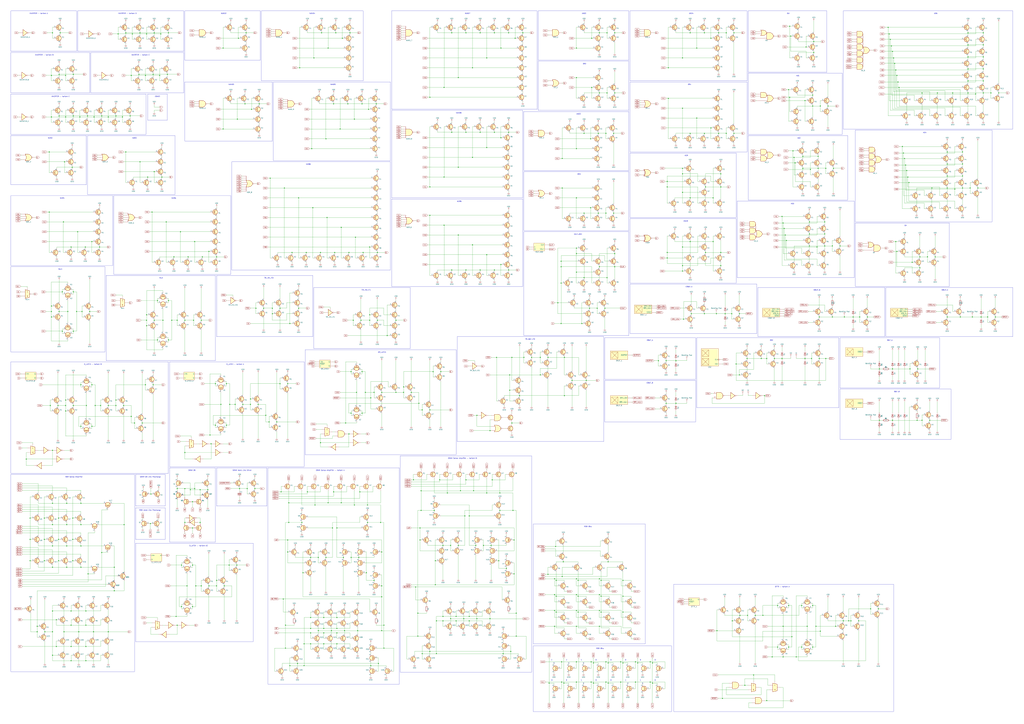
<source format=kicad_sch>
(kicad_sch (version 20230121) (generator eeschema)
  (paper "A0")
  (title_block (title "DMG CPU B Cells - CMOS Circuits") (date "2023-04-22") (rev "0") (company "CC-BY-SA-4.0 Régis Galland & Michael Singer") (comment 1 "https://github.com/msinger/dmg-schematics"))
  (lib_symbols
    (symbol "Connector:TestPoint" (pin_numbers hide) (pin_names (offset 0.762) hide)
      (property "Reference" "TP" (at 0 6.858 0))
      (property "Value" "TestPoint" (at 0 5.08 0))
      (symbol "TestPoint_1_1"
        (pin passive line (at 0 0 90) (length 2.54) (name "1") (number "1"))
      )
    )
    (symbol "DMG_CPU_Cells:AND_2" (pin_numbers hide) (pin_names hide)
      (property "Reference" "U" (at 0 5.08 0))
      (property "Value" "AND_2" (at 0 -5.08 0))
      (symbol "AND_2_1_1"
        (pin input line (at -7.62 2.54 0) (length 3.81) (name "~") (number "1"))
        (pin input line (at -7.62 -2.54 0) (length 3.81) (name "~") (number "2"))
        (pin output line (at 7.62 0 180) (length 3.81) (name "~") (number "3"))
      )
    )
    (symbol "DMG_CPU_Cells:AND_3" (pin_numbers hide) (pin_names hide)
      (property "Reference" "U" (at 0 5.08 0))
      (property "Value" "AND_3" (at 0 -5.08 0))
      (symbol "AND_3_1_1"
        (pin input line (at -7.62 2.54 0) (length 3.81) (name "~") (number "1"))
        (pin input line (at -7.62 0 0) (length 3.81) (name "~") (number "2"))
        (pin input line (at -7.62 -2.54 0) (length 3.81) (name "~") (number "3"))
        (pin output line (at 7.62 0 180) (length 3.81) (name "~") (number "4"))
      )
    )
    (symbol "DMG_CPU_Cells:AND_4" (pin_numbers hide) (pin_names hide)
      (property "Reference" "U" (at 0 5.08 0))
      (property "Value" "AND_4" (at 0 -5.08 0))
      (symbol "AND_4_1_1"
        (pin input line (at -7.62 3.81 0) (length 3.81) (name "~") (number "1"))
        (pin input line (at -7.62 1.27 0) (length 3.81) (name "~") (number "2"))
        (pin input line (at -7.62 -1.27 0) (length 3.81) (name "~") (number "3"))
        (pin input line (at -7.62 -3.81 0) (length 3.81) (name "~") (number "4"))
        (pin output line (at 7.62 0 180) (length 3.81) (name "~") (number "5"))
      )
    )
    (symbol "DMG_CPU_Cells:AO_1" (pin_numbers hide) (pin_names hide)
      (property "Reference" "U" (at 0 6.985 0))
      (property "Value" "AO_1" (at 0 -6.35 0))
      (symbol "AO_1_1_1"
        (pin input line (at -11.43 3.81 0) (length 4.3) (name "~") (number "1"))
        (pin input line (at -11.43 1.27 0) (length 4.3) (name "~") (number "2"))
        (pin input line (at -11.43 -3.81 0) (length 12) (name "~") (number "3"))
        (pin output line (at 11.43 -1.27 180) (length 3.81) (name "~") (number "4"))
      )
    )
    (symbol "DMG_CPU_Cells:AO_2" (pin_numbers hide) (pin_names hide)
      (property "Reference" "U" (at 0 8.255 0))
      (property "Value" "AO_2" (at 0 -8.255 0))
      (symbol "AO_2_1_1"
        (pin input line (at -11.43 5.08 0) (length 4.3) (name "~") (number "1"))
        (pin input line (at -11.43 2.54 0) (length 4.3) (name "~") (number "2"))
        (pin input line (at -11.43 -2.54 0) (length 4.3) (name "~") (number "3"))
        (pin input line (at -11.43 -5.08 0) (length 4.3) (name "~") (number "4"))
        (pin output line (at 11.43 0 180) (length 3.81) (name "~") (number "5"))
      )
    )
    (symbol "DMG_CPU_Cells:AO_3" (pin_numbers hide) (pin_names hide)
      (property "Reference" "U" (at 0 12.065 0))
      (property "Value" "AO_3" (at 0 -12.065 0))
      (symbol "AO_3_1_1"
        (pin input line (at -11.43 8.89 0) (length 4.3) (name "~") (number "1"))
        (pin input line (at -11.43 6.35 0) (length 4.3) (name "~") (number "2"))
        (pin input line (at -11.43 1.27 0) (length 4.3) (name "~") (number "3"))
        (pin input line (at -11.43 -1.27 0) (length 4.3) (name "~") (number "4"))
        (pin input line (at -11.43 -6.35 0) (length 4.3) (name "~") (number "5"))
        (pin input line (at -11.43 -8.89 0) (length 4.3) (name "~") (number "6"))
        (pin output line (at 11.43 -3.81 180) (length 3.81) (name "~") (number "7"))
      )
    )
    (symbol "DMG_CPU_Cells:AO_4" (pin_numbers hide) (pin_names hide)
      (property "Reference" "U" (at 0 15.875 0))
      (property "Value" "AO_4" (at 0 -15.875 0))
      (symbol "AO_4_1_1"
        (pin input line (at -11.43 12.7 0) (length 4.3) (name "~") (number "1"))
        (pin input line (at -11.43 10.16 0) (length 4.3) (name "~") (number "2"))
        (pin input line (at -11.43 5.08 0) (length 4.3) (name "~") (number "3"))
        (pin input line (at -11.43 2.54 0) (length 4.3) (name "~") (number "4"))
        (pin input line (at -11.43 -2.54 0) (length 4.3) (name "~") (number "5"))
        (pin input line (at -11.43 -5.08 0) (length 4.3) (name "~") (number "6"))
        (pin input line (at -11.43 -10.16 0) (length 4.3) (name "~") (number "7"))
        (pin input line (at -11.43 -12.7 0) (length 4.3) (name "~") (number "8"))
        (pin output line (at 11.43 0 180) (length 3.81) (name "~") (number "9"))
      )
    )
    (symbol "DMG_CPU_Cells:AO_6" (pin_numbers hide) (pin_names hide)
      (property "Reference" "U" (at 0 23.495 0))
      (property "Value" "AO_6" (at 0 -23.495 0))
      (symbol "AO_6_1_1"
        (pin input line (at -11.43 20.32 0) (length 4.3) (name "~") (number "1"))
        (pin input line (at -11.43 -12.7 0) (length 4.3) (name "~") (number "10"))
        (pin input line (at -11.43 -17.78 0) (length 4.3) (name "~") (number "11"))
        (pin input line (at -11.43 -20.32 0) (length 4.3) (name "~") (number "12"))
        (pin output line (at 11.43 0 180) (length 3.81) (name "~") (number "13"))
        (pin input line (at -11.43 17.78 0) (length 4.3) (name "~") (number "2"))
        (pin input line (at -11.43 12.7 0) (length 4.3) (name "~") (number "3"))
        (pin input line (at -11.43 10.16 0) (length 4.3) (name "~") (number "4"))
        (pin input line (at -11.43 5.08 0) (length 4.3) (name "~") (number "5"))
        (pin input line (at -11.43 2.54 0) (length 4.3) (name "~") (number "6"))
        (pin input line (at -11.43 -2.54 0) (length 4.3) (name "~") (number "7"))
        (pin input line (at -11.43 -5.08 0) (length 4.3) (name "~") (number "8"))
        (pin input line (at -11.43 -10.16 0) (length 4.3) (name "~") (number "9"))
      )
    )
    (symbol "DMG_CPU_Cells:DFFR_A" (pin_numbers hide)
      (property "Reference" "U" (at 0 5.715 0))
      (property "Value" "DFFR_A" (at 0 -5.715 0))
      (symbol "DFFR_A_1_1"
        (pin input line (at -10.16 0 0) (length 3.81) (name "~{RESET}") (number "1"))
        (pin input line (at -10.16 -2.54 0) (length 3.81) (name "D") (number "2"))
        (pin input clock (at -10.16 2.54 0) (length 3.81) (name "CLK") (number "3"))
        (pin input clock (at -10.16 2.54 0) (length 3.81) hide (name "~{CLK}") (number "4"))
        (pin input line (at -10.16 0 0) (length 3.81) hide (name "~{RESET}") (number "5"))
        (pin output line (at 10.16 2.54 180) (length 3.81) (name "Q") (number "6"))
      )
    )
    (symbol "DMG_CPU_Cells:DR_LATCH" (pin_numbers hide)
      (property "Reference" "U" (at 0 5.715 0))
      (property "Value" "DR_LATCH" (at 0 -5.715 0))
      (symbol "DR_LATCH_1_1"
        (pin input line (at -10.16 2.54 0) (length 3.81) hide (name "~{ENA}") (number "1"))
        (pin input line (at -10.16 -2.54 0) (length 3.81) (name "D") (number "2"))
        (pin input line (at -10.16 2.54 0) (length 3.81) (name "ENA") (number "3"))
        (pin input line (at -10.16 0 0) (length 3.81) (name "~{RESET}") (number "4"))
        (pin output line (at 10.16 2.54 180) (length 3.81) (name "Q") (number "5"))
        (pin output line (at 10.16 -2.54 180) (length 3.81) (name "~{Q}") (number "6"))
      )
    )
    (symbol "DMG_CPU_Cells:D_LATCH_A" (pin_numbers hide)
      (property "Reference" "U" (at 0 5.715 0))
      (property "Value" "D_LATCH_A" (at 0 -5.715 0))
      (symbol "D_LATCH_A_1_1"
        (pin input line (at -10.16 2.54 0) (length 3.81) hide (name "~{ENA}") (number "1"))
        (pin input line (at -10.16 -2.54 0) (length 3.81) (name "D") (number "2"))
        (pin input line (at -10.16 2.54 0) (length 3.81) (name "ENA") (number "3"))
        (pin output line (at 10.16 2.54 180) (length 3.81) (name "Q") (number "4"))
        (pin output line (at 10.16 -2.54 180) (length 3.81) (name "~{Q}") (number "5"))
      )
    )
    (symbol "DMG_CPU_Cells:D_LATCH_A2" (pin_numbers hide)
      (property "Reference" "U" (at 0 5.715 0))
      (property "Value" "D_LATCH_A2" (at 0 -5.715 0))
      (symbol "D_LATCH_A2_1_1"
        (pin input line (at -10.16 2.54 0) (length 3.81) hide (name "~{ENA}") (number "1"))
        (pin input line (at -10.16 -2.54 0) (length 3.81) (name "D") (number "2"))
        (pin input line (at -10.16 2.54 0) (length 3.81) (name "ENA") (number "3"))
        (pin output line (at 10.16 2.54 180) (length 3.81) (name "Q") (number "4"))
      )
    )
    (symbol "DMG_CPU_Cells:D_LATCH_B" (pin_numbers hide)
      (property "Reference" "U" (at 0 5.715 0))
      (property "Value" "D_LATCH_B" (at 0 -5.715 0))
      (symbol "D_LATCH_B_1_1"
        (pin input line (at -10.16 2.54 0) (length 3.81) (name "ENA") (number "1"))
        (pin input line (at -10.16 -2.54 0) (length 3.81) (name "D") (number "2"))
        (pin output line (at 10.16 2.54 180) (length 3.81) (name "Q") (number "3"))
        (pin output line (at 10.16 -2.54 180) (length 3.81) (name "~{Q}") (number "4"))
      )
    )
    (symbol "DMG_CPU_Cells:HALF_ADD" (pin_numbers hide)
      (property "Reference" "U" (at 0 5.715 0))
      (property "Value" "HALF_ADD" (at 0 -5.715 0))
      (symbol "HALF_ADD_1_1"
        (pin output line (at 10.16 -2.54 180) (length 3.81) (name "COUT") (number "1"))
        (pin output line (at 10.16 2.54 180) (length 3.81) (name "SUM") (number "2"))
        (pin input line (at -10.16 0 0) (length 3.81) (name "A") (number "3"))
        (pin input line (at -10.16 -2.54 0) (length 3.81) (name "B") (number "4"))
      )
    )
    (symbol "DMG_CPU_Cells:IBUF_A" (pin_numbers hide)
      (property "Reference" "U" (at 0 6.35 0))
      (property "Value" "IBUF_A" (at 0 -6.35 0))
      (symbol "IBUF_A_1_1"
        (pin output line (at 13.97 0 180) (length 3.81) (name "~{INPUT}") (number "1"))
      )
    )
    (symbol "DMG_CPU_Cells:IBUF_B" (pin_numbers hide)
      (property "Reference" "U" (at 0 6.35 0))
      (property "Value" "IBUF_B" (at 0 -6.35 0))
      (symbol "IBUF_B_1_1"
        (pin output line (at 13.97 0 180) (length 3.81) (name "~{INPUT}") (number "1"))
      )
    )
    (symbol "DMG_CPU_Cells:INVERTER_A" (pin_numbers hide) (pin_names hide)
      (property "Reference" "U?" (at 0 5.08 0))
      (property "Value" "INVERTER_A" (at 0 -5.08 0))
      (symbol "INVERTER_A_1_0"
        (pin input line (at -6.35 0 0) (length 3.81) (name "~") (number "1"))
        (pin output inverted (at 6.35 0 180) (length 3.81) (name "~") (number "2"))
      )
    )
    (symbol "DMG_CPU_Cells:INVERTER_B" (pin_numbers hide) (pin_names hide)
      (property "Reference" "U?" (at 0 5.08 0))
      (property "Value" "INVERTER_B" (at 0 -5.08 0))
      (symbol "INVERTER_B_1_0"
        (pin input line (at -6.35 0 0) (length 3.81) (name "~") (number "1"))
        (pin output inverted (at 6.35 0 180) (length 3.81) (name "~") (number "2"))
      )
    )
    (symbol "DMG_CPU_Cells:INVERTER_C" (pin_numbers hide) (pin_names hide)
      (property "Reference" "U?" (at 0 5.08 0))
      (property "Value" "INVERTER_C" (at 0 -5.08 0))
      (symbol "INVERTER_C_1_0"
        (pin input line (at -6.35 0 0) (length 3.81) (name "~") (number "1"))
        (pin output inverted (at 6.35 0 180) (length 3.81) (name "~") (number "2"))
      )
    )
    (symbol "DMG_CPU_Cells:INVERTER_D" (pin_numbers hide) (pin_names hide)
      (property "Reference" "U?" (at 0 5.08 0))
      (property "Value" "INVERTER_D" (at 0 -5.08 0))
      (symbol "INVERTER_D_1_0"
        (pin input line (at -6.35 0 0) (length 3.81) (name "~") (number "1"))
        (pin output inverted (at 6.35 0 180) (length 3.81) (name "~") (number "2"))
      )
    )
    (symbol "DMG_CPU_Cells:INVERTER_E" (pin_numbers hide) (pin_names hide)
      (property "Reference" "U?" (at 0 5.08 0))
      (property "Value" "INVERTER_E" (at 0 -5.08 0))
      (symbol "INVERTER_E_1_0"
        (pin input line (at -6.35 0 0) (length 3.81) (name "~") (number "1"))
        (pin output inverted (at 6.35 0 180) (length 3.81) (name "~") (number "2"))
      )
    )
    (symbol "DMG_CPU_Cells:IOBUF_A" (pin_numbers hide)
      (property "Reference" "U" (at 0 6.35 0))
      (property "Value" "IOBUF_A" (at 0 -6.35 0))
      (symbol "IOBUF_A_1_1"
        (pin input line (at 13.97 3.81 180) (length 3.81) (name "DRV_LOW") (number "1"))
        (pin output line (at 13.97 -3.81 180) (length 3.81) (name "~{INPUT}") (number "2"))
        (pin input line (at 13.97 1.27 180) (length 3.81) (name "~{DRV}_HIGH") (number "3"))
      )
    )
    (symbol "DMG_CPU_Cells:IOBUF_B" (pin_numbers hide)
      (property "Reference" "U" (at 0 6.35 0))
      (property "Value" "IOBUF_B" (at 0 -6.35 0))
      (symbol "IOBUF_B_1_1"
        (pin input line (at 13.97 3.81 180) (length 3.81) (name "DRV_LOW") (number "1"))
        (pin output line (at 13.97 -3.81 180) (length 3.81) (name "~{INPUT}") (number "2"))
        (pin input line (at 13.97 -1.27 180) (length 3.81) (name "~{ENA}_PU") (number "3"))
        (pin input line (at 13.97 1.27 180) (length 3.81) (name "~{DRV}_HIGH") (number "4"))
      )
    )
    (symbol "DMG_CPU_Cells:IOBUF_C" (pin_numbers hide)
      (property "Reference" "U" (at 0 6.35 0))
      (property "Value" "IOBUF_C" (at 0 -6.35 0))
      (symbol "IOBUF_C_1_1"
        (pin input line (at 13.97 3.81 180) (length 3.81) (name "DRV_LOW") (number "1"))
        (pin output line (at 13.97 -3.81 180) (length 3.81) (name "~{INPUT}") (number "2"))
        (pin input line (at 13.97 -1.27 180) (length 3.81) (name "~{ENA}_PU") (number "3"))
        (pin input line (at 13.97 1.27 180) (length 3.81) (name "~{DRV}_HIGH") (number "4"))
      )
    )
    (symbol "DMG_CPU_Cells:MUX" (pin_numbers hide) (pin_names (offset 0))
      (property "Reference" "U" (at 0 -6.985 0))
      (property "Value" "MUX" (at 0 -9.525 0))
      (symbol "MUX_0_0"
        (text "0" (at 0 -2.54 0) (effects (font (size 1.27 1.27))))
        (text "1" (at 0 2.54 0) (effects (font (size 1.27 1.27))))
      )
      (symbol "MUX_1_1"
        (pin input line (at 0 7.62 270) (length 3.17) (name "~") (number "1"))
        (pin input line (at -6.35 2.54 0) (length 3.81) (name "~") (number "2"))
        (pin input line (at -6.35 -2.54 0) (length 3.81) (name "~") (number "3"))
        (pin output line (at 6.35 0 180) (length 3.81) (name "~") (number "4"))
      )
    )
    (symbol "DMG_CPU_Cells:MUXI" (pin_numbers hide) (pin_names (offset 0))
      (property "Reference" "U" (at 0 -6.985 0))
      (property "Value" "MUXI" (at 0 -9.525 0))
      (symbol "MUXI_0_0"
        (text "0" (at 0 -2.54 0) (effects (font (size 1.27 1.27))))
        (text "1" (at 0 2.54 0) (effects (font (size 1.27 1.27))))
      )
      (symbol "MUXI_1_1"
        (pin input line (at 0 7.62 270) (length 3.17) (name "~") (number "1"))
        (pin input line (at -6.35 2.54 0) (length 3.81) (name "~") (number "2"))
        (pin input line (at -6.35 -2.54 0) (length 3.81) (name "~") (number "3"))
        (pin output inverted (at 6.35 0 180) (length 3.81) (name "~") (number "4"))
      )
    )
    (symbol "DMG_CPU_Cells:NAND_2" (pin_numbers hide) (pin_names hide)
      (property "Reference" "U" (at 0 5.08 0))
      (property "Value" "NAND_2" (at 0 -5.08 0))
      (symbol "NAND_2_1_1"
        (pin input line (at -7.62 2.54 0) (length 3.81) (name "~") (number "1"))
        (pin input line (at -7.62 -2.54 0) (length 3.81) (name "~") (number "2"))
        (pin output inverted (at 7.62 0 180) (length 3.81) (name "~") (number "3"))
      )
    )
    (symbol "DMG_CPU_Cells:NAND_3" (pin_numbers hide) (pin_names hide)
      (property "Reference" "U" (at 0 5.08 0))
      (property "Value" "NAND_3" (at 0 -5.08 0))
      (symbol "NAND_3_1_1"
        (pin input line (at -7.62 2.54 0) (length 3.81) (name "~") (number "1"))
        (pin input line (at -7.62 0 0) (length 3.81) (name "~") (number "2"))
        (pin input line (at -7.62 -2.54 0) (length 3.81) (name "~") (number "3"))
        (pin output inverted (at 7.62 0 180) (length 3.81) (name "~") (number "4"))
      )
    )
    (symbol "DMG_CPU_Cells:NAND_4" (pin_numbers hide) (pin_names hide)
      (property "Reference" "U" (at 0 5.08 0))
      (property "Value" "NAND_4" (at 0 -5.08 0))
      (symbol "NAND_4_1_1"
        (pin input line (at -7.62 3.81 0) (length 3.81) (name "~") (number "1"))
        (pin input line (at -7.62 1.27 0) (length 3.81) (name "~") (number "2"))
        (pin input line (at -7.62 -1.27 0) (length 3.81) (name "~") (number "3"))
        (pin input line (at -7.62 -3.81 0) (length 3.81) (name "~") (number "4"))
        (pin output inverted (at 7.62 0 180) (length 3.81) (name "~") (number "5"))
      )
    )
    (symbol "DMG_CPU_Cells:NAND_5" (pin_numbers hide) (pin_names hide)
      (property "Reference" "U" (at 0 6.35 0))
      (property "Value" "NAND_5" (at 0 -6.35 0))
      (symbol "NAND_5_1_1"
        (pin input line (at -7.62 5.08 0) (length 3.81) (name "~") (number "1"))
        (pin input line (at -7.62 2.54 0) (length 3.81) (name "~") (number "2"))
        (pin input line (at -7.62 0 0) (length 3.81) (name "~") (number "3"))
        (pin input line (at -7.62 -2.54 0) (length 3.81) (name "~") (number "4"))
        (pin input line (at -7.62 -5.08 0) (length 3.81) (name "~") (number "5"))
        (pin output inverted (at 7.62 0 180) (length 3.81) (name "~") (number "6"))
      )
    )
    (symbol "DMG_CPU_Cells:NAND_6" (pin_numbers hide) (pin_names hide)
      (property "Reference" "U" (at 0 7.62 0))
      (property "Value" "NAND_6" (at 0 -7.62 0))
      (symbol "NAND_6_1_1"
        (pin input line (at -7.62 6.35 0) (length 3.81) (name "~") (number "1"))
        (pin input line (at -7.62 3.81 0) (length 3.81) (name "~") (number "2"))
        (pin input line (at -7.62 1.27 0) (length 3.81) (name "~") (number "3"))
        (pin input line (at -7.62 -1.27 0) (length 3.81) (name "~") (number "4"))
        (pin input line (at -7.62 -3.81 0) (length 3.81) (name "~") (number "5"))
        (pin input line (at -7.62 -6.35 0) (length 3.81) (name "~") (number "6"))
        (pin output inverted (at 7.62 0 180) (length 3.81) (name "~") (number "7"))
      )
    )
    (symbol "DMG_CPU_Cells:NAND_7" (pin_numbers hide) (pin_names hide)
      (property "Reference" "U" (at 0 8.89 0))
      (property "Value" "NAND_7" (at 0 -8.89 0))
      (symbol "NAND_7_1_1"
        (pin input line (at -7.62 7.62 0) (length 3.81) (name "~") (number "1"))
        (pin input line (at -7.62 5.08 0) (length 3.81) (name "~") (number "2"))
        (pin input line (at -7.62 2.54 0) (length 3.81) (name "~") (number "3"))
        (pin input line (at -7.62 0 0) (length 3.81) (name "~") (number "4"))
        (pin input line (at -7.62 -2.54 0) (length 3.81) (name "~") (number "5"))
        (pin input line (at -7.62 -5.08 0) (length 3.81) (name "~") (number "6"))
        (pin input line (at -7.62 -7.62 0) (length 3.81) (name "~") (number "7"))
        (pin output inverted (at 7.62 0 180) (length 3.81) (name "~") (number "8"))
      )
    )
    (symbol "DMG_CPU_Cells:NMOS" (pin_numbers hide) (pin_names (offset 0))
      (property "Reference" "Q" (at 4.445 1.27 0))
      (property "Value" "NMOS" (at 4.445 -1.27 0))
      (symbol "NMOS_1_1"
        (pin passive line (at 2.54 5.08 270) (length 2.54) (name "D") (number "1"))
        (pin input line (at -5.08 0 0) (length 3) (name "G") (number "2"))
        (pin passive line (at 2.54 -5.08 90) (length 2.54) (name "S") (number "3"))
      )
    )
    (symbol "DMG_CPU_Cells:NOR_2" (pin_numbers hide) (pin_names hide)
      (property "Reference" "U" (at 0 5.08 0))
      (property "Value" "NOR_2" (at 0 -5.08 0))
      (symbol "NOR_2_1_1"
        (pin input line (at -7.62 2.54 0) (length 4.4) (name "~") (number "1"))
        (pin input line (at -7.62 -2.54 0) (length 4.4) (name "~") (number "2"))
        (pin output inverted (at 7.62 0 180) (length 3.81) (name "~") (number "3"))
      )
    )
    (symbol "DMG_CPU_Cells:NOR_3" (pin_numbers hide) (pin_names hide)
      (property "Reference" "U" (at 0 5.08 0))
      (property "Value" "NOR_3" (at 0 -5.08 0))
      (symbol "NOR_3_1_1"
        (pin input line (at -7.62 2.54 0) (length 4.4) (name "~") (number "1"))
        (pin input line (at -7.62 0 0) (length 4.9) (name "~") (number "2"))
        (pin input line (at -7.62 -2.54 0) (length 4.4) (name "~") (number "3"))
        (pin output inverted (at 7.62 0 180) (length 3.81) (name "~") (number "4"))
      )
    )
    (symbol "DMG_CPU_Cells:NOR_4" (pin_numbers hide) (pin_names hide)
      (property "Reference" "U" (at 0 5.08 0))
      (property "Value" "NOR_4" (at 0 -5.08 0))
      (symbol "NOR_4_1_1"
        (pin input line (at -7.62 3.81 0) (length 4) (name "~") (number "1"))
        (pin input line (at -7.62 1.27 0) (length 4.8) (name "~") (number "2"))
        (pin input line (at -7.62 -1.27 0) (length 4.8) (name "~") (number "3"))
        (pin input line (at -7.62 -3.81 0) (length 4) (name "~") (number "4"))
        (pin output inverted (at 7.62 0 180) (length 3.81) (name "~") (number "5"))
      )
    )
    (symbol "DMG_CPU_Cells:NOR_5" (pin_numbers hide) (pin_names hide)
      (property "Reference" "U" (at 0 6.35 0))
      (property "Value" "NOR_5" (at 0 -6.35 0))
      (symbol "NOR_5_1_1"
        (pin input line (at -7.62 5.08 0) (length 3.81) (name "~") (number "1"))
        (pin input line (at -7.62 2.54 0) (length 4.4) (name "~") (number "2"))
        (pin input line (at -7.62 0 0) (length 4.9) (name "~") (number "3"))
        (pin input line (at -7.62 -2.54 0) (length 4.4) (name "~") (number "4"))
        (pin input line (at -7.62 -5.08 0) (length 3.81) (name "~") (number "5"))
        (pin output inverted (at 7.62 0 180) (length 3.81) (name "~") (number "6"))
      )
    )
    (symbol "DMG_CPU_Cells:NOR_6" (pin_numbers hide) (pin_names hide)
      (property "Reference" "U" (at 0 7.62 0))
      (property "Value" "NOR_6" (at 0 -7.62 0))
      (symbol "NOR_6_1_1"
        (pin input line (at -7.62 6.35 0) (length 3.81) (name "~") (number "1"))
        (pin input line (at -7.62 3.81 0) (length 3.81) (name "~") (number "2"))
        (pin input line (at -7.62 1.27 0) (length 4.8) (name "~") (number "3"))
        (pin input line (at -7.62 -1.27 0) (length 4.8) (name "~") (number "4"))
        (pin input line (at -7.62 -3.81 0) (length 3.81) (name "~") (number "5"))
        (pin input line (at -7.62 -6.35 0) (length 3.81) (name "~") (number "6"))
        (pin output inverted (at 7.62 0 180) (length 3.81) (name "~") (number "7"))
      )
    )
    (symbol "DMG_CPU_Cells:NOR_8" (pin_numbers hide) (pin_names hide)
      (property "Reference" "U" (at 0 10.16 0))
      (property "Value" "NOR_8" (at 0 -10.16 0))
      (symbol "NOR_8_1_1"
        (pin input line (at -7.62 8.89 0) (length 3.81) (name "~") (number "1"))
        (pin input line (at -7.62 6.35 0) (length 3.81) (name "~") (number "2"))
        (pin input line (at -7.62 3.81 0) (length 3.81) (name "~") (number "3"))
        (pin input line (at -7.62 1.27 0) (length 4.8) (name "~") (number "4"))
        (pin input line (at -7.62 -1.27 0) (length 4.8) (name "~") (number "5"))
        (pin input line (at -7.62 -3.81 0) (length 3.81) (name "~") (number "6"))
        (pin input line (at -7.62 -6.35 0) (length 3.81) (name "~") (number "7"))
        (pin input line (at -7.62 -8.89 0) (length 3.81) (name "~") (number "8"))
        (pin output inverted (at 7.62 0 180) (length 3.81) (name "~") (number "9"))
      )
    )
    (symbol "DMG_CPU_Cells:OA" (pin_numbers hide) (pin_names hide)
      (property "Reference" "U" (at 0 6.985 0))
      (property "Value" "OA" (at 0 -6.35 0))
      (symbol "OA_1_1"
        (pin input line (at -11.43 3.81 0) (length 5.3) (name "~") (number "1"))
        (pin input line (at -11.43 1.27 0) (length 5.3) (name "~") (number "2"))
        (pin input line (at -11.43 -3.81 0) (length 11.4) (name "~") (number "3"))
        (pin output line (at 11.43 -1.27 180) (length 3.81) (name "~") (number "4"))
      )
    )
    (symbol "DMG_CPU_Cells:OAI" (pin_numbers hide) (pin_names hide)
      (property "Reference" "U" (at 0 6.985 0))
      (property "Value" "OAI" (at 0 -6.35 0))
      (symbol "OAI_1_1"
        (pin input line (at -11.43 3.81 0) (length 5.3) (name "~") (number "1"))
        (pin input line (at -11.43 1.27 0) (length 5.3) (name "~") (number "2"))
        (pin input line (at -11.43 -3.81 0) (length 11.4) (name "~") (number "3"))
        (pin output inverted (at 11.43 -1.27 180) (length 3.81) (name "~") (number "4"))
      )
    )
    (symbol "DMG_CPU_Cells:OBUF_A" (pin_numbers hide)
      (property "Reference" "U" (at 0 6.35 0))
      (property "Value" "OBUF_A" (at 0 -6.35 0))
      (symbol "OBUF_A_1_1"
        (pin input line (at 13.97 0 180) (length 3.81) (name "~{OUTPUT}") (number "1"))
      )
    )
    (symbol "DMG_CPU_Cells:OBUF_B" (pin_numbers hide)
      (property "Reference" "U" (at 0 6.35 0))
      (property "Value" "OBUF_B" (at 0 -6.35 0))
      (symbol "OBUF_B_1_1"
        (pin input line (at 13.97 2.54 180) (length 3.81) (name "DRV_LOW") (number "1"))
        (pin input line (at 13.97 -2.54 180) (length 3.81) (name "~{DRV}_HIGH") (number "2"))
      )
    )
    (symbol "DMG_CPU_Cells:OR_2" (pin_numbers hide) (pin_names hide)
      (property "Reference" "U" (at 0 5.08 0))
      (property "Value" "OR_2" (at 0 -5.08 0))
      (symbol "OR_2_1_1"
        (pin input line (at -7.62 2.54 0) (length 4.4) (name "~") (number "1"))
        (pin input line (at -7.62 -2.54 0) (length 4.4) (name "~") (number "2"))
        (pin output line (at 7.62 0 180) (length 3.81) (name "~") (number "3"))
      )
    )
    (symbol "DMG_CPU_Cells:OR_3" (pin_numbers hide) (pin_names hide)
      (property "Reference" "U" (at 0 5.08 0))
      (property "Value" "OR_3" (at 0 -5.08 0))
      (symbol "OR_3_1_1"
        (pin input line (at -7.62 2.54 0) (length 4.4) (name "~") (number "1"))
        (pin input line (at -7.62 0 0) (length 4.9) (name "~") (number "2"))
        (pin input line (at -7.62 -2.54 0) (length 4.4) (name "~") (number "3"))
        (pin output line (at 7.62 0 180) (length 3.81) (name "~") (number "4"))
      )
    )
    (symbol "DMG_CPU_Cells:OR_4" (pin_numbers hide) (pin_names hide)
      (property "Reference" "U" (at 0 5.08 0))
      (property "Value" "OR_4" (at 0 -5.08 0))
      (symbol "OR_4_1_1"
        (pin input line (at -7.62 3.81 0) (length 4) (name "~") (number "1"))
        (pin input line (at -7.62 1.27 0) (length 4.8) (name "~") (number "2"))
        (pin input line (at -7.62 -1.27 0) (length 4.8) (name "~") (number "3"))
        (pin input line (at -7.62 -3.81 0) (length 4) (name "~") (number "4"))
        (pin output line (at 7.62 0 180) (length 3.81) (name "~") (number "5"))
      )
    )
    (symbol "DMG_CPU_Cells:OSC" (pin_numbers hide)
      (property "Reference" "U" (at 0 11.43 0))
      (property "Value" "OSC" (at 0 -11.43 0))
      (symbol "OSC_1_1"
        (pin output inverted_clock (at 13.97 -2.54 180) (length 3.81) (name "CLK") (number "1"))
        (pin input line (at 13.97 -7.62 180) (length 3.81) (name "ENA") (number "2"))
      )
    )
    (symbol "DMG_CPU_Cells:PMOS" (pin_numbers hide) (pin_names (offset 0))
      (property "Reference" "Q" (at 4.445 1.27 0))
      (property "Value" "PMOS" (at 4.445 -1.27 0))
      (symbol "PMOS_1_1"
        (pin passive line (at 2.54 5.08 270) (length 2.54) (name "D") (number "1"))
        (pin input line (at -5.08 0 0) (length 3) (name "G") (number "2"))
        (pin passive line (at 2.54 -5.08 90) (length 2.54) (name "S") (number "3"))
      )
    )
    (symbol "DMG_CPU_Cells:TRI_BUF_IF0" (pin_numbers hide) (pin_names hide)
      (property "Reference" "U?" (at 0 -5.08 0))
      (property "Value" "TRI_BUF_IF0" (at 0 -7.62 0))
      (symbol "TRI_BUF_IF0_1_0"
        (pin input line (at -6.35 0 0) (length 3.81) (name "IN") (number "1"))
        (pin input line (at -6.35 0 0) (length 3.81) hide (name "IN") (number "3"))
        (pin tri_state line (at 6.35 0 180) (length 3.81) (name "~") (number "4"))
      )
      (symbol "TRI_BUF_IF0_1_1"
        (pin input inverted (at 0 5.08 270) (length 3) (name "~{ENA}") (number "2"))
      )
    )
    (symbol "DMG_CPU_Cells:TRI_INV_IF0" (pin_numbers hide) (pin_names hide)
      (property "Reference" "U?" (at 0 -5.08 0))
      (property "Value" "TRI_INV_IF0" (at 0 -7.62 0))
      (symbol "TRI_INV_IF0_1_0"
        (pin input line (at -6.35 0 0) (length 3.81) (name "~") (number "2"))
        (pin tri_state inverted (at 6.35 0 180) (length 3.81) (name "~") (number "3"))
      )
      (symbol "TRI_INV_IF0_1_1"
        (pin input inverted (at 0 5.08 270) (length 3) (name "~{ENA}") (number "1"))
      )
    )
    (symbol "DMG_CPU_Cells:TRI_INV_IF1" (pin_numbers hide) (pin_names hide)
      (property "Reference" "U?" (at 0 -5.08 0))
      (property "Value" "TRI_INV_IF1" (at 0 -7.62 0))
      (symbol "TRI_INV_IF1_1_0"
        (pin input line (at -6.35 0 0) (length 3.81) (name "~") (number "2"))
        (pin tri_state inverted (at 6.35 0 180) (length 3.81) (name "~") (number "3"))
      )
      (symbol "TRI_INV_IF1_1_1"
        (pin input line (at 0 5.08 270) (length 3.15) (name "ENA") (number "1"))
      )
    )
    (symbol "DMG_CPU_Cells:XNOR" (pin_numbers hide) (pin_names (offset 0) hide)
      (property "Reference" "U" (at 0 5.08 0))
      (property "Value" "XNOR" (at 0 -5.08 0))
      (symbol "XNOR_1_1"
        (pin output inverted (at 7.62 0 180) (length 3.81) (name "~") (number "1"))
        (pin input line (at -7.62 2.54 0) (length 4.4) (name "1") (number "2"))
        (pin input line (at -7.62 -2.54 0) (length 4.4) (name "2") (number "3"))
      )
    )
    (symbol "DMG_CPU_Cells:XOR" (pin_numbers hide) (pin_names (offset 0) hide)
      (property "Reference" "U" (at 0 5.08 0))
      (property "Value" "XOR" (at 0 -5.08 0))
      (symbol "XOR_1_1"
        (pin output line (at 7.62 0 180) (length 3.81) (name "~") (number "1"))
        (pin input line (at -7.62 2.54 0) (length 4.4) (name "1") (number "2"))
        (pin input line (at -7.62 -2.54 0) (length 4.4) (name "2") (number "3"))
      )
    )
    (symbol "Device:C" (pin_numbers hide) (pin_names (offset 0.254) hide)
      (property "Reference" "C" (at 0.635 2.54 0))
      (property "Value" "C" (at 0.635 -2.54 0))
      (symbol "C_1_1"
        (pin passive line (at 0 3.81 270) (length 2.794) (name "~") (number "1"))
        (pin passive line (at 0 -3.81 90) (length 2.794) (name "~") (number "2"))
      )
    )
    (symbol "Device:D" (pin_numbers hide) (pin_names (offset 1.016) hide)
      (property "Reference" "D" (at 0 2.54 0))
      (property "Value" "D" (at 0 -2.54 0))
      (symbol "D_1_1"
        (pin passive line (at -3.81 0 0) (length 2.54) (name "K") (number "1"))
        (pin passive line (at 3.81 0 180) (length 2.54) (name "A") (number "2"))
      )
    )
    (symbol "Device:R" (pin_numbers hide) (pin_names (offset 0))
      (property "Reference" "R" (at 2.032 0 90))
      (property "Value" "R" (at 0 0 90))
      (symbol "R_1_1"
        (pin passive line (at 0 3.81 270) (length 1.27) (name "~") (number "1"))
        (pin passive line (at 0 -3.81 90) (length 1.27) (name "~") (number "2"))
      )
    )
    (symbol "NAND_2_1" (pin_numbers hide) (pin_names hide)
      (property "Reference" "U" (at 0 5.08 0))
      (property "Value" "NAND_2_1" (at 0 -5.08 0))
      (symbol "NAND_2_1_1_1"
        (pin input line (at -7.62 2.54 0) (length 3.81) (name "~") (number "1"))
        (pin input line (at -7.62 -2.54 0) (length 3.81) (name "~") (number "2"))
        (pin output inverted (at 7.62 0 180) (length 3.81) (name "~") (number "3"))
      )
    )
    (symbol "NAND_2_2" (pin_numbers hide) (pin_names hide)
      (property "Reference" "U" (at 0 5.08 0))
      (property "Value" "NAND_2_2" (at 0 -5.08 0))
      (symbol "NAND_2_2_1_1"
        (pin input line (at -7.62 2.54 0) (length 3.81) (name "~") (number "1"))
        (pin input line (at -7.62 -2.54 0) (length 3.81) (name "~") (number "2"))
        (pin output inverted (at 7.62 0 180) (length 3.81) (name "~") (number "3"))
      )
    )
    (symbol "NAND_2_3" (pin_names hide)
      (property "Reference" "U" (at 0 5.08 0))
      (property "Value" "NAND_2_3" (at 0 -5.08 0))
      (symbol "NAND_2_3_1_1"
        (pin input line (at -7.62 2.54 0) (length 3.81) (name "~") (number "1"))
        (pin input line (at -7.62 -2.54 0) (length 3.81) (name "~") (number "2"))
        (pin output inverted (at 7.62 0 180) (length 3.81) (name "~") (number "3"))
      )
    )
    (symbol "NMOS_1" (pin_numbers hide) (pin_names (offset 0) hide)
      (property "Reference" "Q" (at 4.445 1.27 0))
      (property "Value" "NMOS_1" (at 4.445 -1.27 0))
      (symbol "NMOS_1_1_1"
        (pin passive line (at 2.54 5.08 270) (length 2.54) (name "D") (number "1"))
        (pin input line (at -5.08 0 0) (length 3) (name "G") (number "2"))
        (pin passive line (at 2.54 -5.08 90) (length 2.54) (name "S") (number "3"))
      )
    )
    (symbol "NMOS_10" (pin_numbers hide) (pin_names (offset 0) hide)
      (property "Reference" "Q" (at 4.445 1.27 0))
      (property "Value" "NMOS_10" (at 4.445 -1.27 0))
      (symbol "NMOS_10_1_1"
        (pin passive line (at 2.54 5.08 270) (length 2.54) (name "D") (number "1"))
        (pin input line (at -5.08 0 0) (length 3) (name "G") (number "2"))
        (pin passive line (at 2.54 -5.08 90) (length 2.54) (name "S") (number "3"))
      )
    )
    (symbol "NMOS_11" (pin_numbers hide) (pin_names (offset 0) hide)
      (property "Reference" "Q" (at 4.445 1.27 0))
      (property "Value" "NMOS_11" (at 4.445 -1.27 0))
      (symbol "NMOS_11_1_1"
        (pin passive line (at 2.54 5.08 270) (length 2.54) (name "D") (number "1"))
        (pin input line (at -5.08 0 0) (length 3) (name "G") (number "2"))
        (pin passive line (at 2.54 -5.08 90) (length 2.54) (name "S") (number "3"))
      )
    )
    (symbol "NMOS_12" (pin_numbers hide) (pin_names (offset 0) hide)
      (property "Reference" "Q" (at 4.445 1.27 0))
      (property "Value" "NMOS_12" (at 4.445 -1.27 0))
      (symbol "NMOS_12_1_1"
        (pin passive line (at 2.54 5.08 270) (length 2.54) (name "D") (number "1"))
        (pin input line (at -5.08 0 0) (length 3) (name "G") (number "2"))
        (pin passive line (at 2.54 -5.08 90) (length 2.54) (name "S") (number "3"))
      )
    )
    (symbol "NMOS_13" (pin_numbers hide) (pin_names (offset 0) hide)
      (property "Reference" "Q" (at 4.445 1.27 0))
      (property "Value" "NMOS_13" (at 4.445 -1.27 0))
      (symbol "NMOS_13_1_1"
        (pin passive line (at 2.54 5.08 270) (length 2.54) (name "D") (number "1"))
        (pin input line (at -5.08 0 0) (length 3) (name "G") (number "2"))
        (pin passive line (at 2.54 -5.08 90) (length 2.54) (name "S") (number "3"))
      )
    )
    (symbol "NMOS_14" (pin_numbers hide) (pin_names (offset 0))
      (property "Reference" "Q" (at 4.445 1.27 0))
      (property "Value" "NMOS_6" (at 4.445 -1.27 0))
      (symbol "NMOS_14_1_1"
        (pin passive line (at 2.54 5.08 270) (length 2.54) (name "D") (number "1"))
        (pin input line (at -5.08 0 0) (length 3) (name "G") (number "2"))
        (pin passive line (at 2.54 -5.08 90) (length 2.54) (name "S") (number "3"))
      )
    )
    (symbol "NMOS_15" (pin_numbers hide) (pin_names (offset 0))
      (property "Reference" "Q" (at 4.445 1.27 0))
      (property "Value" "NMOS_6" (at 4.445 -1.27 0))
      (symbol "NMOS_15_1_1"
        (pin passive line (at 2.54 5.08 270) (length 2.54) (name "D") (number "1"))
        (pin input line (at -5.08 0 0) (length 3) (name "G") (number "2"))
        (pin passive line (at 2.54 -5.08 90) (length 2.54) (name "S") (number "3"))
      )
    )
    (symbol "NMOS_16" (pin_numbers hide) (pin_names (offset 0))
      (property "Reference" "Q" (at 4.445 1.27 0))
      (property "Value" "NMOS_6" (at 4.445 -1.27 0))
      (symbol "NMOS_16_1_1"
        (pin passive line (at 2.54 5.08 270) (length 2.54) (name "D") (number "1"))
        (pin input line (at -5.08 0 0) (length 3) (name "G") (number "2"))
        (pin passive line (at 2.54 -5.08 90) (length 2.54) (name "S") (number "3"))
      )
    )
    (symbol "NMOS_17" (pin_numbers hide) (pin_names (offset 0))
      (property "Reference" "Q" (at 4.445 1.27 0))
      (property "Value" "NMOS_6" (at 4.445 -1.27 0))
      (symbol "NMOS_17_1_1"
        (pin passive line (at 2.54 5.08 270) (length 2.54) (name "D") (number "1"))
        (pin input line (at -5.08 0 0) (length 3) (name "G") (number "2"))
        (pin passive line (at 2.54 -5.08 90) (length 2.54) (name "S") (number "3"))
      )
    )
    (symbol "NMOS_18" (pin_numbers hide) (pin_names (offset 0))
      (property "Reference" "Q" (at 4.445 1.27 0))
      (property "Value" "NMOS_6" (at 4.445 -1.27 0))
      (symbol "NMOS_18_1_1"
        (pin passive line (at 2.54 5.08 270) (length 2.54) (name "D") (number "1"))
        (pin input line (at -5.08 0 0) (length 3) (name "G") (number "2"))
        (pin passive line (at 2.54 -5.08 90) (length 2.54) (name "S") (number "3"))
      )
    )
    (symbol "NMOS_19" (pin_numbers hide) (pin_names (offset 0))
      (property "Reference" "Q" (at 4.445 1.27 0))
      (property "Value" "NMOS_6" (at 4.445 -1.27 0))
      (symbol "NMOS_19_1_1"
        (pin passive line (at 2.54 5.08 270) (length 2.54) (name "D") (number "1"))
        (pin input line (at -5.08 0 0) (length 3) (name "G") (number "2"))
        (pin passive line (at 2.54 -5.08 90) (length 2.54) (name "S") (number "3"))
      )
    )
    (symbol "NMOS_2" (pin_numbers hide) (pin_names (offset 0) hide)
      (property "Reference" "Q" (at 4.445 1.27 0))
      (property "Value" "NMOS_2" (at 4.445 -1.27 0))
      (symbol "NMOS_2_1_1"
        (pin passive line (at 2.54 5.08 270) (length 2.54) (name "D") (number "1"))
        (pin input line (at -5.08 0 0) (length 3) (name "G") (number "2"))
        (pin passive line (at 2.54 -5.08 90) (length 2.54) (name "S") (number "3"))
      )
    )
    (symbol "NMOS_20" (pin_numbers hide) (pin_names (offset 0))
      (property "Reference" "Q" (at 4.445 1.27 0))
      (property "Value" "NMOS_6" (at 4.445 -1.27 0))
      (symbol "NMOS_20_1_1"
        (pin passive line (at 2.54 5.08 270) (length 2.54) (name "D") (number "1"))
        (pin input line (at -5.08 0 0) (length 3) (name "G") (number "2"))
        (pin passive line (at 2.54 -5.08 90) (length 2.54) (name "S") (number "3"))
      )
    )
    (symbol "NMOS_21" (pin_numbers hide) (pin_names (offset 0))
      (property "Reference" "Q" (at 4.445 1.27 0))
      (property "Value" "NMOS_6" (at 4.445 -1.27 0))
      (symbol "NMOS_21_1_1"
        (pin passive line (at 2.54 5.08 270) (length 2.54) (name "D") (number "1"))
        (pin input line (at -5.08 0 0) (length 3) (name "G") (number "2"))
        (pin passive line (at 2.54 -5.08 90) (length 2.54) (name "S") (number "3"))
      )
    )
    (symbol "NMOS_22" (pin_numbers hide) (pin_names (offset 0))
      (property "Reference" "Q" (at 4.445 1.27 0))
      (property "Value" "NMOS_6" (at 4.445 -1.27 0))
      (symbol "NMOS_22_1_1"
        (pin passive line (at 2.54 5.08 270) (length 2.54) (name "D") (number "1"))
        (pin input line (at -5.08 0 0) (length 3) (name "G") (number "2"))
        (pin passive line (at 2.54 -5.08 90) (length 2.54) (name "S") (number "3"))
      )
    )
    (symbol "NMOS_23" (pin_numbers hide) (pin_names (offset 0))
      (property "Reference" "Q" (at 4.445 1.27 0))
      (property "Value" "NMOS_6" (at 4.445 -1.27 0))
      (symbol "NMOS_23_1_1"
        (pin passive line (at 2.54 5.08 270) (length 2.54) (name "D") (number "1"))
        (pin input line (at -5.08 0 0) (length 3) (name "G") (number "2"))
        (pin passive line (at 2.54 -5.08 90) (length 2.54) (name "S") (number "3"))
      )
    )
    (symbol "NMOS_24" (pin_numbers hide) (pin_names (offset 0))
      (property "Reference" "Q" (at 4.445 1.27 0))
      (property "Value" "NMOS_6" (at 4.445 -1.27 0))
      (symbol "NMOS_24_1_1"
        (pin passive line (at 2.54 5.08 270) (length 2.54) (name "D") (number "1"))
        (pin input line (at -5.08 0 0) (length 3) (name "G") (number "2"))
        (pin passive line (at 2.54 -5.08 90) (length 2.54) (name "S") (number "3"))
      )
    )
    (symbol "NMOS_25" (pin_numbers hide) (pin_names (offset 0))
      (property "Reference" "Q" (at 4.445 1.27 0))
      (property "Value" "NMOS_6" (at 4.445 -1.27 0))
      (symbol "NMOS_25_1_1"
        (pin passive line (at 2.54 5.08 270) (length 2.54) (name "D") (number "1"))
        (pin input line (at -5.08 0 0) (length 3) (name "G") (number "2"))
        (pin passive line (at 2.54 -5.08 90) (length 2.54) (name "S") (number "3"))
      )
    )
    (symbol "NMOS_26" (pin_numbers hide) (pin_names (offset 0))
      (property "Reference" "Q" (at 4.445 1.27 0))
      (property "Value" "NMOS_6" (at 4.445 -1.27 0))
      (symbol "NMOS_26_1_1"
        (pin passive line (at 2.54 5.08 270) (length 2.54) (name "D") (number "1"))
        (pin input line (at -5.08 0 0) (length 3) (name "G") (number "2"))
        (pin passive line (at 2.54 -5.08 90) (length 2.54) (name "S") (number "3"))
      )
    )
    (symbol "NMOS_27" (pin_numbers hide) (pin_names (offset 0))
      (property "Reference" "Q" (at 4.445 1.27 0))
      (property "Value" "NMOS_6" (at 4.445 -1.27 0))
      (symbol "NMOS_27_1_1"
        (pin passive line (at 2.54 5.08 270) (length 2.54) (name "D") (number "1"))
        (pin input line (at -5.08 0 0) (length 3) (name "G") (number "2"))
        (pin passive line (at 2.54 -5.08 90) (length 2.54) (name "S") (number "3"))
      )
    )
    (symbol "NMOS_28" (pin_numbers hide) (pin_names (offset 0))
      (property "Reference" "Q" (at 4.445 1.27 0))
      (property "Value" "NMOS_6" (at 4.445 -1.27 0))
      (symbol "NMOS_28_1_1"
        (pin passive line (at 2.54 5.08 270) (length 2.54) (name "D") (number "1"))
        (pin input line (at -5.08 0 0) (length 3) (name "G") (number "2"))
        (pin passive line (at 2.54 -5.08 90) (length 2.54) (name "S") (number "3"))
      )
    )
    (symbol "NMOS_29" (pin_numbers hide) (pin_names (offset 0))
      (property "Reference" "Q" (at 4.445 1.27 0))
      (property "Value" "NMOS_6" (at 4.445 -1.27 0))
      (symbol "NMOS_29_1_1"
        (pin passive line (at 2.54 5.08 270) (length 2.54) (name "D") (number "1"))
        (pin input line (at -5.08 0 0) (length 3) (name "G") (number "2"))
        (pin passive line (at 2.54 -5.08 90) (length 2.54) (name "S") (number "3"))
      )
    )
    (symbol "NMOS_3" (pin_numbers hide) (pin_names (offset 0) hide)
      (property "Reference" "Q" (at 4.445 1.27 0))
      (property "Value" "NMOS_3" (at 4.445 -1.27 0))
      (symbol "NMOS_3_1_1"
        (pin passive line (at 2.54 5.08 270) (length 2.54) (name "D") (number "1"))
        (pin input line (at -5.08 0 0) (length 3) (name "G") (number "2"))
        (pin passive line (at 2.54 -5.08 90) (length 2.54) (name "S") (number "3"))
      )
    )
    (symbol "NMOS_30" (pin_numbers hide) (pin_names (offset 0))
      (property "Reference" "Q" (at 4.445 1.27 0))
      (property "Value" "NMOS_6" (at 4.445 -1.27 0))
      (symbol "NMOS_30_1_1"
        (pin passive line (at 2.54 5.08 270) (length 2.54) (name "D") (number "1"))
        (pin input line (at -5.08 0 0) (length 3) (name "G") (number "2"))
        (pin passive line (at 2.54 -5.08 90) (length 2.54) (name "S") (number "3"))
      )
    )
    (symbol "NMOS_31" (pin_numbers hide) (pin_names (offset 0))
      (property "Reference" "Q" (at 4.445 1.27 0))
      (property "Value" "NMOS_6" (at 4.445 -1.27 0))
      (symbol "NMOS_31_1_1"
        (pin passive line (at 2.54 5.08 270) (length 2.54) (name "D") (number "1"))
        (pin input line (at -5.08 0 0) (length 3) (name "G") (number "2"))
        (pin passive line (at 2.54 -5.08 90) (length 2.54) (name "S") (number "3"))
      )
    )
    (symbol "NMOS_32" (pin_numbers hide) (pin_names (offset 0))
      (property "Reference" "Q" (at 4.445 1.27 0))
      (property "Value" "NMOS_6" (at 4.445 -1.27 0))
      (symbol "NMOS_32_1_1"
        (pin passive line (at 2.54 5.08 270) (length 2.54) (name "D") (number "1"))
        (pin input line (at -5.08 0 0) (length 3) (name "G") (number "2"))
        (pin passive line (at 2.54 -5.08 90) (length 2.54) (name "S") (number "3"))
      )
    )
    (symbol "NMOS_33" (pin_numbers hide) (pin_names (offset 0))
      (property "Reference" "Q" (at 4.445 1.27 0))
      (property "Value" "NMOS_6" (at 4.445 -1.27 0))
      (symbol "NMOS_33_1_1"
        (pin passive line (at 2.54 5.08 270) (length 2.54) (name "D") (number "1"))
        (pin input line (at -5.08 0 0) (length 3) (name "G") (number "2"))
        (pin passive line (at 2.54 -5.08 90) (length 2.54) (name "S") (number "3"))
      )
    )
    (symbol "NMOS_34" (pin_numbers hide) (pin_names (offset 0))
      (property "Reference" "Q" (at 4.445 1.27 0))
      (property "Value" "NMOS_6" (at 4.445 -1.27 0))
      (symbol "NMOS_34_1_1"
        (pin passive line (at 2.54 5.08 270) (length 2.54) (name "D") (number "1"))
        (pin input line (at -5.08 0 0) (length 3) (name "G") (number "2"))
        (pin passive line (at 2.54 -5.08 90) (length 2.54) (name "S") (number "3"))
      )
    )
    (symbol "NMOS_35" (pin_numbers hide) (pin_names (offset 0))
      (property "Reference" "Q" (at 4.445 1.27 0))
      (property "Value" "NMOS_6" (at 4.445 -1.27 0))
      (symbol "NMOS_35_1_1"
        (pin passive line (at 2.54 5.08 270) (length 2.54) (name "D") (number "1"))
        (pin input line (at -5.08 0 0) (length 3) (name "G") (number "2"))
        (pin passive line (at 2.54 -5.08 90) (length 2.54) (name "S") (number "3"))
      )
    )
    (symbol "NMOS_4" (pin_numbers hide) (pin_names (offset 0) hide)
      (property "Reference" "Q" (at 4.445 1.27 0))
      (property "Value" "NMOS_4" (at 4.445 -1.27 0))
      (symbol "NMOS_4_1_1"
        (pin passive line (at 2.54 5.08 270) (length 2.54) (name "D") (number "1"))
        (pin input line (at -5.08 0 0) (length 3) (name "G") (number "2"))
        (pin passive line (at 2.54 -5.08 90) (length 2.54) (name "S") (number "3"))
      )
    )
    (symbol "NMOS_5" (pin_numbers hide) (pin_names (offset 0) hide)
      (property "Reference" "Q" (at 4.445 1.27 0))
      (property "Value" "NMOS_5" (at 4.445 -1.27 0))
      (symbol "NMOS_5_1_1"
        (pin passive line (at 2.54 5.08 270) (length 2.54) (name "D") (number "1"))
        (pin input line (at -5.08 0 0) (length 3) (name "G") (number "2"))
        (pin passive line (at 2.54 -5.08 90) (length 2.54) (name "S") (number "3"))
      )
    )
    (symbol "NMOS_6" (pin_numbers hide) (pin_names (offset 0) hide)
      (property "Reference" "Q" (at 4.445 1.27 0))
      (property "Value" "NMOS_6" (at 4.445 -1.27 0))
      (symbol "NMOS_6_1_1"
        (pin passive line (at 2.54 5.08 270) (length 2.54) (name "D") (number "1"))
        (pin input line (at -5.08 0 0) (length 3) (name "G") (number "2"))
        (pin passive line (at 2.54 -5.08 90) (length 2.54) (name "S") (number "3"))
      )
    )
    (symbol "NMOS_7" (pin_numbers hide) (pin_names (offset 0) hide)
      (property "Reference" "Q" (at 4.445 1.27 0))
      (property "Value" "NMOS_7" (at 4.445 -1.27 0))
      (symbol "NMOS_7_1_1"
        (pin passive line (at 2.54 5.08 270) (length 2.54) (name "D") (number "1"))
        (pin input line (at -5.08 0 0) (length 3) (name "G") (number "2"))
        (pin passive line (at 2.54 -5.08 90) (length 2.54) (name "S") (number "3"))
      )
    )
    (symbol "NMOS_8" (pin_numbers hide) (pin_names (offset 0) hide)
      (property "Reference" "Q" (at 4.445 1.27 0))
      (property "Value" "NMOS_8" (at 4.445 -1.27 0))
      (symbol "NMOS_8_1_1"
        (pin passive line (at 2.54 5.08 270) (length 2.54) (name "D") (number "1"))
        (pin input line (at -5.08 0 0) (length 3) (name "G") (number "2"))
        (pin passive line (at 2.54 -5.08 90) (length 2.54) (name "S") (number "3"))
      )
    )
    (symbol "NMOS_9" (pin_numbers hide) (pin_names (offset 0) hide)
      (property "Reference" "Q" (at 4.445 1.27 0))
      (property "Value" "NMOS_9" (at 4.445 -1.27 0))
      (symbol "NMOS_9_1_1"
        (pin passive line (at 2.54 5.08 270) (length 2.54) (name "D") (number "1"))
        (pin input line (at -5.08 0 0) (length 3) (name "G") (number "2"))
        (pin passive line (at 2.54 -5.08 90) (length 2.54) (name "S") (number "3"))
      )
    )
    (symbol "NOR_2_1" (pin_numbers hide) (pin_names hide)
      (property "Reference" "U" (at 0 5.08 0))
      (property "Value" "NOR_2_1" (at 0 -5.08 0))
      (symbol "NOR_2_1_1_1"
        (pin input line (at -7.62 2.54 0) (length 4.4) (name "~") (number "1"))
        (pin input line (at -7.62 -2.54 0) (length 4.4) (name "~") (number "2"))
        (pin output inverted (at 7.62 0 180) (length 3.81) (name "~") (number "3"))
      )
    )
    (symbol "PMOS_1" (pin_numbers hide) (pin_names (offset 0) hide)
      (property "Reference" "Q" (at 4.445 1.27 0))
      (property "Value" "PMOS_1" (at 4.445 -1.27 0))
      (symbol "PMOS_1_1_1"
        (pin passive line (at 2.54 5.08 270) (length 2.54) (name "D") (number "1"))
        (pin input line (at -5.08 0 0) (length 3) (name "G") (number "2"))
        (pin passive line (at 2.54 -5.08 90) (length 2.54) (name "S") (number "3"))
      )
    )
    (symbol "R_1" (pin_numbers hide) (pin_names (offset 0) hide)
      (property "Reference" "R" (at 2.032 0 90))
      (property "Value" "R_1" (at 0 0 90))
      (symbol "R_1_1_1"
        (pin passive line (at 0 3.81 270) (length 1.27) (name "~") (number "1"))
        (pin passive line (at 0 -3.81 90) (length 1.27) (name "~") (number "2"))
      )
    )
    (symbol "R_2" (pin_numbers hide) (pin_names (offset 0) hide)
      (property "Reference" "R" (at 2.032 0 90))
      (property "Value" "R_2" (at 0 0 90))
      (symbol "R_2_1_1"
        (pin passive line (at 0 3.81 270) (length 1.27) (name "~") (number "1"))
        (pin passive line (at 0 -3.81 90) (length 1.27) (name "~") (number "2"))
      )
    )
    (symbol "power:GND" (power) (pin_names (offset 0))
      (property "Value" "GND" (at 0 -3.81 0))
      (symbol "GND_1_1"
        (pin power_in line (at 0 0 270) (length 0) hide (name "GND") (number "1"))
      )
    )
    (symbol "power:VDD" (power) (pin_names (offset 0))
      (property "Value" "VDD" (at 0 3.81 0))
      (symbol "VDD_1_1"
        (pin power_in line (at 0 0 90) (length 0) hide (name "VDD") (number "1"))
      )
    )
  )
  (junction (at 189.23 372.11))
  (junction (at 1047.75 170.18))
  (junction (at 308.61 482.6))
  (junction (at 316.23 364.49))
  (junction (at 941.07 196.85))
  (junction (at 1054.1 205.74))
  (junction (at 947.42 727.71))
  (junction (at 388.62 293.37))
  (junction (at 544.83 599.44))
  (junction (at 943.61 703.58))
  (junction (at 59.69 368.3))
  (junction (at 836.93 293.37))
  (junction (at 85.09 134.62))
  (junction (at 125.73 135.89))
  (junction (at 1040.13 81.28))
  (junction (at 375.92 730.25))
  (junction (at 67.945 626.745))
  (junction (at 695.96 309.88))
  (junction (at 924.56 763.27))
  (junction (at 284.48 120.65))
  (junction (at 932.18 181.61))
  (junction (at 78.74 361.95))
  (junction (at 204.47 716.28))
  (junction (at 445.77 726.44))
  (junction (at 713.74 309.88))
  (junction (at 59.69 355.6))
  (junction (at 65.405 720.09))
  (junction (at 669.29 768.985))
  (junction (at 952.5 733.425))
  (junction (at 852.17 154.94))
  (junction (at 384.81 732.79))
  (junction (at 361.95 172.72))
  (junction (at 506.73 759.46))
  (junction (at 82.55 709.93))
  (junction (at 541.02 38.1))
  (junction (at 909.32 259.08))
  (junction (at 775.97 114.3))
  (junction (at 740.41 770.255))
  (junction (at 1123.95 80.01))
  (junction (at 1052.83 198.12))
  (junction (at 694.69 154.94))
  (junction (at 276.86 44.45))
  (junction (at 281.94 469.9))
  (junction (at 430.53 773.43))
  (junction (at 195.58 38.1))
  (junction (at 372.11 293.37))
  (junction (at 913.13 279.4))
  (junction (at 381 55.88))
  (junction (at 334.01 445.77))
  (junction (at 669.29 672.465))
  (junction (at 34.925 601.98))
  (junction (at 544.83 716.28))
  (junction (at 226.06 567.69))
  (junction (at 67.945 651.51))
  (junction (at 67.945 601.98))
  (junction (at 426.72 586.74))
  (junction (at 544.83 721.36))
  (junction (at 652.78 669.925))
  (junction (at 490.22 476.25))
  (junction (at 1055.37 212.09))
  (junction (at 574.04 313.69))
  (junction (at 838.835 811.53))
  (junction (at 394.97 149.86))
  (junction (at 1108.71 219.71))
  (junction (at 381 584.2))
  (junction (at 523.24 633.73))
  (junction (at 774.7 217.17))
  (junction (at 443.23 732.79))
  (junction (at 930.91 751.84))
  (junction (at 511.81 431.8))
  (junction (at 170.18 365.76))
  (junction (at 364.49 67.31))
  (junction (at 407.67 431.8))
  (junction (at 242.57 292.1))
  (junction (at 405.13 504.19))
  (junction (at 887.73 459.74))
  (junction (at 773.43 419.1))
  (junction (at 534.67 570.23))
  (junction (at 1035.05 53.34))
  (junction (at 970.28 727.71))
  (junction (at 118.11 641.985))
  (junction (at 951.23 368.3))
  (junction (at 890.27 814.07))
  (junction (at 109.22 135.89))
  (junction (at 687.07 44.45))
  (junction (at 669.29 294.64))
  (junction (at 574.04 153.67))
  (junction (at 224.79 372.11))
  (junction (at 195.58 349.25))
  (junction (at 643.89 727.71))
  (junction (at 675.64 375.92))
  (junction (at 669.29 172.72))
  (junction (at 118.11 134.62))
  (junction (at 557.53 153.67))
  (junction (at 391.16 613.41))
  (junction (at 232.41 607.06))
  (junction (at 686.435 768.985))
  (junction (at 608.33 415.29))
  (junction (at 684.53 358.14))
  (junction (at 233.68 680.72))
  (junction (at 72.39 384.81))
  (junction (at 935.99 54.61))
  (junction (at 375.92 717.55))
  (junction (at 967.74 195.58))
  (junction (at 110.49 471.17))
  (junction (at 529.59 721.36))
  (junction (at 757.555 793.75))
  (junction (at 420.37 120.65))
  (junction (at 459.74 372.11))
  (junction (at 595.63 593.09))
  (junction (at 695.96 690.88))
  (junction (at 775.97 78.74))
  (junction (at 599.44 712.47))
  (junction (at 825.5 44.45))
  (junction (at 93.98 584.835))
  (junction (at 331.47 726.44))
  (junction (at 1051.56 191.77))
  (junction (at 678.18 247.65))
  (junction (at 468.63 449.58))
  (junction (at 175.26 574.04))
  (junction (at 590.55 153.67))
  (junction (at 568.96 500.38))
  (junction (at 82.55 726.44))
  (junction (at 168.91 87.63))
  (junction (at 331.47 753.11))
  (junction (at 922.02 182.88))
  (junction (at 952.5 123.19))
  (junction (at 429.26 372.11))
  (junction (at 60.96 38.1))
  (junction (at 410.21 372.11))
  (junction (at 468.63 455.93))
  (junction (at 91.44 734.06))
  (junction (at 488.95 593.09))
  (junction (at 645.795 692.785))
  (junction (at 1021.08 428.625))
  (junction (at 60.96 523.24))
  (junction (at 801.37 38.1))
  (junction (at 143.51 471.17))
  (junction (at 703.58 792.48))
  (junction (at 1038.86 73.66))
  (junction (at 594.36 491.49))
  (junction (at 205.74 726.44))
  (junction (at 335.28 584.2))
  (junction (at 1135.38 218.44))
  (junction (at 77.47 584.835))
  (junction (at 242.57 680.72))
  (junction (at 695.96 709.295))
  (junction (at 179.07 38.1))
  (junction (at 868.045 715.01))
  (junction (at 297.18 358.14))
  (junction (at 375.92 748.03))
  (junction (at 506.73 721.36))
  (junction (at 1106.17 107.95))
  (junction (at 680.72 441.96))
  (junction (at 1068.07 298.45))
  (junction (at 652.145 768.985))
  (junction (at 916.94 113.03))
  (junction (at 669.29 727.71))
  (junction (at 306.07 358.14))
  (junction (at 346.71 358.14))
  (junction (at 1079.5 488.315))
  (junction (at 415.29 732.79))
  (junction (at 287.02 567.69))
  (junction (at 403.86 120.65))
  (junction (at 737.87 792.48))
  (junction (at 326.39 571.5))
  (junction (at 34.925 626.745))
  (junction (at 250.19 445.77))
  (junction (at 1043.94 101.6))
  (junction (at 695.96 727.71))
  (junction (at 369.57 732.79))
  (junction (at 801.37 229.87))
  (junction (at 792.48 314.96))
  (junction (at 430.53 462.28))
  (junction (at 655.32 459.74))
  (junction (at 313.69 207.01))
  (junction (at 360.68 735.33))
  (junction (at 594.36 415.29))
  (junction (at 241.3 568.96))
  (junction (at 77.47 609.6))
  (junction (at 524.51 153.67))
  (junction (at 134.62 471.17))
  (junction (at 482.6 681.99))
  (junction (at 396.24 584.2))
  (junction (at 199.39 372.11))
  (junction (at 852.17 38.1))
  (junction (at 170.18 39.37))
  (junction (at 85.09 471.17))
  (junction (at 325.12 358.14))
  (junction (at 1139.19 368.3))
  (junction (at 685.8 241.3))
  (junction (at 541.02 313.69))
  (junction (at 998.22 368.3))
  (junction (at 194.31 86.36))
  (junction (at 459.74 455.93))
  (junction (at 966.47 285.75))
  (junction (at 549.91 570.23))
  (junction (at 330.2 218.44))
  (junction (at 706.12 793.75))
  (junction (at 360.68 647.7))
  (junction (at 1019.81 707.39))
  (junction (at 251.46 674.37))
  (junction (at 669.29 288.29))
  (junction (at 177.8 86.36))
  (junction (at 671.195 692.785))
  (junction (at 1159.51 107.95))
  (junction (at 958.85 416.56))
  (junction (at 76.2 477.52))
  (junction (at 939.8 271.78))
  (junction (at 214.63 525.78))
  (junction (at 951.23 416.56))
  (junction (at 688.975 770.255))
  (junction (at 1099.82 190.5))
  (junction (at 179.07 199.39))
  (junction (at 591.82 435.61))
  (junction (at 74.295 734.06))
  (junction (at 290.83 463.55))
  (junction (at 132.715 659.13))
  (junction (at 234.95 298.45))
  (junction (at 1141.73 107.95))
  (junction (at 943.61 751.84))
  (junction (at 784.86 419.1))
  (junction (at 195.58 394.97))
  (junction (at 985.52 721.36))
  (junction (at 58.42 471.17))
  (junction (at 688.975 793.75))
  (junction (at 499.11 250.19))
  (junction (at 603.25 459.74))
  (junction (at 773.43 468.63))
  (junction (at 651.51 375.92))
  (junction (at 819.15 217.17))
  (junction (at 596.9 627.38))
  (junction (at 1123.95 52.07))
  (junction (at 57.15 176.53))
  (junction (at 174.625 608.33))
  (junction (at 193.04 257.81))
  (junction (at 245.11 515.62))
  (junction (at 345.44 770.89))
  (junction (at 434.34 455.93))
  (junction (at 669.29 690.88))
  (junction (at 300.99 120.65))
  (junction (at 411.48 138.43))
  (junction (at 30.48 533.4))
  (junction (at 419.1 372.11))
  (junction (at 321.31 490.22))
  (junction (at 581.66 55.88))
  (junction (at 391.16 748.03))
  (junction (at 902.97 751.84))
  (junction (at 152.4 87.63))
  (junction (at 84.455 626.745))
  (junction (at 939.8 285.75))
  (junction (at 980.44 368.3))
  (junction (at 919.48 739.775))
  (junction (at 908.05 251.46))
  (junction (at 59.69 87.63))
  (junction (at 664.21 441.96))
  (junction (at 792.48 67.31))
  (junction (at 95.25 361.95))
  (junction (at 817.88 154.94))
  (junction (at 1059.18 304.8))
  (junction (at 896.62 763.27))
  (junction (at 1068.07 311.15))
  (junction (at 723.265 692.785))
  (junction (at 152.4 483.87))
  (junction (at 825.5 148.59))
  (junction (at 849.63 364.49))
  (junction (at 72.39 339.09))
  (junction (at 146.05 176.53))
  (junction (at 652.78 218.44))
  (junction (at 678.18 322.58))
  (junction (at 975.36 285.75))
  (junction (at 590.55 313.69))
  (junction (at 883.92 416.56))
  (junction (at 706.12 770.255))
  (junction (at 115.57 287.02))
  (junction (at 76.2 471.17))
  (junction (at 548.64 284.48))
  (junction (at 77.47 659.13))
  (junction (at 57.15 246.38))
  (junction (at 510.54 557.53))
  (junction (at 713.74 38.1))
  (junction (at 262.89 494.03))
  (junction (at 867.41 416.56))
  (junction (at 561.34 633.73))
  (junction (at 146.05 38.1))
  (junction (at 499.11 217.17))
  (junction (at 1123.95 66.04))
  (junction (at 60.96 584.835))
  (junction (at 932.18 195.58))
  (junction (at 132.715 686.435))
  (junction (at 256.54 469.9))
  (junction (at 576.58 415.29))
  (junction (at 532.13 90.17))
  (junction (at 519.43 572.77))
  (junction (at 1117.6 176.53))
  (junction (at 205.74 372.11))
  (junction (at 652.78 184.15))
  (junction (at 85.09 86.36))
  (junction (at 875.03 784.225))
  (junction (at 217.17 680.72))
  (junction (at 687.07 101.6))
  (junction (at 60.96 659.13))
  (junction (at 627.38 435.61))
  (junction (at 942.34 416.56))
  (junction (at 916.94 30.48))
  (junction (at 325.12 445.77))
  (junction (at 1007.11 368.3))
  (junction (at 336.55 375.92))
  (junction (at 1099.82 204.47))
  (junction (at 108.585 734.06))
  (junction (at 391.16 717.55))
  (junction (at 539.75 599.44))
  (junction (at 328.93 695.96))
  (junction (at 627.38 415.29))
  (junction (at 125.73 471.17))
  (junction (at 1036.32 59.69))
  (junction (at 515.62 101.6))
  (junction (at 205.74 567.69))
  (junction (at 60.96 709.93))
  (junction (at 106.68 447.04))
  (junction (at 591.82 453.39))
  (junction (at 177.8 447.04))
  (junction (at 312.42 490.22))
  (junction (at 223.52 704.85))
  (junction (at 43.18 727.71))
  (junction (at 179.07 372.11))
  (junction (at 65.405 751.205))
  (junction (at 1010.92 707.39))
  (junction (at 617.22 415.29))
  (junction (at 817.88 38.1))
  (junction (at 1141.73 93.98))
  (junction (at 581.66 160.02))
  (junction (at 214.63 567.69))
  (junction (at 902.97 703.58))
  (junction (at 596.9 666.75))
  (junction (at 1036.32 488.315))
  (junction (at 966.47 368.3))
  (junction (at 792.48 308.61))
  (junction (at 920.75 175.26))
  (junction (at 703.58 247.65))
  (junction (at 1115.06 368.3))
  (junction (at 168.91 447.04))
  (junction (at 669.29 229.87))
  (junction (at 365.76 586.74))
  (junction (at 76.2 135.89))
  (junction (at 1031.24 31.75))
  (junction (at 99.06 287.02))
  (junction (at 671.195 711.2))
  (junction (at 125.73 734.06))
  (junction (at 243.84 505.46))
  (junction (at 703.58 768.985))
  (junction (at 828.04 229.87))
  (junction (at 379.73 252.73))
  (junction (at 68.58 361.95))
  (junction (at 828.04 280.67))
  (junction (at 67.31 471.17))
  (junction (at 607.06 38.1))
  (junction (at 360.68 748.03))
  (junction (at 339.09 293.37))
  (junction (at 93.98 495.3))
  (junction (at 51.435 601.98))
  (junction (at 1126.49 218.44))
  (junction (at 387.35 571.5))
  (junction (at 890.27 416.56))
  (junction (at 909.32 727.71))
  (junction (at 908.05 416.56))
  (junction (at 514.35 721.36))
  (junction (at 429.26 365.76))
  (junction (at 574.04 38.1))
  (junction (at 802.64 364.49))
  (junction (at 60.96 634.365))
  (junction (at 565.15 572.77))
  (junction (at 1070.61 488.315))
  (junction (at 553.72 482.6))
  (junction (at 958.85 195.58))
  (junction (at 356.87 571.5))
  (junction (at 669.29 55.88))
  (junction (at 266.7 469.9))
  (junction (at 353.06 773.43))
  (junction (at 407.67 480.06))
  (junction (at 218.44 298.45))
  (junction (at 817.88 364.49))
  (junction (at 910.59 265.43))
  (junction (at 599.44 739.14))
  (junction (at 487.68 613.41))
  (junction (at 915.67 751.84))
  (junction (at 480.06 557.53))
  (junction (at 101.6 134.62))
  (junction (at 391.16 730.25))
  (junction (at 858.52 364.49))
  (junction (at 285.75 38.1))
  (junction (at 1146.81 368.3))
  (junction (at 378.46 161.29))
  (junction (at 499.11 756.92))
  (junction (at 784.86 468.63))
  (junction (at 669.29 709.295))
  (junction (at 1032.51 39.37))
  (junction (at 1088.39 107.95))
  (junction (at 77.47 634.365))
  (junction (at 84.455 601.98))
  (junction (at 429.26 287.02))
  (junction (at 88.9 361.95))
  (junction (at 445.77 753.11))
  (junction (at 697.865 692.785))
  (junction (at 792.48 223.52))
  (junction (at 647.7 351.79))
  (junction (at 1117.6 190.5))
  (junction (at 102.235 666.75))
  (junction (at 704.85 107.95))
  (junction (at 538.48 718.82))
  (junction (at 915.67 104.14))
  (junction (at 274.955 656.59))
  (junction (at 593.09 756.92))
  (junction (at 858.52 435.61))
  (junction (at 505.46 679.45))
  (junction (at 937.26 727.71))
  (junction (at 76.2 87.63))
  (junction (at 553.72 718.82))
  (junction (at 170.18 378.46))
  (junction (at 273.05 469.9))
  (junction (at 636.27 415.29))
  (junction (at 834.39 38.1))
  (junction (at 529.59 716.28))
  (junction (at 949.96 195.58))
  (junction (at 671.195 674.37))
  (junction (at 523.24 718.82))
  (junction (at 669.29 316.23))
  (junction (at 372.11 514.35))
  (junction (at 565.15 295.91))
  (junction (at 259.08 149.86))
  (junction (at 505.46 651.51))
  (junction (at 944.88 48.26))
  (junction (at 723.265 674.37))
  (junction (at 654.05 652.78))
  (junction (at 144.145 609.6))
  (junction (at 76.2 464.82))
  (junction (at 262.89 445.77))
  (junction (at 438.15 372.11))
  (junction (at 694.69 247.65))
  (junction (at 427.99 127))
  (junction (at 514.35 716.28))
  (junction (at 712.47 154.94))
  (junction (at 598.17 44.45))
  (junction (at 1033.78 45.72))
  (junction (at 864.87 796.29))
  (junction (at 584.2 759.46))
  (junction (at 842.01 364.49))
  (junction (at 185.42 87.63))
  (junction (at 1040.13 280.67))
  (junction (at 651.51 309.88))
  (junction (at 389.89 38.1))
  (junction (at 106.68 280.67))
  (junction (at 397.51 44.45))
  (junction (at 579.12 651.51))
  (junction (at 407.67 647.7))
  (junction (at 948.69 287.02))
  (junction (at 84.455 651.51))
  (junction (at 387.35 120.65))
  (junction (at 645.16 635))
  (junction (at 232.41 568.96))
  (junction (at 961.39 123.19))
  (junction (at 412.75 275.59))
  (junction (at 843.28 38.1))
  (junction (at 1042.67 95.25))
  (junction (at 449.58 389.89))
  (junction (at 636.27 667.385))
  (junction (at 655.32 415.29))
  (junction (at 134.62 134.62))
  (junction (at 406.4 38.1))
  (junction (at 104.14 361.95))
  (junction (at 934.72 416.56))
  (junction (at 944.88 60.96))
  (junction (at 485.14 739.14))
  (junction (at 443.23 641.35))
  (junction (at 60.96 761.365))
  (junction (at 134.62 464.82))
  (junction (at 151.13 134.62))
  (junction (at 915.67 703.58))
  (junction (at 1041.4 292.1))
  (junction (at 524.51 38.1))
  (junction (at 990.6 368.3))
  (junction (at 488.95 570.23))
  (junction (at 490.22 759.46))
  (junction (at 426.72 607.06))
  (junction (at 350.52 607.06))
  (junction (at 1141.73 80.01))
  (junction (at 161.29 86.36))
  (junction (at 843.28 154.94))
  (junction (at 637.54 793.75))
  (junction (at 532.13 194.31))
  (junction (at 99.695 767.715))
  (junction (at 251.46 680.72))
  (junction (at 417.83 571.5))
  (junction (at 499.11 476.25))
  (junction (at 334.01 641.35))
  (junction (at 702.31 358.14))
  (junction (at 434.34 674.37))
  (junction (at 414.02 455.93))
  (junction (at 859.155 715.01))
  (junction (at 99.695 751.205))
  (junction (at 792.48 125.73))
  (junction (at 85.09 384.81))
  (junction (at 876.935 715.01))
  (junction (at 336.55 773.43))
  (junction (at 645.795 711.2))
  (junction (at 210.82 704.85))
  (junction (at 401.32 491.49))
  (junction (at 643.89 672.465))
  (junction (at 59.69 135.89))
  (junction (at 1141.73 38.1))
  (junction (at 1123.95 107.95))
  (junction (at 713.74 107.95))
  (junction (at 43.18 734.06))
  (junction (at 335.28 607.06))
  (junction (at 548.64 78.74))
  (junction (at 182.88 394.97))
  (junction (at 911.86 273.05))
  (junction (at 292.1 127))
  (junction (at 669.29 90.17))
  (junction (at 957.58 285.75))
  (junction (at 1064.895 488.315))
  (junction (at 918.21 41.91))
  (junction (at 988.06 721.36))
  (junction (at 347.98 78.74))
  (junction (at 278.13 567.69))
  (junction (at 669.29 792.48))
  (junction (at 737.87 768.985))
  (junction (at 1117.6 204.47))
  (junction (at 854.71 422.91))
  (junction (at 801.37 280.67))
  (junction (at 90.17 269.24))
  (junction (at 353.06 748.03))
  (junction (at 375.92 735.33))
  (junction (at 439.42 770.89))
  (junction (at 220.98 568.96))
  (junction (at 723.265 770.255))
  (junction (at 570.23 633.73))
  (junction (at 1129.03 368.3))
  (junction (at 227.33 680.72))
  (junction (at 557.53 313.69))
  (junction (at 346.71 229.87))
  (junction (at 100.33 471.17))
  (junction (at 651.51 303.53))
  (junction (at 373.38 38.1))
  (junction (at 443.23 680.72))
  (junction (at 774.7 210.82))
  (junction (at 201.93 298.45))
  (junction (at 438.15 293.37))
  (junction (at 275.59 138.43))
  (junction (at 68.58 134.62))
  (junction (at 720.725 768.985))
  (junction (at 1082.04 218.44))
  (junction (at 1041.4 87.63))
  (junction (at 266.065 656.59))
  (junction (at 645.795 674.37))
  (junction (at 532.13 273.05))
  (junction (at 214.63 372.11))
  (junction (at 774.7 299.72))
  (junction (at 652.145 792.48))
  (junction (at 69.85 38.1))
  (junction (at 226.06 280.67))
  (junction (at 1076.96 298.45))
  (junction (at 850.265 721.36))
  (junction (at 316.23 358.14))
  (junction (at 502.92 431.8))
  (junction (at 83.82 194.31))
  (junction (at 34.925 651.51))
  (junction (at 210.82 656.59))
  (junction (at 137.16 39.37))
  (junction (at 552.45 633.73))
  (junction (at 930.91 703.58))
  (junction (at 704.85 322.58))
  (junction (at 697.865 711.2))
  (junction (at 504.19 593.09))
  (junction (at 223.52 582.93))
  (junction (at 60.96 609.6))
  (junction (at 704.85 38.1))
  (junction (at 819.15 293.37))
  (junction (at 153.67 39.37))
  (junction (at 486.41 468.63))
  (junction (at 360.68 730.25))
  (junction (at 400.05 732.79))
  (junction (at 943.61 123.19))
  (junction (at 713.74 294.64))
  (junction (at 801.37 154.94))
  (junction (at 209.55 269.24))
  (junction (at 1099.82 218.44))
  (junction (at 443.23 455.93))
  (junction (at 142.24 135.89))
  (junction (at 755.015 792.48))
  (junction (at 541.02 557.53))
  (junction (at 793.75 370.84))
  (junction (at 186.69 39.37))
  (junction (at 162.56 38.1))
  (junction (at 1155.7 368.3))
  (junction (at 73.66 257.81))
  (junction (at 643.89 690.88))
  (junction (at 532.13 633.73))
  (junction (at 949.96 181.61))
  (junction (at 515.62 261.62))
  (junction (at 1117.6 218.44))
  (junction (at 764.54 419.1))
  (junction (at 424.18 455.93))
  (junction (at 214.63 607.06))
  (junction (at 162.56 187.96))
  (junction (at 334.01 627.38))
  (junction (at 1123.95 93.98))
  (junction (at 99.695 726.44))
  (junction (at 515.62 205.74))
  (junction (at 363.22 241.3))
  (junction (at 695.96 107.95))
  (junction (at 420.37 480.06))
  (junction (at 74.93 187.96))
  (junction (at 703.58 154.94))
  (junction (at 1037.59 67.31))
  (junction (at 695.96 672.465))
  (junction (at 581.66 307.34))
  (junction (at 836.93 217.17))
  (junction (at 405.13 293.37))
  (junction (at 643.89 709.295))
  (junction (at 957.58 271.78))
  (junction (at 1123.95 38.1))
  (junction (at 899.16 416.56))
  (junction (at 571.5 557.53))
  (junction (at 706.12 652.78))
  (junction (at 93.98 609.6))
  (junction (at 171.45 205.74))
  (junction (at 695.96 38.1))
  (junction (at 416.56 647.7))
  (junction (at 391.16 735.33))
  (junction (at 443.23 693.42))
  (junction (at 223.52 656.59))
  (junction (at 720.725 792.48))
  (junction (at 723.265 711.2))
  (junction (at 85.09 339.09))
  (junction (at 580.39 593.09))
  (junction (at 808.99 137.16))
  (junction (at 885.825 715.01))
  (junction (at 792.48 201.93))
  (junction (at 568.96 718.82))
  (junction (at 1065.53 428.625))
  (junction (at 755.015 768.985))
  (junction (at 250.19 494.03))
  (junction (at 834.39 154.94))
  (junction (at 1070.61 107.95))
  (junction (at 165.1 491.49))
  (junction (at 541.02 153.67))
  (junction (at 93.98 634.365))
  (junction (at 836.93 201.93))
  (junction (at 654.685 793.75))
  (junction (at 979.17 721.36))
  (junction (at 355.6 293.37))
  (junction (at 436.88 120.65))
  (junction (at 774.7 293.37))
  (junction (at 831.85 364.49))
  (junction (at 170.18 372.11))
  (junction (at 943.61 110.49))
  (junction (at 1150.62 107.95))
  (junction (at 1036.32 428.625))
  (junction (at 1141.73 52.07))
  (junction (at 1099.82 368.3))
  (junction (at 557.53 38.1))
  (junction (at 411.48 586.74))
  (junction (at 176.53 246.38))
  (junction (at 51.435 626.745))
  (junction (at 396.24 264.16))
  (junction (at 51.435 651.51))
  (junction (at 588.01 660.4))
  (junction (at 223.52 613.41))
  (junction (at 712.47 247.65))
  (junction (at 651.51 328.93))
  (junction (at 685.8 161.29))
  (junction (at 251.46 298.45))
  (junction (at 678.18 154.94))
  (junction (at 909.32 763.27))
  (junction (at 939.8 257.81))
  (junction (at 757.555 770.255))
  (junction (at 92.71 135.89))
  (junction (at 1099.82 176.53))
  (junction (at 82.55 287.02))
  (junction (at 93.98 447.04))
  (junction (at 59.69 361.95))
  (junction (at 233.68 372.11))
  (junction (at 420.37 431.8))
  (junction (at 487.68 627.38))
  (junction (at 686.435 792.48))
  (junction (at 836.93 308.61))
  (junction (at 378.46 647.7))
  (junction (at 82.55 767.715))
  (junction (at 386.08 613.41))
  (junction (at 441.96 607.06))
  (junction (at 295.91 567.69))
  (junction (at 832.485 732.79))
  (junction (at 477.52 455.93))
  (junction (at 99.695 709.93))
  (junction (at 524.51 313.69))
  (junction (at 1141.73 66.04))
  (junction (at 548.64 182.88))
  (junction (at 360.68 717.55))
  (junction (at 792.48 195.58))
  (junction (at 60.96 734.06))
  (junction (at 369.57 647.7))
  (junction (at 182.88 349.25))
  (junction (at 693.42 358.14))
  (junction (at 792.48 287.02))
  (junction (at 808.99 55.88))
  (junction (at 259.08 55.88))
  (junction (at 514.35 633.73))
  (junction (at 697.865 674.37))
  (junction (at 398.78 647.7))
  (junction (at 260.35 680.72))
  (junction (at 580.39 572.77))
  (junction (at 1049.02 177.8))
  (junction (at 52.07 734.06))
  (junction (at 290.83 469.9))
  (junction (at 351.79 665.48))
  (junction (at 68.58 86.36))
  (junction (at 1132.84 109.22))
  (junction (at 116.84 471.17))
  (junction (at 485.14 712.47))
  (junction (at 1021.08 488.315))
  (junction (at 421.64 293.37))
  (junction (at 156.21 491.49))
  (junction (at 425.45 665.48))
  (junction (at 996.95 721.36))
  (junction (at 106.68 495.3))
  (junction (at 923.29 189.23))
  (junction (at 565.15 67.31))
  (junction (at 1050.29 184.15))
  (junction (at 93.98 659.13))
  (junction (at 187.96 205.74))
  (junction (at 1056.64 428.625))
  (junction (at 499.11 113.03))
  (junction (at 1085.85 298.45))
  (junction (at 934.72 116.84))
  (junction (at 590.55 38.1))
  (junction (at 299.72 469.9))
  (junction (at 82.55 751.205))
  (junction (at 957.58 257.81))
  (junction (at 565.15 171.45))
  (no_connect (at 660.4 770.255))
  (no_connect (at 728.98 793.75))
  (no_connect (at 677.545 770.255))
  (no_connect (at 746.125 793.75))
  (no_connect (at 643.255 770.255))
  (no_connect (at 677.545 793.75))
  (wire (pts (xy 441.96 607.06) (xy 426.72 607.06)))
  (wire (pts (xy 1035.05 110.49) (xy 1061.72 110.49)))
  (wire (pts (xy 783.59 241.3) (xy 783.59 242.57)))
  (wire (pts (xy 220.98 568.96) (xy 220.98 575.31)))
  (wire (pts (xy 179.07 199.39) (xy 180.34 199.39)))
  (wire (pts (xy 416.56 647.7) (xy 434.34 647.7)))
  (wire (pts (xy 685.165 800.1) (xy 686.435 800.1)))
  (wire (pts (xy 44.45 607.06) (xy 44.45 609.6)))
  (wire (pts (xy 774.7 210.82) (xy 774.7 217.17)))
  (wire (pts (xy 91.44 749.935) (xy 91.44 756.285)))
  (wire (pts (xy 565.15 147.32) (xy 565.15 171.45)))
  (wire (pts (xy 137.16 45.72) (xy 138.43 45.72)))
  (wire (pts (xy 826.77 31.75) (xy 825.5 31.75)))
  (wire (pts (xy 143.51 469.9) (xy 143.51 471.17)))
  (wire (pts (xy 737.87 800.1) (xy 736.6 800.1)))
  (wire (pts (xy 68.58 373.38) (xy 68.58 398.78)))
  (wire (pts (xy 127 87.63) (xy 128.27 87.63)))
  (wire (pts (xy 574.04 140.97) (xy 574.04 142.24)))
  (wire (pts (xy 941.07 196.85) (xy 941.07 189.23)))
  (wire (pts (xy 802.64 375.92) (xy 802.64 377.19)))
  (wire (pts (xy 170.18 31.75) (xy 170.18 39.37)))
  (wire (pts (xy 591.82 739.14) (xy 599.44 739.14)))
  (wire (pts (xy 308.61 469.9) (xy 308.61 482.6)))
  (wire (pts (xy 915.67 706.12) (xy 915.67 703.58)))
  (polyline (pts (xy 464.82 529.59) (xy 464.82 781.05)))
  (wire (pts (xy 515.62 261.62) (xy 582.93 261.62)))
  (wire (pts (xy 703.58 241.3) (xy 703.58 247.65)))
  (wire (pts (xy 85.09 471.17) (xy 100.33 471.17)))
  (wire (pts (xy 85.09 121.92) (xy 85.09 123.19)))
  (wire (pts (xy 815.975 696.595) (xy 817.245 696.595)))
  (wire (pts (xy 143.51 187.96) (xy 162.56 187.96)))
  (wire (pts (xy 372.11 293.37) (xy 372.11 294.64)))
  (wire (pts (xy 680.72 711.2) (xy 671.195 711.2)))
  (wire (pts (xy 655.32 723.9) (xy 655.32 722.63)))
  (polyline (pts (xy 156.21 780.415) (xy 156.21 551.18)))
  (wire (pts (xy 695.96 49.53) (xy 695.96 50.8)))
  (wire (pts (xy 278.13 577.85) (xy 278.13 580.39)))
  (wire (pts (xy 590.55 243.84) (xy 590.55 245.11)))
  (wire (pts (xy 568.96 703.58) (xy 568.96 704.85)))
  (wire (pts (xy 916.94 30.48) (xy 916.94 67.31)))
  (wire (pts (xy 411.48 365.76) (xy 410.21 365.76)))
  (wire (pts (xy 693.42 358.14) (xy 693.42 364.49)))
  (wire (pts (xy 185.42 298.45) (xy 185.42 299.72)))
  (wire (pts (xy 226.06 40.64) (xy 227.33 40.64)))
  (wire (pts (xy 765.81 412.75) (xy 764.54 412.75)))
  (wire (pts (xy 496.57 633.73) (xy 496.57 632.46)))
  (wire (pts (xy 74.295 708.66) (xy 74.295 715.01)))
  (wire (pts (xy 904.24 749.3) (xy 902.97 749.3)))
  (wire (pts (xy 375.92 723.9) (xy 375.92 730.25)))
  (wire (pts (xy 375.92 711.2) (xy 375.92 717.55)))
  (wire (pts (xy 74.93 523.24) (xy 81.28 523.24)))
  (wire (pts (xy 669.29 776.605) (xy 668.02 776.605)))
  (wire (pts (xy 570.23 632.46) (xy 570.23 633.73)))
  (wire (pts (xy 77.47 641.35) (xy 77.47 646.43)))
  (wire (pts (xy 836.93 294.64) (xy 836.93 293.37)))
  (wire (pts (xy 214.63 607.06) (xy 217.17 607.06)))
  (wire (pts (xy 496.57 78.74) (xy 548.64 78.74)))
  (wire (pts (xy 652.145 792.48) (xy 669.29 792.48)))
  (wire (pts (xy 876.935 715.01) (xy 876.935 716.28)))
  (wire (pts (xy 375.92 730.25) (xy 391.16 730.25)))
  (wire (pts (xy 108.585 734.06) (xy 108.585 739.775)))
  (wire (pts (xy 566.42 320.04) (xy 565.15 320.04)))
  (wire (pts (xy 93.98 659.13) (xy 104.775 659.13)))
  (wire (pts (xy 763.27 770.255) (xy 763.27 771.525)))
  (wire (pts (xy 706.12 31.75) (xy 704.85 31.75)))
  (wire (pts (xy 939.8 271.78) (xy 957.58 271.78)))
  (wire (pts (xy 434.34 462.28) (xy 435.61 462.28)))
  (wire (pts (xy 345.44 44.45) (xy 397.51 44.45)))
  (wire (pts (xy 557.53 140.97) (xy 557.53 142.24)))
  (wire (pts (xy 311.15 229.87) (xy 346.71 229.87)))
  (wire (pts (xy 937.26 67.31) (xy 935.99 67.31)))
  (wire (pts (xy 825.5 148.59) (xy 826.77 148.59)))
  (wire (pts (xy 1099.82 368.3) (xy 1115.06 368.3)))
  (wire (pts (xy 707.39 723.9) (xy 707.39 722.63)))
  (wire (pts (xy 849.63 370.84) (xy 850.9 370.84)))
  (wire (pts (xy 1027.43 81.28) (xy 1040.13 81.28)))
  (wire (pts (xy 208.28 434.34) (xy 209.55 434.34)))
  (wire (pts (xy 433.07 565.15) (xy 434.34 565.15)))
  (wire (pts (xy 819.15 279.4) (xy 819.15 281.94)))
  (wire (pts (xy 1073.15 227.33) (xy 1074.42 227.33)))
  (wire (pts (xy 36.83 626.745) (xy 34.925 626.745)))
  (wire (pts (xy 436.88 120.65) (xy 420.37 120.65)))
  (wire (pts (xy 214.63 372.11) (xy 214.63 373.38)))
  (polyline (pts (xy 191.77 551.18) (xy 157.48 551.18)))
  (wire (pts (xy 233.68 674.37) (xy 233.68 680.72)))
  (wire (pts (xy 325.12 356.87) (xy 325.12 358.14)))
  (wire (pts (xy 836.93 320.04) (xy 836.93 321.31)))
  (wire (pts (xy 655.32 705.485) (xy 655.32 704.215)))
  (wire (pts (xy 918.21 41.91) (xy 918.21 59.69)))
  (wire (pts (xy 541.02 140.97) (xy 541.02 142.24)))
  (wire (pts (xy 1134.11 101.6) (xy 1132.84 101.6)))
  (wire (pts (xy 300.99 143.51) (xy 300.99 144.78)))
  (polyline (pts (xy 88.9 59.69) (xy 12.7 59.69)))
  (wire (pts (xy 913.13 104.14) (xy 915.67 104.14)))
  (wire (pts (xy 854.71 422.91) (xy 859.79 422.91)))
  (wire (pts (xy 695.96 717.55) (xy 699.77 717.55)))
  (wire (pts (xy 1065.53 427.355) (xy 1065.53 428.625)))
  (wire (pts (xy 801.37 280.67) (xy 828.04 280.67)))
  (wire (pts (xy 636.27 154.94) (xy 637.54 154.94)))
  (wire (pts (xy 490.22 750.57) (xy 491.49 750.57)))
  (wire (pts (xy 419.1 383.54) (xy 419.1 396.24)))
  (wire (pts (xy 669.29 294.64) (xy 669.29 288.29)))
  (wire (pts (xy 430.53 758.19) (xy 430.53 759.46)))
  (wire (pts (xy 661.67 248.92) (xy 661.67 247.65)))
  (wire (pts (xy 1037.59 304.8) (xy 1059.18 304.8)))
  (wire (pts (xy 109.855 619.125) (xy 102.235 619.125)))
  (wire (pts (xy 252.73 674.37) (xy 251.46 674.37)))
  (wire (pts (xy 222.25 506.73) (xy 222.25 508)))
  (polyline (pts (xy 960.12 83.82) (xy 960.12 12.7)))
  (wire (pts (xy 274.955 668.02) (xy 274.955 720.09)))
  (wire (pts (xy 402.59 565.15) (xy 403.86 565.15)))
  (wire (pts (xy 134.62 447.04) (xy 134.62 464.82)))
  (wire (pts (xy 312.42 490.22) (xy 312.42 496.57)))
  (wire (pts (xy 712.47 153.67) (xy 712.47 154.94)))
  (wire (pts (xy 322.58 293.37) (xy 339.09 293.37)))
  (wire (pts (xy 688.975 793.75) (xy 688.975 770.255)))
  (wire (pts (xy 927.1 24.13) (xy 927.1 25.4)))
  (wire (pts (xy 485.14 712.47) (xy 485.14 739.14)))
  (wire (pts (xy 594.36 502.92) (xy 594.36 504.19)))
  (wire (pts (xy 590.55 690.88) (xy 590.55 692.15)))
  (wire (pts (xy 927.735 703.58) (xy 927.735 715.01)))
  (wire (pts (xy 490.22 469.9) (xy 490.22 476.25)))
  (polyline (pts (xy 250.19 419.1) (xy 250.19 320.04)))
  (wire (pts (xy 466.09 154.94) (xy 467.36 154.94)))
  (wire (pts (xy 466.09 40.64) (xy 467.36 40.64)))
  (wire (pts (xy 702.31 345.44) (xy 702.31 346.71)))
  (wire (pts (xy 375.92 717.55) (xy 391.16 717.55)))
  (wire (pts (xy 394.97 431.8) (xy 407.67 431.8)))
  (wire (pts (xy 85.09 339.09) (xy 85.09 336.55)))
  (wire (pts (xy 381 558.8) (xy 381 560.07)))
  (wire (pts (xy 643.89 672.465) (xy 669.29 672.465)))
  (wire (pts (xy 381 584.2) (xy 381 570.23)))
  (wire (pts (xy 877.57 185.42) (xy 878.84 185.42)))
  (wire (pts (xy 60.96 31.75) (xy 60.96 38.1)))
  (wire (pts (xy 979.17 732.79) (xy 979.17 734.06)))
  (wire (pts (xy 336.55 773.43) (xy 353.06 773.43)))
  (wire (pts (xy 1117.6 218.44) (xy 1117.6 222.25)))
  (wire (pts (xy 1049.02 227.33) (xy 1056.64 227.33)))
  (wire (pts (xy 438.15 347.98) (xy 438.15 360.68)))
  (wire (pts (xy 152.4 87.63) (xy 152.4 93.98)))
  (wire (pts (xy 93.98 449.58) (xy 95.25 449.58)))
  (wire (pts (xy 529.59 716.28) (xy 544.83 716.28)))
  (wire (pts (xy 316.23 358.14) (xy 316.23 364.49)))
  (wire (pts (xy 1043.305 487.045) (xy 1043.305 501.015)))
  (wire (pts (xy 523.24 627.38) (xy 523.24 633.73)))
  (wire (pts (xy 935.99 140.97) (xy 934.72 140.97)))
  (wire (pts (xy 62.23 31.75) (xy 60.96 31.75)))
  (wire (pts (xy 85.09 147.32) (xy 85.09 148.59)))
  (wire (pts (xy 299.72 468.63) (xy 299.72 469.9)))
  (wire (pts (xy 416.56 646.43) (xy 416.56 647.7)))
  (wire (pts (xy 386.08 509.27) (xy 386.08 506.73)))
  (wire (pts (xy 482.6 697.23) (xy 487.68 697.23)))
  (wire (pts (xy 495.3 711.2) (xy 495.3 712.47)))
  (wire (pts (xy 91.44 293.37) (xy 90.17 293.37)))
  (wire (pts (xy 636.27 667.385) (xy 636.27 659.13)))
  (wire (pts (xy 162.56 187.96) (xy 180.34 187.96)))
  (wire (pts (xy 85.09 134.62) (xy 85.09 137.16)))
  (wire (pts (xy 434.34 674.37) (xy 434.34 675.64)))
  (wire (pts (xy 1132.84 59.69) (xy 1134.11 59.69)))
  (wire (pts (xy 108.585 766.445) (xy 108.585 770.89)))
  (wire (pts (xy 784.86 25.4) (xy 784.86 26.67)))
  (polyline (pts (xy 608.33 199.39) (xy 608.33 267.97)))
  (wire (pts (xy 732.79 675.64) (xy 732.79 674.37)))
  (wire (pts (xy 859.155 713.74) (xy 859.155 715.01)))
  (wire (pts (xy 295.91 579.12) (xy 295.91 580.39)))
  (wire (pts (xy 1076.96 292.1) (xy 1076.96 298.45)))
  (wire (pts (xy 941.07 175.26) (xy 942.34 175.26)))
  (wire (pts (xy 445.77 378.46) (xy 452.12 378.46)))
  (wire (pts (xy 210.82 707.39) (xy 212.09 707.39)))
  (wire (pts (xy 843.28 31.75) (xy 843.28 38.1)))
  (wire (pts (xy 66.04 298.45) (xy 66.04 299.72)))
  (wire (pts (xy 817.88 342.9) (xy 817.88 344.17)))
  (wire (pts (xy 109.22 135.89) (xy 109.22 142.24)))
  (wire (pts (xy 793.75 31.75) (xy 792.48 31.75)))
  (wire (pts (xy 532.13 320.04) (xy 532.13 273.05)))
  (wire (pts (xy 505.46 651.51) (xy 506.73 651.51)))
  (wire (pts (xy 74.93 533.4) (xy 81.28 533.4)))
  (wire (pts (xy 398.78 647.7) (xy 391.16 647.7)))
  (wire (pts (xy 1132.84 116.84) (xy 1134.11 116.84)))
  (wire (pts (xy 72.39 384.81) (xy 72.39 387.35)))
  (wire (pts (xy 694.69 154.94) (xy 694.69 156.21)))
  (wire (pts (xy 867.41 403.86) (xy 867.41 405.13)))
  (wire (pts (xy 334.01 445.77) (xy 344.17 445.77)))
  (polyline (pts (xy 730.25 129.54) (xy 608.33 129.54)))
  (wire (pts (xy 26.035 678.815) (xy 125.095 678.815)))
  (wire (pts (xy 242.57 692.15) (xy 242.57 720.09)))
  (wire (pts (xy 833.755 784.225) (xy 875.03 784.225)))
  (wire (pts (xy 504.19 544.83) (xy 504.19 546.1)))
  (wire (pts (xy 472.44 765.81) (xy 473.71 765.81)))
  (wire (pts (xy 218.44 298.45) (xy 201.93 298.45)))
  (wire (pts (xy 229.87 434.34) (xy 231.14 434.34)))
  (wire (pts (xy 173.99 257.81) (xy 193.04 257.81)))
  (wire (pts (xy 1074.42 427.355) (xy 1074.42 441.325)))
  (wire (pts (xy 694.69 189.23) (xy 694.69 190.5)))
  (wire (pts (xy 1129.03 368.3) (xy 1139.19 368.3)))
  (wire (pts (xy 325.12 334.01) (xy 325.12 346.71)))
  (wire (pts (xy 775.97 78.74) (xy 826.77 78.74)))
  (wire (pts (xy 360.68 670.56) (xy 360.68 687.07)))
  (wire (pts (xy 1007.11 367.03) (xy 1007.11 368.3)))
  (wire (pts (xy 177.8 86.36) (xy 194.31 86.36)))
  (wire (pts (xy 759.46 38.1) (xy 760.73 38.1)))
  (wire (pts (xy 134.62 477.52) (xy 135.89 477.52)))
  (wire (pts (xy 60.96 761.365) (xy 60.96 767.715)))
  (wire (pts (xy 951.23 367.03) (xy 951.23 368.3)))
  (wire (pts (xy 909.32 359.41) (xy 910.59 359.41)))
  (wire (pts (xy 327.66 770.89) (xy 345.44 770.89)))
  (wire (pts (xy 572.77 551.18) (xy 571.5 551.18)))
  (wire (pts (xy 1003.3 190.5) (xy 1004.57 190.5)))
  (wire (pts (xy 298.45 351.79) (xy 297.18 351.79)))
  (wire (pts (xy 695.96 107.95) (xy 678.18 107.95)))
  (wire (pts (xy 166.37 579.12) (xy 166.37 580.39)))
  (wire (pts (xy 466.09 152.4) (xy 467.36 152.4)))
  (wire (pts (xy 220.98 561.34) (xy 220.98 568.96)))
  (wire (pts (xy 443.23 732.79) (xy 454.66 732.79)))
  (wire (pts (xy 299.72 433.07) (xy 299.72 458.47)))
  (wire (pts (xy 24.13 251.46) (xy 25.4 251.46)))
  (wire (pts (xy 918.21 41.91) (xy 919.48 41.91)))
  (wire (pts (xy 773.43 480.06) (xy 773.43 481.33)))
  (wire (pts (xy 256.54 435.61) (xy 256.54 434.34)))
  (wire (pts (xy 706.12 633.73) (xy 706.12 641.35)))
  (wire (pts (xy 355.6 293.37) (xy 355.6 294.64)))
  (wire (pts (xy 487.68 640.08) (xy 487.68 627.38)))
  (wire (pts (xy 697.23 628.65) (xy 698.5 628.65)))
  (wire (pts (xy 384.81 716.28) (xy 384.81 718.82)))
  (wire (pts (xy 496.57 273.05) (xy 532.13 273.05)))
  (wire (pts (xy 1099.82 367.03) (xy 1099.82 368.3)))
  (wire (pts (xy 227.33 704.85) (xy 223.52 704.85)))
  (polyline (pts (xy 868.68 157.48) (xy 868.68 232.41)))
  (wire (pts (xy 369.57 728.98) (xy 369.57 732.79)))
  (wire (pts (xy 1021.08 488.315) (xy 1021.08 489.585)))
  (wire (pts (xy 560.07 721.36) (xy 544.83 721.36)))
  (wire (pts (xy 719.455 776.605) (xy 720.725 776.605)))
  (polyline (pts (xy 12.7 12.7) (xy 88.9 12.7)))
  (wire (pts (xy 1108.71 219.71) (xy 1108.71 227.33)))
  (wire (pts (xy 930.91 701.04) (xy 930.91 703.58)))
  (wire (pts (xy 721.36 735.965) (xy 725.17 735.965)))
  (wire (pts (xy 77.47 616.585) (xy 77.47 621.665)))
  (wire (pts (xy 544.83 599.44) (xy 572.77 599.44)))
  (wire (pts (xy 405.13 468.63) (xy 405.13 480.06)))
  (wire (pts (xy 350.52 607.06) (xy 350.52 608.33)))
  (wire (pts (xy 372.11 571.5) (xy 372.11 565.15)))
  (wire (pts (xy 369.57 716.28) (xy 369.57 718.82)))
  (wire (pts (xy 104.14 325.12) (xy 104.14 350.52)))
  (wire (pts (xy 1003.3 172.72) (xy 1004.57 172.72)))
  (wire (pts (xy 411.48 586.74) (xy 411.48 570.23)))
  (wire (pts (xy 316.23 351.79) (xy 316.23 358.14)))
  (wire (pts (xy 742.95 279.4) (xy 744.22 279.4)))
  (polyline (pts (xy 974.09 473.71) (xy 974.09 392.43)))
  (wire (pts (xy 658.495 687.07) (xy 655.32 687.07)))
  (wire (pts (xy 154.94 205.74) (xy 171.45 205.74)))
  (wire (pts (xy 177.8 458.47) (xy 177.8 510.54)))
  (wire (pts (xy 143.51 128.27) (xy 142.24 128.27)))
  (polyline (pts (xy 302.26 12.7) (xy 214.63 12.7)))
  (wire (pts (xy 99.06 298.45) (xy 99.06 299.72)))
  (wire (pts (xy 152.4 93.98) (xy 153.67 93.98)))
  (wire (pts (xy 789.94 358.14) (xy 795.02 358.14)))
  (polyline (pts (xy 353.06 542.29) (xy 353.06 420.37)))
  (wire (pts (xy 217.17 646.43) (xy 217.17 645.16)))
  (wire (pts (xy 215.9 601.98) (xy 214.63 601.98)))
  (wire (pts (xy 864.87 276.86) (xy 866.14 276.86)))
  (wire (pts (xy 764.54 419.1) (xy 764.54 425.45)))
  (wire (pts (xy 406.4 735.33) (xy 391.16 735.33)))
  (wire (pts (xy 590.55 25.4) (xy 590.55 26.67)))
  (wire (pts (xy 828.04 280.67) (xy 828.04 314.96)))
  (wire (pts (xy 588.01 660.4) (xy 588.01 661.67)))
  (wire (pts (xy 841.375 694.69) (xy 841.375 703.58)))
  (wire (pts (xy 85.09 133.35) (xy 85.09 134.62)))
  (wire (pts (xy 594.36 491.49) (xy 594.36 492.76)))
  (wire (pts (xy 285.75 25.4) (xy 285.75 26.67)))
  (wire (pts (xy 685.165 776.605) (xy 686.435 776.605)))
  (wire (pts (xy 443.23 455.93) (xy 459.74 455.93)))
  (wire (pts (xy 678.18 322.58) (xy 678.18 323.85)))
  (wire (pts (xy 116.84 464.82) (xy 116.84 471.17)))
  (wire (pts (xy 735.965 723.9) (xy 732.79 723.9)))
  (wire (pts (xy 852.17 49.53) (xy 852.17 85.09)))
  (polyline (pts (xy 807.72 440.69) (xy 807.72 392.43)))
  (wire (pts (xy 179.07 372.11) (xy 189.23 372.11)))
  (wire (pts (xy 1037.59 106.68) (xy 1079.5 106.68)))
  (wire (pts (xy 205.74 580.39) (xy 205.74 589.28)))
  (wire (pts (xy 378.46 635) (xy 378.46 636.27)))
  (wire (pts (xy 852.17 153.67) (xy 852.17 154.94)))
  (wire (pts (xy 477.52 613.41) (xy 487.68 613.41)))
  (wire (pts (xy 26.035 616.585) (xy 77.47 616.585)))
  (wire (pts (xy 82.55 298.45) (xy 82.55 299.72)))
  (wire (pts (xy 687.07 31.75) (xy 687.07 44.45)))
  (wire (pts (xy 909.32 294.64) (xy 914.4 294.64)))
  (wire (pts (xy 323.85 571.5) (xy 326.39 571.5)))
  (wire (pts (xy 850.265 708.66) (xy 850.265 721.36)))
  (wire (pts (xy 137.16 39.37) (xy 137.16 45.72)))
  (polyline (pts (xy 214.63 95.25) (xy 214.63 163.83)))
  (polyline (pts (xy 878.84 330.2) (xy 731.52 330.2)))
  (wire (pts (xy 516.89 31.75) (xy 515.62 31.75)))
  (wire (pts (xy 326.39 565.15) (xy 326.39 571.5)))
  (polyline (pts (xy 993.14 257.81) (xy 1151.89 257.81)))
  (wire (pts (xy 742.95 36.83) (xy 744.22 36.83)))
  (wire (pts (xy 311.15 287.02) (xy 429.26 287.02)))
  (wire (pts (xy 590.55 312.42) (xy 590.55 313.69)))
  (wire (pts (xy 541.02 562.61) (xy 541.02 557.53)))
  (wire (pts (xy 887.73 468.63) (xy 826.77 468.63)))
  (wire (pts (xy 843.28 154.94) (xy 843.28 161.29)))
  (wire (pts (xy 407.67 654.05) (xy 406.4 654.05)))
  (polyline (pts (xy 979.17 149.86) (xy 1176.02 149.86)))
  (wire (pts (xy 375.92 735.33) (xy 360.68 735.33)))
  (wire (pts (xy 970.28 715.01) (xy 970.28 727.71)))
  (polyline (pts (xy 171.45 109.22) (xy 194.31 109.22)))
  (wire (pts (xy 666.75 345.44) (xy 666.75 346.71)))
  (wire (pts (xy 702.31 358.14) (xy 720.09 358.14)))
  (wire (pts (xy 68.58 361.95) (xy 78.74 361.95)))
  (wire (pts (xy 932.18 168.91) (xy 932.18 170.18)))
  (wire (pts (xy 557.53 325.12) (xy 557.53 326.39)))
  (polyline (pts (xy 623.57 127) (xy 623.57 12.7)))
  (wire (pts (xy 499.11 31.75) (xy 500.38 31.75)))
  (wire (pts (xy 125.73 708.66) (xy 125.73 715.01)))
  (wire (pts (xy 627.38 421.64) (xy 628.65 421.64)))
  (wire (pts (xy 386.08 613.41) (xy 386.08 607.06)))
  (wire (pts (xy 588.01 659.13) (xy 588.01 660.4)))
  (wire (pts (xy 91.44 734.06) (xy 91.44 739.775)))
  (wire (pts (xy 927.1 72.39) (xy 927.1 73.66)))
  (wire (pts (xy 1003.3 198.12) (xy 1004.57 198.12)))
  (wire (pts (xy 920.75 175.26) (xy 924.56 175.26)))
  (wire (pts (xy 116.84 471.17) (xy 116.84 477.52)))
  (wire (pts (xy 571.5 551.18) (xy 571.5 557.53)))
  (wire (pts (xy 496.57 621.03) (xy 496.57 622.3)))
  (wire (pts (xy 858.52 375.92) (xy 858.52 377.19)))
  (wire (pts (xy 443.23 455.93) (xy 443.23 457.2)))
  (wire (pts (xy 396.24 584.2) (xy 441.96 584.2)))
  (wire (pts (xy 720.725 800.1) (xy 720.725 792.48)))
  (wire (pts (xy 902.97 749.3) (xy 902.97 751.84)))
  (wire (pts (xy 669.29 727.71) (xy 695.96 727.71)))
  (wire (pts (xy 1068.07 298.45) (xy 1068.07 299.72)))
  (wire (pts (xy 549.91 570.23) (xy 549.91 556.26)))
  (wire (pts (xy 496.57 67.31) (xy 565.15 67.31)))
  (wire (pts (xy 885.825 733.425) (xy 885.825 744.855)))
  (wire (pts (xy 858.52 342.9) (xy 858.52 353.06)))
  (wire (pts (xy 359.41 161.29) (xy 378.46 161.29)))
  (wire (pts (xy 914.4 754.38) (xy 915.67 754.38)))
  (wire (pts (xy 746.125 770.255) (xy 746.125 771.525)))
  (wire (pts (xy 695.96 25.4) (xy 695.96 26.67)))
  (wire (pts (xy 491.49 469.9) (xy 490.22 469.9)))
  (wire (pts (xy 82.55 703.58) (xy 82.55 709.93)))
  (wire (pts (xy 245.11 533.4) (xy 236.22 533.4)))
  (wire (pts (xy 1027.43 73.66) (xy 1038.86 73.66)))
  (wire (pts (xy 571.5 593.09) (xy 571.5 586.74)))
  (wire (pts (xy 499.11 755.65) (xy 499.11 756.92)))
  (wire (pts (xy 651.51 328.93) (xy 651.51 375.92)))
  (wire (pts (xy 859.155 726.44) (xy 859.155 727.71)))
  (polyline (pts (xy 250.19 629.92) (xy 250.19 543.56)))
  (wire (pts (xy 695.96 38.1) (xy 678.18 38.1)))
  (wire (pts (xy 217.17 666.75) (xy 217.17 680.72)))
  (wire (pts (xy 170.18 406.4) (xy 189.23 406.4)))
  (wire (pts (xy 488.95 593.09) (xy 485.14 593.09)))
  (wire (pts (xy 370.84 107.95) (xy 370.84 109.22)))
  (wire (pts (xy 825.5 457.2) (xy 828.04 457.2)))
  (wire (pts (xy 576.58 415.29) (xy 576.58 466.09)))
  (wire (pts (xy 259.08 114.3) (xy 260.35 114.3)))
  (wire (pts (xy 655.32 730.885) (xy 655.32 729.615)))
  (wire (pts (xy 26.035 594.36) (xy 93.98 594.36)))
  (wire (pts (xy 416.56 647.7) (xy 407.67 647.7)))
  (wire (pts (xy 194.31 99.06) (xy 194.31 100.33)))
  (wire (pts (xy 775.97 274.32) (xy 774.7 274.32)))
  (wire (pts (xy 1074.42 407.035) (xy 1074.42 419.735)))
  (wire (pts (xy 1043.94 170.18) (xy 1047.75 170.18)))
  (wire (pts (xy 792.48 287.02) (xy 792.48 308.61)))
  (wire (pts (xy 60.96 355.6) (xy 59.69 355.6)))
  (wire (pts (xy 504.19 604.52) (xy 504.19 605.79)))
  (wire (pts (xy 514.35 727.71) (xy 515.62 727.71)))
  (wire (pts (xy 77.47 464.82) (xy 76.2 464.82)))
  (wire (pts (xy 77.47 607.06) (xy 77.47 609.6)))
  (wire (pts (xy 723.265 764.54) (xy 723.265 770.255)))
  (polyline (pts (xy 251.46 588.01) (xy 309.88 588.01)))
  (wire (pts (xy 341.63 565.15) (xy 342.9 565.15)))
  (wire (pts (xy 300.99 132.08) (xy 300.99 133.35)))
  (wire (pts (xy 415.29 732.79) (xy 415.29 728.98)))
  (wire (pts (xy 134.62 464.82) (xy 134.62 471.17)))
  (wire (pts (xy 570.23 621.03) (xy 570.23 622.3)))
  (wire (pts (xy 331.47 299.72) (xy 330.2 299.72)))
  (polyline (pts (xy 702.31 440.69) (xy 807.72 440.69)))
  (wire (pts (xy 1135.38 218.44) (xy 1144.27 218.44)))
  (polyline (pts (xy 214.63 12.7) (xy 214.63 69.85)))
  (wire (pts (xy 810.26 210.82) (xy 810.26 201.93)))
  (wire (pts (xy 122.555 681.355) (xy 122.555 669.29)))
  (wire (pts (xy 723.265 652.78) (xy 723.265 654.05)))
  (wire (pts (xy 1042.67 104.14) (xy 1042.67 95.25)))
  (wire (pts (xy 84.455 668.655) (xy 84.455 651.51)))
  (wire (pts (xy 916.94 129.54) (xy 916.94 113.03)))
  (wire (pts (xy 1098.55 116.84) (xy 1097.28 116.84)))
  (wire (pts (xy 170.18 378.46) (xy 171.45 378.46)))
  (wire (pts (xy 445.77 753.11) (xy 457.2 753.11)))
  (wire (pts (xy 182.88 349.25) (xy 182.88 351.79)))
  (wire (pts (xy 1132.84 45.72) (xy 1134.11 45.72)))
  (wire (pts (xy 601.98 759.46) (xy 584.2 759.46)))
  (wire (pts (xy 773.43 467.36) (xy 773.43 468.63)))
  (wire (pts (xy 359.41 149.86) (xy 394.97 149.86)))
  (wire (pts (xy 51.435 626.745) (xy 51.435 651.51)))
  (wire (pts (xy 1079.5 488.315) (xy 1092.835 488.315)))
  (wire (pts (xy 69.85 601.98) (xy 67.945 601.98)))
  (wire (pts (xy 171.45 205.74) (xy 171.45 207.01)))
  (wire (pts (xy 916.94 113.03) (xy 913.13 113.03)))
  (polyline (pts (xy 309.88 588.01) (xy 309.88 543.56)))
  (wire (pts (xy 346.71 369.57) (xy 346.71 370.84)))
  (wire (pts (xy 152.4 80.01) (xy 153.67 80.01)))
  (wire (pts (xy 967.74 279.4) (xy 966.47 279.4)))
  (wire (pts (xy 571.5 557.53) (xy 586.74 557.53)))
  (polyline (pts (xy 363.22 391.16) (xy 363.22 320.04)))
  (wire (pts (xy 273.05 469.9) (xy 273.05 476.25)))
  (wire (pts (xy 118.11 133.35) (xy 118.11 134.62)))
  (wire (pts (xy 669.29 792.48) (xy 669.29 800.1)))
  (wire (pts (xy 529.59 709.93) (xy 529.59 716.28)))
  (wire (pts (xy 77.47 591.82) (xy 77.47 596.9)))
  (wire (pts (xy 636.27 415.29) (xy 655.32 415.29)))
  (wire (pts (xy 867.41 416.56) (xy 867.41 417.83)))
  (wire (pts (xy 1010.92 707.39) (xy 985.52 707.39)))
  (wire (pts (xy 407.67 641.35) (xy 407.67 647.7)))
  (wire (pts (xy 1141.73 66.04) (xy 1141.73 64.77)))
  (wire (pts (xy 130.81 39.37) (xy 137.16 39.37)))
  (wire (pts (xy 1050.29 311.15) (xy 1068.07 311.15)))
  (wire (pts (xy 541.02 152.4) (xy 541.02 153.67)))
  (wire (pts (xy 24.13 185.42) (xy 25.4 185.42)))
  (wire (pts (xy 989.33 40.64) (xy 990.6 40.64)))
  (wire (pts (xy 552.45 645.16) (xy 552.45 673.1)))
  (wire (pts (xy 925.83 134.62) (xy 925.83 135.89)))
  (wire (pts (xy 941.07 182.88) (xy 941.07 175.26)))
  (wire (pts (xy 108.585 725.17) (xy 108.585 734.06)))
  (wire (pts (xy 557.53 38.1) (xy 541.02 38.1)))
  (wire (pts (xy 134.62 354.33) (xy 135.89 354.33)))
  (wire (pts (xy 323.85 574.04) (xy 356.87 574.04)))
  (wire (pts (xy 438.15 383.54) (xy 438.15 396.24)))
  (wire (pts (xy 113.03 180.34) (xy 114.3 180.34)))
  (wire (pts (xy 680.72 402.59) (xy 680.72 430.53)))
  (wire (pts (xy 877.57 111.76) (xy 878.84 111.76)))
  (wire (pts (xy 83.82 194.31) (xy 66.04 194.31)))
  (wire (pts (xy 1141.73 80.01) (xy 1141.73 82.55)))
  (wire (pts (xy 106.68 497.84) (xy 106.68 495.3)))
  (wire (pts (xy 210.82 304.8) (xy 209.55 304.8)))
  (wire (pts (xy 949.96 194.31) (xy 949.96 195.58)))
  (wire (pts (xy 504.19 593.09) (xy 488.95 593.09)))
  (wire (pts (xy 68.58 86.36) (xy 68.58 88.9)))
  (wire (pts (xy 755.015 776.605) (xy 755.015 768.985)))
  (wire (pts (xy 669.29 768.985) (xy 669.29 776.605)))
  (wire (pts (xy 707.39 675.64) (xy 707.39 674.37)))
  (wire (pts (xy 902.97 114.3) (xy 901.7 114.3)))
  (wire (pts (xy 680.72 441.96) (xy 692.15 441.96)))
  (wire (pts (xy 534.67 570.23) (xy 549.91 570.23)))
  (wire (pts (xy 1115.06 346.71) (xy 1115.06 347.98)))
  (wire (pts (xy 1139.19 368.3) (xy 1139.19 369.57)))
  (wire (pts (xy 346.71 299.72) (xy 346.71 229.87)))
  (wire (pts (xy 1036.32 497.205) (xy 1036.32 501.015)))
  (wire (pts (xy 697.865 654.05) (xy 697.865 652.78)))
  (wire (pts (xy 60.96 564.515) (xy 60.96 572.135)))
  (wire (pts (xy 523.24 732.79) (xy 523.24 734.06)))
  (wire (pts (xy 214.63 567.69) (xy 226.06 567.69)))
  (wire (pts (xy 1019.81 694.69) (xy 1019.81 695.96)))
  (wire (pts (xy 88.9 384.81) (xy 85.09 384.81)))
  (polyline (pts (xy 984.25 157.48) (xy 868.68 157.48)))
  (wire (pts (xy 925.83 123.19) (xy 925.83 124.46)))
  (wire (pts (xy 952.5 129.54) (xy 953.77 129.54)))
  (wire (pts (xy 262.89 443.23) (xy 261.62 443.23)))
  (wire (pts (xy 594.36 478.79) (xy 594.36 480.06)))
  (wire (pts (xy 952.5 715.01) (xy 953.77 715.01)))
  (wire (pts (xy 989.33 76.2) (xy 990.6 76.2)))
  (wire (pts (xy 173.99 280.67) (xy 226.06 280.67)))
  (wire (pts (xy 713.74 294.64) (xy 713.74 298.45)))
  (wire (pts (xy 927.1 48.26) (xy 944.88 48.26)))
  (wire (pts (xy 389.89 36.83) (xy 389.89 38.1)))
  (polyline (pts (xy 730.25 128.27) (xy 730.25 71.12)))
  (wire (pts (xy 388.62 304.8) (xy 388.62 306.07)))
  (wire (pts (xy 652.145 800.1) (xy 652.145 792.48)))
  (wire (pts (xy 1097.28 116.84) (xy 1097.28 105.41)))
  (wire (pts (xy 915.67 749.3) (xy 914.4 749.3)))
  (wire (pts (xy 645.16 637.54) (xy 645.16 646.43)))
  (wire (pts (xy 336.55 375.92) (xy 339.09 375.92)))
  (wire (pts (xy 26.035 668.655) (xy 84.455 668.655)))
  (wire (pts (xy 177.8 85.09) (xy 177.8 86.36)))
  (wire (pts (xy 44.45 611.505) (xy 44.45 621.665)))
  (wire (pts (xy 1082.04 232.41) (xy 1082.04 237.49)))
  (wire (pts (xy 801.37 229.87) (xy 828.04 229.87)))
  (wire (pts (xy 345.44 78.74) (xy 347.98 78.74)))
  (wire (pts (xy 1037.59 292.1) (xy 1041.4 292.1)))
  (wire (pts (xy 448.31 774.7) (xy 448.31 773.43)))
  (wire (pts (xy 915.67 104.14) (xy 915.67 140.97)))
  (wire (pts (xy 387.35 420.37) (xy 388.62 420.37)))
  (polyline (pts (xy 1104.265 510.54) (xy 1104.265 452.12)))
  (wire (pts (xy 1021.08 488.315) (xy 1024.89 488.315)))
  (wire (pts (xy 278.13 566.42) (xy 278.13 567.69)))
  (wire (pts (xy 345.44 55.88) (xy 381 55.88)))
  (wire (pts (xy 942.34 410.21) (xy 942.34 416.56)))
  (wire (pts (xy 170.18 378.46) (xy 170.18 406.4)))
  (wire (pts (xy 664.21 453.39) (xy 664.21 472.44)))
  (wire (pts (xy 499.11 419.1) (xy 499.11 464.82)))
  (wire (pts (xy 1021.08 427.355) (xy 1021.08 428.625)))
  (wire (pts (xy 643.89 709.295) (xy 669.29 709.295)))
  (wire (pts (xy 1032.51 428.625) (xy 1036.32 428.625)))
  (wire (pts (xy 209.55 513.08) (xy 215.9 513.08)))
  (wire (pts (xy 420.37 119.38) (xy 420.37 120.65)))
  (wire (pts (xy 961.39 121.92) (xy 961.39 123.19)))
  (wire (pts (xy 400.05 732.79) (xy 415.29 732.79)))
  (wire (pts (xy 378.46 161.29) (xy 429.26 161.29)))
  (wire (pts (xy 557.53 313.69) (xy 541.02 313.69)))
  (wire (pts (xy 232.41 568.96) (xy 241.3 568.96)))
  (polyline (pts (xy 121.92 408.94) (xy 121.92 309.88)))
  (wire (pts (xy 83.82 761.365) (xy 82.55 761.365)))
  (polyline (pts (xy 854.71 328.93) (xy 731.52 328.93)))
  (wire (pts (xy 93.98 609.6) (xy 104.775 609.6)))
  (wire (pts (xy 205.74 726.44) (xy 205.74 737.235)))
  (wire (pts (xy 843.28 44.45) (xy 844.55 44.45)))
  (wire (pts (xy 495.3 712.47) (xy 485.14 712.47)))
  (wire (pts (xy 922.02 313.69) (xy 922.02 314.96)))
  (wire (pts (xy 1054.1 205.74) (xy 1054.1 217.17)))
  (wire (pts (xy 655.32 687.07) (xy 655.32 685.8)))
  (wire (pts (xy 429.26 695.96) (xy 429.26 711.2)))
  (wire (pts (xy 861.695 796.29) (xy 864.87 796.29)))
  (wire (pts (xy 652.78 328.93) (xy 651.51 328.93)))
  (wire (pts (xy 918.21 415.29) (xy 918.21 416.56)))
  (wire (pts (xy 83.82 720.09) (xy 82.55 720.09)))
  (wire (pts (xy 104.14 360.68) (xy 104.14 361.95)))
  (polyline (pts (xy 454.66 128.27) (xy 454.66 229.87)))
  (wire (pts (xy 375.92 748.03) (xy 360.68 748.03)))
  (polyline (pts (xy 453.39 313.69) (xy 453.39 187.96)))
  (wire (pts (xy 1027.43 31.75) (xy 1031.24 31.75)))
  (wire (pts (xy 44.45 636.27) (xy 44.45 646.43)))
  (wire (pts (xy 184.15 346.71) (xy 182.88 346.71)))
  (wire (pts (xy 334.01 641.35) (xy 335.28 641.35)))
  (wire (pts (xy 490.22 476.25) (xy 486.41 476.25)))
  (wire (pts (xy 1057.91 367.03) (xy 1059.18 367.03)))
  (wire (pts (xy 584.2 744.22) (xy 584.2 745.49)))
  (wire (pts (xy 627.38 435.61) (xy 628.65 435.61)))
  (wire (pts (xy 316.23 372.11) (xy 316.23 364.49)))
  (wire (pts (xy 106.68 495.3) (xy 106.68 492.76)))
  (wire (pts (xy 695.96 309.88) (xy 713.74 309.88)))
  (wire (pts (xy 852.17 25.4) (xy 852.17 26.67)))
  (wire (pts (xy 669.29 316.23) (xy 669.29 294.64)))
  (wire (pts (xy 125.73 482.6) (xy 125.73 510.54)))
  (wire (pts (xy 184.15 567.69) (xy 184.15 568.96)))
  (wire (pts (xy 891.54 410.21) (xy 890.27 410.21)))
  (wire (pts (xy 647.7 351.79) (xy 647.7 364.49)))
  (wire (pts (xy 407.67 647.7) (xy 407.67 654.05)))
  (wire (pts (xy 774.7 217.17) (xy 774.7 236.22)))
  (wire (pts (xy 339.09 293.37) (xy 355.6 293.37)))
  (wire (pts (xy 627.38 427.99) (xy 627.38 435.61)))
  (wire (pts (xy 948.69 300.99) (xy 948.69 308.61)))
  (wire (pts (xy 1108.71 170.18) (xy 1109.98 170.18)))
  (wire (pts (xy 958.85 416.56) (xy 958.85 441.96)))
  (wire (pts (xy 910.59 265.43) (xy 932.18 265.43)))
  (wire (pts (xy 838.835 811.53) (xy 838.835 793.75)))
  (wire (pts (xy 932.18 208.28) (xy 932.18 212.09)))
  (wire (pts (xy 1159.51 107.95) (xy 1159.51 109.22)))
  (wire (pts (xy 988.06 727.71) (xy 989.33 727.71)))
  (wire (pts (xy 93.98 634.365) (xy 120.015 634.365)))
  (wire (pts (xy 57.15 293.37) (xy 57.15 246.38)))
  (wire (pts (xy 77.47 659.13) (xy 93.98 659.13)))
  (wire (pts (xy 580.39 572.77) (xy 580.39 556.26)))
  (wire (pts (xy 495.3 702.31) (xy 495.3 703.58)))
  (wire (pts (xy 195.58 349.25) (xy 199.39 349.25)))
  (wire (pts (xy 416.56 659.13) (xy 416.56 660.4)))
  (wire (pts (xy 549.91 570.23) (xy 595.63 570.23)))
  (wire (pts (xy 495.3 551.18) (xy 496.57 551.18)))
  (wire (pts (xy 943.61 110.49) (xy 943.61 111.76)))
  (polyline (pts (xy 1027.43 334.01) (xy 880.11 334.01)))
  (wire (pts (xy 223.52 659.13) (xy 223.52 656.59)))
  (wire (pts (xy 909.32 692.15) (xy 896.62 692.15)))
  (wire (pts (xy 784.86 166.37) (xy 784.86 167.64)))
  (wire (pts (xy 414.02 441.96) (xy 414.02 455.93)))
  (wire (pts (xy 106.68 447.04) (xy 110.49 447.04)))
  (wire (pts (xy 74.295 749.935) (xy 74.295 756.285)))
  (wire (pts (xy 1097.28 125.73) (xy 1038.86 125.73)))
  (wire (pts (xy 967.74 195.58) (xy 967.74 196.85)))
  (wire (pts (xy 496.57 295.91) (xy 565.15 295.91)))
  (wire (pts (xy 441.96 668.02) (xy 443.23 668.02)))
  (wire (pts (xy 1021.08 497.205) (xy 1021.08 501.015)))
  (wire (pts (xy 915.67 175.26) (xy 920.75 175.26)))
  (wire (pts (xy 923.29 210.82) (xy 941.07 210.82)))
  (wire (pts (xy 345.44 769.62) (xy 345.44 770.89)))
  (wire (pts (xy 115.57 287.02) (xy 115.57 288.29)))
  (wire (pts (xy 1150.62 114.3) (xy 1151.89 114.3)))
  (wire (pts (xy 1031.24 134.62) (xy 1045.21 134.62)))
  (wire (pts (xy 687.07 328.93) (xy 687.07 309.88)))
  (wire (pts (xy 695.96 727.71) (xy 695.96 735.965)))
  (wire (pts (xy 553.72 732.79) (xy 553.72 734.06)))
  (wire (pts (xy 1132.84 73.66) (xy 1132.84 81.28)))
  (wire (pts (xy 633.095 672.465) (xy 643.89 672.465)))
  (wire (pts (xy 710.565 687.07) (xy 707.39 687.07)))
  (wire (pts (xy 452.12 365.76) (xy 445.77 365.76)))
  (wire (pts (xy 85.09 134.62) (xy 101.6 134.62)))
  (wire (pts (xy 459.74 419.1) (xy 459.74 444.5)))
  (wire (pts (xy 1099.82 190.5) (xy 1117.6 190.5)))
  (wire (pts (xy 732.79 412.75) (xy 734.06 412.75)))
  (wire (pts (xy 426.72 558.8) (xy 426.72 560.07)))
  (wire (pts (xy 688.34 328.93) (xy 687.07 328.93)))
  (wire (pts (xy 911.86 273.05) (xy 911.86 288.29)))
  (wire (pts (xy 502.92 431.8) (xy 468.63 431.8)))
  (polyline (pts (xy 979.17 12.7) (xy 979.17 149.86)))
  (wire (pts (xy 678.18 247.65) (xy 678.18 248.92)))
  (wire (pts (xy 1057.91 361.95) (xy 1059.18 361.95)))
  (wire (pts (xy 678.18 308.61) (xy 678.18 322.58)))
  (wire (pts (xy 1036.32 428.625) (xy 1036.32 429.895)))
  (wire (pts (xy 328.93 695.96) (xy 328.93 711.2)))
  (wire (pts (xy 184.15 392.43) (xy 182.88 392.43)))
  (wire (pts (xy 387.35 120.65) (xy 370.84 120.65)))
  (wire (pts (xy 173.99 574.04) (xy 175.26 574.04)))
  (wire (pts (xy 890.27 422.91) (xy 891.54 422.91)))
  (wire (pts (xy 1108.71 242.57) (xy 1109.98 242.57)))
  (wire (pts (xy 763.27 795.02) (xy 763.27 793.75)))
  (wire (pts (xy 358.14 600.71) (xy 391.16 600.71)))
  (wire (pts (xy 1123.95 92.71) (xy 1123.95 93.98)))
  (wire (pts (xy 45.72 434.34) (xy 46.99 434.34)))
  (wire (pts (xy 1043.94 101.6) (xy 1116.33 101.6)))
  (wire (pts (xy 186.69 39.37) (xy 186.69 45.72)))
  (wire (pts (xy 182.88 394.97) (xy 182.88 397.51)))
  (wire (pts (xy 346.71 334.01) (xy 346.71 335.28)))
  (wire (pts (xy 890.27 814.07) (xy 917.575 814.07)))
  (wire (pts (xy 556.26 551.18) (xy 557.53 551.18)))
  (wire (pts (xy 152.4 471.17) (xy 152.4 483.87)))
  (wire (pts (xy 669.29 699.135) (xy 673.1 699.135)))
  (wire (pts (xy 59.69 128.27) (xy 60.96 128.27)))
  (polyline (pts (xy 101.6 157.48) (xy 101.6 226.06)))
  (wire (pts (xy 560.07 716.28) (xy 544.83 716.28)))
  (wire (pts (xy 591.82 765.81) (xy 593.09 765.81)))
  (wire (pts (xy 179.07 50.8) (xy 179.07 52.07)))
  (polyline (pts (xy 731.52 93.98) (xy 867.41 93.98)))
  (wire (pts (xy 773.43 406.4) (xy 773.43 407.67)))
  (polyline (pts (xy 854.71 177.8) (xy 854.71 252.73)))
  (polyline (pts (xy 157.48 589.915) (xy 157.48 626.745)))
  (wire (pts (xy 285.75 38.1) (xy 285.75 39.37)))
  (wire (pts (xy 957.58 285.75) (xy 966.47 285.75)))
  (wire (pts (xy 832.485 708.66) (xy 832.485 732.79)))
  (wire (pts (xy 961.39 97.79) (xy 961.39 111.76)))
  (wire (pts (xy 843.28 807.085) (xy 843.28 798.83)))
  (wire (pts (xy 226.06 365.76) (xy 224.79 365.76)))
  (polyline (pts (xy 12.7 227.33) (xy 12.7 308.61)))
  (wire (pts (xy 590.55 152.4) (xy 590.55 153.67)))
  (wire (pts (xy 646.43 408.94) (xy 646.43 427.99)))
  (wire (pts (xy 510.54 551.18) (xy 510.54 557.53)))
  (polyline (pts (xy 993.14 259.08) (xy 1102.36 259.08)))
  (wire (pts (xy 506.73 721.36) (xy 506.73 759.46)))
  (wire (pts (xy 466.09 160.02) (xy 467.36 160.02)))
  (wire (pts (xy 957.58 284.48) (xy 957.58 285.75)))
  (wire (pts (xy 214.63 588.01) (xy 214.63 589.28)))
  (wire (pts (xy 713.74 308.61) (xy 713.74 309.88)))
  (wire (pts (xy 553.72 718.82) (xy 568.96 718.82)))
  (wire (pts (xy 557.53 313.69) (xy 557.53 314.96)))
  (wire (pts (xy 59.69 368.3) (xy 60.96 368.3)))
  (wire (pts (xy 586.74 557.53) (xy 586.74 551.18)))
  (wire (pts (xy 551.18 419.1) (xy 551.18 420.37)))
  (wire (pts (xy 332.74 364.49) (xy 332.74 372.11)))
  (wire (pts (xy 118.11 720.09) (xy 116.84 720.09)))
  (wire (pts (xy 391.16 754.38) (xy 392.43 754.38)))
  (wire (pts (xy 979.17 721.36) (xy 985.52 721.36)))
  (wire (pts (xy 351.79 693.42) (xy 351.79 665.48)))
  (wire (pts (xy 868.045 715.01) (xy 868.045 721.36)))
  (wire (pts (xy 852.17 154.94) (xy 852.17 156.21)))
  (wire (pts (xy 643.255 805.18) (xy 643.255 806.45)))
  (wire (pts (xy 961.39 134.62) (xy 961.39 147.32)))
  (wire (pts (xy 998.22 374.65) (xy 999.49 374.65)))
  (wire (pts (xy 571.5 565.15) (xy 571.5 557.53)))
  (wire (pts (xy 1123.95 80.01) (xy 1123.95 82.55)))
  (wire (pts (xy 590.55 255.27) (xy 590.55 256.54)))
  (wire (pts (xy 1132.84 39.37) (xy 1132.84 31.75)))
  (wire (pts (xy 168.91 447.04) (xy 134.62 447.04)))
  (wire (pts (xy 671.195 652.78) (xy 671.195 654.05)))
  (wire (pts (xy 67.945 577.215) (xy 67.945 601.98)))
  (wire (pts (xy 392.43 711.2) (xy 391.16 711.2)))
  (wire (pts (xy 487.68 613.41) (xy 487.68 627.38)))
  (wire (pts (xy 326.39 439.42) (xy 325.12 439.42)))
  (wire (pts (xy 331.47 753.11) (xy 318.77 753.11)))
  (wire (pts (xy 59.69 464.82) (xy 58.42 464.82)))
  (wire (pts (xy 1108.71 184.15) (xy 1109.98 184.15)))
  (wire (pts (xy 918.21 129.54) (xy 916.94 129.54)))
  (wire (pts (xy 584.2 770.89) (xy 584.2 772.16)))
  (wire (pts (xy 60.96 638.81) (xy 60.96 646.43)))
  (wire (pts (xy 1082.04 247.65) (xy 1082.04 248.92)))
  (wire (pts (xy 899.16 415.29) (xy 899.16 416.56)))
  (wire (pts (xy 651.51 309.88) (xy 651.51 328.93)))
  (wire (pts (xy 1040.13 280.67) (xy 1042.67 280.67)))
  (wire (pts (xy 1141.73 107.95) (xy 1150.62 107.95)))
  (wire (pts (xy 647.7 408.94) (xy 646.43 408.94)))
  (wire (pts (xy 233.68 680.72) (xy 233.68 687.07)))
  (wire (pts (xy 927.735 703.58) (xy 930.91 703.58)))
  (wire (pts (xy 710.565 723.9) (xy 707.39 723.9)))
  (wire (pts (xy 801.37 189.23) (xy 801.37 190.5)))
  (wire (pts (xy 391.16 723.9) (xy 391.16 730.25)))
  (wire (pts (xy 825.5 44.45) (xy 826.77 44.45)))
  (wire (pts (xy 165.1 502.92) (xy 165.1 510.54)))
  (wire (pts (xy 360.68 735.33) (xy 360.68 741.68)))
  (wire (pts (xy 205.74 726.44) (xy 207.01 726.44)))
  (wire (pts (xy 579.12 660.4) (xy 579.12 651.51)))
  (wire (pts (xy 941.07 203.2) (xy 942.34 203.2)))
  (wire (pts (xy 72.39 341.63) (xy 73.66 341.63)))
  (wire (pts (xy 508 25.4) (xy 508 26.67)))
  (wire (pts (xy 548.64 78.74) (xy 599.44 78.74)))
  (wire (pts (xy 671.195 692.785) (xy 671.195 711.2)))
  (wire (pts (xy 859.155 715.01) (xy 868.045 715.01)))
  (polyline (pts (xy 779.78 750.57) (xy 619.125 750.57)))
  (wire (pts (xy 154.94 207.01) (xy 154.94 205.74)))
  (polyline (pts (xy 195.58 420.37) (xy 12.7 420.37)))
  (wire (pts (xy 920.75 175.26) (xy 920.75 217.17)))
  (wire (pts (xy 1010.92 428.625) (xy 1021.08 428.625)))
  (wire (pts (xy 439.42 770.89) (xy 439.42 764.54)))
  (wire (pts (xy 919.48 703.58) (xy 919.48 739.775)))
  (wire (pts (xy 68.58 133.35) (xy 68.58 134.62)))
  (wire (pts (xy 655.32 712.47) (xy 655.32 711.2)))
  (wire (pts (xy 1040.13 81.28) (xy 1132.84 81.28)))
  (wire (pts (xy 858.52 364.49) (xy 866.14 364.49)))
  (wire (pts (xy 443.23 680.72) (xy 443.23 693.42)))
  (wire (pts (xy 20.32 135.89) (xy 21.59 135.89)))
  (wire (pts (xy 1036.32 488.315) (xy 1036.32 489.585)))
  (wire (pts (xy 678.18 281.94) (xy 678.18 283.21)))
  (wire (pts (xy 331.47 607.06) (xy 331.47 726.44)))
  (wire (pts (xy 891.54 788.67) (xy 864.87 788.67)))
  (wire (pts (xy 168.91 447.04) (xy 168.91 453.39)))
  (wire (pts (xy 267.335 650.24) (xy 266.065 650.24)))
  (polyline (pts (xy 363.22 320.04) (xy 251.46 320.04)))
  (wire (pts (xy 852.17 38.1) (xy 861.06 38.1)))
  (wire (pts (xy 125.73 766.445) (xy 125.73 770.89)))
  (wire (pts (xy 1012.19 701.04) (xy 1010.92 701.04)))
  (wire (pts (xy 300.99 107.95) (xy 300.99 109.22)))
  (wire (pts (xy 1123.95 50.8) (xy 1123.95 52.07)))
  (wire (pts (xy 168.91 80.01) (xy 168.91 87.63)))
  (wire (pts (xy 241.3 568.96) (xy 241.3 570.23)))
  (wire (pts (xy 1132.84 109.22) (xy 1132.84 116.84)))
  (wire (pts (xy 397.51 31.75) (xy 397.51 44.45)))
  (wire (pts (xy 232.41 568.96) (xy 232.41 577.85)))
  (wire (pts (xy 784.86 419.1) (xy 784.86 420.37)))
  (wire (pts (xy 360.68 647.7) (xy 342.9 647.7)))
  (wire (pts (xy 801.37 200.66) (xy 801.37 205.74)))
  (wire (pts (xy 694.69 212.09) (xy 694.69 213.36)))
  (wire (pts (xy 658.495 742.315) (xy 655.32 742.315)))
  (wire (pts (xy 695.96 294.64) (xy 695.96 298.45)))
  (wire (pts (xy 251.46 262.89) (xy 251.46 264.16)))
  (wire (pts (xy 930.91 706.12) (xy 932.18 706.12)))
  (wire (pts (xy 524.51 325.12) (xy 524.51 326.39)))
  (wire (pts (xy 836.93 241.3) (xy 836.93 242.57)))
  (polyline (pts (xy 730.25 269.24) (xy 730.25 344.17)))
  (wire (pts (xy 488.95 593.09) (xy 488.95 570.23)))
  (wire (pts (xy 116.84 761.365) (xy 116.84 767.715)))
  (wire (pts (xy 772.16 768.985) (xy 772.16 776.605)))
  (wire (pts (xy 241.3 566.42) (xy 241.3 568.96)))
  (wire (pts (xy 742.95 121.92) (xy 744.22 121.92)))
  (wire (pts (xy 825.5 299.72) (xy 825.5 306.07)))
  (wire (pts (xy 171.45 217.17) (xy 171.45 218.44)))
  (wire (pts (xy 58.42 200.66) (xy 57.15 200.66)))
  (wire (pts (xy 996.95 732.79) (xy 996.95 770.255)))
  (wire (pts (xy 684.53 358.14) (xy 666.75 358.14)))
  (wire (pts (xy 74.295 725.17) (xy 74.295 734.06)))
  (polyline (pts (xy 731.52 177.8) (xy 854.71 177.8)))
  (wire (pts (xy 943.61 754.38) (xy 943.61 751.84)))
  (wire (pts (xy 773.43 148.59) (xy 825.5 148.59)))
  (wire (pts (xy 262.89 448.31) (xy 262.89 445.77)))
  (wire (pts (xy 53.34 626.745) (xy 51.435 626.745)))
  (wire (pts (xy 99.695 744.855) (xy 99.695 751.205)))
  (wire (pts (xy 1050.29 287.02) (xy 1050.29 285.75)))
  (wire (pts (xy 68.58 134.62) (xy 85.09 134.62)))
  (wire (pts (xy 680.72 742.315) (xy 680.72 741.045)))
  (wire (pts (xy 534.67 544.83) (xy 534.67 546.1)))
  (wire (pts (xy 523.24 718.82) (xy 538.48 718.82)))
  (wire (pts (xy 170.18 440.69) (xy 168.91 440.69)))
  (wire (pts (xy 989.33 38.1) (xy 990.6 38.1)))
  (polyline (pts (xy 105.41 107.95) (xy 105.41 60.96)))
  (polyline (pts (xy 251.46 543.56) (xy 251.46 588.01)))
  (wire (pts (xy 82.55 751.205) (xy 99.695 751.205)))
  (wire (pts (xy 1007.11 368.3) (xy 1007.11 369.57)))
  (wire (pts (xy 445.77 358.14) (xy 429.26 358.14)))
  (wire (pts (xy 143.51 482.6) (xy 143.51 510.54)))
  (wire (pts (xy 902.97 751.84) (xy 902.97 754.38)))
  (wire (pts (xy 328.93 125.73) (xy 330.2 125.73)))
  (wire (pts (xy 841.375 715.01) (xy 841.375 713.74)))
  (wire (pts (xy 529.59 716.28) (xy 514.35 716.28)))
  (wire (pts (xy 1033.78 45.72) (xy 1033.78 128.27)))
  (wire (pts (xy 125.73 128.27) (xy 125.73 135.89)))
  (wire (pts (xy 143.51 471.17) (xy 152.4 471.17)))
  (wire (pts (xy 989.33 60.96) (xy 990.6 60.96)))
  (wire (pts (xy 175.26 728.98) (xy 176.53 728.98)))
  (wire (pts (xy 742.95 41.91) (xy 744.22 41.91)))
  (wire (pts (xy 757.555 793.75) (xy 757.555 817.245)))
  (wire (pts (xy 695.96 735.965) (xy 699.77 735.965)))
  (wire (pts (xy 220.98 568.96) (xy 232.41 568.96)))
  (wire (pts (xy 417.83 565.15) (xy 417.83 571.5)))
  (polyline (pts (xy 619.125 826.77) (xy 779.78 826.77)))
  (wire (pts (xy 24.13 344.17) (xy 25.4 344.17)))
  (wire (pts (xy 669.29 680.72) (xy 673.1 680.72)))
  (wire (pts (xy 652.78 184.15) (xy 687.07 184.15)))
  (wire (pts (xy 162.56 212.09) (xy 162.56 187.96)))
  (wire (pts (xy 909.32 259.08) (xy 909.32 294.64)))
  (wire (pts (xy 643.89 672.465) (xy 643.89 680.72)))
  (wire (pts (xy 146.05 38.1) (xy 146.05 40.64)))
  (wire (pts (xy 1123.95 66.04) (xy 1123.95 68.58)))
  (wire (pts (xy 680.72 675.64) (xy 680.72 674.37)))
  (wire (pts (xy 742.95 198.12) (xy 744.22 198.12)))
  (wire (pts (xy 242.57 292.1) (xy 243.84 292.1)))
  (wire (pts (xy 401.32 420.37) (xy 401.32 491.49)))
  (wire (pts (xy 930.91 288.29) (xy 930.91 294.64)))
  (wire (pts (xy 836.93 293.37) (xy 844.55 293.37)))
  (wire (pts (xy 438.15 293.37) (xy 447.04 293.37)))
  (polyline (pts (xy 922.02 233.68) (xy 855.98 233.68)))
  (wire (pts (xy 703.58 776.605) (xy 702.31 776.605)))
  (polyline (pts (xy 608.33 267.97) (xy 730.25 267.97)))
  (wire (pts (xy 792.48 236.22) (xy 792.48 223.52)))
  (wire (pts (xy 707.39 674.37) (xy 697.865 674.37)))
  (polyline (pts (xy 196.85 629.92) (xy 250.19 629.92)))
  (wire (pts (xy 1035.05 53.34) (xy 1132.84 53.34)))
  (wire (pts (xy 1050.29 184.15) (xy 1050.29 236.22)))
  (wire (pts (xy 381 519.43) (xy 372.11 519.43)))
  (wire (pts (xy 713.74 281.94) (xy 713.74 283.21)))
  (wire (pts (xy 426.72 594.36) (xy 426.72 595.63)))
  (wire (pts (xy 599.44 739.14) (xy 610.87 739.14)))
  (wire (pts (xy 227.33 304.8) (xy 226.06 304.8)))
  (wire (pts (xy 24.13 248.92) (xy 25.4 248.92)))
  (wire (pts (xy 323.85 579.12) (xy 417.83 579.12)))
  (wire (pts (xy 590.55 702.31) (xy 590.55 703.58)))
  (wire (pts (xy 76.2 87.63) (xy 76.2 93.98)))
  (wire (pts (xy 652.78 218.44) (xy 687.07 218.44)))
  (wire (pts (xy 713.74 293.37) (xy 713.74 294.64)))
  (wire (pts (xy 118.11 641.985) (xy 125.095 641.985)))
  (wire (pts (xy 334.01 445.77) (xy 334.01 447.04)))
  (wire (pts (xy 154.94 31.75) (xy 153.67 31.75)))
  (wire (pts (xy 842.01 364.49) (xy 842.01 365.76)))
  (wire (pts (xy 341.63 704.85) (xy 341.63 706.12)))
  (wire (pts (xy 100.33 471.17) (xy 100.33 485.14)))
  (wire (pts (xy 975.36 285.75) (xy 975.36 287.02)))
  (wire (pts (xy 654.685 764.54) (xy 654.685 793.75)))
  (wire (pts (xy 214.63 525.78) (xy 214.63 533.4)))
  (wire (pts (xy 198.12 680.72) (xy 217.17 680.72)))
  (wire (pts (xy 697.865 711.2) (xy 697.865 729.615)))
  (wire (pts (xy 256.54 138.43) (xy 275.59 138.43)))
  (wire (pts (xy 966.47 355.6) (xy 966.47 356.87)))
  (wire (pts (xy 397.51 44.45) (xy 398.78 44.45)))
  (wire (pts (xy 405.13 504.19) (xy 406.4 504.19)))
  (wire (pts (xy 704.85 288.29) (xy 706.12 288.29)))
  (wire (pts (xy 247.65 494.03) (xy 250.19 494.03)))
  (wire (pts (xy 1021.08 428.625) (xy 1021.08 429.895)))
  (wire (pts (xy 704.85 328.93) (xy 704.85 322.58)))
  (wire (pts (xy 1099.82 368.3) (xy 1099.82 369.57)))
  (wire (pts (xy 773.43 419.1) (xy 773.43 420.37)))
  (wire (pts (xy 619.76 224.79) (xy 621.03 224.79)))
  (wire (pts (xy 908.05 415.29) (xy 908.05 416.56)))
  (wire (pts (xy 834.39 154.94) (xy 834.39 156.21)))
  (wire (pts (xy 407.67 741.68) (xy 406.4 741.68)))
  (wire (pts (xy 170.18 365.76) (xy 170.18 372.11)))
  (wire (pts (xy 654.685 793.75) (xy 654.685 817.245)))
  (wire (pts (xy 153.67 39.37) (xy 170.18 39.37)))
  (wire (pts (xy 1027.43 45.72) (xy 1033.78 45.72)))
  (wire (pts (xy 713.74 294.64) (xy 695.96 294.64)))
  (wire (pts (xy 1090.93 234.95) (xy 1090.93 242.57)))
  (wire (pts (xy 909.32 259.08) (xy 948.69 259.08)))
  (wire (pts (xy 466.09 147.32) (xy 467.36 147.32)))
  (wire (pts (xy 334.01 627.38) (xy 443.23 627.38)))
  (wire (pts (xy 541.02 38.1) (xy 524.51 38.1)))
  (wire (pts (xy 989.33 71.12) (xy 990.6 71.12)))
  (polyline (pts (xy 454.66 229.87) (xy 607.06 229.87)))
  (wire (pts (xy 411.48 138.43) (xy 429.26 138.43)))
  (wire (pts (xy 851.535 708.66) (xy 850.265 708.66)))
  (wire (pts (xy 300.99 120.65) (xy 309.88 120.65)))
  (wire (pts (xy 1123.95 64.77) (xy 1123.95 66.04)))
  (wire (pts (xy 26.035 661.035) (xy 34.925 661.035)))
  (wire (pts (xy 557.53 152.4) (xy 557.53 153.67)))
  (wire (pts (xy 594.36 490.22) (xy 594.36 491.49)))
  (wire (pts (xy 829.31 236.22) (xy 828.04 236.22)))
  (wire (pts (xy 579.12 627.38) (xy 579.12 651.51)))
  (wire (pts (xy 792.48 223.52) (xy 811.53 223.52)))
  (wire (pts (xy 419.1 372.11) (xy 429.26 372.11)))
  (wire (pts (xy 680.72 453.39) (xy 680.72 472.44)))
  (wire (pts (xy 189.23 372.11) (xy 189.23 384.81)))
  (wire (pts (xy 643.89 727.71) (xy 643.89 735.965)))
  (wire (pts (xy 297.18 358.14) (xy 297.18 364.49)))
  (wire (pts (xy 944.88 59.69) (xy 944.88 60.96)))
  (wire (pts (xy 678.18 259.08) (xy 678.18 260.35)))
  (wire (pts (xy 436.88 107.95) (xy 436.88 109.22)))
  (wire (pts (xy 651.51 303.53) (xy 670.56 303.53)))
  (wire (pts (xy 51.435 651.51) (xy 53.34 651.51)))
  (wire (pts (xy 593.09 750.57) (xy 591.82 750.57)))
  (wire (pts (xy 957.58 361.95) (xy 958.85 361.95)))
  (wire (pts (xy 116.84 464.82) (xy 118.11 464.82)))
  (wire (pts (xy 142.24 342.9) (xy 142.24 344.17)))
  (wire (pts (xy 834.39 38.1) (xy 834.39 39.37)))
  (wire (pts (xy 916.94 30.48) (xy 919.48 30.48)))
  (wire (pts (xy 695.96 680.72) (xy 699.77 680.72)))
  (polyline (pts (xy 130.81 227.33) (xy 12.7 227.33)))
  (wire (pts (xy 922.02 203.2) (xy 924.56 203.2)))
  (wire (pts (xy 989.33 53.34) (xy 990.6 53.34)))
  (wire (pts (xy 591.82 435.61) (xy 627.38 435.61)))
  (wire (pts (xy 1038.86 73.66) (xy 1038.86 125.73)))
  (wire (pts (xy 214.63 601.98) (xy 214.63 607.06)))
  (wire (pts (xy 365.76 422.91) (xy 367.03 422.91)))
  (wire (pts (xy 77.47 631.825) (xy 77.47 634.365)))
  (wire (pts (xy 1099.82 163.83) (xy 1099.82 165.1)))
  (wire (pts (xy 108.585 708.66) (xy 108.585 715.01)))
  (wire (pts (xy 237.49 445.77) (xy 250.19 445.77)))
  (wire (pts (xy 226.06 120.65) (xy 227.33 120.65)))
  (wire (pts (xy 275.59 114.3) (xy 275.59 138.43)))
  (wire (pts (xy 273.05 476.25) (xy 274.32 476.25)))
  (wire (pts (xy 584.2 755.65) (xy 584.2 759.46)))
  (wire (pts (xy 757.555 770.255) (xy 763.27 770.255)))
  (wire (pts (xy 958.85 189.23) (xy 958.85 195.58)))
  (wire (pts (xy 1043.305 466.725) (xy 1043.305 479.425)))
  (wire (pts (xy 381 299.72) (xy 379.73 299.72)))
  (polyline (pts (xy 702.31 441.96) (xy 702.31 490.22)))
  (wire (pts (xy 534.67 570.23) (xy 534.67 556.26)))
  (wire (pts (xy 76.2 477.52) (xy 77.47 477.52)))
  (wire (pts (xy 427.99 114.3) (xy 427.99 127)))
  (wire (pts (xy 177.8 73.66) (xy 177.8 74.93)))
  (wire (pts (xy 384.81 759.46) (xy 384.81 760.73)))
  (wire (pts (xy 1108.71 198.12) (xy 1109.98 198.12)))
  (wire (pts (xy 381 31.75) (xy 381 55.88)))
  (wire (pts (xy 406.4 641.35) (xy 407.67 641.35)))
  (wire (pts (xy 499.11 756.92) (xy 499.11 760.73)))
  (wire (pts (xy 459.74 383.54) (xy 459.74 384.81)))
  (wire (pts (xy 82.55 744.855) (xy 82.55 751.205)))
  (wire (pts (xy 944.88 46.99) (xy 944.88 48.26)))
  (wire (pts (xy 1087.12 361.95) (xy 1092.2 361.95)))
  (wire (pts (xy 904.24 279.4) (xy 913.13 279.4)))
  (wire (pts (xy 66.04 194.31) (xy 66.04 195.58)))
  (wire (pts (xy 118.11 641.985) (xy 118.11 673.735)))
  (wire (pts (xy 407.67 482.6) (xy 408.94 482.6)))
  (wire (pts (xy 704.85 669.925) (xy 704.85 659.13)))
  (wire (pts (xy 1108.71 191.77) (xy 1108.71 184.15)))
  (wire (pts (xy 224.79 378.46) (xy 226.06 378.46)))
  (wire (pts (xy 1064.895 488.315) (xy 1070.61 488.315)))
  (wire (pts (xy 1019.81 706.12) (xy 1019.81 707.39)))
  (wire (pts (xy 109.855 617.22) (xy 109.855 619.125)))
  (wire (pts (xy 637.54 764.54) (xy 637.54 793.75)))
  (wire (pts (xy 151.13 133.35) (xy 151.13 134.62)))
  (wire (pts (xy 60.96 38.1) (xy 60.96 44.45)))
  (wire (pts (xy 375.92 735.33) (xy 375.92 741.68)))
  (wire (pts (xy 582.93 681.99) (xy 582.93 697.23)))
  (wire (pts (xy 424.18 654.05) (xy 443.23 654.05)))
  (wire (pts (xy 223.52 702.31) (xy 222.25 702.31)))
  (wire (pts (xy 1097.28 134.62) (xy 1097.28 125.73)))
  (wire (pts (xy 557.53 425.45) (xy 558.8 425.45)))
  (wire (pts (xy 369.57 647.7) (xy 369.57 654.05)))
  (wire (pts (xy 341.63 571.5) (xy 341.63 565.15)))
  (polyline (pts (xy 1090.93 450.85) (xy 1090.93 392.43)))
  (wire (pts (xy 177.8 86.36) (xy 177.8 88.9)))
  (wire (pts (xy 243.84 304.8) (xy 242.57 304.8)))
  (wire (pts (xy 808.99 161.29) (xy 808.99 137.16)))
  (wire (pts (xy 116.84 477.52) (xy 118.11 477.52)))
  (wire (pts (xy 934.72 140.97) (xy 934.72 116.84)))
  (polyline (pts (xy 354.33 406.4) (xy 354.33 528.32)))
  (wire (pts (xy 852.17 38.1) (xy 852.17 39.37)))
  (polyline (pts (xy 88.9 12.7) (xy 88.9 59.69)))
  (wire (pts (xy 170.18 337.82) (xy 170.18 365.76)))
  (polyline (pts (xy 529.59 406.4) (xy 354.33 406.4)))
  (wire (pts (xy 695.96 727.71) (xy 721.36 727.71)))
  (wire (pts (xy 695.96 38.1) (xy 704.85 38.1)))
  (wire (pts (xy 420.37 429.26) (xy 419.1 429.26)))
  (wire (pts (xy 970.28 727.71) (xy 971.55 727.71)))
  (wire (pts (xy 883.92 416.56) (xy 883.92 415.29)))
  (wire (pts (xy 930.91 751.84) (xy 930.91 754.38)))
  (wire (pts (xy 810.26 236.22) (xy 810.26 217.17)))
  (wire (pts (xy 311.15 252.73) (xy 379.73 252.73)))
  (wire (pts (xy 36.83 577.215) (xy 34.925 577.215)))
  (wire (pts (xy 980.44 368.3) (xy 980.44 367.03)))
  (wire (pts (xy 226.06 118.11) (xy 227.33 118.11)))
  (wire (pts (xy 496.57 160.02) (xy 581.66 160.02)))
  (wire (pts (xy 899.795 784.225) (xy 875.03 784.225)))
  (wire (pts (xy 842.01 364.49) (xy 849.63 364.49)))
  (wire (pts (xy 525.78 557.53) (xy 525.78 551.18)))
  (wire (pts (xy 146.05 87.63) (xy 152.4 87.63)))
  (wire (pts (xy 85.09 86.36) (xy 85.09 88.9)))
  (wire (pts (xy 952.5 123.19) (xy 952.5 129.54)))
  (wire (pts (xy 327.66 774.7) (xy 327.66 770.89)))
  (wire (pts (xy 901.7 41.91) (xy 902.97 41.91)))
  (wire (pts (xy 506.73 721.36) (xy 506.73 716.28)))
  (wire (pts (xy 661.67 247.65) (xy 678.18 247.65)))
  (wire (pts (xy 1099.82 217.17) (xy 1099.82 218.44)))
  (wire (pts (xy 506.73 640.08) (xy 487.68 640.08)))
  (wire (pts (xy 146.05 38.1) (xy 162.56 38.1)))
  (wire (pts (xy 84.455 626.745) (xy 84.455 651.51)))
  (wire (pts (xy 341.63 726.44) (xy 331.47 726.44)))
  (wire (pts (xy 1117.6 163.83) (xy 1117.6 165.1)))
  (wire (pts (xy 115.57 262.89) (xy 115.57 264.16)))
  (wire (pts (xy 703.58 254) (xy 704.85 254)))
  (wire (pts (xy 1061.72 128.27) (xy 1061.72 134.62)))
  (wire (pts (xy 1054.1 205.74) (xy 1108.71 205.74)))
  (wire (pts (xy 643.255 781.685) (xy 643.255 782.955)))
  (wire (pts (xy 688.34 667.385) (xy 688.34 659.13)))
  (wire (pts (xy 68.58 99.06) (xy 68.58 100.33)))
  (wire (pts (xy 533.4 147.32) (xy 532.13 147.32)))
  (wire (pts (xy 836.93 279.4) (xy 836.93 293.37)))
  (wire (pts (xy 565.15 31.75) (xy 565.15 67.31)))
  (wire (pts (xy 375.92 748.03) (xy 375.92 754.38)))
  (wire (pts (xy 943.61 123.19) (xy 943.61 135.89)))
  (wire (pts (xy 101.6 134.62) (xy 101.6 137.16)))
  (wire (pts (xy 198.12 656.59) (xy 210.82 656.59)))
  (polyline (pts (xy 316.23 163.83) (xy 316.23 95.25)))
  (wire (pts (xy 723.265 674.37) (xy 723.265 664.21)))
  (wire (pts (xy 524.51 627.38) (xy 523.24 627.38)))
  (wire (pts (xy 661.67 142.24) (xy 661.67 143.51)))
  (wire (pts (xy 107.95 293.37) (xy 106.68 293.37)))
  (wire (pts (xy 84.455 577.215) (xy 84.455 601.98)))
  (wire (pts (xy 276.86 31.75) (xy 276.86 44.45)))
  (wire (pts (xy 267.97 561.34) (xy 270.51 561.34)))
  (wire (pts (xy 351.79 665.48) (xy 353.06 665.48)))
  (wire (pts (xy 361.95 114.3) (xy 363.22 114.3)))
  (polyline (pts (xy 779.78 826.77) (xy 779.78 750.57)))
  (wire (pts (xy 360.68 647.7) (xy 369.57 647.7)))
  (wire (pts (xy 908.05 251.46) (xy 932.18 251.46)))
  (wire (pts (xy 1146.81 368.3) (xy 1146.81 374.65)))
  (wire (pts (xy 280.67 204.47) (xy 281.94 204.47)))
  (wire (pts (xy 30.48 533.4) (xy 30.48 541.02)))
  (wire (pts (xy 113.03 185.42) (xy 114.3 185.42)))
  (wire (pts (xy 687.07 114.3) (xy 687.07 101.6)))
  (wire (pts (xy 541.02 551.18) (xy 541.02 557.53)))
  (wire (pts (xy 174.625 608.33) (xy 175.895 608.33)))
  (wire (pts (xy 1099.82 203.2) (xy 1099.82 204.47)))
  (wire (pts (xy 908.05 403.86) (xy 908.05 407.67)))
  (wire (pts (xy 384.81 746.76) (xy 384.81 749.3)))
  (wire (pts (xy 636.27 415.29) (xy 636.27 416.56)))
  (wire (pts (xy 469.9 449.58) (xy 468.63 449.58)))
  (wire (pts (xy 532.13 31.75) (xy 532.13 90.17)))
  (wire (pts (xy 593.09 765.81) (xy 593.09 756.92)))
  (wire (pts (xy 504.19 572.77) (xy 519.43 572.77)))
  (wire (pts (xy 990.6 367.03) (xy 990.6 368.3)))
  (wire (pts (xy 836.93 189.23) (xy 836.93 190.5)))
  (wire (pts (xy 695.96 83.82) (xy 695.96 85.09)))
  (wire (pts (xy 143.51 434.34) (xy 143.51 459.74)))
  (wire (pts (xy 100.965 720.09) (xy 99.695 720.09)))
  (wire (pts (xy 707.39 730.885) (xy 707.39 729.615)))
  (wire (pts (xy 864.87 269.24) (xy 866.14 269.24)))
  (wire (pts (xy 83.82 170.18) (xy 83.82 171.45)))
  (wire (pts (xy 680.72 674.37) (xy 671.195 674.37)))
  (wire (pts (xy 582.93 147.32) (xy 581.66 147.32)))
  (wire (pts (xy 49.53 471.17) (xy 58.42 471.17)))
  (wire (pts (xy 671.83 459.74) (xy 671.83 448.31)))
  (wire (pts (xy 234.95 298.45) (xy 218.44 298.45)))
  (wire (pts (xy 570.23 633.73) (xy 561.34 633.73)))
  (wire (pts (xy 934.72 116.84) (xy 935.99 116.84)))
  (wire (pts (xy 208.28 704.85) (xy 210.82 704.85)))
  (wire (pts (xy 1070.61 481.965) (xy 1070.61 488.315)))
  (wire (pts (xy 607.06 60.96) (xy 607.06 62.23)))
  (wire (pts (xy 314.96 41.91) (xy 316.23 41.91)))
  (wire (pts (xy 925.83 110.49) (xy 925.83 109.22)))
  (wire (pts (xy 695.96 690.88) (xy 721.36 690.88)))
  (wire (pts (xy 515.62 31.75) (xy 515.62 101.6)))
  (wire (pts (xy 280.67 214.63) (xy 281.94 214.63)))
  (wire (pts (xy 915.67 182.88) (xy 922.02 182.88)))
  (wire (pts (xy 655.32 459.74) (xy 655.32 448.31)))
  (wire (pts (xy 384.81 704.85) (xy 384.81 706.12)))
  (wire (pts (xy 425.45 665.48) (xy 424.18 665.48)))
  (wire (pts (xy 170.18 723.9) (xy 176.53 723.9)))
  (wire (pts (xy 532.13 632.46) (xy 532.13 633.73)))
  (wire (pts (xy 222.25 582.93) (xy 223.52 582.93)))
  (wire (pts (xy 59.69 135.89) (xy 76.2 135.89)))
  (wire (pts (xy 223.52 656.59) (xy 223.52 654.05)))
  (wire (pts (xy 802.64 342.9) (xy 802.64 353.06)))
  (polyline (pts (xy 213.36 59.69) (xy 90.17 59.69)))
  (polyline (pts (xy 730.25 344.17) (xy 730.25 389.89)))
  (wire (pts (xy 101.6 121.92) (xy 101.6 123.19)))
  (wire (pts (xy 832.485 732.79) (xy 851.535 732.79)))
  (wire (pts (xy 720.725 768.985) (xy 737.87 768.985)))
  (wire (pts (xy 1036.32 487.045) (xy 1036.32 488.315)))
  (wire (pts (xy 93.98 659.13) (xy 93.98 656.59)))
  (wire (pts (xy 425.45 641.35) (xy 425.45 665.48)))
  (wire (pts (xy 549.91 544.83) (xy 549.91 546.1)))
  (wire (pts (xy 260.35 680.72) (xy 269.24 680.72)))
  (wire (pts (xy 187.96 205.74) (xy 187.96 207.01)))
  (wire (pts (xy 365.76 558.8) (xy 365.76 560.07)))
  (wire (pts (xy 666.75 44.45) (xy 687.07 44.45)))
  (wire (pts (xy 1021.08 466.725) (xy 1021.08 479.425)))
  (wire (pts (xy 702.31 297.18) (xy 702.31 303.53)))
  (wire (pts (xy 323.85 627.38) (xy 334.01 627.38)))
  (wire (pts (xy 443.23 467.36) (xy 443.23 469.9)))
  (wire (pts (xy 208.28 439.42) (xy 209.55 439.42)))
  (wire (pts (xy 335.28 584.2) (xy 381 584.2)))
  (wire (pts (xy 60.96 767.715) (xy 82.55 767.715)))
  (wire (pts (xy 434.34 674.37) (xy 425.45 674.37)))
  (wire (pts (xy 165.735 613.41) (xy 165.735 614.68)))
  (wire (pts (xy 828.04 229.87) (xy 828.04 195.58)))
  (wire (pts (xy 793.75 370.84) (xy 795.02 370.84)))
  (wire (pts (xy 182.88 717.55) (xy 182.88 718.82)))
  (wire (pts (xy 915.67 703.58) (xy 919.48 703.58)))
  (wire (pts (xy 426.72 605.79) (xy 426.72 607.06)))
  (wire (pts (xy 585.47 459.74) (xy 603.25 459.74)))
  (wire (pts (xy 421.64 293.37) (xy 438.15 293.37)))
  (wire (pts (xy 669.29 90.17) (xy 688.34 90.17)))
  (wire (pts (xy 697.23 646.43) (xy 698.5 646.43)))
  (wire (pts (xy 67.31 471.17) (xy 67.31 469.9)))
  (wire (pts (xy 1007.11 346.71) (xy 1007.11 356.87)))
  (wire (pts (xy 106.68 447.04) (xy 106.68 444.5)))
  (wire (pts (xy 838.2 422.91) (xy 839.47 422.91)))
  (wire (pts (xy 1005.205 721.36) (xy 1005.205 767.715)))
  (wire (pts (xy 913.13 300.99) (xy 948.69 300.99)))
  (wire (pts (xy 712.47 212.09) (xy 712.47 236.22)))
  (wire (pts (xy 579.12 651.51) (xy 577.85 651.51)))
  (wire (pts (xy 939.8 245.11) (xy 939.8 246.38)))
  (wire (pts (xy 243.84 515.62) (xy 245.11 515.62)))
  (wire (pts (xy 1099.82 175.26) (xy 1099.82 176.53)))
  (wire (pts (xy 643.255 770.255) (xy 643.255 771.525)))
  (wire (pts (xy 935.99 104.14) (xy 934.72 104.14)))
  (wire (pts (xy 95.25 492.76) (xy 93.98 492.76)))
  (wire (pts (xy 373.38 25.4) (xy 373.38 26.67)))
  (wire (pts (xy 391.16 613.41) (xy 419.1 613.41)))
  (wire (pts (xy 379.73 492.76) (xy 379.73 494.03)))
  (wire (pts (xy 218.44 309.88) (xy 218.44 311.15)))
  (wire (pts (xy 129.54 182.88) (xy 130.81 182.88)))
  (wire (pts (xy 83.82 387.35) (xy 85.09 387.35)))
  (wire (pts (xy 942.34 706.12) (xy 943.61 706.12)))
  (wire (pts (xy 160.02 252.73) (xy 161.29 252.73)))
  (wire (pts (xy 1099.82 190.5) (xy 1099.82 193.04)))
  (polyline (pts (xy 203.2 157.48) (xy 101.6 157.48)))
  (wire (pts (xy 1123.95 52.07) (xy 1141.73 52.07)))
  (wire (pts (xy 259.08 114.3) (xy 259.08 149.86)))
  (wire (pts (xy 311.15 241.3) (xy 363.22 241.3)))
  (wire (pts (xy 262.89 491.49) (xy 261.62 491.49)))
  (wire (pts (xy 426.72 618.49) (xy 426.72 619.76)))
  (wire (pts (xy 732.79 730.885) (xy 732.79 729.615)))
  (wire (pts (xy 883.92 798.83) (xy 883.92 807.085)))
  (wire (pts (xy 21.59 38.1) (xy 22.86 38.1)))
  (wire (pts (xy 284.48 107.95) (xy 284.48 109.22)))
  (wire (pts (xy 419.1 514.35) (xy 425.45 514.35)))
  (wire (pts (xy 706.12 770.255) (xy 711.835 770.255)))
  (wire (pts (xy 875.03 410.21) (xy 875.03 429.26)))
  (polyline (pts (xy 250.19 320.04) (xy 123.19 320.04)))
  (wire (pts (xy 93.98 495.3) (xy 93.98 497.84)))
  (wire (pts (xy 1159.51 106.68) (xy 1159.51 107.95)))
  (polyline (pts (xy 624.84 12.7) (xy 624.84 69.85)))
  (wire (pts (xy 209.55 506.73) (xy 222.25 506.73)))
  (wire (pts (xy 76.2 506.73) (xy 100.33 506.73)))
  (wire (pts (xy 360.68 659.13) (xy 360.68 660.4)))
  (wire (pts (xy 817.88 25.4) (xy 817.88 26.67)))
  (wire (pts (xy 859.155 694.69) (xy 859.155 703.58)))
  (wire (pts (xy 370.84 120.65) (xy 370.84 119.38)))
  (wire (pts (xy 327.66 784.86) (xy 327.66 786.13)))
  (wire (pts (xy 179.07 370.84) (xy 179.07 372.11)))
  (wire (pts (xy 636.27 414.02) (xy 636.27 415.29)))
  (wire (pts (xy 881.38 798.83) (xy 883.92 798.83)))
  (wire (pts (xy 1134.11 87.63) (xy 1132.84 87.63)))
  (wire (pts (xy 772.16 792.48) (xy 772.16 800.1)))
  (wire (pts (xy 561.34 627.38) (xy 561.34 633.73)))
  (wire (pts (xy 381 55.88) (xy 398.78 55.88)))
  (wire (pts (xy 647.7 288.29) (xy 669.29 288.29)))
  (wire (pts (xy 1132.84 101.6) (xy 1132.84 109.22)))
  (wire (pts (xy 394.97 149.86) (xy 429.26 149.86)))
  (wire (pts (xy 643.89 717.55) (xy 647.7 717.55)))
  (wire (pts (xy 660.4 793.75) (xy 654.685 793.75)))
  (wire (pts (xy 182.88 346.71) (xy 182.88 349.25)))
  (wire (pts (xy 339.09 364.49) (xy 332.74 364.49)))
  (wire (pts (xy 269.24 680.72) (xy 269.24 693.42)))
  (wire (pts (xy 877.57 177.8) (xy 878.84 177.8)))
  (wire (pts (xy 650.24 184.15) (xy 652.78 184.15)))
  (wire (pts (xy 406.4 49.53) (xy 406.4 50.8)))
  (wire (pts (xy 223.52 613.41) (xy 224.79 613.41)))
  (wire (pts (xy 379.73 299.72) (xy 379.73 252.73)))
  (wire (pts (xy 76.2 142.24) (xy 77.47 142.24)))
  (wire (pts (xy 1099.82 379.73) (xy 1099.82 381)))
  (wire (pts (xy 694.69 246.38) (xy 694.69 247.65)))
  (wire (pts (xy 125.73 434.34) (xy 125.73 459.74)))
  (wire (pts (xy 270.51 342.9) (xy 262.89 342.9)))
  (wire (pts (xy 876.935 713.74) (xy 876.935 715.01)))
  (wire (pts (xy 59.69 87.63) (xy 59.69 80.01)))
  (wire (pts (xy 925.83 146.05) (xy 925.83 147.32)))
  (wire (pts (xy 595.63 570.23) (xy 595.63 556.26)))
  (wire (pts (xy 389.89 38.1) (xy 373.38 38.1)))
  (wire (pts (xy 885.825 744.855) (xy 832.485 744.855)))
  (wire (pts (xy 438.15 292.1) (xy 438.15 293.37)))
  (wire (pts (xy 808.99 55.88) (xy 826.77 55.88)))
  (wire (pts (xy 210.82 704.85) (xy 210.82 707.39)))
  (wire (pts (xy 1117.6 207.01) (xy 1117.6 204.47)))
  (wire (pts (xy 144.145 686.435) (xy 132.715 686.435)))
  (wire (pts (xy 552.45 632.46) (xy 552.45 633.73)))
  (wire (pts (xy 712.47 154.94) (xy 721.36 154.94)))
  (wire (pts (xy 466.09 255.27) (xy 467.36 255.27)))
  (wire (pts (xy 156.21 497.84) (xy 157.48 497.84)))
  (wire (pts (xy 949.96 195.58) (xy 958.85 195.58)))
  (wire (pts (xy 194.31 73.66) (xy 194.31 74.93)))
  (wire (pts (xy 636.27 224.79) (xy 637.54 224.79)))
  (wire (pts (xy 459.74 372.11) (xy 468.63 372.11)))
  (wire (pts (xy 594.36 491.49) (xy 603.25 491.49)))
  (wire (pts (xy 101.6 147.32) (xy 101.6 148.59)))
  (wire (pts (xy 60.96 589.28) (xy 60.96 596.9)))
  (wire (pts (xy 721.36 717.55) (xy 725.17 717.55)))
  (wire (pts (xy 170.18 45.72) (xy 171.45 45.72)))
  (wire (pts (xy 411.48 586.74) (xy 426.72 586.74)))
  (wire (pts (xy 511.81 431.8) (xy 521.97 431.8)))
  (wire (pts (xy 1043.94 219.71) (xy 1108.71 219.71)))
  (wire (pts (xy 76.2 128.27) (xy 76.2 135.89)))
  (wire (pts (xy 627.38 408.94) (xy 628.65 408.94)))
  (polyline (pts (xy 303.53 93.98) (xy 421.64 93.98)))
  (wire (pts (xy 210.82 659.13) (xy 212.09 659.13)))
  (wire (pts (xy 713.74 38.1) (xy 722.63 38.1)))
  (wire (pts (xy 396.24 299.72) (xy 396.24 264.16)))
  (wire (pts (xy 732.79 687.07) (xy 732.79 685.8)))
  (wire (pts (xy 915.67 754.38) (xy 915.67 751.84)))
  (wire (pts (xy 704.85 31.75) (xy 704.85 38.1)))
  (wire (pts (xy 619.76 227.33) (xy 621.03 227.33)))
  (wire (pts (xy 208.28 693.42) (xy 208.28 704.85)))
  (wire (pts (xy 1070.61 107.95) (xy 1088.39 107.95)))
  (wire (pts (xy 353.06 748.03) (xy 353.06 717.55)))
  (wire (pts (xy 1141.73 92.71) (xy 1141.73 93.98)))
  (wire (pts (xy 655.32 415.29) (xy 655.32 435.61)))
  (wire (pts (xy 477.52 562.61) (xy 541.02 562.61)))
  (wire (pts (xy 411.48 558.8) (xy 411.48 560.07)))
  (wire (pts (xy 396.24 114.3) (xy 394.97 114.3)))
  (wire (pts (xy 95.25 361.95) (xy 95.25 368.3)))
  (wire (pts (xy 706.12 651.51) (xy 706.12 652.78)))
  (wire (pts (xy 706.12 328.93) (xy 704.85 328.93)))
  (wire (pts (xy 948.69 273.05) (xy 948.69 265.43)))
  (wire (pts (xy 105.41 449.58) (xy 106.68 449.58)))
  (wire (pts (xy 379.73 252.73) (xy 430.53 252.73)))
  (wire (pts (xy 93.98 584.835) (xy 93.98 582.295)))
  (polyline (pts (xy 1104.265 452.12) (xy 975.36 452.12)))
  (wire (pts (xy 466.09 35.56) (xy 467.36 35.56)))
  (polyline (pts (xy 868.68 83.82) (xy 960.12 83.82)))
  (polyline (pts (xy 90.17 12.7) (xy 213.36 12.7)))
  (wire (pts (xy 1126.49 218.44) (xy 1126.49 224.79)))
  (wire (pts (xy 100.965 703.58) (xy 99.695 703.58)))
  (wire (pts (xy 217.17 716.28) (xy 217.17 715.01)))
  (wire (pts (xy 585.47 461.01) (xy 585.47 459.74)))
  (wire (pts (xy 694.69 153.67) (xy 694.69 154.94)))
  (wire (pts (xy 783.59 279.4) (xy 783.59 280.67)))
  (wire (pts (xy 300.99 119.38) (xy 300.99 120.65)))
  (wire (pts (xy 436.88 132.08) (xy 436.88 133.35)))
  (wire (pts (xy 873.125 816.61) (xy 869.315 816.61)))
  (wire (pts (xy 410.21 365.76) (xy 410.21 372.11)))
  (wire (pts (xy 421.64 293.37) (xy 421.64 294.64)))
  (wire (pts (xy 958.85 416.56) (xy 962.66 416.56)))
  (wire (pts (xy 406.4 83.82) (xy 406.4 85.09)))
  (polyline (pts (xy 731.52 252.73) (xy 731.52 177.8)))
  (wire (pts (xy 772.16 195.58) (xy 792.48 195.58)))
  (wire (pts (xy 59.69 87.63) (xy 76.2 87.63)))
  (wire (pts (xy 656.59 435.61) (xy 655.32 435.61)))
  (wire (pts (xy 372.11 304.8) (xy 372.11 306.07)))
  (wire (pts (xy 1043.94 191.77) (xy 1051.56 191.77)))
  (wire (pts (xy 60.96 523.24) (xy 60.96 541.02)))
  (wire (pts (xy 406.4 711.2) (xy 406.4 717.55)))
  (wire (pts (xy 541.02 153.67) (xy 524.51 153.67)))
  (wire (pts (xy 177.8 434.34) (xy 177.8 435.61)))
  (wire (pts (xy 148.59 351.79) (xy 149.86 351.79)))
  (wire (pts (xy 996.95 720.09) (xy 996.95 721.36)))
  (wire (pts (xy 110.49 447.04) (xy 110.49 471.17)))
  (wire (pts (xy 66.04 288.29) (xy 66.04 287.02)))
  (wire (pts (xy 574.04 36.83) (xy 574.04 38.1)))
  (wire (pts (xy 77.47 128.27) (xy 76.2 128.27)))
  (wire (pts (xy 356.87 38.1) (xy 356.87 36.83)))
  (wire (pts (xy 669.29 768.985) (xy 686.435 768.985)))
  (wire (pts (xy 875.03 429.26) (xy 858.52 429.26)))
  (wire (pts (xy 256.54 455.93) (xy 256.54 469.9)))
  (wire (pts (xy 937.26 692.15) (xy 924.56 692.15)))
  (wire (pts (xy 669.29 690.88) (xy 695.96 690.88)))
  (wire (pts (xy 287.02 567.69) (xy 287.02 561.34)))
  (wire (pts (xy 703.58 161.29) (xy 704.85 161.29)))
  (polyline (pts (xy 977.9 156.21) (xy 977.9 85.09)))
  (polyline (pts (xy 196.85 420.37) (xy 196.85 542.29)))
  (wire (pts (xy 356.87 565.15) (xy 356.87 571.5)))
  (wire (pts (xy 1079.5 499.745) (xy 1079.5 501.015)))
  (wire (pts (xy 219.71 726.44) (xy 226.06 726.44)))
  (wire (pts (xy 168.91 453.39) (xy 170.18 453.39)))
  (wire (pts (xy 1141.73 106.68) (xy 1141.73 107.95)))
  (wire (pts (xy 707.39 692.785) (xy 697.865 692.785)))
  (wire (pts (xy 26.035 619.125) (xy 93.98 619.125)))
  (wire (pts (xy 759.46 200.66) (xy 760.73 200.66)))
  (wire (pts (xy 499.11 31.75) (xy 499.11 113.03)))
  (wire (pts (xy 209.55 269.24) (xy 243.84 269.24)))
  (polyline (pts (xy 104.14 107.95) (xy 12.7 107.95)))
  (wire (pts (xy 943.61 146.05) (xy 943.61 147.32)))
  (wire (pts (xy 24.13 439.42) (xy 25.4 439.42)))
  (wire (pts (xy 93.98 447.04) (xy 93.98 449.58)))
  (wire (pts (xy 365.76 586.74) (xy 411.48 586.74)))
  (polyline (pts (xy 730.25 198.12) (xy 730.25 129.54)))
  (wire (pts (xy 1036.32 428.625) (xy 1056.64 428.625)))
  (wire (pts (xy 915.67 701.04) (xy 914.4 701.04)))
  (wire (pts (xy 1139.19 368.3) (xy 1146.81 368.3)))
  (wire (pts (xy 459.74 372.11) (xy 459.74 373.38)))
  (wire (pts (xy 808.99 358.14) (xy 808.99 350.52)))
  (wire (pts (xy 417.83 571.5) (xy 433.07 571.5)))
  (wire (pts (xy 519.43 572.77) (xy 565.15 572.77)))
  (wire (pts (xy 58.42 477.52) (xy 59.69 477.52)))
  (wire (pts (xy 922.02 182.88) (xy 922.02 203.2)))
  (wire (pts (xy 655.32 692.785) (xy 645.795 692.785)))
  (wire (pts (xy 398.78 646.43) (xy 398.78 647.7)))
  (wire (pts (xy 153.67 39.37) (xy 153.67 45.72)))
  (wire (pts (xy 1088.39 121.92) (xy 1088.39 129.54)))
  (wire (pts (xy 110.49 128.27) (xy 109.22 128.27)))
  (wire (pts (xy 290.83 375.92) (xy 336.55 375.92)))
  (wire (pts (xy 365.76 425.45) (xy 367.03 425.45)))
  (wire (pts (xy 808.99 350.52) (xy 793.75 350.52)))
  (wire (pts (xy 83.82 193.04) (xy 83.82 194.31)))
  (wire (pts (xy 660.4 322.58) (xy 678.18 322.58)))
  (wire (pts (xy 267.97 107.95) (xy 267.97 109.22)))
  (wire (pts (xy 784.86 468.63) (xy 797.56 468.63)))
  (wire (pts (xy 732.79 742.315) (xy 732.79 741.045)))
  (wire (pts (xy 1106.17 139.7) (xy 1106.17 140.97)))
  (wire (pts (xy 166.37 567.69) (xy 166.37 568.96)))
  (wire (pts (xy 610.87 739.14) (xy 610.87 765.81)))
  (wire (pts (xy 927.1 767.715) (xy 927.1 751.84)))
  (wire (pts (xy 345.44 770.89) (xy 439.42 770.89)))
  (wire (pts (xy 280.67 219.71) (xy 281.94 219.71)))
  (wire (pts (xy 369.57 641.35) (xy 369.57 647.7)))
  (wire (pts (xy 199.39 349.25) (xy 199.39 372.11)))
  (wire (pts (xy 189.23 339.09) (xy 189.23 337.82)))
  (wire (pts (xy 909.32 361.95) (xy 910.59 361.95)))
  (wire (pts (xy 398.78 647.7) (xy 398.78 648.97)))
  (wire (pts (xy 836.93 217.17) (xy 836.93 231.14)))
  (wire (pts (xy 890.27 801.37) (xy 890.27 814.07)))
  (wire (pts (xy 1043.94 205.74) (xy 1054.1 205.74)))
  (polyline (pts (xy 251.46 320.04) (xy 251.46 391.16)))
  (wire (pts (xy 143.51 250.19) (xy 144.78 250.19)))
  (wire (pts (xy 511.81 431.8) (xy 511.81 433.07)))
  (wire (pts (xy 577.85 627.38) (xy 579.12 627.38)))
  (wire (pts (xy 436.88 166.37) (xy 436.88 167.64)))
  (wire (pts (xy 105.41 497.84) (xy 106.68 497.84)))
  (wire (pts (xy 532.13 273.05) (xy 582.93 273.05)))
  (wire (pts (xy 836.93 201.93) (xy 819.15 201.93)))
  (wire (pts (xy 1099.82 176.53) (xy 1117.6 176.53)))
  (wire (pts (xy 194.31 304.8) (xy 193.04 304.8)))
  (wire (pts (xy 372.11 565.15) (xy 373.38 565.15)))
  (wire (pts (xy 603.25 459.74) (xy 603.25 461.01)))
  (wire (pts (xy 645.795 654.05) (xy 645.795 652.78)))
  (wire (pts (xy 652.78 659.13) (xy 663.575 659.13)))
  (wire (pts (xy 707.39 742.315) (xy 707.39 741.045)))
  (wire (pts (xy 908.05 308.61) (xy 914.4 308.61)))
  (wire (pts (xy 867.41 416.56) (xy 883.92 416.56)))
  (wire (pts (xy 523.24 633.73) (xy 523.24 640.08)))
  (wire (pts (xy 189.23 406.4) (xy 189.23 405.13)))
  (wire (pts (xy 143.51 199.39) (xy 179.07 199.39)))
  (wire (pts (xy 595.63 572.77) (xy 595.63 593.09)))
  (wire (pts (xy 596.9 679.45) (xy 505.46 679.45)))
  (wire (pts (xy 278.13 567.69) (xy 287.02 567.69)))
  (wire (pts (xy 411.48 114.3) (xy 411.48 138.43)))
  (wire (pts (xy 694.69 142.24) (xy 694.69 143.51)))
  (wire (pts (xy 438.15 246.38) (xy 438.15 247.65)))
  (wire (pts (xy 350.52 558.8) (xy 350.52 560.07)))
  (wire (pts (xy 1021.08 487.045) (xy 1021.08 488.315)))
  (wire (pts (xy 810.26 161.29) (xy 808.99 161.29)))
  (wire (pts (xy 645.795 692.785) (xy 645.795 711.2)))
  (wire (pts (xy 412.75 275.59) (xy 430.53 275.59)))
  (wire (pts (xy 1051.56 191.77) (xy 1108.71 191.77)))
  (wire (pts (xy 1070.61 121.92) (xy 1070.61 129.54)))
  (wire (pts (xy 728.98 781.685) (xy 728.98 782.955)))
  (wire (pts (xy 707.39 712.47) (xy 707.39 711.2)))
  (wire (pts (xy 151.13 134.62) (xy 151.13 137.16)))
  (wire (pts (xy 759.46 120.65) (xy 760.73 120.65)))
  (wire (pts (xy 134.62 147.32) (xy 134.62 148.59)))
  (wire (pts (xy 1115.06 368.3) (xy 1129.03 368.3)))
  (wire (pts (xy 201.93 298.45) (xy 185.42 298.45)))
  (wire (pts (xy 321.31 501.65) (xy 321.31 509.27)))
  (wire (pts (xy 661.67 154.94) (xy 661.67 153.67)))
  (wire (pts (xy 1040.13 105.41) (xy 1040.13 81.28)))
  (wire (pts (xy 636.27 289.56) (xy 637.54 289.56)))
  (polyline (pts (xy 309.88 543.56) (xy 251.46 543.56)))
  (wire (pts (xy 568.96 487.68) (xy 568.96 500.38)))
  (wire (pts (xy 552.45 633.73) (xy 544.83 633.73)))
  (wire (pts (xy 650.24 241.3) (xy 685.8 241.3)))
  (wire (pts (xy 194.31 86.36) (xy 205.74 86.36)))
  (wire (pts (xy 293.37 114.3) (xy 292.1 114.3)))
  (wire (pts (xy 532.13 90.17) (xy 599.44 90.17)))
  (polyline (pts (xy 12.7 780.415) (xy 156.21 780.415)))
  (wire (pts (xy 193.04 304.8) (xy 193.04 257.81)))
  (wire (pts (xy 675.64 351.79) (xy 675.64 375.92)))
  (wire (pts (xy 162.56 50.8) (xy 162.56 52.07)))
  (wire (pts (xy 998.22 368.3) (xy 998.22 374.65)))
  (polyline (pts (xy 157.48 551.18) (xy 157.48 588.01)))
  (polyline (pts (xy 214.63 69.85) (xy 302.26 69.85)))
  (wire (pts (xy 424.18 480.06) (xy 420.37 480.06)))
  (wire (pts (xy 1043.94 123.19) (xy 1043.94 101.6)))
  (wire (pts (xy 989.33 715.01) (xy 988.06 715.01)))
  (wire (pts (xy 773.43 430.53) (xy 773.43 431.8)))
  (wire (pts (xy 819.15 267.97) (xy 819.15 269.24)))
  (wire (pts (xy 468.63 431.8) (xy 468.63 449.58)))
  (wire (pts (xy 173.355 608.33) (xy 174.625 608.33)))
  (wire (pts (xy 732.79 705.485) (xy 732.79 704.215)))
  (wire (pts (xy 132.715 686.435) (xy 132.715 683.895)))
  (wire (pts (xy 394.97 114.3) (xy 394.97 149.86)))
  (wire (pts (xy 443.23 480.06) (xy 443.23 495.3)))
  (wire (pts (xy 339.09 340.36) (xy 336.55 340.36)))
  (wire (pts (xy 134.62 471.17) (xy 134.62 477.52)))
  (wire (pts (xy 636.27 402.59) (xy 636.27 403.86)))
  (wire (pts (xy 363.22 299.72) (xy 363.22 241.3)))
  (wire (pts (xy 54.61 257.81) (xy 73.66 257.81)))
  (wire (pts (xy 633.095 635) (xy 645.16 635)))
  (wire (pts (xy 161.29 99.06) (xy 161.29 100.33)))
  (wire (pts (xy 499.11 147.32) (xy 499.11 217.17)))
  (wire (pts (xy 763.27 781.685) (xy 763.27 782.955)))
  (wire (pts (xy 643.255 795.02) (xy 643.255 793.75)))
  (wire (pts (xy 375.92 754.38) (xy 377.19 754.38)))
  (wire (pts (xy 278.13 31.75) (xy 276.86 31.75)))
  (wire (pts (xy 706.12 793.75) (xy 706.12 770.255)))
  (wire (pts (xy 162.56 38.1) (xy 179.07 38.1)))
  (wire (pts (xy 204.47 726.44) (xy 205.74 726.44)))
  (wire (pts (xy 334.01 444.5) (xy 334.01 445.77)))
  (wire (pts (xy 688.34 303.53) (xy 687.07 303.53)))
  (wire (pts (xy 218.44 298.45) (xy 218.44 299.72)))
  (wire (pts (xy 669.29 55.88) (xy 688.34 55.88)))
  (wire (pts (xy 430.53 443.23) (xy 430.53 462.28)))
  (wire (pts (xy 67.945 666.115) (xy 67.945 651.51)))
  (wire (pts (xy 937.26 41.91) (xy 935.99 41.91)))
  (wire (pts (xy 449.58 354.33) (xy 449.58 389.89)))
  (wire (pts (xy 186.69 31.75) (xy 186.69 39.37)))
  (wire (pts (xy 417.83 600.71) (xy 419.1 600.71)))
  (wire (pts (xy 35.56 712.47) (xy 35.56 734.06)))
  (wire (pts (xy 595.63 466.09) (xy 591.82 466.09)))
  (wire (pts (xy 115.57 287.02) (xy 124.46 287.02)))
  (polyline (pts (xy 608.33 129.54) (xy 608.33 198.12)))
  (wire (pts (xy 499.11 744.22) (xy 499.11 745.49)))
  (wire (pts (xy 669.29 800.1) (xy 668.02 800.1)))
  (wire (pts (xy 732.79 674.37) (xy 723.265 674.37)))
  (wire (pts (xy 233.68 687.07) (xy 234.95 687.07)))
  (wire (pts (xy 491.49 739.14) (xy 485.14 739.14)))
  (wire (pts (xy 525.78 551.18) (xy 527.05 551.18)))
  (wire (pts (xy 515.62 320.04) (xy 515.62 261.62)))
  (wire (pts (xy 922.02 285.75) (xy 939.8 285.75)))
  (wire (pts (xy 944.88 60.96) (xy 944.88 62.23)))
  (wire (pts (xy 406.4 748.03) (xy 391.16 748.03)))
  (wire (pts (xy 93.98 497.84) (xy 95.25 497.84)))
  (wire (pts (xy 669.29 172.72) (xy 687.07 172.72)))
  (wire (pts (xy 914.4 54.61) (xy 935.99 54.61)))
  (wire (pts (xy 565.15 572.77) (xy 565.15 556.26)))
  (polyline (pts (xy 421.64 12.7) (xy 303.53 12.7)))
  (wire (pts (xy 297.18 351.79) (xy 297.18 358.14)))
  (wire (pts (xy 538.48 718.82) (xy 538.48 722.63)))
  (wire (pts (xy 74.295 734.06) (xy 74.295 739.775)))
  (wire (pts (xy 466.09 149.86) (xy 467.36 149.86)))
  (wire (pts (xy 334.01 627.38) (xy 334.01 641.35)))
  (wire (pts (xy 1141.73 25.4) (xy 1141.73 26.67)))
  (wire (pts (xy 68.58 121.92) (xy 68.58 123.19)))
  (wire (pts (xy 429.26 378.46) (xy 430.53 378.46)))
  (wire (pts (xy 595.63 593.09) (xy 580.39 593.09)))
  (wire (pts (xy 544.83 586.74) (xy 544.83 599.44)))
  (wire (pts (xy 1007.11 368.3) (xy 1014.73 368.3)))
  (wire (pts (xy 412.75 299.72) (xy 412.75 275.59)))
  (polyline (pts (xy 463.55 543.56) (xy 311.15 543.56)))
  (wire (pts (xy 250.19 494.03) (xy 250.19 496.57)))
  (wire (pts (xy 204.47 645.16) (xy 204.47 716.28)))
  (wire (pts (xy 26.035 681.355) (xy 122.555 681.355)))
  (wire (pts (xy 170.18 80.01) (xy 168.91 80.01)))
  (wire (pts (xy 655.32 675.64) (xy 655.32 674.37)))
  (wire (pts (xy 678.18 119.38) (xy 678.18 120.65)))
  (wire (pts (xy 457.2 753.11) (xy 457.2 779.78)))
  (wire (pts (xy 226.06 35.56) (xy 227.33 35.56)))
  (wire (pts (xy 325.12 445.77) (xy 290.83 445.77)))
  (wire (pts (xy 151.13 134.62) (xy 162.56 134.62)))
  (wire (pts (xy 407.67 429.26) (xy 407.67 431.8)))
  (polyline (pts (xy 121.92 309.88) (xy 12.7 309.88)))
  (wire (pts (xy 116.84 744.855) (xy 116.84 751.205)))
  (wire (pts (xy 346.71 229.87) (xy 430.53 229.87)))
  (wire (pts (xy 26.035 589.28) (xy 60.96 589.28)))
  (wire (pts (xy 919.48 67.31) (xy 916.94 67.31)))
  (wire (pts (xy 943.61 749.3) (xy 942.34 749.3)))
  (wire (pts (xy 843.28 798.83) (xy 846.455 798.83)))
  (wire (pts (xy 792.48 201.93) (xy 792.48 195.58)))
  (wire (pts (xy 1135.38 218.44) (xy 1135.38 219.71)))
  (wire (pts (xy 300.99 154.94) (xy 300.99 156.21)))
  (wire (pts (xy 317.5 351.79) (xy 316.23 351.79)))
  (wire (pts (xy 60.96 709.93) (xy 82.55 709.93)))
  (wire (pts (xy 686.435 768.985) (xy 703.58 768.985)))
  (wire (pts (xy 332.74 351.79) (xy 339.09 351.79)))
  (wire (pts (xy 171.45 365.76) (xy 170.18 365.76)))
  (wire (pts (xy 335.28 607.06) (xy 331.47 607.06)))
  (wire (pts (xy 406.4 38.1) (xy 406.4 39.37)))
  (wire (pts (xy 650.875 776.605) (xy 652.145 776.605)))
  (wire (pts (xy 728.98 805.18) (xy 728.98 806.45)))
  (wire (pts (xy 783.59 267.97) (xy 783.59 269.24)))
  (wire (pts (xy 391.16 735.33) (xy 375.92 735.33)))
  (wire (pts (xy 925.83 97.79) (xy 925.83 99.06)))
  (wire (pts (xy 548.64 31.75) (xy 548.64 78.74)))
  (wire (pts (xy 367.03 499.11) (xy 373.38 499.11)))
  (wire (pts (xy 496.57 217.17) (xy 499.11 217.17)))
  (wire (pts (xy 77.47 634.365) (xy 93.98 634.365)))
  (wire (pts (xy 415.29 732.79) (xy 415.29 736.6)))
  (wire (pts (xy 1027.43 67.31) (xy 1037.59 67.31)))
  (wire (pts (xy 711.835 770.255) (xy 711.835 771.525)))
  (wire (pts (xy 26.035 561.975) (xy 44.45 561.975)))
  (wire (pts (xy 596.9 654.05) (xy 596.9 666.75)))
  (wire (pts (xy 695.96 309.88) (xy 695.96 311.15)))
  (wire (pts (xy 1135.38 229.87) (xy 1135.38 248.92)))
  (wire (pts (xy 774.7 306.07) (xy 825.5 306.07)))
  (wire (pts (xy 177.8 304.8) (xy 176.53 304.8)))
  (wire (pts (xy 627.38 415.29) (xy 627.38 408.94)))
  (wire (pts (xy 214.63 567.69) (xy 214.63 577.85)))
  (wire (pts (xy 685.8 241.3) (xy 687.07 241.3)))
  (wire (pts (xy 60.96 523.24) (xy 62.23 523.24)))
  (wire (pts (xy 284.48 120.65) (xy 267.97 120.65)))
  (polyline (pts (xy 730.25 69.85) (xy 730.25 12.7)))
  (wire (pts (xy 434.34 673.1) (xy 434.34 674.37)))
  (wire (pts (xy 189.23 359.41) (xy 189.23 372.11)))
  (wire (pts (xy 382.27 31.75) (xy 381 31.75)))
  (wire (pts (xy 585.47 497.84) (xy 586.74 497.84)))
  (wire (pts (xy 321.31 490.22) (xy 321.31 491.49)))
  (wire (pts (xy 125.73 734.06) (xy 148.59 734.06)))
  (wire (pts (xy 574.04 325.12) (xy 574.04 326.39)))
  (wire (pts (xy 73.66 382.27) (xy 72.39 382.27)))
  (wire (pts (xy 645.16 635) (xy 697.23 635)))
  (wire (pts (xy 721.36 727.71) (xy 721.36 735.965)))
  (wire (pts (xy 784.86 455.93) (xy 784.86 459.74)))
  (polyline (pts (xy 1089.66 12.7) (xy 979.17 12.7)))
  (wire (pts (xy 755.015 768.985) (xy 772.16 768.985)))
  (wire (pts (xy 695.96 672.465) (xy 695.96 680.72)))
  (wire (pts (xy 1087.12 374.65) (xy 1092.2 374.65)))
  (polyline (pts (xy 101.6 226.06) (xy 203.2 226.06)))
  (wire (pts (xy 266.065 650.24) (xy 266.065 656.59)))
  (wire (pts (xy 306.07 358.14) (xy 306.07 359.41)))
  (wire (pts (xy 834.39 38.1) (xy 817.88 38.1)))
  (wire (pts (xy 115.57 285.75) (xy 115.57 287.02)))
  (wire (pts (xy 836.93 200.66) (xy 836.93 201.93)))
  (wire (pts (xy 652.78 148.59) (xy 654.05 148.59)))
  (wire (pts (xy 1064.895 466.725) (xy 1064.895 467.995)))
  (wire (pts (xy 26.035 666.115) (xy 67.945 666.115)))
  (wire (pts (xy 183.515 601.98) (xy 183.515 603.25)))
  (wire (pts (xy 643.89 680.72) (xy 647.7 680.72)))
  (wire (pts (xy 915.67 751.84) (xy 915.67 749.3)))
  (wire (pts (xy 797.56 467.36) (xy 797.56 468.63)))
  (wire (pts (xy 25.4 514.35) (xy 38.1 514.35)))
  (wire (pts (xy 1127.76 212.09) (xy 1126.49 212.09)))
  (wire (pts (xy 429.26 358.14) (xy 429.26 365.76)))
  (wire (pts (xy 175.26 574.04) (xy 176.53 574.04)))
  (wire (pts (xy 194.31 351.79) (xy 195.58 351.79)))
  (wire (pts (xy 595.63 593.09) (xy 599.44 593.09)))
  (wire (pts (xy 1079.5 106.68) (xy 1079.5 116.84)))
  (wire (pts (xy 601.98 760.73) (xy 601.98 759.46)))
  (wire (pts (xy 577.85 640.08) (xy 596.9 640.08)))
  (wire (pts (xy 670.56 114.3) (xy 669.29 114.3)))
  (wire (pts (xy 850.265 739.775) (xy 919.48 739.775)))
  (wire (pts (xy 322.58 294.64) (xy 322.58 293.37)))
  (wire (pts (xy 883.92 807.085) (xy 843.28 807.085)))
  (wire (pts (xy 118.11 744.855) (xy 116.84 744.855)))
  (wire (pts (xy 1106.17 361.95) (xy 1107.44 361.95)))
  (wire (pts (xy 403.86 372.11) (xy 410.21 372.11)))
  (wire (pts (xy 1117.6 232.41) (xy 1117.6 237.49)))
  (wire (pts (xy 930.91 308.61) (xy 932.18 308.61)))
  (wire (pts (xy 259.08 515.62) (xy 265.43 515.62)))
  (wire (pts (xy 685.8 254) (xy 685.8 241.3)))
  (wire (pts (xy 339.09 304.8) (xy 339.09 306.07)))
  (wire (pts (xy 394.97 491.49) (xy 401.32 491.49)))
  (wire (pts (xy 712.47 142.24) (xy 712.47 143.51)))
  (wire (pts (xy 510.54 551.18) (xy 511.81 551.18)))
  (wire (pts (xy 844.55 148.59) (xy 843.28 148.59)))
  (wire (pts (xy 996.95 721.36) (xy 1005.205 721.36)))
  (wire (pts (xy 1079.5 127) (xy 1036.32 127)))
  (wire (pts (xy 1052.83 234.95) (xy 1090.93 234.95)))
  (wire (pts (xy 135.89 464.82) (xy 134.62 464.82)))
  (wire (pts (xy 1123.95 78.74) (xy 1123.95 80.01)))
  (wire (pts (xy 430.53 474.98) (xy 435.61 474.98)))
  (wire (pts (xy 104.14 361.95) (xy 113.03 361.95)))
  (wire (pts (xy 1159.51 107.95) (xy 1168.4 107.95)))
  (wire (pts (xy 99.695 703.58) (xy 99.695 709.93)))
  (wire (pts (xy 549.91 147.32) (xy 548.64 147.32)))
  (wire (pts (xy 480.06 551.18) (xy 480.06 557.53)))
  (wire (pts (xy 664.21 402.59) (xy 664.21 430.53)))
  (wire (pts (xy 59.69 327.66) (xy 59.69 355.6)))
  (wire (pts (xy 919.48 739.775) (xy 919.48 751.84)))
  (wire (pts (xy 737.87 792.48) (xy 755.015 792.48)))
  (wire (pts (xy 810.26 308.61) (xy 792.48 308.61)))
  (wire (pts (xy 661.67 259.08) (xy 661.67 260.35)))
  (wire (pts (xy 65.405 720.09) (xy 65.405 726.44)))
  (wire (pts (xy 834.39 25.4) (xy 834.39 26.67)))
  (wire (pts (xy 772.16 210.82) (xy 774.7 210.82)))
  (polyline (pts (xy 1028.7 391.16) (xy 1176.02 391.16)))
  (wire (pts (xy 213.36 561.34) (xy 220.98 561.34)))
  (wire (pts (xy 266.7 494.03) (xy 262.89 494.03)))
  (wire (pts (xy 732.79 712.47) (xy 732.79 711.2)))
  (wire (pts (xy 134.62 121.92) (xy 134.62 123.19)))
  (wire (pts (xy 703.58 768.985) (xy 703.58 776.605)))
  (wire (pts (xy 226.06 304.8) (xy 226.06 280.67)))
  (wire (pts (xy 948.69 287.02) (xy 948.69 279.4)))
  (wire (pts (xy 326.39 565.15) (xy 327.66 565.15)))
  (wire (pts (xy 1088.39 466.725) (xy 1088.39 479.425)))
  (wire (pts (xy 438.15 372.11) (xy 445.77 372.11)))
  (wire (pts (xy 300.99 120.65) (xy 284.48 120.65)))
  (wire (pts (xy 852.17 154.94) (xy 861.06 154.94)))
  (wire (pts (xy 232.41 607.06) (xy 232.41 608.33)))
  (wire (pts (xy 386.08 506.73) (xy 388.62 506.73)))
  (wire (pts (xy 408.94 429.26) (xy 407.67 429.26)))
  (wire (pts (xy 419.1 347.98) (xy 419.1 360.68)))
  (wire (pts (xy 439.42 779.78) (xy 439.42 770.89)))
  (polyline (pts (xy 105.41 60.96) (xy 213.36 60.96)))
  (wire (pts (xy 60.96 703.58) (xy 66.675 703.58)))
  (wire (pts (xy 328.93 120.65) (xy 330.2 120.65)))
  (wire (pts (xy 541.02 25.4) (xy 541.02 26.67)))
  (wire (pts (xy 775.97 31.75) (xy 777.24 31.75)))
  (wire (pts (xy 721.36 699.135) (xy 725.17 699.135)))
  (wire (pts (xy 652.78 96.52) (xy 654.05 96.52)))
  (wire (pts (xy 472.44 739.14) (xy 472.44 765.81)))
  (wire (pts (xy 930.91 754.38) (xy 932.18 754.38)))
  (wire (pts (xy 819.15 201.93) (xy 819.15 205.74)))
  (wire (pts (xy 276.86 349.25) (xy 278.13 349.25)))
  (polyline (pts (xy 607.06 231.14) (xy 454.66 231.14)))
  (wire (pts (xy 115.57 240.03) (xy 115.57 241.3)))
  (polyline (pts (xy 454.66 231.14) (xy 454.66 332.74)))
  (wire (pts (xy 671.83 435.61) (xy 673.1 435.61)))
  (wire (pts (xy 719.455 800.1) (xy 720.725 800.1)))
  (wire (pts (xy 222.25 613.41) (xy 223.52 613.41)))
  (wire (pts (xy 59.69 135.89) (xy 59.69 142.24)))
  (wire (pts (xy 773.43 55.88) (xy 808.99 55.88)))
  (wire (pts (xy 1064.26 218.44) (xy 1082.04 218.44)))
  (wire (pts (xy 214.63 518.16) (xy 214.63 525.78)))
  (wire (pts (xy 379.73 114.3) (xy 378.46 114.3)))
  (wire (pts (xy 775.97 161.29) (xy 775.97 114.3)))
  (wire (pts (xy 707.39 705.485) (xy 707.39 704.215)))
  (polyline (pts (xy 868.68 85.09) (xy 977.9 85.09)))
  (wire (pts (xy 195.58 351.79) (xy 195.58 349.25)))
  (polyline (pts (xy 100.33 157.48) (xy 12.7 157.48)))
  (wire (pts (xy 106.68 444.5) (xy 105.41 444.5)))
  (wire (pts (xy 341.63 716.28) (xy 341.63 717.55)))
  (wire (pts (xy 957.58 274.32) (xy 957.58 271.78)))
  (wire (pts (xy 713.74 38.1) (xy 713.74 39.37)))
  (wire (pts (xy 24.13 339.09) (xy 25.4 339.09)))
  (polyline (pts (xy 476.25 405.13) (xy 476.25 334.01)))
  (wire (pts (xy 1123.95 38.1) (xy 1141.73 38.1)))
  (wire (pts (xy 636.27 667.385) (xy 688.34 667.385)))
  (wire (pts (xy 26.035 567.055) (xy 77.47 567.055)))
  (wire (pts (xy 438.15 779.78) (xy 439.42 779.78)))
  (wire (pts (xy 496.57 284.48) (xy 548.64 284.48)))
  (wire (pts (xy 59.69 523.24) (xy 60.96 523.24)))
  (wire (pts (xy 445.77 726.44) (xy 445.77 753.11)))
  (wire (pts (xy 669.29 31.75) (xy 670.56 31.75)))
  (wire (pts (xy 703.58 800.1) (xy 702.31 800.1)))
  (wire (pts (xy 937.26 713.74) (xy 937.26 727.71)))
  (wire (pts (xy 267.97 567.69) (xy 278.13 567.69)))
  (wire (pts (xy 1019.81 707.39) (xy 1019.81 708.66)))
  (wire (pts (xy 410.21 372.11) (xy 410.21 378.46)))
  (wire (pts (xy 1061.72 116.84) (xy 1062.99 116.84)))
  (wire (pts (xy 877.57 175.26) (xy 878.84 175.26)))
  (polyline (pts (xy 867.41 176.53) (xy 867.41 95.25)))
  (wire (pts (xy 406.4 72.39) (xy 406.4 73.66)))
  (wire (pts (xy 73.66 257.81) (xy 107.95 257.81)))
  (wire (pts (xy 1078.23 292.1) (xy 1076.96 292.1)))
  (wire (pts (xy 477.52 681.99) (xy 482.6 681.99)))
  (wire (pts (xy 810.26 274.32) (xy 811.53 274.32)))
  (wire (pts (xy 1150.62 107.95) (xy 1150.62 114.3)))
  (wire (pts (xy 834.39 83.82) (xy 834.39 85.09)))
  (wire (pts (xy 819.15 304.8) (xy 819.15 308.61)))
  (wire (pts (xy 104.14 361.95) (xy 104.14 363.22)))
  (wire (pts (xy 345.44 784.86) (xy 345.44 786.13)))
  (wire (pts (xy 378.46 647.7) (xy 378.46 648.97)))
  (wire (pts (xy 542.29 551.18) (xy 541.02 551.18)))
  (wire (pts (xy 179.07 124.46) (xy 185.42 124.46)))
  (wire (pts (xy 165.1 490.22) (xy 165.1 491.49)))
  (wire (pts (xy 26.035 720.09) (xy 65.405 720.09)))
  (wire (pts (xy 858.52 363.22) (xy 858.52 364.49)))
  (wire (pts (xy 281.94 469.9) (xy 290.83 469.9)))
  (wire (pts (xy 99.06 287.02) (xy 115.57 287.02)))
  (wire (pts (xy 909.32 364.49) (xy 910.59 364.49)))
  (wire (pts (xy 687.07 309.88) (xy 651.51 309.88)))
  (wire (pts (xy 530.86 709.93) (xy 529.59 709.93)))
  (wire (pts (xy 30.48 525.78) (xy 30.48 533.4)))
  (wire (pts (xy 214.63 607.06) (xy 214.63 608.33)))
  (wire (pts (xy 311.15 218.44) (xy 330.2 218.44)))
  (wire (pts (xy 325.12 369.57) (xy 325.12 382.27)))
  (wire (pts (xy 652.78 669.925) (xy 652.78 659.13)))
  (wire (pts (xy 960.12 189.23) (xy 958.85 189.23)))
  (wire (pts (xy 389.89 25.4) (xy 389.89 26.67)))
  (wire (pts (xy 706.12 652.78) (xy 723.265 652.78)))
  (wire (pts (xy 595.63 544.83) (xy 595.63 546.1)))
  (wire (pts (xy 93.98 594.36) (xy 93.98 596.9)))
  (wire (pts (xy 83.82 194.31) (xy 83.82 195.58)))
  (wire (pts (xy 1050.29 322.58) (xy 1050.29 323.85)))
  (wire (pts (xy 1036.32 437.515) (xy 1036.32 441.325)))
  (wire (pts (xy 125.73 749.935) (xy 125.73 756.285)))
  (wire (pts (xy 834.39 153.67) (xy 834.39 154.94)))
  (wire (pts (xy 888.365 814.07) (xy 890.27 814.07)))
  (wire (pts (xy 205.74 567.69) (xy 214.63 567.69)))
  (wire (pts (xy 608.33 408.94) (xy 609.6 408.94)))
  (wire (pts (xy 44.45 561.975) (xy 44.45 572.135)))
  (wire (pts (xy 24.13 180.34) (xy 25.4 180.34)))
  (wire (pts (xy 353.06 748.03) (xy 353.06 773.43)))
  (wire (pts (xy 1079.5 134.62) (xy 1079.5 127)))
  (wire (pts (xy 883.92 403.86) (xy 883.92 405.13)))
  (wire (pts (xy 707.39 694.055) (xy 707.39 692.785)))
  (wire (pts (xy 152.4 491.49) (xy 152.4 483.87)))
  (wire (pts (xy 397.51 299.72) (xy 396.24 299.72)))
  (wire (pts (xy 450.85 449.58) (xy 450.85 443.23)))
  (wire (pts (xy 419.1 434.34) (xy 420.37 434.34)))
  (wire (pts (xy 508 325.12) (xy 508 326.39)))
  (wire (pts (xy 619.76 152.4) (xy 621.03 152.4)))
  (wire (pts (xy 565.15 171.45) (xy 582.93 171.45)))
  (polyline (pts (xy 12.7 214.63) (xy 100.33 214.63)))
  (wire (pts (xy 904.24 259.08) (xy 909.32 259.08)))
  (polyline (pts (xy 608.33 389.89) (xy 608.33 344.17)))
  (wire (pts (xy 165.1 491.49) (xy 187.96 491.49)))
  (wire (pts (xy 1056.64 428.625) (xy 1056.64 434.975)))
  (wire (pts (xy 949.96 181.61) (xy 949.96 184.15)))
  (wire (pts (xy 989.33 63.5) (xy 990.6 63.5)))
  (wire (pts (xy 678.18 25.4) (xy 678.18 26.67)))
  (polyline (pts (xy 878.84 387.35) (xy 878.84 330.2)))
  (wire (pts (xy 430.53 299.72) (xy 429.26 299.72)))
  (wire (pts (xy 321.31 488.95) (xy 321.31 490.22)))
  (wire (pts (xy 40.64 182.88) (xy 41.91 182.88)))
  (wire (pts (xy 232.41 601.98) (xy 232.41 607.06)))
  (wire (pts (xy 979.17 720.09) (xy 979.17 721.36)))
  (wire (pts (xy 1079.5 466.725) (xy 1079.5 476.885)))
  (wire (pts (xy 655.32 729.615) (xy 645.795 729.615)))
  (wire (pts (xy 1117.6 176.53) (xy 1117.6 179.07)))
  (wire (pts (xy 783.59 280.67) (xy 801.37 280.67)))
  (wire (pts (xy 1032.51 488.315) (xy 1036.32 488.315)))
  (wire (pts (xy 590.55 199.39) (xy 590.55 200.66)))
  (wire (pts (xy 793.75 274.32) (xy 792.48 274.32)))
  (wire (pts (xy 775.97 114.3) (xy 826.77 114.3)))
  (wire (pts (xy 939.8 285.75) (xy 957.58 285.75)))
  (wire (pts (xy 233.68 674.37) (xy 234.95 674.37)))
  (wire (pts (xy 292.1 127) (xy 293.37 127)))
  (wire (pts (xy 259.08 525.78) (xy 265.43 525.78)))
  (polyline (pts (xy 731.52 95.25) (xy 731.52 176.53)))
  (wire (pts (xy 436.88 154.94) (xy 436.88 156.21)))
  (wire (pts (xy 355.6 304.8) (xy 355.6 306.07)))
  (wire (pts (xy 438.15 304.8) (xy 438.15 306.07)))
  (wire (pts (xy 899.16 427.99) (xy 899.16 443.23)))
  (wire (pts (xy 1082.04 218.44) (xy 1082.04 222.25)))
  (polyline (pts (xy 984.25 232.41) (xy 984.25 157.48)))
  (wire (pts (xy 1056.005 501.015) (xy 1056.005 473.075)))
  (wire (pts (xy 669.29 709.295) (xy 669.29 717.55)))
  (wire (pts (xy 262.89 445.77) (xy 262.89 443.23)))
  (wire (pts (xy 811.53 210.82) (xy 810.26 210.82)))
  (wire (pts (xy 712.47 259.08) (xy 712.47 260.35)))
  (wire (pts (xy 403.86 389.89) (xy 449.58 389.89)))
  (wire (pts (xy 655.32 459.74) (xy 671.83 459.74)))
  (wire (pts (xy 695.96 107.95) (xy 695.96 109.22)))
  (wire (pts (xy 488.95 544.83) (xy 488.95 546.1)))
  (wire (pts (xy 1068.07 298.45) (xy 1076.96 298.45)))
  (wire (pts (xy 182.88 351.79) (xy 184.15 351.79)))
  (wire (pts (xy 365.76 420.37) (xy 367.03 420.37)))
  (wire (pts (xy 67.31 471.17) (xy 76.2 471.17)))
  (wire (pts (xy 764.54 412.75) (xy 764.54 419.1)))
  (wire (pts (xy 1068.07 274.32) (xy 1068.07 287.02)))
  (wire (pts (xy 67.31 482.6) (xy 67.31 510.54)))
  (wire (pts (xy 704.85 101.6) (xy 704.85 107.95)))
  (wire (pts (xy 909.32 727.71) (xy 937.26 727.71)))
  (wire (pts (xy 1005.205 767.715) (xy 927.1 767.715)))
  (wire (pts (xy 127 128.27) (xy 125.73 128.27)))
  (wire (pts (xy 875.03 784.225) (xy 875.03 791.21)))
  (wire (pts (xy 466.09 45.72) (xy 467.36 45.72)))
  (wire (pts (xy 93.98 444.5) (xy 93.98 447.04)))
  (wire (pts (xy 280.67 222.25) (xy 281.94 222.25)))
  (wire (pts (xy 419.1 370.84) (xy 419.1 372.11)))
  (wire (pts (xy 93.98 584.835) (xy 120.015 584.835)))
  (wire (pts (xy 85.09 339.09) (xy 88.9 339.09)))
  (wire (pts (xy 346.71 356.87) (xy 346.71 358.14)))
  (wire (pts (xy 684.53 358.14) (xy 693.42 358.14)))
  (wire (pts (xy 922.02 182.88) (xy 941.07 182.88)))
  (wire (pts (xy 695.96 36.83) (xy 695.96 38.1)))
  (wire (pts (xy 570.23 645.16) (xy 570.23 646.43)))
  (wire (pts (xy 233.68 383.54) (xy 233.68 408.94)))
  (wire (pts (xy 885.825 703.58) (xy 885.825 715.01)))
  (wire (pts (xy 414.02 299.72) (xy 412.75 299.72)))
  (wire (pts (xy 299.72 481.33) (xy 299.72 509.27)))
  (polyline (pts (xy 702.31 490.22) (xy 807.72 490.22)))
  (wire (pts (xy 482.6 153.67) (xy 483.87 153.67)))
  (wire (pts (xy 819.15 217.17) (xy 836.93 217.17)))
  (wire (pts (xy 916.94 113.03) (xy 934.72 113.03)))
  (wire (pts (xy 223.52 707.39) (xy 223.52 704.85)))
  (wire (pts (xy 590.55 165.1) (xy 590.55 166.37)))
  (wire (pts (xy 740.41 770.255) (xy 746.125 770.255)))
  (wire (pts (xy 650.24 218.44) (xy 652.78 218.44)))
  (wire (pts (xy 496.57 101.6) (xy 515.62 101.6)))
  (wire (pts (xy 595.63 441.96) (xy 594.36 441.96)))
  (wire (pts (xy 704.85 322.58) (xy 704.85 288.29)))
  (wire (pts (xy 360.68 711.2) (xy 361.95 711.2)))
  (wire (pts (xy 1049.02 177.8) (xy 1049.02 227.33)))
  (polyline (pts (xy 607.06 128.27) (xy 454.66 128.27)))
  (wire (pts (xy 83.82 205.74) (xy 83.82 207.01)))
  (wire (pts (xy 826.77 161.29) (xy 825.5 161.29)))
  (wire (pts (xy 873.125 811.53) (xy 838.835 811.53)))
  (wire (pts (xy 400.05 732.79) (xy 400.05 736.6)))
  (wire (pts (xy 1123.95 36.83) (xy 1123.95 38.1)))
  (wire (pts (xy 24.13 332.74) (xy 31.75 332.74)))
  (wire (pts (xy 864.87 261.62) (xy 866.14 261.62)))
  (wire (pts (xy 134.62 349.25) (xy 135.89 349.25)))
  (wire (pts (xy 195.58 392.43) (xy 194.31 392.43)))
  (wire (pts (xy 353.06 654.05) (xy 334.01 654.05)))
  (wire (pts (xy 281.94 481.33) (xy 281.94 509.27)))
  (wire (pts (xy 407.67 754.38) (xy 406.4 754.38)))
  (wire (pts (xy 645.16 628.65) (xy 646.43 628.65)))
  (polyline (pts (xy 354.33 528.32) (xy 529.59 528.32)))
  (wire (pts (xy 915.67 703.58) (xy 915.67 701.04)))
  (wire (pts (xy 607.06 72.39) (xy 607.06 73.66)))
  (polyline (pts (xy 251.46 391.16) (xy 363.22 391.16)))
  (wire (pts (xy 222.25 707.39) (xy 223.52 707.39)))
  (wire (pts (xy 647.7 351.79) (xy 647.7 288.29)))
  (polyline (pts (xy 157.48 745.49) (xy 294.005 745.49)))
  (wire (pts (xy 183.515 613.41) (xy 183.515 614.68)))
  (wire (pts (xy 1079.5 116.84) (xy 1080.77 116.84)))
  (wire (pts (xy 430.53 365.76) (xy 429.26 365.76)))
  (wire (pts (xy 810.26 217.17) (xy 774.7 217.17)))
  (wire (pts (xy 590.55 711.2) (xy 590.55 712.47)))
  (wire (pts (xy 1085.85 309.88) (xy 1085.85 323.85)))
  (wire (pts (xy 1071.88 481.965) (xy 1070.61 481.965)))
  (wire (pts (xy 26.035 707.39) (xy 27.94 707.39)))
  (polyline (pts (xy 303.53 12.7) (xy 303.53 93.98)))
  (wire (pts (xy 773.43 468.63) (xy 773.43 469.9)))
  (polyline (pts (xy 476.25 334.01) (xy 364.49 334.01)))
  (wire (pts (xy 499.11 250.19) (xy 582.93 250.19)))
  (wire (pts (xy 712.47 247.65) (xy 721.36 247.65)))
  (wire (pts (xy 224.79 372.11) (xy 224.79 378.46)))
  (wire (pts (xy 54.61 269.24) (xy 90.17 269.24)))
  (wire (pts (xy 713.74 25.4) (xy 713.74 26.67)))
  (wire (pts (xy 637.54 793.75) (xy 637.54 817.245)))
  (polyline (pts (xy 454.66 12.7) (xy 454.66 127)))
  (wire (pts (xy 223.52 613.41) (xy 223.52 619.76)))
  (wire (pts (xy 26.035 751.205) (xy 65.405 751.205)))
  (wire (pts (xy 985.52 707.39) (xy 985.52 721.36)))
  (wire (pts (xy 347.98 78.74) (xy 398.78 78.74)))
  (polyline (pts (xy 868.68 85.09) (xy 868.68 156.21)))
  (wire (pts (xy 1085.85 298.45) (xy 1085.85 299.72)))
  (wire (pts (xy 187.96 204.47) (xy 187.96 205.74)))
  (wire (pts (xy 143.51 257.81) (xy 144.78 257.81)))
  (wire (pts (xy 59.69 87.63) (xy 59.69 93.98)))
  (wire (pts (xy 488.95 556.26) (xy 488.95 570.23)))
  (wire (pts (xy 205.74 554.99) (xy 205.74 556.26)))
  (wire (pts (xy 26.035 569.595) (xy 93.98 569.595)))
  (polyline (pts (xy 311.15 543.56) (xy 311.15 795.02)))
  (wire (pts (xy 419.1 504.19) (xy 425.45 504.19)))
  (wire (pts (xy 561.34 709.93) (xy 560.07 709.93)))
  (wire (pts (xy 919.48 751.84) (xy 915.67 751.84)))
  (wire (pts (xy 187.96 217.17) (xy 187.96 218.44)))
  (wire (pts (xy 308.61 482.6) (xy 247.65 482.6)))
  (wire (pts (xy 532.13 194.31) (xy 582.93 194.31)))
  (wire (pts (xy 669.29 672.465) (xy 669.29 680.72)))
  (wire (pts (xy 187.96 193.04) (xy 187.96 194.31)))
  (wire (pts (xy 636.27 93.98) (xy 637.54 93.98)))
  (wire (pts (xy 742.95 119.38) (xy 744.22 119.38)))
  (wire (pts (xy 784.86 419.1) (xy 784.86 417.83)))
  (wire (pts (xy 514.35 621.03) (xy 514.35 622.3)))
  (wire (pts (xy 1117.6 193.04) (xy 1117.6 190.5)))
  (wire (pts (xy 60.96 734.06) (xy 60.96 761.365)))
  (wire (pts (xy 1060.45 317.5) (xy 1059.18 317.5)))
  (wire (pts (xy 90.17 293.37) (xy 90.17 269.24)))
  (polyline (pts (xy 731.52 387.35) (xy 878.84 387.35)))
  (wire (pts (xy 938.53 374.65) (xy 943.61 374.65)))
  (wire (pts (xy 825.5 210.82) (xy 829.31 210.82)))
  (wire (pts (xy 607.06 38.1) (xy 590.55 38.1)))
  (wire (pts (xy 1132.84 53.34) (xy 1132.84 45.72)))
  (polyline (pts (xy 454.66 332.74) (xy 607.06 332.74)))
  (wire (pts (xy 445.77 365.76) (xy 445.77 358.14)))
  (wire (pts (xy 295.91 566.42) (xy 295.91 567.69)))
  (wire (pts (xy 429.26 114.3) (xy 427.99 114.3)))
  (wire (pts (xy 250.19 445.77) (xy 250.19 448.31)))
  (wire (pts (xy 146.05 50.8) (xy 146.05 52.07)))
  (wire (pts (xy 434.34 635) (xy 434.34 636.27)))
  (wire (pts (xy 773.43 137.16) (xy 808.99 137.16)))
  (wire (pts (xy 773.43 468.63) (xy 784.86 468.63)))
  (wire (pts (xy 834.39 60.96) (xy 834.39 62.23)))
  (wire (pts (xy 1123.95 25.4) (xy 1123.95 26.67)))
  (wire (pts (xy 655.32 415.29) (xy 671.83 415.29)))
  (wire (pts (xy 553.72 495.3) (xy 570.23 495.3)))
  (wire (pts (xy 137.16 39.37) (xy 153.67 39.37)))
  (wire (pts (xy 1055.37 212.09) (xy 1092.2 212.09)))
  (wire (pts (xy 828.04 274.32) (xy 828.04 280.67)))
  (wire (pts (xy 242.57 680.72) (xy 251.46 680.72)))
  (wire (pts (xy 436.88 120.65) (xy 445.77 120.65)))
  (wire (pts (xy 647.7 351.79) (xy 659.13 351.79)))
  (wire (pts (xy 505.46 627.38) (xy 505.46 651.51)))
  (wire (pts (xy 436.88 725.17) (xy 436.88 726.44)))
  (wire (pts (xy 687.07 101.6) (xy 688.34 101.6)))
  (wire (pts (xy 93.98 634.365) (xy 93.98 631.825)))
  (wire (pts (xy 774.7 293.37) (xy 774.7 299.72)))
  (wire (pts (xy 784.86 477.52) (xy 784.86 481.33)))
  (wire (pts (xy 262.89 445.77) (xy 266.7 445.77)))
  (wire (pts (xy 1005.84 408.94) (xy 1007.11 408.94)))
  (wire (pts (xy 721.36 672.465) (xy 721.36 680.72)))
  (wire (pts (xy 552.45 621.03) (xy 552.45 622.3)))
  (wire (pts (xy 904.24 287.02) (xy 948.69 287.02)))
  (polyline (pts (xy 854.71 254) (xy 854.71 328.93)))
  (wire (pts (xy 1027.43 288.29) (xy 1026.16 288.29)))
  (wire (pts (xy 259.08 55.88) (xy 278.13 55.88)))
  (wire (pts (xy 891.54 727.71) (xy 909.32 727.71)))
  (wire (pts (xy 590.55 153.67) (xy 599.44 153.67)))
  (wire (pts (xy 760.73 355.6) (xy 762 355.6)))
  (wire (pts (xy 287.02 561.34) (xy 288.29 561.34)))
  (wire (pts (xy 728.98 770.255) (xy 728.98 771.525)))
  (wire (pts (xy 890.27 410.21) (xy 890.27 416.56)))
  (wire (pts (xy 763.27 805.18) (xy 763.27 806.45)))
  (wire (pts (xy 585.47 471.17) (xy 585.47 472.44)))
  (wire (pts (xy 958.85 201.93) (xy 960.12 201.93)))
  (wire (pts (xy 596.9 666.75) (xy 595.63 666.75)))
  (polyline (pts (xy 529.59 528.32) (xy 529.59 406.4)))
  (wire (pts (xy 942.34 416.56) (xy 942.34 422.91)))
  (wire (pts (xy 452.12 354.33) (xy 449.58 354.33)))
  (wire (pts (xy 152.4 483.87) (xy 91.44 483.87)))
  (wire (pts (xy 574.04 153.67) (xy 557.53 153.67)))
  (wire (pts (xy 735.965 687.07) (xy 732.79 687.07)))
  (wire (pts (xy 108.585 749.935) (xy 108.585 756.285)))
  (wire (pts (xy 932.18 195.58) (xy 932.18 198.12)))
  (wire (pts (xy 177.8 447.04) (xy 187.96 447.04)))
  (wire (pts (xy 646.43 427.99) (xy 627.38 427.99)))
  (wire (pts (xy 360.68 723.9) (xy 361.95 723.9)))
  (wire (pts (xy 170.18 39.37) (xy 186.69 39.37)))
  (wire (pts (xy 694.69 177.8) (xy 694.69 179.07)))
  (polyline (pts (xy 12.7 156.21) (xy 12.7 109.22)))
  (wire (pts (xy 459.74 347.98) (xy 459.74 349.25)))
  (wire (pts (xy 834.39 49.53) (xy 834.39 50.8)))
  (wire (pts (xy 704.85 241.3) (xy 703.58 241.3)))
  (wire (pts (xy 407.67 723.9) (xy 406.4 723.9)))
  (wire (pts (xy 51.435 663.575) (xy 51.435 651.51)))
  (wire (pts (xy 584.2 732.79) (xy 584.2 734.06)))
  (wire (pts (xy 1115.06 104.14) (xy 1115.06 116.84)))
  (wire (pts (xy 869.315 822.325) (xy 909.32 822.325)))
  (wire (pts (xy 886.46 459.74) (xy 887.73 459.74)))
  (wire (pts (xy 281.94 433.07) (xy 281.94 458.47)))
  (wire (pts (xy 732.79 462.28) (xy 734.06 462.28)))
  (wire (pts (xy 76.2 200.66) (xy 74.93 200.66)))
  (wire (pts (xy 1050.29 427.355) (xy 1050.29 441.325)))
  (wire (pts (xy 893.445 796.29) (xy 891.54 796.29)))
  (wire (pts (xy 608.33 415.29) (xy 608.33 421.64)))
  (wire (pts (xy 466.09 157.48) (xy 467.36 157.48)))
  (wire (pts (xy 325.12 439.42) (xy 325.12 445.77)))
  (wire (pts (xy 44.45 656.59) (xy 44.45 659.13)))
  (wire (pts (xy 549.91 500.38) (xy 568.96 500.38)))
  (wire (pts (xy 1043.94 212.09) (xy 1055.37 212.09)))
  (wire (pts (xy 650.24 161.29) (xy 685.8 161.29)))
  (wire (pts (xy 40.64 252.73) (xy 41.91 252.73)))
  (wire (pts (xy 684.53 345.44) (xy 684.53 346.71)))
  (wire (pts (xy 1115.06 124.46) (xy 1115.06 134.62)))
  (wire (pts (xy 935.99 41.91) (xy 935.99 54.61)))
  (wire (pts (xy 584.2 759.46) (xy 584.2 760.73)))
  (wire (pts (xy 313.69 483.87) (xy 312.42 483.87)))
  (wire (pts (xy 817.88 166.37) (xy 817.88 167.64)))
  (wire (pts (xy 948.69 308.61) (xy 949.96 308.61)))
  (wire (pts (xy 676.91 351.79) (xy 675.64 351.79)))
  (wire (pts (xy 466.09 33.02) (xy 467.36 33.02)))
  (wire (pts (xy 67.945 601.98) (xy 67.945 626.745)))
  (wire (pts (xy 53.34 361.95) (xy 59.69 361.95)))
  (wire (pts (xy 35.56 697.23) (xy 35.56 702.31)))
  (wire (pts (xy 792.48 161.29) (xy 792.48 125.73)))
  (wire (pts (xy 287.02 574.04) (xy 287.02 567.69)))
  (wire (pts (xy 560.07 627.38) (xy 561.34 627.38)))
  (wire (pts (xy 147.32 212.09) (xy 146.05 212.09)))
  (wire (pts (xy 706.12 793.75) (xy 706.12 817.245)))
  (wire (pts (xy 179.07 25.4) (xy 179.07 26.67)))
  (wire (pts (xy 429.26 299.72) (xy 429.26 287.02)))
  (polyline (pts (xy 607.06 229.87) (xy 607.06 128.27)))
  (wire (pts (xy 910.59 302.26) (xy 930.91 302.26)))
  (wire (pts (xy 792.48 274.32) (xy 792.48 287.02)))
  (wire (pts (xy 477.52 454.66) (xy 477.52 455.93)))
  (wire (pts (xy 1106.17 107.95) (xy 1106.17 111.76)))
  (wire (pts (xy 651.51 303.53) (xy 651.51 297.18)))
  (wire (pts (xy 82.55 720.09) (xy 82.55 726.44)))
  (wire (pts (xy 801.37 229.87) (xy 801.37 231.14)))
  (wire (pts (xy 948.69 251.46) (xy 949.96 251.46)))
  (wire (pts (xy 502.92 438.15) (xy 504.19 438.15)))
  (polyline (pts (xy 993.14 332.74) (xy 1102.36 332.74)))
  (wire (pts (xy 989.33 78.74) (xy 990.6 78.74)))
  (wire (pts (xy 1005.84 468.63) (xy 1007.11 468.63)))
  (wire (pts (xy 341.63 725.17) (xy 341.63 726.44)))
  (wire (pts (xy 93.98 643.89) (xy 93.98 646.43)))
  (wire (pts (xy 546.1 709.93) (xy 544.83 709.93)))
  (wire (pts (xy 1108.71 233.68) (xy 1108.71 242.57)))
  (wire (pts (xy 784.86 419.1) (xy 797.56 419.1)))
  (wire (pts (xy 247.65 482.6) (xy 247.65 494.03)))
  (wire (pts (xy 1041.4 292.1) (xy 1041.4 309.88)))
  (wire (pts (xy 810.26 299.72) (xy 810.26 308.61)))
  (wire (pts (xy 466.09 257.81) (xy 467.36 257.81)))
  (polyline (pts (xy 991.87 322.58) (xy 991.87 233.68)))
  (wire (pts (xy 1052.83 121.92) (xy 1052.83 129.54)))
  (wire (pts (xy 434.34 449.58) (xy 434.34 455.93)))
  (wire (pts (xy 979.17 721.36) (xy 979.17 722.63)))
  (wire (pts (xy 209.55 304.8) (xy 209.55 269.24)))
  (wire (pts (xy 392.43 723.9) (xy 391.16 723.9)))
  (wire (pts (xy 720.725 792.48) (xy 737.87 792.48)))
  (wire (pts (xy 802.64 364.49) (xy 817.88 364.49)))
  (wire (pts (xy 311.15 207.01) (xy 313.69 207.01)))
  (wire (pts (xy 99.695 767.715) (xy 116.84 767.715)))
  (wire (pts (xy 595.63 654.05) (xy 596.9 654.05)))
  (wire (pts (xy 143.51 247.65) (xy 144.78 247.65)))
  (wire (pts (xy 643.89 735.965) (xy 647.7 735.965)))
  (wire (pts (xy 452.12 449.58) (xy 450.85 449.58)))
  (wire (pts (xy 989.33 45.72) (xy 990.6 45.72)))
  (wire (pts (xy 697.865 692.785) (xy 697.865 711.2)))
  (wire (pts (xy 486.41 455.93) (xy 486.41 468.63)))
  (wire (pts (xy 1019.81 718.82) (xy 1019.81 770.255)))
  (polyline (pts (xy 807.72 441.96) (xy 702.31 441.96)))
  (wire (pts (xy 416.56 635) (xy 416.56 636.27)))
  (wire (pts (xy 49.53 447.04) (xy 93.98 447.04)))
  (wire (pts (xy 590.55 210.82) (xy 590.55 212.09)))
  (wire (pts (xy 1043.94 177.8) (xy 1049.02 177.8)))
  (wire (pts (xy 1028.7 185.42) (xy 1027.43 185.42)))
  (wire (pts (xy 83.82 194.31) (xy 92.71 194.31)))
  (wire (pts (xy 633.73 768.985) (xy 652.145 768.985)))
  (polyline (pts (xy 730.25 12.7) (xy 624.84 12.7)))
  (wire (pts (xy 191.77 645.16) (xy 193.04 645.16)))
  (wire (pts (xy 908.05 416.56) (xy 908.05 417.83)))
  (wire (pts (xy 1123.95 93.98) (xy 1123.95 96.52)))
  (wire (pts (xy 533.4 320.04) (xy 532.13 320.04)))
  (wire (pts (xy 26.035 564.515) (xy 60.96 564.515)))
  (wire (pts (xy 53.34 601.98) (xy 51.435 601.98)))
  (wire (pts (xy 477.52 557.53) (xy 480.06 557.53)))
  (wire (pts (xy 347.98 299.72) (xy 346.71 299.72)))
  (wire (pts (xy 125.73 471.17) (xy 134.62 471.17)))
  (wire (pts (xy 619.76 154.94) (xy 621.03 154.94)))
  (wire (pts (xy 1132.84 134.62) (xy 1134.11 134.62)))
  (wire (pts (xy 485.14 739.14) (xy 472.44 739.14)))
  (wire (pts (xy 436.88 143.51) (xy 436.88 144.78)))
  (wire (pts (xy 438.15 280.67) (xy 438.15 281.94)))
  (polyline (pts (xy 12.7 60.96) (xy 104.14 60.96)))
  (wire (pts (xy 477.52 679.45) (xy 505.46 679.45)))
  (wire (pts (xy 377.19 711.2) (xy 375.92 711.2)))
  (wire (pts (xy 967.74 195.58) (xy 976.63 195.58)))
  (wire (pts (xy 704.85 148.59) (xy 703.58 148.59)))
  (wire (pts (xy 491.49 765.81) (xy 490.22 765.81)))
  (wire (pts (xy 36.83 601.98) (xy 34.925 601.98)))
  (wire (pts (xy 669.29 709.295) (xy 695.96 709.295)))
  (wire (pts (xy 1033.78 128.27) (xy 1061.72 128.27)))
  (wire (pts (xy 134.62 342.9) (xy 142.24 342.9)))
  (wire (pts (xy 1123.95 121.92) (xy 1123.95 129.54)))
  (polyline (pts (xy 12.7 107.95) (xy 12.7 60.96)))
  (wire (pts (xy 441.96 586.74) (xy 441.96 607.06)))
  (wire (pts (xy 1064.26 232.41) (xy 1064.26 237.49)))
  (polyline (pts (xy 1176.02 149.86) (xy 1176.02 12.7)))
  (wire (pts (xy 398.78 635) (xy 398.78 636.27)))
  (polyline (pts (xy 974.09 392.43) (xy 808.99 392.43)))
  (wire (pts (xy 1052.83 139.7) (xy 1052.83 140.97)))
  (wire (pts (xy 367.03 492.76) (xy 379.73 492.76)))
  (wire (pts (xy 582.93 31.75) (xy 581.66 31.75)))
  (wire (pts (xy 125.73 135.89) (xy 125.73 142.24)))
  (wire (pts (xy 210.82 656.59) (xy 210.82 659.13)))
  (wire (pts (xy 373.38 38.1) (xy 356.87 38.1)))
  (wire (pts (xy 1141.73 121.92) (xy 1141.73 129.54)))
  (wire (pts (xy 26.035 591.82) (xy 77.47 591.82)))
  (wire (pts (xy 574.04 25.4) (xy 574.04 26.67)))
  (wire (pts (xy 603.25 458.47) (xy 603.25 459.74)))
  (wire (pts (xy 54.61 246.38) (xy 57.15 246.38)))
  (wire (pts (xy 233.68 372.11) (xy 233.68 373.38)))
  (wire (pts (xy 359.41 138.43) (xy 411.48 138.43)))
  (wire (pts (xy 828.04 314.96) (xy 829.31 314.96)))
  (wire (pts (xy 760.73 363.22) (xy 762 363.22)))
  (wire (pts (xy 603.25 471.17) (xy 603.25 472.44)))
  (wire (pts (xy 543.56 419.1) (xy 551.18 419.1)))
  (wire (pts (xy 713.74 36.83) (xy 713.74 38.1)))
  (wire (pts (xy 505.46 679.45) (xy 505.46 651.51)))
  (wire (pts (xy 496.57 55.88) (xy 581.66 55.88)))
  (wire (pts (xy 82.55 287.02) (xy 99.06 287.02)))
  (wire (pts (xy 438.15 269.24) (xy 438.15 270.51)))
  (wire (pts (xy 909.32 822.325) (xy 909.32 798.83)))
  (wire (pts (xy 31.75 332.74) (xy 31.75 334.01)))
  (wire (pts (xy 76.2 435.61) (xy 76.2 464.82)))
  (wire (pts (xy 106.68 280.67) (xy 107.95 280.67)))
  (wire (pts (xy 57.15 176.53) (xy 76.2 176.53)))
  (wire (pts (xy 335.28 558.8) (xy 335.28 560.07)))
  (wire (pts (xy 706.12 764.54) (xy 706.12 770.255)))
  (wire (pts (xy 378.46 659.13) (xy 378.46 687.07)))
  (wire (pts (xy 633.095 640.08) (xy 697.23 640.08)))
  (wire (pts (xy 77.47 656.59) (xy 77.47 659.13)))
  (wire (pts (xy 207.01 365.76) (xy 205.74 365.76)))
  (wire (pts (xy 524.51 153.67) (xy 508 153.67)))
  (wire (pts (xy 328.93 115.57) (xy 330.2 115.57)))
  (wire (pts (xy 924.56 416.56) (xy 934.72 416.56)))
  (wire (pts (xy 645.795 711.2) (xy 645.795 729.615)))
  (wire (pts (xy 671.83 448.31) (xy 673.1 448.31)))
  (wire (pts (xy 989.33 48.26) (xy 990.6 48.26)))
  (wire (pts (xy 902.97 703.58) (xy 902.97 706.12)))
  (wire (pts (xy 1090.93 242.57) (xy 1092.2 242.57)))
  (wire (pts (xy 396.24 558.8) (xy 396.24 560.07)))
  (wire (pts (xy 194.31 86.36) (xy 194.31 88.9)))
  (wire (pts (xy 233.68 370.84) (xy 233.68 372.11)))
  (wire (pts (xy 784.86 468.63) (xy 784.86 467.36)))
  (wire (pts (xy 406.4 25.4) (xy 406.4 26.67)))
  (wire (pts (xy 801.37 304.8) (xy 801.37 309.88)))
  (wire (pts (xy 146.05 212.09) (xy 146.05 176.53)))
  (wire (pts (xy 590.55 300.99) (xy 590.55 302.26)))
  (wire (pts (xy 499.11 770.89) (xy 499.11 772.16)))
  (wire (pts (xy 740.41 770.255) (xy 740.41 817.245)))
  (polyline (pts (xy 364.49 405.13) (xy 476.25 405.13)))
  (wire (pts (xy 539.75 593.09) (xy 571.5 593.09)))
  (wire (pts (xy 426.72 607.06) (xy 426.72 608.33)))
  (wire (pts (xy 387.35 119.38) (xy 387.35 120.65)))
  (wire (pts (xy 156.21 491.49) (xy 152.4 491.49)))
  (wire (pts (xy 502.92 431.8) (xy 502.92 438.15)))
  (wire (pts (xy 825.5 31.75) (xy 825.5 44.45)))
  (wire (pts (xy 684.53 369.57) (xy 684.53 370.84)))
  (wire (pts (xy 544.83 721.36) (xy 544.83 727.71)))
  (wire (pts (xy 1057.91 359.41) (xy 1059.18 359.41)))
  (wire (pts (xy 369.57 759.46) (xy 369.57 760.73)))
  (wire (pts (xy 831.85 364.49) (xy 842.01 364.49)))
  (wire (pts (xy 1070.61 494.665) (xy 1071.88 494.665)))
  (wire (pts (xy 590.55 36.83) (xy 590.55 38.1)))
  (wire (pts (xy 819.15 217.17) (xy 819.15 218.44)))
  (wire (pts (xy 760.73 358.14) (xy 762 358.14)))
  (wire (pts (xy 410.21 378.46) (xy 411.48 378.46)))
  (wire (pts (xy 177.8 447.04) (xy 177.8 448.31)))
  (wire (pts (xy 678.18 293.37) (xy 678.18 298.45)))
  (wire (pts (xy 650.875 800.1) (xy 652.145 800.1)))
  (wire (pts (xy 610.87 765.81) (xy 609.6 765.81)))
  (wire (pts (xy 1036.32 466.725) (xy 1036.32 479.425)))
  (wire (pts (xy 367.03 509.27) (xy 386.08 509.27)))
  (wire (pts (xy 1064.895 487.045) (xy 1064.895 488.315)))
  (polyline (pts (xy 213.36 107.95) (xy 105.41 107.95)))
  (polyline (pts (xy 855.98 322.58) (xy 991.87 322.58)))
  (wire (pts (xy 408.94 477.52) (xy 407.67 477.52)))
  (wire (pts (xy 581.66 147.32) (xy 581.66 160.02)))
  (wire (pts (xy 695.96 699.135) (xy 699.77 699.135)))
  (wire (pts (xy 1061.72 110.49) (xy 1061.72 116.84)))
  (wire (pts (xy 694.69 247.65) (xy 703.58 247.65)))
  (wire (pts (xy 1132.84 123.19) (xy 1132.84 134.62)))
  (wire (pts (xy 678.18 38.1) (xy 678.18 36.83)))
  (wire (pts (xy 91.44 483.87) (xy 91.44 495.3)))
  (wire (pts (xy 369.57 732.79) (xy 369.57 736.6)))
  (wire (pts (xy 979.17 721.36) (xy 961.39 721.36)))
  (wire (pts (xy 242.57 120.65) (xy 243.84 120.65)))
  (wire (pts (xy 85.09 341.63) (xy 85.09 339.09)))
  (wire (pts (xy 274.955 643.89) (xy 274.955 645.16)))
  (wire (pts (xy 868.045 708.66) (xy 868.045 715.01)))
  (wire (pts (xy 118.11 134.62) (xy 134.62 134.62)))
  (wire (pts (xy 96.52 355.6) (xy 95.25 355.6)))
  (wire (pts (xy 266.065 656.59) (xy 251.46 656.59)))
  (wire (pts (xy 966.47 368.3) (xy 980.44 368.3)))
  (wire (pts (xy 1027.43 39.37) (xy 1032.51 39.37)))
  (wire (pts (xy 694.69 795.02) (xy 694.69 793.75)))
  (wire (pts (xy 306.07 334.01) (xy 306.07 346.71)))
  (polyline (pts (xy 1027.43 391.16) (xy 1027.43 334.01)))
  (wire (pts (xy 290.83 463.55) (xy 290.83 469.9)))
  (wire (pts (xy 864.87 266.7) (xy 866.14 266.7)))
  (wire (pts (xy 942.34 422.91) (xy 943.61 422.91)))
  (wire (pts (xy 165.1 434.34) (xy 165.1 480.06)))
  (wire (pts (xy 1003.3 180.34) (xy 1004.57 180.34)))
  (wire (pts (xy 495.3 690.88) (xy 495.3 692.15)))
  (wire (pts (xy 966.47 279.4) (xy 966.47 285.75)))
  (wire (pts (xy 504.19 591.82) (xy 504.19 593.09)))
  (wire (pts (xy 1117.6 218.44) (xy 1126.49 218.44)))
  (wire (pts (xy 1082.04 218.44) (xy 1099.82 218.44)))
  (wire (pts (xy 448.31 773.43) (xy 430.53 773.43)))
  (wire (pts (xy 596.9 666.75) (xy 596.9 679.45)))
  (wire (pts (xy 511.81 430.53) (xy 511.81 431.8)))
  (polyline (pts (xy 196.85 543.56) (xy 196.85 629.92)))
  (wire (pts (xy 345.44 120.65) (xy 346.71 120.65)))
  (polyline (pts (xy 169.545 156.21) (xy 12.7 156.21)))
  (wire (pts (xy 1139.19 377.19) (xy 1139.19 381)))
  (polyline (pts (xy 156.21 551.18) (xy 12.7 551.18)))
  (wire (pts (xy 523.24 715.01) (xy 523.24 718.82)))
  (wire (pts (xy 1155.7 346.71) (xy 1155.7 356.87)))
  (wire (pts (xy 372.11 293.37) (xy 388.62 293.37)))
  (wire (pts (xy 245.11 515.62) (xy 246.38 515.62)))
  (polyline (pts (xy 730.25 199.39) (xy 608.33 199.39)))
  (wire (pts (xy 468.63 455.93) (xy 468.63 462.28)))
  (polyline (pts (xy 808.99 392.43) (xy 808.99 473.71)))
  (wire (pts (xy 1115.06 367.03) (xy 1115.06 368.3)))
  (wire (pts (xy 34.29 87.63) (xy 35.56 87.63)))
  (wire (pts (xy 477.52 455.93) (xy 477.52 457.2)))
  (wire (pts (xy 887.73 459.74) (xy 887.73 468.63)))
  (wire (pts (xy 496.57 250.19) (xy 499.11 250.19)))
  (wire (pts (xy 443.23 693.42) (xy 351.79 693.42)))
  (wire (pts (xy 1126.49 212.09) (xy 1126.49 218.44)))
  (polyline (pts (xy 132.08 227.33) (xy 132.08 318.77)))
  (wire (pts (xy 680.72 440.69) (xy 680.72 441.96)))
  (wire (pts (xy 250.19 491.49) (xy 250.19 494.03)))
  (wire (pts (xy 514.35 633.73) (xy 514.35 635)))
  (wire (pts (xy 548.64 284.48) (xy 582.93 284.48)))
  (wire (pts (xy 59.69 368.3) (xy 59.69 396.24)))
  (wire (pts (xy 314.96 34.29) (xy 316.23 34.29)))
  (wire (pts (xy 311.15 275.59) (xy 412.75 275.59)))
  (wire (pts (xy 951.23 416.56) (xy 958.85 416.56)))
  (polyline (pts (xy 623.57 12.7) (xy 454.66 12.7)))
  (wire (pts (xy 695.96 690.88) (xy 695.96 699.135)))
  (wire (pts (xy 213.36 575.31) (xy 220.98 575.31)))
  (wire (pts (xy 732.79 729.615) (xy 723.265 729.615)))
  (wire (pts (xy 35.56 734.06) (xy 43.18 734.06)))
  (wire (pts (xy 250.19 443.23) (xy 250.19 445.77)))
  (wire (pts (xy 1117.6 247.65) (xy 1117.6 248.92)))
  (wire (pts (xy 1036.32 59.69) (xy 1036.32 127)))
  (polyline (pts (xy 364.49 334.01) (xy 364.49 405.13)))
  (wire (pts (xy 721.36 690.88) (xy 721.36 699.135)))
  (wire (pts (xy 416.56 647.7) (xy 416.56 648.97)))
  (wire (pts (xy 801.37 267.97) (xy 801.37 269.24)))
  (wire (pts (xy 262.89 496.57) (xy 262.89 494.03)))
  (wire (pts (xy 876.935 715.01) (xy 885.825 715.01)))
  (wire (pts (xy 118.11 761.365) (xy 116.84 761.365)))
  (wire (pts (xy 350.52 586.74) (xy 365.76 586.74)))
  (wire (pts (xy 944.88 72.39) (xy 944.88 73.66)))
  (wire (pts (xy 529.59 721.36) (xy 529.59 727.71)))
  (wire (pts (xy 565.15 67.31) (xy 599.44 67.31)))
  (wire (pts (xy 1132.84 123.19) (xy 1043.94 123.19)))
  (wire (pts (xy 157.48 485.14) (xy 156.21 485.14)))
  (wire (pts (xy 688.975 793.75) (xy 688.975 817.245)))
  (polyline (pts (xy 269.24 313.69) (xy 453.39 313.69)))
  (wire (pts (xy 214.63 372.11) (xy 224.79 372.11)))
  (wire (pts (xy 424.18 455.93) (xy 424.18 480.06)))
  (wire (pts (xy 514.35 633.73) (xy 496.57 633.73)))
  (wire (pts (xy 783.59 229.87) (xy 801.37 229.87)))
  (wire (pts (xy 118.11 703.58) (xy 116.84 703.58)))
  (wire (pts (xy 590.55 313.69) (xy 590.55 314.96)))
  (wire (pts (xy 168.91 93.98) (xy 170.18 93.98)))
  (wire (pts (xy 794.385 699.135) (xy 795.655 699.135)))
  (wire (pts (xy 69.85 38.1) (xy 69.85 39.37)))
  (wire (pts (xy 276.86 114.3) (xy 275.59 114.3)))
  (wire (pts (xy 1061.72 134.62) (xy 1062.99 134.62)))
  (wire (pts (xy 1027.43 87.63) (xy 1041.4 87.63)))
  (wire (pts (xy 323.85 735.33) (xy 360.68 735.33)))
  (wire (pts (xy 34.925 651.51) (xy 36.83 651.51)))
  (wire (pts (xy 65.405 751.205) (xy 82.55 751.205)))
  (wire (pts (xy 345.44 746.76) (xy 345.44 748.03)))
  (wire (pts (xy 918.21 416.56) (xy 908.05 416.56)))
  (wire (pts (xy 713.74 106.68) (xy 713.74 107.95)))
  (wire (pts (xy 110.49 471.17) (xy 110.49 495.3)))
  (wire (pts (xy 510.54 557.53) (xy 525.78 557.53)))
  (wire (pts (xy 817.88 363.22) (xy 817.88 364.49)))
  (wire (pts (xy 1141.73 54.61) (xy 1141.73 52.07)))
  (wire (pts (xy 843.28 459.74) (xy 844.55 459.74)))
  (wire (pts (xy 1041.4 292.1) (xy 1042.67 292.1)))
  (wire (pts (xy 687.07 148.59) (xy 685.8 148.59)))
  (wire (pts (xy 342.9 647.7) (xy 342.9 646.43)))
  (wire (pts (xy 817.88 351.79) (xy 817.88 353.06)))
  (wire (pts (xy 406.4 38.1) (xy 389.89 38.1)))
  (wire (pts (xy 543.56 425.45) (xy 544.83 425.45)))
  (wire (pts (xy 281.94 469.9) (xy 281.94 471.17)))
  (wire (pts (xy 704.85 107.95) (xy 704.85 114.3)))
  (wire (pts (xy 210.82 702.31) (xy 210.82 704.85)))
  (wire (pts (xy 325.12 358.14) (xy 332.74 358.14)))
  (wire (pts (xy 819.15 241.3) (xy 819.15 242.57)))
  (wire (pts (xy 633.095 667.385) (xy 636.27 667.385)))
  (wire (pts (xy 486.41 476.25) (xy 486.41 468.63)))
  (wire (pts (xy 295.91 567.69) (xy 302.26 567.69)))
  (polyline (pts (xy 203.2 226.06) (xy 203.2 157.48)))
  (wire (pts (xy 400.05 704.85) (xy 400.05 706.12)))
  (polyline (pts (xy 123.19 320.04) (xy 123.19 419.1)))
  (wire (pts (xy 1076.96 298.45) (xy 1076.96 304.8)))
  (wire (pts (xy 187.96 205.74) (xy 196.85 205.74)))
  (wire (pts (xy 226.06 123.19) (xy 227.33 123.19)))
  (polyline (pts (xy 90.17 59.69) (xy 90.17 12.7)))
  (wire (pts (xy 163.83 394.97) (xy 182.88 394.97)))
  (wire (pts (xy 834.39 72.39) (xy 834.39 73.66)))
  (wire (pts (xy 1050.29 312.42) (xy 1050.29 311.15)))
  (wire (pts (xy 144.145 674.37) (xy 144.145 686.435)))
  (polyline (pts (xy 294.005 745.49) (xy 294.005 631.19)))
  (polyline (pts (xy 1176.02 334.01) (xy 1028.7 334.01)))
  (wire (pts (xy 266.065 656.59) (xy 266.065 662.94)))
  (wire (pts (xy 645.795 674.37) (xy 645.795 664.21)))
  (wire (pts (xy 420.37 480.06) (xy 420.37 477.52)))
  (wire (pts (xy 924.56 692.15) (xy 924.56 763.27)))
  (wire (pts (xy 360.68 748.03) (xy 360.68 754.38)))
  (wire (pts (xy 514.35 716.28) (xy 514.35 709.93)))
  (wire (pts (xy 256.54 55.88) (xy 259.08 55.88)))
  (wire (pts (xy 1155.7 368.3) (xy 1163.32 368.3)))
  (wire (pts (xy 85.09 336.55) (xy 83.82 336.55)))
  (wire (pts (xy 826.77 468.63) (xy 826.77 462.28)))
  (wire (pts (xy 118.11 592.455) (xy 118.11 641.985)))
  (wire (pts (xy 636.27 35.56) (xy 637.54 35.56)))
  (wire (pts (xy 195.58 349.25) (xy 195.58 346.71)))
  (wire (pts (xy 570.23 633.73) (xy 588.01 633.73)))
  (wire (pts (xy 887.73 459.74) (xy 889 459.74)))
  (polyline (pts (xy 12.7 157.48) (xy 12.7 214.63)))
  (wire (pts (xy 596.9 640.08) (xy 596.9 627.38)))
  (wire (pts (xy 899.16 416.56) (xy 908.05 416.56)))
  (wire (pts (xy 334.01 654.05) (xy 334.01 641.35)))
  (wire (pts (xy 233.68 561.34) (xy 226.06 561.34)))
  (wire (pts (xy 100.965 761.365) (xy 99.695 761.365)))
  (wire (pts (xy 299.72 469.9) (xy 299.72 471.17)))
  (wire (pts (xy 859.155 715.01) (xy 841.375 715.01)))
  (wire (pts (xy 590.55 712.47) (xy 599.44 712.47)))
  (polyline (pts (xy 867.41 12.7) (xy 731.52 12.7)))
  (wire (pts (xy 330.2 299.72) (xy 330.2 218.44)))
  (wire (pts (xy 834.39 154.94) (xy 843.28 154.94)))
  (wire (pts (xy 199.39 394.97) (xy 195.58 394.97)))
  (wire (pts (xy 694.69 154.94) (xy 678.18 154.94)))
  (wire (pts (xy 242.57 38.1) (xy 243.84 38.1)))
  (wire (pts (xy 391.16 730.25) (xy 406.4 730.25)))
  (polyline (pts (xy 302.26 69.85) (xy 302.26 12.7)))
  (wire (pts (xy 742.95 34.29) (xy 744.22 34.29)))
  (wire (pts (xy 660.4 770.255) (xy 660.4 771.525)))
  (wire (pts (xy 683.895 705.485) (xy 680.72 705.485)))
  (wire (pts (xy 773.43 417.83) (xy 773.43 419.1)))
  (wire (pts (xy 405.13 519.43) (xy 393.7 519.43)))
  (wire (pts (xy 688.975 764.54) (xy 688.975 770.255)))
  (wire (pts (xy 899.16 416.56) (xy 899.16 417.83)))
  (wire (pts (xy 763.27 793.75) (xy 757.555 793.75)))
  (wire (pts (xy 834.39 130.81) (xy 834.39 132.08)))
  (wire (pts (xy 477.52 565.15) (xy 571.5 565.15)))
  (wire (pts (xy 876.935 694.69) (xy 876.935 703.58)))
  (wire (pts (xy 251.46 443.23) (xy 250.19 443.23)))
  (wire (pts (xy 697.23 635) (xy 697.23 628.65)))
  (wire (pts (xy 162.56 36.83) (xy 162.56 38.1)))
  (wire (pts (xy 514.35 656.59) (xy 514.35 673.1)))
  (wire (pts (xy 948.69 279.4) (xy 949.96 279.4)))
  (wire (pts (xy 675.64 375.92) (xy 676.91 375.92)))
  (wire (pts (xy 114.935 609.6) (xy 144.145 609.6)))
  (wire (pts (xy 388.62 293.37) (xy 405.13 293.37)))
  (wire (pts (xy 858.52 435.61) (xy 859.79 435.61)))
  (wire (pts (xy 53.34 384.81) (xy 72.39 384.81)))
  (wire (pts (xy 118.11 134.62) (xy 118.11 137.16)))
  (wire (pts (xy 419.1 565.15) (xy 417.83 565.15)))
  (wire (pts (xy 345.44 770.89) (xy 345.44 774.7)))
  (wire (pts (xy 652.145 776.605) (xy 652.145 768.985)))
  (wire (pts (xy 588.01 647.7) (xy 588.01 648.97)))
  (wire (pts (xy 913.13 279.4) (xy 913.13 300.99)))
  (wire (pts (xy 1141.73 50.8) (xy 1141.73 52.07)))
  (wire (pts (xy 774.7 204.47) (xy 825.5 204.47)))
  (wire (pts (xy 819.15 293.37) (xy 819.15 294.64)))
  (wire (pts (xy 975.36 285.75) (xy 984.25 285.75)))
  (wire (pts (xy 590.55 187.96) (xy 590.55 189.23)))
  (wire (pts (xy 321.31 433.07) (xy 321.31 478.79)))
  (wire (pts (xy 85.09 86.36) (xy 96.52 86.36)))
  (wire (pts (xy 1065.53 407.035) (xy 1065.53 417.195)))
  (wire (pts (xy 712.47 154.94) (xy 712.47 156.21)))
  (wire (pts (xy 60.96 584.835) (xy 77.47 584.835)))
  (wire (pts (xy 365.76 31.75) (xy 364.49 31.75)))
  (wire (pts (xy 538.48 718.82) (xy 553.72 718.82)))
  (polyline (pts (xy 624.84 69.85) (xy 730.25 69.85)))
  (wire (pts (xy 443.23 454.66) (xy 443.23 455.93)))
  (wire (pts (xy 553.72 715.01) (xy 553.72 718.82)))
  (wire (pts (xy 678.18 154.94) (xy 661.67 154.94)))
  (wire (pts (xy 1108.71 212.09) (xy 1108.71 219.71)))
  (wire (pts (xy 516.89 320.04) (xy 515.62 320.04)))
  (wire (pts (xy 416.56 670.56) (xy 416.56 687.07)))
  (wire (pts (xy 93.98 492.76) (xy 93.98 495.3)))
  (wire (pts (xy 24.13 256.54) (xy 25.4 256.54)))
  (wire (pts (xy 273.05 463.55) (xy 274.32 463.55)))
  (wire (pts (xy 387.35 565.15) (xy 387.35 571.5)))
  (wire (pts (xy 108.585 734.06) (xy 125.73 734.06)))
  (wire (pts (xy 713.74 49.53) (xy 713.74 62.23)))
  (wire (pts (xy 59.69 80.01) (xy 60.96 80.01)))
  (wire (pts (xy 180.34 212.09) (xy 179.07 212.09)))
  (wire (pts (xy 496.57 261.62) (xy 515.62 261.62)))
  (wire (pts (xy 69.85 38.1) (xy 80.01 38.1)))
  (wire (pts (xy 1064.26 247.65) (xy 1064.26 248.92)))
  (wire (pts (xy 704.85 659.13) (xy 715.645 659.13)))
  (wire (pts (xy 949.96 195.58) (xy 949.96 198.12)))
  (wire (pts (xy 1038.86 73.66) (xy 1116.33 73.66)))
  (polyline (pts (xy 624.84 128.27) (xy 730.25 128.27)))
  (wire (pts (xy 173.99 246.38) (xy 176.53 246.38)))
  (wire (pts (xy 713.74 309.88) (xy 713.74 323.85)))
  (polyline (pts (xy 608.33 198.12) (xy 730.25 198.12)))
  (wire (pts (xy 496.57 44.45) (xy 598.17 44.45)))
  (wire (pts (xy 406.4 60.96) (xy 406.4 62.23)))
  (polyline (pts (xy 123.19 419.1) (xy 250.19 419.1)))
  (wire (pts (xy 274.955 656.59) (xy 266.065 656.59)))
  (wire (pts (xy 590.55 325.12) (xy 590.55 326.39)))
  (polyline (pts (xy 617.22 781.05) (xy 617.22 529.59)))
  (wire (pts (xy 932.18 749.3) (xy 930.91 749.3)))
  (wire (pts (xy 843.28 161.29) (xy 844.55 161.29)))
  (wire (pts (xy 144.145 609.6) (xy 144.145 664.21)))
  (wire (pts (xy 67.945 626.745) (xy 67.945 651.51)))
  (wire (pts (xy 83.82 181.61) (xy 83.82 182.88)))
  (wire (pts (xy 1042.67 95.25) (xy 1027.43 95.25)))
  (polyline (pts (xy 1176.02 391.16) (xy 1176.02 334.01)))
  (wire (pts (xy 403.86 504.19) (xy 405.13 504.19)))
  (wire (pts (xy 913.13 116.84) (xy 934.72 116.84)))
  (wire (pts (xy 1099.82 204.47) (xy 1117.6 204.47)))
  (wire (pts (xy 85.09 99.06) (xy 85.09 100.33)))
  (wire (pts (xy 1132.84 31.75) (xy 1134.11 31.75)))
  (wire (pts (xy 372.11 504.19) (xy 372.11 514.35)))
  (wire (pts (xy 636.27 99.06) (xy 637.54 99.06)))
  (wire (pts (xy 703.58 247.65) (xy 703.58 254)))
  (wire (pts (xy 68.58 147.32) (xy 68.58 148.59)))
  (wire (pts (xy 93.98 609.6) (xy 93.98 607.06)))
  (wire (pts (xy 915.67 189.23) (xy 923.29 189.23)))
  (wire (pts (xy 65.405 744.855) (xy 65.405 751.205)))
  (wire (pts (xy 764.54 425.45) (xy 765.81 425.45)))
  (wire (pts (xy 232.41 588.01) (xy 232.41 589.28)))
  (wire (pts (xy 923.29 189.23) (xy 924.56 189.23)))
  (wire (pts (xy 261.62 496.57) (xy 262.89 496.57)))
  (wire (pts (xy 384.81 728.98) (xy 384.81 732.79)))
  (wire (pts (xy 436.88 716.28) (xy 436.88 717.55)))
  (wire (pts (xy 405.13 480.06) (xy 407.67 480.06)))
  (wire (pts (xy 1059.18 304.8) (xy 1060.45 304.8)))
  (wire (pts (xy 1135.38 217.17) (xy 1135.38 218.44)))
  (wire (pts (xy 695.96 321.31) (xy 695.96 323.85)))
  (wire (pts (xy 707.39 729.615) (xy 697.865 729.615)))
  (wire (pts (xy 92.71 135.89) (xy 92.71 142.24)))
  (wire (pts (xy 549.91 320.04) (xy 548.64 320.04)))
  (wire (pts (xy 91.44 495.3) (xy 93.98 495.3)))
  (wire (pts (xy 645.16 635) (xy 645.16 628.65)))
  (wire (pts (xy 52.07 732.79) (xy 52.07 734.06)))
  (wire (pts (xy 666.75 90.17) (xy 669.29 90.17)))
  (wire (pts (xy 801.37 241.3) (xy 801.37 242.57)))
  (wire (pts (xy 241.3 554.99) (xy 241.3 556.26)))
  (wire (pts (xy 952.5 116.84) (xy 952.5 123.19)))
  (wire (pts (xy 482.6 681.99) (xy 482.6 697.23)))
  (wire (pts (xy 1010.92 707.39) (xy 1010.92 713.74)))
  (wire (pts (xy 438.15 234.95) (xy 438.15 236.22)))
  (wire (pts (xy 360.68 741.68) (xy 361.95 741.68)))
  (wire (pts (xy 909.32 763.27) (xy 924.56 763.27)))
  (wire (pts (xy 947.42 727.71) (xy 970.28 727.71)))
  (wire (pts (xy 506.73 627.38) (xy 505.46 627.38)))
  (wire (pts (xy 316.23 364.49) (xy 317.5 364.49)))
  (wire (pts (xy 34.925 601.98) (xy 34.925 626.745)))
  (wire (pts (xy 490.22 476.25) (xy 490.22 482.6)))
  (wire (pts (xy 174.625 608.33) (xy 174.625 614.68)))
  (wire (pts (xy 78.74 349.25) (xy 78.74 361.95)))
  (wire (pts (xy 314.96 299.72) (xy 313.69 299.72)))
  (wire (pts (xy 78.74 328.93) (xy 78.74 327.66)))
  (wire (pts (xy 170.18 645.16) (xy 171.45 645.16)))
  (wire (pts (xy 930.91 302.26) (xy 930.91 308.61)))
  (wire (pts (xy 1117.6 189.23) (xy 1117.6 190.5)))
  (wire (pts (xy 971.55 715.01) (xy 970.28 715.01)))
  (wire (pts (xy 438.15 212.09) (xy 438.15 213.36)))
  (wire (pts (xy 459.74 454.66) (xy 459.74 455.93)))
  (wire (pts (xy 658.495 705.485) (xy 655.32 705.485)))
  (wire (pts (xy 1129.03 368.3) (xy 1129.03 367.03)))
  (wire (pts (xy 398.78 31.75) (xy 397.51 31.75)))
  (wire (pts (xy 683.895 723.9) (xy 680.72 723.9)))
  (wire (pts (xy 566.42 147.32) (xy 565.15 147.32)))
  (wire (pts (xy 979.17 694.69) (xy 979.17 709.93)))
  (wire (pts (xy 793.75 350.52) (xy 793.75 370.84)))
  (wire (pts (xy 697.865 674.37) (xy 697.865 664.21)))
  (wire (pts (xy 723.265 770.255) (xy 723.265 817.245)))
  (wire (pts (xy 99.695 709.93) (xy 116.84 709.93)))
  (wire (pts (xy 260.35 679.45) (xy 260.35 680.72)))
  (wire (pts (xy 544.83 721.36) (xy 529.59 721.36)))
  (wire (pts (xy 713.74 83.82) (xy 713.74 96.52)))
  (wire (pts (xy 443.23 668.02) (xy 443.23 680.72)))
  (wire (pts (xy 443.23 732.79) (xy 415.29 732.79)))
  (wire (pts (xy 53.34 577.215) (xy 51.435 577.215)))
  (wire (pts (xy 499.11 474.98) (xy 499.11 476.25)))
  (wire (pts (xy 532.13 147.32) (xy 532.13 194.31)))
  (wire (pts (xy 72.39 336.55) (xy 72.39 339.09)))
  (polyline (pts (xy 191.77 589.915) (xy 157.48 589.915)))
  (wire (pts (xy 792.48 223.52) (xy 792.48 201.93)))
  (wire (pts (xy 405.13 504.19) (xy 405.13 519.43)))
  (wire (pts (xy 645.795 652.78) (xy 654.05 652.78)))
  (wire (pts (xy 359.41 127) (xy 427.99 127)))
  (wire (pts (xy 1108.71 177.8) (xy 1108.71 170.18)))
  (wire (pts (xy 60.96 659.13) (xy 77.47 659.13)))
  (wire (pts (xy 82.55 726.44) (xy 99.695 726.44)))
  (wire (pts (xy 952.5 715.01) (xy 952.5 733.425)))
  (wire (pts (xy 695.96 60.96) (xy 695.96 62.23)))
  (wire (pts (xy 669.29 254) (xy 669.29 229.87)))
  (wire (pts (xy 544.83 709.93) (xy 544.83 716.28)))
  (wire (pts (xy 163.83 349.25) (xy 182.88 349.25)))
  (wire (pts (xy 204.47 716.28) (xy 217.17 716.28)))
  (wire (pts (xy 538.48 715.01) (xy 538.48 718.82)))
  (wire (pts (xy 26.035 663.575) (xy 51.435 663.575)))
  (wire (pts (xy 702.31 303.53) (xy 706.12 303.53)))
  (wire (pts (xy 801.37 320.04) (xy 801.37 321.31)))
  (wire (pts (xy 199.39 372.11) (xy 199.39 394.97)))
  (wire (pts (xy 424.18 641.35) (xy 425.45 641.35)))
  (wire (pts (xy 854.71 441.96) (xy 854.71 422.91)))
  (wire (pts (xy 429.26 287.02) (xy 430.53 287.02)))
  (wire (pts (xy 25.4 520.7) (xy 31.75 520.7)))
  (wire (pts (xy 364.49 299.72) (xy 363.22 299.72)))
  (wire (pts (xy 486.41 468.63) (xy 405.13 468.63)))
  (polyline (pts (xy 191.77 626.745) (xy 191.77 589.915)))
  (polyline (pts (xy 868.68 12.7) (xy 960.12 12.7)))
  (wire (pts (xy 607.06 36.83) (xy 607.06 38.1)))
  (wire (pts (xy 226.06 280.67) (xy 243.84 280.67)))
  (wire (pts (xy 77.47 582.295) (xy 77.47 584.835)))
  (wire (pts (xy 843.28 148.59) (xy 843.28 154.94)))
  (wire (pts (xy 85.09 471.17) (xy 85.09 472.44)))
  (wire (pts (xy 58.42 471.17) (xy 58.42 477.52)))
  (wire (pts (xy 1055.37 233.68) (xy 1108.71 233.68)))
  (wire (pts (xy 740.41 764.54) (xy 740.41 770.255)))
  (wire (pts (xy 146.05 176.53) (xy 180.34 176.53)))
  (wire (pts (xy 651.51 375.92) (xy 675.64 375.92)))
  (wire (pts (xy 100.33 457.2) (xy 100.33 471.17)))
  (wire (pts (xy 109.22 142.24) (xy 110.49 142.24)))
  (wire (pts (xy 110.49 471.17) (xy 116.84 471.17)))
  (wire (pts (xy 671.195 674.37) (xy 671.195 664.21)))
  (wire (pts (xy 163.83 372.11) (xy 170.18 372.11)))
  (wire (pts (xy 113.03 87.63) (xy 114.3 87.63)))
  (wire (pts (xy 44.45 584.835) (xy 60.96 584.835)))
  (wire (pts (xy 466.09 43.18) (xy 467.36 43.18)))
  (wire (pts (xy 1003.3 195.58) (xy 1004.57 195.58)))
  (wire (pts (xy 415.29 716.28) (xy 415.29 718.82)))
  (polyline (pts (xy 730.25 71.12) (xy 624.84 71.12)))
  (wire (pts (xy 677.545 795.02) (xy 677.545 793.75)))
  (wire (pts (xy 267.97 25.4) (xy 267.97 26.67)))
  (wire (pts (xy 693.42 364.49) (xy 694.69 364.49)))
  (wire (pts (xy 466.09 30.48) (xy 467.36 30.48)))
  (wire (pts (xy 54.61 187.96) (xy 74.93 187.96)))
  (wire (pts (xy 143.51 255.27) (xy 144.78 255.27)))
  (wire (pts (xy 1155.7 367.03) (xy 1155.7 368.3)))
  (wire (pts (xy 1141.73 93.98) (xy 1141.73 96.52)))
  (wire (pts (xy 1027.43 59.69) (xy 1036.32 59.69)))
  (wire (pts (xy 810.26 274.32) (xy 810.26 293.37)))
  (wire (pts (xy 424.18 431.8) (xy 424.18 455.93)))
  (wire (pts (xy 737.87 776.605) (xy 736.6 776.605)))
  (wire (pts (xy 808.99 137.16) (xy 826.77 137.16)))
  (wire (pts (xy 350.52 618.49) (xy 350.52 619.76)))
  (wire (pts (xy 336.55 779.78) (xy 336.55 773.43)))
  (wire (pts (xy 891.54 751.84) (xy 902.97 751.84)))
  (wire (pts (xy 755.015 792.48) (xy 772.16 792.48)))
  (wire (pts (xy 695.96 709.295) (xy 721.36 709.295)))
  (wire (pts (xy 438.15 293.37) (xy 438.15 294.64)))
  (wire (pts (xy 54.61 280.67) (xy 106.68 280.67)))
  (polyline (pts (xy 132.08 318.77) (xy 267.97 318.77)))
  (wire (pts (xy 228.6 601.98) (xy 232.41 601.98)))
  (wire (pts (xy 91.44 766.445) (xy 91.44 770.89)))
  (wire (pts (xy 902.97 754.38) (xy 904.24 754.38)))
  (wire (pts (xy 1115.06 355.6) (xy 1115.06 356.87)))
  (wire (pts (xy 445.77 372.11) (xy 445.77 378.46)))
  (wire (pts (xy 297.18 213.36) (xy 298.45 213.36)))
  (wire (pts (xy 1007.11 379.73) (xy 1007.11 381)))
  (wire (pts (xy 372.11 514.35) (xy 372.11 519.43)))
  (wire (pts (xy 669.29 727.71) (xy 669.29 735.965)))
  (wire (pts (xy 939.8 299.72) (xy 939.8 303.53)))
  (wire (pts (xy 332.74 358.14) (xy 332.74 351.79)))
  (wire (pts (xy 711.835 805.18) (xy 711.835 806.45)))
  (wire (pts (xy 568.96 718.82) (xy 607.06 718.82)))
  (wire (pts (xy 833.755 801.37) (xy 868.68 801.37)))
  (wire (pts (xy 441.96 584.2) (xy 441.96 570.23)))
  (wire (pts (xy 707.39 687.07) (xy 707.39 685.8)))
  (wire (pts (xy 373.38 36.83) (xy 373.38 38.1)))
  (wire (pts (xy 1051.56 191.77) (xy 1051.56 220.98)))
  (wire (pts (xy 792.48 195.58) (xy 793.75 195.58)))
  (wire (pts (xy 396.24 584.2) (xy 396.24 570.23)))
  (wire (pts (xy 439.42 764.54) (xy 438.15 764.54)))
  (wire (pts (xy 420.37 431.8) (xy 424.18 431.8)))
  (wire (pts (xy 694.69 234.95) (xy 694.69 236.22)))
  (wire (pts (xy 205.74 567.69) (xy 205.74 570.23)))
  (wire (pts (xy 1037.59 67.31) (xy 1132.84 67.31)))
  (wire (pts (xy 1002.03 285.75) (xy 1003.3 285.75)))
  (wire (pts (xy 378.46 647.7) (xy 386.08 647.7)))
  (wire (pts (xy 943.61 110.49) (xy 925.83 110.49)))
  (wire (pts (xy 514.35 721.36) (xy 514.35 727.71)))
  (wire (pts (xy 322.58 304.8) (xy 322.58 306.07)))
  (wire (pts (xy 51.435 577.215) (xy 51.435 601.98)))
  (polyline (pts (xy 195.58 549.91) (xy 195.58 420.37)))
  (wire (pts (xy 670.56 328.93) (xy 669.29 328.93)))
  (wire (pts (xy 772.16 800.1) (xy 770.89 800.1)))
  (wire (pts (xy 496.57 307.34) (xy 581.66 307.34)))
  (wire (pts (xy 538.48 732.79) (xy 538.48 734.06)))
  (wire (pts (xy 669.29 31.75) (xy 669.29 55.88)))
  (wire (pts (xy 339.09 293.37) (xy 339.09 294.64)))
  (wire (pts (xy 643.89 727.71) (xy 669.29 727.71)))
  (wire (pts (xy 784.86 38.1) (xy 784.86 36.83)))
  (wire (pts (xy 593.09 756.92) (xy 593.09 750.57)))
  (wire (pts (xy 1132.84 73.66) (xy 1134.11 73.66)))
  (wire (pts (xy 943.61 109.22) (xy 943.61 110.49)))
  (wire (pts (xy 259.08 31.75) (xy 259.08 55.88)))
  (wire (pts (xy 608.33 415.29) (xy 608.33 408.94)))
  (wire (pts (xy 260.35 692.15) (xy 260.35 720.09)))
  (wire (pts (xy 568.96 500.38) (xy 570.23 500.38)))
  (wire (pts (xy 1060.45 292.1) (xy 1059.18 292.1)))
  (wire (pts (xy 694.69 793.75) (xy 688.975 793.75)))
  (wire (pts (xy 686.435 792.48) (xy 703.58 792.48)))
  (wire (pts (xy 652.145 768.985) (xy 669.29 768.985)))
  (wire (pts (xy 581.66 31.75) (xy 581.66 55.88)))
  (wire (pts (xy 443.23 641.35) (xy 441.96 641.35)))
  (wire (pts (xy 1010.92 488.315) (xy 1021.08 488.315)))
  (wire (pts (xy 723.265 692.785) (xy 723.265 711.2)))
  (wire (pts (xy 195.58 394.97) (xy 195.58 392.43)))
  (wire (pts (xy 44.45 634.365) (xy 60.96 634.365)))
  (polyline (pts (xy 1151.89 151.13) (xy 1076.96 151.13)))
  (wire (pts (xy 712.47 246.38) (xy 712.47 247.65)))
  (wire (pts (xy 980.44 368.3) (xy 990.6 368.3)))
  (wire (pts (xy 580.39 604.52) (xy 580.39 605.79)))
  (wire (pts (xy 226.06 567.69) (xy 226.06 575.31)))
  (wire (pts (xy 896.62 763.27) (xy 909.32 763.27)))
  (wire (pts (xy 831.85 364.49) (xy 831.85 363.22)))
  (wire (pts (xy 548.64 320.04) (xy 548.64 284.48)))
  (wire (pts (xy 655.32 448.31) (xy 656.59 448.31)))
  (wire (pts (xy 68.58 361.95) (xy 68.58 363.22)))
  (wire (pts (xy 932.18 222.25) (xy 932.18 223.52)))
  (wire (pts (xy 251.46 687.07) (xy 252.73 687.07)))
  (wire (pts (xy 43.18 734.06) (xy 43.18 740.41)))
  (wire (pts (xy 849.63 364.49) (xy 849.63 370.84)))
  (wire (pts (xy 759.46 276.86) (xy 760.73 276.86)))
  (wire (pts (xy 487.68 613.41) (xy 596.9 613.41)))
  (wire (pts (xy 243.84 434.34) (xy 243.84 505.46)))
  (wire (pts (xy 499.11 756.92) (xy 593.09 756.92)))
  (wire (pts (xy 26.035 614.045) (xy 60.96 614.045)))
  (wire (pts (xy 251.46 298.45) (xy 251.46 299.72)))
  (wire (pts (xy 481.33 760.73) (xy 481.33 756.92)))
  (wire (pts (xy 687.07 294.64) (xy 669.29 294.64)))
  (wire (pts (xy 890.27 271.78) (xy 889 271.78)))
  (wire (pts (xy 110.49 495.3) (xy 106.68 495.3)))
  (wire (pts (xy 732.79 711.2) (xy 723.265 711.2)))
  (wire (pts (xy 85.09 384.81) (xy 85.09 382.27)))
  (wire (pts (xy 313.69 207.01) (xy 430.53 207.01)))
  (wire (pts (xy 179.07 121.92) (xy 179.07 124.46)))
  (wire (pts (xy 817.88 364.49) (xy 831.85 364.49)))
  (wire (pts (xy 1115.06 134.62) (xy 1116.33 134.62)))
  (wire (pts (xy 952.5 733.425) (xy 885.825 733.425)))
  (wire (pts (xy 419.1 372.11) (xy 419.1 373.38)))
  (wire (pts (xy 68.58 85.09) (xy 68.58 86.36)))
  (wire (pts (xy 65.405 726.44) (xy 82.55 726.44)))
  (wire (pts (xy 118.11 147.32) (xy 118.11 148.59)))
  (wire (pts (xy 438.15 753.11) (xy 445.77 753.11)))
  (wire (pts (xy 407.67 480.06) (xy 407.67 482.6)))
  (wire (pts (xy 267.97 120.65) (xy 267.97 119.38)))
  (wire (pts (xy 833.755 811.53) (xy 838.835 811.53)))
  (wire (pts (xy 794.385 696.595) (xy 795.655 696.595)))
  (wire (pts (xy 487.68 627.38) (xy 488.95 627.38)))
  (wire (pts (xy 957.58 285.75) (xy 957.58 289.56)))
  (wire (pts (xy 102.235 666.75) (xy 109.855 666.75)))
  (wire (pts (xy 143.51 471.17) (xy 143.51 472.44)))
  (wire (pts (xy 952.5 739.14) (xy 971.55 739.14)))
  (wire (pts (xy 671.83 764.54) (xy 671.83 817.245)))
  (wire (pts (xy 170.18 717.55) (xy 182.88 717.55)))
  (wire (pts (xy 680.72 729.615) (xy 671.195 729.615)))
  (wire (pts (xy 937.26 693.42) (xy 937.26 692.15)))
  (wire (pts (xy 44.45 609.6) (xy 60.96 609.6)))
  (wire (pts (xy 1054.1 217.17) (xy 1090.93 217.17)))
  (wire (pts (xy 633.095 669.925) (xy 652.78 669.925)))
  (wire (pts (xy 450.85 443.23) (xy 430.53 443.23)))
  (wire (pts (xy 251.46 298.45) (xy 260.35 298.45)))
  (wire (pts (xy 949.96 180.34) (xy 949.96 181.61)))
  (wire (pts (xy 60.96 709.93) (xy 60.96 703.58)))
  (wire (pts (xy 918.21 59.69) (xy 935.99 59.69)))
  (wire (pts (xy 832.485 708.66) (xy 833.755 708.66)))
  (wire (pts (xy 580.39 591.82) (xy 580.39 593.09)))
  (wire (pts (xy 251.46 274.32) (xy 251.46 275.59)))
  (wire (pts (xy 1056.005 473.075) (xy 1057.275 473.075)))
  (wire (pts (xy 1047.75 170.18) (xy 1092.2 170.18)))
  (wire (pts (xy 44.45 631.825) (xy 44.45 634.365)))
  (wire (pts (xy 91.44 725.17) (xy 91.44 734.06)))
  (wire (pts (xy 961.39 694.69) (xy 961.39 709.93)))
  (wire (pts (xy 68.58 134.62) (xy 68.58 137.16)))
  (wire (pts (xy 948.69 294.64) (xy 949.96 294.64)))
  (wire (pts (xy 760.73 474.98) (xy 765.81 474.98)))
  (wire (pts (xy 137.16 31.75) (xy 138.43 31.75)))
  (wire (pts (xy 669.29 672.465) (xy 695.96 672.465)))
  (wire (pts (xy 496.57 113.03) (xy 499.11 113.03)))
  (wire (pts (xy 26.035 586.74) (xy 44.45 586.74)))
  (wire (pts (xy 590.55 278.13) (xy 590.55 279.4)))
  (wire (pts (xy 939.8 313.69) (xy 939.8 314.96)))
  (wire (pts (xy 932.18 181.61) (xy 932.18 184.15)))
  (wire (pts (xy 176.53 246.38) (xy 243.84 246.38)))
  (wire (pts (xy 1065.53 428.625) (xy 1078.865 428.625)))
  (wire (pts (xy 1027.43 53.34) (xy 1035.05 53.34)))
  (wire (pts (xy 859.155 737.87) (xy 859.155 770.255)))
  (wire (pts (xy 677.545 770.255) (xy 677.545 771.525)))
  (wire (pts (xy 328.93 118.11) (xy 330.2 118.11)))
  (wire (pts (xy 363.22 241.3) (xy 430.53 241.3)))
  (wire (pts (xy 603.25 402.59) (xy 603.25 436.88)))
  (wire (pts (xy 1088.39 139.7) (xy 1088.39 140.97)))
  (wire (pts (xy 356.87 574.04) (xy 356.87 571.5)))
  (wire (pts (xy 607.06 25.4) (xy 607.06 26.67)))
  (wire (pts (xy 403.86 120.65) (xy 387.35 120.65)))
  (wire (pts (xy 514.35 721.36) (xy 506.73 721.36)))
  (wire (pts (xy 680.72 694.055) (xy 680.72 692.785)))
  (wire (pts (xy 654.05 633.73) (xy 654.05 641.35)))
  (wire (pts (xy 695.96 308.61) (xy 695.96 309.88)))
  (wire (pts (xy 930.91 703.58) (xy 930.91 706.12)))
  (wire (pts (xy 1042.67 317.5) (xy 1040.13 317.5)))
  (wire (pts (xy 911.86 273.05) (xy 948.69 273.05)))
  (wire (pts (xy 817.88 36.83) (xy 817.88 38.1)))
  (wire (pts (xy 958.85 441.96) (xy 854.71 441.96)))
  (wire (pts (xy 607.06 118.11) (xy 607.06 119.38)))
  (wire (pts (xy 524.51 313.69) (xy 524.51 314.96)))
  (wire (pts (xy 173.99 292.1) (xy 242.57 292.1)))
  (wire (pts (xy 466.09 38.1) (xy 467.36 38.1)))
  (wire (pts (xy 214.63 383.54) (xy 214.63 408.94)))
  (wire (pts (xy 336.55 764.54) (xy 337.82 764.54)))
  (wire (pts (xy 76.2 93.98) (xy 77.47 93.98)))
  (wire (pts (xy 401.32 491.49) (xy 414.02 491.49)))
  (wire (pts (xy 697.23 640.08) (xy 697.23 646.43)))
  (wire (pts (xy 757.555 764.54) (xy 757.555 770.255)))
  (wire (pts (xy 251.46 491.49) (xy 250.19 491.49)))
  (wire (pts (xy 92.71 135.89) (xy 109.22 135.89)))
  (wire (pts (xy 67.31 434.34) (xy 67.31 459.74)))
  (wire (pts (xy 378.46 114.3) (xy 378.46 161.29)))
  (wire (pts (xy 1108.71 198.12) (xy 1108.71 205.74)))
  (wire (pts (xy 1141.73 36.83) (xy 1141.73 38.1)))
  (wire (pts (xy 944.88 48.26) (xy 944.88 49.53)))
  (wire (pts (xy 278.13 44.45) (xy 276.86 44.45)))
  (wire (pts (xy 198.12 716.28) (xy 204.47 716.28)))
  (wire (pts (xy 1037.59 280.67) (xy 1040.13 280.67)))
  (wire (pts (xy 261.62 448.31) (xy 262.89 448.31)))
  (wire (pts (xy 414.02 455.93) (xy 414.02 469.9)))
  (wire (pts (xy 60.96 609.6) (xy 77.47 609.6)))
  (wire (pts (xy 43.18 727.71) (xy 43.18 734.06)))
  (wire (pts (xy 666.75 55.88) (xy 669.29 55.88)))
  (polyline (pts (xy 353.06 420.37) (xy 196.85 420.37)))
  (polyline (pts (xy 1102.36 332.74) (xy 1102.36 259.08)))
  (polyline (pts (xy 619.125 748.03) (xy 749.3 748.03)))
  (wire (pts (xy 360.68 647.7) (xy 360.68 648.97)))
  (wire (pts (xy 553.72 718.82) (xy 553.72 722.63)))
  (wire (pts (xy 636.27 284.48) (xy 637.54 284.48)))
  (wire (pts (xy 746.125 795.02) (xy 746.125 793.75)))
  (wire (pts (xy 441.96 558.8) (xy 441.96 560.07)))
  (wire (pts (xy 1085.85 274.32) (xy 1085.85 287.02)))
  (wire (pts (xy 988.06 721.36) (xy 988.06 727.71)))
  (wire (pts (xy 383.54 358.14) (xy 383.54 356.87)))
  (wire (pts (xy 948.69 265.43) (xy 949.96 265.43)))
  (wire (pts (xy 591.82 453.39) (xy 595.63 453.39)))
  (wire (pts (xy 943.61 703.58) (xy 943.61 701.04)))
  (wire (pts (xy 378.46 646.43) (xy 378.46 647.7)))
  (wire (pts (xy 76.2 135.89) (xy 92.71 135.89)))
  (wire (pts (xy 834.39 38.1) (xy 843.28 38.1)))
  (wire (pts (xy 633.095 709.295) (xy 643.89 709.295)))
  (wire (pts (xy 86.36 577.215) (xy 84.455 577.215)))
  (wire (pts (xy 1047.75 170.18) (xy 1047.75 242.57)))
  (wire (pts (xy 82.55 767.715) (xy 99.695 767.715)))
  (wire (pts (xy 355.6 293.37) (xy 372.11 293.37)))
  (wire (pts (xy 852.17 36.83) (xy 852.17 38.1)))
  (wire (pts (xy 227.33 680.72) (xy 233.68 680.72)))
  (wire (pts (xy 877.57 44.45) (xy 878.84 44.45)))
  (wire (pts (xy 153.67 31.75) (xy 153.67 39.37)))
  (wire (pts (xy 829.31 299.72) (xy 825.5 299.72)))
  (wire (pts (xy 179.07 372.11) (xy 179.07 373.38)))
  (wire (pts (xy 808.99 358.14) (xy 810.26 358.14)))
  (wire (pts (xy 711.835 793.75) (xy 706.12 793.75)))
  (wire (pts (xy 361.95 172.72) (xy 429.26 172.72)))
  (wire (pts (xy 948.69 259.08) (xy 948.69 251.46)))
  (wire (pts (xy 684.53 356.87) (xy 684.53 358.14)))
  (wire (pts (xy 669.29 316.23) (xy 688.34 316.23)))
  (wire (pts (xy 939.8 257.81) (xy 957.58 257.81)))
  (wire (pts (xy 732.79 694.055) (xy 732.79 692.785)))
  (wire (pts (xy 125.73 135.89) (xy 142.24 135.89)))
  (wire (pts (xy 194.31 85.09) (xy 194.31 86.36)))
  (wire (pts (xy 214.63 525.78) (xy 246.38 525.78)))
  (wire (pts (xy 468.63 462.28) (xy 469.9 462.28)))
  (wire (pts (xy 877.57 109.22) (xy 878.84 109.22)))
  (wire (pts (xy 619.76 222.25) (xy 621.03 222.25)))
  (wire (pts (xy 590.55 38.1) (xy 574.04 38.1)))
  (wire (pts (xy 182.88 392.43) (xy 182.88 394.97)))
  (wire (pts (xy 122.555 669.29) (xy 136.525 669.29)))
  (wire (pts (xy 570.23 487.68) (xy 568.96 487.68)))
  (wire (pts (xy 836.93 293.37) (xy 819.15 293.37)))
  (wire (pts (xy 925.83 123.19) (xy 943.61 123.19)))
  (wire (pts (xy 677.545 805.18) (xy 677.545 806.45)))
  (wire (pts (xy 702.31 356.87) (xy 702.31 358.14)))
  (wire (pts (xy 83.82 703.58) (xy 82.55 703.58)))
  (wire (pts (xy 360.68 717.55) (xy 360.68 711.2)))
  (wire (pts (xy 817.88 38.1) (xy 801.37 38.1)))
  (wire (pts (xy 702.31 369.57) (xy 702.31 382.27)))
  (wire (pts (xy 313.69 299.72) (xy 313.69 207.01)))
  (wire (pts (xy 996.95 721.36) (xy 996.95 722.63)))
  (wire (pts (xy 819.15 308.61) (xy 836.93 308.61)))
  (wire (pts (xy 347.98 31.75) (xy 347.98 78.74)))
  (wire (pts (xy 396.24 264.16) (xy 430.53 264.16)))
  (wire (pts (xy 228.6 515.62) (xy 231.14 515.62)))
  (wire (pts (xy 205.74 378.46) (xy 207.01 378.46)))
  (wire (pts (xy 577.85 466.09) (xy 576.58 466.09)))
  (wire (pts (xy 237.49 505.46) (xy 243.84 505.46)))
  (wire (pts (xy 256.54 469.9) (xy 256.54 483.87)))
  (wire (pts (xy 678.18 107.95) (xy 678.18 109.22)))
  (polyline (pts (xy 311.15 795.02) (xy 463.55 795.02)))
  (wire (pts (xy 647.7 364.49) (xy 676.91 364.49)))
  (wire (pts (xy 864.87 788.67) (xy 864.87 796.29)))
  (wire (pts (xy 793.75 236.22) (xy 792.48 236.22)))
  (wire (pts (xy 957.58 313.69) (xy 957.58 314.96)))
  (wire (pts (xy 506.73 759.46) (xy 584.2 759.46)))
  (wire (pts (xy 328.93 695.96) (xy 429.26 695.96)))
  (wire (pts (xy 292.1 463.55) (xy 290.83 463.55)))
  (wire (pts (xy 511.81 419.1) (xy 511.81 420.37)))
  (polyline (pts (xy 464.82 781.05) (xy 617.22 781.05)))
  (wire (pts (xy 168.91 440.69) (xy 168.91 447.04)))
  (wire (pts (xy 256.54 149.86) (xy 259.08 149.86)))
  (wire (pts (xy 194.31 397.51) (xy 195.58 397.51)))
  (polyline (pts (xy 975.36 392.43) (xy 975.36 450.85)))
  (wire (pts (xy 44.45 659.13) (xy 60.96 659.13)))
  (wire (pts (xy 388.62 565.15) (xy 387.35 565.15)))
  (wire (pts (xy 1036.32 488.315) (xy 1064.895 488.315)))
  (wire (pts (xy 773.43 44.45) (xy 825.5 44.45)))
  (wire (pts (xy 783.59 229.87) (xy 783.59 231.14)))
  (wire (pts (xy 693.42 351.79) (xy 693.42 358.14)))
  (wire (pts (xy 405.13 293.37) (xy 421.64 293.37)))
  (wire (pts (xy 858.52 364.49) (xy 858.52 365.76)))
  (wire (pts (xy 412.75 114.3) (xy 411.48 114.3)))
  (wire (pts (xy 686.435 800.1) (xy 686.435 792.48)))
  (wire (pts (xy 918.21 140.97) (xy 915.67 140.97)))
  (wire (pts (xy 902.97 706.12) (xy 904.24 706.12)))
  (wire (pts (xy 590.55 266.7) (xy 590.55 267.97)))
  (wire (pts (xy 777.24 161.29) (xy 775.97 161.29)))
  (wire (pts (xy 854.71 410.21) (xy 859.79 410.21)))
  (wire (pts (xy 38.1 341.63) (xy 39.37 341.63)))
  (wire (pts (xy 829.945 732.79) (xy 832.485 732.79)))
  (wire (pts (xy 580.39 544.83) (xy 580.39 546.1)))
  (wire (pts (xy 175.26 567.69) (xy 175.26 574.04)))
  (wire (pts (xy 951.23 416.56) (xy 951.23 417.83)))
  (wire (pts (xy 869.315 816.61) (xy 869.315 822.325)))
  (wire (pts (xy 54.61 38.1) (xy 60.96 38.1)))
  (wire (pts (xy 241.3 580.39) (xy 241.3 589.28)))
  (wire (pts (xy 553.72 703.58) (xy 553.72 704.85)))
  (wire (pts (xy 125.73 734.06) (xy 125.73 739.775)))
  (wire (pts (xy 1059.18 309.88) (xy 1059.18 317.5)))
  (wire (pts (xy 684.53 381) (xy 684.53 382.27)))
  (wire (pts (xy 436.88 177.8) (xy 436.88 179.07)))
  (wire (pts (xy 877.57 36.83) (xy 878.84 36.83)))
  (wire (pts (xy 961.39 123.19) (xy 970.28 123.19)))
  (wire (pts (xy 598.17 31.75) (xy 598.17 44.45)))
  (wire (pts (xy 834.39 142.24) (xy 834.39 143.51)))
  (wire (pts (xy 275.59 138.43) (xy 293.37 138.43)))
  (wire (pts (xy 39.37 541.02) (xy 30.48 541.02)))
  (wire (pts (xy 234.95 298.45) (xy 234.95 299.72)))
  (wire (pts (xy 134.62 134.62) (xy 151.13 134.62)))
  (wire (pts (xy 1043.94 198.12) (xy 1052.83 198.12)))
  (polyline (pts (xy 171.45 109.22) (xy 171.45 139.7)))
  (polyline (pts (xy 530.86 391.16) (xy 701.04 391.16)))
  (wire (pts (xy 742.95 116.84) (xy 744.22 116.84)))
  (wire (pts (xy 836.93 201.93) (xy 836.93 205.74)))
  (wire (pts (xy 187.96 181.61) (xy 187.96 182.88)))
  (wire (pts (xy 386.08 607.06) (xy 417.83 607.06)))
  (wire (pts (xy 836.93 304.8) (xy 836.93 308.61)))
  (wire (pts (xy 772.16 776.605) (xy 770.89 776.605)))
  (wire (pts (xy 274.955 656.59) (xy 274.955 657.86)))
  (wire (pts (xy 115.57 274.32) (xy 115.57 275.59)))
  (wire (pts (xy 251.46 656.59) (xy 251.46 674.37)))
  (wire (pts (xy 179.07 383.54) (xy 179.07 408.94)))
  (polyline (pts (xy 169.545 109.22) (xy 169.545 156.21)))
  (wire (pts (xy 78.74 361.95) (xy 78.74 374.65)))
  (wire (pts (xy 106.68 449.58) (xy 106.68 447.04)))
  (wire (pts (xy 400.05 728.98) (xy 400.05 732.79)))
  (wire (pts (xy 60.96 634.365) (xy 77.47 634.365)))
  (wire (pts (xy 290.83 445.77) (xy 290.83 463.55)))
  (wire (pts (xy 1117.6 204.47) (xy 1117.6 203.2)))
  (wire (pts (xy 683.895 742.315) (xy 680.72 742.315)))
  (wire (pts (xy 256.54 505.46) (xy 256.54 504.19)))
  (wire (pts (xy 581.66 55.88) (xy 599.44 55.88)))
  (polyline (pts (xy 214.63 163.83) (xy 316.23 163.83)))
  (wire (pts (xy 100.33 506.73) (xy 100.33 505.46)))
  (wire (pts (xy 326.39 571.5) (xy 341.63 571.5)))
  (wire (pts (xy 838.835 793.75) (xy 846.455 793.75)))
  (wire (pts (xy 643.89 351.79) (xy 647.7 351.79)))
  (wire (pts (xy 24.13 434.34) (xy 25.4 434.34)))
  (wire (pts (xy 325.12 452.12) (xy 326.39 452.12)))
  (wire (pts (xy 941.07 196.85) (xy 941.07 203.2)))
  (wire (pts (xy 314.96 39.37) (xy 316.23 39.37)))
  (wire (pts (xy 381 584.2) (xy 396.24 584.2)))
  (wire (pts (xy 182.88 397.51) (xy 184.15 397.51)))
  (wire (pts (xy 306.07 358.14) (xy 316.23 358.14)))
  (wire (pts (xy 680.72 730.885) (xy 680.72 729.615)))
  (wire (pts (xy 177.8 99.06) (xy 177.8 100.33)))
  (wire (pts (xy 688.975 770.255) (xy 694.69 770.255)))
  (wire (pts (xy 927.735 715.01) (xy 885.825 715.01)))
  (wire (pts (xy 85.09 85.09) (xy 85.09 86.36)))
  (polyline (pts (xy 624.84 71.12) (xy 624.84 128.27)))
  (wire (pts (xy 774.7 293.37) (xy 810.26 293.37)))
  (wire (pts (xy 251.46 240.03) (xy 251.46 241.3)))
  (wire (pts (xy 713.74 107.95) (xy 722.63 107.95)))
  (polyline (pts (xy 807.72 490.22) (xy 807.72 441.96)))
  (wire (pts (xy 485.14 593.09) (xy 485.14 712.47)))
  (wire (pts (xy 466.09 252.73) (xy 467.36 252.73)))
  (wire (pts (xy 710.565 742.315) (xy 707.39 742.315)))
  (wire (pts (xy 76.2 80.01) (xy 76.2 87.63)))
  (wire (pts (xy 156.21 491.49) (xy 156.21 497.84)))
  (wire (pts (xy 1090.93 217.17) (xy 1090.93 227.33)))
  (wire (pts (xy 539.75 599.44) (xy 539.75 593.09)))
  (wire (pts (xy 957.58 361.95) (xy 957.58 354.33)))
  (polyline (pts (xy 12.7 109.22) (xy 169.545 109.22)))
  (wire (pts (xy 1043.94 184.15) (xy 1050.29 184.15)))
  (wire (pts (xy 852.17 166.37) (xy 852.17 167.64)))
  (wire (pts (xy 72.39 387.35) (xy 73.66 387.35)))
  (wire (pts (xy 101.6 133.35) (xy 101.6 134.62)))
  (wire (pts (xy 1126.49 224.79) (xy 1127.76 224.79)))
  (wire (pts (xy 680.72 692.785) (xy 671.195 692.785)))
  (wire (pts (xy 84.455 601.98) (xy 84.455 626.745)))
  (wire (pts (xy 443.23 693.42) (xy 443.23 732.79)))
  (wire (pts (xy 1097.28 105.41) (xy 1040.13 105.41)))
  (wire (pts (xy 59.69 93.98) (xy 60.96 93.98)))
  (wire (pts (xy 233.68 335.28) (xy 233.68 360.68)))
  (wire (pts (xy 449.58 389.89) (xy 452.12 389.89)))
  (wire (pts (xy 101.6 134.62) (xy 118.11 134.62)))
  (wire (pts (xy 1002.03 290.83) (xy 1003.3 290.83)))
  (wire (pts (xy 280.67 209.55) (xy 281.94 209.55)))
  (wire (pts (xy 170.18 39.37) (xy 170.18 45.72)))
  (wire (pts (xy 60.96 607.06) (xy 60.96 609.6)))
  (wire (pts (xy 890.27 801.37) (xy 893.445 801.37)))
  (wire (pts (xy 1123.95 106.68) (xy 1123.95 107.95)))
  (polyline (pts (xy 104.14 60.96) (xy 104.14 107.95)))
  (wire (pts (xy 1088.39 107.95) (xy 1106.17 107.95)))
  (wire (pts (xy 68.58 73.66) (xy 68.58 74.93)))
  (wire (pts (xy 100.33 436.88) (xy 100.33 435.61)))
  (wire (pts (xy 581.66 307.34) (xy 582.93 307.34)))
  (wire (pts (xy 60.96 541.02) (xy 52.07 541.02)))
  (wire (pts (xy 387.35 107.95) (xy 387.35 109.22)))
  (wire (pts (xy 614.68 287.02) (xy 615.95 287.02)))
  (wire (pts (xy 402.59 571.5) (xy 402.59 565.15)))
  (wire (pts (xy 259.08 149.86) (xy 293.37 149.86)))
  (wire (pts (xy 430.53 769.62) (xy 430.53 773.43)))
  (wire (pts (xy 704.85 38.1) (xy 704.85 44.45)))
  (wire (pts (xy 753.745 800.1) (xy 755.015 800.1)))
  (wire (pts (xy 655.32 402.59) (xy 655.32 403.86)))
  (wire (pts (xy 694.69 154.94) (xy 703.58 154.94)))
  (wire (pts (xy 773.43 114.3) (xy 775.97 114.3)))
  (wire (pts (xy 966.47 285.75) (xy 966.47 292.1)))
  (wire (pts (xy 703.58 768.985) (xy 720.725 768.985)))
  (wire (pts (xy 91.44 697.23) (xy 91.44 698.5)))
  (wire (pts (xy 125.73 697.23) (xy 125.73 698.5)))
  (wire (pts (xy 108.585 697.23) (xy 108.585 698.5)))
  (wire (pts (xy 857.25 459.74) (xy 862.33 459.74)))
  (wire (pts (xy 434.34 455.93) (xy 434.34 462.28)))
  (wire (pts (xy 990.6 346.71) (xy 990.6 359.41)))
  (wire (pts (xy 607.06 95.25) (xy 607.06 96.52)))
  (polyline (pts (xy 880.11 391.16) (xy 1027.43 391.16)))
  (wire (pts (xy 195.58 50.8) (xy 195.58 52.07)))
  (wire (pts (xy 772.16 314.96) (xy 792.48 314.96)))
  (wire (pts (xy 660.4 322.58) (xy 660.4 323.85)))
  (wire (pts (xy 195.58 36.83) (xy 195.58 38.1)))
  (wire (pts (xy 891.54 763.27) (xy 896.62 763.27)))
  (wire (pts (xy 939.8 257.81) (xy 939.8 260.35)))
  (wire (pts (xy 825.5 204.47) (xy 825.5 210.82)))
  (wire (pts (xy 325.12 358.14) (xy 325.12 359.41)))
  (wire (pts (xy 590.55 222.25) (xy 590.55 223.52)))
  (wire (pts (xy 466.09 262.89) (xy 467.36 262.89)))
  (polyline (pts (xy 12.7 309.88) (xy 12.7 408.94)))
  (wire (pts (xy 345.44 67.31) (xy 364.49 67.31)))
  (wire (pts (xy 532.13 633.73) (xy 532.13 635)))
  (wire (pts (xy 868.68 459.74) (xy 873.76 459.74)))
  (polyline (pts (xy 702.31 392.43) (xy 702.31 440.69)))
  (wire (pts (xy 1019.81 707.39) (xy 1028.7 707.39)))
  (wire (pts (xy 694.69 166.37) (xy 694.69 167.64)))
  (wire (pts (xy 1139.19 346.71) (xy 1139.19 359.41)))
  (wire (pts (xy 746.125 805.18) (xy 746.125 806.45)))
  (wire (pts (xy 652.78 148.59) (xy 652.78 184.15)))
  (wire (pts (xy 52.07 734.06) (xy 60.96 734.06)))
  (wire (pts (xy 607.06 83.82) (xy 607.06 85.09)))
  (wire (pts (xy 652.78 38.1) (xy 654.05 38.1)))
  (wire (pts (xy 170.18 650.24) (xy 171.45 650.24)))
  (wire (pts (xy 664.21 441.96) (xy 664.21 443.23)))
  (wire (pts (xy 1106.17 361.95) (xy 1106.17 354.33)))
  (wire (pts (xy 695.96 95.25) (xy 695.96 96.52)))
  (wire (pts (xy 514.35 709.93) (xy 515.62 709.93)))
  (wire (pts (xy 603.25 459.74) (xy 655.32 459.74)))
  (wire (pts (xy 359.41 172.72) (xy 361.95 172.72)))
  (wire (pts (xy 574.04 313.69) (xy 557.53 313.69)))
  (wire (pts (xy 694.69 770.255) (xy 694.69 771.525)))
  (wire (pts (xy 704.85 114.3) (xy 706.12 114.3)))
  (wire (pts (xy 924.56 763.27) (xy 937.26 763.27)))
  (wire (pts (xy 941.07 210.82) (xy 941.07 217.17)))
  (wire (pts (xy 1088.39 487.045) (xy 1088.39 501.015)))
  (polyline (pts (xy 191.77 588.01) (xy 191.77 551.18)))
  (wire (pts (xy 427.99 127) (xy 429.26 127)))
  (wire (pts (xy 1150.62 101.6) (xy 1150.62 107.95)))
  (wire (pts (xy 111.76 39.37) (xy 113.03 39.37)))
  (wire (pts (xy 1050.29 236.22) (xy 1073.15 236.22)))
  (wire (pts (xy 187.96 170.18) (xy 187.96 171.45)))
  (wire (pts (xy 1079.5 487.045) (xy 1079.5 488.315)))
  (polyline (pts (xy 975.36 450.85) (xy 1090.93 450.85)))
  (wire (pts (xy 130.175 584.835) (xy 144.145 584.835)))
  (wire (pts (xy 670.56 148.59) (xy 669.29 148.59)))
  (wire (pts (xy 544.83 599.44) (xy 544.83 633.73)))
  (wire (pts (xy 773.43 419.1) (xy 784.86 419.1)))
  (wire (pts (xy 909.32 367.03) (xy 910.59 367.03)))
  (wire (pts (xy 350.52 605.79) (xy 350.52 607.06)))
  (polyline (pts (xy 453.39 187.96) (xy 269.24 187.96)))
  (wire (pts (xy 407.67 711.2) (xy 406.4 711.2)))
  (wire (pts (xy 654.05 652.78) (xy 671.195 652.78)))
  (wire (pts (xy 125.73 471.17) (xy 125.73 472.44)))
  (wire (pts (xy 660.4 795.02) (xy 660.4 793.75)))
  (wire (pts (xy 106.68 492.76) (xy 105.41 492.76)))
  (wire (pts (xy 883.92 416.56) (xy 890.27 416.56)))
  (wire (pts (xy 243.84 505.46) (xy 256.54 505.46)))
  (wire (pts (xy 934.72 425.45) (xy 934.72 443.23)))
  (wire (pts (xy 83.82 744.855) (xy 82.55 744.855)))
  (wire (pts (xy 66.04 287.02) (xy 82.55 287.02)))
  (wire (pts (xy 443.23 627.38) (xy 443.23 641.35)))
  (wire (pts (xy 944.88 48.26) (xy 953.77 48.26)))
  (wire (pts (xy 353.06 641.35) (xy 351.79 641.35)))
  (wire (pts (xy 477.52 455.93) (xy 486.41 455.93)))
  (wire (pts (xy 77.47 584.835) (xy 93.98 584.835)))
  (wire (pts (xy 356.87 25.4) (xy 356.87 26.67)))
  (wire (pts (xy 496.57 194.31) (xy 532.13 194.31)))
  (wire (pts (xy 828.04 236.22) (xy 828.04 229.87)))
  (wire (pts (xy 496.57 171.45) (xy 565.15 171.45)))
  (polyline (pts (xy 1151.89 257.81) (xy 1151.89 151.13)))
  (wire (pts (xy 773.43 455.93) (xy 773.43 457.2)))
  (wire (pts (xy 660.4 334.01) (xy 660.4 335.28)))
  (wire (pts (xy 92.71 142.24) (xy 93.98 142.24)))
  (wire (pts (xy 1117.6 218.44) (xy 1117.6 217.17)))
  (wire (pts (xy 346.71 381) (xy 346.71 382.27)))
  (wire (pts (xy 721.36 709.295) (xy 721.36 717.55)))
  (wire (pts (xy 68.58 86.36) (xy 85.09 86.36)))
  (wire (pts (xy 106.68 293.37) (xy 106.68 280.67)))
  (wire (pts (xy 115.57 298.45) (xy 115.57 299.72)))
  (wire (pts (xy 436.88 119.38) (xy 436.88 120.65)))
  (wire (pts (xy 737.87 768.985) (xy 755.015 768.985)))
  (wire (pts (xy 588.01 633.73) (xy 588.01 632.46)))
  (wire (pts (xy 179.07 128.27) (xy 179.07 130.81)))
  (wire (pts (xy 753.745 776.605) (xy 755.015 776.605)))
  (wire (pts (xy 224.79 365.76) (xy 224.79 372.11)))
  (wire (pts (xy 650.24 229.87) (xy 669.29 229.87)))
  (wire (pts (xy 760.73 462.28) (xy 765.81 462.28)))
  (wire (pts (xy 67.945 651.51) (xy 69.85 651.51)))
  (wire (pts (xy 819.15 228.6) (xy 819.15 231.14)))
  (wire (pts (xy 173.99 269.24) (xy 209.55 269.24)))
  (wire (pts (xy 323.85 576.58) (xy 387.35 576.58)))
  (wire (pts (xy 328.93 123.19) (xy 330.2 123.19)))
  (wire (pts (xy 496.57 182.88) (xy 548.64 182.88)))
  (wire (pts (xy 850.265 739.775) (xy 850.265 721.36)))
  (wire (pts (xy 557.53 36.83) (xy 557.53 38.1)))
  (wire (pts (xy 350.52 607.06) (xy 335.28 607.06)))
  (polyline (pts (xy 12.7 551.18) (xy 12.7 780.415)))
  (polyline (pts (xy 1076.96 151.13) (xy 993.14 151.13)))
  (wire (pts (xy 1002.03 283.21) (xy 1003.3 283.21)))
  (wire (pts (xy 902.97 701.04) (xy 902.97 703.58)))
  (wire (pts (xy 496.57 205.74) (xy 515.62 205.74)))
  (polyline (pts (xy 975.36 510.54) (xy 1104.265 510.54)))
  (wire (pts (xy 1057.91 364.49) (xy 1059.18 364.49)))
  (wire (pts (xy 245.11 515.62) (xy 245.11 533.4)))
  (wire (pts (xy 85.09 434.34) (xy 85.09 459.74)))
  (wire (pts (xy 337.82 753.11) (xy 331.47 753.11)))
  (wire (pts (xy 1123.95 66.04) (xy 1141.73 66.04)))
  (wire (pts (xy 920.75 217.17) (xy 924.56 217.17)))
  (wire (pts (xy 82.55 709.93) (xy 99.695 709.93)))
  (wire (pts (xy 1043.305 407.035) (xy 1043.305 419.735)))
  (wire (pts (xy 386.08 501.65) (xy 388.62 501.65)))
  (wire (pts (xy 266.7 469.9) (xy 273.05 469.9)))
  (wire (pts (xy 59.69 361.95) (xy 59.69 368.3)))
  (wire (pts (xy 951.23 403.86) (xy 951.23 405.13)))
  (wire (pts (xy 499.11 217.17) (xy 582.93 217.17)))
  (wire (pts (xy 1088.39 107.95) (xy 1088.39 111.76)))
  (wire (pts (xy 944.88 24.13) (xy 944.88 36.83)))
  (wire (pts (xy 285.75 60.96) (xy 285.75 62.23)))
  (wire (pts (xy 556.26 557.53) (xy 556.26 551.18)))
  (wire (pts (xy 391.16 748.03) (xy 391.16 754.38)))
  (wire (pts (xy 694.69 259.08) (xy 694.69 260.35)))
  (wire (pts (xy 508 38.1) (xy 508 36.83)))
  (wire (pts (xy 331.47 38.1) (xy 332.74 38.1)))
  (wire (pts (xy 342.9 635) (xy 342.9 636.27)))
  (wire (pts (xy 1070.61 139.7) (xy 1070.61 140.97)))
  (wire (pts (xy 443.23 419.1) (xy 443.23 444.5)))
  (polyline (pts (xy 993.14 259.08) (xy 993.14 332.74)))
  (wire (pts (xy 267.97 38.1) (xy 267.97 36.83)))
  (wire (pts (xy 251.46 251.46) (xy 251.46 252.73)))
  (wire (pts (xy 284.48 119.38) (xy 284.48 120.65)))
  (wire (pts (xy 281.94 468.63) (xy 281.94 469.9)))
  (wire (pts (xy 92.71 128.27) (xy 92.71 135.89)))
  (wire (pts (xy 433.07 571.5) (xy 433.07 565.15)))
  (wire (pts (xy 607.06 106.68) (xy 607.06 107.95)))
  (polyline (pts (xy 1028.7 334.01) (xy 1028.7 391.16)))
  (wire (pts (xy 838.2 417.83) (xy 839.47 417.83)))
  (wire (pts (xy 619.76 157.48) (xy 621.03 157.48)))
  (wire (pts (xy 466.09 260.35) (xy 467.36 260.35)))
  (wire (pts (xy 1070.61 488.315) (xy 1070.61 494.665)))
  (wire (pts (xy 499.11 487.68) (xy 499.11 495.3)))
  (wire (pts (xy 1117.6 175.26) (xy 1117.6 176.53)))
  (wire (pts (xy 1032.51 116.84) (xy 1045.21 116.84)))
  (wire (pts (xy 1043.305 427.355) (xy 1043.305 441.325)))
  (wire (pts (xy 176.53 304.8) (xy 176.53 246.38)))
  (wire (pts (xy 1099.82 176.53) (xy 1099.82 179.07)))
  (wire (pts (xy 571.5 586.74) (xy 572.77 586.74)))
  (wire (pts (xy 590.55 153.67) (xy 590.55 154.94)))
  (wire (pts (xy 510.54 560.07) (xy 510.54 557.53)))
  (wire (pts (xy 737.87 768.985) (xy 737.87 776.605)))
  (wire (pts (xy 811.53 236.22) (xy 810.26 236.22)))
  (wire (pts (xy 941.07 217.17) (xy 942.34 217.17)))
  (wire (pts (xy 574.04 313.69) (xy 574.04 314.96)))
  (wire (pts (xy 162.56 25.4) (xy 162.56 26.67)))
  (wire (pts (xy 961.39 123.19) (xy 961.39 124.46)))
  (polyline (pts (xy 269.24 187.96) (xy 269.24 313.69)))
  (wire (pts (xy 966.47 346.71) (xy 966.47 347.98)))
  (wire (pts (xy 420.37 120.65) (xy 403.86 120.65)))
  (wire (pts (xy 278.13 567.69) (xy 278.13 570.23)))
  (wire (pts (xy 914.4 41.91) (xy 918.21 41.91)))
  (wire (pts (xy 425.45 674.37) (xy 425.45 665.48)))
  (wire (pts (xy 499.11 476.25) (xy 499.11 477.52)))
  (wire (pts (xy 186.69 45.72) (xy 187.96 45.72)))
  (wire (pts (xy 1021.08 437.515) (xy 1021.08 441.325)))
  (wire (pts (xy 420.37 477.52) (xy 419.1 477.52)))
  (wire (pts (xy 436.88 704.85) (xy 436.88 706.12)))
  (wire (pts (xy 713.74 119.38) (xy 713.74 120.65)))
  (wire (pts (xy 360.68 748.03) (xy 353.06 748.03)))
  (wire (pts (xy 1010.92 488.315) (xy 1010.92 487.045)))
  (wire (pts (xy 125.73 469.9) (xy 125.73 471.17)))
  (wire (pts (xy 1151.89 101.6) (xy 1150.62 101.6)))
  (polyline (pts (xy 868.68 232.41) (xy 984.25 232.41)))
  (wire (pts (xy 655.32 414.02) (xy 655.32 415.29)))
  (wire (pts (xy 688.34 31.75) (xy 687.07 31.75)))
  (polyline (pts (xy 731.52 176.53) (xy 867.41 176.53)))
  (wire (pts (xy 311.15 264.16) (xy 396.24 264.16)))
  (wire (pts (xy 1141.73 78.74) (xy 1141.73 80.01)))
  (wire (pts (xy 967.74 168.91) (xy 967.74 184.15)))
  (wire (pts (xy 227.33 680.72) (xy 227.33 704.85)))
  (wire (pts (xy 784.86 468.63) (xy 784.86 469.9)))
  (wire (pts (xy 480.06 551.18) (xy 481.33 551.18)))
  (wire (pts (xy 434.34 661.67) (xy 434.34 662.94)))
  (wire (pts (xy 195.58 38.1) (xy 195.58 40.64)))
  (wire (pts (xy 694.69 351.79) (xy 693.42 351.79)))
  (wire (pts (xy 957.58 299.72) (xy 957.58 303.53)))
  (wire (pts (xy 99.695 726.44) (xy 116.84 726.44)))
  (wire (pts (xy 26.035 643.89) (xy 93.98 643.89)))
  (wire (pts (xy 523.24 640.08) (xy 524.51 640.08)))
  (wire (pts (xy 477.52 467.36) (xy 477.52 495.3)))
  (wire (pts (xy 500.38 320.04) (xy 499.11 320.04)))
  (wire (pts (xy 914.4 30.48) (xy 916.94 30.48)))
  (wire (pts (xy 858.52 429.26) (xy 858.52 435.61)))
  (wire (pts (xy 868.68 459.74) (xy 868.68 458.47)))
  (wire (pts (xy 334.01 457.2) (xy 334.01 509.27)))
  (wire (pts (xy 902.97 180.34) (xy 901.7 180.34)))
  (wire (pts (xy 77.47 567.055) (xy 77.47 572.135)))
  (wire (pts (xy 669.29 328.93) (xy 669.29 316.23)))
  (wire (pts (xy 927.1 36.83) (xy 927.1 35.56)))
  (wire (pts (xy 369.57 732.79) (xy 384.81 732.79)))
  (wire (pts (xy 588.01 660.4) (xy 579.12 660.4)))
  (wire (pts (xy 223.52 582.93) (xy 224.79 582.93)))
  (wire (pts (xy 415.29 746.76) (xy 415.29 749.3)))
  (wire (pts (xy 93.98 128.27) (xy 92.71 128.27)))
  (wire (pts (xy 568.96 435.61) (xy 591.82 435.61)))
  (polyline (pts (xy 530.86 513.08) (xy 530.86 391.16)))
  (wire (pts (xy 251.46 297.18) (xy 251.46 298.45)))
  (wire (pts (xy 358.14 613.41) (xy 386.08 613.41)))
  (wire (pts (xy 617.22 414.02) (xy 617.22 415.29)))
  (wire (pts (xy 54.61 176.53) (xy 57.15 176.53)))
  (wire (pts (xy 477.52 419.1) (xy 477.52 444.5)))
  (wire (pts (xy 391.16 741.68) (xy 392.43 741.68)))
  (polyline (pts (xy 194.31 109.22) (xy 194.31 139.7)))
  (wire (pts (xy 1099.82 218.44) (xy 1117.6 218.44)))
  (wire (pts (xy 864.87 259.08) (xy 866.14 259.08)))
  (wire (pts (xy 643.255 793.75) (xy 637.54 793.75)))
  (wire (pts (xy 654.05 622.3) (xy 654.05 623.57)))
  (wire (pts (xy 44.45 727.71) (xy 43.18 727.71)))
  (wire (pts (xy 490.22 765.81) (xy 490.22 759.46)))
  (wire (pts (xy 189.23 337.82) (xy 170.18 337.82)))
  (wire (pts (xy 1041.4 124.46) (xy 1041.4 87.63)))
  (wire (pts (xy 524.51 36.83) (xy 524.51 38.1)))
  (wire (pts (xy 34.925 577.215) (xy 34.925 601.98)))
  (wire (pts (xy 186.69 80.01) (xy 185.42 80.01)))
  (wire (pts (xy 1003.3 182.88) (xy 1004.57 182.88)))
  (wire (pts (xy 482.6 681.99) (xy 582.93 681.99)))
  (wire (pts (xy 1099.82 346.71) (xy 1099.82 356.87)))
  (wire (pts (xy 774.7 299.72) (xy 793.75 299.72)))
  (wire (pts (xy 511.81 586.74) (xy 544.83 586.74)))
  (polyline (pts (xy 619.125 750.57) (xy 619.125 826.77)))
  (wire (pts (xy 285.75 49.53) (xy 285.75 50.8)))
  (wire (pts (xy 654.05 254) (xy 652.78 254)))
  (wire (pts (xy 885.825 703.58) (xy 902.97 703.58)))
  (wire (pts (xy 1056.64 422.275) (xy 1056.64 428.625)))
  (wire (pts (xy 95.25 368.3) (xy 96.52 368.3)))
  (wire (pts (xy 102.235 676.275) (xy 26.035 676.275)))
  (wire (pts (xy 687.07 44.45) (xy 688.34 44.45)))
  (wire (pts (xy 666.75 358.14) (xy 666.75 356.87)))
  (wire (pts (xy 24.13 254) (xy 25.4 254)))
  (wire (pts (xy 899.16 403.86) (xy 899.16 405.13)))
  (wire (pts (xy 939.8 284.48) (xy 939.8 285.75)))
  (wire (pts (xy 707.39 711.2) (xy 697.865 711.2)))
  (wire (pts (xy 574.04 152.4) (xy 574.04 153.67)))
  (wire (pts (xy 1010.92 428.625) (xy 1010.92 427.355)))
  (wire (pts (xy 695.96 334.01) (xy 695.96 335.28)))
  (polyline (pts (xy 194.31 139.7) (xy 171.45 139.7)))
  (wire (pts (xy 957.58 256.54) (xy 957.58 257.81)))
  (wire (pts (xy 678.18 322.58) (xy 704.85 322.58)))
  (wire (pts (xy 406.4 741.68) (xy 406.4 735.33)))
  (wire (pts (xy 688.34 659.13) (xy 690.245 659.13)))
  (wire (pts (xy 53.34 339.09) (xy 72.39 339.09)))
  (wire (pts (xy 132.715 634.365) (xy 132.715 659.13)))
  (wire (pts (xy 414.02 491.49) (xy 414.02 490.22)))
  (wire (pts (xy 259.08 31.75) (xy 260.35 31.75)))
  (wire (pts (xy 100.965 744.855) (xy 99.695 744.855)))
  (wire (pts (xy 636.27 40.64) (xy 637.54 40.64)))
  (wire (pts (xy 74.93 293.37) (xy 73.66 293.37)))
  (wire (pts (xy 57.15 200.66) (xy 57.15 176.53)))
  (wire (pts (xy 270.51 344.17) (xy 270.51 342.9)))
  (wire (pts (xy 1021.08 428.625) (xy 1024.89 428.625)))
  (wire (pts (xy 951.23 368.3) (xy 951.23 369.57)))
  (wire (pts (xy 511.81 443.23) (xy 511.81 495.3)))
  (wire (pts (xy 574.04 38.1) (xy 557.53 38.1)))
  (wire (pts (xy 516.89 147.32) (xy 515.62 147.32)))
  (wire (pts (xy 723.265 770.255) (xy 728.98 770.255)))
  (wire (pts (xy 524.51 152.4) (xy 524.51 153.67)))
  (wire (pts (xy 934.72 415.29) (xy 934.72 416.56)))
  (wire (pts (xy 1056.64 434.975) (xy 1057.91 434.975)))
  (polyline (pts (xy 868.68 156.21) (xy 977.9 156.21)))
  (wire (pts (xy 430.53 773.43) (xy 430.53 774.7)))
  (wire (pts (xy 1059.18 292.1) (xy 1059.18 304.8)))
  (wire (pts (xy 383.54 356.87) (xy 375.92 356.87)))
  (wire (pts (xy 58.42 464.82) (xy 58.42 471.17)))
  (wire (pts (xy 77.47 80.01) (xy 76.2 80.01)))
  (wire (pts (xy 69.85 626.745) (xy 67.945 626.745)))
  (wire (pts (xy 420.37 482.6) (xy 420.37 480.06)))
  (wire (pts (xy 789.94 370.84) (xy 793.75 370.84)))
  (wire (pts (xy 792.48 308.61) (xy 792.48 314.96)))
  (wire (pts (xy 988.06 715.01) (xy 988.06 721.36)))
  (wire (pts (xy 205.74 737.235) (xy 196.85 737.235)))
  (wire (pts (xy 713.74 107.95) (xy 713.74 109.22)))
  (wire (pts (xy 391.16 600.71) (xy 391.16 613.41)))
  (polyline (pts (xy 993.14 151.13) (xy 993.14 257.81)))
  (wire (pts (xy 742.95 274.32) (xy 744.22 274.32)))
  (wire (pts (xy 1027.43 101.6) (xy 1043.94 101.6)))
  (wire (pts (xy 817.88 154.94) (xy 834.39 154.94)))
  (wire (pts (xy 774.7 210.82) (xy 774.7 204.47)))
  (wire (pts (xy 633.095 637.54) (xy 645.16 637.54)))
  (polyline (pts (xy 730.25 267.97) (xy 730.25 199.39)))
  (wire (pts (xy 943.61 701.04) (xy 942.34 701.04)))
  (wire (pts (xy 280.67 207.01) (xy 281.94 207.01)))
  (wire (pts (xy 407.67 434.34) (xy 408.94 434.34)))
  (wire (pts (xy 524.51 25.4) (xy 524.51 26.67)))
  (wire (pts (xy 834.39 166.37) (xy 834.39 167.64)))
  (wire (pts (xy 59.69 135.89) (xy 59.69 128.27)))
  (wire (pts (xy 201.93 309.88) (xy 201.93 311.15)))
  (wire (pts (xy 1123.95 107.95) (xy 1141.73 107.95)))
  (wire (pts (xy 60.96 656.59) (xy 60.96 659.13)))
  (wire (pts (xy 306.07 369.57) (xy 306.07 382.27)))
  (wire (pts (xy 947.42 727.71) (xy 947.42 751.84)))
  (wire (pts (xy 643.89 699.135) (xy 647.7 699.135)))
  (wire (pts (xy 260.35 680.72) (xy 260.35 681.99)))
  (wire (pts (xy 251.46 285.75) (xy 251.46 287.02)))
  (wire (pts (xy 1123.95 139.7) (xy 1123.95 140.97)))
  (wire (pts (xy 146.05 36.83) (xy 146.05 38.1)))
  (wire (pts (xy 336.55 773.43) (xy 336.55 764.54)))
  (wire (pts (xy 842.01 373.38) (xy 842.01 377.19)))
  (wire (pts (xy 104.14 373.38) (xy 104.14 398.78)))
  (wire (pts (xy 759.46 419.1) (xy 764.54 419.1)))
  (wire (pts (xy 429.26 372.11) (xy 429.26 378.46)))
  (wire (pts (xy 91.44 734.06) (xy 108.585 734.06)))
  (wire (pts (xy 414.02 420.37) (xy 401.32 420.37)))
  (wire (pts (xy 581.66 160.02) (xy 582.93 160.02)))
  (wire (pts (xy 849.63 358.14) (xy 849.63 364.49)))
  (wire (pts (xy 514.35 633.73) (xy 523.24 633.73)))
  (wire (pts (xy 199.39 372.11) (xy 205.74 372.11)))
  (polyline (pts (xy 454.66 127) (xy 623.57 127)))
  (wire (pts (xy 109.22 135.89) (xy 125.73 135.89)))
  (wire (pts (xy 361.95 114.3) (xy 361.95 172.72)))
  (wire (pts (xy 695.96 106.68) (xy 695.96 107.95)))
  (polyline (pts (xy 807.72 392.43) (xy 702.31 392.43)))
  (wire (pts (xy 557.53 153.67) (xy 541.02 153.67)))
  (wire (pts (xy 26.035 611.505) (xy 44.45 611.505)))
  (wire (pts (xy 118.11 673.735) (xy 26.035 673.735)))
  (wire (pts (xy 773.43 67.31) (xy 792.48 67.31)))
  (wire (pts (xy 728.98 795.02) (xy 728.98 793.75)))
  (polyline (pts (xy 267.97 318.77) (xy 267.97 227.33)))
  (wire (pts (xy 58.42 293.37) (xy 57.15 293.37)))
  (wire (pts (xy 1099.82 247.65) (xy 1099.82 248.92)))
  (polyline (pts (xy 975.36 452.12) (xy 975.36 510.54)))
  (wire (pts (xy 116.84 720.09) (xy 116.84 726.44)))
  (wire (pts (xy 406.4 717.55) (xy 391.16 717.55)))
  (wire (pts (xy 529.59 727.71) (xy 530.86 727.71)))
  (wire (pts (xy 967.74 194.31) (xy 967.74 195.58)))
  (wire (pts (xy 417.83 579.12) (xy 417.83 571.5)))
  (wire (pts (xy 1099.82 189.23) (xy 1099.82 190.5)))
  (wire (pts (xy 76.2 477.52) (xy 76.2 506.73)))
  (polyline (pts (xy 196.85 542.29) (xy 353.06 542.29)))
  (wire (pts (xy 441.96 607.06) (xy 445.77 607.06)))
  (wire (pts (xy 370.84 641.35) (xy 369.57 641.35)))
  (wire (pts (xy 939.8 256.54) (xy 939.8 257.81)))
  (wire (pts (xy 406.4 754.38) (xy 406.4 748.03)))
  (wire (pts (xy 711.835 781.685) (xy 711.835 782.955)))
  (wire (pts (xy 732.79 467.36) (xy 734.06 467.36)))
  (wire (pts (xy 566.42 31.75) (xy 565.15 31.75)))
  (wire (pts (xy 325.12 445.77) (xy 325.12 452.12)))
  (wire (pts (xy 924.56 416.56) (xy 924.56 415.29)))
  (wire (pts (xy 490.22 759.46) (xy 490.22 750.57)))
  (wire (pts (xy 680.72 441.96) (xy 680.72 443.23)))
  (wire (pts (xy 552.45 633.73) (xy 552.45 635)))
  (wire (pts (xy 801.37 154.94) (xy 817.88 154.94)))
  (polyline (pts (xy 316.23 95.25) (xy 214.63 95.25)))
  (wire (pts (xy 1014.73 58.42) (xy 1013.46 58.42)))
  (wire (pts (xy 232.41 607.06) (xy 229.87 607.06)))
  (wire (pts (xy 223.52 533.4) (xy 214.63 533.4)))
  (wire (pts (xy 372.11 504.19) (xy 373.38 504.19)))
  (wire (pts (xy 524.51 313.69) (xy 508 313.69)))
  (wire (pts (xy 1051.56 220.98) (xy 1073.15 220.98)))
  (polyline (pts (xy 731.52 254) (xy 854.71 254)))
  (wire (pts (xy 664.21 440.69) (xy 664.21 441.96)))
  (wire (pts (xy 407.67 477.52) (xy 407.67 480.06)))
  (wire (pts (xy 934.72 113.03) (xy 934.72 104.14)))
  (wire (pts (xy 375.92 741.68) (xy 377.19 741.68)))
  (wire (pts (xy 515.62 205.74) (xy 582.93 205.74)))
  (wire (pts (xy 633.73 792.48) (xy 652.145 792.48)))
  (wire (pts (xy 212.09 654.05) (xy 210.82 654.05)))
  (wire (pts (xy 680.72 723.9) (xy 680.72 722.63)))
  (wire (pts (xy 811.53 299.72) (xy 810.26 299.72)))
  (wire (pts (xy 532.13 645.16) (xy 532.13 673.1)))
  (polyline (pts (xy 701.04 513.08) (xy 530.86 513.08)))
  (wire (pts (xy 488.95 570.23) (xy 534.67 570.23)))
  (wire (pts (xy 915.67 104.14) (xy 918.21 104.14)))
  (wire (pts (xy 590.55 313.69) (xy 574.04 313.69)))
  (wire (pts (xy 694.69 223.52) (xy 694.69 224.79)))
  (wire (pts (xy 226.06 561.34) (xy 226.06 567.69)))
  (wire (pts (xy 867.41 415.29) (xy 867.41 416.56)))
  (wire (pts (xy 975.36 284.48) (xy 975.36 285.75)))
  (polyline (pts (xy 880.11 334.01) (xy 880.11 391.16)))
  (wire (pts (xy 896.62 692.15) (xy 896.62 763.27)))
  (wire (pts (xy 650.24 172.72) (xy 669.29 172.72)))
  (wire (pts (xy 553.72 482.6) (xy 553.72 495.3)))
  (wire (pts (xy 687.07 254) (xy 685.8 254)))
  (wire (pts (xy 645.16 646.43) (xy 646.43 646.43)))
  (wire (pts (xy 162.56 38.1) (xy 162.56 40.64)))
  (wire (pts (xy 1065.53 440.055) (xy 1065.53 441.325)))
  (wire (pts (xy 345.44 758.19) (xy 345.44 759.46)))
  (wire (pts (xy 688.34 114.3) (xy 687.07 114.3)))
  (wire (pts (xy 627.38 415.29) (xy 627.38 421.64)))
  (wire (pts (xy 660.4 805.18) (xy 660.4 806.45)))
  (wire (pts (xy 669.29 792.48) (xy 686.435 792.48)))
  (wire (pts (xy 697.865 674.37) (xy 697.865 692.785)))
  (wire (pts (xy 533.4 31.75) (xy 532.13 31.75)))
  (wire (pts (xy 372.11 514.35) (xy 406.4 514.35)))
  (wire (pts (xy 222.25 659.13) (xy 223.52 659.13)))
  (wire (pts (xy 904.24 701.04) (xy 902.97 701.04)))
  (wire (pts (xy 336.55 340.36) (xy 336.55 375.92)))
  (wire (pts (xy 514.35 716.28) (xy 506.73 716.28)))
  (wire (pts (xy 490.22 482.6) (xy 491.49 482.6)))
  (wire (pts (xy 360.68 646.43) (xy 360.68 647.7)))
  (wire (pts (xy 735.965 705.485) (xy 732.79 705.485)))
  (polyline (pts (xy 991.87 233.68) (xy 922.02 233.68)))
  (polyline (pts (xy 294.005 631.19) (xy 157.48 631.19)))
  (wire (pts (xy 185.42 80.01) (xy 185.42 87.63)))
  (wire (pts (xy 953.77 116.84) (xy 952.5 116.84)))
  (wire (pts (xy 596.9 613.41) (xy 596.9 627.38)))
  (wire (pts (xy 669.29 690.88) (xy 669.29 699.135)))
  (wire (pts (xy 195.58 38.1) (xy 207.01 38.1)))
  (wire (pts (xy 266.065 662.94) (xy 267.335 662.94)))
  (wire (pts (xy 922.02 299.72) (xy 922.02 303.53)))
  (wire (pts (xy 1050.29 487.045) (xy 1050.29 501.015)))
  (wire (pts (xy 74.93 187.96) (xy 76.2 187.96)))
  (wire (pts (xy 617.22 402.59) (xy 617.22 403.86)))
  (wire (pts (xy 836.93 308.61) (xy 836.93 309.88)))
  (wire (pts (xy 201.93 298.45) (xy 201.93 299.72)))
  (wire (pts (xy 580.39 593.09) (xy 580.39 594.36)))
  (wire (pts (xy 834.39 119.38) (xy 834.39 120.65)))
  (wire (pts (xy 288.29 574.04) (xy 287.02 574.04)))
  (wire (pts (xy 99.695 720.09) (xy 99.695 726.44)))
  (wire (pts (xy 844.55 31.75) (xy 843.28 31.75)))
  (wire (pts (xy 125.73 725.17) (xy 125.73 734.06)))
  (wire (pts (xy 88.9 361.95) (xy 95.25 361.95)))
  (wire (pts (xy 185.42 93.98) (xy 186.69 93.98)))
  (wire (pts (xy 1003.3 175.26) (xy 1004.57 175.26)))
  (wire (pts (xy 1032.51 39.37) (xy 1132.84 39.37)))
  (wire (pts (xy 591.82 435.61) (xy 591.82 453.39)))
  (wire (pts (xy 568.96 718.82) (xy 568.96 715.01)))
  (wire (pts (xy 939.8 270.51) (xy 939.8 271.78)))
  (wire (pts (xy 331.47 726.44) (xy 331.47 753.11)))
  (wire (pts (xy 256.54 44.45) (xy 276.86 44.45)))
  (wire (pts (xy 468.63 449.58) (xy 468.63 455.93)))
  (wire (pts (xy 297.18 364.49) (xy 298.45 364.49)))
  (polyline (pts (xy 12.7 308.61) (xy 130.81 308.61)))
  (wire (pts (xy 495.3 557.53) (xy 495.3 551.18)))
  (wire (pts (xy 74.93 200.66) (xy 74.93 187.96)))
  (wire (pts (xy 170.18 372.11) (xy 170.18 378.46)))
  (wire (pts (xy 369.57 746.76) (xy 369.57 749.3)))
  (wire (pts (xy 499.11 732.79) (xy 499.11 734.06)))
  (wire (pts (xy 684.53 358.14) (xy 684.53 359.41)))
  (wire (pts (xy 165.735 601.98) (xy 165.735 603.25)))
  (wire (pts (xy 217.17 680.72) (xy 217.17 694.69)))
  (wire (pts (xy 514.35 645.16) (xy 514.35 646.43)))
  (wire (pts (xy 645.795 674.37) (xy 645.795 692.785)))
  (wire (pts (xy 132.715 659.13) (xy 132.715 673.735)))
  (wire (pts (xy 561.34 640.08) (xy 560.07 640.08)))
  (wire (pts (xy 519.43 572.77) (xy 519.43 556.26)))
  (wire (pts (xy 560.07 727.71) (xy 560.07 721.36)))
  (wire (pts (xy 869.315 708.66) (xy 868.045 708.66)))
  (wire (pts (xy 60.96 631.825) (xy 60.96 634.365)))
  (wire (pts (xy 205.74 566.42) (xy 205.74 567.69)))
  (wire (pts (xy 295.91 554.99) (xy 295.91 556.26)))
  (wire (pts (xy 59.69 142.24) (xy 60.96 142.24)))
  (wire (pts (xy 937.26 727.71) (xy 937.26 741.68)))
  (wire (pts (xy 1027.43 109.22) (xy 1132.84 109.22)))
  (wire (pts (xy 290.83 358.14) (xy 297.18 358.14)))
  (wire (pts (xy 601.98 770.89) (xy 601.98 772.16)))
  (wire (pts (xy 398.78 659.13) (xy 398.78 687.07)))
  (wire (pts (xy 328.93 711.2) (xy 334.01 711.2)))
  (wire (pts (xy 1050.29 274.32) (xy 1050.29 275.59)))
  (wire (pts (xy 1050.29 184.15) (xy 1092.2 184.15)))
  (polyline (pts (xy 701.04 391.16) (xy 701.04 513.08)))
  (wire (pts (xy 732.79 723.9) (xy 732.79 722.63)))
  (polyline (pts (xy 157.48 588.01) (xy 191.77 588.01)))
  (wire (pts (xy 711.835 795.02) (xy 711.835 793.75)))
  (wire (pts (xy 335.28 570.23) (xy 335.28 584.2)))
  (wire (pts (xy 561.34 727.71) (xy 560.07 727.71)))
  (wire (pts (xy 586.74 551.18) (xy 588.01 551.18)))
  (wire (pts (xy 599.44 712.47) (xy 599.44 739.14)))
  (wire (pts (xy 867.41 440.69) (xy 867.41 443.23)))
  (wire (pts (xy 927.1 46.99) (xy 927.1 48.26)))
  (wire (pts (xy 1070.61 107.95) (xy 1070.61 111.76)))
  (polyline (pts (xy 1090.93 392.43) (xy 975.36 392.43)))
  (wire (pts (xy 951.23 379.73) (xy 951.23 381)))
  (wire (pts (xy 179.07 38.1) (xy 179.07 40.64)))
  (wire (pts (xy 909.32 763.27) (xy 909.32 762)))
  (wire (pts (xy 1090.93 227.33) (xy 1092.2 227.33)))
  (wire (pts (xy 260.35 643.89) (xy 260.35 669.29)))
  (wire (pts (xy 927.1 62.23) (xy 927.1 60.96)))
  (polyline (pts (xy 213.36 60.96) (xy 213.36 107.95)))
  (wire (pts (xy 678.18 247.65) (xy 694.69 247.65)))
  (wire (pts (xy 923.29 189.23) (xy 923.29 210.82)))
  (wire (pts (xy 1159.51 119.38) (xy 1159.51 140.97)))
  (wire (pts (xy 671.83 415.29) (xy 671.83 435.61)))
  (wire (pts (xy 415.29 704.85) (xy 415.29 706.12)))
  (wire (pts (xy 966.47 367.03) (xy 966.47 368.3)))
  (wire (pts (xy 34.29 135.89) (xy 35.56 135.89)))
  (wire (pts (xy 576.58 415.29) (xy 594.36 415.29)))
  (wire (pts (xy 541.02 325.12) (xy 541.02 326.39)))
  (wire (pts (xy 951.23 427.99) (xy 951.23 443.23)))
  (wire (pts (xy 904.24 273.05) (xy 911.86 273.05)))
  (wire (pts (xy 44.45 523.24) (xy 46.99 523.24)))
  (wire (pts (xy 251.46 309.88) (xy 251.46 311.15)))
  (wire (pts (xy 66.04 205.74) (xy 66.04 207.01)))
  (wire (pts (xy 406.4 36.83) (xy 406.4 38.1)))
  (wire (pts (xy 44.45 582.295) (xy 44.45 584.835)))
  (wire (pts (xy 242.57 304.8) (xy 242.57 292.1)))
  (wire (pts (xy 990.6 368.3) (xy 990.6 369.57)))
  (wire (pts (xy 143.51 252.73) (xy 144.78 252.73)))
  (wire (pts (xy 34.925 626.745) (xy 34.925 651.51)))
  (wire (pts (xy 171.45 205.74) (xy 187.96 205.74)))
  (wire (pts (xy 1032.51 39.37) (xy 1032.51 116.84)))
  (wire (pts (xy 144.145 609.6) (xy 144.145 584.835)))
  (wire (pts (xy 801.37 279.4) (xy 801.37 280.67)))
  (wire (pts (xy 862.33 458.47) (xy 862.33 459.74)))
  (wire (pts (xy 975.36 297.18) (xy 975.36 314.96)))
  (wire (pts (xy 436.88 726.44) (xy 445.77 726.44)))
  (wire (pts (xy 85.09 469.9) (xy 85.09 471.17)))
  (wire (pts (xy 943.61 751.84) (xy 943.61 749.3)))
  (polyline (pts (xy 421.64 93.98) (xy 421.64 12.7)))
  (wire (pts (xy 720.725 776.605) (xy 720.725 768.985)))
  (wire (pts (xy 683.895 687.07) (xy 680.72 687.07)))
  (wire (pts (xy 514.35 632.46) (xy 514.35 633.73)))
  (wire (pts (xy 477.52 560.07) (xy 510.54 560.07)))
  (wire (pts (xy 312.42 490.22) (xy 308.61 490.22)))
  (wire (pts (xy 523.24 703.58) (xy 523.24 704.85)))
  (wire (pts (xy 570.23 415.29) (xy 576.58 415.29)))
  (wire (pts (xy 69.85 25.4) (xy 69.85 26.67)))
  (wire (pts (xy 68.58 360.68) (xy 68.58 361.95)))
  (wire (pts (xy 391.16 711.2) (xy 391.16 717.55)))
  (wire (pts (xy 1079.5 488.315) (xy 1079.5 489.585)))
  (wire (pts (xy 685.8 161.29) (xy 687.07 161.29)))
  (wire (pts (xy 369.57 704.85) (xy 369.57 706.12)))
  (wire (pts (xy 599.44 593.09) (xy 599.44 712.47)))
  (wire (pts (xy 1146.81 361.95) (xy 1146.81 368.3)))
  (wire (pts (xy 242.57 643.89) (xy 242.57 669.29)))
  (wire (pts (xy 175.26 728.98) (xy 175.26 737.235)))
  (wire (pts (xy 364.49 67.31) (xy 398.78 67.31)))
  (wire (pts (xy 643.89 375.92) (xy 651.51 375.92)))
  (wire (pts (xy 836.93 215.9) (xy 836.93 217.17)))
  (wire (pts (xy 69.85 36.83) (xy 69.85 38.1)))
  (wire (pts (xy 43.18 740.41) (xy 44.45 740.41)))
  (polyline (pts (xy 619.125 608.965) (xy 619.125 748.03)))
  (wire (pts (xy 598.17 44.45) (xy 599.44 44.45)))
  (polyline (pts (xy 12.7 420.37) (xy 12.7 549.91)))
  (wire (pts (xy 585.47 485.14) (xy 586.74 485.14)))
  (wire (pts (xy 1115.06 104.14) (xy 1042.67 104.14)))
  (wire (pts (xy 669.29 229.87) (xy 687.07 229.87)))
  (wire (pts (xy 810.26 201.93) (xy 792.48 201.93)))
  (wire (pts (xy 375.92 717.55) (xy 360.68 717.55)))
  (wire (pts (xy 1108.71 212.09) (xy 1109.98 212.09)))
  (wire (pts (xy 949.96 208.28) (xy 949.96 212.09)))
  (wire (pts (xy 939.8 271.78) (xy 939.8 274.32)))
  (wire (pts (xy 306.07 356.87) (xy 306.07 358.14)))
  (wire (pts (xy 53.34 135.89) (xy 59.69 135.89)))
  (wire (pts (xy 713.74 334.01) (xy 713.74 335.28)))
  (wire (pts (xy 417.83 607.06) (xy 417.83 600.71)))
  (wire (pts (xy 810.26 31.75) (xy 808.99 31.75)))
  (wire (pts (xy 391.16 748.03) (xy 375.92 748.03)))
  (wire (pts (xy 909.32 798.83) (xy 906.145 798.83)))
  (wire (pts (xy 523.24 718.82) (xy 523.24 722.63)))
  (polyline (pts (xy 608.33 269.24) (xy 730.25 269.24)))
  (wire (pts (xy 947.42 751.84) (xy 943.61 751.84)))
  (wire (pts (xy 891.54 796.29) (xy 891.54 788.67)))
  (wire (pts (xy 1031.24 31.75) (xy 1031.24 134.62)))
  (wire (pts (xy 337.82 779.78) (xy 336.55 779.78)))
  (wire (pts (xy 755.015 800.1) (xy 755.015 792.48)))
  (wire (pts (xy 548.64 182.88) (xy 582.93 182.88)))
  (wire (pts (xy 1141.73 38.1) (xy 1141.73 40.64)))
  (wire (pts (xy 356.87 571.5) (xy 372.11 571.5)))
  (wire (pts (xy 318.77 779.78) (xy 320.04 779.78)))
  (wire (pts (xy 561.34 633.73) (xy 561.34 640.08)))
  (wire (pts (xy 774.7 210.82) (xy 793.75 210.82)))
  (polyline (pts (xy 749.3 608.965) (xy 619.125 608.965)))
  (wire (pts (xy 250.19 448.31) (xy 251.46 448.31)))
  (wire (pts (xy 482.6 38.1) (xy 483.87 38.1)))
  (wire (pts (xy 825.5 161.29) (xy 825.5 148.59)))
  (wire (pts (xy 868.045 721.36) (xy 869.315 721.36)))
  (wire (pts (xy 519.43 544.83) (xy 519.43 546.1)))
  (wire (pts (xy 314.96 36.83) (xy 316.23 36.83)))
  (wire (pts (xy 590.55 289.56) (xy 590.55 290.83)))
  (wire (pts (xy 908.05 251.46) (xy 908.05 308.61)))
  (wire (pts (xy 784.86 406.4) (xy 784.86 410.21)))
  (wire (pts (xy 990.6 368.3) (xy 998.22 368.3)))
  (wire (pts (xy 935.99 59.69) (xy 935.99 67.31)))
  (wire (pts (xy 499.11 113.03) (xy 599.44 113.03)))
  (wire (pts (xy 51.435 601.98) (xy 51.435 626.745)))
  (wire (pts (xy 911.86 288.29) (xy 930.91 288.29)))
  (wire (pts (xy 400.05 759.46) (xy 400.05 760.73)))
  (wire (pts (xy 932.18 181.61) (xy 949.96 181.61)))
  (wire (pts (xy 1057.91 422.275) (xy 1056.64 422.275)))
  (wire (pts (xy 568.96 718.82) (xy 568.96 722.63)))
  (wire (pts (xy 142.24 142.24) (xy 143.51 142.24)))
  (wire (pts (xy 793.75 161.29) (xy 792.48 161.29)))
  (wire (pts (xy 405.13 304.8) (xy 405.13 306.07)))
  (wire (pts (xy 391.16 735.33) (xy 391.16 741.68)))
  (wire (pts (xy 77.47 609.6) (xy 93.98 609.6)))
  (wire (pts (xy 391.16 613.41) (xy 391.16 647.7)))
  (wire (pts (xy 1036.32 407.035) (xy 1036.32 419.735)))
  (wire (pts (xy 599.44 313.69) (xy 590.55 313.69)))
  (wire (pts (xy 143.51 176.53) (xy 146.05 176.53)))
  (wire (pts (xy 678.18 334.01) (xy 678.18 335.28)))
  (wire (pts (xy 859.155 715.01) (xy 859.155 716.28)))
  (wire (pts (xy 554.99 482.6) (xy 553.72 482.6)))
  (wire (pts (xy 30.48 533.4) (xy 62.23 533.4)))
  (wire (pts (xy 614.68 289.56) (xy 615.95 289.56)))
  (wire (pts (xy 152.4 87.63) (xy 152.4 80.01)))
  (wire (pts (xy 784.86 154.94) (xy 801.37 154.94)))
  (wire (pts (xy 45.72 439.42) (xy 46.99 439.42)))
  (wire (pts (xy 214.63 518.16) (xy 215.9 518.16)))
  (wire (pts (xy 424.18 455.93) (xy 434.34 455.93)))
  (wire (pts (xy 617.22 415.29) (xy 617.22 416.56)))
  (wire (pts (xy 102.235 666.75) (xy 102.235 676.275)))
  (wire (pts (xy 914.4 706.12) (xy 915.67 706.12)))
  (wire (pts (xy 193.04 257.81) (xy 243.84 257.81)))
  (wire (pts (xy 420.37 434.34) (xy 420.37 431.8)))
  (wire (pts (xy 961.39 721.36) (xy 961.39 720.09)))
  (wire (pts (xy 274.955 655.32) (xy 274.955 656.59)))
  (wire (pts (xy 292.1 114.3) (xy 292.1 127)))
  (wire (pts (xy 156.21 485.14) (xy 156.21 491.49)))
  (wire (pts (xy 1050.29 297.18) (xy 1050.29 298.45)))
  (wire (pts (xy 966.47 292.1) (xy 967.74 292.1)))
  (wire (pts (xy 499.11 476.25) (xy 521.97 476.25)))
  (wire (pts (xy 930.91 294.64) (xy 932.18 294.64)))
  (wire (pts (xy 943.61 121.92) (xy 943.61 123.19)))
  (wire (pts (xy 596.9 627.38) (xy 595.63 627.38)))
  (wire (pts (xy 792.48 287.02) (xy 811.53 287.02)))
  (wire (pts (xy 165.1 491.49) (xy 165.1 492.76)))
  (wire (pts (xy 1085.85 298.45) (xy 1094.74 298.45)))
  (polyline (pts (xy 868.68 12.7) (xy 868.68 83.82)))
  (wire (pts (xy 1050.29 466.725) (xy 1050.29 479.425)))
  (wire (pts (xy 541.02 313.69) (xy 524.51 313.69)))
  (wire (pts (xy 217.17 645.16) (xy 204.47 645.16)))
  (wire (pts (xy 864.87 274.32) (xy 866.14 274.32)))
  (wire (pts (xy 1123.95 93.98) (xy 1141.73 93.98)))
  (wire (pts (xy 299.72 469.9) (xy 308.61 469.9)))
  (wire (pts (xy 989.33 55.88) (xy 990.6 55.88)))
  (wire (pts (xy 60.96 614.045) (xy 60.96 621.665)))
  (wire (pts (xy 266.7 445.77) (xy 266.7 469.9)))
  (wire (pts (xy 565.15 544.83) (xy 565.15 546.1)))
  (wire (pts (xy 797.56 417.83) (xy 797.56 419.1)))
  (wire (pts (xy 1099.82 232.41) (xy 1099.82 237.49)))
  (wire (pts (xy 212.09 702.31) (xy 210.82 702.31)))
  (wire (pts (xy 588.01 671.83) (xy 588.01 673.1)))
  (wire (pts (xy 459.74 370.84) (xy 459.74 372.11)))
  (wire (pts (xy 161.29 86.36) (xy 177.8 86.36)))
  (wire (pts (xy 59.69 355.6) (xy 59.69 361.95)))
  (wire (pts (xy 723.265 674.37) (xy 723.265 692.785)))
  (wire (pts (xy 69.85 49.53) (xy 69.85 50.8)))
  (polyline (pts (xy 250.19 543.56) (xy 196.85 543.56)))
  (wire (pts (xy 151.13 147.32) (xy 151.13 148.59)))
  (wire (pts (xy 1040.13 280.67) (xy 1040.13 317.5)))
  (wire (pts (xy 904.24 251.46) (xy 908.05 251.46)))
  (wire (pts (xy 850.265 721.36) (xy 851.535 721.36)))
  (wire (pts (xy 702.31 358.14) (xy 702.31 359.41)))
  (wire (pts (xy 876.3 410.21) (xy 875.03 410.21)))
  (wire (pts (xy 943.61 123.19) (xy 952.5 123.19)))
  (wire (pts (xy 1036.32 59.69) (xy 1116.33 59.69)))
  (wire (pts (xy 53.34 87.63) (xy 59.69 87.63)))
  (wire (pts (xy 420.37 107.95) (xy 420.37 109.22)))
  (wire (pts (xy 952.5 733.425) (xy 952.5 739.14)))
  (wire (pts (xy 52.07 734.06) (xy 52.07 735.33)))
  (wire (pts (xy 669.29 717.55) (xy 673.1 717.55)))
  (wire (pts (xy 938.53 354.33) (xy 957.58 354.33)))
  (polyline (pts (xy 607.06 332.74) (xy 607.06 231.14)))
  (wire (pts (xy 335.28 607.06) (xy 335.28 584.2)))
  (wire (pts (xy 205.74 372.11) (xy 205.74 378.46)))
  (wire (pts (xy 1041.4 309.88) (xy 1059.18 309.88)))
  (wire (pts (xy 594.36 415.29) (xy 608.33 415.29)))
  (wire (pts (xy 195.58 397.51) (xy 195.58 394.97)))
  (wire (pts (xy 834.39 107.95) (xy 834.39 109.22)))
  (wire (pts (xy 168.91 87.63) (xy 168.91 93.98)))
  (wire (pts (xy 842.01 363.22) (xy 842.01 364.49)))
  (wire (pts (xy 179.07 212.09) (xy 179.07 199.39)))
  (wire (pts (xy 481.33 756.92) (xy 499.11 756.92)))
  (wire (pts (xy 1155.7 379.73) (xy 1155.7 381)))
  (wire (pts (xy 712.47 247.65) (xy 712.47 248.92)))
  (wire (pts (xy 1085.85 297.18) (xy 1085.85 298.45)))
  (wire (pts (xy 118.11 121.92) (xy 118.11 123.19)))
  (wire (pts (xy 1050.29 298.45) (xy 1068.07 298.45)))
  (wire (pts (xy 607.06 38.1) (xy 615.95 38.1)))
  (wire (pts (xy 232.41 618.49) (xy 232.41 619.76)))
  (wire (pts (xy 323.85 730.25) (xy 360.68 730.25)))
  (wire (pts (xy 1031.24 31.75) (xy 1116.33 31.75)))
  (wire (pts (xy 565.15 320.04) (xy 565.15 295.91)))
  (wire (pts (xy 666.75 101.6) (xy 687.07 101.6)))
  (wire (pts (xy 774.7 274.32) (xy 774.7 293.37)))
  (wire (pts (xy 1073.15 236.22) (xy 1073.15 242.57)))
  (wire (pts (xy 669.29 114.3) (xy 669.29 90.17)))
  (wire (pts (xy 652.78 254) (xy 652.78 218.44)))
  (wire (pts (xy 430.53 784.86) (xy 430.53 786.13)))
  (wire (pts (xy 502.92 425.45) (xy 502.92 431.8)))
  (wire (pts (xy 819.15 293.37) (xy 819.15 292.1)))
  (polyline (pts (xy 267.97 227.33) (xy 132.08 227.33)))
  (wire (pts (xy 792.48 31.75) (xy 792.48 67.31)))
  (wire (pts (xy 975.36 245.11) (xy 975.36 274.32)))
  (wire (pts (xy 74.295 766.445) (xy 74.295 770.89)))
  (wire (pts (xy 179.07 38.1) (xy 195.58 38.1)))
  (wire (pts (xy 608.33 421.64) (xy 609.6 421.64)))
  (wire (pts (xy 415.29 759.46) (xy 415.29 760.73)))
  (wire (pts (xy 570.23 656.59) (xy 570.23 673.1)))
  (wire (pts (xy 290.83 476.25) (xy 292.1 476.25)))
  (wire (pts (xy 161.29 86.36) (xy 161.29 88.9)))
  (wire (pts (xy 347.98 31.75) (xy 349.25 31.75)))
  (wire (pts (xy 365.76 586.74) (xy 365.76 570.23)))
  (wire (pts (xy 854.71 422.91) (xy 854.71 410.21)))
  (wire (pts (xy 1021.08 407.035) (xy 1021.08 419.735)))
  (wire (pts (xy 386.08 647.7) (xy 386.08 613.41)))
  (wire (pts (xy 669.29 148.59) (xy 669.29 172.72)))
  (wire (pts (xy 742.95 39.37) (xy 744.22 39.37)))
  (wire (pts (xy 1148.08 361.95) (xy 1146.81 361.95)))
  (wire (pts (xy 346.71 358.14) (xy 355.6 358.14)))
  (wire (pts (xy 499.11 147.32) (xy 500.38 147.32)))
  (wire (pts (xy 567.69 482.6) (xy 570.23 482.6)))
  (wire (pts (xy 72.39 382.27) (xy 72.39 384.81)))
  (wire (pts (xy 678.18 142.24) (xy 678.18 143.51)))
  (wire (pts (xy 59.69 396.24) (xy 78.74 396.24)))
  (wire (pts (xy 757.555 793.75) (xy 757.555 770.255)))
  (wire (pts (xy 1099.82 218.44) (xy 1099.82 222.25)))
  (wire (pts (xy 85.09 482.6) (xy 85.09 510.54)))
  (wire (pts (xy 205.74 365.76) (xy 205.74 372.11)))
  (wire (pts (xy 808.99 31.75) (xy 808.99 55.88)))
  (wire (pts (xy 34.925 661.035) (xy 34.925 651.51)))
  (wire (pts (xy 1003.3 187.96) (xy 1004.57 187.96)))
  (wire (pts (xy 934.72 416.56) (xy 942.34 416.56)))
  (wire (pts (xy 278.13 554.99) (xy 278.13 556.26)))
  (wire (pts (xy 137.16 39.37) (xy 137.16 31.75)))
  (wire (pts (xy 179.07 36.83) (xy 179.07 38.1)))
  (wire (pts (xy 588.01 621.03) (xy 588.01 622.3)))
  (wire (pts (xy 389.89 363.22) (xy 391.16 363.22)))
  (wire (pts (xy 20.32 87.63) (xy 21.59 87.63)))
  (wire (pts (xy 1047.75 242.57) (xy 1056.64 242.57)))
  (wire (pts (xy 876.935 726.44) (xy 876.935 770.255)))
  (wire (pts (xy 223.52 654.05) (xy 222.25 654.05)))
  (polyline (pts (xy 730.25 389.89) (xy 608.33 389.89)))
  (wire (pts (xy 504.19 556.26) (xy 504.19 572.77)))
  (wire (pts (xy 227.33 656.59) (xy 227.33 680.72)))
  (wire (pts (xy 548.64 147.32) (xy 548.64 182.88)))
  (wire (pts (xy 1010.92 713.74) (xy 1012.19 713.74)))
  (wire (pts (xy 655.32 694.055) (xy 655.32 692.785)))
  (wire (pts (xy 262.89 494.03) (xy 262.89 491.49)))
  (wire (pts (xy 113.03 182.88) (xy 114.3 182.88)))
  (wire (pts (xy 695.96 38.1) (xy 695.96 39.37)))
  (wire (pts (xy 934.72 416.56) (xy 934.72 417.83)))
  (wire (pts (xy 832.485 744.855) (xy 832.485 732.79)))
  (wire (pts (xy 1055.37 212.09) (xy 1055.37 233.68)))
  (wire (pts (xy 82.55 761.365) (xy 82.55 767.715)))
  (polyline (pts (xy 731.52 330.2) (xy 731.52 387.35)))
  (wire (pts (xy 387.35 576.58) (xy 387.35 571.5)))
  (wire (pts (xy 1049.02 177.8) (xy 1108.71 177.8)))
  (wire (pts (xy 643.89 690.88) (xy 669.29 690.88)))
  (wire (pts (xy 459.74 394.97) (xy 459.74 396.24)))
  (wire (pts (xy 742.95 203.2) (xy 744.22 203.2)))
  (wire (pts (xy 958.85 195.58) (xy 958.85 201.93)))
  (wire (pts (xy 670.56 254) (xy 669.29 254)))
  (wire (pts (xy 229.87 439.42) (xy 231.14 439.42)))
  (wire (pts (xy 334.01 433.07) (xy 334.01 434.34)))
  (wire (pts (xy 76.2 471.17) (xy 76.2 477.52)))
  (wire (pts (xy 877.57 182.88) (xy 878.84 182.88)))
  (wire (pts (xy 67.31 471.17) (xy 67.31 472.44)))
  (wire (pts (xy 524.51 140.97) (xy 524.51 142.24)))
  (wire (pts (xy 403.86 107.95) (xy 403.86 109.22)))
  (wire (pts (xy 177.8 445.77) (xy 177.8 447.04)))
  (wire (pts (xy 826.77 462.28) (xy 828.04 462.28)))
  (wire (pts (xy 146.05 25.4) (xy 146.05 26.67)))
  (wire (pts (xy 496.57 90.17) (xy 532.13 90.17)))
  (wire (pts (xy 210.82 654.05) (xy 210.82 656.59)))
  (wire (pts (xy 951.23 346.71) (xy 951.23 356.87)))
  (wire (pts (xy 694.69 805.18) (xy 694.69 806.45)))
  (wire (pts (xy 910.59 265.43) (xy 910.59 302.26)))
  (wire (pts (xy 943.61 706.12) (xy 943.61 703.58)))
  (wire (pts (xy 1146.81 374.65) (xy 1148.08 374.65)))
  (wire (pts (xy 939.8 285.75) (xy 939.8 289.56)))
  (wire (pts (xy 312.42 496.57) (xy 313.69 496.57)))
  (wire (pts (xy 1052.83 107.95) (xy 1070.61 107.95)))
  (wire (pts (xy 655.32 711.2) (xy 645.795 711.2)))
  (wire (pts (xy 1052.83 198.12) (xy 1092.2 198.12)))
  (wire (pts (xy 541.02 36.83) (xy 541.02 38.1)))
  (wire (pts (xy 654.05 651.51) (xy 654.05 652.78)))
  (wire (pts (xy 706.12 101.6) (xy 704.85 101.6)))
  (wire (pts (xy 636.27 426.72) (xy 636.27 430.53)))
  (wire (pts (xy 703.58 154.94) (xy 703.58 161.29)))
  (wire (pts (xy 499.11 320.04) (xy 499.11 250.19)))
  (wire (pts (xy 242.57 680.72) (xy 242.57 681.99)))
  (wire (pts (xy 168.91 87.63) (xy 185.42 87.63)))
  (wire (pts (xy 524.51 38.1) (xy 508 38.1)))
  (wire (pts (xy 792.48 125.73) (xy 826.77 125.73)))
  (wire (pts (xy 1087.12 354.33) (xy 1106.17 354.33)))
  (wire (pts (xy 300.99 120.65) (xy 300.99 121.92)))
  (wire (pts (xy 1123.95 107.95) (xy 1123.95 111.76)))
  (wire (pts (xy 273.05 463.55) (xy 273.05 469.9)))
  (wire (pts (xy 532.13 633.73) (xy 539.75 633.73)))
  (wire (pts (xy 957.58 245.11) (xy 957.58 246.38)))
  (wire (pts (xy 549.91 482.6) (xy 553.72 482.6)))
  (wire (pts (xy 850.9 358.14) (xy 849.63 358.14)))
  (wire (pts (xy 223.52 656.59) (xy 227.33 656.59)))
  (wire (pts (xy 712.47 166.37) (xy 712.47 190.5)))
  (wire (pts (xy 434.34 449.58) (xy 435.61 449.58)))
  (wire (pts (xy 436.88 120.65) (xy 436.88 121.92)))
  (wire (pts (xy 557.53 25.4) (xy 557.53 26.67)))
  (wire (pts (xy 852.17 107.95) (xy 852.17 143.51)))
  (wire (pts (xy 223.52 704.85) (xy 223.52 702.31)))
  (wire (pts (xy 429.26 365.76) (xy 429.26 372.11)))
  (wire (pts (xy 312.42 483.87) (xy 312.42 490.22)))
  (wire (pts (xy 73.66 293.37) (xy 73.66 257.81)))
  (polyline (pts (xy 463.55 795.02) (xy 463.55 543.56)))
  (wire (pts (xy 360.68 635) (xy 360.68 636.27)))
  (wire (pts (xy 480.06 557.53) (xy 495.3 557.53)))
  (wire (pts (xy 532.13 621.03) (xy 532.13 622.3)))
  (polyline (pts (xy 617.22 529.59) (xy 464.82 529.59)))
  (wire (pts (xy 280.67 212.09) (xy 281.94 212.09)))
  (wire (pts (xy 687.07 303.53) (xy 687.07 294.64)))
  (wire (pts (xy 290.83 469.9) (xy 290.83 476.25)))
  (wire (pts (xy 242.57 679.45) (xy 242.57 680.72)))
  (polyline (pts (xy 608.33 344.17) (xy 608.33 269.24)))
  (wire (pts (xy 394.97 462.28) (xy 430.53 462.28)))
  (wire (pts (xy 250.19 496.57) (xy 251.46 496.57)))
  (wire (pts (xy 414.02 421.64) (xy 414.02 420.37)))
  (wire (pts (xy 99.06 287.02) (xy 99.06 288.29)))
  (wire (pts (xy 568.96 732.79) (xy 568.96 734.06)))
  (wire (pts (xy 529.59 721.36) (xy 514.35 721.36)))
  (wire (pts (xy 1098.55 134.62) (xy 1097.28 134.62)))
  (wire (pts (xy 308.61 490.22) (xy 308.61 482.6)))
  (wire (pts (xy 73.66 336.55) (xy 72.39 336.55)))
  (wire (pts (xy 384.81 732.79) (xy 400.05 732.79)))
  (wire (pts (xy 388.62 293.37) (xy 388.62 294.64)))
  (wire (pts (xy 590.55 140.97) (xy 590.55 142.24)))
  (wire (pts (xy 269.24 693.42) (xy 208.28 693.42)))
  (polyline (pts (xy 749.3 748.03) (xy 749.3 608.965)))
  (wire (pts (xy 694.69 781.685) (xy 694.69 782.955)))
  (wire (pts (xy 633.095 727.71) (xy 643.89 727.71)))
  (wire (pts (xy 922.02 285.75) (xy 922.02 289.56)))
  (polyline (pts (xy 130.81 308.61) (xy 130.81 227.33)))
  (wire (pts (xy 434.34 647.7) (xy 434.34 646.43)))
  (wire (pts (xy 877.57 116.84) (xy 878.84 116.84)))
  (wire (pts (xy 1106.17 107.95) (xy 1123.95 107.95)))
  (wire (pts (xy 72.39 339.09) (xy 72.39 341.63)))
  (wire (pts (xy 353.06 773.43) (xy 430.53 773.43)))
  (wire (pts (xy 877.57 39.37) (xy 878.84 39.37)))
  (wire (pts (xy 86.36 601.98) (xy 84.455 601.98)))
  (wire (pts (xy 251.46 680.72) (xy 251.46 687.07)))
  (wire (pts (xy 153.67 45.72) (xy 154.94 45.72)))
  (wire (pts (xy 817.88 154.94) (xy 817.88 156.21)))
  (wire (pts (xy 655.32 674.37) (xy 645.795 674.37)))
  (wire (pts (xy 69.85 577.215) (xy 67.945 577.215)))
  (wire (pts (xy 1132.84 95.25) (xy 1042.67 95.25)))
  (wire (pts (xy 91.44 708.66) (xy 91.44 715.01)))
  (wire (pts (xy 643.89 690.88) (xy 643.89 699.135)))
  (wire (pts (xy 66.675 720.09) (xy 65.405 720.09)))
  (wire (pts (xy 438.15 370.84) (xy 438.15 372.11)))
  (wire (pts (xy 1064.26 218.44) (xy 1064.26 222.25)))
  (wire (pts (xy 76.2 464.82) (xy 76.2 471.17)))
  (wire (pts (xy 52.07 745.49) (xy 52.07 770.89)))
  (wire (pts (xy 1108.71 227.33) (xy 1109.98 227.33)))
  (wire (pts (xy 706.12 622.3) (xy 706.12 623.57)))
  (wire (pts (xy 52.07 697.23) (xy 52.07 722.63)))
  (wire (pts (xy 100.33 435.61) (xy 76.2 435.61)))
  (wire (pts (xy 580.39 572.77) (xy 595.63 572.77)))
  (wire (pts (xy 802.64 364.49) (xy 802.64 365.76)))
  (wire (pts (xy 185.42 128.27) (xy 179.07 128.27)))
  (wire (pts (xy 1099.82 204.47) (xy 1099.82 207.01)))
  (wire (pts (xy 677.545 781.685) (xy 677.545 782.955)))
  (wire (pts (xy 951.23 415.29) (xy 951.23 416.56)))
  (wire (pts (xy 406.4 38.1) (xy 415.29 38.1)))
  (wire (pts (xy 57.15 246.38) (xy 107.95 246.38)))
  (wire (pts (xy 943.61 410.21) (xy 942.34 410.21)))
  (wire (pts (xy 802.64 363.22) (xy 802.64 364.49)))
  (wire (pts (xy 949.96 168.91) (xy 949.96 170.18)))
  (wire (pts (xy 836.93 267.97) (xy 836.93 269.24)))
  (wire (pts (xy 508 140.97) (xy 508 142.24)))
  (wire (pts (xy 773.43 78.74) (xy 775.97 78.74)))
  (wire (pts (xy 655.32 742.315) (xy 655.32 741.045)))
  (wire (pts (xy 671.195 711.2) (xy 671.195 729.615)))
  (wire (pts (xy 737.87 792.48) (xy 737.87 800.1)))
  (wire (pts (xy 142.24 135.89) (xy 142.24 142.24)))
  (wire (pts (xy 935.99 54.61) (xy 937.26 54.61)))
  (wire (pts (xy 387.35 571.5) (xy 402.59 571.5)))
  (wire (pts (xy 97.79 39.37) (xy 99.06 39.37)))
  (wire (pts (xy 1080.77 134.62) (xy 1079.5 134.62)))
  (wire (pts (xy 88.9 339.09) (xy 88.9 361.95)))
  (wire (pts (xy 1141.73 68.58) (xy 1141.73 66.04)))
  (polyline (pts (xy 1176.02 12.7) (xy 1089.66 12.7)))
  (wire (pts (xy 792.48 67.31) (xy 826.77 67.31)))
  (wire (pts (xy 151.13 121.92) (xy 151.13 123.19)))
  (wire (pts (xy 114.935 659.13) (xy 132.715 659.13)))
  (wire (pts (xy 932.18 701.04) (xy 930.91 701.04)))
  (wire (pts (xy 617.22 415.29) (xy 627.38 415.29)))
  (wire (pts (xy 669.29 735.965) (xy 673.1 735.965)))
  (wire (pts (xy 695.96 709.295) (xy 695.96 717.55)))
  (wire (pts (xy 163.83 212.09) (xy 162.56 212.09)))
  (polyline (pts (xy 12.7 12.7) (xy 12.7 59.69)))
  (wire (pts (xy 985.52 721.36) (xy 988.06 721.36)))
  (wire (pts (xy 68.58 325.12) (xy 68.58 350.52)))
  (wire (pts (xy 351.79 641.35) (xy 351.79 665.48)))
  (wire (pts (xy 394.97 455.93) (xy 414.02 455.93)))
  (wire (pts (xy 1033.78 45.72) (xy 1116.33 45.72)))
  (wire (pts (xy 74.295 697.23) (xy 74.295 698.5)))
  (wire (pts (xy 828.04 195.58) (xy 829.31 195.58)))
  (wire (pts (xy 658.495 723.9) (xy 655.32 723.9)))
  (wire (pts (xy 560.07 709.93) (xy 560.07 716.28)))
  (wire (pts (xy 784.86 427.99) (xy 784.86 431.8)))
  (wire (pts (xy 438.15 257.81) (xy 438.15 259.08)))
  (wire (pts (xy 256.54 434.34) (xy 243.84 434.34)))
  (wire (pts (xy 792.48 314.96) (xy 793.75 314.96)))
  (wire (pts (xy 1037.59 67.31) (xy 1037.59 106.68)))
  (wire (pts (xy 321.31 490.22) (xy 344.17 490.22)))
  (wire (pts (xy 703.58 148.59) (xy 703.58 154.94)))
  (wire (pts (xy 636.27 659.13) (xy 638.175 659.13)))
  (wire (pts (xy 85.09 387.35) (xy 85.09 384.81)))
  (wire (pts (xy 419.1 482.6) (xy 420.37 482.6)))
  (wire (pts (xy 93.98 619.125) (xy 93.98 621.665)))
  (polyline (pts (xy 855.98 233.68) (xy 855.98 322.58)))
  (wire (pts (xy 998.22 361.95) (xy 998.22 368.3)))
  (wire (pts (xy 695.96 672.465) (xy 721.36 672.465)))
  (wire (pts (xy 237.49 469.9) (xy 256.54 469.9)))
  (wire (pts (xy 932.18 194.31) (xy 932.18 195.58)))
  (wire (pts (xy 109.22 128.27) (xy 109.22 135.89)))
  (polyline (pts (xy 317.5 95.25) (xy 317.5 186.69)))
  (wire (pts (xy 742.95 124.46) (xy 744.22 124.46)))
  (polyline (pts (xy 12.7 549.91) (xy 195.58 549.91)))
  (wire (pts (xy 459.74 359.41) (xy 459.74 360.68)))
  (wire (pts (xy 836.93 217.17) (xy 844.55 217.17)))
  (wire (pts (xy 636.27 440.69) (xy 636.27 472.44)))
  (wire (pts (xy 26.035 641.35) (xy 77.47 641.35)))
  (wire (pts (xy 318.77 753.11) (xy 318.77 779.78)))
  (wire (pts (xy 607.06 49.53) (xy 607.06 50.8)))
  (wire (pts (xy 84.455 651.51) (xy 86.36 651.51)))
  (wire (pts (xy 295.91 567.69) (xy 295.91 568.96)))
  (wire (pts (xy 434.34 685.8) (xy 434.34 687.07)))
  (polyline (pts (xy 808.99 473.71) (xy 974.09 473.71)))
  (wire (pts (xy 179.07 335.28) (xy 179.07 360.68)))
  (wire (pts (xy 184.15 737.235) (xy 175.26 737.235)))
  (wire (pts (xy 1035.05 53.34) (xy 1035.05 110.49)))
  (wire (pts (xy 735.965 742.315) (xy 732.79 742.315)))
  (wire (pts (xy 899.795 791.21) (xy 899.795 784.225)))
  (wire (pts (xy 652.78 669.925) (xy 704.85 669.925)))
  (wire (pts (xy 773.43 125.73) (xy 792.48 125.73)))
  (wire (pts (xy 438.15 372.11) (xy 438.15 373.38)))
  (wire (pts (xy 949.96 222.25) (xy 949.96 223.52)))
  (wire (pts (xy 1141.73 139.7) (xy 1141.73 140.97)))
  (wire (pts (xy 590.55 176.53) (xy 590.55 177.8)))
  (wire (pts (xy 400.05 746.76) (xy 400.05 749.3)))
  (wire (pts (xy 116.84 703.58) (xy 116.84 709.93)))
  (wire (pts (xy 130.175 634.365) (xy 132.715 634.365)))
  (wire (pts (xy 1123.95 38.1) (xy 1123.95 40.64)))
  (wire (pts (xy 772.16 299.72) (xy 774.7 299.72)))
  (wire (pts (xy 356.87 565.15) (xy 358.14 565.15)))
  (wire (pts (xy 951.23 368.3) (xy 966.47 368.3)))
  (wire (pts (xy 511.81 599.44) (xy 539.75 599.44)))
  (wire (pts (xy 508 153.67) (xy 508 152.4)))
  (wire (pts (xy 330.2 218.44) (xy 430.53 218.44)))
  (wire (pts (xy 913.13 279.4) (xy 932.18 279.4)))
  (polyline (pts (xy 731.52 328.93) (xy 731.52 254)))
  (wire (pts (xy 406.4 723.9) (xy 406.4 730.25)))
  (wire (pts (xy 184.15 579.12) (xy 184.15 580.39)))
  (wire (pts (xy 353.06 717.55) (xy 360.68 717.55)))
  (wire (pts (xy 185.42 87.63) (xy 185.42 93.98)))
  (wire (pts (xy 375.92 730.25) (xy 360.68 730.25)))
  (wire (pts (xy 60.96 582.295) (xy 60.96 584.835)))
  (wire (pts (xy 405.13 293.37) (xy 405.13 294.64)))
  (wire (pts (xy 83.82 341.63) (xy 85.09 341.63)))
  (wire (pts (xy 1115.06 124.46) (xy 1041.4 124.46)))
  (polyline (pts (xy 213.36 12.7) (xy 213.36 59.69)))
  (wire (pts (xy 346.71 358.14) (xy 346.71 359.41)))
  (wire (pts (xy 421.64 304.8) (xy 421.64 306.07)))
  (wire (pts (xy 60.96 44.45) (xy 62.23 44.45)))
  (wire (pts (xy 660.4 781.685) (xy 660.4 782.955)))
  (wire (pts (xy 967.74 207.01) (xy 967.74 223.52)))
  (wire (pts (xy 943.61 703.58) (xy 947.42 703.58)))
  (wire (pts (xy 256.54 127) (xy 292.1 127)))
  (wire (pts (xy 125.095 592.455) (xy 118.11 592.455)))
  (wire (pts (xy 438.15 200.66) (xy 438.15 201.93)))
  (wire (pts (xy 426.72 586.74) (xy 441.96 586.74)))
  (wire (pts (xy 957.58 257.81) (xy 957.58 260.35)))
  (wire (pts (xy 999.49 361.95) (xy 998.22 361.95)))
  (wire (pts (xy 102.235 619.125) (xy 102.235 666.75)))
  (wire (pts (xy 1052.83 198.12) (xy 1052.83 234.95)))
  (wire (pts (xy 697.865 652.78) (xy 706.12 652.78)))
  (wire (pts (xy 934.72 403.86) (xy 934.72 407.67)))
  (wire (pts (xy 651.51 303.53) (xy 651.51 309.88)))
  (wire (pts (xy 350.52 594.36) (xy 350.52 595.63)))
  (wire (pts (xy 801.37 280.67) (xy 801.37 294.64)))
  (polyline (pts (xy 12.7 408.94) (xy 121.92 408.94)))
  (wire (pts (xy 152.4 87.63) (xy 168.91 87.63)))
  (wire (pts (xy 549.91 31.75) (xy 548.64 31.75)))
  (wire (pts (xy 234.95 309.88) (xy 234.95 311.15)))
  (wire (pts (xy 195.58 346.71) (xy 194.31 346.71)))
  (wire (pts (xy 937.26 763.27) (xy 937.26 762)))
  (wire (pts (xy 466.09 250.19) (xy 467.36 250.19)))
  (wire (pts (xy 400.05 716.28) (xy 400.05 718.82)))
  (wire (pts (xy 420.37 431.8) (xy 420.37 429.26)))
  (wire (pts (xy 459.74 455.93) (xy 468.63 455.93)))
  (wire (pts (xy 445.77 607.06) (xy 445.77 726.44)))
  (wire (pts (xy 142.24 128.27) (xy 142.24 135.89)))
  (wire (pts (xy 581.66 320.04) (xy 581.66 307.34)))
  (wire (pts (xy 1123.95 80.01) (xy 1141.73 80.01)))
  (wire (pts (xy 580.39 580.39) (xy 580.39 581.66)))
  (wire (pts (xy 1065.53 428.625) (xy 1065.53 429.895)))
  (wire (pts (xy 680.72 712.47) (xy 680.72 711.2)))
  (wire (pts (xy 369.57 654.05) (xy 370.84 654.05)))
  (wire (pts (xy 99.695 761.365) (xy 99.695 767.715)))
  (wire (pts (xy 746.125 781.685) (xy 746.125 782.955)))
  (wire (pts (xy 189.23 726.44) (xy 191.77 726.44)))
  (wire (pts (xy 932.18 195.58) (xy 949.96 195.58)))
  (polyline (pts (xy 867.41 93.98) (xy 867.41 12.7)))
  (wire (pts (xy 1064.895 478.155) (xy 1064.895 479.425)))
  (wire (pts (xy 90.17 269.24) (xy 107.95 269.24)))
  (polyline (pts (xy 317.5 186.69) (xy 453.39 186.69)))
  (wire (pts (xy 819.15 215.9) (xy 819.15 217.17)))
  (wire (pts (xy 721.36 680.72) (xy 725.17 680.72)))
  (wire (pts (xy 280.67 217.17) (xy 281.94 217.17)))
  (wire (pts (xy 704.85 44.45) (xy 706.12 44.45)))
  (wire (pts (xy 1010.92 701.04) (xy 1010.92 707.39)))
  (wire (pts (xy 538.48 703.58) (xy 538.48 704.85)))
  (wire (pts (xy 539.75 633.73) (xy 539.75 599.44)))
  (wire (pts (xy 774.7 299.72) (xy 774.7 306.07)))
  (wire (pts (xy 1041.4 87.63) (xy 1116.33 87.63)))
  (wire (pts (xy 214.63 618.49) (xy 214.63 619.76)))
  (wire (pts (xy 262.89 349.25) (xy 264.16 349.25)))
  (wire (pts (xy 703.58 792.48) (xy 720.725 792.48)))
  (wire (pts (xy 775.97 236.22) (xy 774.7 236.22)))
  (wire (pts (xy 801.37 25.4) (xy 801.37 26.67)))
  (wire (pts (xy 134.62 133.35) (xy 134.62 134.62)))
  (wire (pts (xy 387.35 425.45) (xy 388.62 425.45)))
  (wire (pts (xy 430.53 746.76) (xy 430.53 748.03)))
  (wire (pts (xy 671.195 674.37) (xy 671.195 692.785)))
  (wire (pts (xy 1073.15 220.98) (xy 1073.15 227.33)))
  (wire (pts (xy 1115.06 116.84) (xy 1116.33 116.84)))
  (wire (pts (xy 251.46 674.37) (xy 251.46 680.72)))
  (wire (pts (xy 360.68 754.38) (xy 361.95 754.38)))
  (wire (pts (xy 274.955 656.59) (xy 285.75 656.59)))
  (wire (pts (xy 1068.07 309.88) (xy 1068.07 311.15)))
  (wire (pts (xy 99.695 751.205) (xy 116.84 751.205)))
  (wire (pts (xy 904.24 265.43) (xy 910.59 265.43)))
  (wire (pts (xy 38.1 514.35) (xy 38.1 515.62)))
  (wire (pts (xy 26.035 638.81) (xy 60.96 638.81)))
  (wire (pts (xy 570.23 633.73) (xy 570.23 635)))
  (wire (pts (xy 943.61 97.79) (xy 943.61 99.06)))
  (wire (pts (xy 125.73 142.24) (xy 127 142.24)))
  (wire (pts (xy 482.6 256.54) (xy 483.87 256.54)))
  (wire (pts (xy 91.44 734.06) (xy 74.295 734.06)))
  (wire (pts (xy 443.23 680.72) (xy 441.96 680.72)))
  (wire (pts (xy 1068.07 322.58) (xy 1068.07 323.85)))
  (wire (pts (xy 801.37 215.9) (xy 801.37 229.87)))
  (wire (pts (xy 932.18 180.34) (xy 932.18 181.61)))
  (wire (pts (xy 710.565 705.485) (xy 707.39 705.485)))
  (wire (pts (xy 1036.32 427.355) (xy 1036.32 428.625)))
  (wire (pts (xy 957.58 270.51) (xy 957.58 271.78)))
  (wire (pts (xy 680.72 705.485) (xy 680.72 704.215)))
  (wire (pts (xy 85.09 382.27) (xy 83.82 382.27)))
  (wire (pts (xy 85.09 73.66) (xy 85.09 74.93)))
  (wire (pts (xy 599.44 31.75) (xy 598.17 31.75)))
  (wire (pts (xy 541.02 557.53) (xy 556.26 557.53)))
  (wire (pts (xy 842.01 342.9) (xy 842.01 355.6)))
  (wire (pts (xy 448.31 784.86) (xy 448.31 786.13)))
  (wire (pts (xy 890.27 416.56) (xy 890.27 422.91)))
  (wire (pts (xy 989.33 68.58) (xy 990.6 68.58)))
  (wire (pts (xy 214.63 370.84) (xy 214.63 372.11)))
  (wire (pts (xy 909.32 727.71) (xy 909.32 741.68)))
  (wire (pts (xy 694.69 247.65) (xy 694.69 248.92)))
  (wire (pts (xy 686.435 776.605) (xy 686.435 768.985)))
  (wire (pts (xy 732.79 692.785) (xy 723.265 692.785)))
  (wire (pts (xy 651.51 297.18) (xy 702.31 297.18)))
  (polyline (pts (xy 731.52 12.7) (xy 731.52 93.98)))
  (wire (pts (xy 323.85 695.96) (xy 328.93 695.96)))
  (wire (pts (xy 35.56 38.1) (xy 36.83 38.1)))
  (wire (pts (xy 233.68 372.11) (xy 242.57 372.11)))
  (wire (pts (xy 801.37 36.83) (xy 801.37 38.1)))
  (wire (pts (xy 251.46 298.45) (xy 234.95 298.45)))
  (wire (pts (xy 669.29 288.29) (xy 670.56 288.29)))
  (wire (pts (xy 1159.51 25.4) (xy 1159.51 96.52)))
  (wire (pts (xy 1052.83 107.95) (xy 1052.83 111.76)))
  (wire (pts (xy 850.9 435.61) (xy 858.52 435.61)))
  (wire (pts (xy 44.45 586.74) (xy 44.45 596.9)))
  (wire (pts (xy 617.22 426.72) (xy 617.22 472.44)))
  (wire (pts (xy 504.19 580.39) (xy 504.19 581.66)))
  (wire (pts (xy 78.74 396.24) (xy 78.74 394.97)))
  (wire (pts (xy 843.28 38.1) (xy 843.28 44.45)))
  (wire (pts (xy 457.2 779.78) (xy 455.93 779.78)))
  (wire (pts (xy 703.58 792.48) (xy 703.58 800.1)))
  (wire (pts (xy 664.21 441.96) (xy 680.72 441.96)))
  (wire (pts (xy 1068.07 311.15) (xy 1068.07 312.42)))
  (wire (pts (xy 1106.17 121.92) (xy 1106.17 129.54)))
  (wire (pts (xy 1068.07 297.18) (xy 1068.07 298.45)))
  (wire (pts (xy 60.96 761.365) (xy 66.675 761.365)))
  (wire (pts (xy 285.75 38.1) (xy 294.64 38.1)))
  (wire (pts (xy 161.29 73.66) (xy 161.29 74.93)))
  (wire (pts (xy 938.53 361.95) (xy 943.61 361.95)))
  (polyline (pts (xy 453.39 95.25) (xy 317.5 95.25)))
  (wire (pts (xy 266.7 469.9) (xy 266.7 494.03)))
  (wire (pts (xy 801.37 154.94) (xy 801.37 156.21)))
  (wire (pts (xy 1135.38 163.83) (xy 1135.38 207.01)))
  (wire (pts (xy 426.72 586.74) (xy 426.72 570.23)))
  (wire (pts (xy 1073.15 242.57) (xy 1074.42 242.57)))
  (wire (pts (xy 360.68 730.25) (xy 360.68 723.9)))
  (wire (pts (xy 223.52 582.93) (xy 223.52 589.28)))
  (wire (pts (xy 364.49 31.75) (xy 364.49 67.31)))
  (wire (pts (xy 678.18 153.67) (xy 678.18 154.94)))
  (wire (pts (xy 171.45 31.75) (xy 170.18 31.75)))
  (wire (pts (xy 1139.19 367.03) (xy 1139.19 368.3)))
  (wire (pts (xy 95.25 444.5) (xy 93.98 444.5)))
  (wire (pts (xy 990.6 377.19) (xy 990.6 381)))
  (wire (pts (xy 66.675 744.855) (xy 65.405 744.855)))
  (wire (pts (xy 154.94 217.17) (xy 154.94 218.44)))
  (wire (pts (xy 594.36 415.29) (xy 594.36 441.96)))
  (wire (pts (xy 82.55 287.02) (xy 82.55 288.29)))
  (wire (pts (xy 996.95 694.69) (xy 996.95 709.93)))
  (wire (pts (xy 134.62 134.62) (xy 134.62 137.16)))
  (wire (pts (xy 909.32 713.74) (xy 909.32 727.71)))
  (wire (pts (xy 930.91 749.3) (xy 930.91 751.84)))
  (wire (pts (xy 784.86 156.21) (xy 784.86 154.94)))
  (wire (pts (xy 1155.7 368.3) (xy 1155.7 369.57)))
  (wire (pts (xy 685.8 148.59) (xy 685.8 161.29)))
  (wire (pts (xy 375.92 363.22) (xy 377.19 363.22)))
  (wire (pts (xy 350.52 570.23) (xy 350.52 586.74)))
  (wire (pts (xy 908.05 425.45) (xy 908.05 443.23)))
  (wire (pts (xy 285.75 36.83) (xy 285.75 38.1)))
  (wire (pts (xy 26.035 636.27) (xy 44.45 636.27)))
  (wire (pts (xy 95.25 355.6) (xy 95.25 361.95)))
  (wire (pts (xy 214.63 335.28) (xy 214.63 360.68)))
  (wire (pts (xy 948.69 287.02) (xy 948.69 294.64)))
  (wire (pts (xy 407.67 431.8) (xy 407.67 434.34)))
  (wire (pts (xy 1076.96 304.8) (xy 1078.23 304.8)))
  (wire (pts (xy 909.32 693.42) (xy 909.32 692.15)))
  (wire (pts (xy 794.385 701.675) (xy 795.655 701.675)))
  (polyline (pts (xy 867.41 95.25) (xy 731.52 95.25)))
  (wire (pts (xy 979.17 744.22) (xy 979.17 770.255)))
  (wire (pts (xy 377.19 723.9) (xy 375.92 723.9)))
  (wire (pts (xy 643.89 709.295) (xy 643.89 717.55)))
  (wire (pts (xy 541.02 313.69) (xy 541.02 314.96)))
  (wire (pts (xy 78.74 327.66) (xy 59.69 327.66)))
  (wire (pts (xy 332.74 372.11) (xy 316.23 372.11)))
  (wire (pts (xy 504.19 593.09) (xy 504.19 594.36)))
  (polyline (pts (xy 453.39 186.69) (xy 453.39 95.25)))
  (wire (pts (xy 384.81 732.79) (xy 384.81 736.6)))
  (wire (pts (xy 403.86 119.38) (xy 403.86 120.65)))
  (wire (pts (xy 115.57 251.46) (xy 115.57 252.73)))
  (wire (pts (xy 941.07 189.23) (xy 942.34 189.23)))
  (wire (pts (xy 927.1 60.96) (xy 944.88 60.96)))
  (wire (pts (xy 544.83 727.71) (xy 546.1 727.71)))
  (wire (pts (xy 161.29 85.09) (xy 161.29 86.36)))
  (polyline (pts (xy 854.71 252.73) (xy 731.52 252.73)))
  (wire (pts (xy 88.9 361.95) (xy 88.9 384.81)))
  (wire (pts (xy 1123.95 52.07) (xy 1123.95 54.61)))
  (wire (pts (xy 43.18 686.435) (xy 43.18 727.71)))
  (wire (pts (xy 695.96 119.38) (xy 695.96 120.65)))
  (wire (pts (xy 481.33 770.89) (xy 481.33 772.16)))
  (wire (pts (xy 430.53 462.28) (xy 430.53 474.98)))
  (wire (pts (xy 285.75 38.1) (xy 267.97 38.1)))
  (wire (pts (xy 1141.73 107.95) (xy 1141.73 111.76)))
  (wire (pts (xy 515.62 101.6) (xy 599.44 101.6)))
  (wire (pts (xy 775.97 31.75) (xy 775.97 78.74)))
  (wire (pts (xy 1132.84 87.63) (xy 1132.84 95.25)))
  (wire (pts (xy 93.98 569.595) (xy 93.98 572.135)))
  (wire (pts (xy 801.37 38.1) (xy 784.86 38.1)))
  (wire (pts (xy 508 313.69) (xy 508 314.96)))
  (wire (pts (xy 565.15 295.91) (xy 582.93 295.91)))
  (wire (pts (xy 132.715 686.435) (xy 43.18 686.435)))
  (wire (pts (xy 713.74 309.88) (xy 720.09 309.88)))
  (wire (pts (xy 591.82 466.09) (xy 591.82 453.39)))
  (wire (pts (xy 867.41 427.99) (xy 867.41 430.53)))
  (polyline (pts (xy 157.48 626.745) (xy 191.77 626.745)))
  (wire (pts (xy 927.1 751.84) (xy 930.91 751.84)))
  (wire (pts (xy 443.23 654.05) (xy 443.23 641.35)))
  (wire (pts (xy 30.48 525.78) (xy 31.75 525.78)))
  (wire (pts (xy 723.265 711.2) (xy 723.265 729.615)))
  (wire (pts (xy 1132.84 59.69) (xy 1132.84 67.31)))
  (wire (pts (xy 515.62 147.32) (xy 515.62 205.74)))
  (wire (pts (xy 834.39 36.83) (xy 834.39 38.1)))
  (wire (pts (xy 942.34 754.38) (xy 943.61 754.38)))
  (wire (pts (xy 346.71 345.44) (xy 346.71 346.71)))
  (wire (pts (xy 607.06 38.1) (xy 607.06 39.37)))
  (wire (pts (xy 582.93 320.04) (xy 581.66 320.04)))
  (wire (pts (xy 438.15 223.52) (xy 438.15 224.79)))
  (wire (pts (xy 185.42 309.88) (xy 185.42 311.15)))
  (polyline (pts (xy 157.48 631.19) (xy 157.48 745.49)))
  (wire (pts (xy 603.25 447.04) (xy 603.25 448.31)))
  (wire (pts (xy 490.22 759.46) (xy 506.73 759.46)))
  (wire (pts (xy 633.095 690.88) (xy 643.89 690.88)))
  (wire (pts (xy 828.04 274.32) (xy 829.31 274.32)))
  (wire (pts (xy 195.58 25.4) (xy 195.58 26.67)))
  (wire (pts (xy 680.72 687.07) (xy 680.72 685.8)))
  (polyline (pts (xy 100.33 214.63) (xy 100.33 157.48)))
  (wire (pts (xy 801.37 166.37) (xy 801.37 167.64)))
  (wire (pts (xy 695.96 107.95) (xy 704.85 107.95)))
  (wire (pts (xy 187.96 31.75) (xy 186.69 31.75)))
  (wire (pts (xy 915.67 196.85) (xy 941.07 196.85)))
  (wire (pts (xy 86.36 626.745) (xy 84.455 626.745)))
  (wire (pts (xy 76.2 135.89) (xy 76.2 142.24)))
  (wire (pts (xy 1050.29 407.035) (xy 1050.29 419.735)))
  (wire (pts (xy 504.19 425.45) (xy 502.92 425.45)))
  (wire (pts (xy 60.96 734.06) (xy 60.96 709.93)))
  (wire (pts (xy 226.06 575.31) (xy 233.68 575.31)))
  (wire (pts (xy 864.87 796.29) (xy 868.68 796.29)))
  (wire (pts (xy 590.55 153.67) (xy 574.04 153.67)))
  (wire (pts (xy 565.15 572.77) (xy 580.39 572.77)))
  (wire (pts (xy 947.42 703.58) (xy 947.42 727.71)))
  (rectangle (start 782.32 678.815) (end 1037.59 826.77))
  (text "SRAM Sense Amplifier - Variant B" (at 553.72 533.4 0) (effects (font (size 1.27 1.27)) (justify right bottom)))
  (text "OA" (at 1052.83 262.89 0) (effects (font (size 1.27 1.27)) (justify right bottom)))
  (text "XOR" (at 798.83 181.61 0) (effects (font (size 1.27 1.27)) (justify right bottom)))
  (text "INVERTER - Variant A" (at 34.29 16.51 0) (effects (font (size 1.27 1.27)) (justify left bottom)))
  (text "OAI" (at 916.94 16.51 0) (effects (font (size 1.27 1.27)) (justify right bottom)))
  (text "0" (at 691.515 767.715 0) (effects (font (size 1.27 1.27)) (justify left bottom)))
  (text "XNOR" (at 798.83 257.81 0) (effects (font (size 1.27 1.27)) (justify right bottom)))
  (text "NAND4" (at 365.76 16.51 0) (effects (font (size 1.27 1.27)) (justify right bottom)))
  (text "INVERTER - Variant E" (at 59.69 113.03 0) (effects (font (size 1.27 1.27)) (justify left bottom)))
  (text "D_LATCH - Variant A2" (at 241.3 635 0) (effects (font (size 1.27 1.27)) (justify right bottom)))
  (text "OR2" (at 680.72 74.93 0) (effects (font (size 1.27 1.27)) (justify right bottom)))
  (text "AO1" (at 928.37 88.9 0) (effects (font (size 1.27 1.27)) (justify right bottom)))
  (text "NOR6" (at 535.94 234.95 0) (effects (font (size 1.27 1.27)) (justify right bottom)))
  (text "NOR3" (at 158.75 161.29 0) (effects (font (size 1.27 1.27)) (justify right bottom)))
  (text "TRI_BUF_IF0" (at 609.6 394.97 0) (effects (font (size 1.27 1.27)) (justify left bottom)))
  (text "0" (at 708.66 791.21 0) (effects (font (size 1.27 1.27)) (justify left bottom)))
  (text "MUXI" (at 72.39 313.69 0) (effects (font (size 1.27 1.27)) (justify right bottom)))
  (text "1" (at 657.225 767.715 0) (effects (font (size 1.27 1.27)) (justify left bottom)))
  (text "ROM Word Line Precharge" (at 186.69 593.725 0) (effects (font (size 1.27 1.27)) (justify right bottom)))
  (text "INVERTER - Variant B" (at 40.64 64.77 0) (effects (font (size 1.27 1.27)) (justify left bottom)))
  (text "NOR4" (at 74.93 231.14 0) (effects (font (size 1.27 1.27)) (justify right bottom)))
  (text "OSC" (at 897.89 396.24 0) (effects (font (size 1.27 1.27)) (justify right bottom)))
  (text "SRAM Bit Line Precharge" (at 186.69 554.99 0) (effects (font (size 1.27 1.27)) (justify right bottom)))
  (text "ROM Bits" (at 687.07 612.775 0) (effects (font (size 1.27 1.27)) (justify right bottom)))
  (text "AND4" (at 805.18 16.51 0) (effects (font (size 1.27 1.27)) (justify right bottom)))
  (text "NOR5" (at 204.47 231.14 0) (effects (font (size 1.27 1.27)) (justify right bottom)))
  (text "AO2" (at 925.83 161.29 0) (effects (font (size 1.27 1.27)) (justify left bottom)))
  (text "0" (at 640.08 791.21 0) (effects (font (size 1.27 1.27)) (justify left bottom)))
  (text "1" (at 742.95 791.21 0) (effects (font (size 1.27 1.27)) (justify left bottom)))
  (text "D_LATCH - Variant A" (at 283.21 424.18 0) (effects (font (size 1.27 1.27)) (justify right bottom)))
  (text "SRAM Bit" (at 227.33 547.37 0) (effects (font (size 1.27 1.27)) (justify right bottom)))
  (text "OR3" (at 674.37 203.2 0) (effects (font (size 1.27 1.27)) (justify right bottom)))
  (text "NAND6" (at 535.94 132.08 0) (effects (font (size 1.27 1.27)) (justify right bottom)))
  (text "IBUF_B" (at 1044.575 455.93 0) (effects (font (size 1.27 1.27)) (justify right bottom)))
  (text "INVERTER - Variant D" (at 137.16 16.51 0) (effects (font (size 1.27 1.27)) (justify left bottom)))
  (text "0" (at 760.095 767.715 0) (effects (font (size 1.27 1.27)) (justify left bottom)))
  (text "IOBUF_A" (at 803.91 334.01 0) (effects (font (size 1.27 1.27)) (justify right bottom)))
  (text "OR4" (at 802.64 99.06 0) (effects (font (size 1.27 1.27)) (justify right bottom)))
  (text "IOBUF_B" (at 952.5 337.82 0) (effects (font (size 1.27 1.27)) (justify right bottom)))
  (text "NAND7" (at 546.1 16.51 0) (effects (font (size 1.27 1.27)) (justify right bottom)))
  (text "NAND2" (at 262.89 16.51 0) (effects (font (size 1.27 1.27)) (justify right bottom)))
  (text "0" (at 725.805 767.715 0) (effects (font (size 1.27 1.27)) (justify left bottom)))
  (text "NAND5" (at 389.89 99.06 0) (effects (font (size 1.27 1.27)) (justify right bottom)))
  (text "ROM Sense Amplifier" (at 95.885 554.99 0) (effects (font (size 1.27 1.27)) (justify right bottom)))
  (text "IOBUF_C" (at 1101.09 337.82 0) (effects (font (size 1.27 1.27)) (justify right bottom)))
  (text "SRAM Sense Amplifier - Variant A" (at 400.05 547.37 0) (effects (font (size 1.27 1.27)) (justify right bottom)))
  (text "1" (at 640.08 767.715 0) (effects (font (size 1.27 1.27)) (justify left bottom)))
  (text "AND3" (at 674.37 133.35 0) (effects (font (size 1.27 1.27)) (justify right bottom)))
  (text "INVERTER - Variant C" (at 152.4 64.77 0) (effects (font (size 1.27 1.27)) (justify left bottom)))
  (text "MUX" (at 189.23 323.85 0) (effects (font (size 1.27 1.27)) (justify right bottom)))
  (text "0" (at 691.515 791.21 0) (effects (font (size 1.27 1.27)) (justify left bottom)))
  (text "OBUF_B" (at 758.19 445.77 0) (effects (font (size 1.27 1.27)) (justify right bottom)))
  (text "NOR2" (at 60.96 161.29 0) (effects (font (size 1.27 1.27)) (justify right bottom)))
  (text "ROM Bits" (at 701.04 754.38 0) (effects (font (size 1.27 1.27)) (justify right bottom)))
  (text "HALF_ADD" (at 675.64 273.05 0) (effects (font (size 1.27 1.27)) (justify right bottom)))
  (text "AO3" (at 918.21 237.49 0) (effects (font (size 1.27 1.27)) (justify left bottom)))
  (text "CONST" (at 179.705 113.03 0) (effects (font (size 1.27 1.27)) (justify left bottom)))
  (text "DR_LATCH" (at 448.31 410.21 0) (effects (font (size 1.27 1.27)) (justify right bottom)))
  (text "1" (at 674.37 791.21 0) (effects (font (size 1.27 1.27)) (justify left bottom)))
  (text "TRI_INV_IF1" (at 430.53 337.82 0) (effects (font (size 1.27 1.27)) (justify right bottom)))
  (text "SRAM Word Line Driver" (at 292.1 547.37 0) (effects (font (size 1.27 1.27)) (justify right bottom)))
  (text "D_LATCH - Variant B" (at 118.11 424.18 0) (effects (font (size 1.27 1.27)) (justify right bottom)))
  (text "IBUF_A" (at 1036.32 396.24 0) (effects (font (size 1.27 1.27)) (justify right bottom)))
  (text "DFFR - Variant A" (at 916.94 682.625 0) (effects (font (size 1.27 1.27)) (justify right bottom)))
  (text "0" (at 760.095 791.21 0) (effects (font (size 1.27 1.27)) (justify left bottom)))
  (text "AND2" (at 680.72 16.51 0) (effects (font (size 1.27 1.27)) (justify right bottom)))
  (text "NAND3" (at 271.78 99.06 0) (effects (font (size 1.27 1.27)) (justify right bottom)))
  (text "NOR8" (at 360.68 191.77 0) (effects (font (size 1.27 1.27)) (justify right bottom)))
  (text "0" (at 742.95 767.715 0) (effects (font (size 1.27 1.27)) (justify left bottom)))
  (text "AO6" (at 1084.58 16.51 0) (effects (font (size 1.27 1.27)) (justify left bottom)))
  (text "0" (at 708.66 767.715 0) (effects (font (size 1.27 1.27)) (justify left bottom)))
  (text "1" (at 725.805 791.21 0) (effects (font (size 1.27 1.27)) (justify left bottom)))
  (text "TRI_INV_IF0" (at 317.5 323.85 0) (effects (font (size 1.27 1.27)) (justify right bottom)))
  (text "AO4" (at 1071.88 154.94 0) (effects (font (size 1.27 1.27)) (justify left bottom)))
  (text "0" (at 657.225 791.21 0) (effects (font (size 1.27 1.27)) (justify left bottom)))
  (text "OBUF_A" (at 758.19 396.24 0) (effects (font (size 1.27 1.27)) (justify right bottom)))
  (text "1" (at 674.37 767.715 0) (effects (font (size 1.27 1.27)) (justify left bottom)))
  (global_label "1" (shape output) (at 185.42 124.46 0) (property "Intersheetrefs" "${INTERSHEET_REFS}" (effects hide)))
  (global_label "DRV_LOW" (shape input) (at 762 355.6 0) (property "Intersheetrefs" "${INTERSHEET_REFS}" (effects hide)))
  (global_label "Q" (shape output) (at 162.56 134.62 0) (property "Intersheetrefs" "${INTERSHEET_REFS}" (effects hide)))
  (global_label "~{WL_ENA}" (shape input) (at 633.095 635 180) (property "Intersheetrefs" "${INTERSHEET_REFS}" (effects hide)))
  (global_label "CLK" (shape input) (at 833.755 784.225 180) (property "Intersheetrefs" "${INTERSHEET_REFS}" (effects hide)))
  (global_label "IN3" (shape input) (at 913.13 116.84 180) (property "Intersheetrefs" "${INTERSHEET_REFS}" (effects hide)))
  (global_label "IN8" (shape input) (at 989.33 63.5 180) (property "Intersheetrefs" "${INTERSHEET_REFS}" (effects hide)))
  (global_label "WL8" (shape output) (at 710.565 687.07 0) (property "Intersheetrefs" "${INTERSHEET_REFS}" (effects hide)))
  (global_label "BL2" (shape input) (at 26.035 567.055 180) (property "Intersheetrefs" "${INTERSHEET_REFS}" (effects hide)))
  (global_label "A6" (shape input) (at 26.035 673.735 180) (property "Intersheetrefs" "${INTERSHEET_REFS}" (effects hide)))
  (global_label "~{ENA}" (shape input) (at 570.23 415.29 180) (property "Intersheetrefs" "${INTERSHEET_REFS}" (effects hide)))
  (global_label "IN1" (shape input) (at 24.13 180.34 180) (property "Intersheetrefs" "${INTERSHEET_REFS}" (effects hide)))
  (global_label "BL1" (shape input) (at 654.685 764.54 90) (property "Intersheetrefs" "${INTERSHEET_REFS}" (effects hide)))
  (global_label "IN4" (shape input) (at 877.57 185.42 180) (property "Intersheetrefs" "${INTERSHEET_REFS}" (effects hide)))
  (global_label "IN4" (shape input) (at 496.57 78.74 180) (property "Intersheetrefs" "${INTERSHEET_REFS}" (effects hide)))
  (global_label "IN6" (shape input) (at 496.57 307.34 180) (property "Intersheetrefs" "${INTERSHEET_REFS}" (effects hide)))
  (global_label "Q" (shape output) (at 1028.7 185.42 0) (property "Intersheetrefs" "${INTERSHEET_REFS}" (effects hide)))
  (global_label "IN2" (shape input) (at 742.95 279.4 180) (property "Intersheetrefs" "${INTERSHEET_REFS}" (effects hide)))
  (global_label "~{INPUT}" (shape output) (at 1092.835 488.315 0) (property "Intersheetrefs" "${INTERSHEET_REFS}" (effects hide)))
  (global_label "~{INPUT}" (shape output) (at 866.14 364.49 0) (property "Intersheetrefs" "${INTERSHEET_REFS}" (effects hide)))
  (global_label "ENA" (shape input) (at 367.03 492.76 180) (property "Intersheetrefs" "${INTERSHEET_REFS}" (effects hide)))
  (global_label "D0" (shape input) (at 163.83 349.25 180) (property "Intersheetrefs" "${INTERSHEET_REFS}" (effects hide)))
  (global_label "~{BL2}" (shape bidirectional) (at 396.24 558.8 90) (property "Intersheetrefs" "${INTERSHEET_REFS}" (effects hide)))
  (global_label "Q" (shape output) (at 722.63 38.1 0) (property "Intersheetrefs" "${INTERSHEET_REFS}" (effects hide)))
  (global_label "IN1" (shape input) (at 328.93 115.57 180) (property "Intersheetrefs" "${INTERSHEET_REFS}" (effects hide)))
  (global_label "~{DRV}_HIGH" (shape input) (at 734.06 467.36 0) (property "Intersheetrefs" "${INTERSHEET_REFS}" (effects hide)))
  (global_label "WL15" (shape output) (at 735.965 742.315 0) (property "Intersheetrefs" "${INTERSHEET_REFS}" (effects hide)))
  (global_label "IN3" (shape input) (at 173.99 269.24 180) (property "Intersheetrefs" "${INTERSHEET_REFS}" (effects hide)))
  (global_label "IN" (shape input) (at 97.79 39.37 180) (property "Intersheetrefs" "${INTERSHEET_REFS}" (effects hide)))
  (global_label "IN2" (shape input) (at 619.76 224.79 180) (property "Intersheetrefs" "${INTERSHEET_REFS}" (effects hide)))
  (global_label "IN4" (shape input) (at 280.67 212.09 180) (property "Intersheetrefs" "${INTERSHEET_REFS}" (effects hide)))
  (global_label "OE" (shape input) (at 26.035 751.205 180) (property "Intersheetrefs" "${INTERSHEET_REFS}" (effects hide)))
  (global_label "IN2" (shape input) (at 314.96 36.83 180) (property "Intersheetrefs" "${INTERSHEET_REFS}" (effects hide)))
  (global_label "BL1" (shape output) (at 654.685 817.245 270) (property "Intersheetrefs" "${INTERSHEET_REFS}" (effects hide)))
  (global_label "IN2" (shape input) (at 1003.3 175.26 180) (property "Intersheetrefs" "${INTERSHEET_REFS}" (effects hide)))
  (global_label "IN4" (shape input) (at 496.57 182.88 180) (property "Intersheetrefs" "${INTERSHEET_REFS}" (effects hide)))
  (global_label "~{DRV}_HIGH" (shape input) (at 938.53 361.95 180) (property "Intersheetrefs" "${INTERSHEET_REFS}" (effects hide)))
  (global_label "~{ROW1}" (shape input) (at 633.095 690.88 180) (property "Intersheetrefs" "${INTERSHEET_REFS}" (effects hide)))
  (global_label "Q" (shape output) (at 817.245 696.595 0) (property "Intersheetrefs" "${INTERSHEET_REFS}" (effects hide)))
  (global_label "IN3" (shape input) (at 143.51 199.39 180) (property "Intersheetrefs" "${INTERSHEET_REFS}" (effects hide)))
  (global_label "IN" (shape input) (at 130.81 39.37 180) (property "Intersheetrefs" "${INTERSHEET_REFS}" (effects hide)))
  (global_label "ENA" (shape input) (at 170.18 645.16 180) (property "Intersheetrefs" "${INTERSHEET_REFS}" (effects hide)))
  (global_label "~{BL2}" (shape bidirectional) (at 549.91 544.83 90) (property "Intersheetrefs" "${INTERSHEET_REFS}" (effects hide)))
  (global_label "IN5" (shape input) (at 173.99 292.1 180) (property "Intersheetrefs" "${INTERSHEET_REFS}" (effects hide)))
  (global_label "A2" (shape input) (at 633.095 667.385 180) (property "Intersheetrefs" "${INTERSHEET_REFS}" (effects hide)))
  (global_label "~{Q}" (shape output) (at 231.14 439.42 0) (property "Intersheetrefs" "${INTERSHEET_REFS}" (effects hide)))
  (global_label "IN5" (shape input) (at 496.57 295.91 180) (property "Intersheetrefs" "${INTERSHEET_REFS}" (effects hide)))
  (global_label "IN8" (shape input) (at 280.67 222.25 180) (property "Intersheetrefs" "${INTERSHEET_REFS}" (effects hide)))
  (global_label "A3" (shape input) (at 633.095 637.54 180) (property "Intersheetrefs" "${INTERSHEET_REFS}" (effects hide)))
  (global_label "BL2" (shape output) (at 671.83 817.245 270) (property "Intersheetrefs" "${INTERSHEET_REFS}" (effects hide)))
  (global_label "Q" (shape output) (at 917.575 814.07 0) (property "Intersheetrefs" "${INTERSHEET_REFS}" (effects hide)))
  (global_label "Q" (shape output) (at 113.03 39.37 0) (property "Intersheetrefs" "${INTERSHEET_REFS}" (effects hide)))
  (global_label "IN4" (shape input) (at 359.41 138.43 180) (property "Intersheetrefs" "${INTERSHEET_REFS}" (effects hide)))
  (global_label "~{ENA}_PU" (shape input) (at 1087.12 354.33 180) (property "Intersheetrefs" "${INTERSHEET_REFS}" (effects hide)))
  (global_label "D" (shape input) (at 49.53 447.04 180) (property "Intersheetrefs" "${INTERSHEET_REFS}" (effects hide)))
  (global_label "IN1" (shape input) (at 113.03 180.34 180) (property "Intersheetrefs" "${INTERSHEET_REFS}" (effects hide)))
  (global_label "IN3" (shape input) (at 466.09 35.56 180) (property "Intersheetrefs" "${INTERSHEET_REFS}" (effects hide)))
  (global_label "WL4" (shape output) (at 683.895 687.07 0) (property "Intersheetrefs" "${INTERSHEET_REFS}" (effects hide)))
  (global_label "SEL" (shape input) (at 134.62 342.9 180) (property "Intersheetrefs" "${INTERSHEET_REFS}" (effects hide)))
  (global_label "Q" (shape output) (at 760.73 120.65 0) (property "Intersheetrefs" "${INTERSHEET_REFS}" (effects hide)))
  (global_label "BL11" (shape input) (at 26.035 619.125 180) (property "Intersheetrefs" "${INTERSHEET_REFS}" (effects hide)))
  (global_label "BL" (shape output) (at 184.15 580.39 270) (property "Intersheetrefs" "${INTERSHEET_REFS}" (effects hide)))
  (global_label "IN" (shape input) (at 543.56 425.45 180) (property "Intersheetrefs" "${INTERSHEET_REFS}" (effects hide)))
  (global_label "IN3" (shape input) (at 256.54 127 180) (property "Intersheetrefs" "${INTERSHEET_REFS}" (effects hide)))
  (global_label "COL0" (shape input) (at 477.52 557.53 180) (property "Intersheetrefs" "${INTERSHEET_REFS}" (effects hide)))
  (global_label "IN1" (shape input) (at 496.57 217.17 180) (property "Intersheetrefs" "${INTERSHEET_REFS}" (effects hide)))
  (global_label "D" (shape output) (at 148.59 734.06 0) (property "Intersheetrefs" "${INTERSHEET_REFS}" (effects hide)))
  (global_label "ENA" (shape input) (at 365.76 420.37 180) (property "Intersheetrefs" "${INTERSHEET_REFS}" (effects hide)))
  (global_label "IN2" (shape input) (at 650.24 229.87 180) (property "Intersheetrefs" "${INTERSHEET_REFS}" (effects hide)))
  (global_label "IN2" (shape input) (at 256.54 138.43 180) (property "Intersheetrefs" "${INTERSHEET_REFS}" (effects hide)))
  (global_label "ENA" (shape input) (at 850.9 435.61 180) (property "Intersheetrefs" "${INTERSHEET_REFS}" (effects hide)))
  (global_label "BL4" (shape input) (at 706.12 764.54 90) (property "Intersheetrefs" "${INTERSHEET_REFS}" (effects hide)))
  (global_label "DRV_LOW" (shape input) (at 938.53 374.65 180) (property "Intersheetrefs" "${INTERSHEET_REFS}" (effects hide)))
  (global_label "BL8" (shape input) (at 26.035 611.505 180) (property "Intersheetrefs" "${INTERSHEET_REFS}" (effects hide)))
  (global_label "IN3" (shape input) (at 877.57 44.45 180) (property "Intersheetrefs" "${INTERSHEET_REFS}" (effects hide)))
  (global_label "IN4" (shape input) (at 496.57 284.48 180) (property "Intersheetrefs" "${INTERSHEET_REFS}" (effects hide)))
  (global_label "Q" (shape output) (at 113.03 361.95 0) (property "Intersheetrefs" "${INTERSHEET_REFS}" (effects hide)))
  (global_label "~{RESET}" (shape input) (at 833.755 811.53 180) (property "Intersheetrefs" "${INTERSHEET_REFS}" (effects hide)))
  (global_label "~{OE}" (shape input) (at 323.85 730.25 180) (property "Intersheetrefs" "${INTERSHEET_REFS}" (effects hide)))
  (global_label "ENA" (shape input) (at 198.12 680.72 180) (property "Intersheetrefs" "${INTERSHEET_REFS}" (effects hide)))
  (global_label "IN4" (shape input) (at 466.09 154.94 180) (property "Intersheetrefs" "${INTERSHEET_REFS}" (effects hide)))
  (global_label "IN3" (shape input) (at 496.57 90.17 180) (property "Intersheetrefs" "${INTERSHEET_REFS}" (effects hide)))
  (global_label "IN2" (shape input) (at 877.57 177.8 180) (property "Intersheetrefs" "${INTERSHEET_REFS}" (effects hide)))
  (global_label "~{Q}" (shape output) (at 81.28 533.4 0) (property "Intersheetrefs" "${INTERSHEET_REFS}" (effects hide)))
  (global_label "CLK" (shape input) (at 794.385 696.595 180) (property "Intersheetrefs" "${INTERSHEET_REFS}" (effects hide)))
  (global_label "Q" (shape output) (at 844.55 217.17 0) (property "Intersheetrefs" "${INTERSHEET_REFS}" (effects hide)))
  (global_label "IN12" (shape input) (at 989.33 78.74 180) (property "Intersheetrefs" "${INTERSHEET_REFS}" (effects hide)))
  (global_label "WL0" (shape input) (at 633.73 768.985 180) (property "Intersheetrefs" "${INTERSHEET_REFS}" (effects hide)))
  (global_label "IN1" (shape input) (at 877.57 109.22 180) (property "Intersheetrefs" "${INTERSHEET_REFS}" (effects hide)))
  (global_label "WL0" (shape output) (at 658.495 687.07 0) (property "Intersheetrefs" "${INTERSHEET_REFS}" (effects hide)))
  (global_label "IN2" (shape input) (at 496.57 261.62 180) (property "Intersheetrefs" "${INTERSHEET_REFS}" (effects hide)))
  (global_label "IN" (shape input) (at 54.61 38.1 180) (property "Intersheetrefs" "${INTERSHEET_REFS}" (effects hide)))
  (global_label "Q" (shape output) (at 521.97 431.8 0) (property "Intersheetrefs" "${INTERSHEET_REFS}" (effects hide)))
  (global_label "SUM" (shape output) (at 720.09 309.88 0) (property "Intersheetrefs" "${INTERSHEET_REFS}" (effects hide)))
  (global_label "IN7" (shape input) (at 989.33 60.96 180) (property "Intersheetrefs" "${INTERSHEET_REFS}" (effects hide)))
  (global_label "WL12" (shape output) (at 735.965 687.07 0) (property "Intersheetrefs" "${INTERSHEET_REFS}" (effects hide)))
  (global_label "IN2" (shape input) (at 1002.03 285.75 180) (property "Intersheetrefs" "${INTERSHEET_REFS}" (effects hide)))
  (global_label "IN2" (shape input) (at 742.95 203.2 180) (property "Intersheetrefs" "${INTERSHEET_REFS}" (effects hide)))
  (global_label "IN4" (shape input) (at 143.51 255.27 180) (property "Intersheetrefs" "${INTERSHEET_REFS}" (effects hide)))
  (global_label "IN3" (shape input) (at 989.33 45.72 180) (property "Intersheetrefs" "${INTERSHEET_REFS}" (effects hide)))
  (global_label "IN4" (shape input) (at 1003.3 182.88 180) (property "Intersheetrefs" "${INTERSHEET_REFS}" (effects hide)))
  (global_label "IN3" (shape input) (at 226.06 123.19 180) (property "Intersheetrefs" "${INTERSHEET_REFS}" (effects hide)))
  (global_label "~{ENA}" (shape input) (at 549.91 482.6 180) (property "Intersheetrefs" "${INTERSHEET_REFS}" (effects hide)))
  (global_label "IN3" (shape input) (at 877.57 182.88 180) (property "Intersheetrefs" "${INTERSHEET_REFS}" (effects hide)))
  (global_label "~{BL_PCH}" (shape input) (at 477.52 681.99 180) (property "Intersheetrefs" "${INTERSHEET_REFS}" (effects hide)))
  (global_label "IN2" (shape input) (at 143.51 187.96 180) (property "Intersheetrefs" "${INTERSHEET_REFS}" (effects hide)))
  (global_label "BL14" (shape input) (at 26.035 641.35 180) (property "Intersheetrefs" "${INTERSHEET_REFS}" (effects hide)))
  (global_label "D" (shape input) (at 209.55 513.08 180) (property "Intersheetrefs" "${INTERSHEET_REFS}" (effects hide)))
  (global_label "Q" (shape output) (at 721.36 247.65 0) (property "Intersheetrefs" "${INTERSHEET_REFS}" (effects hide)))
  (global_label "Q" (shape output) (at 260.35 298.45 0) (property "Intersheetrefs" "${INTERSHEET_REFS}" (effects hide)))
  (global_label "~{CLK}" (shape output) (at 839.47 417.83 0) (property "Intersheetrefs" "${INTERSHEET_REFS}" (effects hide)))
  (global_label "IN" (shape input) (at 20.32 87.63 180) (property "Intersheetrefs" "${INTERSHEET_REFS}" (effects hide)))
  (global_label "IN1" (shape input) (at 226.06 118.11 180) (property "Intersheetrefs" "${INTERSHEET_REFS}" (effects hide)))
  (global_label "BL" (shape bidirectional) (at 232.41 589.28 270) (property "Intersheetrefs" "${INTERSHEET_REFS}" (effects hide)))
  (global_label "IN7" (shape input) (at 280.67 219.71 180) (property "Intersheetrefs" "${INTERSHEET_REFS}" (effects hide)))
  (global_label "Q" (shape output) (at 1027.43 288.29 0) (property "Intersheetrefs" "${INTERSHEET_REFS}" (effects hide)))
  (global_label "ENA" (shape input) (at 208.28 434.34 180) (property "Intersheetrefs" "${INTERSHEET_REFS}" (effects hide)))
  (global_label "Q" (shape output) (at 278.13 349.25 0) (property "Intersheetrefs" "${INTERSHEET_REFS}" (effects hide)))
  (global_label "IN1" (shape input) (at 773.43 78.74 180) (property "Intersheetrefs" "${INTERSHEET_REFS}" (effects hide)))
  (global_label "WL3" (shape output) (at 658.495 742.315 0) (property "Intersheetrefs" "${INTERSHEET_REFS}" (effects hide)))
  (global_label "IN2" (shape input) (at 328.93 118.11 180) (property "Intersheetrefs" "${INTERSHEET_REFS}" (effects hide)))
  (global_label "IN" (shape input) (at 568.96 435.61 180) (property "Intersheetrefs" "${INTERSHEET_REFS}" (effects hide)))
  (global_label "IN6" (shape input) (at 864.87 276.86 180) (property "Intersheetrefs" "${INTERSHEET_REFS}" (effects hide)))
  (global_label "IN1" (shape input) (at 1003.3 172.72 180) (property "Intersheetrefs" "${INTERSHEET_REFS}" (effects hide)))
  (global_label "~{Q}" (shape output) (at 344.17 490.22 0) (property "Intersheetrefs" "${INTERSHEET_REFS}" (effects hide)))
  (global_label "~{Q}" (shape output) (at 425.45 514.35 0) (property "Intersheetrefs" "${INTERSHEET_REFS}" (effects hide)))
  (global_label "DIN" (shape input) (at 477.52 679.45 180) (property "Intersheetrefs" "${INTERSHEET_REFS}" (effects hide)))
  (global_label "Q" (shape output) (at 161.29 252.73 0) (property "Intersheetrefs" "${INTERSHEET_REFS}" (effects hide)))
  (global_label "Q" (shape output) (at 445.77 120.65 0) (property "Intersheetrefs" "${INTERSHEET_REFS}" (effects hide)))
  (global_label "~{ENA}" (shape input) (at 237.49 505.46 180) (property "Intersheetrefs" "${INTERSHEET_REFS}" (effects hide)))
  (global_label "COL3" (shape input) (at 477.52 565.15 180) (property "Intersheetrefs" "${INTERSHEET_REFS}" (effects hide)))
  (global_label "IN2" (shape input) (at 666.75 101.6 180) (property "Intersheetrefs" "${INTERSHEET_REFS}" (effects hide)))
  (global_label "Q" (shape output) (at 722.63 107.95 0) (property "Intersheetrefs" "${INTERSHEET_REFS}" (effects hide)))
  (global_label "Q" (shape output) (at 483.87 153.67 0) (property "Intersheetrefs" "${INTERSHEET_REFS}" (effects hide)))
  (global_label "IN1" (shape input) (at 466.09 250.19 180) (property "Intersheetrefs" "${INTERSHEET_REFS}" (effects hide)))
  (global_label "~{BL}" (shape output) (at 166.37 580.39 270) (property "Intersheetrefs" "${INTERSHEET_REFS}" (effects hide)))
  (global_label "IN8" (shape input) (at 1003.3 198.12 180) (property "Intersheetrefs" "${INTERSHEET_REFS}" (effects hide)))
  (global_label "D1" (shape input) (at 163.83 394.97 180) (property "Intersheetrefs" "${INTERSHEET_REFS}" (effects hide)))
  (global_label "IN" (shape input) (at 53.34 87.63 180) (property "Intersheetrefs" "${INTERSHEET_REFS}" (effects hide)))
  (global_label "IN3" (shape input) (at 1027.43 45.72 180) (property "Intersheetrefs" "${INTERSHEET_REFS}" (effects hide)))
  (global_label "Q" (shape output) (at 344.17 445.77 0) (property "Intersheetrefs" "${INTERSHEET_REFS}" (effects hide)))
  (global_label "IN6" (shape input) (at 280.67 217.17 180) (property "Intersheetrefs" "${INTERSHEET_REFS}" (effects hide)))
  (global_label "IN1" (shape input) (at 1043.94 170.18 180) (property "Intersheetrefs" "${INTERSHEET_REFS}" (effects hide)))
  (global_label "ENA" (shape input) (at 394.97 455.93 180) (property "Intersheetrefs" "${INTERSHEET_REFS}" (effects hide)))
  (global_label "IN1" (shape input) (at 864.87 259.08 180) (property "Intersheetrefs" "${INTERSHEET_REFS}" (effects hide)))
  (global_label "IN1" (shape input) (at 619.76 152.4 180) (property "Intersheetrefs" "${INTERSHEET_REFS}" (effects hide)))
  (global_label "Q" (shape output) (at 861.06 154.94 0) (property "Intersheetrefs" "${INTERSHEET_REFS}" (effects hide)))
  (global_label "COL1" (shape input) (at 323.85 574.04 180) (property "Intersheetrefs" "${INTERSHEET_REFS}" (effects hide)))
  (global_label "IN1" (shape input) (at 913.13 104.14 180) (property "Intersheetrefs" "${INTERSHEET_REFS}" (effects hide)))
  (global_label "SEL" (shape input) (at 24.13 332.74 180) (property "Intersheetrefs" "${INTERSHEET_REFS}" (effects hide)))
  (global_label "IN3" (shape input) (at 864.87 266.7 180) (property "Intersheetrefs" "${INTERSHEET_REFS}" (effects hide)))
  (global_label "Q" (shape output) (at 902.97 180.34 0) (property "Intersheetrefs" "${INTERSHEET_REFS}" (effects hide)))
  (global_label "IN3" (shape input) (at 328.93 120.65 180) (property "Intersheetrefs" "${INTERSHEET_REFS}" (effects hide)))
  (global_label "BL5" (shape output) (at 723.265 817.245 270) (property "Intersheetrefs" "${INTERSHEET_REFS}" (effects hide)))
  (global_label "WL1" (shape output) (at 183.515 601.98 90) (property "Intersheetrefs" "${INTERSHEET_REFS}" (effects hide)))
  (global_label "WL" (shape input) (at 223.52 589.28 270) (property "Intersheetrefs" "${INTERSHEET_REFS}" (effects hide)))
  (global_label "Q" (shape output) (at 603.25 491.49 0) (property "Intersheetrefs" "${INTERSHEET_REFS}" (effects hide)))
  (global_label "IN3" (shape input) (at 742.95 121.92 180) (property "Intersheetrefs" "${INTERSHEET_REFS}" (effects hide)))
  (global_label "~{INPUT}" (shape output) (at 1059.18 367.03 0) (property "Intersheetrefs" "${INTERSHEET_REFS}" (effects hide)))
  (global_label "BL6" (shape input) (at 26.035 591.82 180) (property "Intersheetrefs" "${INTERSHEET_REFS}" (effects hide)))
  (global_label "~{BL1}" (shape bidirectional) (at 381 558.8 90) (property "Intersheetrefs" "${INTERSHEET_REFS}" (effects hide)))
  (global_label "BL1" (shape bidirectional) (at 519.43 544.83 90) (property "Intersheetrefs" "${INTERSHEET_REFS}" (effects hide)))
  (global_label "IN3" (shape input) (at 619.76 227.33 180) (property "Intersheetrefs" "${INTERSHEET_REFS}" (effects hide)))
  (global_label "IN5" (shape input) (at 280.67 214.63 180) (property "Intersheetrefs" "${INTERSHEET_REFS}" (effects hide)))
  (global_label "Q" (shape output) (at 425.45 504.19 0) (property "Intersheetrefs" "${INTERSHEET_REFS}" (effects hide)))
  (global_label "~{RESET}" (shape input) (at 394.97 462.28 180) (property "Intersheetrefs" "${INTERSHEET_REFS}" (effects hide)))
  (global_label "IN5" (shape input) (at 496.57 67.31 180) (property "Intersheetrefs" "${INTERSHEET_REFS}" (effects hide)))
  (global_label "IN2" (shape input) (at 877.57 111.76 180) (property "Intersheetrefs" "${INTERSHEET_REFS}" (effects hide)))
  (global_label "Q" (shape output) (at 970.28 123.19 0) (property "Intersheetrefs" "${INTERSHEET_REFS}" (effects hide)))
  (global_label "DRV_LOW" (shape input) (at 734.06 462.28 0) (property "Intersheetrefs" "${INTERSHEET_REFS}" (effects hide)))
  (global_label "IN5" (shape input) (at 904.24 279.4 180) (property "Intersheetrefs" "${INTERSHEET_REFS}" (effects hide)))
  (global_label "IN4" (shape input) (at 328.93 123.19 180) (property "Intersheetrefs" "${INTERSHEET_REFS}" (effects hide)))
  (global_label "WL13" (shape output) (at 735.965 705.485 0) (property "Intersheetrefs" "${INTERSHEET_REFS}" (effects hide)))
  (global_label "~{DRV}_HIGH" (shape input) (at 789.94 358.14 180) (property "Intersheetrefs" "${INTERSHEET_REFS}" (effects hide)))
  (global_label "IN5" (shape input) (at 864.87 274.32 180) (property "Intersheetrefs" "${INTERSHEET_REFS}" (effects hide)))
  (global_label "~{RESET}" (shape input) (at 365.76 422.91 180) (property "Intersheetrefs" "${INTERSHEET_REFS}" (effects hide)))
  (global_label "Q" (shape output) (at 41.91 182.88 0) (property "Intersheetrefs" "${INTERSHEET_REFS}" (effects hide)))
  (global_label "Q" (shape output) (at 332.74 38.1 0) (property "Intersheetrefs" "${INTERSHEET_REFS}" (effects hide)))
  (global_label "~{RESET}" (shape input) (at 794.385 699.135 180) (property "Intersheetrefs" "${INTERSHEET_REFS}" (effects hide)))
  (global_label "Q" (shape output) (at 415.29 38.1 0) (property "Intersheetrefs" "${INTERSHEET_REFS}" (effects hide)))
  (global_label "IN6" (shape input) (at 989.33 55.88 180) (property "Intersheetrefs" "${INTERSHEET_REFS}" (effects hide)))
  (global_label "IN4" (shape input) (at 54.61 280.67 180) (property "Intersheetrefs" "${INTERSHEET_REFS}" (effects hide)))
  (global_label "IN4" (shape input) (at 345.44 44.45 180) (property "Intersheetrefs" "${INTERSHEET_REFS}" (effects hide)))
  (global_label "IN4" (shape input) (at 1043.94 191.77 180) (property "Intersheetrefs" "${INTERSHEET_REFS}" (effects hide)))
  (global_label "WL2" (shape output) (at 658.495 723.9 0) (property "Intersheetrefs" "${INTERSHEET_REFS}" (effects hide)))
  (global_label "IN2" (shape input) (at 1043.94 177.8 180) (property "Intersheetrefs" "${INTERSHEET_REFS}" (effects hide)))
  (global_label "IN1" (shape input) (at 742.95 198.12 180) (property "Intersheetrefs" "${INTERSHEET_REFS}" (effects hide)))
  (global_label "IN2" (shape input) (at 466.09 33.02 180) (property "Intersheetrefs" "${INTERSHEET_REFS}" (effects hide)))
  (global_label "IN1" (shape input) (at 280.67 204.47 180) (property "Intersheetrefs" "${INTERSHEET_REFS}" (effects hide)))
  (global_label "~{DRV}_HIGH" (shape input) (at 1059.18 361.95 0) (property "Intersheetrefs" "${INTERSHEET_REFS}" (effects hide)))
  (global_label "IN3" (shape input) (at 113.03 185.42 180) (property "Intersheetrefs" "${INTERSHEET_REFS}" (effects hide)))
  (global_label "BL6" (shape input) (at 740.41 764.54 90) (property "Intersheetrefs" "${INTERSHEET_REFS}" (effects hide)))
  (global_label "IN4" (shape input) (at 466.09 38.1 180) (property "Intersheetrefs" "${INTERSHEET_REFS}" (effects hide)))
  (global_label "D" (shape input) (at 891.54 751.84 180) (property "Intersheetrefs" "${INTERSHEET_REFS}" (effects hide)))
  (global_label "Q" (shape output) (at 187.96 447.04 0) (property "Intersheetrefs" "${INTERSHEET_REFS}" (effects hide)))
  (global_label "IN2" (shape input) (at 666.75 44.45 180) (property "Intersheetrefs" "${INTERSHEET_REFS}" (effects hide)))
  (global_label "BL3" (shape output) (at 688.975 817.245 270) (property "Intersheetrefs" "${INTERSHEET_REFS}" (effects hide)))
  (global_label "IN" (shape input) (at 262.89 349.25 180) (property "Intersheetrefs" "${INTERSHEET_REFS}" (effects hide)))
  (global_label "Q" (shape output) (at 654.05 38.1 0) (property "Intersheetrefs" "${INTERSHEET_REFS}" (effects hide)))
  (global_label "Q" (shape output) (at 692.15 441.96 0) (property "Intersheetrefs" "${INTERSHEET_REFS}" (effects hide)))
  (global_label "IN3" (shape input) (at 496.57 194.31 180) (property "Intersheetrefs" "${INTERSHEET_REFS}" (effects hide)))
  (global_label "IN2" (shape input) (at 904.24 259.08 180) (property "Intersheetrefs" "${INTERSHEET_REFS}" (effects hide)))
  (global_label "D" (shape input) (at 237.49 445.77 180) (property "Intersheetrefs" "${INTERSHEET_REFS}" (effects hide)))
  (global_label "Q" (shape output) (at 1144.27 218.44 0) (property "Intersheetrefs" "${INTERSHEET_REFS}" (effects hide)))
  (global_label "IN4" (shape input) (at 773.43 148.59 180) (property "Intersheetrefs" "${INTERSHEET_REFS}" (effects hide)))
  (global_label "Q" (shape output) (at 196.85 205.74 0) (property "Intersheetrefs" "${INTERSHEET_REFS}" (effects hide)))
  (global_label "IN3" (shape input) (at 280.67 209.55 180) (property "Intersheetrefs" "${INTERSHEET_REFS}" (effects hide)))
  (global_label "~{A6}" (shape input) (at 26.035 676.275 180) (property "Intersheetrefs" "${INTERSHEET_REFS}" (effects hide)))
  (global_label "IN1" (shape input) (at 666.75 90.17 180) (property "Intersheetrefs" "${INTERSHEET_REFS}" (effects hide)))
  (global_label "WL" (shape output) (at 302.26 567.69 0) (property "Intersheetrefs" "${INTERSHEET_REFS}" (effects hide)))
  (global_label "~{BL_PCH}" (shape input) (at 175.26 567.69 90) (property "Intersheetrefs" "${INTERSHEET_REFS}" (effects hide)))
  (global_label "IN2" (shape input) (at 742.95 36.83 180) (property "Intersheetrefs" "${INTERSHEET_REFS}" (effects hide)))
  (global_label "~{ROW0}" (shape input) (at 633.095 672.465 180) (property "Intersheetrefs" "${INTERSHEET_REFS}" (effects hide)))
  (global_label "Q" (shape output) (at 193.04 645.16 0) (property "Intersheetrefs" "${INTERSHEET_REFS}" (effects hide)))
  (global_label "IN2" (shape input) (at 143.51 250.19 180) (property "Intersheetrefs" "${INTERSHEET_REFS}" (effects hide)))
  (global_label "Q" (shape output) (at 637.54 224.79 0) (property "Intersheetrefs" "${INTERSHEET_REFS}" (effects hide)))
  (global_label "Q" (shape output) (at 243.84 120.65 0) (property "Intersheetrefs" "${INTERSHEET_REFS}" (effects hide)))
  (global_label "IN2" (shape input) (at 24.13 251.46 180) (property "Intersheetrefs" "${INTERSHEET_REFS}" (effects hide)))
  (global_label "~{CLK}" (shape input) (at 891.54 763.27 180) (property "Intersheetrefs" "${INTERSHEET_REFS}" (effects hide)))
  (global_label "IN11" (shape input) (at 1027.43 101.6 180) (property "Intersheetrefs" "${INTERSHEET_REFS}" (effects hide)))
  (global_label "~{RESET}" (shape input) (at 367.03 509.27 180) (property "Intersheetrefs" "${INTERSHEET_REFS}" (effects hide)))
  (global_label "IN1" (shape input) (at 314.96 34.29 180) (property "Intersheetrefs" "${INTERSHEET_REFS}" (effects hide)))
  (global_label "D" (shape input) (at 394.97 431.8 180) (property "Intersheetrefs" "${INTERSHEET_REFS}" (effects hide)))
  (global_label "Q" (shape output) (at 976.63 195.58 0) (property "Intersheetrefs" "${INTERSHEET_REFS}" (effects hide)))
  (global_label "IN2" (shape input) (at 914.4 41.91 180) (property "Intersheetrefs" "${INTERSHEET_REFS}" (effects hide)))
  (global_label "A7" (shape input) (at 26.035 678.815 180) (property "Intersheetrefs" "${INTERSHEET_REFS}" (effects hide)))
  (global_label "Q" (shape output) (at 984.25 285.75 0) (property "Intersheetrefs" "${INTERSHEET_REFS}" (effects hide)))
  (global_label "~{BL3}" (shape bidirectional) (at 595.63 544.83 90) (property "Intersheetrefs" "${INTERSHEET_REFS}" (effects hide)))
  (global_label "IN6" (shape input) (at 466.09 43.18 180) (property "Intersheetrefs" "${INTERSHEET_REFS}" (effects hide)))
  (global_label "COL2" (shape input) (at 26.035 666.115 180) (property "Intersheetrefs" "${INTERSHEET_REFS}" (effects hide)))
  (global_label "~{CLK}" (shape output) (at 962.66 416.56 0) (property "Intersheetrefs" "${INTERSHEET_REFS}" (effects hide)))
  (global_label "IN2" (shape input) (at 773.43 125.73 180) (property "Intersheetrefs" "${INTERSHEET_REFS}" (effects hide)))
  (global_label "IN4" (shape input) (at 915.67 196.85 180) (property "Intersheetrefs" "${INTERSHEET_REFS}" (effects hide)))
  (global_label "A" (shape input) (at 614.68 287.02 180) (property "Intersheetrefs" "${INTERSHEET_REFS}" (effects hide)))
  (global_label "Q" (shape output) (at 599.44 313.69 0) (property "Intersheetrefs" "${INTERSHEET_REFS}" (effects hide)))
  (global_label "B" (shape input) (at 614.68 289.56 180) (property "Intersheetrefs" "${INTERSHEET_REFS}" (effects hide)))
  (global_label "~{INPUT}" (shape output) (at 1078.865 428.625 0) (property "Intersheetrefs" "${INTERSHEET_REFS}" (effects hide)))
  (global_label "Q" (shape output) (at 243.84 38.1 0) (property "Intersheetrefs" "${INTERSHEET_REFS}" (effects hide)))
  (global_label "Q" (shape output) (at 599.44 153.67 0) (property "Intersheetrefs" "${INTERSHEET_REFS}" (effects hide)))
  (global_label "Q" (shape output) (at 902.97 41.91 0) (property "Intersheetrefs" "${INTERSHEET_REFS}" (effects hide)))
  (global_label "DRV_LOW" (shape input) (at 1059.18 359.41 0) (property "Intersheetrefs" "${INTERSHEET_REFS}" (effects hide)))
  (global_label "IN1" (shape input) (at 496.57 113.03 180) (property "Intersheetrefs" "${INTERSHEET_REFS}" (effects hide)))
  (global_label "IN1" (shape input) (at 773.43 114.3 180) (property "Intersheetrefs" "${INTERSHEET_REFS}" (effects hide)))
  (global_label "IN7" (shape input) (at 311.15 275.59 180) (property "Intersheetrefs" "${INTERSHEET_REFS}" (effects hide)))
  (global_label "~{BL}" (shape bidirectional) (at 214.63 589.28 270) (property "Intersheetrefs" "${INTERSHEET_REFS}" (effects hide)))
  (global_label "BL5" (shape input) (at 26.035 589.28 180) (property "Intersheetrefs" "${INTERSHEET_REFS}" (effects hide)))
  (global_label "~{ENA}" (shape input) (at 290.83 358.14 180) (property "Intersheetrefs" "${INTERSHEET_REFS}" (effects hide)))
  (global_label "IN1" (shape input) (at 636.27 93.98 180) (property "Intersheetrefs" "${INTERSHEET_REFS}" (effects hide)))
  (global_label "IN1" (shape input) (at 173.99 246.38 180) (property "Intersheetrefs" "${INTERSHEET_REFS}" (effects hide)))
  (global_label "BL10" (shape input) (at 26.035 616.585 180) (property "Intersheetrefs" "${INTERSHEET_REFS}" (effects hide)))
  (global_label "IN2" (shape input) (at 636.27 40.64 180) (property "Intersheetrefs" "${INTERSHEET_REFS}" (effects hide)))
  (global_label "~{BL_PCH}" (shape input) (at 323.85 695.96 180) (property "Intersheetrefs" "${INTERSHEET_REFS}" (effects hide)))
  (global_label "IN" (shape input) (at 53.34 135.89 180) (property "Intersheetrefs" "${INTERSHEET_REFS}" (effects hide)))
  (global_label "IN3" (shape input) (at 1003.3 180.34 180) (property "Intersheetrefs" "${INTERSHEET_REFS}" (effects hide)))
  (global_label "IN1" (shape input) (at 496.57 250.19 180) (property "Intersheetrefs" "${INTERSHEET_REFS}" (effects hide)))
  (global_label "IN2" (shape input) (at 496.57 101.6 180) (property "Intersheetrefs" "${INTERSHEET_REFS}" (effects hide)))
  (global_label "Q" (shape output) (at 1014.73 58.42 0) (property "Intersheetrefs" "${INTERSHEET_REFS}" (effects hide)))
  (global_label "BL4" (shape input) (at 26.035 586.74 180) (property "Intersheetrefs" "${INTERSHEET_REFS}" (effects hide)))
  (global_label "~{BL1}" (shape bidirectional) (at 534.67 544.83 90) (property "Intersheetrefs" "${INTERSHEET_REFS}" (effects hide)))
  (global_label "~{DRV}_HIGH" (shape input) (at 910.59 361.95 0) (property "Intersheetrefs" "${INTERSHEET_REFS}" (effects hide)))
  (global_label "SEL" (shape input) (at 53.34 361.95 180) (property "Intersheetrefs" "${INTERSHEET_REFS}" (effects hide)))
  (global_label "IN2" (shape input) (at 1027.43 39.37 180) (property "Intersheetrefs" "${INTERSHEET_REFS}" (effects hide)))
  (global_label "ENA" (shape input) (at 25.4 514.35 180) (property "Intersheetrefs" "${INTERSHEET_REFS}" (effects hide)))
  (global_label "OE" (shape input) (at 323.85 735.33 180) (property "Intersheetrefs" "${INTERSHEET_REFS}" (effects hide)))
  (global_label "IN10" (shape input) (at 989.33 71.12 180) (property "Intersheetrefs" "${INTERSHEET_REFS}" (effects hide)))
  (global_label "IN6" (shape input) (at 1043.94 205.74 180) (property "Intersheetrefs" "${INTERSHEET_REFS}" (effects hide)))
  (global_label "IN5" (shape input) (at 496.57 171.45 180) (property "Intersheetrefs" "${INTERSHEET_REFS}" (effects hide)))
  (global_label "Q" (shape output) (at 96.52 86.36 0) (property "Intersheetrefs" "${INTERSHEET_REFS}" (effects hide)))
  (global_label "Q" (shape output) (at 80.01 38.1 0) (property "Intersheetrefs" "${INTERSHEET_REFS}" (effects hide)))
  (global_label "IN1" (shape input) (at 24.13 248.92 180) (property "Intersheetrefs" "${INTERSHEET_REFS}" (effects hide)))
  (global_label "~{Q}" (shape output) (at 521.97 476.25 0) (property "Intersheetrefs" "${INTERSHEET_REFS}" (effects hide)))
  (global_label "BL0" (shape bidirectional) (at 504.19 544.83 90) (property "Intersheetrefs" "${INTERSHEET_REFS}" (effects hide)))
  (global_label "IN2" (shape input) (at 54.61 187.96 180) (property "Intersheetrefs" "${INTERSHEET_REFS}" (effects hide)))
  (global_label "IN7" (shape input) (at 466.09 45.72 180) (property "Intersheetrefs" "${INTERSHEET_REFS}" (effects hide)))
  (global_label "~{ENA}_PU" (shape input) (at 910.59 364.49 0) (property "Intersheetrefs" "${INTERSHEET_REFS}" (effects hide)))
  (global_label "IN4" (shape input) (at 24.13 256.54 180) (property "Intersheetrefs" "${INTERSHEET_REFS}" (effects hide)))
  (global_label "Q" (shape output) (at 285.75 656.59 0) (property "Intersheetrefs" "${INTERSHEET_REFS}" (effects hide)))
  (global_label "BL12" (shape input) (at 26.035 636.27 180) (property "Intersheetrefs" "${INTERSHEET_REFS}" (effects hide)))
  (global_label "BL6" (shape output) (at 740.41 817.245 270) (property "Intersheetrefs" "${INTERSHEET_REFS}" (effects hide)))
  (global_label "Q" (shape output) (at 242.57 372.11 0) (property "Intersheetrefs" "${INTERSHEET_REFS}" (effects hide)))
  (global_label "DRV_LOW" (shape input) (at 760.73 474.98 180) (property "Intersheetrefs" "${INTERSHEET_REFS}" (effects hide)))
  (global_label "~{WLDRV_PCH}" (shape input) (at 267.97 561.34 180) (property "Intersheetrefs" "${INTERSHEET_REFS}" (effects hide)))
  (global_label "IN4" (shape input) (at 773.43 44.45 180) (property "Intersheetrefs" "${INTERSHEET_REFS}" (effects hide)))
  (global_label "Q" (shape output) (at 207.01 38.1 0) (property "Intersheetrefs" "${INTERSHEET_REFS}" (effects hide)))
  (global_label "~{ENA}_PU" (shape input) (at 938.53 354.33 180) (property "Intersheetrefs" "${INTERSHEET_REFS}" (effects hide)))
  (global_label "WR" (shape input) (at 323.85 627.38 180) (property "Intersheetrefs" "${INTERSHEET_REFS}" (effects hide)))
  (global_label "Q" (shape output) (at 39.37 341.63 0) (property "Intersheetrefs" "${INTERSHEET_REFS}" (effects hide)))
  (global_label "IN7" (shape input) (at 496.57 44.45 180) (property "Intersheetrefs" "${INTERSHEET_REFS}" (effects hide)))
  (global_label "IN" (shape input) (at 549.91 500.38 180) (property "Intersheetrefs" "${INTERSHEET_REFS}" (effects hide)))
  (global_label "IN3" (shape input) (at 877.57 116.84 180) (property "Intersheetrefs" "${INTERSHEET_REFS}" (effects hide)))
  (global_label "~{ENA}" (shape input) (at 262.89 342.9 180) (property "Intersheetrefs" "${INTERSHEET_REFS}" (effects hide)))
  (global_label "ENA" (shape input) (at 839.47 422.91 0) (property "Intersheetrefs" "${INTERSHEET_REFS}" (effects hide)))
  (global_label "COL1" (shape input) (at 26.035 663.575 180) (property "Intersheetrefs" "${INTERSHEET_REFS}" (effects hide)))
  (global_label "DOUT" (shape output) (at 607.06 718.82 0) (property "Intersheetrefs" "${INTERSHEET_REFS}" (effects hide)))
  (global_label "IN3" (shape input) (at 466.09 152.4 180) (property "Intersheetrefs" "${INTERSHEET_REFS}" (effects hide)))
  (global_label "IN" (shape input) (at 146.05 87.63 180) (property "Intersheetrefs" "${INTERSHEET_REFS}" (effects hide)))
  (global_label "IN2" (shape input) (at 280.67 207.01 180) (property "Intersheetrefs" "${INTERSHEET_REFS}" (effects hide)))
  (global_label "IN5" (shape input) (at 466.09 157.48 180) (property "Intersheetrefs" "${INTERSHEET_REFS}" (effects hide)))
  (global_label "IN" (shape input) (at 375.92 363.22 180) (property "Intersheetrefs" "${INTERSHEET_REFS}" (effects hide)))
  (global_label "IN4" (shape input) (at 314.96 41.91 180) (property "Intersheetrefs" "${INTERSHEET_REFS}" (effects hide)))
  (global_label "COL3" (shape input) (at 26.035 668.655 180) (property "Intersheetrefs" "${INTERSHEET_REFS}" (effects hide)))
  (global_label "IN2" (shape input) (at 650.24 172.72 180) (property "Intersheetrefs" "${INTERSHEET_REFS}" (effects hide)))
  (global_label "IN5" (shape input) (at 989.33 53.34 180) (property "Intersheetrefs" "${INTERSHEET_REFS}" (effects hide)))
  (global_label "WL1" (shape input) (at 633.73 792.48 180) (property "Intersheetrefs" "${INTERSHEET_REFS}" (effects hide)))
  (global_label "Q" (shape output) (at 447.04 293.37 0) (property "Intersheetrefs" "${INTERSHEET_REFS}" (effects hide)))
  (global_label "IN5" (shape input) (at 1043.94 198.12 180) (property "Intersheetrefs" "${INTERSHEET_REFS}" (effects hide)))
  (global_label "~{ENA}_PU" (shape input) (at 1059.18 364.49 0) (property "Intersheetrefs" "${INTERSHEET_REFS}" (effects hide)))
  (global_label "IN4" (shape input) (at 864.87 269.24 180) (property "Intersheetrefs" "${INTERSHEET_REFS}" (effects hide)))
  (global_label "IN2" (shape input) (at 466.09 252.73 180) (property "Intersheetrefs" "${INTERSHEET_REFS}" (effects hide)))
  (global_label "IN3" (shape input) (at 314.96 39.37 180) (property "Intersheetrefs" "${INTERSHEET_REFS}" (effects hide)))
  (global_label "BL7" (shape output) (at 757.555 817.245 270) (property "Intersheetrefs" "${INTERSHEET_REFS}" (effects hide)))
  (global_label "IN2" (shape input) (at 24.13 185.42 180) (property "Intersheetrefs" "${INTERSHEET_REFS}" (effects hide)))
  (global_label "WL7" (shape output) (at 683.895 742.315 0) (property "Intersheetrefs" "${INTERSHEET_REFS}" (effects hide)))
  (global_label "COL2" (shape input) (at 323.85 576.58 180) (property "Intersheetrefs" "${INTERSHEET_REFS}" (effects hide)))
  (global_label "ENA" (shape input) (at 170.18 717.55 180) (property "Intersheetrefs" "${INTERSHEET_REFS}" (effects hide)))
  (global_label "Q" (shape output) (at 81.28 523.24 0) (property "Intersheetrefs" "${INTERSHEET_REFS}" (effects hide)))
  (global_label "~{A3}" (shape input) (at 633.095 640.08 180) (property "Intersheetrefs" "${INTERSHEET_REFS}" (effects hide)))
  (global_label "IN1" (shape input) (at 359.41 172.72 180) (property "Intersheetrefs" "${INTERSHEET_REFS}" (effects hide)))
  (global_label "~{INPUT}" (shape output) (at 1007.11 468.63 0) (property "Intersheetrefs" "${INTERSHEET_REFS}" (effects hide)))
  (global_label "ENA" (shape input) (at 825.5 457.2 180) (property "Intersheetrefs" "${INTERSHEET_REFS}" (effects hide)))
  (global_label "Q" (shape output) (at 92.71 194.31 0) (property "Intersheetrefs" "${INTERSHEET_REFS}" (effects hide)))
  (global_label "IN3" (shape input) (at 650.24 241.3 180) (property "Intersheetrefs" "${INTERSHEET_REFS}" (effects hide)))
  (global_label "Q" (shape output) (at 1168.4 107.95 0) (property "Intersheetrefs" "${INTERSHEET_REFS}" (effects hide)))
  (global_label "IN1" (shape input) (at 1037.59 280.67 180) (property "Intersheetrefs" "${INTERSHEET_REFS}" (effects hide)))
  (global_label "D0" (shape input) (at 53.34 339.09 180) (property "Intersheetrefs" "${INTERSHEET_REFS}" (effects hide)))
  (global_label "~{OUTPUT}" (shape input) (at 759.46 419.1 180) (property "Intersheetrefs" "${INTERSHEET_REFS}" (effects hide)))
  (global_label "Q" (shape output) (at 298.45 213.36 0) (property "Intersheetrefs" "${INTERSHEET_REFS}" (effects hide)))
  (global_label "~{INPUT}" (shape output) (at 762 363.22 0) (property "Intersheetrefs" "${INTERSHEET_REFS}" (effects hide)))
  (global_label "IN2" (shape input) (at 1037.59 292.1 180) (property "Intersheetrefs" "${INTERSHEET_REFS}" (effects hide)))
  (global_label "IN5" (shape input) (at 359.41 127 180) (property "Intersheetrefs" "${INTERSHEET_REFS}" (effects hide)))
  (global_label "IN3" (shape input) (at 619.76 157.48 180) (property "Intersheetrefs" "${INTERSHEET_REFS}" (effects hide)))
  (global_label "IN" (shape input) (at 21.59 38.1 180) (property "Intersheetrefs" "${INTERSHEET_REFS}" (effects hide)))
  (global_label "IN6" (shape input) (at 466.09 262.89 180) (property "Intersheetrefs" "${INTERSHEET_REFS}" (effects hide)))
  (global_label "IN1" (shape input) (at 650.24 218.44 180) (property "Intersheetrefs" "${INTERSHEET_REFS}" (effects hide)))
  (global_label "IN12" (shape input) (at 1027.43 109.22 180) (property "Intersheetrefs" "${INTERSHEET_REFS}" (effects hide)))
  (global_label "IN2" (shape input) (at 496.57 205.74 180) (property "Intersheetrefs" "${INTERSHEET_REFS}" (effects hide)))
  (global_label "D" (shape input) (at 365.76 425.45 180) (property "Intersheetrefs" "${INTERSHEET_REFS}" (effects hide)))
  (global_label "DRV_LOW" (shape input) (at 1087.12 374.65 180) (property "Intersheetrefs" "${INTERSHEET_REFS}" (effects hide)))
  (global_label "IN1" (shape input) (at 143.51 176.53 180) (property "Intersheetrefs" "${INTERSHEET_REFS}" (effects hide)))
  (global_label "IN7" (shape input) (at 1043.94 212.09 180) (property "Intersheetrefs" "${INTERSHEET_REFS}" (effects hide)))
  (global_label "IN1" (shape input) (at 877.57 175.26 180) (property "Intersheetrefs" "${INTERSHEET_REFS}" (effects hide)))
  (global_label "IN1" (shape input) (at 1027.43 31.75 180) (property "Intersheetrefs" "${INTERSHEET_REFS}" (effects hide)))
  (global_label "BL3" (shape bidirectional) (at 426.72 558.8 90) (property "Intersheetrefs" "${INTERSHEET_REFS}" (effects hide)))
  (global_label "~{OE}" (shape input) (at 26.035 720.09 180) (property "Intersheetrefs" "${INTERSHEET_REFS}" (effects hide)))
  (global_label "COUT" (shape output) (at 720.09 358.14 0) (property "Intersheetrefs" "${INTERSHEET_REFS}" (effects hide)))
  (global_label "~{CLK}" (shape output) (at 889 459.74 0) (property "Intersheetrefs" "${INTERSHEET_REFS}" (effects hide)))
  (global_label "Q" (shape output) (at 231.14 434.34 0) (property "Intersheetrefs" "${INTERSHEET_REFS}" (effects hide)))
  (global_label "IN2" (shape input) (at 173.99 257.81 180) (property "Intersheetrefs" "${INTERSHEET_REFS}" (effects hide)))
  (global_label "BL9" (shape input) (at 26.035 614.045 180) (property "Intersheetrefs" "${INTERSHEET_REFS}" (effects hide)))
  (global_label "Q" (shape output) (at 760.73 276.86 0) (property "Intersheetrefs" "${INTERSHEET_REFS}" (effects hide)))
  (global_label "IN3" (shape input) (at 650.24 161.29 180) (property "Intersheetrefs" "${INTERSHEET_REFS}" (effects hide)))
  (global_label "D" (shape input) (at 833.755 801.37 180) (property "Intersheetrefs" "${INTERSHEET_REFS}" (effects hide)))
  (global_label "~{Q}" (shape output) (at 46.99 439.42 0) (property "Intersheetrefs" "${INTERSHEET_REFS}" (effects hide)))
  (global_label "IN4" (shape input) (at 989.33 48.26 180) (property "Intersheetrefs" "${INTERSHEET_REFS}" (effects hide)))
  (global_label "D" (shape input) (at 208.28 439.42 180) (property "Intersheetrefs" "${INTERSHEET_REFS}" (effects hide)))
  (global_label "IN1" (shape input) (at 742.95 34.29 180) (property "Intersheetrefs" "${INTERSHEET_REFS}" (effects hide)))
  (global_label "COL3" (shape input) (at 323.85 579.12 180) (property "Intersheetrefs" "${INTERSHEET_REFS}" (effects hide)))
  (global_label "IN9" (shape input) (at 989.33 68.58 180) (property "Intersheetrefs" "${INTERSHEET_REFS}" (effects hide)))
  (global_label "Q" (shape output) (at 388.62 420.37 0) (property "Intersheetrefs" "${INTERSHEET_REFS}" (effects hide)))
  (global_label "IN2" (shape input) (at 877.57 39.37 180) (property "Intersheetrefs" "${INTERSHEET_REFS}" (effects hide)))
  (global_label "WL1" (shape output) (at 658.495 705.485 0) (property "Intersheetrefs" "${INTERSHEET_REFS}" (effects hide)))
  (global_label "IN3" (shape input) (at 1043.94 184.15 180) (property "Intersheetrefs" "${INTERSHEET_REFS}" (effects hide)))
  (global_label "Q" (shape output) (at 861.06 38.1 0) (property "Intersheetrefs" "${INTERSHEET_REFS}" (effects hide)))
  (global_label "~{DRV}_HIGH" (shape input) (at 762 358.14 0) (property "Intersheetrefs" "${INTERSHEET_REFS}" (effects hide)))
  (global_label "D0" (shape input) (at 24.13 344.17 180) (property "Intersheetrefs" "${INTERSHEET_REFS}" (effects hide)))
  (global_label "~{ROW}" (shape input) (at 267.97 567.69 180) (property "Intersheetrefs" "${INTERSHEET_REFS}" (effects hide)))
  (global_label "IN2" (shape input) (at 113.03 182.88 180) (property "Intersheetrefs" "${INTERSHEET_REFS}" (effects hide)))
  (global_label "BL13" (shape input) (at 26.035 638.81 180) (property "Intersheetrefs" "${INTERSHEET_REFS}" (effects hide)))
  (global_label "~{Q}" (shape output) (at 187.96 491.49 0) (property "Intersheetrefs" "${INTERSHEET_REFS}" (effects hide)))
  (global_label "~{INPUT}" (shape output) (at 1007.11 408.94 0) (property "Intersheetrefs" "${INTERSHEET_REFS}" (effects hide)))
  (global_label "Q" (shape output) (at 149.86 351.79 0) (property "Intersheetrefs" "${INTERSHEET_REFS}" (effects hide)))
  (global_label "Q" (shape output) (at 46.99 434.34 0) (property "Intersheetrefs" "${INTERSHEET_REFS}" (effects hide)))
  (global_label "BL2" (shape input) (at 671.83 764.54 90) (property "Intersheetrefs" "${INTERSHEET_REFS}" (effects hide)))
  (global_label "WL" (shape input) (at 223.52 619.76 270) (property "Intersheetrefs" "${INTERSHEET_REFS}" (effects hide)))
  (global_label "IN2" (shape input) (at 226.06 40.64 180) (property "Intersheetrefs" "${INTERSHEET_REFS}" (effects hide)))
  (global_label "D" (shape input) (at 170.18 650.24 180) (property "Intersheetrefs" "${INTERSHEET_REFS}" (effects hide)))
  (global_label "Q" (shape output) (at 721.36 154.94 0) (property "Intersheetrefs" "${INTERSHEET_REFS}" (effects hide)))
  (global_label "COL0" (shape input) (at 323.85 571.5 180) (property "Intersheetrefs" "${INTERSHEET_REFS}" (effects hide)))
  (global_label "BL15" (shape input) (at 26.035 643.89 180) (property "Intersheetrefs" "${INTERSHEET_REFS}" (effects hide)))
  (global_label "IN4" (shape input) (at 173.99 280.67 180) (property "Intersheetrefs" "${INTERSHEET_REFS}" (effects hide)))
  (global_label "BL" (shape bidirectional) (at 232.41 619.76 270) (property "Intersheetrefs" "${INTERSHEET_REFS}" (effects hide)))
  (global_label "A" (shape input) (at 643.89 375.92 180) (property "Intersheetrefs" "${INTERSHEET_REFS}" (effects hide)))
  (global_label "D" (shape input) (at 367.03 499.11 180) (property "Intersheetrefs" "${INTERSHEET_REFS}" (effects hide)))
  (global_label "IN" (shape input) (at 20.32 135.89 180) (property "Intersheetrefs" "${INTERSHEET_REFS}" (effects hide)))
  (global_label "IN1" (shape input) (at 989.33 38.1 180) (property "Intersheetrefs" "${INTERSHEET_REFS}" (effects hide)))
  (global_label "~{BL3}" (shape bidirectional) (at 441.96 558.8 90) (property "Intersheetrefs" "${INTERSHEET_REFS}" (effects hide)))
  (global_label "WL0" (shape output) (at 165.735 601.98 90) (property "Intersheetrefs" "${INTERSHEET_REFS}" (effects hide)))
  (global_label "IN3" (shape input) (at 496.57 273.05 180) (property "Intersheetrefs" "${INTERSHEET_REFS}" (effects hide)))
  (global_label "Q" (shape output) (at 226.06 726.44 0) (property "Intersheetrefs" "${INTERSHEET_REFS}" (effects hide)))
  (global_label "IN2" (shape input) (at 772.16 314.96 180) (property "Intersheetrefs" "${INTERSHEET_REFS}" (effects hide)))
  (global_label "IN2" (shape input) (at 345.44 67.31 180) (property "Intersheetrefs" "${INTERSHEET_REFS}" (effects hide)))
  (global_label "IN3" (shape input) (at 143.51 252.73 180) (property "Intersheetrefs" "${INTERSHEET_REFS}" (effects hide)))
  (global_label "BL2" (shape bidirectional) (at 411.48 558.8 90) (property "Intersheetrefs" "${INTERSHEET_REFS}" (effects hide)))
  (global_label "Q" (shape output) (at 128.27 87.63 0) (property "Intersheetrefs" "${INTERSHEET_REFS}" (effects hide)))
  (global_label "IN1" (shape input) (at 466.09 147.32 180) (property "Intersheetrefs" "${INTERSHEET_REFS}" (effects hide)))
  (global_label "~{RESET}" (shape input) (at 829.945 732.79 180) (property "Intersheetrefs" "${INTERSHEET_REFS}" (effects hide)))
  (global_label "IN" (shape input) (at 113.03 87.63 180) (property "Intersheetrefs" "${INTERSHEET_REFS}" (effects hide)))
  (global_label "IN3" (shape input) (at 466.09 255.27 180) (property "Intersheetrefs" "${INTERSHEET_REFS}" (effects hide)))
  (global_label "~{ROW2}" (shape input) (at 633.095 709.295 180) (property "Intersheetrefs" "${INTERSHEET_REFS}" (effects hide)))
  (global_label "WL5" (shape output) (at 683.895 705.485 0) (property "Intersheetrefs" "${INTERSHEET_REFS}" (effects hide)))
  (global_label "IN1" (shape input) (at 311.15 207.01 180) (property "Intersheetrefs" "${INTERSHEET_REFS}" (effects hide)))
  (global_label "SUM" (shape output) (at 637.54 284.48 0) (property "Intersheetrefs" "${INTERSHEET_REFS}" (effects hide)))
  (global_label "~{ENA}" (shape input) (at 394.97 491.49 180) (property "Intersheetrefs" "${INTERSHEET_REFS}" (effects hide)))
  (global_label "ENA" (shape input) (at 24.13 434.34 180) (property "Intersheetrefs" "${INTERSHEET_REFS}" (effects hide)))
  (global_label "IN6" (shape input) (at 1003.3 190.5 180) (property "Intersheetrefs" "${INTERSHEET_REFS}" (effects hide)))
  (global_label "IN2" (shape input) (at 989.33 40.64 180) (property "Intersheetrefs" "${INTERSHEET_REFS}" (effects hide)))
  (global_label "IN" (shape input) (at 403.86 389.89 180) (property "Intersheetrefs" "${INTERSHEET_REFS}" (effects hide)))
  (global_label "DRV_LOW" (shape input) (at 910.59 359.41 0) (property "Intersheetrefs" "${INTERSHEET_REFS}" (effects hide)))
  (global_label "Q" (shape output) (at 468.63 372.11 0) (property "Intersheetrefs" "${INTERSHEET_REFS}" (effects hide)))
  (global_label "D" (shape input) (at 794.385 701.675 180) (property "Intersheetrefs" "${INTERSHEET_REFS}" (effects hide)))
  (global_label "Q" (shape output) (at 205.74 86.36 0) (property "Intersheetrefs" "${INTERSHEET_REFS}" (effects hide)))
  (global_label "~{ENA}" (shape input) (at 198.12 716.28 180) (property "Intersheetrefs" "${INTERSHEET_REFS}" (effects hide)))
  (global_label "~{INPUT}" (shape output) (at 910.59 367.03 0) (property "Intersheetrefs" "${INTERSHEET_REFS}" (effects hide)))
  (global_label "~{A7}" (shape input) (at 26.035 681.355 180) (property "Intersheetrefs" "${INTERSHEET_REFS}" (effects hide)))
  (global_label "ENA" (shape input) (at 209.55 506.73 180) (property "Intersheetrefs" "${INTERSHEET_REFS}" (effects hide)))
  (global_label "WL11" (shape output) (at 710.565 742.315 0) (property "Intersheetrefs" "${INTERSHEET_REFS}" (effects hide)))
  (global_label "D0" (shape input) (at 134.62 354.33 180) (property "Intersheetrefs" "${INTERSHEET_REFS}" (effects hide)))
  (global_label "IN6" (shape input) (at 466.09 160.02 180) (property "Intersheetrefs" "${INTERSHEET_REFS}" (effects hide)))
  (global_label "D" (shape input) (at 24.13 439.42 180) (property "Intersheetrefs" "${INTERSHEET_REFS}" (effects hide)))
  (global_label "WL6" (shape output) (at 683.895 723.9 0) (property "Intersheetrefs" "${INTERSHEET_REFS}" (effects hide)))
  (global_label "IN1" (shape input) (at 904.24 251.46 180) (property "Intersheetrefs" "${INTERSHEET_REFS}" (effects hide)))
  (global_label "Q" (shape output) (at 760.73 38.1 0) (property "Intersheetrefs" "${INTERSHEET_REFS}" (effects hide)))
  (global_label "Q" (shape output) (at 953.77 48.26 0) (property "Intersheetrefs" "${INTERSHEET_REFS}" (effects hide)))
  (global_label "IN5" (shape input) (at 328.93 125.73 180) (property "Intersheetrefs" "${INTERSHEET_REFS}" (effects hide)))
  (global_label "IN2" (shape input) (at 54.61 257.81 180) (property "Intersheetrefs" "${INTERSHEET_REFS}" (effects hide)))
  (global_label "IN5" (shape input) (at 311.15 252.73 180) (property "Intersheetrefs" "${INTERSHEET_REFS}" (effects hide)))
  (global_label "IN3" (shape input) (at 904.24 265.43 180) (property "Intersheetrefs" "${INTERSHEET_REFS}" (effects hide)))
  (global_label "IN1" (shape input) (at 772.16 299.72 180) (property "Intersheetrefs" "${INTERSHEET_REFS}" (effects hide)))
  (global_label "IN4" (shape input) (at 742.95 124.46 180) (property "Intersheetrefs" "${INTERSHEET_REFS}" (effects hide)))
  (global_label "IN4" (shape input) (at 1027.43 53.34 180) (property "Intersheetrefs" "${INTERSHEET_REFS}" (effects hide)))
  (global_label "BL0" (shape bidirectional) (at 350.52 558.8 90) (property "Intersheetrefs" "${INTERSHEET_REFS}" (effects hide)))
  (global_label "IN8" (shape input) (at 311.15 287.02 180) (property "Intersheetrefs" "${INTERSHEET_REFS}" (effects hide)))
  (global_label "IN5" (shape input) (at 1027.43 59.69 180) (property "Intersheetrefs" "${INTERSHEET_REFS}" (effects hide)))
  (global_label "IN1" (shape input) (at 466.09 30.48 180) (property "Intersheetrefs" "${INTERSHEET_REFS}" (effects hide)))
  (global_label "IN3" (shape input) (at 773.43 55.88 180) (property "Intersheetrefs" "${INTERSHEET_REFS}" (effects hide)))
  (global_label "IN3" (shape input) (at 54.61 269.24 180) (property "Intersheetrefs" "${INTERSHEET_REFS}" (effects hide)))
  (global_label "Q" (shape output) (at 615.95 38.1 0) (property "Intersheetrefs" "${INTERSHEET_REFS}" (effects hide)))
  (global_label "Q" (shape output) (at 309.88 120.65 0) (property "Intersheetrefs" "${INTERSHEET_REFS}" (effects hide)))
  (global_label "Q" (shape output) (at 1028.7 707.39 0) (property "Intersheetrefs" "${INTERSHEET_REFS}" (effects hide)))
  (global_label "IN1" (shape input) (at 143.51 247.65 180) (property "Intersheetrefs" "${INTERSHEET_REFS}" (effects hide)))
  (global_label "IN2" (shape input) (at 636.27 99.06 180) (property "Intersheetrefs" "${INTERSHEET_REFS}" (effects hide)))
  (global_label "DRV_LOW" (shape input) (at 789.94 370.84 180) (property "Intersheetrefs" "${INTERSHEET_REFS}" (effects hide)))
  (global_label "~{Q}" (shape output) (at 265.43 525.78 0) (property "Intersheetrefs" "${INTERSHEET_REFS}" (effects hide)))
  (global_label "D" (shape input) (at 198.12 656.59 180) (property "Intersheetrefs" "${INTERSHEET_REFS}" (effects hide)))
  (global_label "D" (shape input) (at 25.4 520.7 180) (property "Intersheetrefs" "${INTERSHEET_REFS}" (effects hide)))
  (global_label "Q" (shape output) (at 844.55 293.37 0) (property "Intersheetrefs" "${INTERSHEET_REFS}" (effects hide)))
  (global_label "IN8" (shape input) (at 1027.43 81.28 180) (property "Intersheetrefs" "${INTERSHEET_REFS}" (effects hide)))
  (global_label "BL0" (shape input) (at 637.54 764.54 90) (property "Intersheetrefs" "${INTERSHEET_REFS}" (effects hide)))
  (global_label "SEL" (shape input) (at 163.83 372.11 180) (property "Intersheetrefs" "${INTERSHEET_REFS}" (effects hide)))
  (global_label "IN5" (shape input) (at 466.09 260.35 180) (property "Intersheetrefs" "${INTERSHEET_REFS}" (effects hide)))
  (global_label "Q" (shape output) (at 35.56 135.89 0) (property "Intersheetrefs" "${INTERSHEET_REFS}" (effects hide)))
  (global_label "IN3" (shape input) (at 915.67 189.23 180) (property "Intersheetrefs" "${INTERSHEET_REFS}" (effects hide)))
  (global_label "COUT" (shape output) (at 637.54 289.56 0) (property "Intersheetrefs" "${INTERSHEET_REFS}" (effects hide)))
  (global_label "IN2" (shape input) (at 226.06 120.65 180) (property "Intersheetrefs" "${INTERSHEET_REFS}" (effects hide)))
  (global_label "IN1" (shape input) (at 345.44 78.74 180) (property "Intersheetrefs" "${INTERSHEET_REFS}" (effects hide)))
  (global_label "IN2" (shape input) (at 915.67 182.88 180) (property "Intersheetrefs" "${INTERSHEET_REFS}" (effects hide)))
  (global_label "IN4" (shape input) (at 904.24 273.05 180) (property "Intersheetrefs" "${INTERSHEET_REFS}" (effects hide)))
  (global_label "Q" (shape output) (at 558.8 425.45 0) (property "Intersheetrefs" "${INTERSHEET_REFS}" (effects hide)))
  (global_label "IN1" (shape input) (at 914.4 30.48 180) (property "Intersheetrefs" "${INTERSHEET_REFS}" (effects hide)))
  (global_label "IN1" (shape input) (at 742.95 116.84 180) (property "Intersheetrefs" "${INTERSHEET_REFS}" (effects hide)))
  (global_label "IN4" (shape input) (at 311.15 241.3 180) (property "Intersheetrefs" "${INTERSHEET_REFS}" (effects hide)))
  (global_label "IN11" (shape input) (at 989.33 76.2 180) (property "Intersheetrefs" "${INTERSHEET_REFS}" (effects hide)))
  (global_label "IN5" (shape input) (at 466.09 40.64 180) (property "Intersheetrefs" "${INTERSHEET_REFS}" (effects hide)))
  (global_label "IN1" (shape input) (at 636.27 35.56 180) (property "Intersheetrefs" "${INTERSHEET_REFS}" (effects hide)))
  (global_label "ENA" (shape input) (at 403.86 372.11 180) (property "Intersheetrefs" "${INTERSHEET_REFS}" (effects hide)))
  (global_label "B" (shape input) (at 643.89 351.79 180) (property "Intersheetrefs" "${INTERSHEET_REFS}" (effects hide)))
  (global_label "IN6" (shape input) (at 904.24 287.02 180) (property "Intersheetrefs" "${INTERSHEET_REFS}" (effects hide)))
  (global_label "~{ENA}" (shape input) (at 543.56 419.1 180) (property "Intersheetrefs" "${INTERSHEET_REFS}" (effects hide)))
  (global_label "IN2" (shape input) (at 773.43 67.31 180) (property "Intersheetrefs" "${INTERSHEET_REFS}" (effects hide)))
  (global_label "0" (shape output) (at 185.42 128.27 0) (property "Intersheetrefs" "${INTERSHEET_REFS}" (effects hide)))
  (global_label "IN3" (shape input) (at 742.95 39.37 180) (property "Intersheetrefs" "${INTERSHEET_REFS}" (effects hide)))
  (global_label "Q" (shape output) (at 130.81 182.88 0) (property "Intersheetrefs" "${INTERSHEET_REFS}" (effects hide)))
  (global_label "IN2" (shape input) (at 619.76 154.94 180) (property "Intersheetrefs" "${INTERSHEET_REFS}" (effects hide)))
  (global_label "IN6" (shape input) (at 1027.43 67.31 180) (property "Intersheetrefs" "${INTERSHEET_REFS}" (effects hide)))
  (global_label "BL5" (shape input) (at 723.265 764.54 90) (property "Intersheetrefs" "${INTERSHEET_REFS}" (effects hide)))
  (global_label "IN1" (shape input) (at 54.61 176.53 180) (property "Intersheetrefs" "${INTERSHEET_REFS}" (effects hide)))
  (global_label "IN3" (shape input) (at 24.13 254 180) (property "Intersheetrefs" "${INTERSHEET_REFS}" (effects hide)))
  (global_label "IN6" (shape input) (at 496.57 160.02 180) (property "Intersheetrefs" "${INTERSHEET_REFS}" (effects hide)))
  (global_label "Q" (shape output) (at 391.16 363.22 0) (property "Intersheetrefs" "${INTERSHEET_REFS}" (effects hide)))
  (global_label "D1" (shape input) (at 134.62 349.25 180) (property "Intersheetrefs" "${INTERSHEET_REFS}" (effects hide)))
  (global_label "IN3" (shape input) (at 914.4 54.61 180) (property "Intersheetrefs" "${INTERSHEET_REFS}" (effects hide)))
  (global_label "IN1" (shape input) (at 256.54 55.88 180) (property "Intersheetrefs" "${INTERSHEET_REFS}" (effects hide)))
  (global_label "Q" (shape output) (at 760.73 200.66 0) (property "Intersheetrefs" "${INTERSHEET_REFS}" (effects hide)))
  (global_label "BL3" (shape bidirectional) (at 580.39 544.83 90) (property "Intersheetrefs" "${INTERSHEET_REFS}" (effects hide)))
  (global_label "~{Q}" (shape output) (at 388.62 425.45 0) (property "Intersheetrefs" "${INTERSHEET_REFS}" (effects hide)))
  (global_label "COL1" (shape input) (at 477.52 560.07 180) (property "Intersheetrefs" "${INTERSHEET_REFS}" (effects hide)))
  (global_label "IN10" (shape input) (at 1027.43 95.25 180) (property "Intersheetrefs" "${INTERSHEET_REFS}" (effects hide)))
  (global_label "BL3" (shape input) (at 688.975 764.54 90) (property "Intersheetrefs" "${INTERSHEET_REFS}" (effects hide)))
  (global_label "IN2" (shape input) (at 311.15 218.44 180) (property "Intersheetrefs" "${INTERSHEET_REFS}" (effects hide)))
  (global_label "BL0" (shape input) (at 26.035 561.975 180) (property "Intersheetrefs" "${INTERSHEET_REFS}" (effects hide)))
  (global_label "~{BL}" (shape bidirectional) (at 214.63 619.76 270) (property "Intersheetrefs" "${INTERSHEET_REFS}" (effects hide)))
  (global_label "IN1" (shape input) (at 915.67 175.26 180) (property "Intersheetrefs" "${INTERSHEET_REFS}" (effects hide)))
  (global_label "IN1" (shape input) (at 772.16 210.82 180) (property "Intersheetrefs" "${INTERSHEET_REFS}" (effects hide)))
  (global_label "IN2" (shape input) (at 864.87 261.62 180) (property "Intersheetrefs" "${INTERSHEET_REFS}" (effects hide)))
  (global_label "IN5" (shape input) (at 1003.3 187.96 180) (property "Intersheetrefs" "${INTERSHEET_REFS}" (effects hide)))
  (global_label "IN6" (shape input) (at 311.15 264.16 180) (property "Intersheetrefs" "${INTERSHEET_REFS}" (effects hide)))
  (global_label "Q" (shape output) (at 346.71 120.65 0) (property "Intersheetrefs" "${INTERSHEET_REFS}" (effects hide)))
  (global_label "~{DRV}_HIGH" (shape input) (at 1087.12 361.95 180) (property "Intersheetrefs" "${INTERSHEET_REFS}" (effects hide)))
  (global_label "Q" (shape output) (at 36.83 38.1 0) (property "Intersheetrefs" "${INTERSHEET_REFS}" (effects hide)))
  (global_label "IN6" (shape input) (at 496.57 55.88 180) (property "Intersheetrefs" "${INTERSHEET_REFS}" (effects hide)))
  (global_label "IN1" (shape input) (at 666.75 55.88 180) (property "Intersheetrefs" "${INTERSHEET_REFS}" (effects hide)))
  (global_label "IN7" (shape input) (at 1027.43 73.66 180) (property "Intersheetrefs" "${INTERSHEET_REFS}" (effects hide)))
  (global_label "IN2" (shape input) (at 256.54 44.45 180) (property "Intersheetrefs" "${INTERSHEET_REFS}" (effects hide)))
  (global_label "BL7" (shape input) (at 757.555 764.54 90) (property "Intersheetrefs" "${INTERSHEET_REFS}" (effects hide)))
  (global_label "IN1" (shape input) (at 54.61 246.38 180) (property "Intersheetrefs" "${INTERSHEET_REFS}" (effects hide)))
  (global_label "Q" (shape output) (at 483.87 38.1 0) (property "Intersheetrefs" "${INTERSHEET_REFS}" (effects hide)))
  (global_label "IN2" (shape input) (at 359.41 161.29 180) (property "Intersheetrefs" "${INTERSHEET_REFS}" (effects hide)))
  (global_label "IN9" (shape input) (at 1027.43 87.63 180) (property "Intersheetrefs" "${INTERSHEET_REFS}" (effects hide)))
  (global_label "IN3" (shape input) (at 311.15 229.87 180) (property "Intersheetrefs" "${INTERSHEET_REFS}" (effects hide)))
  (global_label "ENA" (shape input) (at 237.49 469.9 180) (property "Intersheetrefs" "${INTERSHEET_REFS}" (effects hide)))
  (global_label "WL_PCH" (shape input) (at 174.625 614.68 270) (property "Intersheetrefs" "${INTERSHEET_REFS}" (effects hide)))
  (global_label "IN4" (shape input) (at 466.09 257.81 180) (property "Intersheetrefs" "${INTERSHEET_REFS}" (effects hide)))
  (global_label "Q" (shape output) (at 355.6 358.14 0) (property "Intersheetrefs" "${INTERSHEET_REFS}" (effects hide)))
  (global_label "BL1" (shape bidirectional) (at 365.76 558.8 90) (property "Intersheetrefs" "${INTERSHEET_REFS}" (effects hide)))
  (global_label "IN2" (shape input) (at 466.09 149.86 180) (property "Intersheetrefs" "${INTERSHEET_REFS}" (effects hide)))
  (global_label "IN1" (shape input) (at 226.06 35.56 180) (property "Intersheetrefs" "${INTERSHEET_REFS}" (effects hide)))
  (global_label "CLK" (shape input) (at 891.54 727.71 180) (property "Intersheetrefs" "${INTERSHEET_REFS}" (effects hide)))
  (global_label "IN5" (shape input) (at 143.51 257.81 180) (property "Intersheetrefs" "${INTERSHEET_REFS}" (effects hide)))
  (global_label "IN7" (shape input) (at 1003.3 195.58 180) (property "Intersheetrefs" "${INTERSHEET_REFS}" (effects hide)))
  (global_label "IN3" (shape input) (at 1002.03 290.83 180) (property "Intersheetrefs" "${INTERSHEET_REFS}" (effects hide)))
  (global_label "IN3" (shape input) (at 1037.59 304.8 180) (property "Intersheetrefs" "${INTERSHEET_REFS}" (effects hide)))
  (global_label "COL2" (shape input) (at 477.52 562.61 180) (property "Intersheetrefs" "${INTERSHEET_REFS}" (effects hide)))
  (global_label "COL0" (shape input) (at 26.035 661.035 180) (property "Intersheetrefs" "${INTERSHEET_REFS}" (effects hide)))
  (global_label "IN1" (shape input) (at 877.57 36.83 180) (property "Intersheetrefs" "${INTERSHEET_REFS}" (effects hide)))
  (global_label "BL0" (shape output) (at 637.54 817.245 270) (property "Intersheetrefs" "${INTERSHEET_REFS}" (effects hide)))
  (global_label "~{DRV}_HIGH" (shape input) (at 760.73 462.28 180) (property "Intersheetrefs" "${INTERSHEET_REFS}" (effects hide)))
  (global_label "D" (shape input) (at 170.18 723.9 180) (property "Intersheetrefs" "${INTERSHEET_REFS}" (effects hide)))
  (global_label "Q" (shape output) (at 35.56 87.63 0) (property "Intersheetrefs" "${INTERSHEET_REFS}" (effects hide)))
  (global_label "IN3" (shape input) (at 359.41 149.86 180) (property "Intersheetrefs" "${INTERSHEET_REFS}" (effects hide)))
  (global_label "IN1" (shape input) (at 256.54 149.86 180) (property "Intersheetrefs" "${INTERSHEET_REFS}" (effects hide)))
  (global_label "D" (shape bidirectional) (at 454.66 732.79 0) (property "Intersheetrefs" "${INTERSHEET_REFS}" (effects hide)))
  (global_label "Q" (shape output) (at 294.64 38.1 0) (property "Intersheetrefs" "${INTERSHEET_REFS}" (effects hide)))
  (global_label "D1" (shape input) (at 53.34 384.81 180) (property "Intersheetrefs" "${INTERSHEET_REFS}" (effects hide)))
  (global_label "BL2" (shape bidirectional) (at 565.15 544.83 90) (property "Intersheetrefs" "${INTERSHEET_REFS}" (effects hide)))
  (global_label "~{BL0}" (shape bidirectional) (at 488.95 544.83 90) (property "Intersheetrefs" "${INTERSHEET_REFS}" (effects hide)))
  (global_label "ENA" (shape input) (at 49.53 471.17 180) (property "Intersheetrefs" "${INTERSHEET_REFS}" (effects hide)))
  (global_label "IN4" (shape input) (at 742.95 41.91 180) (property "Intersheetrefs" "${INTERSHEET_REFS}" (effects hide)))
  (global_label "IN2" (shape input) (at 772.16 195.58 180) (property "Intersheetrefs" "${INTERSHEET_REFS}" (effects hide)))
  (global_label "IN" (shape input) (at 290.83 375.92 180) (property "Intersheetrefs" "${INTERSHEET_REFS}" (effects hide)))
  (global_label "Q" (shape output) (at 654.05 96.52 0) (property "Intersheetrefs" "${INTERSHEET_REFS}" (effects hide)))
  (global_label "~{ROW3}" (shape input) (at 633.095 727.71 180) (property "Intersheetrefs" "${INTERSHEET_REFS}" (effects hide)))
  (global_label "IN1" (shape input) (at 742.95 274.32 180) (property "Intersheetrefs" "${INTERSHEET_REFS}" (effects hide)))
  (global_label "IN2" (shape input) (at 742.95 119.38 180) (property "Intersheetrefs" "${INTERSHEET_REFS}" (effects hide)))
  (global_label "IN3" (shape input) (at 345.44 55.88 180) (property "Intersheetrefs" "${INTERSHEET_REFS}" (effects hide)))
  (global_label "BL1" (shape input) (at 26.035 564.515 180) (property "Intersheetrefs" "${INTERSHEET_REFS}" (effects hide)))
  (global_label "Q" (shape output) (at 41.91 252.73 0) (property "Intersheetrefs" "${INTERSHEET_REFS}" (effects hide)))
  (global_label "BL4" (shape output) (at 706.12 817.245 270) (property "Intersheetrefs" "${INTERSHEET_REFS}" (effects hide)))
  (global_label "~{BL_PCH}" (shape input) (at 26.035 707.39 180) (property "Intersheetrefs" "${INTERSHEET_REFS}" (effects hide)))
  (global_label "Q" (shape output) (at 902.97 114.3 0) (property "Intersheetrefs" "${INTERSHEET_REFS}" (effects hide)))
  (global_label "~{BL0}" (shape bidirectional) (at 335.28 558.8 90) (property "Intersheetrefs" "${INTERSHEET_REFS}" (effects hide)))
  (global_label "BL7" (shape input) (at 26.035 594.36 180) (property "Intersheetrefs" "${INTERSHEET_REFS}" (effects hide)))
  (global_label "BL3" (shape input) (at 26.035 569.595 180) (property "Intersheetrefs" "${INTERSHEET_REFS}" (effects hide)))
  (global_label "~{A2}" (shape input) (at 633.095 669.925 180) (property "Intersheetrefs" "${INTERSHEET_REFS}" (effects hide)))
  (global_label "~{OUTPUT}" (shape input) (at 734.06 412.75 0) (property "Intersheetrefs" "${INTERSHEET_REFS}" (effects hide)))
  (global_label "IN8" (shape input) (at 1043.94 219.71 180) (property "Intersheetrefs" "${INTERSHEET_REFS}" (effects hide)))
  (global_label "WL10" (shape output) (at 710.565 723.9 0) (property "Intersheetrefs" "${INTERSHEET_REFS}" (effects hide)))
  (global_label "WL14" (shape output) (at 735.965 723.9 0) (property "Intersheetrefs" "${INTERSHEET_REFS}" (effects hide)))
  (global_label "WR" (shape input) (at 477.52 613.41 180) (property "Intersheetrefs" "${INTERSHEET_REFS}" (effects hide)))
  (global_label "Q" (shape output) (at 265.43 515.62 0) (property "Intersheetrefs" "${INTERSHEET_REFS}" (effects hide)))
  (global_label "IN3" (shape input) (at 773.43 137.16 180) (property "Intersheetrefs" "${INTERSHEET_REFS}" (effects hide)))
  (global_label "IN1" (shape input) (at 650.24 184.15 180) (property "Intersheetrefs" "${INTERSHEET_REFS}" (effects hide)))
  (global_label "~{INPUT}" (shape output) (at 1014.73 368.3 0) (property "Intersheetrefs" "${INTERSHEET_REFS}" (effects hide)))
  (global_label "Q" (shape output) (at 1094.74 298.45 0) (property "Intersheetrefs" "${INTERSHEET_REFS}" (effects hide)))
  (global_label "~{INPUT}" (shape output) (at 1163.32 368.3 0) (property "Intersheetrefs" "${INTERSHEET_REFS}" (effects hide)))
  (global_label "WL9" (shape output) (at 710.565 705.485 0) (property "Intersheetrefs" "${INTERSHEET_REFS}" (effects hide)))
  (global_label "ENA" (shape input) (at 375.92 356.87 180) (property "Intersheetrefs" "${INTERSHEET_REFS}" (effects hide)))
  (global_label "IN1" (shape input) (at 619.76 222.25 180) (property "Intersheetrefs" "${INTERSHEET_REFS}" (effects hide)))
  (global_label "D1" (shape input) (at 24.13 339.09 180) (property "Intersheetrefs" "${INTERSHEET_REFS}" (effects hide)))
  (global_label "Q" (shape output) (at 483.87 256.54 0) (property "Intersheetrefs" "${INTERSHEET_REFS}" (effects hide)))
  (global_label "IN2" (shape input) (at 913.13 113.03 180) (property "Intersheetrefs" "${INTERSHEET_REFS}" (effects hide)))
  (global_label "Q" (shape output) (at 890.27 271.78 0) (property "Intersheetrefs" "${INTERSHEET_REFS}" (effects hide)))
  (global_label "IN1" (shape input) (at 1002.03 283.21 180) (property "Intersheetrefs" "${INTERSHEET_REFS}" (effects hide)))
  (global_label "Q" (shape output) (at 124.46 287.02 0) (property "Intersheetrefs" "${INTERSHEET_REFS}" (effects hide)))
  (global_label "Q" (shape output) (at 637.54 154.94 0) (property "Intersheetrefs" "${INTERSHEET_REFS}" (effects hide)))
  (symbol (lib_id "DMG_CPU_Cells:NMOS") (at 770.89 474.98 0) (unit 1)
    (property "Reference" "N1" (at 775.335 473.71 0) (effects (justify left)))
    (property "Value" "NMOS" (effects hide))
  )
  (symbol (lib_id "power:VDD") (at 125.73 434.34 0) (unit 1)
    (property "Reference" "#PWR?" (effects hide))
    (property "Value" "VDD" (at 125.73 430.53 0))
  )
  (symbol (lib_id "Connector:TestPoint") (at 924.56 415.29 0) (unit 1)
    (property "Reference" "TP?" (effects hide))
    (property "Value" "XI" (at 924.56 410.21 0))
  )
  (symbol (lib_name "NMOS_21") (lib_id "DMG_CPU_Cells:NMOS") (at 74.93 651.51 0) (mirror x) (unit 1)
    (property "Reference" "N15" (at 79.375 652.78 0) (effects (justify left)))
    (property "Value" "NMOS" (effects hide))
  )
  (symbol (lib_id "power:VDD") (at 836.93 267.97 0) (unit 1)
    (property "Reference" "#PWR?" (effects hide))
    (property "Value" "VDD" (at 836.93 264.16 0))
  )
  (symbol (lib_id "DMG_CPU_Cells:PMOS") (at 88.9 720.09 0) (mirror x) (unit 1)
    (property "Reference" "P5" (at 93.345 721.36 0) (effects (justify left)))
    (property "Value" "PMOS" (effects hide))
  )
  (symbol (lib_id "DMG_CPU_Cells:PMOS") (at 704.85 717.55 0) (mirror x) (unit 1)
    (property "Reference" "P19" (at 709.295 718.82 0) (effects (justify left)))
    (property "Value" "PMOS" (effects hide))
  )
  (symbol (lib_id "DMG_CPU_Cells:NMOS") (at 551.18 727.71 0) (unit 1)
    (property "Reference" "N24" (at 555.625 726.44 0) (effects (justify left)))
    (property "Value" "NMOS" (effects hide))
  )
  (symbol (lib_id "DMG_CPU_Cells:PMOS") (at 816.61 287.02 0) (mirror x) (unit 1)
    (property "Reference" "P2" (at 821.055 288.29 0) (effects (justify left)))
    (property "Value" "PMOS" (effects hide))
  )
  (symbol (lib_id "DMG_CPU_Cells:PMOS") (at 704.85 699.135 0) (mirror x) (unit 1)
    (property "Reference" "P18" (at 709.295 700.405 0) (effects (justify left)))
    (property "Value" "PMOS" (effects hide))
  )
  (symbol (lib_id "DMG_CPU_Cells:PMOS") (at 703.58 646.43 0) (mirror x) (unit 1)
    (property "Reference" "P4" (at 708.025 647.7 0) (effects (justify left)))
    (property "Value" "PMOS" (effects hide))
  )
  (symbol (lib_id "DMG_CPU_Cells:PMOS") (at 521.97 31.75 0) (mirror x) (unit 1)
    (property "Reference" "P2" (at 526.415 33.02 0) (effects (justify left)))
    (property "Value" "PMOS" (effects hide))
  )
  (symbol (lib_id "power:GND") (at 876.935 770.255 0) (unit 1)
    (property "Reference" "#PWR053" (effects hide))
    (property "Value" "GND" (at 876.935 774.065 0))
  )
  (symbol (lib_id "DMG_CPU_Cells:PMOS") (at 143.51 31.75 0) (mirror x) (unit 1)
    (property "Reference" "P1" (at 147.955 33.02 0) (effects (justify left)))
    (property "Value" "PMOS" (effects hide))
  )
  (symbol (lib_id "DMG_CPU_Cells:PMOS") (at 538.48 147.32 0) (mirror x) (unit 1)
    (property "Reference" "P3" (at 542.925 148.59 0) (effects (justify left)))
    (property "Value" "PMOS" (effects hide))
  )
  (symbol (lib_id "Device:R") (at 1028.7 488.315 90) (unit 1)
    (property "Reference" "R1" (at 1028.7 486.283 90))
    (property "Value" "~" (at 1028.7 488.315 90))
  )
  (symbol (lib_id "DMG_CPU_Cells:PMOS") (at 864.87 410.21 0) (mirror x) (unit 1)
    (property "Reference" "P1" (at 869.315 411.48 0) (effects (justify left)))
    (property "Value" "PMOS" (effects hide))
  )
  (symbol (lib_id "DMG_CPU_Cells:NMOS") (at 699.77 364.49 0) (unit 1)
    (property "Reference" "N1" (at 704.215 363.22 0) (effects (justify left)))
    (property "Value" "NMOS" (effects hide))
  )
  (symbol (lib_id "Connector:TestPoint") (at 797.56 467.36 0) (unit 1)
    (property "Reference" "TP?" (effects hide))
    (property "Value" "Bonding Pad" (at 797.56 462.28 0))
  )
  (symbol (lib_id "DMG_CPU_Cells:NMOS") (at 614.68 421.64 0) (unit 1)
    (property "Reference" "N3" (at 619.125 420.37 0) (effects (justify left)))
    (property "Value" "NMOS" (effects hide))
  )
  (symbol (lib_id "power:GND") (at 378.46 687.07 0) (unit 1)
    (property "Reference" "#PWR?" (effects hide))
    (property "Value" "GND" (at 378.46 690.88 0))
  )
  (symbol (lib_id "power:GND") (at 416.56 687.07 0) (mirror y) (unit 1)
    (property "Reference" "#PWR?" (effects hide))
    (property "Value" "GND" (at 416.56 690.88 0))
  )
  (symbol (lib_id "power:GND") (at 990.6 381 0) (unit 1)
    (property "Reference" "#PWR?" (effects hide))
    (property "Value" "GND" (at 990.6 384.81 0))
  )
  (symbol (lib_id "DMG_CPU_Cells:PMOS") (at 354.33 31.75 0) (mirror x) (unit 1)
    (property "Reference" "P1" (at 358.775 33.02 0) (effects (justify left)))
    (property "Value" "PMOS" (effects hide))
  )
  (symbol (lib_id "DMG_CPU_Cells:NMOS") (at 1153.16 374.65 0) (unit 1)
    (property "Reference" "N2" (at 1157.605 373.38 0) (effects (justify left)))
    (property "Value" "NMOS" (effects hide))
  )
  (symbol (lib_id "DMG_CPU_Cells:PMOS") (at 651.51 646.43 0) (mirror x) (unit 1)
    (property "Reference" "P3" (at 655.955 647.7 0) (effects (justify left)))
    (property "Value" "PMOS" (effects hide))
  )
  (symbol (lib_id "DMG_CPU_Cells:PMOS") (at 397.51 723.9 0) (mirror x) (unit 1)
    (property "Reference" "P17" (at 401.955 725.17 0) (effects (justify left)))
    (property "Value" "PMOS" (effects hide))
  )
  (symbol (lib_id "DMG_CPU_Cells:NMOS") (at 175.26 93.98 0) (unit 1)
    (property "Reference" "N2" (at 179.705 92.71 0) (effects (justify left)))
    (property "Value" "NMOS" (effects hide))
  )
  (symbol (lib_id "DMG_CPU_Cells:PMOS") (at 1121.41 87.63 0) (mirror x) (unit 1)
    (property "Reference" "P9" (at 1125.855 88.9 0) (effects (justify left)))
    (property "Value" "PMOS" (effects hide))
  )
  (symbol (lib_name "R_2") (lib_id "Device:R") (at 341.63 721.36 0) (unit 1)
    (property "Reference" "R1" (at 343.662 721.36 90))
    (property "Value" "R" (effects hide))
  )
  (symbol (lib_id "power:VDD") (at 499.11 419.1 0) (unit 1)
    (property "Reference" "#PWR?" (effects hide))
    (property "Value" "VDD" (at 499.11 415.29 0))
  )
  (symbol (lib_id "power:VDD") (at 580.39 580.39 0) (unit 1)
    (property "Reference" "#PWR?" (effects hide))
    (property "Value" "VDD" (at 580.39 576.58 0))
  )
  (symbol (lib_id "power:VDD") (at 459.74 419.1 0) (unit 1)
    (property "Reference" "#PWR?" (effects hide))
    (property "Value" "VDD" (at 459.74 415.29 0))
  )
  (symbol (lib_id "Device:D") (at 1043.305 483.235 270) (unit 1)
    (property "Reference" "D5" (at 1045.845 483.235 0))
    (property "Value" "D" (effects hide))
  )
  (symbol (lib_name "NMOS_16") (lib_id "DMG_CPU_Cells:NMOS") (at 74.93 577.215 0) (mirror x) (unit 1)
    (property "Reference" "N3" (at 79.375 578.485 0) (effects (justify left)))
    (property "Value" "NMOS" (effects hide))
  )
  (symbol (lib_id "power:VDD") (at 267.97 107.95 0) (unit 1)
    (property "Reference" "#PWR?" (effects hide))
    (property "Value" "VDD" (at 267.97 104.14 0))
  )
  (symbol (lib_id "DMG_CPU_Cells:D_LATCH_A") (at 219.71 436.88 0) (unit 1)
    (property "Reference" "U?" (effects hide))
    (property "Value" "D_LATCH_A" (at 219.71 442.595 0))
    (property "Datasheet" "http://iceboy.a-singer.de/doc/dmg_cells.html#dlatch_a" (effects hide))
  )
  (symbol (lib_id "power:VDD") (at 694.69 212.09 0) (unit 1)
    (property "Reference" "#PWR?" (effects hide))
    (property "Value" "VDD" (at 694.69 208.28 0))
  )
  (symbol (lib_id "power:VDD") (at 1074.42 407.035 0) (unit 1)
    (property "Reference" "#PWR07" (effects hide))
    (property "Value" "VDD" (at 1074.42 403.225 0))
  )
  (symbol (lib_id "DMG_CPU_Cells:PMOS") (at 283.21 31.75 0) (mirror x) (unit 1)
    (property "Reference" "P2" (at 287.655 33.02 0) (effects (justify left)))
    (property "Value" "PMOS" (effects hide))
  )
  (symbol (lib_id "DMG_CPU_Cells:NMOS") (at 256.54 450.85 270) (mirror x) (unit 1)
    (property "Reference" "N1" (at 259.08 453.39 90) (effects (justify left)))
    (property "Value" "NMOS" (effects hide))
  )
  (symbol (lib_id "DMG_CPU_Cells:PMOS") (at 948.69 361.95 0) (mirror x) (unit 1)
    (property "Reference" "P1" (at 953.135 363.22 0) (effects (justify left)))
    (property "Value" "PMOS" (effects hide))
  )
  (symbol (lib_id "power:VDD") (at 570.23 621.03 0) (mirror y) (unit 1)
    (property "Reference" "#PWR?" (effects hide))
    (property "Value" "VDD" (at 570.23 617.22 0))
  )
  (symbol (lib_id "DMG_CPU_Cells:PMOS") (at 590.55 627.38 180) (unit 1)
    (property "Reference" "P3" (at 586.105 628.65 0) (effects (justify left)))
    (property "Value" "PMOS" (effects hide))
  )
  (symbol (lib_id "DMG_CPU_Cells:NOR_8") (at 289.56 213.36 0) (unit 1)
    (property "Reference" "U?" (effects hide))
    (property "Value" "NOR_8" (at 289.56 223.52 0))
    (property "Datasheet" "http://iceboy.a-singer.de/doc/dmg_cells.html#nor8" (effects hide))
  )
  (symbol (lib_id "power:GND") (at 162.56 52.07 0) (unit 1)
    (property "Reference" "#PWR?" (effects hide))
    (property "Value" "GND" (at 162.56 55.88 0))
  )
  (symbol (lib_id "DMG_CPU_Cells:NMOS") (at 633.73 421.64 0) (unit 1)
    (property "Reference" "N2" (at 638.175 420.37 0) (effects (justify left)))
    (property "Value" "NMOS" (effects hide))
  )
  (symbol (lib_id "power:VDD") (at 661.67 142.24 0) (unit 1)
    (property "Reference" "#PWR?" (effects hide))
    (property "Value" "VDD" (at 661.67 138.43 0))
  )
  (symbol (lib_name "NMOS_18") (lib_id "DMG_CPU_Cells:NMOS") (at 125.095 587.375 270) (mirror x) (unit 1)
    (property "Reference" "N17" (at 126.365 581.66 90) (effects (justify left)))
    (property "Value" "NMOS" (effects hide))
  )
  (symbol (lib_id "DMG_CPU_Cells:OBUF_A") (at 718.82 412.75 0) (unit 1)
    (property "Reference" "U?" (effects hide))
    (property "Value" "OBUF_A" (at 718.82 419.1 0))
    (property "Datasheet" "http://iceboy.a-singer.de/doc/dmg_cells.html#obuf_a" (effects hide))
  )
  (symbol (lib_id "DMG_CPU_Cells:NMOS") (at 412.75 741.68 0) (unit 1)
    (property "Reference" "N28" (at 417.195 740.41 0) (effects (justify left)))
    (property "Value" "NMOS" (effects hide))
  )
  (symbol (lib_name "NMOS_1") (lib_id "DMG_CPU_Cells:NMOS") (at 591.82 497.84 0) (unit 1)
    (property "Reference" "N?" (effects hide))
    (property "Value" "NMOS" (effects hide))
  )
  (symbol (lib_id "DMG_CPU_Cells:NMOS") (at 402.59 299.72 0) (unit 1)
    (property "Reference" "N6" (at 407.035 298.45 0) (effects (justify left)))
    (property "Value" "NMOS" (effects hide))
  )
  (symbol (lib_id "DMG_CPU_Cells:INVERTER_A") (at 880.11 459.74 0) (unit 1)
    (property "Reference" "U?" (effects hide))
    (property "Value" "INVERTER_A" (effects hide))
    (property "Datasheet" "http://iceboy.a-singer.de/doc/dmg_cells.html#inv_a" (effects hide))
  )
  (symbol (lib_id "DMG_CPU_Cells:NMOS") (at 1085.85 116.84 0) (unit 1)
    (property "Reference" "N6" (at 1090.295 115.57 0) (effects (justify left)))
    (property "Value" "NMOS" (effects hide))
  )
  (symbol (lib_id "DMG_CPU_Cells:NMOS") (at 976.63 727.71 0) (unit 1)
    (property "Reference" "N9" (at 981.075 726.44 0) (effects (justify left)))
    (property "Value" "NMOS" (effects hide))
  )
  (symbol (lib_id "DMG_CPU_Cells:PMOS") (at 71.755 720.09 0) (mirror x) (unit 1)
    (property "Reference" "P4" (at 76.2 721.36 0) (effects (justify left)))
    (property "Value" "PMOS" (effects hide))
  )
  (symbol (lib_id "Device:D") (at 784.86 473.71 270) (unit 1)
    (property "Reference" "D2" (at 787.4 473.71 0))
    (property "Value" "D" (effects hide))
  )
  (symbol (lib_id "DMG_CPU_Cells:NMOS") (at 692.15 172.72 0) (unit 1)
    (property "Reference" "N2" (at 696.595 171.45 0) (effects (justify left)))
    (property "Value" "NMOS" (effects hide))
  )
  (symbol (lib_id "power:VDD") (at 773.43 455.93 0) (unit 1)
    (property "Reference" "#PWR?" (effects hide))
    (property "Value" "VDD" (at 773.43 452.12 0))
  )
  (symbol (lib_id "Device:D") (at 1021.08 493.395 270) (unit 1)
    (property "Reference" "D2" (at 1023.62 493.395 0))
    (property "Value" "D" (effects hide))
  )
  (symbol (lib_id "power:VDD") (at 184.15 567.69 0) (unit 1)
    (property "Reference" "#PWR?" (effects hide))
    (property "Value" "VDD" (at 184.15 563.88 0))
  )
  (symbol (lib_id "DMG_CPU_Cells:NMOS") (at 148.59 142.24 0) (unit 1)
    (property "Reference" "N6" (at 153.035 140.97 0) (effects (justify left)))
    (property "Value" "NMOS" (effects hide))
  )
  (symbol (lib_id "DMG_CPU_Cells:PMOS") (at 185.42 187.96 0) (mirror x) (unit 1)
    (property "Reference" "P2" (at 189.865 189.23 0) (effects (justify left)))
    (property "Value" "PMOS" (effects hide))
  )
  (symbol (lib_id "DMG_CPU_Cells:NMOS") (at 1115.06 227.33 0) (unit 1)
    (property "Reference" "N8" (at 1119.505 226.06 0) (effects (justify left)))
    (property "Value" "NMOS" (effects hide))
  )
  (symbol (lib_id "DMG_CPU_Cells:PMOS") (at 457.2 365.76 0) (mirror x) (unit 1)
    (property "Reference" "P4" (at 461.645 367.03 0) (effects (justify left)))
    (property "Value" "PMOS" (effects hide))
  )
  (symbol (lib_id "power:VDD") (at 961.39 97.79 0) (unit 1)
    (property "Reference" "#PWR?" (effects hide))
    (property "Value" "VDD" (at 961.39 93.98 0))
  )
  (symbol (lib_id "power:VDD") (at 666.75 345.44 0) (unit 1)
    (property "Reference" "#PWR?" (effects hide))
    (property "Value" "VDD" (at 666.75 341.63 0))
  )
  (symbol (lib_id "power:GND") (at 746.125 806.45 0) (unit 1)
    (property "Reference" "#PWR042" (effects hide))
    (property "Value" "GND" (at 746.125 810.26 0))
  )
  (symbol (lib_id "DMG_CPU_Cells:INVERTER_A") (at 561.34 482.6 0) (unit 1)
    (property "Reference" "U?" (effects hide))
    (property "Value" "INVERTER_A" (effects hide))
    (property "Datasheet" "http://iceboy.a-singer.de/doc/dmg_cells.html#inv_a" (effects hide))
  )
  (symbol (lib_id "DMG_CPU_Cells:NMOS") (at 293.37 574.04 0) (unit 1)
    (property "Reference" "N1" (at 297.815 572.77 0) (effects (justify left)))
    (property "Value" "NMOS" (effects hide))
  )
  (symbol (lib_id "DMG_CPU_Cells:NMOS") (at 924.56 67.31 0) (unit 1)
    (property "Reference" "N1" (at 929.005 66.04 0) (effects (justify left)))
    (property "Value" "NMOS" (effects hide))
  )
  (symbol (lib_id "power:GND") (at 1159.51 140.97 0) (unit 1)
    (property "Reference" "#PWR?" (effects hide))
    (property "Value" "GND" (at 1159.51 144.78 0))
  )
  (symbol (lib_id "power:VDD") (at 346.71 334.01 0) (unit 1)
    (property "Reference" "#PWR?" (effects hide))
    (property "Value" "VDD" (at 346.71 330.2 0))
  )
  (symbol (lib_id "power:VDD") (at 655.32 402.59 0) (unit 1)
    (property "Reference" "#PWR?" (effects hide))
    (property "Value" "VDD" (at 655.32 398.78 0))
  )
  (symbol (lib_id "Device:C") (at 278.13 574.04 0) (unit 1)
    (property "Reference" "C1" (at 278.765 571.5 0) (effects (justify left)))
    (property "Value" "C" (effects hide))
  )
  (symbol (lib_id "DMG_CPU_Cells:NMOS") (at 1097.28 227.33 0) (unit 1)
    (property "Reference" "N6" (at 1101.725 226.06 0) (effects (justify left)))
    (property "Value" "NMOS" (effects hide))
  )
  (symbol (lib_id "power:VDD") (at 187.96 170.18 0) (unit 1)
    (property "Reference" "#PWR?" (effects hide))
    (property "Value" "VDD" (at 187.96 166.37 0))
  )
  (symbol (lib_id "DMG_CPU_Cells:PMOS") (at 511.81 627.38 0) (mirror x) (unit 1)
    (property "Reference" "P6" (at 516.255 628.65 0) (effects (justify left)))
    (property "Value" "PMOS" (effects hide))
  )
  (symbol (lib_id "power:VDD") (at 477.52 419.1 0) (unit 1)
    (property "Reference" "#PWR?" (effects hide))
    (property "Value" "VDD" (at 477.52 415.29 0))
  )
  (symbol (lib_id "DMG_CPU_Cells:NMOS") (at 748.665 800.1 0) (mirror y) (unit 1)
    (property "Reference" "N?" (effects hide))
    (property "Value" "NMOS" (effects hide))
  )
  (symbol (lib_id "DMG_CPU_Cells:NMOS") (at 798.83 161.29 0) (unit 1)
    (property "Reference" "N2" (at 803.275 160.02 0) (effects (justify left)))
    (property "Value" "NMOS" (effects hide))
  )
  (symbol (lib_id "DMG_CPU_Cells:OBUF_B") (at 718.82 464.82 0) (unit 1)
    (property "Reference" "U?" (effects hide))
    (property "Value" "OBUF_B" (at 718.82 471.17 0))
    (property "Datasheet" "http://iceboy.a-singer.de/doc/dmg_cells.html#obuf_b" (effects hide))
  )
  (symbol (lib_id "power:VDD") (at 499.11 732.79 0) (unit 1)
    (property "Reference" "#PWR?" (effects hide))
    (property "Value" "VDD" (at 499.11 728.98 0))
  )
  (symbol (lib_id "DMG_CPU_Cells:NMOS") (at 864.87 422.91 0) (unit 1)
    (property "Reference" "N1" (at 869.315 421.64 0) (effects (justify left)))
    (property "Value" "NMOS" (effects hide))
  )
  (symbol (lib_id "DMG_CPU_Cells:PMOS") (at 123.19 464.82 0) (mirror x) (unit 1)
    (property "Reference" "P5" (at 127.635 466.09 0) (effects (justify left)))
    (property "Value" "PMOS" (effects hide))
  )
  (symbol (lib_id "power:GND") (at 1050.29 501.015 0) (unit 1)
    (property "Reference" "#PWR016" (effects hide))
    (property "Value" "GND" (at 1050.29 504.825 0))
  )
  (symbol (lib_id "DMG_CPU_Cells:NMOS") (at 403.86 67.31 0) (unit 1)
    (property "Reference" "N2" (at 408.305 66.04 0) (effects (justify left)))
    (property "Value" "NMOS" (effects hide))
  )
  (symbol (lib_id "power:VDD") (at 1043.305 407.035 0) (unit 1)
    (property "Reference" "#PWR04" (effects hide))
    (property "Value" "VDD" (at 1043.305 403.225 0))
  )
  (symbol (lib_id "power:VDD") (at 378.46 635 0) (unit 1)
    (property "Reference" "#PWR?" (effects hide))
    (property "Value" "VDD" (at 378.46 631.19 0))
  )
  (symbol (lib_id "power:GND") (at 660.4 782.955 0) (unit 1)
    (property "Reference" "#PWR031" (effects hide))
    (property "Value" "GND" (at 660.4 786.765 0))
  )
  (symbol (lib_id "DMG_CPU_Cells:NMOS") (at 770.89 425.45 0) (unit 1)
    (property "Reference" "N1" (at 775.335 424.18 0) (effects (justify left)))
    (property "Value" "NMOS" (effects hide))
  )
  (symbol (lib_id "DMG_CPU_Cells:PMOS") (at 571.5 147.32 0) (mirror x) (unit 1)
    (property "Reference" "P5" (at 575.945 148.59 0) (effects (justify left)))
    (property "Value" "PMOS" (effects hide))
  )
  (symbol (lib_id "DMG_CPU_Cells:NMOS") (at 588.01 320.04 0) (unit 1)
    (property "Reference" "N6" (at 592.455 318.77 0) (effects (justify left)))
    (property "Value" "NMOS" (effects hide))
  )
  (symbol (lib_id "power:GND") (at 523.24 734.06 0) (unit 1)
    (property "Reference" "#PWR?" (effects hide))
    (property "Value" "GND" (at 523.24 737.87 0))
  )
  (symbol (lib_id "DMG_CPU_Cells:NMOS") (at 816.61 236.22 0) (unit 1)
    (property "Reference" "N1" (at 821.055 234.95 0) (effects (justify left)))
    (property "Value" "NMOS" (effects hide))
  )
  (symbol (lib_id "power:VDD") (at 101.6 121.92 0) (unit 1)
    (property "Reference" "#PWR?" (effects hide))
    (property "Value" "VDD" (at 101.6 118.11 0))
  )
  (symbol (lib_id "DMG_CPU_Cells:PMOS") (at 212.09 365.76 0) (mirror x) (unit 1)
    (property "Reference" "P4" (at 216.535 367.03 0) (effects (justify left)))
    (property "Value" "PMOS" (effects hide))
  )
  (symbol (lib_id "power:GND") (at 684.53 382.27 0) (unit 1)
    (property "Reference" "#PWR?" (effects hide))
    (property "Value" "GND" (at 684.53 386.08 0))
  )
  (symbol (lib_id "power:VDD") (at 819.15 267.97 0) (unit 1)
    (property "Reference" "#PWR?" (effects hide))
    (property "Value" "VDD" (at 819.15 264.16 0))
  )
  (symbol (lib_id "DMG_CPU_Cells:PMOS") (at 436.88 668.02 180) (unit 1)
    (property "Reference" "P7" (at 432.435 669.29 0) (effects (justify left)))
    (property "Value" "PMOS" (effects hide))
  )
  (symbol (lib_id "power:VDD") (at 636.27 402.59 0) (unit 1)
    (property "Reference" "#PWR?" (effects hide))
    (property "Value" "VDD" (at 636.27 398.78 0))
  )
  (symbol (lib_id "power:VDD") (at 345.44 746.76 0) (unit 1)
    (property "Reference" "#PWR?" (effects hide))
    (property "Value" "VDD" (at 345.44 742.95 0))
  )
  (symbol (lib_id "power:VDD") (at 801.37 267.97 0) (unit 1)
    (property "Reference" "#PWR?" (effects hide))
    (property "Value" "VDD" (at 801.37 264.16 0))
  )
  (symbol (lib_id "DMG_CPU_Cells:NMOS") (at 645.795 776.605 0) (mirror y) (unit 1)
    (property "Reference" "N?" (effects hide))
    (property "Value" "NMOS" (effects hide))
  )
  (symbol (lib_id "DMG_CPU_Cells:NMOS") (at 435.61 299.72 0) (unit 1)
    (property "Reference" "N8" (at 440.055 298.45 0) (effects (justify left)))
    (property "Value" "NMOS" (effects hide))
  )
  (symbol (lib_id "DMG_CPU_Cells:NMOS") (at 185.42 212.09 0) (unit 1)
    (property "Reference" "N3" (at 189.865 210.82 0) (effects (justify left)))
    (property "Value" "NMOS" (effects hide))
  )
  (symbol (lib_id "power:GND") (at 711.835 782.955 0) (unit 1)
    (property "Reference" "#PWR037" (effects hide))
    (property "Value" "GND" (at 711.835 786.765 0))
  )
  (symbol (lib_id "DMG_CPU_Cells:NMOS") (at 66.04 93.98 0) (unit 1)
    (property "Reference" "N1" (at 70.485 92.71 0) (effects (justify left)))
    (property "Value" "NMOS" (effects hide))
  )
  (symbol (lib_id "DMG_CPU_Cells:PMOS") (at 440.69 449.58 0) (mirror x) (unit 1)
    (property "Reference" "P4" (at 445.135 450.85 0) (effects (justify left)))
    (property "Value" "PMOS" (effects hide))
  )
  (symbol (lib_id "DMG_CPU_Cells:NMOS") (at 336.55 299.72 0) (unit 1)
    (property "Reference" "N2" (at 340.995 298.45 0) (effects (justify left)))
    (property "Value" "NMOS" (effects hide))
  )
  (symbol (lib_id "DMG_CPU_Cells:PMOS") (at 132.08 128.27 0) (mirror x) (unit 1)
    (property "Reference" "P5" (at 136.525 129.54 0) (effects (justify left)))
    (property "Value" "PMOS" (effects hide))
  )
  (symbol (lib_id "DMG_CPU_Cells:PMOS") (at 181.61 574.04 0) (mirror x) (unit 1)
    (property "Reference" "P2" (at 186.055 575.31 0) (effects (justify left)))
    (property "Value" "PMOS" (effects hide))
  )
  (symbol (lib_id "DMG_CPU_Cells:NMOS") (at 123.19 744.855 0) (unit 1)
    (property "Reference" "N30" (at 127.635 743.585 0) (effects (justify left)))
    (property "Value" "NMOS" (effects hide))
  )
  (symbol (lib_id "power:GND") (at 448.31 786.13 0) (mirror y) (unit 1)
    (property "Reference" "#PWR?" (effects hide))
    (property "Value" "GND" (at 448.31 789.94 0))
  )
  (symbol (lib_id "power:VDD") (at 514.35 621.03 0) (unit 1)
    (property "Reference" "#PWR?" (effects hide))
    (property "Value" "VDD" (at 514.35 617.22 0))
  )
  (symbol (lib_id "power:GND") (at 702.31 382.27 0) (unit 1)
    (property "Reference" "#PWR?" (effects hide))
    (property "Value" "GND" (at 702.31 386.08 0))
  )
  (symbol (lib_id "DMG_CPU_Cells:NMOS") (at 782.32 161.29 0) (unit 1)
    (property "Reference" "N1" (at 786.765 160.02 0) (effects (justify left)))
    (property "Value" "NMOS" (effects hide))
  )
  (symbol (lib_id "DMG_CPU_Cells:NMOS") (at 342.9 779.78 0) (unit 1)
    (property "Reference" "N20" (at 347.345 778.51 0) (effects (justify left)))
    (property "Value" "NMOS" (effects hide))
  )
  (symbol (lib_id "DMG_CPU_Cells:PMOS") (at 265.43 31.75 0) (mirror x) (unit 1)
    (property "Reference" "P1" (at 269.875 33.02 0) (effects (justify left)))
    (property "Value" "PMOS" (effects hide))
  )
  (symbol (lib_id "power:VDD") (at 1141.73 25.4 0) (unit 1)
    (property "Reference" "#PWR?" (effects hide))
    (property "Value" "VDD" (at 1141.73 21.59 0))
  )
  (symbol (lib_id "DMG_CPU_Cells:D_LATCH_A2") (at 181.61 647.7 0) (unit 1)
    (property "Reference" "U?" (effects hide))
    (property "Value" "D_LATCH_A2" (at 181.61 653.415 0))
    (property "Datasheet" "http://iceboy.a-singer.de/doc/dmg_cells.html#dlatch_a" (effects hide))
  )
  (symbol (lib_id "DMG_CPU_Cells:NMOS") (at 692.15 161.29 0) (unit 1)
    (property "Reference" "N3" (at 696.595 160.02 0) (effects (justify left)))
    (property "Value" "NMOS" (effects hide))
  )
  (symbol (lib_id "DMG_CPU_Cells:PMOS") (at 303.53 351.79 0) (mirror x) (unit 1)
    (property "Reference" "P1" (at 307.975 353.06 0) (effects (justify left)))
    (property "Value" "PMOS" (effects hide))
  )
  (symbol (lib_id "power:VDD") (at 1088.39 466.725 0) (unit 1)
    (property "Reference" "#PWR019" (effects hide))
    (property "Value" "VDD" (at 1088.39 462.915 0))
  )
  (symbol (lib_id "power:GND") (at 405.13 306.07 0) (unit 1)
    (property "Reference" "#PWR?" (effects hide))
    (property "Value" "GND" (at 405.13 309.88 0))
  )
  (symbol (lib_id "DMG_CPU_Cells:NMOS") (at 168.91 212.09 0) (unit 1)
    (property "Reference" "N2" (at 173.355 210.82 0) (effects (justify left)))
    (property "Value" "NMOS" (effects hide))
  )
  (symbol (lib_id "power:GND") (at 951.23 443.23 0) (unit 1)
    (property "Reference" "#PWR?" (effects hide))
    (property "Value" "GND" (at 951.23 447.04 0))
  )
  (symbol (lib_id "Device:R") (at 1115.06 351.79 0) (unit 1)
    (property "Reference" "R1" (at 1117.092 351.79 90))
    (property "Value" "20k" (at 1115.06 351.79 90))
  )
  (symbol (lib_id "DMG_CPU_Cells:NMOS") (at 358.14 665.48 0) (unit 1)
    (property "Reference" "N17" (at 362.585 664.21 0) (effects (justify left)))
    (property "Value" "NMOS" (effects hide))
  )
  (symbol (lib_id "DMG_CPU_Cells:PMOS") (at 972.82 279.4 0) (mirror x) (unit 1)
    (property "Reference" "P7" (at 977.265 280.67 0) (effects (justify left)))
    (property "Value" "PMOS" (effects hide))
  )
  (symbol (lib_id "Device:D") (at 1074.42 423.545 270) (unit 1)
    (property "Reference" "D7" (at 1076.96 423.545 0))
    (property "Value" "D" (effects hide))
  )
  (symbol (lib_id "power:GND") (at 218.44 311.15 0) (unit 1)
    (property "Reference" "#PWR?" (effects hide))
    (property "Value" "GND" (at 218.44 314.96 0))
  )
  (symbol (lib_id "power:VDD") (at 975.36 245.11 0) (unit 1)
    (property "Reference" "#PWR?" (effects hide))
    (property "Value" "VDD" (at 975.36 241.3 0))
  )
  (symbol (lib_id "power:GND") (at 1068.07 323.85 0) (unit 1)
    (property "Reference" "#PWR?" (effects hide))
    (property "Value" "GND" (at 1068.07 327.66 0))
  )
  (symbol (lib_id "DMG_CPU_Cells:PMOS") (at 834.39 274.32 0) (mirror x) (unit 1)
    (property "Reference" "P3" (at 838.835 275.59 0) (effects (justify left)))
    (property "Value" "PMOS" (effects hide))
  )
  (symbol (lib_id "DMG_CPU_Cells:PMOS") (at 955.04 279.4 0) (mirror x) (unit 1)
    (property "Reference" "P6" (at 959.485 280.67 0) (effects (justify left)))
    (property "Value" "PMOS" (effects hide))
  )
  (symbol (lib_id "DMG_CPU_Cells:INVERTER_A") (at 412.75 504.19 0) (unit 1)
    (property "Reference" "U?" (effects hide))
    (property "Value" "INVERTER_A" (effects hide))
    (property "Datasheet" "http://iceboy.a-singer.de/doc/dmg_cells.html#inv_a" (effects hide))
  )
  (symbol (lib_id "power:VDD") (at 369.57 704.85 0) (unit 1)
    (property "Reference" "#PWR?" (effects hide))
    (property "Value" "VDD" (at 369.57 701.04 0))
  )
  (symbol (lib_id "power:GND") (at 66.04 207.01 0) (unit 1)
    (property "Reference" "#PWR?" (effects hide))
    (property "Value" "GND" (at 66.04 210.82 0))
  )
  (symbol (lib_id "power:VDD") (at 508 140.97 0) (unit 1)
    (property "Reference" "#PWR?" (effects hide))
    (property "Value" "VDD" (at 508 137.16 0))
  )
  (symbol (lib_id "DMG_CPU_Cells:NMOS") (at 403.86 78.74 0) (unit 1)
    (property "Reference" "N1" (at 408.305 77.47 0) (effects (justify left)))
    (property "Value" "NMOS" (effects hide))
  )
  (symbol (lib_id "DMG_CPU_Cells:PMOS") (at 692.15 218.44 0) (mirror x) (unit 1)
    (property "Reference" "P1" (at 696.595 219.71 0) (effects (justify left)))
    (property "Value" "PMOS" (effects hide))
  )
  (symbol (lib_id "DMG_CPU_Cells:PMOS") (at 661.67 435.61 0) (mirror x) (unit 1)
    (property "Reference" "P6" (at 666.115 436.88 0) (effects (justify left)))
    (property "Value" "PMOS" (effects hide))
  )
  (symbol (lib_id "DMG_CPU_Cells:NMOS") (at 382.27 754.38 0) (unit 1)
    (property "Reference" "N25" (at 386.715 753.11 0) (effects (justify left)))
    (property "Value" "NMOS" (effects hide))
  )
  (symbol (lib_id "power:VDD") (at 654.05 622.3 0) (unit 1)
    (property "Reference" "#PWR045" (effects hide))
    (property "Value" "VDD" (at 654.05 618.49 0))
  )
  (symbol (lib_id "DMG_CPU_Cells:NMOS") (at 1076.96 494.665 0) (unit 1)
    (property "Reference" "N1" (at 1081.405 493.395 0) (effects (justify left)))
    (property "Value" "NMOS" (effects hide))
  )
  (symbol (lib_id "power:GND") (at 553.72 734.06 0) (unit 1)
    (property "Reference" "#PWR?" (effects hide))
    (property "Value" "GND" (at 553.72 737.87 0))
  )
  (symbol (lib_id "DMG_CPU_Cells:PMOS") (at 566.42 709.93 0) (mirror x) (unit 1)
    (property "Reference" "P15" (at 570.865 711.2 0) (effects (justify left)))
    (property "Value" "PMOS" (effects hide))
  )
  (symbol (lib_id "power:GND") (at 508 326.39 0) (unit 1)
    (property "Reference" "#PWR?" (effects hide))
    (property "Value" "GND" (at 508 330.2 0))
  )
  (symbol (lib_id "power:GND") (at 1085.85 323.85 0) (unit 1)
    (property "Reference" "#PWR?" (effects hide))
    (property "Value" "GND" (at 1085.85 327.66 0))
  )
  (symbol (lib_id "power:VDD") (at 557.53 140.97 0) (unit 1)
    (property "Reference" "#PWR?" (effects hide))
    (property "Value" "VDD" (at 557.53 137.16 0))
  )
  (symbol (lib_id "DMG_CPU_Cells:PMOS") (at 33.02 707.39 0) (mirror x) (unit 1)
    (property "Reference" "P1" (at 37.465 708.66 0) (effects (justify left)))
    (property "Value" "PMOS" (effects hide))
  )
  (symbol (lib_id "DMG_CPU_Cells:PMOS") (at 588.01 147.32 0) (mirror x) (unit 1)
    (property "Reference" "P6" (at 592.455 148.59 0) (effects (justify left)))
    (property "Value" "PMOS" (effects hide))
  )
  (symbol (lib_id "DMG_CPU_Cells:IOBUF_A") (at 746.76 359.41 0) (unit 1)
    (property "Reference" "U?" (effects hide))
    (property "Value" "IOBUF_A" (at 746.76 365.76 0))
    (property "Datasheet" "http://iceboy.a-singer.de/doc/dmg_cells.html#iobuf_a" (effects hide))
  )
  (symbol (lib_id "DMG_CPU_Cells:NMOS") (at 434.34 149.86 0) (unit 1)
    (property "Reference" "N3" (at 438.785 148.59 0) (effects (justify left)))
    (property "Value" "NMOS" (effects hide))
  )
  (symbol (lib_name "R_1") (lib_id "Device:R") (at 590.55 707.39 0) (unit 1)
    (property "Reference" "R2" (at 592.582 707.39 90))
    (property "Value" "R" (effects hide))
  )
  (symbol (lib_id "DMG_CPU_Cells:PMOS") (at 281.94 114.3 0) (mirror x) (unit 1)
    (property "Reference" "P2" (at 286.385 115.57 0) (effects (justify left)))
    (property "Value" "PMOS" (effects hide))
  )
  (symbol (lib_id "power:VDD") (at 194.31 73.66 0) (unit 1)
    (property "Reference" "#PWR?" (effects hide))
    (property "Value" "VDD" (at 194.31 69.85 0))
  )
  (symbol (lib_id "Device:R") (at 1028.7 428.625 90) (unit 1)
    (property "Reference" "R1" (at 1028.7 426.593 90))
    (property "Value" "~" (at 1028.7 428.625 90))
  )
  (symbol (lib_id "power:GND") (at 932.18 223.52 0) (unit 1)
    (property "Reference" "#PWR?" (effects hide))
    (property "Value" "GND" (at 932.18 227.33 0))
  )
  (symbol (lib_id "DMG_CPU_Cells:AO_2") (at 890.27 180.34 0) (unit 1)
    (property "Reference" "U?" (effects hide))
    (property "Value" "AO_2" (at 890.27 188.595 0))
    (property "Datasheet" "http://iceboy.a-singer.de/doc/dmg_cells.html#ao2" (effects hide))
  )
  (symbol (lib_id "DMG_CPU_Cells:PMOS") (at 318.77 483.87 0) (mirror x) (unit 1)
    (property "Reference" "P6" (at 323.215 485.14 0) (effects (justify left)))
    (property "Value" "PMOS" (effects hide))
  )
  (symbol (lib_id "DMG_CPU_Cells:PMOS") (at 344.17 351.79 0) (mirror x) (unit 1)
    (property "Reference" "P4" (at 348.615 353.06 0) (effects (justify left)))
    (property "Value" "PMOS" (effects hide))
  )
  (symbol (lib_name "NMOS_2") (lib_id "DMG_CPU_Cells:NMOS") (at 217.17 613.41 0) (mirror y) (unit 1)
    (property "Reference" "N?" (effects hide))
    (property "Value" "NMOS" (effects hide))
  )
  (symbol (lib_id "DMG_CPU_Cells:PMOS") (at 189.23 344.17 270) (unit 1)
    (property "Reference" "P2" (at 191.77 340.995 90) (effects (justify left)))
    (property "Value" "PMOS" (effects hide))
  )
  (symbol (lib_id "DMG_CPU_Cells:NMOS") (at 693.42 328.93 0) (unit 1)
    (property "Reference" "N4" (at 697.865 327.66 0) (effects (justify left)))
    (property "Value" "NMOS" (effects hide))
  )
  (symbol (lib_id "power:GND") (at 438.15 396.24 0) (unit 1)
    (property "Reference" "#PWR?" (effects hide))
    (property "Value" "GND" (at 438.15 400.05 0))
  )
  (symbol (lib_id "power:VDD") (at 85.09 434.34 0) (unit 1)
    (property "Reference" "#PWR?" (effects hide))
    (property "Value" "VDD" (at 85.09 430.53 0))
  )
  (symbol (lib_id "power:GND") (at 541.02 326.39 0) (unit 1)
    (property "Reference" "#PWR?" (effects hide))
    (property "Value" "GND" (at 541.02 330.2 0))
  )
  (symbol (lib_id "power:VDD") (at 553.72 703.58 0) (unit 1)
    (property "Reference" "#PWR?" (effects hide))
    (property "Value" "VDD" (at 553.72 699.77 0))
  )
  (symbol (lib_id "DMG_CPU_Cells:NMOS") (at 168.275 608.33 0) (mirror y) (unit 1)
    (property "Reference" "N1" (at 163.83 607.06 0) (effects (justify left)))
    (property "Value" "NMOS" (effects hide))
  )
  (symbol (lib_id "DMG_CPU_Cells:PMOS") (at 240.03 674.37 0) (mirror x) (unit 1)
    (property "Reference" "P3" (at 244.475 675.64 0) (effects (justify left)))
    (property "Value" "PMOS" (effects hide))
  )
  (symbol (lib_id "DMG_CPU_Cells:PMOS") (at 681.99 351.79 0) (mirror x) (unit 1)
    (property "Reference" "P2" (at 686.435 353.06 0) (effects (justify left)))
    (property "Value" "PMOS" (effects hide))
  )
  (symbol (lib_id "power:GND") (at 360.68 687.07 0) (unit 1)
    (property "Reference" "#PWR?" (effects hide))
    (property "Value" "GND" (at 360.68 690.88 0))
  )
  (symbol (lib_id "DMG_CPU_Cells:NMOS") (at 298.45 127 0) (unit 1)
    (property "Reference" "N3" (at 302.895 125.73 0) (effects (justify left)))
    (property "Value" "NMOS" (effects hide))
  )
  (symbol (lib_id "power:VDD") (at 996.95 694.69 0) (unit 1)
    (property "Reference" "#PWR057" (effects hide))
    (property "Value" "VDD" (at 996.95 690.88 0))
  )
  (symbol (lib_id "power:VDD") (at 552.45 621.03 0) (mirror y) (unit 1)
    (property "Reference" "#PWR?" (effects hide))
    (property "Value" "VDD" (at 552.45 617.22 0))
  )
  (symbol (lib_id "DMG_CPU_Cells:PMOS") (at 433.07 764.54 180) (unit 1)
    (property "Reference" "P21" (at 428.625 765.81 0) (effects (justify left)))
    (property "Value" "PMOS" (effects hide))
  )
  (symbol (lib_id "DMG_CPU_Cells:NMOS") (at 106.045 744.855 0) (unit 1)
    (property "Reference" "N29" (at 110.49 743.585 0) (effects (justify left)))
    (property "Value" "NMOS" (effects hide))
  )
  (symbol (lib_id "DMG_CPU_Cells:PMOS") (at 881.38 410.21 0) (mirror x) (unit 1)
    (property "Reference" "P2" (at 885.825 411.48 0) (effects (justify left)))
    (property "Value" "PMOS" (effects hide))
  )
  (symbol (lib_id "DMG_CPU_Cells:NMOS") (at 82.55 93.98 0) (unit 1)
    (property "Reference" "N2" (at 86.995 92.71 0) (effects (justify left)))
    (property "Value" "NMOS" (effects hide))
  )
  (symbol (lib_id "DMG_CPU_Cells:OA") (at 1014.73 287.02 0) (unit 1)
    (property "Reference" "U?" (effects hide))
    (property "Value" "OA" (at 1014.73 293.37 0))
    (property "Datasheet" "http://iceboy.a-singer.de/doc/dmg_cells.html#oa" (effects hide))
  )
  (symbol (lib_id "DMG_CPU_Cells:IOBUF_C") (at 1043.94 363.22 0) (unit 1)
    (property "Reference" "U?" (effects hide))
    (property "Value" "IOBUF_C" (at 1043.94 369.57 0))
    (property "Datasheet" "http://iceboy.a-singer.de/doc/dmg_cells.html#iobuf_c" (effects hide))
  )
  (symbol (lib_id "DMG_CPU_Cells:NMOS") (at 554.99 640.08 0) (mirror y) (unit 1)
    (property "Reference" "N13" (at 550.545 638.81 0) (effects (justify left)))
    (property "Value" "NMOS" (effects hide))
  )
  (symbol (lib_id "DMG_CPU_Cells:PMOS") (at 529.59 627.38 0) (mirror x) (unit 1)
    (property "Reference" "P1" (at 534.035 628.65 0) (effects (justify left)))
    (property "Value" "PMOS" (effects hide))
  )
  (symbol (lib_id "DMG_CPU_Cells:TRI_BUF_IF0") (at 551.18 425.45 0) (unit 1)
    (property "Reference" "U?" (effects hide))
    (property "Value" "TRI_BUF_IF0" (at 551.18 430.53 0))
    (property "Datasheet" "http://iceboy.a-singer.de/doc/dmg_cells.html#tri_buf" (effects hide))
  )
  (symbol (lib_id "DMG_CPU_Cells:NMOS") (at 450.85 779.78 0) (mirror y) (unit 1)
    (property "Reference" "N30" (at 446.405 778.51 0) (effects (justify left)))
    (property "Value" "NMOS" (effects hide))
  )
  (symbol (lib_id "DMG_CPU_Cells:NMOS") (at 140.97 477.52 0) (unit 1)
    (property "Reference" "N6" (at 145.415 476.25 0) (effects (justify left)))
    (property "Value" "NMOS" (effects hide))
  )
  (symbol (lib_name "NMOS_12") (lib_id "DMG_CPU_Cells:NMOS") (at 424.18 565.15 0) (unit 1)
    (property "Reference" "N7" (at 428.625 563.88 0) (effects (justify left)))
    (property "Value" "NMOS" (effects hide))
  )
  (symbol (lib_id "DMG_CPU_Cells:PMOS") (at 1112.52 361.95 0) (mirror x) (unit 1)
    (property "Reference" "P3" (at 1116.965 363.22 0) (effects (justify left)))
    (property "Value" "PMOS" (effects hide))
  )
  (symbol (lib_id "DMG_CPU_Cells:PMOS") (at 874.395 708.66 0) (mirror x) (unit 1)
    (property "Reference" "P3" (at 878.84 709.93 0) (effects (justify left)))
    (property "Value" "PMOS" (effects hide))
  )
  (symbol (lib_id "power:GND") (at 580.39 605.79 0) (unit 1)
    (property "Reference" "#PWR?" (effects hide))
    (property "Value" "GND" (at 580.39 609.6 0))
  )
  (symbol (lib_id "DMG_CPU_Cells:PMOS") (at 123.19 720.09 0) (mirror x) (unit 1)
    (property "Reference" "P9" (at 127.635 721.36 0) (effects (justify left)))
    (property "Value" "PMOS" (effects hide))
  )
  (symbol (lib_id "power:GND") (at 69.85 50.8 0) (unit 1)
    (property "Reference" "#PWR?" (effects hide))
    (property "Value" "GND" (at 69.85 54.61 0))
  )
  (symbol (lib_id "power:VDD") (at 607.06 25.4 0) (unit 1)
    (property "Reference" "#PWR?" (effects hide))
    (property "Value" "VDD" (at 607.06 21.59 0))
  )
  (symbol (lib_id "DMG_CPU_Cells:NMOS") (at 554.99 320.04 0) (unit 1)
    (property "Reference" "N4" (at 559.435 318.77 0) (effects (justify left)))
    (property "Value" "NMOS" (effects hide))
  )
  (symbol (lib_id "DMG_CPU_Cells:PMOS") (at 652.78 408.94 0) (mirror x) (unit 1)
    (property "Reference" "P1" (at 657.225 410.21 0) (effects (justify left)))
    (property "Value" "PMOS" (effects hide))
  )
  (symbol (lib_id "Connector:TestPoint") (at 918.21 415.29 0) (unit 1)
    (property "Reference" "TP?" (effects hide))
    (property "Value" "XO" (at 918.21 410.21 0))
  )
  (symbol (lib_id "DMG_CPU_Cells:PMOS") (at 342.9 764.54 0) (mirror x) (unit 1)
    (property "Reference" "P10" (at 347.345 765.81 0) (effects (justify left)))
    (property "Value" "PMOS" (effects hide))
  )
  (symbol (lib_id "power:VDD") (at 990.6 346.71 0) (unit 1)
    (property "Reference" "#PWR?" (effects hide))
    (property "Value" "VDD" (at 990.6 342.9 0))
  )
  (symbol (lib_id "power:VDD") (at 162.56 25.4 0) (unit 1)
    (property "Reference" "#PWR?" (effects hide))
    (property "Value" "VDD" (at 162.56 21.59 0))
  )
  (symbol (lib_id "power:VDD") (at 281.94 433.07 0) (unit 1)
    (property "Reference" "#PWR?" (effects hide))
    (property "Value" "VDD" (at 281.94 429.26 0))
  )
  (symbol (lib_name "NMOS_11") (lib_id "DMG_CPU_Cells:NMOS") (at 408.94 565.15 0) (unit 1)
    (property "Reference" "N6" (at 413.385 563.88 0) (effects (justify left)))
    (property "Value" "NMOS" (effects hide))
  )
  (symbol (lib_name "NMOS_9") (lib_id "DMG_CPU_Cells:NMOS") (at 378.46 565.15 0) (unit 1)
    (property "Reference" "N4" (at 382.905 563.88 0) (effects (justify left)))
    (property "Value" "NMOS" (effects hide))
  )
  (symbol (lib_id "DMG_CPU_Cells:NMOS") (at 80.01 293.37 0) (unit 1)
    (property "Reference" "N2" (at 84.455 292.1 0) (effects (justify left)))
    (property "Value" "NMOS" (effects hide))
  )
  (symbol (lib_id "DMG_CPU_Cells:NMOS") (at 604.52 55.88 0) (unit 1)
    (property "Reference" "N6" (at 608.965 54.61 0) (effects (justify left)))
    (property "Value" "NMOS" (effects hide))
  )
  (symbol (lib_id "power:GND") (at 1117.6 248.92 0) (unit 1)
    (property "Reference" "#PWR?" (effects hide))
    (property "Value" "GND" (at 1117.6 252.73 0))
  )
  (symbol (lib_id "DMG_CPU_Cells:PMOS") (at 82.55 128.27 0) (mirror x) (unit 1)
    (property "Reference" "P2" (at 86.995 129.54 0) (effects (justify left)))
    (property "Value" "PMOS" (effects hide))
  )
  (symbol (lib_id "DMG_CPU_Cells:PMOS") (at 709.93 241.3 0) (mirror x) (unit 1)
    (property "Reference" "P4" (at 714.375 242.57 0) (effects (justify left)))
    (property "Value" "PMOS" (effects hide))
  )
  (symbol (lib_id "DMG_CPU_Cells:NMOS") (at 1156.97 114.3 0) (unit 1)
    (property "Reference" "N13" (at 1161.415 113.03 0) (effects (justify left)))
    (property "Value" "NMOS" (effects hide))
  )
  (symbol (lib_id "DMG_CPU_Cells:XNOR") (at 751.84 276.86 0) (unit 1)
    (property "Reference" "U?" (effects hide))
    (property "Value" "XNOR" (at 751.84 281.94 0))
    (property "Datasheet" "http://iceboy.a-singer.de/doc/dmg_cells.html#xnor" (effects hide))
  )
  (symbol (lib_id "DMG_CPU_Cells:NMOS") (at 662.94 776.605 0) (mirror y) (unit 1)
    (property "Reference" "N?" (effects hide))
    (property "Value" "NMOS" (effects hide))
  )
  (symbol (lib_name "NMOS_12") (lib_id "DMG_CPU_Cells:NMOS") (at 577.85 551.18 0) (unit 1)
    (property "Reference" "N7" (at 582.295 549.91 0) (effects (justify left)))
    (property "Value" "NMOS" (effects hide))
  )
  (symbol (lib_id "DMG_CPU_Cells:NMOS") (at 283.21 44.45 0) (unit 1)
    (property "Reference" "N2" (at 287.655 43.18 0) (effects (justify left)))
    (property "Value" "NMOS" (effects hide))
  )
  (symbol (lib_name "NMOS_30") (lib_id "DMG_CPU_Cells:NMOS") (at 91.44 601.98 0) (mirror x) (unit 1)
    (property "Reference" "N8" (at 95.885 603.25 0) (effects (justify left)))
    (property "Value" "NMOS" (effects hide))
  )
  (symbol (lib_id "DMG_CPU_Cells:PMOS") (at 652.78 735.965 0) (mirror x) (unit 1)
    (property "Reference" "P12" (at 657.225 737.235 0) (effects (justify left)))
    (property "Value" "PMOS" (effects hide))
  )
  (symbol (lib_id "power:GND") (at 430.53 786.13 0) (mirror y) (unit 1)
    (property "Reference" "#PWR?" (effects hide))
    (property "Value" "GND" (at 430.53 789.94 0))
  )
  (symbol (lib_id "DMG_CPU_Cells:PMOS") (at 382.27 723.9 0) (mirror x) (unit 1)
    (property "Reference" "P14" (at 386.715 725.17 0) (effects (justify left)))
    (property "Value" "PMOS" (effects hide))
  )
  (symbol (lib_id "DMG_CPU_Cells:PMOS") (at 815.34 31.75 0) (mirror x) (unit 1)
    (property "Reference" "P3" (at 819.785 33.02 0) (effects (justify left)))
    (property "Value" "PMOS" (effects hide))
  )
  (symbol (lib_id "power:GND") (at 195.58 52.07 0) (unit 1)
    (property "Reference" "#PWR?" (effects hide))
    (property "Value" "GND" (at 195.58 55.88 0))
  )
  (symbol (lib_name "NMOS_22") (lib_id "DMG_CPU_Cells:NMOS") (at 91.44 651.51 0) (mirror x) (unit 1)
    (property "Reference" "N16" (at 95.885 652.78 0) (effects (justify left)))
    (property "Value" "NMOS" (effects hide))
  )
  (symbol (lib_id "power:VDD") (at 927.1 24.13 0) (unit 1)
    (property "Reference" "#PWR?" (effects hide))
    (property "Value" "VDD" (at 927.1 20.32 0))
  )
  (symbol (lib_id "power:GND") (at 179.07 130.81 0) (unit 1)
    (property "Reference" "#PWR?" (effects hide))
    (property "Value" "GND" (at 179.07 134.62 0))
  )
  (symbol (lib_id "power:GND") (at 434.34 687.07 0) (mirror y) (unit 1)
    (property "Reference" "#PWR?" (effects hide))
    (property "Value" "GND" (at 434.34 690.88 0))
  )
  (symbol (lib_id "DMG_CPU_Cells:NMOS") (at 511.81 651.51 0) (unit 1)
    (property "Reference" "N17" (at 516.255 650.24 0) (effects (justify left)))
    (property "Value" "NMOS" (effects hide))
  )
  (symbol (lib_id "DMG_CPU_Cells:PMOS") (at 66.04 355.6 0) (mirror x) (unit 1)
    (property "Reference" "P1" (at 70.485 356.87 0) (effects (justify left)))
    (property "Value" "PMOS" (effects hide))
  )
  (symbol (lib_id "power:GND") (at 161.29 100.33 0) (unit 1)
    (property "Reference" "#PWR?" (effects hide))
    (property "Value" "GND" (at 161.29 104.14 0))
  )
  (symbol (lib_id "power:VDD") (at 951.23 346.71 0) (unit 1)
    (property "Reference" "#PWR?" (effects hide))
    (property "Value" "VDD" (at 951.23 342.9 0))
  )
  (symbol (lib_id "power:VDD") (at 426.72 594.36 0) (unit 1)
    (property "Reference" "#PWR?" (effects hide))
    (property "Value" "VDD" (at 426.72 590.55 0))
  )
  (symbol (lib_id "DMG_CPU_Cells:NMOS") (at 232.41 304.8 0) (unit 1)
    (property "Reference" "N4" (at 236.855 303.53 0) (effects (justify left)))
    (property "Value" "NMOS" (effects hide))
  )
  (symbol (lib_id "DMG_CPU_Cells:PMOS") (at 633.73 408.94 0) (mirror x) (unit 1)
    (property "Reference" "P2" (at 638.175 410.21 0) (effects (justify left)))
    (property "Value" "PMOS" (effects hide))
  )
  (symbol (lib_id "DMG_CPU_Cells:NOR_6") (at 474.98 256.54 0) (unit 1)
    (property "Reference" "U?" (effects hide))
    (property "Value" "NOR_6" (at 474.98 264.16 0))
    (property "Datasheet" "http://iceboy.a-singer.de/doc/dmg_cells.html#nor6" (effects hide))
  )
  (symbol (lib_id "power:VDD") (at 165.1 434.34 0) (unit 1)
    (property "Reference" "#PWR?" (effects hide))
    (property "Value" "VDD" (at 165.1 430.53 0))
  )
  (symbol (lib_id "DMG_CPU_Cells:PMOS") (at 699.77 351.79 0) (mirror x) (unit 1)
    (property "Reference" "P1" (at 704.215 353.06 0) (effects (justify left)))
    (property "Value" "PMOS" (effects hide))
  )
  (symbol (lib_id "DMG_CPU_Cells:NMOS") (at 88.9 744.855 0) (unit 1)
    (property "Reference" "N26" (at 93.345 743.585 0) (effects (justify left)))
    (property "Value" "NMOS" (effects hide))
  )
  (symbol (lib_id "power:VDD") (at 932.18 168.91 0) (unit 1)
    (property "Reference" "#PWR?" (effects hide))
    (property "Value" "VDD" (at 932.18 165.1 0))
  )
  (symbol (lib_id "power:GND") (at 677.545 806.45 0) (unit 1)
    (property "Reference" "#PWR034" (effects hide))
    (property "Value" "GND" (at 677.545 810.26 0))
  )
  (symbol (lib_id "DMG_CPU_Cells:PMOS") (at 298.45 114.3 0) (mirror x) (unit 1)
    (property "Reference" "P3" (at 302.895 115.57 0) (effects (justify left)))
    (property "Value" "PMOS" (effects hide))
  )
  (symbol (lib_id "DMG_CPU_Cells:PMOS") (at 924.56 41.91 0) (mirror x) (unit 1)
    (property "Reference" "P2" (at 929.005 43.18 0) (effects (justify left)))
    (property "Value" "PMOS" (effects hide))
  )
  (symbol (lib_id "DMG_CPU_Cells:PMOS") (at 770.89 462.28 0) (mirror x) (unit 1)
    (property "Reference" "P1" (at 775.335 463.55 0) (effects (justify left)))
    (property "Value" "PMOS" (effects hide))
  )
  (symbol (lib_id "DMG_CPU_Cells:PMOS") (at 419.1 641.35 180) (unit 1)
    (property "Reference" "P2" (at 414.655 642.62 0) (effects (justify left)))
    (property "Value" "PMOS" (effects hide))
  )
  (symbol (lib_id "power:GND") (at 1021.08 441.325 0) (unit 1)
    (property "Reference" "#PWR?" (effects hide))
    (property "Value" "GND" (at 1021.08 445.135 0))
  )
  (symbol (lib_name "NAND_2_2") (lib_id "DMG_CPU_Cells:NAND_2") (at 577.85 485.14 0) (unit 1)
    (property "Reference" "U?" (effects hide))
    (property "Value" "NAND_2" (effects hide))
    (property "Datasheet" "http://iceboy.a-singer.de/doc/dmg_cells.html#nand2" (effects hide))
  )
  (symbol (lib_id "power:GND") (at 1135.38 248.92 0) (unit 1)
    (property "Reference" "#PWR?" (effects hide))
    (property "Value" "GND" (at 1135.38 252.73 0))
  )
  (symbol (lib_id "DMG_CPU_Cells:NMOS") (at 143.51 45.72 0) (unit 1)
    (property "Reference" "N1" (at 147.955 44.45 0) (effects (justify left)))
    (property "Value" "NMOS" (effects hide))
  )
  (symbol (lib_id "DMG_CPU_Cells:NMOS") (at 123.19 477.52 0) (unit 1)
    (property "Reference" "N5" (at 127.635 476.25 0) (effects (justify left)))
    (property "Value" "NMOS" (effects hide))
  )
  (symbol (lib_id "DMG_CPU_Cells:NMOS") (at 160.02 45.72 0) (unit 1)
    (property "Reference" "N2" (at 164.465 44.45 0) (effects (justify left)))
    (property "Value" "NMOS" (effects hide))
  )
  (symbol (lib_id "DMG_CPU_Cells:NMOS") (at 1068.07 134.62 0) (unit 1)
    (property "Reference" "N3" (at 1072.515 133.35 0) (effects (justify left)))
    (property "Value" "NMOS" (effects hide))
  )
  (symbol (lib_id "DMG_CPU_Cells:PMOS") (at 675.64 148.59 0) (mirror x) (unit 1)
    (property "Reference" "P2" (at 680.085 149.86 0) (effects (justify left)))
    (property "Value" "PMOS" (effects hide))
  )
  (symbol (lib_id "DMG_CPU_Cells:NMOS") (at 675.64 254 0) (unit 1)
    (property "Reference" "N2" (at 680.085 252.73 0) (effects (justify left)))
    (property "Value" "NMOS" (effects hide))
  )
  (symbol (lib_id "DMG_CPU_Cells:NMOS") (at 99.06 142.24 0) (unit 1)
    (property "Reference" "N3" (at 103.505 140.97 0) (effects (justify left)))
    (property "Value" "NMOS" (effects hide))
  )
  (symbol (lib_id "Device:D") (at 1036.32 493.395 270) (unit 1)
    (property "Reference" "D4" (at 1038.86 493.395 0))
    (property "Value" "D" (effects hide))
  )
  (symbol (lib_name "NMOS_4") (lib_id "DMG_CPU_Cells:NMOS") (at 217.17 582.93 0) (mirror y) (unit 1)
    (property "Reference" "N3" (at 212.725 581.66 0) (effects (justify left)))
    (property "Value" "NMOS" (effects hide))
  )
  (symbol (lib_id "power:GND") (at 334.01 509.27 0) (unit 1)
    (property "Reference" "#PWR?" (effects hide))
    (property "Value" "GND" (at 334.01 513.08 0))
  )
  (symbol (lib_id "DMG_CPU_Cells:NMOS") (at 798.83 299.72 0) (unit 1)
    (property "Reference" "N5" (at 803.275 298.45 0) (effects (justify left)))
    (property "Value" "NMOS" (effects hide))
  )
  (symbol (lib_id "DMG_CPU_Cells:AO_6") (at 1002.03 58.42 0) (unit 1)
    (property "Reference" "U?" (effects hide))
    (property "Value" "AO_6" (at 1002.03 81.915 0))
    (property "Datasheet" "http://iceboy.a-singer.de/doc/dmg_cells.html#ao6" (effects hide))
  )
  (symbol (lib_id "power:VDD") (at 1099.82 346.71 0) (unit 1)
    (property "Reference" "#PWR?" (effects hide))
    (property "Value" "VDD" (at 1099.82 342.9 0))
  )
  (symbol (lib_id "Device:D") (at 1050.29 483.235 270) (unit 1)
    (property "Reference" "D6" (at 1052.83 483.235 0))
    (property "Value" "D" (effects hide))
  )
  (symbol (lib_id "power:GND") (at 660.4 806.45 0) (unit 1)
    (property "Reference" "#PWR032" (effects hide))
    (property "Value" "GND" (at 660.4 810.26 0))
  )
  (symbol (lib_id "power:VDD") (at 295.91 554.99 0) (unit 1)
    (property "Reference" "#PWR?" (effects hide))
    (property "Value" "VDD" (at 295.91 551.18 0))
  )
  (symbol (lib_id "power:VDD") (at 574.04 140.97 0) (unit 1)
    (property "Reference" "#PWR?" (effects hide))
    (property "Value" "VDD" (at 574.04 137.16 0))
  )
  (symbol (lib_id "power:VDD") (at 1043.305 466.725 0) (unit 1)
    (property "Reference" "#PWR013" (effects hide))
    (property "Value" "VDD" (at 1043.305 462.915 0))
  )
  (symbol (lib_id "DMG_CPU_Cells:NMOS") (at 662.94 800.1 0) (mirror y) (unit 1)
    (property "Reference" "N?" (effects hide))
    (property "Value" "NMOS" (effects hide))
  )
  (symbol (lib_id "DMG_CPU_Cells:NOR_2") (at 33.02 182.88 0) (unit 1)
    (property "Reference" "U?" (effects hide))
    (property "Value" "NOR_2" (at 33.02 187.96 0))
    (property "Datasheet" "http://iceboy.a-singer.de/doc/dmg_cells.html#nor2" (effects hide))
  )
  (symbol (lib_id "DMG_CPU_Cells:PMOS") (at 1121.41 45.72 0) (mirror x) (unit 1)
    (property "Reference" "P3" (at 1125.855 46.99 0) (effects (justify left)))
    (property "Value" "PMOS" (effects hide))
  )
  (symbol (lib_id "power:GND") (at 1099.82 381 0) (unit 1)
    (property "Reference" "#PWR?" (effects hide))
    (property "Value" "GND" (at 1099.82 384.81 0))
  )
  (symbol (lib_id "power:VDD") (at 802.64 342.9 0) (unit 1)
    (property "Reference" "#PWR?" (effects hide))
    (property "Value" "VDD" (at 802.64 339.09 0))
  )
  (symbol (lib_id "DMG_CPU_Cells:PMOS") (at 106.045 720.09 0) (mirror x) (unit 1)
    (property "Reference" "P8" (at 110.49 721.36 0) (effects (justify left)))
    (property "Value" "PMOS" (effects hide))
  )
  (symbol (lib_id "DMG_CPU_Cells:PMOS") (at 695.325 659.13 0) (mirror x) (unit 1)
    (property "Reference" "P7" (at 699.77 660.4 0) (effects (justify left)))
    (property "Value" "PMOS" (effects hide))
  )
  (symbol (lib_id "DMG_CPU_Cells:PMOS") (at 208.28 561.34 180) (unit 1)
    (property "Reference" "P1" (at 203.835 562.61 0) (effects (justify left)))
    (property "Value" "PMOS" (effects hide))
  )
  (symbol (lib_id "power:GND") (at 858.52 377.19 0) (unit 1)
    (property "Reference" "#PWR?" (effects hide))
    (property "Value" "GND" (at 858.52 381 0))
  )
  (symbol (lib_id "Device:D") (at 908.05 411.48 270) (unit 1)
    (property "Reference" "D1" (at 910.59 411.48 0))
    (property "Value" "D" (effects hide))
  )
  (symbol (lib_id "power:VDD") (at 943.61 97.79 0) (unit 1)
    (property "Reference" "#PWR?" (effects hide))
    (property "Value" "VDD" (at 943.61 93.98 0))
  )
  (symbol (lib_id "DMG_CPU_Cells:NMOS") (at 63.5 200.66 0) (unit 1)
    (property "Reference" "N1" (at 67.945 199.39 0) (effects (justify left)))
    (property "Value" "NMOS" (effects hide))
  )
  (symbol (lib_id "DMG_CPU_Cells:NMOS") (at 353.06 299.72 0) (unit 1)
    (property "Reference" "N3" (at 357.505 298.45 0) (effects (justify left)))
    (property "Value" "NMOS" (effects hide))
  )
  (symbol (lib_id "DMG_CPU_Cells:NMOS") (at 191.77 93.98 0) (unit 1)
    (property "Reference" "N3" (at 196.215 92.71 0) (effects (justify left)))
    (property "Value" "NMOS" (effects hide))
  )
  (symbol (lib_id "DMG_CPU_Cells:PMOS") (at 554.99 627.38 180) (unit 1)
    (property "Reference" "P5" (at 550.545 628.65 0) (effects (justify left)))
    (property "Value" "PMOS" (effects hide))
  )
  (symbol (lib_name "R_1") (lib_id "Device:R") (at 436.88 721.36 0) (unit 1)
    (property "Reference" "R2" (at 438.912 721.36 90))
    (property "Value" "R" (effects hide))
  )
  (symbol (lib_id "power:GND") (at 1036.32 441.325 0) (unit 1)
    (property "Reference" "#PWR01" (effects hide))
    (property "Value" "GND" (at 1036.32 445.135 0))
  )
  (symbol (lib_id "power:GND") (at 927.1 73.66 0) (unit 1)
    (property "Reference" "#PWR?" (effects hide))
    (property "Value" "GND" (at 927.1 77.47 0))
  )
  (symbol (lib_id "DMG_CPU_Cells:NMOS") (at 604.52 101.6 0) (unit 1)
    (property "Reference" "N2" (at 608.965 100.33 0) (effects (justify left)))
    (property "Value" "NMOS" (effects hide))
  )
  (symbol (lib_id "power:GND") (at 746.125 782.955 0) (unit 1)
    (property "Reference" "#PWR041" (effects hide))
    (property "Value" "GND" (at 746.125 786.765 0))
  )
  (symbol (lib_id "DMG_CPU_Cells:NMOS") (at 1017.27 713.74 0) (unit 1)
    (property "Reference" "N11" (at 1021.715 712.47 0) (effects (justify left)))
    (property "Value" "NMOS" (effects hide))
  )
  (symbol (lib_name "NMOS_33") (lib_id "DMG_CPU_Cells:NMOS") (at 109.855 661.67 270) (mirror x) (unit 1)
    (property "Reference" "N20" (at 111.125 655.955 90) (effects (justify left)))
    (property "Value" "NMOS" (effects hide))
  )
  (symbol (lib_id "DMG_CPU_Cells:AND_2") (at 880.745 814.07 0) (unit 1)
    (property "Reference" "U?" (effects hide))
    (property "Value" "AND_2" (effects hide))
    (property "Datasheet" "http://iceboy.a-singer.de/doc/dmg_cells.html#and2" (effects hide))
  )
  (symbol (lib_id "DMG_CPU_Cells:PMOS") (at 947.42 175.26 0) (mirror x) (unit 1)
    (property "Reference" "P2" (at 951.865 176.53 0) (effects (justify left)))
    (property "Value" "PMOS" (effects hide))
  )
  (symbol (lib_id "power:GND") (at 694.69 260.35 0) (unit 1)
    (property "Reference" "#PWR?" (effects hide))
    (property "Value" "GND" (at 694.69 264.16 0))
  )
  (symbol (lib_id "power:GND") (at 585.47 472.44 0) (unit 1)
    (property "Reference" "#PWR?" (effects hide))
    (property "Value" "GND" (at 585.47 476.25 0))
  )
  (symbol (lib_id "power:VDD") (at 852.17 25.4 0) (unit 1)
    (property "Reference" "#PWR?" (effects hide))
    (property "Value" "VDD" (at 852.17 21.59 0))
  )
  (symbol (lib_id "DMG_CPU_Cells:NMOS") (at 948.69 374.65 0) (unit 1)
    (property "Reference" "N2" (at 953.135 373.38 0) (effects (justify left)))
    (property "Value" "NMOS" (effects hide))
  )
  (symbol (lib_id "DMG_CPU_Cells:PMOS") (at 176.53 31.75 0) (mirror x) (unit 1)
    (property "Reference" "P3" (at 180.975 33.02 0) (effects (justify left)))
    (property "Value" "PMOS" (effects hide))
  )
  (symbol (lib_id "power:GND") (at 957.58 314.96 0) (unit 1)
    (property "Reference" "#PWR?" (effects hide))
    (property "Value" "GND" (at 957.58 318.77 0))
  )
  (symbol (lib_id "DMG_CPU_Cells:NMOS") (at 318.77 496.57 0) (unit 1)
    (property "Reference" "N6" (at 323.215 495.3 0) (effects (justify left)))
    (property "Value" "NMOS" (effects hide))
  )
  (symbol (lib_id "DMG_CPU_Cells:PMOS") (at 185.42 176.53 0) (mirror x) (unit 1)
    (property "Reference" "P1" (at 189.865 177.8 0) (effects (justify left)))
    (property "Value" "PMOS" (effects hide))
  )
  (symbol (lib_name "NMOS_28") (lib_id "DMG_CPU_Cells:NMOS") (at 58.42 601.98 0) (mirror x) (unit 1)
    (property "Reference" "N6" (at 62.865 603.25 0) (effects (justify left)))
    (property "Value" "NMOS" (effects hide))
  )
  (symbol (lib_id "DMG_CPU_Cells:AND_2") (at 854.075 796.29 0) (unit 1)
    (property "Reference" "U?" (effects hide))
    (property "Value" "AND_2" (effects hide))
    (property "Datasheet" "http://iceboy.a-singer.de/doc/dmg_cells.html#and2" (effects hide))
  )
  (symbol (lib_id "DMG_CPU_Cells:PMOS") (at 652.78 699.135 0) (mirror x) (unit 1)
    (property "Reference" "P10" (at 657.225 700.405 0) (effects (justify left)))
    (property "Value" "PMOS" (effects hide))
  )
  (symbol (lib_id "DMG_CPU_Cells:AND_4") (at 751.84 38.1 0) (unit 1)
    (property "Reference" "U?" (effects hide))
    (property "Value" "AND_4" (at 751.84 43.18 0))
    (property "Datasheet" "http://iceboy.a-singer.de/doc/dmg_cells.html#and4" (effects hide))
  )
  (symbol (lib_name "NMOS_34") (lib_id "DMG_CPU_Cells:NMOS") (at 141.605 669.29 0) (mirror x) (unit 1)
    (property "Reference" "N21" (at 146.05 670.56 0) (effects (justify left)))
    (property "Value" "NMOS" (effects hide))
  )
  (symbol (lib_id "DMG_CPU_Cells:PMOS") (at 370.84 31.75 0) (mirror x) (unit 1)
    (property "Reference" "P2" (at 375.285 33.02 0) (effects (justify left)))
    (property "Value" "PMOS" (effects hide))
  )
  (symbol (lib_id "DMG_CPU_Cells:INVERTER_A") (at 237.49 515.62 0) (unit 1)
    (property "Reference" "U?" (effects hide))
    (property "Value" "INVERTER_A" (effects hide))
    (property "Datasheet" "http://iceboy.a-singer.de/doc/dmg_cells.html#inv_a" (effects hide))
  )
  (symbol (lib_id "DMG_CPU_Cells:NMOS") (at 831.85 67.31 0) (unit 1)
    (property "Reference" "N2" (at 836.295 66.04 0) (effects (justify left)))
    (property "Value" "NMOS" (effects hide))
  )
  (symbol (lib_id "power:VDD") (at 68.58 73.66 0) (unit 1)
    (property "Reference" "#PWR?" (effects hide))
    (property "Value" "VDD" (at 68.58 69.85 0))
  )
  (symbol (lib_id "power:VDD") (at 934.72 403.86 0) (unit 1)
    (property "Reference" "#PWR?" (effects hide))
    (property "Value" "VDD" (at 934.72 400.05 0))
  )
  (symbol (lib_id "DMG_CPU_Cells:NMOS") (at 180.975 608.33 0) (unit 1)
    (property "Reference" "N2" (at 185.42 607.06 0) (effects (justify left)))
    (property "Value" "NMOS" (effects hide))
  )
  (symbol (lib_id "power:VDD") (at 680.72 402.59 0) (unit 1)
    (property "Reference" "#PWR?" (effects hide))
    (property "Value" "VDD" (at 680.72 398.78 0))
  )
  (symbol (lib_id "DMG_CPU_Cells:NMOS") (at 297.18 476.25 0) (unit 1)
    (property "Reference" "N4" (at 301.625 474.98 0) (effects (justify left)))
    (property "Value" "NMOS" (effects hide))
  )
  (symbol (lib_id "power:GND") (at 436.88 179.07 0) (unit 1)
    (property "Reference" "#PWR?" (effects hide))
    (property "Value" "GND" (at 436.88 182.88 0))
  )
  (symbol (lib_id "power:VDD") (at 1117.6 163.83 0) (unit 1)
    (property "Reference" "#PWR?" (effects hide))
    (property "Value" "VDD" (at 1117.6 160.02 0))
  )
  (symbol (lib_id "DMG_CPU_Cells:NMOS") (at 571.5 320.04 0) (unit 1)
    (property "Reference" "N5" (at 575.945 318.77 0) (effects (justify left)))
    (property "Value" "NMOS" (effects hide))
  )
  (symbol (lib_id "DMG_CPU_Cells:PMOS") (at 800.1 358.14 0) (mirror x) (unit 1)
    (property "Reference" "P1" (at 804.545 359.41 0) (effects (justify left)))
    (property "Value" "PMOS" (effects hide))
  )
  (symbol (lib_id "DMG_CPU_Cells:NMOS") (at 1121.41 134.62 0) (unit 1)
    (property "Reference" "N9" (at 1125.855 133.35 0) (effects (justify left)))
    (property "Value" "NMOS" (effects hide))
  )
  (symbol (lib_id "Device:D") (at 934.72 411.48 270) (unit 1)
    (property "Reference" "D3" (at 937.26 411.48 0))
    (property "Value" "D" (effects hide))
  )
  (symbol (lib_id "DMG_CPU_Cells:PMOS") (at 709.93 148.59 0) (mirror x) (unit 1)
    (property "Reference" "P4" (at 714.375 149.86 0) (effects (justify left)))
    (property "Value" "PMOS" (effects hide))
  )
  (symbol (lib_id "power:VDD") (at 961.39 694.69 0) (unit 1)
    (property "Reference" "#PWR054" (effects hide))
    (property "Value" "VDD" (at 961.39 690.88 0))
  )
  (symbol (lib_id "power:GND") (at 949.96 223.52 0) (unit 1)
    (property "Reference" "#PWR?" (effects hide))
    (property "Value" "GND" (at 949.96 227.33 0))
  )
  (symbol (lib_name "NMOS_7") (lib_id "DMG_CPU_Cells:NMOS") (at 501.65 551.18 0) (unit 1)
    (property "Reference" "N2" (at 506.095 549.91 0) (effects (justify left)))
    (property "Value" "NMOS" (effects hide))
  )
  (symbol (lib_id "power:GND") (at 695.96 62.23 0) (unit 1)
    (property "Reference" "#PWR?" (effects hide))
    (property "Value" "GND" (at 695.96 66.04 0))
  )
  (symbol (lib_name "NMOS_6") (lib_id "DMG_CPU_Cells:NMOS") (at 486.41 551.18 0) (unit 1)
    (property "Reference" "N1" (at 490.855 549.91 0) (effects (justify left)))
    (property "Value" "NMOS" (effects hide))
  )
  (symbol (lib_id "DMG_CPU_Cells:NMOS") (at 397.51 754.38 0) (unit 1)
    (property "Reference" "N26" (at 401.955 753.11 0) (effects (justify left)))
    (property "Value" "NMOS" (effects hide))
  )
  (symbol (lib_id "power:GND") (at 134.62 148.59 0) (unit 1)
    (property "Reference" "#PWR?" (effects hide))
    (property "Value" "GND" (at 134.62 152.4 0))
  )
  (symbol (lib_id "DMG_CPU_Cells:NMOS") (at 212.09 378.46 0) (unit 1)
    (property "Reference" "N4" (at 216.535 377.19 0) (effects (justify left)))
    (property "Value" "NMOS" (effects hide))
  )
  (symbol (lib_id "DMG_CPU_Cells:NMOS") (at 1132.84 224.79 0) (unit 1)
    (property "Reference" "N9" (at 1137.285 223.52 0) (effects (justify left)))
    (property "Value" "NMOS" (effects hide))
  )
  (symbol (lib_id "DMG_CPU_Cells:NMOS") (at 63.5 293.37 0) (unit 1)
    (property "Reference" "N1" (at 67.945 292.1 0) (effects (justify left)))
    (property "Value" "NMOS" (effects hide))
  )
  (symbol (lib_id "power:VDD") (at 1036.32 407.035 0) (unit 1)
    (property "Reference" "#PWR03" (effects hide))
    (property "Value" "VDD" (at 1036.32 403.225 0))
  )
  (symbol (lib_id "power:GND") (at 713.74 335.28 0) (unit 1)
    (property "Reference" "#PWR?" (effects hide))
    (property "Value" "GND" (at 713.74 339.09 0))
  )
  (symbol (lib_id "DMG_CPU_Cells:PMOS") (at 720.725 659.13 0) (mirror x) (unit 1)
    (property "Reference" "P8" (at 725.17 660.4 0) (effects (justify left)))
    (property "Value" "PMOS" (effects hide))
  )
  (symbol (lib_id "DMG_CPU_Cells:PMOS") (at 588.01 284.48 0) (mirror x) (unit 1)
    (property "Reference" "P4" (at 592.455 285.75 0) (effects (justify left)))
    (property "Value" "PMOS" (effects hide))
  )
  (symbol (lib_id "DMG_CPU_Cells:PMOS") (at 1017.27 701.04 0) (mirror x) (unit 1)
    (property "Reference" "P11" (at 1021.715 702.31 0) (effects (justify left)))
    (property "Value" "PMOS" (effects hide))
  )
  (symbol (lib_id "Device:R") (at 817.88 347.98 0) (unit 1)
    (property "Reference" "R1" (at 819.912 347.98 90))
    (property "Value" "20k" (at 817.88 347.98 90))
  )
  (symbol (lib_id "power:GND") (at 372.11 306.07 0) (unit 1)
    (property "Reference" "#PWR?" (effects hide))
    (property "Value" "GND" (at 372.11 309.88 0))
  )
  (symbol (lib_id "Connector:TestPoint") (at 980.44 367.03 0) (unit 1)
    (property "Reference" "TP?" (effects hide))
    (property "Value" "Bonding Pad" (at 980.44 361.95 0))
  )
  (symbol (lib_id "power:GND") (at 194.31 100.33 0) (unit 1)
    (property "Reference" "#PWR?" (effects hide))
    (property "Value" "GND" (at 194.31 104.14 0))
  )
  (symbol (lib_id "DMG_CPU_Cells:PMOS") (at 955.04 265.43 0) (mirror x) (unit 1)
    (property "Reference" "P4" (at 959.485 266.7 0) (effects (justify left)))
    (property "Value" "PMOS" (effects hide))
  )
  (symbol (lib_id "DMG_CPU_Cells:NMOS") (at 711.2 44.45 0) (unit 1)
    (property "Reference" "N3" (at 715.645 43.18 0) (effects (justify left)))
    (property "Value" "NMOS" (effects hide))
  )
  (symbol (lib_id "DMG_CPU_Cells:NMOS") (at 781.05 236.22 0) (unit 1)
    (property "Reference" "N5" (at 785.495 234.95 0) (effects (justify left)))
    (property "Value" "NMOS" (effects hide))
  )
  (symbol (lib_id "power:GND") (at 400.05 760.73 0) (unit 1)
    (property "Reference" "#PWR?" (effects hide))
    (property "Value" "GND" (at 400.05 764.54 0))
  )
  (symbol (lib_id "DMG_CPU_Cells:NMOS") (at 434.34 138.43 0) (unit 1)
    (property "Reference" "N4" (at 438.785 137.16 0) (effects (justify left)))
    (property "Value" "NMOS" (effects hide))
  )
  (symbol (lib_id "DMG_CPU_Cells:NMOS") (at 434.34 172.72 0) (unit 1)
    (property "Reference" "N1" (at 438.785 171.45 0) (effects (justify left)))
    (property "Value" "NMOS" (effects hide))
  )
  (symbol (lib_id "power:VDD") (at 443.23 419.1 0) (unit 1)
    (property "Reference" "#PWR?" (effects hide))
    (property "Value" "VDD" (at 443.23 415.29 0))
  )
  (symbol (lib_id "DMG_CPU_Cells:PMOS") (at 81.28 187.96 0) (mirror x) (unit 1)
    (property "Reference" "P2" (at 85.725 189.23 0) (effects (justify left)))
    (property "Value" "PMOS" (effects hide))
  )
  (symbol (lib_id "power:VDD") (at 1007.11 346.71 0) (unit 1)
    (property "Reference" "#PWR?" (effects hide))
    (property "Value" "VDD" (at 1007.11 342.9 0))
  )
  (symbol (lib_name "NMOS_14") (lib_id "DMG_CPU_Cells:NMOS") (at 41.91 577.215 0) (mirror x) (unit 1)
    (property "Reference" "N1" (at 46.355 578.485 0) (effects (justify left)))
    (property "Value" "NMOS" (effects hide))
  )
  (symbol (lib_id "DMG_CPU_Cells:PMOS") (at 711.2 303.53 0) (mirror x) (unit 1)
    (property "Reference" "P4" (at 715.645 304.8 0) (effects (justify left)))
    (property "Value" "PMOS" (effects hide))
  )
  (symbol (lib_id "power:GND") (at 643.255 806.45 0) (unit 1)
    (property "Reference" "#PWR028" (effects hide))
    (property "Value" "GND" (at 643.255 810.26 0))
  )
  (symbol (lib_id "DMG_CPU_Cells:PMOS") (at 505.46 31.75 0) (mirror x) (unit 1)
    (property "Reference" "P1" (at 509.905 33.02 0) (effects (justify left)))
    (property "Value" "PMOS" (effects hide))
  )
  (symbol (lib_id "DMG_CPU_Cells:NMOS") (at 511.81 640.08 0) (unit 1)
    (property "Reference" "N18" (at 516.255 638.81 0) (effects (justify left)))
    (property "Value" "NMOS" (effects hide))
  )
  (symbol (lib_id "DMG_CPU_Cells:INVERTER_A") (at 190.5 737.235 180) (unit 1)
    (property "Reference" "U?" (effects hide))
    (property "Value" "INVERTER_A" (effects hide))
    (property "Datasheet" "http://iceboy.a-singer.de/doc/dmg_cells.html#inv_a" (effects hide))
  )
  (symbol (lib_id "power:VDD") (at 1021.08 466.725 0) (unit 1)
    (property "Reference" "#PWR09" (effects hide))
    (property "Value" "VDD" (at 1021.08 462.915 0))
  )
  (symbol (lib_id "DMG_CPU_Cells:PMOS") (at 554.99 147.32 0) (mirror x) (unit 1)
    (property "Reference" "P4" (at 559.435 148.59 0) (effects (justify left)))
    (property "Value" "PMOS" (effects hide))
  )
  (symbol (lib_id "power:VDD") (at 1085.85 274.32 0) (unit 1)
    (property "Reference" "#PWR?" (effects hide))
    (property "Value" "VDD" (at 1085.85 270.51 0))
  )
  (symbol (lib_id "DMG_CPU_Cells:PMOS") (at 693.42 31.75 0) (mirror x) (unit 1)
    (property "Reference" "P2" (at 697.865 33.02 0) (effects (justify left)))
    (property "Value" "PMOS" (effects hide))
  )
  (symbol (lib_id "Connector:TestPoint") (at 1010.92 487.045 0) (unit 1)
    (property "Reference" "TP?" (effects hide))
    (property "Value" "Bonding Pad" (at 1010.92 481.965 0))
  )
  (symbol (lib_id "DMG_CPU_Cells:NMOS") (at 831.85 44.45 0) (unit 1)
    (property "Reference" "N4" (at 836.295 43.18 0) (effects (justify left)))
    (property "Value" "NMOS" (effects hide))
  )
  (symbol (lib_id "power:GND") (at 939.8 314.96 0) (unit 1)
    (property "Reference" "#PWR?" (effects hide))
    (property "Value" "GND" (at 939.8 318.77 0))
  )
  (symbol (lib_id "power:GND") (at 146.05 52.07 0) (unit 1)
    (property "Reference" "#PWR?" (effects hide))
    (property "Value" "GND" (at 146.05 55.88 0))
  )
  (symbol (lib_id "DMG_CPU_Cells:NMOS") (at 864.87 435.61 0) (unit 1)
    (property "Reference" "N2" (at 869.315 434.34 0) (effects (justify left)))
    (property "Value" "NMOS" (effects hide))
  )
  (symbol (lib_id "power:GND") (at 817.88 167.64 0) (unit 1)
    (property "Reference" "#PWR?" (effects hide))
    (property "Value" "GND" (at 817.88 171.45 0))
  )
  (symbol (lib_id "power:VDD") (at 841.375 694.69 0) (unit 1)
    (property "Reference" "#PWR049" (effects hide))
    (property "Value" "VDD" (at 841.375 690.88 0))
  )
  (symbol (lib_id "power:VDD") (at 1115.06 346.71 0) (unit 1)
    (property "Reference" "#PWR?" (effects hide))
    (property "Value" "VDD" (at 1115.06 342.9 0))
  )
  (symbol (lib_id "DMG_CPU_Cells:NMOS") (at 1079.5 227.33 0) (unit 1)
    (property "Reference" "N4" (at 1083.945 226.06 0) (effects (justify left)))
    (property "Value" "NMOS" (effects hide))
  )
  (symbol (lib_id "DMG_CPU_Cells:PMOS") (at 49.53 727.71 0) (mirror x) (unit 1)
    (property "Reference" "P2" (at 53.975 728.98 0) (effects (justify left)))
    (property "Value" "PMOS" (effects hide))
  )
  (symbol (lib_id "Connector:TestPoint") (at 797.56 417.83 0) (unit 1)
    (property "Reference" "TP?" (effects hide))
    (property "Value" "Bonding Pad" (at 797.56 412.75 0))
  )
  (symbol (lib_id "Device:D") (at 1139.19 363.22 270) (unit 1)
    (property "Reference" "D1" (at 1141.73 363.22 0))
    (property "Value" "D" (effects hide))
  )
  (symbol (lib_id "Device:D") (at 842.01 359.41 270) (unit 1)
    (property "Reference" "D1" (at 844.55 359.41 0))
    (property "Value" "D" (effects hide))
  )
  (symbol (lib_id "power:GND") (at 1019.81 770.255 0) (unit 1)
    (property "Reference" "#PWR060" (effects hide))
    (property "Value" "GND" (at 1019.81 774.065 0))
  )
  (symbol (lib_id "DMG_CPU_Cells:INVERTER_D") (at 105.41 39.37 0) (unit 1)
    (property "Reference" "U?" (effects hide))
    (property "Value" "INVERTER_D" (at 105.41 44.45 0))
    (property "Datasheet" "http://iceboy.a-singer.de/doc/dmg_cells.html#inv_d" (effects hide))
  )
  (symbol (lib_id "DMG_CPU_Cells:NMOS") (at 659.13 254 0) (unit 1)
    (property "Reference" "N1" (at 663.575 252.73 0) (effects (justify left)))
    (property "Value" "NMOS" (effects hide))
  )
  (symbol (lib_id "power:GND") (at 802.64 377.19 0) (unit 1)
    (property "Reference" "#PWR?" (effects hide))
    (property "Value" "GND" (at 802.64 381 0))
  )
  (symbol (lib_id "power:VDD") (at 356.87 25.4 0) (unit 1)
    (property "Reference" "#PWR?" (effects hide))
    (property "Value" "VDD" (at 356.87 21.59 0))
  )
  (symbol (lib_id "DMG_CPU_Cells:PMOS") (at 711.2 101.6 0) (mirror x) (unit 1)
    (property "Reference" "P3" (at 715.645 102.87 0) (effects (justify left)))
    (property "Value" "PMOS" (effects hide))
  )
  (symbol (lib_id "DMG_CPU_Cells:PMOS") (at 937.26 698.5 270) (unit 1)
    (property "Reference" "P7" (at 939.8 695.325 90) (effects (justify left)))
    (property "Value" "PMOS" (effects hide))
  )
  (symbol (lib_id "power:VDD") (at 403.86 107.95 0) (unit 1)
    (property "Reference" "#PWR?" (effects hide))
    (property "Value" "VDD" (at 403.86 104.14 0))
  )
  (symbol (lib_id "power:VDD") (at 584.2 732.79 0) (mirror y) (unit 1)
    (property "Reference" "#PWR?" (effects hide))
    (property "Value" "VDD" (at 584.2 728.98 0))
  )
  (symbol (lib_id "power:VDD") (at 712.47 212.09 0) (unit 1)
    (property "Reference" "#PWR?" (effects hide))
    (property "Value" "VDD" (at 712.47 208.28 0))
  )
  (symbol (lib_id "power:GND") (at 594.36 504.19 0) (unit 1)
    (property "Reference" "#PWR?" (effects hide))
    (property "Value" "GND" (at 594.36 508 0))
  )
  (symbol (lib_id "DMG_CPU_Cells:PMOS") (at 368.3 114.3 0) (mirror x) (unit 1)
    (property "Reference" "P1" (at 372.745 115.57 0) (effects (justify left)))
    (property "Value" "PMOS" (effects hide))
  )
  (symbol (lib_id "DMG_CPU_Cells:PMOS") (at 941.07 116.84 0) (mirror x) (unit 1)
    (property "Reference" "P3" (at 945.515 118.11 0) (effects (justify left)))
    (property "Value" "PMOS" (effects hide))
  )
  (symbol (lib_id "DMG_CPU_Cells:PMOS") (at 1121.41 73.66 0) (mirror x) (unit 1)
    (property "Reference" "P7" (at 1125.855 74.93 0) (effects (justify left)))
    (property "Value" "PMOS" (effects hide))
  )
  (symbol (lib_id "DMG_CPU_Cells:OR_4") (at 751.84 120.65 0) (unit 1)
    (property "Reference" "U?" (effects hide))
    (property "Value" "OR_4" (at 751.84 125.73 0))
    (property "Datasheet" "http://iceboy.a-singer.de/doc/dmg_cells.html#or4" (effects hide))
  )
  (symbol (lib_id "DMG_CPU_Cells:NMOS") (at 588.01 194.31 0) (unit 1)
    (property "Reference" "N3" (at 592.455 193.04 0) (effects (justify left)))
    (property "Value" "NMOS" (effects hide))
  )
  (symbol (lib_id "power:GND") (at 1082.04 248.92 0) (unit 1)
    (property "Reference" "#PWR?" (effects hide))
    (property "Value" "GND" (at 1082.04 252.73 0))
  )
  (symbol (lib_id "DMG_CPU_Cells:PMOS") (at 275.59 561.34 0) (mirror x) (unit 1)
    (property "Reference" "P2" (at 280.035 562.61 0) (effects (justify left)))
    (property "Value" "PMOS" (effects hide))
  )
  (symbol (lib_id "DMG_CPU_Cells:NMOS") (at 436.88 680.72 0) (mirror y) (unit 1)
    (property "Reference" "N19" (at 432.435 679.45 0) (effects (justify left)))
    (property "Value" "NMOS" (effects hide))
  )
  (symbol (lib_id "power:VDD") (at 1079.5 466.725 0) (unit 1)
    (property "Reference" "#PWR017" (effects hide))
    (property "Value" "VDD" (at 1079.5 462.915 0))
  )
  (symbol (lib_id "DMG_CPU_Cells:NMOS") (at 193.04 45.72 0) (unit 1)
    (property "Reference" "N4" (at 197.485 44.45 0) (effects (justify left)))
    (property "Value" "NMOS" (effects hide))
  )
  (symbol (lib_id "power:VDD") (at 712.47 142.24 0) (unit 1)
    (property "Reference" "#PWR?" (effects hide))
    (property "Value" "VDD" (at 712.47 138.43 0))
  )
  (symbol (lib_id "DMG_CPU_Cells:NMOS") (at 693.42 55.88 0) (unit 1)
    (property "Reference" "N1" (at 697.865 54.61 0) (effects (justify left)))
    (property "Value" "NMOS" (effects hide))
  )
  (symbol (lib_id "DMG_CPU_Cells:PMOS") (at 588.01 697.23 0) (mirror x) (unit 1)
    (property "Reference" "P9" (at 592.455 698.5 0) (effects (justify left)))
    (property "Value" "PMOS" (effects hide))
  )
  (symbol (lib_id "power:GND") (at 511.81 495.3 0) (unit 1)
    (property "Reference" "#PWR?" (effects hide))
    (property "Value" "GND" (at 511.81 499.11 0))
  )
  (symbol (lib_id "power:VDD") (at 842.01 342.9 0) (unit 1)
    (property "Reference" "#PWR?" (effects hide))
    (property "Value" "VDD" (at 842.01 339.09 0))
  )
  (symbol (lib_id "DMG_CPU_Cells:PMOS") (at 1115.06 198.12 0) (mirror x) (unit 1)
    (property "Reference" "P6" (at 1119.505 199.39 0) (effects (justify left)))
    (property "Value" "PMOS" (effects hide))
  )
  (symbol (lib_id "power:GND") (at 713.74 62.23 0) (unit 1)
    (property "Reference" "#PWR?" (effects hide))
    (property "Value" "GND" (at 713.74 66.04 0))
  )
  (symbol (lib_id "power:VDD") (at 617.22 402.59 0) (unit 1)
    (property "Reference" "#PWR?" (effects hide))
    (property "Value" "VDD" (at 617.22 398.78 0))
  )
  (symbol (lib_id "power:GND") (at 852.17 167.64 0) (unit 1)
    (property "Reference" "#PWR?" (effects hide))
    (property "Value" "GND" (at 852.17 171.45 0))
  )
  (symbol (lib_id "power:VDD") (at 400.05 704.85 0) (unit 1)
    (property "Reference" "#PWR?" (effects hide))
    (property "Value" "VDD" (at 400.05 701.04 0))
  )
  (symbol (lib_id "DMG_CPU_Cells:NMOS") (at 590.55 666.75 0) (mirror y) (unit 1)
    (property "Reference" "N19" (at 586.105 665.48 0) (effects (justify left)))
    (property "Value" "NMOS" (effects hide))
  )
  (symbol (lib_id "DMG_CPU_Cells:NMOS") (at 298.45 138.43 0) (unit 1)
    (property "Reference" "N2" (at 302.895 137.16 0) (effects (justify left)))
    (property "Value" "NMOS" (effects hide))
  )
  (symbol (lib_id "DMG_CPU_Cells:PMOS") (at 678.18 680.72 0) (mirror x) (unit 1)
    (property "Reference" "P13" (at 682.625 681.99 0) (effects (justify left)))
    (property "Value" "PMOS" (effects hide))
  )
  (symbol (lib_id "DMG_CPU_Cells:PMOS") (at 238.76 561.34 0) (mirror x) (unit 1)
    (property "Reference" "P2" (at 243.205 562.61 0) (effects (justify left)))
    (property "Value" "PMOS" (effects hide))
  )
  (symbol (lib_id "DMG_CPU_Cells:PMOS") (at 509.27 425.45 0) (mirror x) (unit 1)
    (property "Reference" "P6" (at 513.715 426.72 0) (effects (justify left)))
    (property "Value" "PMOS" (effects hide))
  )
  (symbol (lib_id "power:VDD") (at 784.86 406.4 0) (unit 1)
    (property "Reference" "#PWR?" (effects hide))
    (property "Value" "VDD" (at 784.86 402.59 0))
  )
  (symbol (lib_id "DMG_CPU_Cells:PMOS") (at 248.92 269.24 0) (mirror x) (unit 1)
    (property "Reference" "P3" (at 253.365 270.51 0) (effects (justify left)))
    (property "Value" "PMOS" (effects hide))
  )
  (symbol (lib_id "power:GND") (at 636.27 472.44 0) (unit 1)
    (property "Reference" "#PWR?" (effects hide))
    (property "Value" "GND" (at 636.27 476.25 0))
  )
  (symbol (lib_id "DMG_CPU_Cells:PMOS") (at 693.42 90.17 0) (mirror x) (unit 1)
    (property "Reference" "P1" (at 697.865 91.44 0) (effects (justify left)))
    (property "Value" "PMOS" (effects hide))
  )
  (symbol (lib_id "DMG_CPU_Cells:INVERTER_A") (at 229.87 533.4 180) (unit 1)
    (property "Reference" "U?" (effects hide))
    (property "Value" "INVERTER_A" (effects hide))
    (property "Datasheet" "http://iceboy.a-singer.de/doc/dmg_cells.html#inv_a" (effects hide))
  )
  (symbol (lib_id "power:GND") (at 1021.08 501.015 0) (unit 1)
    (property "Reference" "#PWR010" (effects hide))
    (property "Value" "GND" (at 1021.08 504.825 0))
  )
  (symbol (lib_id "DMG_CPU_Cells:PMOS") (at 78.74 334.01 270) (unit 1)
    (property "Reference" "P2" (at 81.28 330.835 90) (effects (justify left)))
    (property "Value" "PMOS" (effects hide))
  )
  (symbol (lib_id "power:VDD") (at 384.81 704.85 0) (unit 1)
    (property "Reference" "#PWR?" (effects hide))
    (property "Value" "VDD" (at 384.81 701.04 0))
  )
  (symbol (lib_id "power:GND") (at 607.06 119.38 0) (unit 1)
    (property "Reference" "#PWR?" (effects hide))
    (property "Value" "GND" (at 607.06 123.19 0))
  )
  (symbol (lib_id "DMG_CPU_Cells:NMOS") (at 474.98 462.28 0) (unit 1)
    (property "Reference" "N5" (at 479.425 461.01 0) (effects (justify left)))
    (property "Value" "NMOS" (effects hide))
  )
  (symbol (lib_id "DMG_CPU_Cells:PMOS") (at 948.69 410.21 0) (mirror x) (unit 1)
    (property "Reference" "P4" (at 953.135 411.48 0) (effects (justify left)))
    (property "Value" "PMOS" (effects hide))
  )
  (symbol (lib_id "DMG_CPU_Cells:PMOS") (at 434.34 114.3 0) (mirror x) (unit 1)
    (property "Reference" "P5" (at 438.785 115.57 0) (effects (justify left)))
    (property "Value" "PMOS" (effects hide))
  )
  (symbol (lib_id "power:VDD") (at 524.51 140.97 0) (unit 1)
    (property "Reference" "#PWR?" (effects hide))
    (property "Value" "VDD" (at 524.51 137.16 0))
  )
  (symbol (lib_id "DMG_CPU_Cells:PMOS") (at 704.85 680.72 0) (mirror x) (unit 1)
    (property "Reference" "P17" (at 709.295 681.99 0) (effects (justify left)))
    (property "Value" "PMOS" (effects hide))
  )
  (symbol (lib_id "DMG_CPU_Cells:MUX") (at 142.24 351.79 0) (unit 1)
    (property "Reference" "U?" (effects hide))
    (property "Value" "MUX" (at 142.24 358.14 0))
    (property "Datasheet" "http://iceboy.a-singer.de/doc/dmg_cells.html#mux" (effects hide))
  )
  (symbol (lib_id "power:VDD") (at 306.07 334.01 0) (unit 1)
    (property "Reference" "#PWR?" (effects hide))
    (property "Value" "VDD" (at 306.07 330.2 0))
  )
  (symbol (lib_id "power:VDD") (at 74.295 697.23 0) (unit 1)
    (property "Reference" "#PWR?" (effects hide))
    (property "Value" "VDD" (at 74.295 693.42 0))
  )
  (symbol (lib_id "power:GND") (at 118.11 148.59 0) (unit 1)
    (property "Reference" "#PWR?" (effects hide))
    (property "Value" "GND" (at 118.11 152.4 0))
  )
  (symbol (lib_id "power:GND") (at 660.4 335.28 0) (unit 1)
    (property "Reference" "#PWR?" (effects hide))
    (property "Value" "GND" (at 660.4 339.09 0))
  )
  (symbol (lib_id "power:VDD") (at 773.43 406.4 0) (unit 1)
    (property "Reference" "#PWR?" (effects hide))
    (property "Value" "VDD" (at 773.43 402.59 0))
  )
  (symbol (lib_id "DMG_CPU_Cells:PMOS") (at 652.78 717.55 0) (mirror x) (unit 1)
    (property "Reference" "P11" (at 657.225 718.82 0) (effects (justify left)))
    (property "Value" "PMOS" (effects hide))
  )
  (symbol (lib_id "power:GND") (at 1056.005 501.015 0) (unit 1)
    (property "Reference" "#PWR022" (effects hide))
    (property "Value" "GND" (at 1056.005 504.825 0))
  )
  (symbol (lib_id "power:VDD") (at 387.35 107.95 0) (unit 1)
    (property "Reference" "#PWR?" (effects hide))
    (property "Value" "VDD" (at 387.35 104.14 0))
  )
  (symbol (lib_id "DMG_CPU_Cells:NMOS") (at 535.94 727.71 0) (unit 1)
    (property "Reference" "N23" (at 540.385 726.44 0) (effects (justify left)))
    (property "Value" "NMOS" (effects hide))
  )
  (symbol (lib_id "DMG_CPU_Cells:PMOS") (at 1121.41 31.75 0) (mirror x) (unit 1)
    (property "Reference" "P1" (at 1125.855 33.02 0) (effects (justify left)))
    (property "Value" "PMOS" (effects hide))
  )
  (symbol (lib_id "power:GND") (at 443.23 495.3 0) (unit 1)
    (property "Reference" "#PWR?" (effects hide))
    (property "Value" "GND" (at 443.23 499.11 0))
  )
  (symbol (lib_id "DMG_CPU_Cells:NMOS") (at 849.63 44.45 0) (unit 1)
    (property "Reference" "N5" (at 854.075 43.18 0) (effects (justify left)))
    (property "Value" "NMOS" (effects hide))
  )
  (symbol (lib_id "DMG_CPU_Cells:PMOS") (at 923.29 104.14 0) (mirror x) (unit 1)
    (property "Reference" "P1" (at 927.735 105.41 0) (effects (justify left)))
    (property "Value" "PMOS" (effects hide))
  )
  (symbol (lib_id "DMG_CPU_Cells:NMOS") (at 919.48 308.61 0) (unit 1)
    (property "Reference" "N1" (at 923.925 307.34 0) (effects (justify left)))
    (property "Value" "NMOS" (effects hide))
  )
  (symbol (lib_id "DMG_CPU_Cells:INVERTER_C") (at 120.65 87.63 0) (unit 1)
    (property "Reference" "U?" (effects hide))
    (property "Value" "INVERTER_C" (at 120.65 92.71 0))
    (property "Datasheet" "http://iceboy.a-singer.de/doc/dmg_cells.html#inv_c" (effects hide))
  )
  (symbol (lib_id "DMG_CPU_Cells:NMOS") (at 367.03 741.68 0) (unit 1)
    (property "Reference" "N23" (at 371.475 740.41 0) (effects (justify left)))
    (property "Value" "NMOS" (effects hide))
  )
  (symbol (lib_id "power:GND") (at 557.53 326.39 0) (unit 1)
    (property "Reference" "#PWR?" (effects hide))
    (property "Value" "GND" (at 557.53 330.2 0))
  )
  (symbol (lib_id "power:GND") (at 154.94 218.44 0) (unit 1)
    (property "Reference" "#PWR?" (effects hide))
    (property "Value" "GND" (at 154.94 222.25 0))
  )
  (symbol (lib_id "DMG_CPU_Cells:PMOS") (at 976.63 715.01 0) (mirror x) (unit 1)
    (property "Reference" "P9" (at 981.075 716.28 0) (effects (justify left)))
    (property "Value" "PMOS" (effects hide))
  )
  (symbol (lib_id "power:VDD") (at 944.88 24.13 0) (unit 1)
    (property "Reference" "#PWR?" (effects hide))
    (property "Value" "VDD" (at 944.88 20.32 0))
  )
  (symbol (lib_id "DMG_CPU_Cells:PMOS") (at 678.18 735.965 0) (mirror x) (unit 1)
    (property "Reference" "P16" (at 682.625 737.235 0) (effects (justify left)))
    (property "Value" "PMOS" (effects hide))
  )
  (symbol (lib_id "power:GND") (at 251.46 311.15 0) (unit 1)
    (property "Reference" "#PWR?" (effects hide))
    (property "Value" "GND" (at 251.46 314.96 0))
  )
  (symbol (lib_id "DMG_CPU_Cells:PMOS") (at 678.18 699.135 0) (mirror x) (unit 1)
    (property "Reference" "P14" (at 682.625 700.405 0) (effects (justify left)))
    (property "Value" "PMOS" (effects hide))
  )
  (symbol (lib_id "DMG_CPU_Cells:NMOS") (at 711.2 114.3 0) (unit 1)
    (property "Reference" "N3" (at 715.645 113.03 0) (effects (justify left)))
    (property "Value" "NMOS" (effects hide))
  )
  (symbol (lib_id "power:GND") (at 299.72 509.27 0) (unit 1)
    (property "Reference" "#PWR?" (effects hide))
    (property "Value" "GND" (at 299.72 513.08 0))
  )
  (symbol (lib_id "DMG_CPU_Cells:NMOS") (at 298.45 149.86 0) (unit 1)
    (property "Reference" "N1" (at 302.895 148.59 0) (effects (justify left)))
    (property "Value" "NMOS" (effects hide))
  )
  (symbol (lib_id "DMG_CPU_Cells:PMOS") (at 158.75 80.01 0) (mirror x) (unit 1)
    (property "Reference" "P1" (at 163.195 81.28 0) (effects (justify left)))
    (property "Value" "PMOS" (effects hide))
  )
  (symbol (lib_id "power:GND") (at 295.91 580.39 0) (unit 1)
    (property "Reference" "#PWR?" (effects hide))
    (property "Value" "GND" (at 295.91 584.2 0))
  )
  (symbol (lib_id "Device:D") (at 784.86 414.02 270) (unit 1)
    (property "Reference" "D1" (at 787.4 414.02 0))
    (property "Value" "D" (effects hide))
  )
  (symbol (lib_id "DMG_CPU_Cells:NMOS") (at 162.56 497.84 0) (unit 1)
    (property "Reference" "N8" (at 167.005 496.57 0) (effects (justify left)))
    (property "Value" "NMOS" (effects hide))
  )
  (symbol (lib_id "DMG_CPU_Cells:NMOS") (at 100.33 452.12 270) (mirror x) (unit 1)
    (property "Reference" "N3" (at 102.87 454.66 90) (effects (justify left)))
    (property "Value" "NMOS" (effects hide))
  )
  (symbol (lib_id "DMG_CPU_Cells:PMOS") (at 403.86 31.75 0) (mirror x) (unit 1)
    (property "Reference" "P4" (at 408.305 33.02 0) (effects (justify left)))
    (property "Value" "PMOS" (effects hide))
  )
  (symbol (lib_id "power:VDD") (at 108.585 697.23 0) (unit 1)
    (property "Reference" "#PWR?" (effects hide))
    (property "Value" "VDD" (at 108.585 693.42 0))
  )
  (symbol (lib_id "power:GND") (at 285.75 62.23 0) (unit 1)
    (property "Reference" "#PWR?" (effects hide))
    (property "Value" "GND" (at 285.75 66.04 0))
  )
  (symbol (lib_id "power:VDD") (at 523.24 703.58 0) (unit 1)
    (property "Reference" "#PWR?" (effects hide))
    (property "Value" "VDD" (at 523.24 699.77 0))
  )
  (symbol (lib_id "DMG_CPU_Cells:NMOS") (at 1062.99 434.975 0) (unit 1)
    (property "Reference" "N1" (at 1067.435 433.705 0) (effects (justify left)))
    (property "Value" "NMOS" (effects hide))
  )
  (symbol (lib_id "power:VDD") (at 438.15 200.66 0) (unit 1)
    (property "Reference" "#PWR?" (effects hide))
    (property "Value" "VDD" (at 438.15 196.85 0))
  )
  (symbol (lib_id "DMG_CPU_Cells:NMOS") (at 800.1 370.84 0) (unit 1)
    (property "Reference" "N1" (at 804.545 369.57 0) (effects (justify left)))
    (property "Value" "NMOS" (effects hide))
  )
  (symbol (lib_id "DMG_CPU_Cells:MUX") (at 875.03 798.83 0) (unit 1)
    (property "Reference" "U?" (effects hide))
    (property "Value" "MUX" (effects hide))
    (property "Datasheet" "http://iceboy.a-singer.de/doc/dmg_cells.html#mux" (effects hide))
  )
  (symbol (lib_id "power:VDD") (at 590.55 690.88 0) (unit 1)
    (property "Reference" "#PWR?" (effects hide))
    (property "Value" "VDD" (at 590.55 687.07 0))
  )
  (symbol (lib_id "DMG_CPU_Cells:NMOS") (at 849.63 161.29 0) (unit 1)
    (property "Reference" "N5" (at 854.075 160.02 0) (effects (justify left)))
    (property "Value" "NMOS" (effects hide))
  )
  (symbol (lib_id "DMG_CPU_Cells:PMOS") (at 113.03 257.81 0) (mirror x) (unit 1)
    (property "Reference" "P2" (at 117.475 259.08 0) (effects (justify left)))
    (property "Value" "PMOS" (effects hide))
  )
  (symbol (lib_id "power:VDD") (at 242.57 643.89 0) (unit 1)
    (property "Reference" "#PWR023" (effects hide))
    (property "Value" "VDD" (at 242.57 640.08 0))
  )
  (symbol (lib_id "power:VDD") (at 430.53 746.76 0) (mirror y) (unit 1)
    (property "Reference" "#PWR?" (effects hide))
    (property "Value" "VDD" (at 430.53 742.95 0))
  )
  (symbol (lib_id "DMG_CPU_Cells:PMOS") (at 88.9 703.58 0) (mirror x) (unit 1)
    (property "Reference" "P6" (at 93.345 704.85 0) (effects (justify left)))
    (property "Value" "PMOS" (effects hide))
  )
  (symbol (lib_id "DMG_CPU_Cells:NMOS") (at 856.615 721.36 0) (unit 1)
    (property "Reference" "N2" (at 861.06 720.09 0) (effects (justify left)))
    (property "Value" "NMOS" (effects hide))
  )
  (symbol (lib_id "power:VDD") (at 179.07 25.4 0) (unit 1)
    (property "Reference" "#PWR?" (effects hide))
    (property "Value" "VDD" (at 179.07 21.59 0))
  )
  (symbol (lib_id "power:GND") (at 74.295 770.89 0) (unit 1)
    (property "Reference" "#PWR?" (effects hide))
    (property "Value" "GND" (at 74.295 774.7 0))
  )
  (symbol (lib_id "DMG_CPU_Cells:NMOS") (at 424.18 613.41 0) (unit 1)
    (property "Reference" "N11" (at 428.625 612.14 0) (effects (justify left)))
    (property "Value" "NMOS" (effects hide))
  )
  (symbol (lib_id "DMG_CPU_Cells:NMOS") (at 731.52 800.1 0) (mirror y) (unit 1)
    (property "Reference" "N?" (effects hide))
    (property "Value" "NMOS" (effects hide))
  )
  (symbol (lib_id "DMG_CPU_Cells:NMOS") (at 1103.63 116.84 0) (unit 1)
    (property "Reference" "N8" (at 1108.075 115.57 0) (effects (justify left)))
    (property "Value" "NMOS" (effects hide))
  )
  (symbol (lib_id "power:GND") (at 68.58 148.59 0) (unit 1)
    (property "Reference" "#PWR?" (effects hide))
    (property "Value" "GND" (at 68.58 152.4 0))
  )
  (symbol (lib_id "DMG_CPU_Cells:PMOS") (at 257.81 674.37 0) (mirror x) (unit 1)
    (property "Reference" "P4" (at 262.255 675.64 0) (effects (justify left)))
    (property "Value" "PMOS" (effects hide))
  )
  (symbol (lib_id "DMG_CPU_Cells:PMOS") (at 1139.19 73.66 0) (mirror x) (unit 1)
    (property "Reference" "P8" (at 1143.635 74.93 0) (effects (justify left)))
    (property "Value" "PMOS" (effects hide))
  )
  (symbol (lib_id "DMG_CPU_Cells:PMOS") (at 1139.19 101.6 0) (mirror x) (unit 1)
    (property "Reference" "P12" (at 1143.635 102.87 0) (effects (justify left)))
    (property "Value" "PMOS" (effects hide))
  )
  (symbol (lib_id "DMG_CPU_Cells:NMOS") (at 600.71 466.09 0) (unit 1)
    (property "Reference" "N5" (at 605.155 464.82 0) (effects (justify left)))
    (property "Value" "NMOS" (effects hide))
  )
  (symbol (lib_id "DMG_CPU_Cells:PMOS") (at 265.43 114.3 0) (mirror x) (unit 1)
    (property "Reference" "P1" (at 269.875 115.57 0) (effects (justify left)))
    (property "Value" "PMOS" (effects hide))
  )
  (symbol (lib_id "power:GND") (at 552.45 673.1 0) (mirror y) (unit 1)
    (property "Reference" "#PWR?" (effects hide))
    (property "Value" "GND" (at 552.45 676.91 0))
  )
  (symbol (lib_id "DMG_CPU_Cells:PMOS") (at 457.2 449.58 0) (mirror x) (unit 1)
    (property "Reference" "P3" (at 461.645 450.85 0) (effects (justify left)))
    (property "Value" "PMOS" (effects hide))
  )
  (symbol (lib_id "DMG_CPU_Cells:NMOS") (at 604.52 113.03 0) (unit 1)
    (property "Reference" "N1" (at 608.965 111.76 0) (effects (justify left)))
    (property "Value" "NMOS" (effects hide))
  )
  (symbol (lib_id "Device:R") (at 1064.895 483.235 0) (unit 1)
    (property "Reference" "R2" (at 1066.927 483.235 90))
    (property "Value" "~" (at 1064.895 483.235 90))
  )
  (symbol (lib_id "power:VDD") (at 784.86 25.4 0) (unit 1)
    (property "Reference" "#PWR?" (effects hide))
    (property "Value" "VDD" (at 784.86 21.59 0))
  )
  (symbol (lib_id "power:VDD") (at 957.58 245.11 0) (unit 1)
    (property "Reference" "#PWR?" (effects hide))
    (property "Value" "VDD" (at 957.58 241.3 0))
  )
  (symbol (lib_id "DMG_CPU_Cells:NMOS") (at 419.1 654.05 0) (mirror y) (unit 1)
    (property "Reference" "N15" (at 414.655 652.78 0) (effects (justify left)))
    (property "Value" "NMOS" (effects hide))
  )
  (symbol (lib_id "DMG_CPU_Cells:NMOS") (at 320.04 299.72 0) (unit 1)
    (property "Reference" "N1" (at 324.485 298.45 0) (effects (justify left)))
    (property "Value" "NMOS" (effects hide))
  )
  (symbol (lib_id "DMG_CPU_Cells:NMOS") (at 711.2 328.93 0) (unit 1)
    (property "Reference" "N6" (at 715.645 327.66 0) (effects (justify left)))
    (property "Value" "NMOS" (effects hide))
  )
  (symbol (lib_id "power:VDD") (at 1050.29 407.035 0) (unit 1)
    (property "Reference" "#PWR05" (effects hide))
    (property "Value" "VDD" (at 1050.29 403.225 0))
  )
  (symbol (lib_id "DMG_CPU_Cells:PMOS") (at 614.68 408.94 0) (mirror x) (unit 1)
    (property "Reference" "P3" (at 619.125 410.21 0) (effects (justify left)))
    (property "Value" "PMOS" (effects hide))
  )
  (symbol (lib_id "DMG_CPU_Cells:PMOS") (at 588.01 295.91 0) (mirror x) (unit 1)
    (property "Reference" "P5" (at 592.455 297.18 0) (effects (justify left)))
    (property "Value" "PMOS" (effects hide))
  )
  (symbol (lib_id "Connector:TestPoint") (at 1010.92 427.355 0) (unit 1)
    (property "Reference" "TP?" (effects hide))
    (property "Value" "Bonding Pad" (at 1010.92 422.275 0))
  )
  (symbol (lib_id "DMG_CPU_Cells:PMOS") (at 412.75 723.9 0) (mirror x) (unit 1)
    (property "Reference" "P18" (at 417.195 725.17 0) (effects (justify left)))
    (property "Value" "PMOS" (effects hide))
  )
  (symbol (lib_id "DMG_CPU_Cells:PMOS") (at 1097.28 184.15 0) (mirror x) (unit 1)
    (property "Reference" "P3" (at 1101.725 185.42 0) (effects (justify left)))
    (property "Value" "PMOS" (effects hide))
  )
  (symbol (lib_name "NMOS_31") (lib_id "DMG_CPU_Cells:NMOS") (at 109.855 612.14 270) (mirror x) (unit 1)
    (property "Reference" "N18" (at 111.125 606.425 90) (effects (justify left)))
    (property "Value" "NMOS" (effects hide))
  )
  (symbol (lib_id "DMG_CPU_Cells:NMOS") (at 175.26 453.39 0) (unit 1)
    (property "Reference" "N7" (at 179.705 452.12 0) (effects (justify left)))
    (property "Value" "NMOS" (effects hide))
  )
  (symbol (lib_id "Device:D") (at 908.05 421.64 270) (unit 1)
    (property "Reference" "D2" (at 910.59 421.64 0))
    (property "Value" "D" (effects hide))
  )
  (symbol (lib_id "DMG_CPU_Cells:PMOS") (at 101.6 355.6 0) (mirror x) (unit 1)
    (property "Reference" "P4" (at 106.045 356.87 0) (effects (justify left)))
    (property "Value" "PMOS" (effects hide))
  )
  (symbol (lib_id "power:VDD") (at 104.14 325.12 0) (unit 1)
    (property "Reference" "#PWR?" (effects hide))
    (property "Value" "VDD" (at 104.14 321.31 0))
  )
  (symbol (lib_id "power:GND") (at 944.88 73.66 0) (unit 1)
    (property "Reference" "#PWR?" (effects hide))
    (property "Value" "GND" (at 944.88 77.47 0))
  )
  (symbol (lib_id "DMG_CPU_Cells:INVERTER_A") (at 223.52 607.06 0) (mirror y) (unit 1)
    (property "Reference" "U?" (effects hide))
    (property "Value" "INVERTER_A" (effects hide))
    (property "Datasheet" "http://iceboy.a-singer.de/doc/dmg_cells.html#inv_a" (effects hide))
  )
  (symbol (lib_id "DMG_CPU_Cells:NMOS") (at 397.51 741.68 0) (unit 1)
    (property "Reference" "N27" (at 401.955 740.41 0) (effects (justify left)))
    (property "Value" "NMOS" (effects hide))
  )
  (symbol (lib_id "power:VDD") (at 166.37 567.69 0) (unit 1)
    (property "Reference" "#PWR?" (effects hide))
    (property "Value" "VDD" (at 166.37 563.88 0))
  )
  (symbol (lib_id "DMG_CPU_Cells:PMOS") (at 551.18 709.93 0) (mirror x) (unit 1)
    (property "Reference" "P14" (at 555.625 711.2 0) (effects (justify left)))
    (property "Value" "PMOS" (effects hide))
  )
  (symbol (lib_name "NAND_2_3") (lib_id "DMG_CPU_Cells:NAND_2") (at 835.66 459.74 0) (unit 1)
    (property "Reference" "U?" (effects hide))
    (property "Value" "NAND_2" (effects hide))
    (property "Datasheet" "http://iceboy.a-singer.de/doc/dmg_cells.html#nand2" (effects hide))
  )
  (symbol (lib_id "power:GND") (at 388.62 306.07 0) (unit 1)
    (property "Reference" "#PWR?" (effects hide))
    (property "Value" "GND" (at 388.62 309.88 0))
  )
  (symbol (lib_id "power:GND") (at 694.69 190.5 0) (unit 1)
    (property "Reference" "#PWR?" (effects hide))
    (property "Value" "GND" (at 694.69 194.31 0))
  )
  (symbol (lib_id "DMG_CPU_Cells:PMOS") (at 414.02 426.72 270) (unit 1)
    (property "Reference" "P1" (at 416.56 423.545 90) (effects (justify left)))
    (property "Value" "PMOS" (effects hide))
  )
  (symbol (lib_id "DMG_CPU_Cells:NMOS") (at 331.47 452.12 0) (unit 1)
    (property "Reference" "N5" (at 335.915 450.85 0) (effects (justify left)))
    (property "Value" "NMOS" (effects hide))
  )
  (symbol (lib_id "DMG_CPU_Cells:PMOS") (at 668.655 659.13 0) (mirror x) (unit 1)
    (property "Reference" "P6" (at 673.1 660.4 0) (effects (justify left)))
    (property "Value" "PMOS" (effects hide))
  )
  (symbol (lib_id "DMG_CPU_Cells:MUX") (at 38.1 523.24 0) (unit 1)
    (property "Reference" "U?" (effects hide))
    (property "Value" "MUX" (effects hide))
    (property "Datasheet" "http://iceboy.a-singer.de/doc/dmg_cells.html#mux" (effects hide))
  )
  (symbol (lib_id "DMG_CPU_Cells:PMOS") (at 831.85 125.73 0) (mirror x) (unit 1)
    (property "Reference" "P2" (at 836.295 127 0) (effects (justify left)))
    (property "Value" "PMOS" (effects hide))
  )
  (symbol (lib_id "DMG_CPU_Cells:INVERTER_A") (at 29.21 38.1 0) (unit 1)
    (property "Reference" "U?" (effects hide))
    (property "Value" "INVERTER_A" (at 29.21 43.18 0))
    (property "Datasheet" "http://iceboy.a-singer.de/doc/dmg_cells.html#inv_a" (effects hide))
  )
  (symbol (lib_id "DMG_CPU_Cells:PMOS") (at 924.56 30.48 0) (mirror x) (unit 1)
    (property "Reference" "P1" (at 929.005 31.75 0) (effects (justify left)))
    (property "Value" "PMOS" (effects hide))
  )
  (symbol (lib_id "DMG_CPU_Cells:NMOS") (at 937.26 756.92 270) (mirror x) (unit 1)
    (property "Reference" "N6" (at 939.8 759.46 90) (effects (justify left)))
    (property "Value" "NMOS" (effects hide))
  )
  (symbol (lib_id "DMG_CPU_Cells:NMOS") (at 529.59 640.08 0) (unit 1)
    (property "Reference" "N14" (at 534.035 638.81 0) (effects (justify left)))
    (property "Value" "NMOS" (effects hide))
  )
  (symbol (lib_id "power:GND") (at 601.98 772.16 0) (mirror y) (unit 1)
    (property "Reference" "#PWR?" (effects hide))
    (property "Value" "GND" (at 601.98 775.97 0))
  )
  (symbol (lib_id "power:GND") (at 125.73 770.89 0) (unit 1)
    (property "Reference" "#PWR?" (effects hide))
    (property "Value" "GND" (at 125.73 774.7 0))
  )
  (symbol (lib_id "power:GND") (at 713.74 120.65 0) (unit 1)
    (property "Reference" "#PWR?" (effects hide))
    (property "Value" "GND" (at 713.74 124.46 0))
  )
  (symbol (lib_id "power:VDD") (at 1021.08 407.035 0) (unit 1)
    (property "Reference" "#PWR?" (effects hide))
    (property "Value" "VDD" (at 1021.08 403.225 0))
  )
  (symbol (lib_id "DMG_CPU_Cells:PMOS") (at 770.89 412.75 0) (mirror x) (unit 1)
    (property "Reference" "P1" (at 775.335 414.02 0) (effects (justify left)))
    (property "Value" "PMOS" (effects hide))
  )
  (symbol (lib_id "DMG_CPU_Cells:PMOS") (at 831.85 148.59 0) (mirror x) (unit 1)
    (property "Reference" "P4" (at 836.295 149.86 0) (effects (justify left)))
    (property "Value" "PMOS" (effects hide))
  )
  (symbol (lib_id "DMG_CPU_Cells:PMOS") (at 66.04 80.01 0) (mirror x) (unit 1)
    (property "Reference" "P1" (at 70.485 81.28 0) (effects (justify left)))
    (property "Value" "PMOS" (effects hide))
  )
  (symbol (lib_id "DMG_CPU_Cells:NMOS") (at 929.64 217.17 0) (unit 1)
    (property "Reference" "N1" (at 934.085 215.9 0) (effects (justify left)))
    (property "Value" "NMOS" (effects hide))
  )
  (symbol (lib_name "R_2") (lib_id "Device:R") (at 495.3 707.39 0) (unit 1)
    (property "Reference" "R1" (at 497.332 707.39 90))
    (property "Value" "R" (effects hide))
  )
  (symbol (lib_id "DMG_CPU_Cells:PMOS") (at 217.17 699.77 270) (unit 1)
    (property "Reference" "P2" (at 219.71 696.595 90) (effects (justify left)))
    (property "Value" "PMOS" (effects hide))
  )
  (symbol (lib_id "power:GND") (at 67.31 510.54 0) (unit 1)
    (property "Reference" "#PWR?" (effects hide))
    (property "Value" "GND" (at 67.31 514.35 0))
  )
  (symbol (lib_id "DMG_CPU_Cells:PMOS") (at 963.93 361.95 0) (mirror x) (unit 1)
    (property "Reference" "P3" (at 968.375 363.22 0) (effects (justify left)))
    (property "Value" "PMOS" (effects hide))
  )
  (symbol (lib_id "DMG_CPU_Cells:PMOS") (at 99.06 128.27 0) (mirror x) (unit 1)
    (property "Reference" "P3" (at 103.505 129.54 0) (effects (justify left)))
    (property "Value" "PMOS" (effects hide))
  )
  (symbol (lib_id "power:VDD") (at 434.34 635 0) (mirror y) (unit 1)
    (property "Reference" "#PWR?" (effects hide))
    (property "Value" "VDD" (at 434.34 631.19 0))
  )
  (symbol (lib_id "DMG_CPU_Cells:PMOS") (at 387.35 31.75 0) (mirror x) (unit 1)
    (property "Reference" "P3" (at 391.795 33.02 0) (effects (justify left)))
    (property "Value" "PMOS" (effects hide))
  )
  (symbol (lib_id "DMG_CPU_Cells:INVERTER_B") (at 27.94 87.63 0) (unit 1)
    (property "Reference" "U?" (effects hide))
    (property "Value" "INVERTER_B" (at 27.94 92.71 0))
    (property "Datasheet" "http://iceboy.a-singer.de/doc/dmg_cells.html#inv_b" (effects hide))
  )
  (symbol (lib_id "DMG_CPU_Cells:INVERTER_A") (at 222.25 601.98 0) (unit 1)
    (property "Reference" "U?" (effects hide))
    (property "Value" "INVERTER_A" (effects hide))
    (property "Datasheet" "http://iceboy.a-singer.de/doc/dmg_cells.html#inv_a" (effects hide))
  )
  (symbol (lib_name "NMOS_9") (lib_id "DMG_CPU_Cells:NMOS") (at 532.13 551.18 0) (unit 1)
    (property "Reference" "N4" (at 536.575 549.91 0) (effects (justify left)))
    (property "Value" "NMOS" (effects hide))
  )
  (symbol (lib_id "DMG_CPU_Cells:NMOS") (at 78.74 344.17 270) (mirror x) (unit 1)
    (property "Reference" "N2" (at 81.28 346.71 90) (effects (justify left)))
    (property "Value" "NMOS" (effects hide))
  )
  (symbol (lib_id "power:VDD") (at 35.56 697.23 0) (unit 1)
    (property "Reference" "#PWR?" (effects hide))
    (property "Value" "VDD" (at 35.56 693.42 0))
  )
  (symbol (lib_id "DMG_CPU_Cells:PMOS") (at 572.77 627.38 180) (unit 1)
    (property "Reference" "P2" (at 568.325 628.65 0) (effects (justify left)))
    (property "Value" "PMOS" (effects hide))
  )
  (symbol (lib_id "DMG_CPU_Cells:NOR_3") (at 121.92 182.88 0) (unit 1)
    (property "Reference" "U?" (effects hide))
    (property "Value" "NOR_3" (at 121.92 187.96 0))
    (property "Datasheet" "http://iceboy.a-singer.de/doc/dmg_cells.html#nor3" (effects hide))
  )
  (symbol (lib_id "power:GND") (at 1074.42 441.325 0) (unit 1)
    (property "Reference" "#PWR08" (effects hide))
    (property "Value" "GND" (at 1074.42 445.135 0))
  )
  (symbol (lib_id "DMG_CPU_Cells:NMOS") (at 49.53 740.41 0) (unit 1)
    (property "Reference" "N23" (at 53.975 739.14 0) (effects (justify left)))
    (property "Value" "NMOS" (effects hide))
  )
  (symbol (lib_id "power:GND") (at 398.78 687.07 0) (mirror y) (unit 1)
    (property "Reference" "#PWR?" (effects hide))
    (property "Value" "GND" (at 398.78 690.88 0))
  )
  (symbol (lib_id "DMG_CPU_Cells:PMOS") (at 798.83 31.75 0) (mirror x) (unit 1)
    (property "Reference" "P2" (at 803.275 33.02 0) (effects (justify left)))
    (property "Value" "PMOS" (effects hide))
  )
  (symbol (lib_id "DMG_CPU_Cells:PMOS") (at 947.42 189.23 0) (mirror x) (unit 1)
    (property "Reference" "P4" (at 951.865 190.5 0) (effects (justify left)))
    (property "Value" "PMOS" (effects hide))
  )
  (symbol (lib_id "power:GND") (at 1099.82 248.92 0) (unit 1)
    (property "Reference" "#PWR?" (effects hide))
    (property "Value" "GND" (at 1099.82 252.73 0))
  )
  (symbol (lib_id "DMG_CPU_Cells:INVERTER_A") (at 252.73 515.62 0) (unit 1)
    (property "Reference" "U?" (effects hide))
    (property "Value" "INVERTER_A" (effects hide))
    (property "Datasheet" "http://iceboy.a-singer.de/doc/dmg_cells.html#inv_a" (effects hide))
  )
  (symbol (lib_id "Device:D") (at 1139.19 373.38 270) (unit 1)
    (property "Reference" "D2" (at 1141.73 373.38 0))
    (property "Value" "D" (effects hide))
  )
  (symbol (lib_id "DMG_CPU_Cells:NMOS") (at 874.395 721.36 0) (unit 1)
    (property "Reference" "N3" (at 878.84 720.09 0) (effects (justify left)))
    (property "Value" "NMOS" (effects hide))
  )
  (symbol (lib_id "DMG_CPU_Cells:NMOS") (at 66.04 142.24 0) (unit 1)
    (property "Reference" "N1" (at 70.485 140.97 0) (effects (justify left)))
    (property "Value" "NMOS" (effects hide))
  )
  (symbol (lib_id "DMG_CPU_Cells:PMOS") (at 1004.57 361.95 0) (mirror x) (unit 1)
    (property "Reference" "P2" (at 1009.015 363.22 0) (effects (justify left)))
    (property "Value" "PMOS" (effects hide))
  )
  (symbol (lib_id "DMG_CPU_Cells:NMOS") (at 692.15 254 0) (unit 1)
    (property "Reference" "N3" (at 696.595 252.73 0) (effects (justify left)))
    (property "Value" "NMOS" (effects hide))
  )
  (symbol (lib_id "power:VDD") (at 177.8 434.34 0) (unit 1)
    (property "Reference" "#PWR?" (effects hide))
    (property "Value" "VDD" (at 177.8 430.53 0))
  )
  (symbol (lib_name "NMOS_13") (lib_id "DMG_CPU_Cells:NMOS") (at 593.09 551.18 0) (unit 1)
    (property "Reference" "N8" (at 597.535 549.91 0) (effects (justify left)))
    (property "Value" "NMOS" (effects hide))
  )
  (symbol (lib_id "DMG_CPU_Cells:NMOS") (at 367.03 754.38 0) (unit 1)
    (property "Reference" "N22" (at 371.475 753.11 0) (effects (justify left)))
    (property "Value" "NMOS" (effects hide))
  )
  (symbol (lib_id "power:GND") (at 214.63 408.94 0) (unit 1)
    (property "Reference" "#PWR?" (effects hide))
    (property "Value" "GND" (at 214.63 412.75 0))
  )
  (symbol (lib_id "power:VDD") (at 678.18 281.94 0) (unit 1)
    (property "Reference" "#PWR?" (effects hide))
    (property "Value" "VDD" (at 678.18 278.13 0))
  )
  (symbol (lib_id "DMG_CPU_Cells:PMOS") (at 106.045 703.58 0) (mirror x) (unit 1)
    (property "Reference" "P7" (at 110.49 704.85 0) (effects (justify left)))
    (property "Value" "PMOS" (effects hide))
  )
  (symbol (lib_id "power:VDD") (at 702.31 345.44 0) (unit 1)
    (property "Reference" "#PWR?" (effects hide))
    (property "Value" "VDD" (at 702.31 341.63 0))
  )
  (symbol (lib_id "power:GND") (at 852.17 85.09 0) (unit 1)
    (property "Reference" "#PWR?" (effects hide))
    (property "Value" "GND" (at 852.17 88.9 0))
  )
  (symbol (lib_id "power:VDD") (at 177.8 73.66 0) (unit 1)
    (property "Reference" "#PWR?" (effects hide))
    (property "Value" "VDD" (at 177.8 69.85 0))
  )
  (symbol (lib_id "DMG_CPU_Cells:NMOS") (at 937.26 308.61 0) (unit 1)
    (property "Reference" "N3" (at 941.705 307.34 0) (effects (justify left)))
    (property "Value" "NMOS" (effects hide))
  )
  (symbol (lib_id "power:VDD") (at 1068.07 274.32 0) (unit 1)
    (property "Reference" "#PWR?" (effects hide))
    (property "Value" "VDD" (at 1068.07 270.51 0))
  )
  (symbol (lib_id "DMG_CPU_Cells:PMOS") (at 297.18 463.55 0) (mirror x) (unit 1)
    (property "Reference" "P4" (at 301.625 464.82 0) (effects (justify left)))
    (property "Value" "PMOS" (effects hide))
  )
  (symbol (lib_id "power:GND") (at 151.13 148.59 0) (unit 1)
    (property "Reference" "#PWR?" (effects hide))
    (property "Value" "GND" (at 151.13 152.4 0))
  )
  (symbol (lib_id "DMG_CPU_Cells:INVERTER_E") (at 27.94 135.89 0) (unit 1)
    (property "Reference" "U?" (effects hide))
    (property "Value" "INVERTER_E" (at 27.94 140.97 0))
    (property "Datasheet" "http://iceboy.a-singer.de/doc/dmg_cells.html#inv_e" (effects hide))
  )
  (symbol (lib_id "DMG_CPU_Cells:PMOS") (at 1065.53 292.1 0) (mirror x) (unit 1)
    (property "Reference" "P3" (at 1069.975 293.37 0) (effects (justify left)))
    (property "Value" "PMOS" (effects hide))
  )
  (symbol (lib_id "power:GND") (at 421.64 306.07 0) (unit 1)
    (property "Reference" "#PWR?" (effects hide))
    (property "Value" "GND" (at 421.64 309.88 0))
  )
  (symbol (lib_id "DMG_CPU_Cells:NMOS") (at 709.93 254 0) (unit 1)
    (property "Reference" "N4" (at 714.375 252.73 0) (effects (justify left)))
    (property "Value" "NMOS" (effects hide))
  )
  (symbol (lib_id "DMG_CPU_Cells:NMOS") (at 303.53 364.49 0) (unit 1)
    (property "Reference" "N1" (at 307.975 363.22 0) (effects (justify left)))
    (property "Value" "NMOS" (effects hide))
  )
  (symbol (lib_id "DMG_CPU_Cells:PMOS") (at 66.04 128.27 0) (mirror x) (unit 1)
    (property "Reference" "P1" (at 70.485 129.54 0) (effects (justify left)))
    (property "Value" "PMOS" (effects hide))
  )
  (symbol (lib_id "DMG_CPU_Cells:NMOS") (at 942.34 54.61 0) (unit 1)
    (property "Reference" "N3" (at 946.785 53.34 0) (effects (justify left)))
    (property "Value" "NMOS" (effects hide))
  )
  (symbol (lib_id "power:VDD") (at 511.81 419.1 0) (unit 1)
    (property "Reference" "#PWR?" (effects hide))
    (property "Value" "VDD" (at 511.81 415.29 0))
  )
  (symbol (lib_id "DMG_CPU_Cells:PMOS") (at 1115.06 170.18 0) (mirror x) (unit 1)
    (property "Reference" "P2" (at 1119.505 171.45 0) (effects (justify left)))
    (property "Value" "PMOS" (effects hide))
  )
  (symbol (lib_id "power:GND") (at 205.74 589.28 0) (unit 1)
    (property "Reference" "#PWR?" (effects hide))
    (property "Value" "GND" (at 205.74 593.09 0))
  )
  (symbol (lib_id "power:VDD") (at 91.44 697.23 0) (unit 1)
    (property "Reference" "#PWR?" (effects hide))
    (property "Value" "VDD" (at 91.44 693.42 0))
  )
  (symbol (lib_id "DMG_CPU_Cells:MUX") (at 899.795 798.83 0) (unit 1)
    (property "Reference" "U?" (effects hide))
    (property "Value" "MUX" (effects hide))
    (property "Datasheet" "http://iceboy.a-singer.de/doc/dmg_cells.html#mux" (effects hide))
  )
  (symbol (lib_id "power:VDD") (at 883.92 403.86 0) (unit 1)
    (property "Reference" "#PWR?" (effects hide))
    (property "Value" "VDD" (at 883.92 400.05 0))
  )
  (symbol (lib_id "Device:D") (at 1088.39 483.235 270) (unit 1)
    (property "Reference" "D7" (at 1090.93 483.235 0))
    (property "Value" "D" (effects hide))
  )
  (symbol (lib_id "power:VDD") (at 143.51 434.34 0) (unit 1)
    (property "Reference" "#PWR?" (effects hide))
    (property "Value" "VDD" (at 143.51 430.53 0))
  )
  (symbol (lib_id "DMG_CPU_Cells:PMOS") (at 342.9 753.11 0) (mirror x) (unit 1)
    (property "Reference" "P11" (at 347.345 754.38 0) (effects (justify left)))
    (property "Value" "PMOS" (effects hide))
  )
  (symbol (lib_id "power:VDD") (at 1139.19 346.71 0) (unit 1)
    (property "Reference" "#PWR?" (effects hide))
    (property "Value" "VDD" (at 1139.19 342.9 0))
  )
  (symbol (lib_id "DMG_CPU_Cells:NMOS") (at 604.52 44.45 0) (unit 1)
    (property "Reference" "N7" (at 608.965 43.18 0) (effects (justify left)))
    (property "Value" "NMOS" (effects hide))
  )
  (symbol (lib_id "DMG_CPU_Cells:PMOS") (at 798.83 195.58 0) (mirror x) (unit 1)
    (property "Reference" "P4" (at 803.275 196.85 0) (effects (justify left)))
    (property "Value" "PMOS" (effects hide))
  )
  (symbol (lib_id "power:GND") (at 327.66 786.13 0) (unit 1)
    (property "Reference" "#PWR?" (effects hide))
    (property "Value" "GND" (at 327.66 789.94 0))
  )
  (symbol (lib_id "DMG_CPU_Cells:NMOS") (at 82.55 477.52 0) (unit 1)
    (property "Reference" "N2" (at 86.995 476.25 0) (effects (justify left)))
    (property "Value" "NMOS" (effects hide))
  )
  (symbol (lib_id "DMG_CPU_Cells:PMOS") (at 1097.28 198.12 0) (mirror x) (unit 1)
    (property "Reference" "P5" (at 1101.725 199.39 0) (effects (justify left)))
    (property "Value" "PMOS" (effects hide))
  )
  (symbol (lib_id "DMG_CPU_Cells:PMOS") (at 571.5 31.75 0) (mirror x) (unit 1)
    (property "Reference" "P5" (at 575.945 33.02 0) (effects (justify left)))
    (property "Value" "PMOS" (effects hide))
  )
  (symbol (lib_id "power:GND") (at 801.37 321.31 0) (unit 1)
    (property "Reference" "#PWR?" (effects hide))
    (property "Value" "GND" (at 801.37 325.12 0))
  )
  (symbol (lib_id "power:VDD") (at 151.13 121.92 0) (unit 1)
    (property "Reference" "#PWR?" (effects hide))
    (property "Value" "VDD" (at 151.13 118.11 0))
  )
  (symbol (lib_id "power:GND") (at 784.86 167.64 0) (unit 1)
    (property "Reference" "#PWR?" (effects hide))
    (property "Value" "GND" (at 784.86 171.45 0))
  )
  (symbol (lib_id "power:GND") (at 834.39 85.09 0) (unit 1)
    (property "Reference" "#PWR?" (effects hide))
    (property "Value" "GND" (at 834.39 88.9 0))
  )
  (symbol (lib_id "DMG_CPU_Cells:NAND_7") (at 474.98 38.1 0) (unit 1)
    (property "Reference" "U?" (effects hide))
    (property "Value" "NAND_7" (at 474.98 46.99 0))
    (property "Datasheet" "http://iceboy.a-singer.de/doc/dmg_cells.html#nand7" (effects hide))
  )
  (symbol (lib_id "power:VDD") (at 436.88 704.85 0) (unit 1)
    (property "Reference" "#PWR?" (effects hide))
    (property "Value" "VDD" (at 436.88 701.04 0))
  )
  (symbol (lib_id "power:VDD") (at 908.05 403.86 0) (unit 1)
    (property "Reference" "#PWR?" (effects hide))
    (property "Value" "VDD" (at 908.05 400.05 0))
  )
  (symbol (lib_id "power:GND") (at 538.48 734.06 0) (unit 1)
    (property "Reference" "#PWR?" (effects hide))
    (property "Value" "GND" (at 538.48 737.87 0))
  )
  (symbol (lib_id "DMG_CPU_Cells:PMOS") (at 435.61 252.73 0) (mirror x) (unit 1)
    (property "Reference" "P5" (at 440.055 254 0) (effects (justify left)))
    (property "Value" "PMOS" (effects hide))
  )
  (symbol (lib_id "power:VDD") (at 713.74 281.94 0) (unit 1)
    (property "Reference" "#PWR?" (effects hide))
    (property "Value" "VDD" (at 713.74 278.13 0))
  )
  (symbol (lib_id "power:GND") (at 1036.32 501.015 0) (unit 1)
    (property "Reference" "#PWR012" (effects hide))
    (property "Value" "GND" (at 1036.32 504.825 0))
  )
  (symbol (lib_id "DMG_CPU_Cells:PMOS") (at 1062.355 473.075 0) (mirror x) (unit 1)
    (property "Reference" "P2" (at 1066.8 474.345 0) (effects (justify left)))
    (property "Value" "PMOS" (effects hide))
  )
  (symbol (lib_id "Connector:TestPoint") (at 1129.03 367.03 0) (unit 1)
    (property "Reference" "TP?" (effects hide))
    (property "Value" "Bonding Pad" (at 1129.03 361.95 0))
  )
  (symbol (lib_id "DMG_CPU_Cells:PMOS") (at 730.25 699.135 0) (mirror x) (unit 1)
    (property "Reference" "P22" (at 734.695 700.405 0) (effects (justify left)))
    (property "Value" "PMOS" (effects hide))
  )
  (symbol (lib_id "DMG_CPU_Cells:PMOS") (at 1153.16 361.95 0) (mirror x) (unit 1)
    (property "Reference" "P2" (at 1157.605 363.22 0) (effects (justify left)))
    (property "Value" "PMOS" (effects hide))
  )
  (symbol (lib_id "DMG_CPU_Cells:PMOS") (at 1115.06 212.09 0) (mirror x) (unit 1)
    (property "Reference" "P8" (at 1119.505 213.36 0) (effects (justify left)))
    (property "Value" "PMOS" (effects hide))
  )
  (symbol (lib_id "DMG_CPU_Cells:NMOS") (at 588.01 217.17 0) (unit 1)
    (property "Reference" "N1" (at 592.455 215.9 0) (effects (justify left)))
    (property "Value" "NMOS" (effects hide))
  )
  (symbol (lib_name "NMOS_15") (lib_id "DMG_CPU_Cells:NMOS") (at 58.42 577.215 0) (mirror x) (unit 1)
    (property "Reference" "N2" (at 62.865 578.485 0) (effects (justify left)))
    (property "Value" "NMOS" (effects hide))
  )
  (symbol (lib_id "power:VDD") (at 590.55 243.84 0) (unit 1)
    (property "Reference" "#PWR?" (effects hide))
    (property "Value" "VDD" (at 590.55 240.03 0))
  )
  (symbol (lib_id "DMG_CPU_Cells:NMOS") (at 976.63 739.14 0) (unit 1)
    (property "Reference" "N8" (at 981.075 737.87 0) (effects (justify left)))
    (property "Value" "NMOS" (effects hide))
  )
  (symbol (lib_id "power:VDD") (at 588.01 647.7 0) (mirror y) (unit 1)
    (property "Reference" "#PWR?" (effects hide))
    (property "Value" "VDD" (at 588.01 643.89 0))
  )
  (symbol (lib_id "DMG_CPU_Cells:OSC") (at 824.23 415.29 0) (unit 1)
    (property "Reference" "U?" (effects hide))
    (property "Value" "OSC" (at 824.23 426.72 0))
    (property "Datasheet" "http://iceboy.a-singer.de/doc/dmg_cells.html#osc" (effects hide))
  )
  (symbol (lib_id "DMG_CPU_Cells:NMOS") (at 697.23 776.605 0) (mirror y) (unit 1)
    (property "Reference" "N?" (effects hide))
    (property "Value" "NMOS" (effects hide))
  )
  (symbol (lib_id "DMG_CPU_Cells:PMOS") (at 929.64 189.23 0) (mirror x) (unit 1)
    (property "Reference" "P3" (at 934.085 190.5 0) (effects (justify left)))
    (property "Value" "PMOS" (effects hide))
  )
  (symbol (lib_id "DMG_CPU_Cells:NOR_5") (at 152.4 252.73 0) (unit 1)
    (property "Reference" "U?" (effects hide))
    (property "Value" "NOR_5" (at 152.4 259.08 0))
    (property "Datasheet" "http://iceboy.a-singer.de/doc/dmg_cells.html#nor5" (effects hide))
  )
  (symbol (lib_id "DMG_CPU_Cells:PMOS") (at 838.835 708.66 0) (mirror x) (unit 1)
    (property "Reference" "P1" (at 843.28 709.93 0) (effects (justify left)))
    (property "Value" "PMOS" (effects hide))
  )
  (symbol (lib_id "DMG_CPU_Cells:IBUF_A") (at 991.87 408.94 0) (unit 1)
    (property "Reference" "U?" (effects hide))
    (property "Value" "IBUF_A" (at 991.87 415.29 0))
    (property "Datasheet" "http://iceboy.a-singer.de/doc/dmg_cells.html#ibuf_a" (effects hide))
  )
  (symbol (lib_name "NMOS_35") (lib_id "DMG_CPU_Cells:NMOS") (at 130.175 678.815 0) (mirror x) (unit 1)
    (property "Reference" "N22" (at 134.62 680.085 0) (effects (justify left)))
    (property "Value" "NMOS" (effects hide))
  )
  (symbol (lib_id "DMG_CPU_Cells:NMOS") (at 457.2 378.46 0) (unit 1)
    (property "Reference" "N4" (at 461.645 377.19 0) (effects (justify left)))
    (property "Value" "NMOS" (effects hide))
  )
  (symbol (lib_id "DMG_CPU_Cells:NMOS") (at 412.75 754.38 0) (unit 1)
    (property "Reference" "N29" (at 417.195 753.11 0) (effects (justify left)))
    (property "Value" "NMOS" (effects hide))
  )
  (symbol (lib_id "DMG_CPU_Cells:PMOS") (at 100.33 441.96 270) (unit 1)
    (property "Reference" "P3" (at 102.87 438.785 90) (effects (justify left)))
    (property "Value" "PMOS" (effects hide))
  )
  (symbol (lib_name "NMOS_8") (lib_id "DMG_CPU_Cells:NMOS") (at 516.89 551.18 0) (unit 1)
    (property "Reference" "N3" (at 521.335 549.91 0) (effects (justify left)))
    (property "Value" "NMOS" (effects hide))
  )
  (symbol (lib_id "DMG_CPU_Cells:PMOS") (at 692.15 241.3 0) (mirror x) (unit 1)
    (property "Reference" "P3" (at 696.595 242.57 0) (effects (justify left)))
    (property "Value" "PMOS" (effects hide))
  )
  (symbol (lib_id "DMG_CPU_Cells:IOBUF_B") (at 895.35 363.22 0) (unit 1)
    (property "Reference" "U?" (effects hide))
    (property "Value" "IOBUF_B" (at 895.35 369.57 0))
    (property "Datasheet" "http://iceboy.a-singer.de/doc/dmg_cells.html#iobuf_b" (effects hide))
  )
  (symbol (lib_id "power:GND") (at 459.74 396.24 0) (unit 1)
    (property "Reference" "#PWR?" (effects hide))
    (property "Value" "GND" (at 459.74 400.05 0))
  )
  (symbol (lib_id "DMG_CPU_Cells:PMOS") (at 401.32 641.35 180) (unit 1)
    (property "Reference" "P5" (at 396.875 642.62 0) (effects (justify left)))
    (property "Value" "PMOS" (effects hide))
  )
  (symbol (lib_id "power:VDD") (at 504.19 580.39 0) (mirror y) (unit 1)
    (property "Reference" "#PWR?" (effects hide))
    (property "Value" "VDD" (at 504.19 576.58 0))
  )
  (symbol (lib_id "power:GND") (at 574.04 326.39 0) (unit 1)
    (property "Reference" "#PWR?" (effects hide))
    (property "Value" "GND" (at 574.04 330.2 0))
  )
  (symbol (lib_id "power:GND") (at 661.67 260.35 0) (unit 1)
    (property "Reference" "#PWR?" (effects hide))
    (property "Value" "GND" (at 661.67 264.16 0))
  )
  (symbol (lib_id "DMG_CPU_Cells:PMOS") (at 604.52 31.75 0) (mirror x) (unit 1)
    (property "Reference" "P7" (at 608.965 33.02 0) (effects (justify left)))
    (property "Value" "PMOS" (effects hide))
  )
  (symbol (lib_id "power:VDD") (at 85.09 121.92 0) (unit 1)
    (property "Reference" "#PWR?" (effects hide))
    (property "Value" "VDD" (at 85.09 118.11 0))
  )
  (symbol (lib_id "power:GND") (at 85.09 510.54 0) (unit 1)
    (property "Reference" "#PWR?" (effects hide))
    (property "Value" "GND" (at 85.09 514.35 0))
  )
  (symbol (lib_id "DMG_CPU_Cells:NMOS") (at 831.85 55.88 0) (unit 1)
    (property "Reference" "N3" (at 836.295 54.61 0) (effects (justify left)))
    (property "Value" "NMOS" (effects hide))
  )
  (symbol (lib_id "DMG_CPU_Cells:NMOS") (at 572.77 640.08 0) (mirror y) (unit 1)
    (property "Reference" "N15" (at 568.325 638.81 0) (effects (justify left)))
    (property "Value" "NMOS" (effects hide))
  )
  (symbol (lib_id "DMG_CPU_Cells:NMOS") (at 506.73 599.44 0) (mirror y) (unit 1)
    (property "Reference" "N10" (at 502.285 598.17 0) (effects (justify left)))
    (property "Value" "NMOS" (effects hide))
  )
  (symbol (lib_id "DMG_CPU_Cells:NMOS") (at 577.85 586.74 0) (unit 1)
    (property "Reference" "N12" (at 582.295 585.47 0) (effects (justify left)))
    (property "Value" "NMOS" (effects hide))
  )
  (symbol (lib_id "DMG_CPU_Cells:NMOS") (at 123.19 761.365 0) (unit 1)
    (property "Reference" "N31" (at 127.635 760.095 0) (effects (justify left)))
    (property "Value" "NMOS" (effects hide))
  )
  (symbol (lib_id "DMG_CPU_Cells:NMOS") (at 322.58 364.49 0) (unit 1)
    (property "Reference" "N2" (at 327.025 363.22 0) (effects (justify left)))
    (property "Value" "NMOS" (effects hide))
  )
  (symbol (lib_id "DMG_CPU_Cells:NMOS") (at 478.79 765.81 0) (unit 1)
    (property "Reference" "N21" (at 483.235 764.54 0) (effects (justify left)))
    (property "Value" "NMOS" (effects hide))
  )
  (symbol (lib_id "DMG_CPU_Cells:NMOS") (at 457.2 389.89 0) (unit 1)
    (property "Reference" "N3" (at 461.645 388.62 0) (effects (justify left)))
    (property "Value" "NMOS" (effects hide))
  )
  (symbol (lib_id "DMG_CPU_Cells:PMOS") (at 435.61 229.87 0) (mirror x) (unit 1)
    (property "Reference" "P3" (at 440.055 231.14 0) (effects (justify left)))
    (property "Value" "PMOS" (effects hide))
  )
  (symbol (lib_id "Device:D") (at 1036.32 483.235 270) (unit 1)
    (property "Reference" "D3" (at 1038.86 483.235 0))
    (property "Value" "D" (effects hide))
  )
  (symbol (lib_id "power:GND") (at 1088.39 501.015 0) (unit 1)
    (property "Reference" "#PWR020" (effects hide))
    (property "Value" "GND" (at 1088.39 504.825 0))
  )
  (symbol (lib_id "DMG_CPU_Cells:NMOS") (at 1050.29 116.84 0) (unit 1)
    (property "Reference" "N2" (at 1054.735 115.57 0) (effects (justify left)))
    (property "Value" "NMOS" (effects hide))
  )
  (symbol (lib_id "DMG_CPU_Cells:PMOS") (at 435.61 264.16 0) (mirror x) (unit 1)
    (property "Reference" "P6" (at 440.055 265.43 0) (effects (justify left)))
    (property "Value" "PMOS" (effects hide))
  )
  (symbol (lib_id "DMG_CPU_Cells:PMOS") (at 217.17 651.51 270) (unit 1)
    (property "Reference" "P1" (at 219.71 648.335 90) (effects (justify left)))
    (property "Value" "PMOS" (effects hide))
  )
  (symbol (lib_id "DMG_CPU_Cells:PMOS") (at 492.76 697.23 0) (mirror x) (unit 1)
    (property "Reference" "P8" (at 497.205 698.5 0) (effects (justify left)))
    (property "Value" "PMOS" (effects hide))
  )
  (symbol (lib_id "power:VDD") (at 125.73 697.23 0) (unit 1)
    (property "Reference" "#PWR?" (effects hide))
    (property "Value" "VDD" (at 125.73 693.42 0))
  )
  (symbol (lib_id "DMG_CPU_Cells:NMOS") (at 248.92 304.8 0) (unit 1)
    (property "Reference" "N5" (at 253.365 303.53 0) (effects (justify left)))
    (property "Value" "NMOS" (effects hide))
  )
  (symbol (lib_id "DMG_CPU_Cells:PMOS") (at 831.85 114.3 0) (mirror x) (unit 1)
    (property "Reference" "P1" (at 836.295 115.57 0) (effects (justify left)))
    (property "Value" "PMOS" (effects hide))
  )
  (symbol (lib_id "DMG_CPU_Cells:NMOS") (at 509.27 438.15 0) (unit 1)
    (property "Reference" "N6" (at 513.715 436.88 0) (effects (justify left)))
    (property "Value" "NMOS" (effects hide))
  )
  (symbol (lib_id "DMG_CPU_Cells:NMOS") (at 577.85 599.44 0) (unit 1)
    (property "Reference" "N11" (at 582.295 598.17 0) (effects (justify left)))
    (property "Value" "NMOS" (effects hide))
  )
  (symbol (lib_id "DMG_CPU_Cells:NMOS") (at 435.61 378.46 0) (unit 1)
    (property "Reference" "N2" (at 440.055 377.19 0) (effects (justify left)))
    (property "Value" "NMOS" (effects hide))
  )
  (symbol (lib_id "DMG_CPU_Cells:PMOS") (at 494.03 627.38 0) (mirror x) (unit 1)
    (property "Reference" "P4" (at 498.475 628.65 0) (effects (justify left)))
    (property "Value" "PMOS" (effects hide))
  )
  (symbol (lib_id "Device:D") (at 842.01 369.57 270) (unit 1)
    (property "Reference" "D2" (at 844.55 369.57 0))
    (property "Value" "D" (effects hide))
  )
  (symbol (lib_id "power:VDD") (at 925.83 97.79 0) (unit 1)
    (property "Reference" "#PWR?" (effects hide))
    (property "Value" "VDD" (at 925.83 93.98 0))
  )
  (symbol (lib_id "power:GND") (at 91.44 770.89 0) (unit 1)
    (property "Reference" "#PWR?" (effects hide))
    (property "Value" "GND" (at 91.44 774.7 0))
  )
  (symbol (lib_id "power:VDD") (at 179.07 121.92 0) (unit 1)
    (property "Reference" "#PWR?" (effects hide))
    (property "Value" "VDD" (at 179.07 118.11 0))
  )
  (symbol (lib_id "power:GND") (at 694.69 806.45 0) (unit 1)
    (property "Reference" "#PWR036" (effects hide))
    (property "Value" "GND" (at 694.69 810.26 0))
  )
  (symbol (lib_id "DMG_CPU_Cells:PMOS") (at 1139.19 31.75 0) (mirror x) (unit 1)
    (property "Reference" "P2" (at 1143.635 33.02 0) (effects (justify left)))
    (property "Value" "PMOS" (effects hide))
  )
  (symbol (lib_id "DMG_CPU_Cells:PMOS") (at 692.15 148.59 0) (mirror x) (unit 1)
    (property "Reference" "P3" (at 696.595 149.86 0) (effects (justify left)))
    (property "Value" "PMOS" (effects hide))
  )
  (symbol (lib_id "DMG_CPU_Cells:NMOS") (at 937.26 708.66 270) (mirror x) (unit 1)
    (property "Reference" "N7" (at 939.8 711.2 90) (effects (justify left)))
    (property "Value" "NMOS" (effects hide))
  )
  (symbol (lib_id "DMG_CPU_Cells:NMOS") (at 440.69 462.28 0) (unit 1)
    (property "Reference" "N4" (at 445.135 461.01 0) (effects (justify left)))
    (property "Value" "NMOS" (effects hide))
  )
  (symbol (lib_id "power:GND") (at 281.94 509.27 0) (unit 1)
    (property "Reference" "#PWR?" (effects hide))
    (property "Value" "GND" (at 281.94 513.08 0))
  )
  (symbol (lib_id "DMG_CPU_Cells:NMOS") (at 588.01 182.88 0) (unit 1)
    (property "Reference" "N4" (at 592.455 181.61 0) (effects (justify left)))
    (property "Value" "NMOS" (effects hide))
  )
  (symbol (lib_id "DMG_CPU_Cells:NMOS") (at 369.57 299.72 0) (unit 1)
    (property "Reference" "N4" (at 374.015 298.45 0) (effects (justify left)))
    (property "Value" "NMOS" (effects hide))
  )
  (symbol (lib_id "power:VDD") (at 267.97 25.4 0) (unit 1)
    (property "Reference" "#PWR?" (effects hide))
    (property "Value" "VDD" (at 267.97 21.59 0))
  )
  (symbol (lib_id "power:GND") (at 1070.61 140.97 0) (unit 1)
    (property "Reference" "#PWR?" (effects hide))
    (property "Value" "GND" (at 1070.61 144.78 0))
  )
  (symbol (lib_id "power:GND") (at 801.37 242.57 0) (unit 1)
    (property "Reference" "#PWR?" (effects hide))
    (property "Value" "GND" (at 801.37 246.38 0))
  )
  (symbol (lib_name "PMOS_1") (lib_id "DMG_CPU_Cells:PMOS") (at 591.82 485.14 0) (mirror x) (unit 1)
    (property "Reference" "P?" (effects hide))
    (property "Value" "PMOS" (effects hide))
  )
  (symbol (lib_id "DMG_CPU_Cells:NMOS") (at 661.67 448.31 0) (unit 1)
    (property "Reference" "N6" (at 666.115 447.04 0) (effects (justify left)))
    (property "Value" "NMOS" (effects hide))
  )
  (symbol (lib_id "Device:D") (at 1021.08 433.705 270) (unit 1)
    (property "Reference" "D2" (at 1023.62 433.705 0))
    (property "Value" "D" (effects hide))
  )
  (symbol (lib_id "DMG_CPU_Cells:PMOS") (at 664.21 351.79 0) (mirror x) (unit 1)
    (property "Reference" "P3" (at 668.655 353.06 0) (effects (justify left)))
    (property "Value" "PMOS" (effects hide))
  )
  (symbol (lib_id "DMG_CPU_Cells:NMOS") (at 344.17 364.49 0) (unit 1)
    (property "Reference" "N4" (at 348.615 363.22 0) (effects (justify left)))
    (property "Value" "NMOS" (effects hide))
  )
  (symbol (lib_id "DMG_CPU_Cells:PMOS") (at 520.7 709.93 0) (mirror x) (unit 1)
    (property "Reference" "P12" (at 525.145 711.2 0) (effects (justify left)))
    (property "Value" "PMOS" (effects hide))
  )
  (symbol (lib_id "power:VDD") (at 68.58 325.12 0) (unit 1)
    (property "Reference" "#PWR?" (effects hide))
    (property "Value" "VDD" (at 68.58 321.31 0))
  )
  (symbol (lib_id "power:VDD") (at 389.89 25.4 0) (unit 1)
    (property "Reference" "#PWR?" (effects hide))
    (property "Value" "VDD" (at 389.89 21.59 0))
  )
  (symbol (lib_id "DMG_CPU_Cells:PMOS") (at 115.57 128.27 0) (mirror x) (unit 1)
    (property "Reference" "P4" (at 120.015 129.54 0) (effects (justify left)))
    (property "Value" "PMOS" (effects hide))
  )
  (symbol (lib_id "power:VDD") (at 278.13 554.99 0) (unit 1)
    (property "Reference" "#PWR?" (effects hide))
    (property "Value" "VDD" (at 278.13 551.18 0))
  )
  (symbol (lib_id "power:VDD") (at 161.29 73.66 0) (unit 1)
    (property "Reference" "#PWR?" (effects hide))
    (property "Value" "VDD" (at 161.29 69.85 0))
  )
  (symbol (lib_id "power:GND") (at 584.2 772.16 0) (mirror y) (unit 1)
    (property "Reference" "#PWR?" (effects hide))
    (property "Value" "GND" (at 584.2 775.97 0))
  )
  (symbol (lib_id "power:VDD") (at 1036.32 466.725 0) (unit 1)
    (property "Reference" "#PWR011" (effects hide))
    (property "Value" "VDD" (at 1036.32 462.915 0))
  )
  (symbol (lib_id "power:VDD") (at 713.74 83.82 0) (unit 1)
    (property "Reference" "#PWR?" (effects hide))
    (property "Value" "VDD" (at 713.74 80.01 0))
  )
  (symbol (lib_id "DMG_CPU_Cells:NMOS") (at 382.27 741.68 0) (unit 1)
    (property "Reference" "N24" (at 386.715 740.41 0) (effects (justify left)))
    (property "Value" "NMOS" (effects hide))
  )
  (symbol (lib_id "DMG_CPU_Cells:PMOS") (at 1097.28 170.18 0) (mirror x) (unit 1)
    (property "Reference" "P1" (at 1101.725 171.45 0) (effects (justify left)))
    (property "Value" "PMOS" (effects hide))
  )
  (symbol (lib_id "power:GND") (at 278.13 580.39 0) (unit 1)
    (property "Reference" "#PWR?" (effects hide))
    (property "Value" "GND" (at 278.13 584.2 0))
  )
  (symbol (lib_id "power:GND") (at 438.15 306.07 0) (unit 1)
    (property "Reference" "#PWR?" (effects hide))
    (property "Value" "GND" (at 438.15 309.88 0))
  )
  (symbol (lib_id "DMG_CPU_Cells:PMOS") (at 994.41 715.01 0) (mirror x) (unit 1)
    (property "Reference" "P10" (at 998.855 716.28 0) (effects (justify left)))
    (property "Value" "PMOS" (effects hide))
  )
  (symbol (lib_id "power:VDD") (at 325.12 334.01 0) (unit 1)
    (property "Reference" "#PWR?" (effects hide))
    (property "Value" "VDD" (at 325.12 330.2 0))
  )
  (symbol (lib_id "DMG_CPU_Cells:PMOS") (at 1121.41 101.6 0) (mirror x) (unit 1)
    (property "Reference" "P11" (at 1125.855 102.87 0) (effects (justify left)))
    (property "Value" "PMOS" (effects hide))
  )
  (symbol (lib_id "DMG_CPU_Cells:NMOS") (at 678.18 448.31 0) (unit 1)
    (property "Reference" "N7" (at 682.625 447.04 0) (effects (justify left)))
    (property "Value" "NMOS" (effects hide))
  )
  (symbol (lib_id "power:VDD") (at 118.11 121.92 0) (unit 1)
    (property "Reference" "#PWR?" (effects hide))
    (property "Value" "VDD" (at 118.11 118.11 0))
  )
  (symbol (lib_id "DMG_CPU_Cells:NMOS") (at 1083.31 304.8 0) (unit 1)
    (property "Reference" "N4" (at 1087.755 303.53 0) (effects (justify left)))
    (property "Value" "NMOS" (effects hide))
  )
  (symbol (lib_name "NMOS_3") (lib_id "DMG_CPU_Cells:NMOS") (at 229.87 613.41 0) (unit 1)
    (property "Reference" "N?" (effects hide))
    (property "Value" "NMOS" (effects hide))
  )
  (symbol (lib_id "DMG_CPU_Cells:PMOS") (at 896.62 410.21 0) (mirror x) (unit 1)
    (property "Reference" "P3" (at 901.065 411.48 0) (effects (justify left)))
    (property "Value" "PMOS" (effects hide))
  )
  (symbol (lib_id "power:GND") (at 165.735 614.68 0) (unit 1)
    (property "Reference" "#PWR047" (effects hide))
    (property "Value" "GND" (at 165.735 618.49 0))
  )
  (symbol (lib_id "DMG_CPU_Cells:NMOS") (at 182.88 304.8 0) (unit 1)
    (property "Reference" "N1" (at 187.325 303.53 0) (effects (justify left)))
    (property "Value" "NMOS" (effects hide))
  )
  (symbol (lib_id "DMG_CPU_Cells:PMOS") (at 703.58 628.65 0) (mirror x) (unit 1)
    (property "Reference" "P2" (at 708.025 629.92 0) (effects (justify left)))
    (property "Value" "PMOS" (effects hide))
  )
  (symbol (lib_id "DMG_CPU_Cells:NMOS") (at 815.34 161.29 0) (unit 1)
    (property "Reference" "N3" (at 819.785 160.02 0) (effects (justify left)))
    (property "Value" "NMOS" (effects hide))
  )
  (symbol (lib_id "DMG_CPU_Cells:PMOS") (at 436.88 641.35 180) (unit 1)
    (property "Reference" "P3" (at 432.435 642.62 0) (effects (justify left)))
    (property "Value" "PMOS" (effects hide))
  )
  (symbol (lib_id "DMG_CPU_Cells:NMOS") (at 64.77 477.52 0) (unit 1)
    (property "Reference" "N1" (at 69.215 476.25 0) (effects (justify left)))
    (property "Value" "NMOS" (effects hide))
  )
  (symbol (lib_id "power:VDD") (at 538.48 703.58 0) (unit 1)
    (property "Reference" "#PWR?" (effects hide))
    (property "Value" "VDD" (at 538.48 699.77 0))
  )
  (symbol (lib_id "power:GND") (at 842.01 377.19 0) (unit 1)
    (property "Reference" "#PWR?" (effects hide))
    (property "Value" "GND" (at 842.01 381 0))
  )
  (symbol (lib_id "power:GND") (at 345.44 786.13 0) (unit 1)
    (property "Reference" "#PWR?" (effects hide))
    (property "Value" "GND" (at 345.44 789.94 0))
  )
  (symbol (lib_id "power:GND") (at 481.33 772.16 0) (unit 1)
    (property "Reference" "#PWR?" (effects hide))
    (property "Value" "GND" (at 481.33 775.97 0))
  )
  (symbol (lib_id "DMG_CPU_Cells:INVERTER_A") (at 53.34 523.24 0) (unit 1)
    (property "Reference" "U?" (effects hide))
    (property "Value" "INVERTER_A" (effects hide))
    (property "Datasheet" "http://iceboy.a-singer.de/doc/dmg_cells.html#inv_a" (effects hide))
  )
  (symbol (lib_name "NMOS_11") (lib_id "DMG_CPU_Cells:NMOS") (at 562.61 551.18 0) (unit 1)
    (property "Reference" "N6" (at 567.055 549.91 0) (effects (justify left)))
    (property "Value" "NMOS" (effects hide))
  )
  (symbol (lib_id "DMG_CPU_Cells:NMOS") (at 231.14 378.46 0) (unit 1)
    (property "Reference" "N5" (at 235.585 377.19 0) (effects (justify left)))
    (property "Value" "NMOS" (effects hide))
  )
  (symbol (lib_id "DMG_CPU_Cells:NMOS") (at 909.32 708.66 270) (mirror x) (unit 1)
    (property "Reference" "N5" (at 911.86 711.2 90) (effects (justify left)))
    (property "Value" "NMOS" (effects hide))
  )
  (symbol (lib_id "DMG_CPU_Cells:PMOS") (at 248.92 257.81 0) (mirror x) (unit 1)
    (property "Reference" "P2" (at 253.365 259.08 0) (effects (justify left)))
    (property "Value" "PMOS" (effects hide))
  )
  (symbol (lib_id "power:VDD") (at 590.55 25.4 0) (unit 1)
    (property "Reference" "#PWR?" (effects hide))
    (property "Value" "VDD" (at 590.55 21.59 0))
  )
  (symbol (lib_id "DMG_CPU_Cells:PMOS") (at 588.01 273.05 0) (mirror x) (unit 1)
    (property "Reference" "P3" (at 592.455 274.32 0) (effects (justify left)))
    (property "Value" "PMOS" (effects hide))
  )
  (symbol (lib_id "DMG_CPU_Cells:NMOS") (at 697.23 800.1 0) (mirror y) (unit 1)
    (property "Reference" "N?" (effects hide))
    (property "Value" "NMOS" (effects hide))
  )
  (symbol (lib_id "DMG_CPU_Cells:NMOS") (at 948.69 422.91 0) (unit 1)
    (property "Reference" "N4" (at 953.135 421.64 0) (effects (justify left)))
    (property "Value" "NMOS" (effects hide))
  )
  (symbol (lib_id "power:GND") (at 784.86 481.33 0) (unit 1)
    (property "Reference" "#PWR?" (effects hide))
    (property "Value" "GND" (at 784.86 485.14 0))
  )
  (symbol (lib_id "DMG_CPU_Cells:PMOS") (at 1076.96 481.965 0) (mirror x) (unit 1)
    (property "Reference" "P1" (at 1081.405 483.235 0) (effects (justify left)))
    (property "Value" "PMOS" (effects hide))
  )
  (symbol (lib_id "DMG_CPU_Cells:NMOS") (at 572.77 651.51 0) (mirror y) (unit 1)
    (property "Reference" "N16" (at 568.325 650.24 0) (effects (justify left)))
    (property "Value" "NMOS" (effects hide))
  )
  (symbol (lib_id "power:GND") (at 951.23 381 0) (unit 1)
    (property "Reference" "#PWR?" (effects hide))
    (property "Value" "GND" (at 951.23 384.81 0))
  )
  (symbol (lib_id "DMG_CPU_Cells:NMOS") (at 604.52 67.31 0) (unit 1)
    (property "Reference" "N5" (at 608.965 66.04 0) (effects (justify left)))
    (property "Value" "NMOS" (effects hide))
  )
  (symbol (lib_id "DMG_CPU_Cells:PMOS") (at 782.32 31.75 0) (mirror x) (unit 1)
    (property "Reference" "P1" (at 786.765 33.02 0) (effects (justify left)))
    (property "Value" "PMOS" (effects hide))
  )
  (symbol (lib_id "power:GND") (at 183.515 614.68 0) (unit 1)
    (property "Reference" "#PWR048" (effects hide))
    (property "Value" "GND" (at 183.515 618.49 0))
  )
  (symbol (lib_id "DMG_CPU_Cells:PMOS") (at 457.2 354.33 0) (mirror x) (unit 1)
    (property "Reference" "P3" (at 461.645 355.6 0) (effects (justify left)))
    (property "Value" "PMOS" (effects hide))
  )
  (symbol (lib_id "DMG_CPU_Cells:PMOS") (at 123.19 703.58 0) (mirror x) (unit 1)
    (property "Reference" "P10" (at 127.635 704.85 0) (effects (justify left)))
    (property "Value" "PMOS" (effects hide))
  )
  (symbol (lib_id "power:GND") (at 477.52 495.3 0) (unit 1)
    (property "Reference" "#PWR?" (effects hide))
    (property "Value" "GND" (at 477.52 499.11 0))
  )
  (symbol (lib_name "NMOS_8") (lib_id "DMG_CPU_Cells:NMOS") (at 363.22 565.15 0) (unit 1)
    (property "Reference" "N3" (at 367.665 563.88 0) (effects (justify left)))
    (property "Value" "NMOS" (effects hide))
  )
  (symbol (lib_id "DMG_CPU_Cells:PMOS") (at 955.04 251.46 0) (mirror x) (unit 1)
    (property "Reference" "P2" (at 959.485 252.73 0) (effects (justify left)))
    (property "Value" "PMOS" (effects hide))
  )
  (symbol (lib_id "DMG_CPU_Cells:NMOS") (at 834.39 236.22 0) (unit 1)
    (property "Reference" "N3" (at 838.835 234.95 0) (effects (justify left)))
    (property "Value" "NMOS" (effects hide))
  )
  (symbol (lib_id "power:VDD") (at 706.12 622.3 0) (unit 1)
    (property "Reference" "#PWR046" (effects hide))
    (property "Value" "VDD" (at 706.12 618.49 0))
  )
  (symbol (lib_id "power:VDD") (at 801.37 25.4 0) (unit 1)
    (property "Reference" "#PWR?" (effects hide))
    (property "Value" "VDD" (at 801.37 21.59 0))
  )
  (symbol (lib_id "power:VDD") (at 817.88 25.4 0) (unit 1)
    (property "Reference" "#PWR?" (effects hide))
    (property "Value" "VDD" (at 817.88 21.59 0))
  )
  (symbol (lib_id "power:GND") (at 763.27 782.955 0) (unit 1)
    (property "Reference" "#PWR043" (effects hide))
    (property "Value" "GND" (at 763.27 786.765 0))
  )
  (symbol (lib_id "power:VDD") (at 1019.81 694.69 0) (unit 1)
    (property "Reference" "#PWR059" (effects hide))
    (property "Value" "VDD" (at 1019.81 690.88 0))
  )
  (symbol (lib_id "DMG_CPU_Cells:NMOS") (at 82.55 142.24 0) (unit 1)
    (property "Reference" "N2" (at 86.995 140.97 0) (effects (justify left)))
    (property "Value" "NMOS" (effects hide))
  )
  (symbol (lib_id "DMG_CPU_Cells:PMOS") (at 659.13 148.59 0) (mirror x) (unit 1)
    (property "Reference" "P1" (at 663.575 149.86 0) (effects (justify left)))
    (property "Value" "PMOS" (effects hide))
  )
  (symbol (lib_id "DMG_CPU_Cells:PMOS") (at 730.25 735.965 0) (mirror x) (unit 1)
    (property "Reference" "P24" (at 734.695 737.235 0) (effects (justify left)))
    (property "Value" "PMOS" (effects hide))
  )
  (symbol (lib_id "DMG_CPU_Cells:NMOS") (at 208.28 575.31 0) (mirror y) (unit 1)
    (property "Reference" "N1" (at 203.835 574.04 0) (effects (justify left)))
    (property "Value" "NMOS" (effects hide))
  )
  (symbol (lib_id "DMG_CPU_Cells:NMOS") (at 856.615 732.79 0) (unit 1)
    (property "Reference" "N1" (at 861.06 731.52 0) (effects (justify left)))
    (property "Value" "NMOS" (effects hide))
  )
  (symbol (lib_id "DMG_CPU_Cells:NMOS") (at 972.82 292.1 0) (unit 1)
    (property "Reference" "N7" (at 977.265 290.83 0) (effects (justify left)))
    (property "Value" "NMOS" (effects hide))
  )
  (symbol (lib_id "DMG_CPU_Cells:NMOS") (at 693.42 114.3 0) (unit 1)
    (property "Reference" "N2" (at 697.865 113.03 0) (effects (justify left)))
    (property "Value" "NMOS" (effects hide))
  )
  (symbol (lib_id "Connector:TestPoint") (at 862.33 458.47 0) (unit 1)
    (property "Reference" "TP?" (effects hide))
    (property "Value" "XO" (at 862.33 453.39 0))
  )
  (symbol (lib_id "DMG_CPU_Cells:PMOS") (at 675.64 303.53 0) (mirror x) (unit 1)
    (property "Reference" "P8" (at 680.085 304.8 0) (effects (justify left)))
    (property "Value" "PMOS" (effects hide))
  )
  (symbol (lib_id "power:GND") (at 763.27 806.45 0) (unit 1)
    (property "Reference" "#PWR044" (effects hide))
    (property "Value" "GND" (at 763.27 810.26 0))
  )
  (symbol (lib_id "DMG_CPU_Cells:D_LATCH_B") (at 35.56 436.88 0) (unit 1)
    (property "Reference" "U?" (effects hide))
    (property "Value" "D_LATCH_B" (at 35.56 442.595 0))
    (property "Datasheet" "http://iceboy.a-singer.de/doc/dmg_cells.html#dlatch_b" (effects hide))
  )
  (symbol (lib_name "NMOS_32") (lib_id "DMG_CPU_Cells:NMOS") (at 125.095 636.905 270) (mirror x) (unit 1)
    (property "Reference" "N19" (at 126.365 631.19 90) (effects (justify left)))
    (property "Value" "NMOS" (effects hide))
  )
  (symbol (lib_id "DMG_CPU_Cells:PMOS") (at 367.03 723.9 0) (mirror x) (unit 1)
    (property "Reference" "P13" (at 371.475 725.17 0) (effects (justify left)))
    (property "Value" "PMOS" (effects hide))
  )
  (symbol (lib_id "power:GND") (at 695.96 335.28 0) (unit 1)
    (property "Reference" "#PWR?" (effects hide))
    (property "Value" "GND" (at 695.96 339.09 0))
  )
  (symbol (lib_id "power:GND") (at 590.55 223.52 0) (unit 1)
    (property "Reference" "#PWR?" (effects hide))
    (property "Value" "GND" (at 590.55 227.33 0))
  )
  (symbol (lib_id "power:VDD") (at 568.96 703.58 0) (unit 1)
    (property "Reference" "#PWR?" (effects hide))
    (property "Value" "VDD" (at 568.96 699.77 0))
  )
  (symbol (lib_id "power:GND") (at 322.58 306.07 0) (unit 1)
    (property "Reference" "#PWR?" (effects hide))
    (property "Value" "GND" (at 322.58 309.88 0))
  )
  (symbol (lib_id "power:VDD") (at 801.37 189.23 0) (unit 1)
    (property "Reference" "#PWR?" (effects hide))
    (property "Value" "VDD" (at 801.37 185.42 0))
  )
  (symbol (lib_id "power:GND") (at 773.43 481.33 0) (unit 1)
    (property "Reference" "#PWR?" (effects hide))
    (property "Value" "GND" (at 773.43 485.14 0))
  )
  (symbol (lib_id "power:VDD") (at 966.47 346.71 0) (unit 1)
    (property "Reference" "#PWR?" (effects hide))
    (property "Value" "VDD" (at 966.47 342.9 0))
  )
  (symbol (lib_id "DMG_CPU_Cells:PMOS") (at 256.54 440.69 270) (unit 1)
    (property "Reference" "P1" (at 259.08 437.515 90) (effects (justify left)))
    (property "Value" "PMOS" (effects hide))
  )
  (symbol (lib_id "DMG_CPU_Cells:PMOS") (at 704.85 735.965 0) (mirror x) (unit 1)
    (property "Reference" "P20" (at 709.295 737.235 0) (effects (justify left)))
    (property "Value" "PMOS" (effects hide))
  )
  (symbol (lib_id "power:GND") (at 1079.5 501.015 0) (unit 1)
    (property "Reference" "#PWR018" (effects hide))
    (property "Value" "GND" (at 1079.5 504.825 0))
  )
  (symbol (lib_id "power:GND") (at 695.96 120.65 0) (unit 1)
    (property "Reference" "#PWR?" (effects hide))
    (property "Value" "GND" (at 695.96 124.46 0))
  )
  (symbol (lib_id "DMG_CPU_Cells:NMOS") (at 681.99 375.92 0) (unit 1)
    (property "Reference" "N2" (at 686.435 374.65 0) (effects (justify left)))
    (property "Value" "NMOS" (effects hide))
  )
  (symbol (lib_id "DMG_CPU_Cells:PMOS") (at 937.26 746.76 270) (unit 1)
    (property "Reference" "P6" (at 939.8 743.585 90) (effects (justify left)))
    (property "Value" "PMOS" (effects hide))
  )
  (symbol (lib_id "DMG_CPU_Cells:PMOS") (at 588.01 31.75 0) (mirror x) (unit 1)
    (property "Reference" "P6" (at 592.455 33.02 0) (effects (justify left)))
    (property "Value" "PMOS" (effects hide))
  )
  (symbol (lib_id "power:VDD") (at 594.36 478.79 0) (unit 1)
    (property "Reference" "#PWR?" (effects hide))
    (property "Value" "VDD" (at 594.36 474.98 0))
  )
  (symbol (lib_id "power:VDD") (at 876.935 694.69 0) (unit 1)
    (property "Reference" "#PWR052" (effects hide))
    (property "Value" "VDD" (at 876.935 690.88 0))
  )
  (symbol (lib_name "NMOS_27") (lib_id "DMG_CPU_Cells:NMOS") (at 41.91 601.98 0) (mirror x) (unit 1)
    (property "Reference" "N5" (at 46.355 603.25 0) (effects (justify left)))
    (property "Value" "NMOS" (effects hide))
  )
  (symbol (lib_id "power:GND") (at 834.39 167.64 0) (unit 1)
    (property "Reference" "#PWR?" (effects hide))
    (property "Value" "GND" (at 834.39 171.45 0))
  )
  (symbol (lib_id "power:VDD") (at 496.57 621.03 0) (unit 1)
    (property "Reference" "#PWR?" (effects hide))
    (property "Value" "VDD" (at 496.57 617.22 0))
  )
  (symbol (lib_id "power:GND") (at 677.545 782.955 0) (unit 1)
    (property "Reference" "#PWR033" (effects hide))
    (property "Value" "GND" (at 677.545 786.765 0))
  )
  (symbol (lib_id "Device:D") (at 784.86 424.18 270) (unit 1)
    (property "Reference" "D2" (at 787.4 424.18 0))
    (property "Value" "D" (effects hide))
  )
  (symbol (lib_id "power:VDD") (at 495.3 690.88 0) (unit 1)
    (property "Reference" "#PWR?" (effects hide))
    (property "Value" "VDD" (at 495.3 687.07 0))
  )
  (symbol (lib_id "power:VDD") (at 817.88 342.9 0) (unit 1)
    (property "Reference" "#PWR?" (effects hide))
    (property "Value" "VDD" (at 817.88 339.09 0))
  )
  (symbol (lib_id "power:GND") (at 922.02 314.96 0) (unit 1)
    (property "Reference" "#PWR?" (effects hide))
    (property "Value" "GND" (at 922.02 318.77 0))
  )
  (symbol (lib_id "DMG_CPU_Cells:NMOS") (at 834.39 314.96 0) (unit 1)
    (property "Reference" "N3" (at 838.835 313.69 0) (effects (justify left)))
    (property "Value" "NMOS" (effects hide))
  )
  (symbol (lib_id "DMG_CPU_Cells:PMOS") (at 834.39 195.58 0) (mirror x) (unit 1)
    (property "Reference" "P3" (at 838.835 196.85 0) (effects (justify left)))
    (property "Value" "PMOS" (effects hide))
  )
  (symbol (lib_id "power:GND") (at 934.72 443.23 0) (unit 1)
    (property "Reference" "#PWR?" (effects hide))
    (property "Value" "GND" (at 934.72 447.04 0))
  )
  (symbol (lib_id "DMG_CPU_Cells:PMOS") (at 339.09 711.2 0) (mirror x) (unit 1)
    (property "Reference" "P8" (at 343.535 712.47 0) (effects (justify left)))
    (property "Value" "PMOS" (effects hide))
  )
  (symbol (lib_id "Device:D") (at 934.72 421.64 270) (unit 1)
    (property "Reference" "D4" (at 937.26 421.64 0))
    (property "Value" "D" (effects hide))
  )
  (symbol (lib_id "DMG_CPU_Cells:PMOS") (at 168.91 574.04 180) (unit 1)
    (property "Reference" "P1" (at 164.465 575.31 0) (effects (justify left)))
    (property "Value" "PMOS" (effects hide))
  )
  (symbol (lib_id "DMG_CPU_Cells:PMOS") (at 358.14 641.35 0) (mirror x) (unit 1)
    (property "Reference" "P6" (at 362.585 642.62 0) (effects (justify left)))
    (property "Value" "PMOS" (effects hide))
  )
  (symbol (lib_id "Device:D") (at 1043.305 423.545 270) (unit 1)
    (property "Reference" "D5" (at 1045.845 423.545 0))
    (property "Value" "D" (effects hide))
  )
  (symbol (lib_id "power:VDD") (at 134.62 121.92 0) (unit 1)
    (property "Reference" "#PWR?" (effects hide))
    (property "Value" "VDD" (at 134.62 118.11 0))
  )
  (symbol (lib_id "DMG_CPU_Cells:PMOS") (at 279.4 463.55 0) (mirror x) (unit 1)
    (property "Reference" "P3" (at 283.845 464.82 0) (effects (justify left)))
    (property "Value" "PMOS" (effects hide))
  )
  (symbol (lib_id "power:VDD") (at 241.3 554.99 0) (unit 1)
    (property "Reference" "#PWR?" (effects hide))
    (property "Value" "VDD" (at 241.3 551.18 0))
  )
  (symbol (lib_id "DMG_CPU_Cells:NMOS") (at 1068.07 116.84 0) (unit 1)
    (property "Reference" "N4" (at 1072.515 115.57 0) (effects (justify left)))
    (property "Value" "NMOS" (effects hide))
  )
  (symbol (lib_id "DMG_CPU_Cells:NMOS") (at 681.99 364.49 0) (unit 1)
    (property "Reference" "N3" (at 686.435 363.22 0) (effects (justify left)))
    (property "Value" "NMOS" (effects hide))
  )
  (symbol (lib_name "NMOS_17") (lib_id "DMG_CPU_Cells:NMOS") (at 91.44 577.215 0) (mirror x) (unit 1)
    (property "Reference" "N4" (at 95.885 578.485 0) (effects (justify left)))
    (property "Value" "NMOS" (effects hide))
  )
  (symbol (lib_id "power:GND") (at 908.05 443.23 0) (unit 1)
    (property "Reference" "#PWR?" (effects hide))
    (property "Value" "GND" (at 908.05 447.04 0))
  )
  (symbol (lib_id "power:GND") (at 836.93 321.31 0) (unit 1)
    (property "Reference" "#PWR?" (effects hide))
    (property "Value" "GND" (at 836.93 325.12 0))
  )
  (symbol (lib_id "DMG_CPU_Cells:PMOS") (at 64.77 464.82 0) (mirror x) (unit 1)
    (property "Reference" "P1" (at 69.215 466.09 0) (effects (justify left)))
    (property "Value" "PMOS" (effects hide))
  )
  (symbol (lib_id "power:GND") (at 836.93 242.57 0) (unit 1)
    (property "Reference" "#PWR?" (effects hide))
    (property "Value" "GND" (at 836.93 246.38 0))
  )
  (symbol (lib_id "DMG_CPU_Cells:NMOS") (at 909.32 756.92 270) (mirror x) (unit 1)
    (property "Reference" "N4" (at 911.86 759.46 90) (effects (justify left)))
    (property "Value" "NMOS" (effects hide))
  )
  (symbol (lib_id "power:VDD") (at 858.52 342.9 0) (unit 1)
    (property "Reference" "#PWR?" (effects hide))
    (property "Value" "VDD" (at 858.52 339.09 0))
  )
  (symbol (lib_id "DMG_CPU_Cells:DFFR_A") (at 805.815 699.135 0) (unit 1)
    (property "Reference" "U?" (effects hide))
    (property "Value" "DFFR_A" (at 805.815 704.85 0))
    (property "Datasheet" "http://iceboy.a-singer.de/doc/dmg_cells.html#dffr_a" (effects hide))
  )
  (symbol (lib_id "DMG_CPU_Cells:AO_4") (at 1016 185.42 0) (unit 1)
    (property "Reference" "U?" (effects hide))
    (property "Value" "AO_4" (at 1016 201.295 0))
    (property "Datasheet" "http://iceboy.a-singer.de/doc/dmg_cells.html#ao4" (effects hide))
  )
  (symbol (lib_id "DMG_CPU_Cells:NMOS") (at 588.01 160.02 0) (unit 1)
    (property "Reference" "N6" (at 592.455 158.75 0) (effects (justify left)))
    (property "Value" "NMOS" (effects hide))
  )
  (symbol (lib_id "DMG_CPU_Cells:PMOS") (at 435.61 365.76 0) (mirror x) (unit 1)
    (property "Reference" "P2" (at 440.055 367.03 0) (effects (justify left)))
    (property "Value" "PMOS" (effects hide))
  )
  (symbol (lib_id "DMG_CPU_Cells:PMOS") (at 175.26 80.01 0) (mirror x) (unit 1)
    (property "Reference" "P2" (at 179.705 81.28 0) (effects (justify left)))
    (property "Value" "PMOS" (effects hide))
  )
  (symbol (lib_id "DMG_CPU_Cells:PMOS") (at 113.03 269.24 0) (mirror x) (unit 1)
    (property "Reference" "P3" (at 117.475 270.51 0) (effects (justify left)))
    (property "Value" "PMOS" (effects hide))
  )
  (symbol (lib_id "DMG_CPU_Cells:NMOS") (at 189.23 354.33 270) (mirror x) (unit 1)
    (property "Reference" "N2" (at 191.77 356.87 90) (effects (justify left)))
    (property "Value" "NMOS" (effects hide))
  )
  (symbol (lib_id "DMG_CPU_Cells:PMOS") (at 1083.31 292.1 0) (mirror x) (unit 1)
    (property "Reference" "P4" (at 1087.755 293.37 0) (effects (justify left)))
    (property "Value" "PMOS" (effects hide))
  )
  (symbol (lib_id "power:GND") (at 532.13 673.1 0) (unit 1)
    (property "Reference" "#PWR?" (effects hide))
    (property "Value" "GND" (at 532.13 676.91 0))
  )
  (symbol (lib_id "DMG_CPU_Cells:PMOS") (at 248.92 246.38 0) (mirror x) (unit 1)
    (property "Reference" "P1" (at 253.365 247.65 0) (effects (justify left)))
    (property "Value" "PMOS" (effects hide))
  )
  (symbol (lib_id "DMG_CPU_Cells:INVERTER_A") (at 387.35 519.43 180) (unit 1)
    (property "Reference" "U?" (effects hide))
    (property "Value" "INVERTER_A" (effects hide))
    (property "Datasheet" "http://iceboy.a-singer.de/doc/dmg_cells.html#inv_a" (effects hide))
  )
  (symbol (lib_id "DMG_CPU_Cells:NMOS") (at 1115.06 242.57 0) (unit 1)
    (property "Reference" "N7" (at 1119.505 241.3 0) (effects (justify left)))
    (property "Value" "NMOS" (effects hide))
  )
  (symbol (lib_id "power:GND") (at 85.09 100.33 0) (unit 1)
    (property "Reference" "#PWR?" (effects hide))
    (property "Value" "GND" (at 85.09 104.14 0))
  )
  (symbol (lib_id "DMG_CPU_Cells:PMOS") (at 590.55 654.05 180) (unit 1)
    (property "Reference" "P7" (at 586.105 655.32 0) (effects (justify left)))
    (property "Value" "PMOS" (effects hide))
  )
  (symbol (lib_id "power:GND") (at 143.51 510.54 0) (unit 1)
    (property "Reference" "#PWR?" (effects hide))
    (property "Value" "GND" (at 143.51 514.35 0))
  )
  (symbol (lib_id "DMG_CPU_Cells:PMOS") (at 414.02 474.98 270) (unit 1)
    (property "Reference" "P2" (at 416.56 471.805 90) (effects (justify left)))
    (property "Value" "PMOS" (effects hide))
  )
  (symbol (lib_id "DMG_CPU_Cells:PMOS") (at 941.07 104.14 0) (mirror x) (unit 1)
    (property "Reference" "P2" (at 945.515 105.41 0) (effects (justify left)))
    (property "Value" "PMOS" (effects hide))
  )
  (symbol (lib_id "DMG_CPU_Cells:NMOS") (at 919.48 294.64 0) (unit 1)
    (property "Reference" "N2" (at 923.925 293.37 0) (effects (justify left)))
    (property "Value" "NMOS" (effects hide))
  )
  (symbol (lib_id "power:VDD") (at 1159.51 25.4 0) (unit 1)
    (property "Reference" "#PWR?" (effects hide))
    (property "Value" "VDD" (at 1159.51 21.59 0))
  )
  (symbol (lib_id "DMG_CPU_Cells:NMOS") (at 798.83 236.22 0) (unit 1)
    (property "Reference" "N4" (at 803.275 234.95 0) (effects (justify left)))
    (property "Value" "NMOS" (effects hide))
  )
  (symbol (lib_id "DMG_CPU_Cells:PMOS") (at 191.77 80.01 0) (mirror x) (unit 1)
    (property "Reference" "P3" (at 196.215 81.28 0) (effects (justify left)))
    (property "Value" "PMOS" (effects hide))
  )
  (symbol (lib_id "DMG_CPU_Cells:PMOS") (at 535.94 709.93 0) (mirror x) (unit 1)
    (property "Reference" "P13" (at 540.385 711.2 0) (effects (justify left)))
    (property "Value" "PMOS" (effects hide))
  )
  (symbol (lib_id "DMG_CPU_Cells:PMOS") (at 1097.28 361.95 0) (mirror x) (unit 1)
    (property "Reference" "P1" (at 1101.725 363.22 0) (effects (justify left)))
    (property "Value" "PMOS" (effects hide))
  )
  (symbol (lib_id "power:GND") (at 1064.26 248.92 0) (unit 1)
    (property "Reference" "#PWR?" (effects hide))
    (property "Value" "GND" (at 1064.26 252.73 0))
  )
  (symbol (lib_id "power:GND") (at 1155.7 381 0) (unit 1)
    (property "Reference" "#PWR?" (effects hide))
    (property "Value" "GND" (at 1155.7 384.81 0))
  )
  (symbol (lib_id "power:GND") (at 1050.29 441.325 0) (unit 1)
    (property "Reference" "#PWR06" (effects hide))
    (property "Value" "GND" (at 1050.29 445.135 0))
  )
  (symbol (lib_id "power:GND") (at 925.83 147.32 0) (unit 1)
    (property "Reference" "#PWR?" (effects hide))
    (property "Value" "GND" (at 925.83 151.13 0))
  )
  (symbol (lib_id "DMG_CPU_Cells:AND_2") (at 645.16 38.1 0) (unit 1)
    (property "Reference" "U?" (effects hide))
    (property "Value" "AND_2" (at 645.16 43.18 0))
    (property "Datasheet" "http://iceboy.a-singer.de/doc/dmg_cells.html#and2" (effects hide))
  )
  (symbol (lib_name "NMOS_10") (lib_id "DMG_CPU_Cells:NMOS") (at 547.37 551.18 0) (unit 1)
    (property "Reference" "N5" (at 551.815 549.91 0) (effects (justify left)))
    (property "Value" "NMOS" (effects hide))
  )
  (symbol (lib_id "DMG_CPU_Cells:PMOS") (at 474.98 449.58 0) (mirror x) (unit 1)
    (property "Reference" "P5" (at 479.425 450.85 0) (effects (justify left)))
    (property "Value" "PMOS" (effects hide))
  )
  (symbol (lib_id "DMG_CPU_Cells:NMOS") (at 955.04 308.61 0) (unit 1)
    (property "Reference" "N5" (at 959.485 307.34 0) (effects (justify left)))
    (property "Value" "NMOS" (effects hide))
  )
  (symbol (lib_id "Connector:TestPoint") (at 868.68 458.47 0) (unit 1)
    (property "Reference" "TP?" (effects hide))
    (property "Value" "XI" (at 868.68 453.39 0))
  )
  (symbol (lib_id "DMG_CPU_Cells:NMOS") (at 816.61 223.52 0) (unit 1)
    (property "Reference" "N2" (at 821.055 222.25 0) (effects (justify left)))
    (property "Value" "NMOS" (effects hide))
  )
  (symbol (lib_id "power:GND") (at 514.35 673.1 0) (unit 1)
    (property "Reference" "#PWR?" (effects hide))
    (property "Value" "GND" (at 514.35 676.91 0))
  )
  (symbol (lib_id "DMG_CPU_Cells:NMOS") (at 675.64 328.93 0) (unit 1)
    (property "Reference" "N7" (at 680.085 327.66 0) (effects (justify left)))
    (property "Value" "NMOS" (effects hide))
  )
  (symbol (lib_id "power:GND") (at 711.835 806.45 0) (unit 1)
    (property "Reference" "#PWR038" (effects hide))
    (property "Value" "GND" (at 711.835 810.26 0))
  )
  (symbol (lib_id "DMG_CPU_Cells:NMOS") (at 1097.28 374.65 0) (unit 1)
    (property "Reference" "N1" (at 1101.725 373.38 0) (effects (justify left)))
    (property "Value" "NMOS" (effects hide))
  )
  (symbol (lib_id "DMG_CPU_Cells:NMOS") (at 1061.72 242.57 0) (unit 1)
    (property "Reference" "N1" (at 1066.165 241.3 0) (effects (justify left)))
    (property "Value" "NMOS" (effects hide))
  )
  (symbol (lib_id "power:GND") (at 1050.29 323.85 0) (unit 1)
    (property "Reference" "#PWR?" (effects hide))
    (property "Value" "GND" (at 1050.29 327.66 0))
  )
  (symbol (lib_id "DMG_CPU_Cells:NMOS") (at 353.06 600.71 0) (mirror y) (unit 1)
    (property "Reference" "N9" (at 348.615 599.44 0) (effects (justify left)))
    (property "Value" "NMOS" (effects hide))
  )
  (symbol (lib_id "DMG_CPU_Cells:NAND_3") (at 234.95 120.65 0) (unit 1)
    (property "Reference" "U?" (effects hide))
    (property "Value" "NAND_3" (at 234.95 125.73 0))
    (property "Datasheet" "http://iceboy.a-singer.de/doc/dmg_cells.html#nand3" (effects hide))
  )
  (symbol (lib_id "power:VDD") (at 783.59 267.97 0) (unit 1)
    (property "Reference" "#PWR?" (effects hide))
    (property "Value" "VDD" (at 783.59 264.16 0))
  )
  (symbol (lib_id "DMG_CPU_Cells:PMOS") (at 248.92 280.67 0) (mirror x) (unit 1)
    (property "Reference" "P4" (at 253.365 281.94 0) (effects (justify left)))
    (property "Value" "PMOS" (effects hide))
  )
  (symbol (lib_id "power:VDD") (at 939.8 245.11 0) (unit 1)
    (property "Reference" "#PWR?" (effects hide))
    (property "Value" "VDD" (at 939.8 241.3 0))
  )
  (symbol (lib_id "DMG_CPU_Cells:INVERTER_A") (at 68.58 523.24 0) (unit 1)
    (property "Reference" "U?" (effects hide))
    (property "Value" "INVERTER_A" (effects hide))
    (property "Datasheet" "http://iceboy.a-singer.de/doc/dmg_cells.html#inv_a" (effects hide))
  )
  (symbol (lib_id "DMG_CPU_Cells:PMOS") (at 849.63 148.59 0) (mirror x) (unit 1)
    (property "Reference" "P5" (at 854.075 149.86 0) (effects (justify left)))
    (property "Value" "PMOS" (effects hide))
  )
  (symbol (lib_id "DMG_CPU_Cells:NMOS") (at 353.06 613.41 0) (mirror y) (unit 1)
    (property "Reference" "N10" (at 348.615 612.14 0) (effects (justify left)))
    (property "Value" "NMOS" (effects hide))
  )
  (symbol (lib_id "power:GND") (at 867.41 443.23 0) (unit 1)
    (property "Reference" "#PWR?" (effects hide))
    (property "Value" "GND" (at 867.41 447.04 0))
  )
  (symbol (lib_id "DMG_CPU_Cells:NMOS") (at 693.42 44.45 0) (unit 1)
    (property "Reference" "N2" (at 697.865 43.18 0) (effects (justify left)))
    (property "Value" "NMOS" (effects hide))
  )
  (symbol (lib_id "DMG_CPU_Cells:PMOS") (at 651.51 628.65 0) (mirror x) (unit 1)
    (property "Reference" "P1" (at 655.955 629.92 0) (effects (justify left)))
    (property "Value" "PMOS" (effects hide))
  )
  (symbol (lib_id "DMG_CPU_Cells:NMOS") (at 272.415 662.94 0) (unit 1)
    (property "Reference" "N5" (at 276.86 661.67 0) (effects (justify left)))
    (property "Value" "NMOS" (effects hide))
  )
  (symbol (lib_id "DMG_CPU_Cells:NMOS") (at 604.52 90.17 0) (unit 1)
    (property "Reference" "N3" (at 608.965 88.9 0) (effects (justify left)))
    (property "Value" "NMOS" (effects hide))
  )
  (symbol (lib_id "DMG_CPU_Cells:NMOS") (at 325.12 779.78 0) (unit 1)
    (property "Reference" "N21" (at 329.565 778.51 0) (effects (justify left)))
    (property "Value" "NMOS" (effects hide))
  )
  (symbol (lib_name "NMOS_7") (lib_id "DMG_CPU_Cells:NMOS") (at 347.98 565.15 0) (unit 1)
    (property "Reference" "N2" (at 352.425 563.88 0) (effects (justify left)))
    (property "Value" "NMOS" (effects hide))
  )
  (symbol (lib_id "power:VDD") (at 508 25.4 0) (unit 1)
    (property "Reference" "#PWR?" (effects hide))
    (property "Value" "VDD" (at 508 21.59 0))
  )
  (symbol (lib_id "DMG_CPU_Cells:PMOS") (at 113.03 280.67 0) (mirror x) (unit 1)
    (property "Reference" "P4" (at 117.475 281.94 0) (effects (justify left)))
    (property "Value" "PMOS" (effects hide))
  )
  (symbol (lib_id "DMG_CPU_Cells:PMOS") (at 162.56 485.14 0) (mirror x) (unit 1)
    (property "Reference" "P8" (at 167.005 486.41 0) (effects (justify left)))
    (property "Value" "PMOS" (effects hide))
  )
  (symbol (lib_id "DMG_CPU_Cells:NMOS") (at 96.52 293.37 0) (unit 1)
    (property "Reference" "N3" (at 100.965 292.1 0) (effects (justify left)))
    (property "Value" "NMOS" (effects hide))
  )
  (symbol (lib_id "DMG_CPU_Cells:NMOS") (at 586.74 765.81 0) (mirror y) (unit 1)
    (property "Reference" "N27" (at 582.295 764.54 0) (effects (justify left)))
    (property "Value" "NMOS" (effects hide))
  )
  (symbol (lib_id "power:VDD") (at 557.53 25.4 0) (unit 1)
    (property "Reference" "#PWR?" (effects hide))
    (property "Value" "VDD" (at 557.53 21.59 0))
  )
  (symbol (lib_id "DMG_CPU_Cells:PMOS") (at 1132.84 212.09 0) (mirror x) (unit 1)
    (property "Reference" "P9" (at 1137.285 213.36 0) (effects (justify left)))
    (property "Value" "PMOS" (effects hide))
  )
  (symbol (lib_id "DMG_CPU_Cells:NMOS") (at 113.03 293.37 0) (unit 1)
    (property "Reference" "N4" (at 117.475 292.1 0) (effects (justify left)))
    (property "Value" "NMOS" (effects hide))
  )
  (symbol (lib_id "DMG_CPU_Cells:NMOS") (at 831.85 78.74 0) (unit 1)
    (property "Reference" "N1" (at 836.295 77.47 0) (effects (justify left)))
    (property "Value" "NMOS" (effects hide))
  )
  (symbol (lib_id "power:VDD") (at 342.9 635 0) (unit 1)
    (property "Reference" "#PWR?" (effects hide))
    (property "Value" "VDD" (at 342.9 631.19 0))
  )
  (symbol (lib_id "DMG_CPU_Cells:PMOS") (at 82.55 464.82 0) (mirror x) (unit 1)
    (property "Reference" "P2" (at 86.995 466.09 0) (effects (justify left)))
    (property "Value" "PMOS" (effects hide))
  )
  (symbol (lib_id "power:GND") (at 588.01 673.1 0) (mirror y) (unit 1)
    (property "Reference" "#PWR?" (effects hide))
    (property "Value" "GND" (at 588.01 676.91 0))
  )
  (symbol (lib_id "Device:D") (at 1021.08 423.545 270) (unit 1)
    (property "Reference" "D1" (at 1023.62 423.545 0))
    (property "Value" "D" (effects hide))
  )
  (symbol (lib_id "DMG_CPU_Cells:PMOS") (at 397.51 711.2 0) (mirror x) (unit 1)
    (property "Reference" "P16" (at 401.955 712.47 0) (effects (justify left)))
    (property "Value" "PMOS" (effects hide))
  )
  (symbol (lib_id "DMG_CPU_Cells:PMOS") (at 588.01 307.34 0) (mirror x) (unit 1)
    (property "Reference" "P6" (at 592.455 308.61 0) (effects (justify left)))
    (property "Value" "PMOS" (effects hide))
  )
  (symbol (lib_id "Device:D") (at 1036.32 423.545 270) (unit 1)
    (property "Reference" "D3" (at 1038.86 423.545 0))
    (property "Value" "D" (effects hide))
  )
  (symbol (lib_id "DMG_CPU_Cells:NMOS") (at 240.03 687.07 0) (unit 1)
    (property "Reference" "N3" (at 244.475 685.8 0) (effects (justify left)))
    (property "Value" "NMOS" (effects hide))
  )
  (symbol (lib_id "DMG_CPU_Cells:NMOS") (at 506.73 586.74 0) (mirror y) (unit 1)
    (property "Reference" "N9" (at 502.285 585.47 0) (effects (justify left)))
    (property "Value" "NMOS" (effects hide))
  )
  (symbol (lib_id "DMG_CPU_Cells:NMOS") (at 538.48 320.04 0) (unit 1)
    (property "Reference" "N3" (at 542.925 318.77 0) (effects (justify left)))
    (property "Value" "NMOS" (effects hide))
  )
  (symbol (lib_id "DMG_CPU_Cells:NMOS") (at 158.75 93.98 0) (unit 1)
    (property "Reference" "N1" (at 163.195 92.71 0) (effects (justify left)))
    (property "Value" "NMOS" (effects hide))
  )
  (symbol (lib_id "power:VDD") (at 784.86 455.93 0) (unit 1)
    (property "Reference" "#PWR?" (effects hide))
    (property "Value" "VDD" (at 784.86 452.12 0))
  )
  (symbol (lib_id "power:VDD") (at 684.53 345.44 0) (unit 1)
    (property "Reference" "#PWR?" (effects hide))
    (property "Value" "VDD" (at 684.53 341.63 0))
  )
  (symbol (lib_id "power:VDD") (at 541.02 25.4 0) (unit 1)
    (property "Reference" "#PWR?" (effects hide))
    (property "Value" "VDD" (at 541.02 21.59 0))
  )
  (symbol (lib_id "DMG_CPU_Cells:NMOS") (at 1121.41 116.84 0) (unit 1)
    (property "Reference" "N10" (at 1125.855 115.57 0) (effects (justify left)))
    (property "Value" "NMOS" (effects hide))
  )
  (symbol (lib_id "DMG_CPU_Cells:NMOS") (at 424.18 600.71 0) (unit 1)
    (property "Reference" "N12" (at 428.625 599.44 0) (effects (justify left)))
    (property "Value" "NMOS" (effects hide))
  )
  (symbol (lib_id "power:VDD") (at 251.46 240.03 0) (unit 1)
    (property "Reference" "#PWR?" (effects hide))
    (property "Value" "VDD" (at 251.46 236.22 0))
  )
  (symbol (lib_name "NMOS_29") (lib_id "DMG_CPU_Cells:NMOS") (at 74.93 601.98 0) (mirror x) (unit 1)
    (property "Reference" "N7" (at 79.375 603.25 0) (effects (justify left)))
    (property "Value" "NMOS" (effects hide))
  )
  (symbol (lib_id "DMG_CPU_Cells:PMOS") (at 435.61 287.02 0) (mirror x) (unit 1)
    (property "Reference" "P8" (at 440.055 288.29 0) (effects (justify left)))
    (property "Value" "PMOS" (effects hide))
  )
  (symbol (lib_name "NAND_2_1") (lib_id "DMG_CPU_Cells:NAND_2") (at 396.24 504.19 0) (unit 1)
    (property "Reference" "U?" (effects hide))
    (property "Value" "NAND_2" (effects hide))
    (property "Datasheet" "http://iceboy.a-singer.de/doc/dmg_cells.html#nand2" (effects hide))
  )
  (symbol (lib_id "power:VDD") (at 664.21 402.59 0) (unit 1)
    (property "Reference" "#PWR?" (effects hide))
    (property "Value" "VDD" (at 664.21 398.78 0))
  )
  (symbol (lib_id "power:VDD") (at 979.17 694.69 0) (unit 1)
    (property "Reference" "#PWR055" (effects hide))
    (property "Value" "VDD" (at 979.17 690.88 0))
  )
  (symbol (lib_id "DMG_CPU_Cells:OR_3") (at 628.65 224.79 0) (unit 1)
    (property "Reference" "U?" (effects hide))
    (property "Value" "OR_3" (at 628.65 229.87 0))
    (property "Datasheet" "http://iceboy.a-singer.de/doc/dmg_cells.html#or3" (effects hide))
  )
  (symbol (lib_id "DMG_CPU_Cells:NMOS") (at 816.61 299.72 0) (unit 1)
    (property "Reference" "N2" (at 821.055 298.45 0) (effects (justify left)))
    (property "Value" "NMOS" (effects hide))
  )
  (symbol (lib_id "power:VDD") (at 415.29 704.85 0) (unit 1)
    (property "Reference" "#PWR?" (effects hide))
    (property "Value" "VDD" (at 415.29 701.04 0))
  )
  (symbol (lib_id "DMG_CPU_Cells:NMOS") (at 189.23 400.05 270) (mirror x) (unit 1)
    (property "Reference" "N3" (at 191.77 402.59 90) (effects (justify left)))
    (property "Value" "NMOS" (effects hide))
  )
  (symbol (lib_id "power:GND") (at 177.8 510.54 0) (unit 1)
    (property "Reference" "#PWR?" (effects hide))
    (property "Value" "GND" (at 177.8 514.35 0))
  )
  (symbol (lib_id "DMG_CPU_Cells:NMOS") (at 101.6 368.3 0) (unit 1)
    (property "Reference" "N4" (at 106.045 367.03 0) (effects (justify left)))
    (property "Value" "NMOS" (effects hide))
  )
  (symbol (lib_id "DMG_CPU_Cells:NMOS") (at 604.52 78.74 0) (unit 1)
    (property "Reference" "N4" (at 608.965 77.47 0) (effects (justify left)))
    (property "Value" "NMOS" (effects hide))
  )
  (symbol (lib_id "power:VDD") (at 260.35 643.89 0) (unit 1)
    (property "Reference" "#PWR025" (effects hide))
    (property "Value" "VDD" (at 260.35 640.08 0))
  )
  (symbol (lib_id "power:GND") (at 590.55 326.39 0) (unit 1)
    (property "Reference" "#PWR?" (effects hide))
    (property "Value" "GND" (at 590.55 330.2 0))
  )
  (symbol (lib_id "power:GND") (at 384.81 760.73 0) (unit 1)
    (property "Reference" "#PWR?" (effects hide))
    (property "Value" "GND" (at 384.81 764.54 0))
  )
  (symbol (lib_id "DMG_CPU_Cells:PMOS") (at 815.34 358.14 0) (mirror x) (unit 1)
    (property "Reference" "P3" (at 819.785 359.41 0) (effects (justify left)))
    (property "Value" "PMOS" (effects hide))
  )
  (symbol (lib_id "power:GND") (at 1043.305 441.325 0) (unit 1)
    (property "Reference" "#PWR02" (effects hide))
    (property "Value" "GND" (at 1043.305 445.135 0))
  )
  (symbol (lib_id "power:VDD") (at 949.96 168.91 0) (unit 1)
    (property "Reference" "#PWR?" (effects hide))
    (property "Value" "VDD" (at 949.96 165.1 0))
  )
  (symbol (lib_id "DMG_CPU_Cells:INVERTER_A") (at 850.9 459.74 0) (unit 1)
    (property "Reference" "U?" (effects hide))
    (property "Value" "INVERTER_A" (effects hide))
    (property "Datasheet" "http://iceboy.a-singer.de/doc/dmg_cells.html#inv_a" (effects hide))
  )
  (symbol (lib_id "DMG_CPU_Cells:IBUF_B") (at 991.87 468.63 0) (unit 1)
    (property "Reference" "U?" (effects hide))
    (property "Value" "IBUF_B" (at 991.87 474.98 0))
    (property "Datasheet" "http://iceboy.a-singer.de/doc/dmg_cells.html#ibuf_b" (effects hide))
  )
  (symbol (lib_id "DMG_CPU_Cells:NMOS") (at 199.39 304.8 0) (unit 1)
    (property "Reference" "N2" (at 203.835 303.53 0) (effects (justify left)))
    (property "Value" "NMOS" (effects hide))
  )
  (symbol (lib_id "DMG_CPU_Cells:NAND_4") (at 323.85 38.1 0) (unit 1)
    (property "Reference" "U?" (effects hide))
    (property "Value" "NAND_4" (at 323.85 43.18 0))
    (property "Datasheet" "http://iceboy.a-singer.de/doc/dmg_cells.html#nand4" (effects hide))
  )
  (symbol (lib_id "DMG_CPU_Cells:NMOS") (at 1103.63 134.62 0) (unit 1)
    (property "Reference" "N7" (at 1108.075 133.35 0) (effects (justify left)))
    (property "Value" "NMOS" (effects hide))
  )
  (symbol (lib_id "power:GND") (at 975.36 314.96 0) (unit 1)
    (property "Reference" "#PWR?" (effects hide))
    (property "Value" "GND" (at 975.36 318.77 0))
  )
  (symbol (lib_id "power:GND") (at 171.45 218.44 0) (unit 1)
    (property "Reference" "#PWR?" (effects hide))
    (property "Value" "GND" (at 171.45 222.25 0))
  )
  (symbol (lib_id "power:GND") (at 179.07 52.07 0) (unit 1)
    (property "Reference" "#PWR?" (effects hide))
    (property "Value" "GND" (at 179.07 55.88 0))
  )
  (symbol (lib_id "power:VDD") (at 341.63 704.85 0) (unit 1)
    (property "Reference" "#PWR?" (effects hide))
    (property "Value" "VDD" (at 341.63 701.04 0))
  )
  (symbol (lib_id "DMG_CPU_Cells:NMOS") (at 67.31 44.45 0) (unit 1)
    (property "Reference" "N1" (at 71.755 43.18 0) (effects (justify left)))
    (property "Value" "NMOS" (effects hide))
  )
  (symbol (lib_id "power:VDD") (at 834.39 107.95 0) (unit 1)
    (property "Reference" "#PWR?" (effects hide))
    (property "Value" "VDD" (at 834.39 104.14 0))
  )
  (symbol (lib_id "power:GND") (at 499.11 495.3 0) (unit 1)
    (property "Reference" "#PWR?" (effects hide))
    (property "Value" "GND" (at 499.11 499.11 0))
  )
  (symbol (lib_id "DMG_CPU_Cells:TRI_INV_IF0") (at 270.51 349.25 0) (unit 1)
    (property "Reference" "U?" (effects hide))
    (property "Value" "TRI_INV_IF0" (at 270.51 354.33 0))
    (property "Datasheet" "http://iceboy.a-singer.de/doc/dmg_cells.html#tri_inv" (effects hide))
  )
  (symbol (lib_id "DMG_CPU_Cells:PMOS") (at 675.64 288.29 0) (mirror x) (unit 1)
    (property "Reference" "P7" (at 680.085 289.56 0) (effects (justify left)))
    (property "Value" "PMOS" (effects hide))
  )
  (symbol (lib_id "DMG_CPU_Cells:PMOS") (at 781.05 274.32 0) (mirror x) (unit 1)
    (property "Reference" "P5" (at 785.495 275.59 0) (effects (justify left)))
    (property "Value" "PMOS" (effects hide))
  )
  (symbol (lib_id "power:VDD") (at 420.37 107.95 0) (unit 1)
    (property "Reference" "#PWR?" (effects hide))
    (property "Value" "VDD" (at 420.37 104.14 0))
  )
  (symbol (lib_id "DMG_CPU_Cells:PMOS") (at 185.42 199.39 0) (mirror x) (unit 1)
    (property "Reference" "P3" (at 189.865 200.66 0) (effects (justify left)))
    (property "Value" "PMOS" (effects hide))
  )
  (symbol (lib_id "DMG_CPU_Cells:PMOS") (at 834.39 210.82 0) (mirror x) (unit 1)
    (property "Reference" "P1" (at 838.835 212.09 0) (effects (justify left)))
    (property "Value" "PMOS" (effects hide))
  )
  (symbol (lib_id "power:GND") (at 201.93 311.15 0) (unit 1)
    (property "Reference" "#PWR?" (effects hide))
    (property "Value" "GND" (at 201.93 314.96 0))
  )
  (symbol (lib_id "DMG_CPU_Cells:NMOS") (at 1004.57 374.65 0) (unit 1)
    (property "Reference" "N2" (at 1009.015 373.38 0) (effects (justify left)))
    (property "Value" "NMOS" (effects hide))
  )
  (symbol (lib_name "NOR_2_1") (lib_id "DMG_CPU_Cells:NOR_2") (at 577.85 497.84 0) (unit 1)
    (property "Reference" "U?" (effects hide))
    (property "Value" "NOR_2" (effects hide))
    (property "Datasheet" "http://iceboy.a-singer.de/doc/dmg_cells.html#nor2" (effects hide))
  )
  (symbol (lib_id "power:VDD") (at 541.02 140.97 0) (unit 1)
    (property "Reference" "#PWR?" (effects hide))
    (property "Value" "VDD" (at 541.02 137.16 0))
  )
  (symbol (lib_id "power:VDD") (at 967.74 168.91 0) (unit 1)
    (property "Reference" "#PWR?" (effects hide))
    (property "Value" "VDD" (at 967.74 165.1 0))
  )
  (symbol (lib_id "power:VDD") (at 146.05 25.4 0) (unit 1)
    (property "Reference" "#PWR?" (effects hide))
    (property "Value" "VDD" (at 146.05 21.59 0))
  )
  (symbol (lib_id "power:VDD") (at 438.15 347.98 0) (unit 1)
    (property "Reference" "#PWR?" (effects hide))
    (property "Value" "VDD" (at 438.15 344.17 0))
  )
  (symbol (lib_id "power:VDD") (at 1135.38 163.83 0) (unit 1)
    (property "Reference" "#PWR?" (effects hide))
    (property "Value" "VDD" (at 1135.38 160.02 0))
  )
  (symbol (lib_id "DMG_CPU_Cells:PMOS") (at 831.85 137.16 0) (mirror x) (unit 1)
    (property "Reference" "P3" (at 836.295 138.43 0) (effects (justify left)))
    (property "Value" "PMOS" (effects hide))
  )
  (symbol (lib_id "DMG_CPU_Cells:NMOS") (at 675.64 114.3 0) (unit 1)
    (property "Reference" "N1" (at 680.085 113.03 0) (effects (justify left)))
    (property "Value" "NMOS" (effects hide))
  )
  (symbol (lib_id "power:GND") (at 104.14 398.78 0) (unit 1)
    (property "Reference" "#PWR?" (effects hide))
    (property "Value" "GND" (at 104.14 402.59 0))
  )
  (symbol (lib_id "power:GND") (at 1106.17 140.97 0) (unit 1)
    (property "Reference" "#PWR?" (effects hide))
    (property "Value" "GND" (at 1106.17 144.78 0))
  )
  (symbol (lib_id "power:GND") (at 1065.53 441.325 0) (unit 1)
    (property "Reference" "#PWR?" (effects hide))
    (property "Value" "GND" (at 1065.53 445.135 0))
  )
  (symbol (lib_id "DMG_CPU_Cells:PMOS") (at 1121.41 59.69 0) (mirror x) (unit 1)
    (property "Reference" "P5" (at 1125.855 60.96 0) (effects (justify left)))
    (property "Value" "PMOS" (effects hide))
  )
  (symbol (lib_id "DMG_CPU_Cells:NMOS") (at 937.26 294.64 0) (unit 1)
    (property "Reference" "N4" (at 941.705 293.37 0) (effects (justify left)))
    (property "Value" "NMOS" (effects hide))
  )
  (symbol (lib_id "power:VDD") (at 406.4 25.4 0) (unit 1)
    (property "Reference" "#PWR?" (effects hide))
    (property "Value" "VDD" (at 406.4 21.59 0))
  )
  (symbol (lib_id "Device:D") (at 1036.32 433.705 270) (unit 1)
    (property "Reference" "D4" (at 1038.86 433.705 0))
    (property "Value" "D" (effects hide))
  )
  (symbol (lib_id "Device:D") (at 990.6 363.22 270) (unit 1)
    (property "Reference" "D1" (at 993.14 363.22 0))
    (property "Value" "D" (effects hide))
  )
  (symbol (lib_id "DMG_CPU_Cells:NAND_6") (at 474.98 153.67 0) (unit 1)
    (property "Reference" "U?" (effects hide))
    (property "Value" "NAND_6" (at 474.98 161.29 0))
    (property "Datasheet" "http://iceboy.a-singer.de/doc/dmg_cells.html#nand6" (effects hide))
  )
  (symbol (lib_id "DMG_CPU_Cells:NMOS") (at 923.29 129.54 0) (unit 1)
    (property "Reference" "N2" (at 927.735 128.27 0) (effects (justify left)))
    (property "Value" "NMOS" (effects hide))
  )
  (symbol (lib_id "power:GND") (at 321.31 509.27 0) (unit 1)
    (property "Reference" "#PWR?" (effects hide))
    (property "Value" "GND" (at 321.31 513.08 0))
  )
  (symbol (lib_id "DMG_CPU_Cells:PMOS") (at 331.47 439.42 0) (mirror x) (unit 1)
    (property "Reference" "P5" (at 335.915 440.69 0) (effects (justify left)))
    (property "Value" "PMOS" (effects hide))
  )
  (symbol (lib_id "DMG_CPU_Cells:PMOS") (at 496.57 739.14 0) (mirror x) (unit 1)
    (property "Reference" "P11" (at 501.015 740.41 0) (effects (justify left)))
    (property "Value" "PMOS" (effects hide))
  )
  (symbol (lib_id "DMG_CPU_Cells:NMOS") (at 256.54 499.11 270) (mirror x) (unit 1)
    (property "Reference" "N2" (at 259.08 501.65 90) (effects (justify left)))
    (property "Value" "NMOS" (effects hide))
  )
  (symbol (lib_id "DMG_CPU_Cells:NMOS") (at 217.17 709.93 270) (mirror x) (unit 1)
    (property "Reference" "N2" (at 219.71 712.47 90) (effects (justify left)))
    (property "Value" "NMOS" (effects hide))
  )
  (symbol (lib_id "DMG_CPU_Cells:NMOS") (at 279.4 476.25 0) (unit 1)
    (property "Reference" "N3" (at 283.845 474.98 0) (effects (justify left)))
    (property "Value" "NMOS" (effects hide))
  )
  (symbol (lib_id "DMG_CPU_Cells:PMOS") (at 344.17 340.36 0) (mirror x) (unit 1)
    (property "Reference" "P3" (at 348.615 341.63 0) (effects (justify left)))
    (property "Value" "PMOS" (effects hide))
  )
  (symbol (lib_id "power:VDD") (at 1064.895 466.725 0) (unit 1)
    (property "Reference" "#PWR021" (effects hide))
    (property "Value" "VDD" (at 1064.895 462.915 0))
  )
  (symbol (lib_id "DMG_CPU_Cells:NMOS") (at 588.01 171.45 0) (unit 1)
    (property "Reference" "N5" (at 592.455 170.18 0) (effects (justify left)))
    (property "Value" "NMOS" (effects hide))
  )
  (symbol (lib_name "NMOS_5") (lib_id "DMG_CPU_Cells:NMOS") (at 229.87 582.93 0) (unit 1)
    (property "Reference" "N4" (at 234.315 581.66 0) (effects (justify left)))
    (property "Value" "NMOS" (effects hide))
  )
  (symbol (lib_id "power:GND") (at 350.52 619.76 0) (mirror y) (unit 1)
    (property "Reference" "#PWR?" (effects hide))
    (property "Value" "GND" (at 350.52 623.57 0))
  )
  (symbol (lib_id "DMG_CPU_Cells:NMOS") (at 344.17 375.92 0) (unit 1)
    (property "Reference" "N3" (at 348.615 374.65 0) (effects (justify left)))
    (property "Value" "NMOS" (effects hide))
  )
  (symbol (lib_id "DMG_CPU_Cells:PMOS") (at 856.615 708.66 0) (mirror x) (unit 1)
    (property "Reference" "P2" (at 861.06 709.93 0) (effects (justify left)))
    (property "Value" "PMOS" (effects hide))
  )
  (symbol (lib_id "power:GND") (at 52.07 770.89 0) (unit 1)
    (property "Reference" "#PWR?" (effects hide))
    (property "Value" "GND" (at 52.07 774.7 0))
  )
  (symbol (lib_id "power:GND") (at 728.98 782.955 0) (unit 1)
    (property "Reference" "#PWR039" (effects hide))
    (property "Value" "GND" (at 728.98 786.765 0))
  )
  (symbol (lib_name "NMOS_13") (lib_id "DMG_CPU_Cells:NMOS") (at 439.42 565.15 0) (unit 1)
    (property "Reference" "N8" (at 443.865 563.88 0) (effects (justify left)))
    (property "Value" "NMOS" (effects hide))
  )
  (symbol (lib_id "power:GND") (at 369.57 760.73 0) (unit 1)
    (property "Reference" "#PWR?" (effects hide))
    (property "Value" "GND" (at 369.57 764.54 0))
  )
  (symbol (lib_id "DMG_CPU_Cells:NMOS") (at 375.92 654.05 0) (unit 1)
    (property "Reference" "N14" (at 380.365 652.78 0) (effects (justify left)))
    (property "Value" "NMOS" (effects hide))
  )
  (symbol (lib_id "DMG_CPU_Cells:PMOS") (at 693.42 101.6 0) (mirror x) (unit 1)
    (property "Reference" "P2" (at 697.865 102.87 0) (effects (justify left)))
    (property "Value" "PMOS" (effects hide))
  )
  (symbol (lib_id "DMG_CPU_Cells:PMOS") (at 678.18 717.55 0) (mirror x) (unit 1)
    (property "Reference" "P15" (at 682.625 718.82 0) (effects (justify left)))
    (property "Value" "PMOS" (effects hide))
  )
  (symbol (lib_id "power:VDD") (at 713.74 25.4 0) (unit 1)
    (property "Reference" "#PWR?" (effects hide))
    (property "Value" "VDD" (at 713.74 21.59 0))
  )
  (symbol (lib_id "power:VDD") (at 1065.53 407.035 0) (unit 1)
    (property "Reference" "#PWR?" (effects hide))
    (property "Value" "VDD" (at 1065.53 403.225 0))
  )
  (symbol (lib_id "DMG_CPU_Cells:NMOS") (at 403.86 55.88 0) (unit 1)
    (property "Reference" "N3" (at 408.305 54.61 0) (effects (justify left)))
    (property "Value" "NMOS" (effects hide))
  )
  (symbol (lib_id "DMG_CPU_Cells:NMOS") (at 419.1 299.72 0) (unit 1)
    (property "Reference" "N7" (at 423.545 298.45 0) (effects (justify left)))
    (property "Value" "NMOS" (effects hide))
  )
  (symbol (lib_id "DMG_CPU_Cells:NMOS") (at 1065.53 317.5 0) (unit 1)
    (property "Reference" "N2" (at 1069.975 316.23 0) (effects (justify left)))
    (property "Value" "NMOS" (effects hide))
  )
  (symbol (lib_id "Connector:TestPoint") (at 831.85 363.22 0) (unit 1)
    (property "Reference" "TP?" (effects hide))
    (property "Value" "Bonding Pad" (at 831.85 358.14 0))
  )
  (symbol (lib_id "power:VDD") (at 300.99 107.95 0) (unit 1)
    (property "Reference" "#PWR?" (effects hide))
    (property "Value" "VDD" (at 300.99 104.14 0))
  )
  (symbol (lib_id "DMG_CPU_Cells:PMOS") (at 416.56 365.76 0) (mirror x) (unit 1)
    (property "Reference" "P1" (at 421.005 367.03 0) (effects (justify left)))
    (property "Value" "PMOS" (effects hide))
  )
  (symbol (lib_id "DMG_CPU_Cells:NMOS") (at 1085.85 134.62 0) (unit 1)
    (property "Reference" "N5" (at 1090.295 133.35 0) (effects (justify left)))
    (property "Value" "NMOS" (effects hide))
  )
  (symbol (lib_id "DMG_CPU_Cells:INVERTER_A") (at 252.73 525.78 0) (unit 1)
    (property "Reference" "U?" (effects hide))
    (property "Value" "INVERTER_A" (effects hide))
    (property "Datasheet" "http://iceboy.a-singer.de/doc/dmg_cells.html#inv_a" (effects hide))
  )
  (symbol (lib_id "DMG_CPU_Cells:NMOS") (at 416.56 378.46 0) (unit 1)
    (property "Reference" "N1" (at 421.005 377.19 0) (effects (justify left)))
    (property "Value" "NMOS" (effects hide))
  )
  (symbol (lib_id "power:GND") (at 678.18 260.35 0) (unit 1)
    (property "Reference" "#PWR?" (effects hide))
    (property "Value" "GND" (at 678.18 264.16 0))
  )
  (symbol (lib_id "power:VDD") (at 436.88 107.95 0) (unit 1)
    (property "Reference" "#PWR?" (effects hide))
    (property "Value" "VDD" (at 436.88 104.14 0))
  )
  (symbol (lib_id "Device:R") (at 966.47 351.79 0) (unit 1)
    (property "Reference" "R1" (at 968.502 351.79 90))
    (property "Value" "20k" (at 966.47 351.79 90))
  )
  (symbol (lib_id "DMG_CPU_Cells:PMOS") (at 496.57 469.9 0) (mirror x) (unit 1)
    (property "Reference" "P7" (at 501.015 471.17 0) (effects (justify left)))
    (property "Value" "PMOS" (effects hide))
  )
  (symbol (lib_id "DMG_CPU_Cells:PMOS") (at 586.74 750.57 180) (unit 1)
    (property "Reference" "P17" (at 582.295 751.84 0) (effects (justify left)))
    (property "Value" "PMOS" (effects hide))
  )
  (symbol (lib_id "power:GND") (at 99.06 299.72 0) (unit 1)
    (property "Reference" "#PWR?" (effects hide))
    (property "Value" "GND" (at 99.06 303.53 0))
  )
  (symbol (lib_id "DMG_CPU_Cells:PMOS") (at 417.83 114.3 0) (mirror x) (unit 1)
    (property "Reference" "P4" (at 422.275 115.57 0) (effects (justify left)))
    (property "Value" "PMOS" (effects hide))
  )
  (symbol (lib_id "power:GND") (at 177.8 100.33 0) (unit 1)
    (property "Reference" "#PWR?" (effects hide))
    (property "Value" "GND" (at 177.8 104.14 0))
  )
  (symbol (lib_id "DMG_CPU_Cells:TRI_INV_IF1") (at 383.54 363.22 0) (unit 1)
    (property "Reference" "U?" (effects hide))
    (property "Value" "TRI_INV_IF1" (at 383.54 368.3 0))
    (property "Datasheet" "http://iceboy.a-singer.de/doc/dmg_cells.html#tri_inv" (effects hide))
  )
  (symbol (lib_id "DMG_CPU_Cells:PMOS") (at 375.92 641.35 0) (mirror x) (unit 1)
    (property "Reference" "P1" (at 380.365 642.62 0) (effects (justify left)))
    (property "Value" "PMOS" (effects hide))
  )
  (symbol (lib_id "DMG_CPU_Cells:PMOS") (at 588.01 261.62 0) (mirror x) (unit 1)
    (property "Reference" "P2" (at 592.455 262.89 0) (effects (justify left)))
    (property "Value" "PMOS" (effects hide))
  )
  (symbol (lib_id "DMG_CPU_Cells:NOR_4") (at 33.02 252.73 0) (unit 1)
    (property "Reference" "U?" (effects hide))
    (property "Value" "NOR_4" (at 33.02 257.81 0))
    (property "Datasheet" "http://iceboy.a-singer.de/doc/dmg_cells.html#nor4" (effects hide))
  )
  (symbol (lib_id "DMG_CPU_Cells:PMOS") (at 958.85 715.01 0) (mirror x) (unit 1)
    (property "Reference" "P8" (at 963.295 716.28 0) (effects (justify left)))
    (property "Value" "PMOS" (effects hide))
  )
  (symbol (lib_id "power:VDD") (at 603.25 402.59 0) (unit 1)
    (property "Reference" "#PWR?" (effects hide))
    (property "Value" "VDD" (at 603.25 398.78 0))
  )
  (symbol (lib_id "power:GND") (at 355.6 306.07 0) (unit 1)
    (property "Reference" "#PWR?" (effects hide))
    (property "Value" "GND" (at 355.6 309.88 0))
  )
  (symbol (lib_id "DMG_CPU_Cells:PMOS") (at 937.26 251.46 0) (mirror x) (unit 1)
    (property "Reference" "P1" (at 941.705 252.73 0) (effects (justify left)))
    (property "Value" "PMOS" (effects hide))
  )
  (symbol (lib_id "DMG_CPU_Cells:NMOS") (at 401.32 654.05 0) (mirror y) (unit 1)
    (property "Reference" "N13" (at 396.875 652.78 0) (effects (justify left)))
    (property "Value" "NMOS" (effects hide))
  )
  (symbol (lib_id "DMG_CPU_Cells:NMOS") (at 955.04 294.64 0) (unit 1)
    (property "Reference" "N6" (at 959.485 293.37 0) (effects (justify left)))
    (property "Value" "NMOS" (effects hide))
  )
  (symbol (lib_id "power:GND") (at 115.57 299.72 0) (unit 1)
    (property "Reference" "#PWR?" (effects hide))
    (property "Value" "GND" (at 115.57 303.53 0))
  )
  (symbol (lib_id "DMG_CPU_Cells:NMOS") (at 588.01 205.74 0) (unit 1)
    (property "Reference" "N2" (at 592.455 204.47 0) (effects (justify left)))
    (property "Value" "NMOS" (effects hide))
  )
  (symbol (lib_id "power:VDD") (at 334.01 433.07 0) (unit 1)
    (property "Reference" "#PWR?" (effects hide))
    (property "Value" "VDD" (at 334.01 429.26 0))
  )
  (symbol (lib_id "DMG_CPU_Cells:OR_2") (at 645.16 96.52 0) (unit 1)
    (property "Reference" "U?" (effects hide))
    (property "Value" "OR_2" (at 645.16 101.6 0))
    (property "Datasheet" "http://iceboy.a-singer.de/doc/dmg_cells.html#or2" (effects hide))
  )
  (symbol (lib_id "power:VDD") (at 951.23 403.86 0) (unit 1)
    (property "Reference" "#PWR?" (effects hide))
    (property "Value" "VDD" (at 951.23 400.05 0))
  )
  (symbol (lib_id "DMG_CPU_Cells:NMOS") (at 929.64 203.2 0) (unit 1)
    (property "Reference" "N2" (at 934.085 201.93 0) (effects (justify left)))
    (property "Value" "NMOS" (effects hide))
  )
  (symbol (lib_id "DMG_CPU_Cells:PMOS") (at 588.01 250.19 0) (mirror x) (unit 1)
    (property "Reference" "P1" (at 592.455 251.46 0) (effects (justify left)))
    (property "Value" "PMOS" (effects hide))
  )
  (symbol (lib_id "DMG_CPU_Cells:PMOS") (at 816.61 210.82 0) (mirror x) (unit 1)
    (property "Reference" "P2" (at 821.055 212.09 0) (effects (justify left)))
    (property "Value" "PMOS" (effects hide))
  )
  (symbol (lib_id "DMG_CPU_Cells:PMOS") (at 140.97 464.82 0) (mirror x) (unit 1)
    (property "Reference" "P6" (at 145.415 466.09 0) (effects (justify left)))
    (property "Value" "PMOS" (effects hide))
  )
  (symbol (lib_id "power:GND") (at 406.4 85.09 0) (unit 1)
    (property "Reference" "#PWR?" (effects hide))
    (property "Value" "GND" (at 406.4 88.9 0))
  )
  (symbol (lib_id "DMG_CPU_Cells:PMOS") (at 816.61 274.32 0) (mirror x) (unit 1)
    (property "Reference" "P1" (at 821.055 275.59 0) (effects (justify left)))
    (property "Value" "PMOS" (effects hide))
  )
  (symbol (lib_id "DMG_CPU_Cells:PMOS") (at 256.54 488.95 270) (unit 1)
    (property "Reference" "P2" (at 259.08 485.775 90) (effects (justify left)))
    (property "Value" "PMOS" (effects hide))
  )
  (symbol (lib_id "DMG_CPU_Cells:NMOS") (at 947.42 203.2 0) (unit 1)
    (property "Reference" "N4" (at 951.865 201.93 0) (effects (justify left)))
    (property "Value" "NMOS" (effects hide))
  )
  (symbol (lib_id "DMG_CPU_Cells:NMOS") (at 496.57 765.81 0) (unit 1)
    (property "Reference" "N20" (at 501.015 764.54 0) (effects (justify left)))
    (property "Value" "NMOS" (effects hide))
  )
  (symbol (lib_name "NMOS_10") (lib_id "DMG_CPU_Cells:NMOS") (at 393.7 565.15 0) (unit 1)
    (property "Reference" "N5" (at 398.145 563.88 0) (effects (justify left)))
    (property "Value" "NMOS" (effects hide))
  )
  (symbol (lib_id "DMG_CPU_Cells:PMOS") (at 78.74 379.73 270) (unit 1)
    (property "Reference" "P3" (at 81.28 376.555 90) (effects (justify left)))
    (property "Value" "PMOS" (effects hide))
  )
  (symbol (lib_id "DMG_CPU_Cells:NMOS") (at 1097.28 242.57 0) (unit 1)
    (property "Reference" "N5" (at 1101.725 241.3 0) (effects (justify left)))
    (property "Value" "NMOS" (effects hide))
  )
  (symbol (lib_id "DMG_CPU_Cells:PMOS") (at 231.14 365.76 0) (mirror x) (unit 1)
    (property "Reference" "P5" (at 235.585 367.03 0) (effects (justify left)))
    (property "Value" "PMOS" (effects hide))
  )
  (symbol (lib_id "DMG_CPU_Cells:INVERTER_A") (at 198.12 726.44 0) (unit 1)
    (property "Reference" "U?" (effects hide))
    (property "Value" "INVERTER_A" (effects hide))
    (property "Datasheet" "http://iceboy.a-singer.de/doc/dmg_cells.html#inv_a" (effects hide))
  )
  (symbol (lib_id "power:GND") (at 233.68 408.94 0) (unit 1)
    (property "Reference" "#PWR?" (effects hide))
    (property "Value" "GND" (at 233.68 412.75 0))
  )
  (symbol (lib_id "DMG_CPU_Cells:INVERTER_A") (at 45.72 541.02 180) (unit 1)
    (property "Reference" "U?" (effects hide))
    (property "Value" "INVERTER_A" (effects hide))
    (property "Datasheet" "http://iceboy.a-singer.de/doc/dmg_cells.html#inv_a" (effects hide))
  )
  (symbol (lib_id "DMG_CPU_Cells:PMOS") (at 909.32 746.76 270) (unit 1)
    (property "Reference" "P4" (at 911.86 743.585 90) (effects (justify left)))
    (property "Value" "PMOS" (effects hide))
  )
  (symbol (lib_id "DMG_CPU_Cells:NMOS") (at 283.21 55.88 0) (unit 1)
    (property "Reference" "N1" (at 287.655 54.61 0) (effects (justify left)))
    (property "Value" "NMOS" (effects hide))
  )
  (symbol (lib_id "power:GND") (at 943.61 147.32 0) (unit 1)
    (property "Reference" "#PWR?" (effects hide))
    (property "Value" "GND" (at 943.61 151.13 0))
  )
  (symbol (lib_id "DMG_CPU_Cells:NMOS") (at 496.57 482.6 0) (unit 1)
    (property "Reference" "N7" (at 501.015 481.33 0) (effects (justify left)))
    (property "Value" "NMOS" (effects hide))
  )
  (symbol (lib_id "DMG_CPU_Cells:NMOS") (at 645.795 800.1 0) (mirror y) (unit 1)
    (property "Reference" "N?" (effects hide))
    (property "Value" "NMOS" (effects hide))
  )
  (symbol (lib_id "power:VDD") (at 678.18 25.4 0) (unit 1)
    (property "Reference" "#PWR?" (effects hide))
    (property "Value" "VDD" (at 678.18 21.59 0))
  )
  (symbol (lib_id "power:GND") (at 680.72 472.44 0) (unit 1)
    (property "Reference" "#PWR?" (effects hide))
    (property "Value" "GND" (at 680.72 476.25 0))
  )
  (symbol (lib_id "DMG_CPU_Cells:NMOS") (at 958.85 129.54 0) (unit 1)
    (property "Reference" "N4" (at 963.295 128.27 0) (effects (justify left)))
    (property "Value" "NMOS" (effects hide))
  )
  (symbol (lib_id "power:GND") (at 306.07 382.27 0) (unit 1)
    (property "Reference" "#PWR?" (effects hide))
    (property "Value" "GND" (at 306.07 386.08 0))
  )
  (symbol (lib_id "power:GND") (at 125.73 510.54 0) (unit 1)
    (property "Reference" "#PWR?" (effects hide))
    (property "Value" "GND" (at 125.73 514.35 0))
  )
  (symbol (lib_id "power:VDD") (at 1099.82 163.83 0) (unit 1)
    (property "Reference" "#PWR?" (effects hide))
    (property "Value" "VDD" (at 1099.82 160.02 0))
  )
  (symbol (lib_id "DMG_CPU_Cells:PMOS") (at 435.61 218.44 0) (mirror x) (unit 1)
    (property "Reference" "P2" (at 440.055 219.71 0) (effects (justify left)))
    (property "Value" "PMOS" (effects hide))
  )
  (symbol (lib_id "DMG_CPU_Cells:NMOS") (at 434.34 127 0) (unit 1)
    (property "Reference" "N5" (at 438.785 125.73 0) (effects (justify left)))
    (property "Value" "NMOS" (effects hide))
  )
  (symbol (lib_id "power:VDD") (at 524.51 25.4 0) (unit 1)
    (property "Reference" "#PWR?" (effects hide))
    (property "Value" "VDD" (at 524.51 21.59 0))
  )
  (symbol (lib_id "power:GND") (at 961.39 147.32 0) (unit 1)
    (property "Reference" "#PWR?" (effects hide))
    (property "Value" "GND" (at 961.39 151.13 0))
  )
  (symbol (lib_id "DMG_CPU_Cells:PMOS") (at 538.48 31.75 0) (mirror x) (unit 1)
    (property "Reference" "P3" (at 542.925 33.02 0) (effects (justify left)))
    (property "Value" "PMOS" (effects hide))
  )
  (symbol (lib_id "DMG_CPU_Cells:AND_3") (at 628.65 154.94 0) (unit 1)
    (property "Reference" "U?" (effects hide))
    (property "Value" "AND_3" (at 628.65 160.02 0))
    (property "Datasheet" "http://iceboy.a-singer.de/doc/dmg_cells.html#and3" (effects hide))
  )
  (symbol (lib_name "NMOS_6") (lib_id "DMG_CPU_Cells:NMOS") (at 332.74 565.15 0) (unit 1)
    (property "Reference" "N1" (at 337.185 563.88 0) (effects (justify left)))
    (property "Value" "NMOS" (effects hide))
  )
  (symbol (lib_id "DMG_CPU_Cells:PMOS") (at 693.42 303.53 0) (mirror x) (unit 1)
    (property "Reference" "P5" (at 697.865 304.8 0) (effects (justify left)))
    (property "Value" "PMOS" (effects hide))
  )
  (symbol (lib_id "power:VDD") (at 195.58 25.4 0) (unit 1)
    (property "Reference" "#PWR?" (effects hide))
    (property "Value" "VDD" (at 195.58 21.59 0))
  )
  (symbol (lib_id "DMG_CPU_Cells:PMOS") (at 929.64 175.26 0) (mirror x) (unit 1)
    (property "Reference" "P1" (at 934.085 176.53 0) (effects (justify left)))
    (property "Value" "PMOS" (effects hide))
  )
  (symbol (lib_id "DMG_CPU_Cells:PMOS") (at 831.85 31.75 0) (mirror x) (unit 1)
    (property "Reference" "P4" (at 836.295 33.02 0) (effects (justify left)))
    (property "Value" "PMOS" (effects hide))
  )
  (symbol (lib_id "DMG_CPU_Cells:PMOS") (at 909.32 698.5 270) (unit 1)
    (property "Reference" "P5" (at 911.86 695.325 90) (effects (justify left)))
    (property "Value" "PMOS" (effects hide))
  )
  (symbol (lib_id "power:VDD") (at 285.75 25.4 0) (unit 1)
    (property "Reference" "#PWR?" (effects hide))
    (property "Value" "VDD" (at 285.75 21.59 0))
  )
  (symbol (lib_id "DMG_CPU_Cells:PMOS") (at 798.83 210.82 0) (mirror x) (unit 1)
    (property "Reference" "P5" (at 803.275 212.09 0) (effects (justify left)))
    (property "Value" "PMOS" (effects hide))
  )
  (symbol (lib_id "DMG_CPU_Cells:NMOS") (at 1139.19 134.62 0) (unit 1)
    (property "Reference" "N11" (at 1143.635 133.35 0) (effects (justify left)))
    (property "Value" "NMOS" (effects hide))
  )
  (symbol (lib_id "power:GND") (at 773.43 431.8 0) (unit 1)
    (property "Reference" "#PWR?" (effects hide))
    (property "Value" "GND" (at 773.43 435.61 0))
  )
  (symbol (lib_name "NMOS_23") (lib_id "DMG_CPU_Cells:NMOS") (at 41.91 626.745 0) (mirror x) (unit 1)
    (property "Reference" "N9" (at 46.355 628.015 0) (effects (justify left)))
    (property "Value" "NMOS" (effects hide))
  )
  (symbol (lib_id "power:GND") (at 1007.11 381 0) (unit 1)
    (property "Reference" "#PWR?" (effects hide))
    (property "Value" "GND" (at 1007.11 384.81 0))
  )
  (symbol (lib_id "power:GND") (at 185.42 311.15 0) (unit 1)
    (property "Reference" "#PWR?" (effects hide))
    (property "Value" "GND" (at 185.42 314.96 0))
  )
  (symbol (lib_id "power:GND") (at 346.71 382.27 0) (unit 1)
    (property "Reference" "#PWR?" (effects hide))
    (property "Value" "GND" (at 346.71 386.08 0))
  )
  (symbol (lib_id "power:VDD") (at 588.01 621.03 0) (mirror y) (unit 1)
    (property "Reference" "#PWR?" (effects hide))
    (property "Value" "VDD" (at 588.01 617.22 0))
  )
  (symbol (lib_id "DMG_CPU_Cells:NMOS") (at 965.2 201.93 0) (unit 1)
    (property "Reference" "N5" (at 969.645 200.66 0) (effects (justify left)))
    (property "Value" "NMOS" (effects hide))
  )
  (symbol (lib_id "DMG_CPU_Cells:NMOS") (at 923.29 140.97 0) (unit 1)
    (property "Reference" "N1" (at 927.735 139.7 0) (effects (justify left)))
    (property "Value" "NMOS" (effects hide))
  )
  (symbol (lib_id "Device:D") (at 990.6 373.38 270) (unit 1)
    (property "Reference" "D2" (at 993.14 373.38 0))
    (property "Value" "D" (effects hide))
  )
  (symbol (lib_id "DMG_CPU_Cells:PMOS") (at 81.28 176.53 0) (mirror x) (unit 1)
    (property "Reference" "P1" (at 85.725 177.8 0) (effects (justify left)))
    (property "Value" "PMOS" (effects hide))
  )
  (symbol (lib_id "power:VDD") (at 694.69 142.24 0) (unit 1)
    (property "Reference" "#PWR?" (effects hide))
    (property "Value" "VDD" (at 694.69 138.43 0))
  )
  (symbol (lib_id "DMG_CPU_Cells:PMOS") (at 1139.19 87.63 0) (mirror x) (unit 1)
    (property "Reference" "P10" (at 1143.635 88.9 0) (effects (justify left)))
    (property "Value" "PMOS" (effects hide))
  )
  (symbol (lib_id "DMG_CPU_Cells:NMOS") (at 106.045 761.365 0) (unit 1)
    (property "Reference" "N28" (at 110.49 760.095 0) (effects (justify left)))
    (property "Value" "NMOS" (effects hide))
  )
  (symbol (lib_id "DMG_CPU_Cells:NMOS") (at 834.39 299.72 0) (unit 1)
    (property "Reference" "N1" (at 838.835 298.45 0) (effects (justify left)))
    (property "Value" "NMOS" (effects hide))
  )
  (symbol (lib_id "DMG_CPU_Cells:NMOS") (at 798.83 314.96 0) (unit 1)
    (property "Reference" "N4" (at 803.275 313.69 0) (effects (justify left)))
    (property "Value" "NMOS" (effects hide))
  )
  (symbol (lib_id "power:GND") (at 712.47 190.5 0) (unit 1)
    (property "Reference" "#PWR?" (effects hide))
    (property "Value" "GND" (at 712.47 194.31 0))
  )
  (symbol (lib_id "power:VDD") (at 1050.29 466.725 0) (unit 1)
    (property "Reference" "#PWR015" (effects hide))
    (property "Value" "VDD" (at 1050.29 462.915 0))
  )
  (symbol (lib_id "power:VDD") (at 115.57 240.03 0) (unit 1)
    (property "Reference" "#PWR?" (effects hide))
    (property "Value" "VDD" (at 115.57 236.22 0))
  )
  (symbol (lib_id "power:GND") (at 101.6 148.59 0) (unit 1)
    (property "Reference" "#PWR?" (effects hide))
    (property "Value" "GND" (at 101.6 152.4 0))
  )
  (symbol (lib_id "DMG_CPU_Cells:NMOS") (at 71.755 744.855 0) (unit 1)
    (property "Reference" "N25" (at 76.2 743.585 0) (effects (justify left)))
    (property "Value" "NMOS" (effects hide))
  )
  (symbol (lib_id "power:GND") (at 1088.39 140.97 0) (unit 1)
    (property "Reference" "#PWR?" (effects hide))
    (property "Value" "GND" (at 1088.39 144.78 0))
  )
  (symbol (lib_id "power:VDD") (at 373.38 25.4 0) (unit 1)
    (property "Reference" "#PWR?" (effects hide))
    (property "Value" "VDD" (at 373.38 21.59 0))
  )
  (symbol (lib_id "power:GND") (at 1139.19 381 0) (unit 1)
    (property "Reference" "#PWR?" (effects hide))
    (property "Value" "GND" (at 1139.19 384.81 0))
  )
  (symbol (lib_id "power:VDD") (at 274.955 643.89 0) (unit 1)
    (property "Reference" "#PWR029" (effects hide))
    (property "Value" "VDD" (at 274.955 640.08 0))
  )
  (symbol (lib_id "DMG_CPU_Cells:NMOS") (at 215.9 304.8 0) (unit 1)
    (property "Reference" "N3" (at 220.345 303.53 0) (effects (justify left)))
    (property "Value" "NMOS" (effects hide))
  )
  (symbol (lib_id "power:GND") (at 996.95 770.255 0) (unit 1)
    (property "Reference" "#PWR058" (effects hide))
    (property "Value" "GND" (at 996.95 774.065 0))
  )
  (symbol (lib_id "DMG_CPU_Cells:NMOS") (at 896.62 422.91 0) (unit 1)
    (property "Reference" "N3" (at 901.065 421.64 0) (effects (justify left)))
    (property "Value" "NMOS" (effects hide))
  )
  (symbol (lib_id "Device:D") (at 1021.08 483.235 270) (unit 1)
    (property "Reference" "D1" (at 1023.62 483.235 0))
    (property "Value" "D" (effects hide))
  )
  (symbol (lib_id "power:VDD") (at 574.04 25.4 0) (unit 1)
    (property "Reference" "#PWR?" (effects hide))
    (property "Value" "VDD" (at 574.04 21.59 0))
  )
  (symbol (lib_id "DMG_CPU_Cells:PMOS") (at 730.25 680.72 0) (mirror x) (unit 1)
    (property "Reference" "P21" (at 734.695 681.99 0) (effects (justify left)))
    (property "Value" "PMOS" (effects hide))
  )
  (symbol (lib_id "DMG_CPU_Cells:PMOS") (at 675.64 31.75 0) (mirror x) (unit 1)
    (property "Reference" "P1" (at 680.085 33.02 0) (effects (justify left)))
    (property "Value" "PMOS" (effects hide))
  )
  (symbol (lib_id "DMG_CPU_Cells:NMOS") (at 942.34 67.31 0) (unit 1)
    (property "Reference" "N2" (at 946.785 66.04 0) (effects (justify left)))
    (property "Value" "NMOS" (effects hide))
  )
  (symbol (lib_id "power:GND") (at 241.3 589.28 0) (unit 1)
    (property "Reference" "#PWR?" (effects hide))
    (property "Value" "GND" (at 241.3 593.09 0))
  )
  (symbol (lib_id "DMG_CPU_Cells:NMOS") (at 176.53 45.72 0) (unit 1)
    (property "Reference" "N3" (at 180.975 44.45 0) (effects (justify left)))
    (property "Value" "NMOS" (effects hide))
  )
  (symbol (lib_id "DMG_CPU_Cells:NMOS") (at 765.81 776.605 0) (mirror y) (unit 1)
    (property "Reference" "N?" (effects hide))
    (property "Value" "NMOS" (effects hide))
  )
  (symbol (lib_name "NMOS_20") (lib_id "DMG_CPU_Cells:NMOS") (at 58.42 651.51 0) (mirror x) (unit 1)
    (property "Reference" "N14" (at 62.865 652.78 0) (effects (justify left)))
    (property "Value" "NMOS" (effects hide))
  )
  (symbol (lib_id "DMG_CPU_Cells:NMOS") (at 714.375 776.605 0) (mirror y) (unit 1)
    (property "Reference" "N?" (effects hide))
    (property "Value" "NMOS" (effects hide))
  )
  (symbol (lib_id "power:GND") (at 859.155 770.255 0) (unit 1)
    (property "Reference" "#PWR051" (effects hide))
    (property "Value" "GND" (at 859.155 774.065 0))
  )
  (symbol (lib_id "DMG_CPU_Cells:NMOS") (at 217.17 661.67 270) (mirror x) (unit 1)
    (property "Reference" "N1" (at 219.71 664.21 90) (effects (justify left)))
    (property "Value" "NMOS" (effects hide))
  )
  (symbol (lib_id "DMG_CPU_Cells:PMOS") (at 1097.28 212.09 0) (mirror x) (unit 1)
    (property "Reference" "P7" (at 1101.725 213.36 0) (effects (justify left)))
    (property "Value" "PMOS" (effects hide))
  )
  (symbol (lib_id "DMG_CPU_Cells:PMOS") (at 937.26 279.4 0) (mirror x) (unit 1)
    (property "Reference" "P5" (at 941.705 280.67 0) (effects (justify left)))
    (property "Value" "PMOS" (effects hide))
  )
  (symbol (lib_id "DMG_CPU_Cells:NMOS") (at 714.375 800.1 0) (mirror y) (unit 1)
    (property "Reference" "N?" (effects hide))
    (property "Value" "NMOS" (effects hide))
  )
  (symbol (lib_id "DMG_CPU_Cells:NMOS") (at 358.14 654.05 0) (unit 1)
    (property "Reference" "N18" (at 362.585 652.78 0) (effects (justify left)))
    (property "Value" "NMOS" (effects hide))
  )
  (symbol (lib_id "DMG_CPU_Cells:NMOS") (at 403.86 44.45 0) (unit 1)
    (property "Reference" "N4" (at 408.305 43.18 0) (effects (justify left)))
    (property "Value" "NMOS" (effects hide))
  )
  (symbol (lib_id "Device:D") (at 784.86 463.55 270) (unit 1)
    (property "Reference" "D1" (at 787.4 463.55 0))
    (property "Value" "D" (effects hide))
  )
  (symbol (lib_id "power:GND") (at 260.35 720.09 0) (unit 1)
    (property "Reference" "#PWR026" (effects hide))
    (property "Value" "GND" (at 260.35 723.9 0))
  )
  (symbol (lib_name "NMOS_24") (lib_id "DMG_CPU_Cells:NMOS") (at 58.42 626.745 0) (mirror x) (unit 1)
    (property "Reference" "N10" (at 62.865 628.015 0) (effects (justify left)))
    (property "Value" "NMOS" (effects hide))
  )
  (symbol (lib_id "DMG_CPU_Cells:AO_3") (at 877.57 267.97 0) (unit 1)
    (property "Reference" "U?" (effects hide))
    (property "Value" "AO_3" (at 877.57 280.035 0))
    (property "Datasheet" "http://iceboy.a-singer.de/doc/dmg_cells.html#ao3" (effects hide))
  )
  (symbol (lib_id "power:VDD") (at 83.82 170.18 0) (unit 1)
    (property "Reference" "#PWR?" (effects hide))
    (property "Value" "VDD" (at 83.82 166.37 0))
  )
  (symbol (lib_id "power:VDD") (at 678.18 142.24 0) (unit 1)
    (property "Reference" "#PWR?" (effects hide))
    (property "Value" "VDD" (at 678.18 138.43 0))
  )
  (symbol (lib_id "DMG_CPU_Cells:MUX") (at 182.88 726.44 0) (unit 1)
    (property "Reference" "U?" (effects hide))
    (property "Value" "MUX" (effects hide))
    (property "Datasheet" "http://iceboy.a-singer.de/doc/dmg_cells.html#mux" (effects hide))
  )
  (symbol (lib_id "DMG_CPU_Cells:PMOS") (at 1062.99 422.275 0) (mirror x) (unit 1)
    (property "Reference" "P1" (at 1067.435 423.545 0) (effects (justify left)))
    (property "Value" "PMOS" (effects hide))
  )
  (symbol (lib_id "DMG_CPU_Cells:OAI") (at 890.27 40.64 0) (unit 1)
    (property "Reference" "U?" (effects hide))
    (property "Value" "OAI" (at 890.27 46.99 0))
    (property "Datasheet" "http://iceboy.a-singer.de/doc/dmg_cells.html#oai" (effects hide))
  )
  (symbol (lib_id "power:GND") (at 234.95 311.15 0) (unit 1)
    (property "Reference" "#PWR?" (effects hide))
    (property "Value" "GND" (at 234.95 314.96 0))
  )
  (symbol (lib_id "DMG_CPU_Cells:PMOS") (at 434.34 711.2 0) (mirror x) (unit 1)
    (property "Reference" "P9" (at 438.785 712.47 0) (effects (justify left)))
    (property "Value" "PMOS" (effects hide))
  )
  (symbol (lib_id "power:GND") (at 967.74 223.52 0) (unit 1)
    (property "Reference" "#PWR?" (effects hide))
    (property "Value" "GND" (at 967.74 227.33 0))
  )
  (symbol (lib_id "DMG_CPU_Cells:NMOS") (at 1047.75 317.5 0) (unit 1)
    (property "Reference" "N1" (at 1052.195 316.23 0) (effects (justify left)))
    (property "Value" "NMOS" (effects hide))
  )
  (symbol (lib_id "DMG_CPU_Cells:NMOS") (at 1139.19 116.84 0) (unit 1)
    (property "Reference" "N12" (at 1143.635 115.57 0) (effects (justify left)))
    (property "Value" "NMOS" (effects hide))
  )
  (symbol (lib_id "power:GND") (at 678.18 120.65 0) (unit 1)
    (property "Reference" "#PWR?" (effects hide))
    (property "Value" "GND" (at 678.18 124.46 0))
  )
  (symbol (lib_id "DMG_CPU_Cells:PMOS") (at 367.03 711.2 0) (mirror x) (unit 1)
    (property "Reference" "P12" (at 371.475 712.47 0) (effects (justify left)))
    (property "Value" "PMOS" (effects hide))
  )
  (symbol (lib_id "power:VDD") (at 1050.29 274.32 0) (unit 1)
    (property "Reference" "#PWR?" (effects hide))
    (property "Value" "VDD" (at 1050.29 270.51 0))
  )
  (symbol (lib_id "power:VDD") (at 859.155 694.69 0) (unit 1)
    (property "Reference" "#PWR050" (effects hide))
    (property "Value" "VDD" (at 859.155 690.88 0))
  )
  (symbol (lib_id "DMG_CPU_Cells:PMOS") (at 711.2 288.29 0) (mirror x) (unit 1)
    (property "Reference" "P6" (at 715.645 289.56 0) (effects (justify left)))
    (property "Value" "PMOS" (effects hide))
  )
  (symbol (lib_id "DMG_CPU_Cells:NMOS") (at 731.52 776.605 0) (mirror y) (unit 1)
    (property "Reference" "N?" (effects hide))
    (property "Value" "NMOS" (effects hide))
  )
  (symbol (lib_id "DMG_CPU_Cells:PMOS") (at 1047.75 280.67 0) (mirror x) (unit 1)
    (property "Reference" "P1" (at 1052.195 281.94 0) (effects (justify left)))
    (property "Value" "PMOS" (effects hide))
  )
  (symbol (lib_id "DMG_CPU_Cells:NMOS") (at 680.085 800.1 0) (mirror y) (unit 1)
    (property "Reference" "N?" (effects hide))
    (property "Value" "NMOS" (effects hide))
  )
  (symbol (lib_id "power:GND") (at 801.37 167.64 0) (unit 1)
    (property "Reference" "#PWR?" (effects hide))
    (property "Value" "GND" (at 801.37 171.45 0))
  )
  (symbol (lib_id "DMG_CPU_Cells:PMOS") (at 67.31 31.75 0) (mirror x) (unit 1)
    (property "Reference" "P1" (at 71.755 33.02 0) (effects (justify left)))
    (property "Value" "PMOS" (effects hide))
  )
  (symbol (lib_id "power:GND") (at 1043.305 501.015 0) (unit 1)
    (property "Reference" "#PWR014" (effects hide))
    (property "Value" "GND" (at 1043.305 504.825 0))
  )
  (symbol (lib_id "power:VDD") (at 299.72 433.07 0) (unit 1)
    (property "Reference" "#PWR?" (effects hide))
    (property "Value" "VDD" (at 299.72 429.26 0))
  )
  (symbol (lib_id "power:VDD") (at 834.39 25.4 0) (unit 1)
    (property "Reference" "#PWR?" (effects hide))
    (property "Value" "VDD" (at 834.39 21.59 0))
  )
  (symbol (lib_id "DMG_CPU_Cells:NMOS") (at 831.85 161.29 0) (unit 1)
    (property "Reference" "N4" (at 836.295 160.02 0) (effects (justify left)))
    (property "Value" "NMOS" (effects hide))
  )
  (symbol (lib_id "DMG_CPU_Cells:PMOS") (at 100.33 490.22 270) (unit 1)
    (property "Reference" "P4" (at 102.87 487.045 90) (effects (justify left)))
    (property "Value" "PMOS" (effects hide))
  )
  (symbol (lib_id "DMG_CPU_Cells:PMOS") (at 382.27 711.2 0) (mirror x) (unit 1)
    (property "Reference" "P15" (at 386.715 712.47 0) (effects (justify left)))
    (property "Value" "PMOS" (effects hide))
  )
  (symbol (lib_id "DMG_CPU_Cells:INVERTER_A") (at 68.58 533.4 0) (unit 1)
    (property "Reference" "U?" (effects hide))
    (property "Value" "INVERTER_A" (effects hide))
    (property "Datasheet" "http://iceboy.a-singer.de/doc/dmg_cells.html#inv_a" (effects hide))
  )
  (symbol (lib_id "DMG_CPU_Cells:PMOS") (at 433.07 753.11 180) (unit 1)
    (property "Reference" "P20" (at 428.625 754.38 0) (effects (justify left)))
    (property "Value" "PMOS" (effects hide))
  )
  (symbol (lib_id "DMG_CPU_Cells:PMOS") (at 71.755 703.58 0) (mirror x) (unit 1)
    (property "Reference" "P3" (at 76.2 704.85 0) (effects (justify left)))
    (property "Value" "PMOS" (effects hide))
  )
  (symbol (lib_id "DMG_CPU_Cells:NMOS") (at 680.085 776.605 0) (mirror y) (unit 1)
    (property "Reference" "N?" (effects hide))
    (property "Value" "NMOS" (effects hide))
  )
  (symbol (lib_id "power:GND") (at 242.57 720.09 0) (unit 1)
    (property "Reference" "#PWR024" (effects hide))
    (property "Value" "GND" (at 242.57 723.9 0))
  )
  (symbol (lib_id "DMG_CPU_Cells:PMOS") (at 958.85 116.84 0) (mirror x) (unit 1)
    (property "Reference" "P4" (at 963.295 118.11 0) (effects (justify left)))
    (property "Value" "PMOS" (effects hide))
  )
  (symbol (lib_id "power:VDD") (at 1123.95 25.4 0) (unit 1)
    (property "Reference" "#PWR?" (effects hide))
    (property "Value" "VDD" (at 1123.95 21.59 0))
  )
  (symbol (lib_id "DMG_CPU_Cells:PMOS") (at 113.03 246.38 0) (mirror x) (unit 1)
    (property "Reference" "P1" (at 117.475 247.65 0) (effects (justify left)))
    (property "Value" "PMOS" (effects hide))
  )
  (symbol (lib_id "DMG_CPU_Cells:NMOS") (at 521.97 320.04 0) (unit 1)
    (property "Reference" "N2" (at 526.415 318.77 0) (effects (justify left)))
    (property "Value" "NMOS" (effects hide))
  )
  (symbol (lib_id "power:VDD") (at 416.56 635 0) (mirror y) (unit 1)
    (property "Reference" "#PWR?" (effects hide))
    (property "Value" "VDD" (at 416.56 631.19 0))
  )
  (symbol (lib_id "power:VDD") (at 350.52 594.36 0) (mirror y) (unit 1)
    (property "Reference" "#PWR?" (effects hide))
    (property "Value" "VDD" (at 350.52 590.55 0))
  )
  (symbol (lib_id "DMG_CPU_Cells:PMOS") (at 855.98 358.14 0) (mirror x) (unit 1)
    (property "Reference" "P2" (at 860.425 359.41 0) (effects (justify left)))
    (property "Value" "PMOS" (effects hide))
  )
  (symbol (lib_id "power:GND") (at 82.55 299.72 0) (unit 1)
    (property "Reference" "#PWR?" (effects hide))
    (property "Value" "GND" (at 82.55 303.53 0))
  )
  (symbol (lib_id "power:GND") (at 66.04 299.72 0) (unit 1)
    (property "Reference" "#PWR?" (effects hide))
    (property "Value" "GND" (at 66.04 303.53 0))
  )
  (symbol (lib_id "DMG_CPU_Cells:PMOS") (at 711.2 31.75 0) (mirror x) (unit 1)
    (property "Reference" "P3" (at 715.645 33.02 0) (effects (justify left)))
    (property "Value" "PMOS" (effects hide))
  )
  (symbol (lib_id "DMG_CPU_Cells:PMOS") (at 322.58 351.79 0) (mirror x) (unit 1)
    (property "Reference" "P2" (at 327.025 353.06 0) (effects (justify left)))
    (property "Value" "PMOS" (effects hide))
  )
  (symbol (lib_id "DMG_CPU_Cells:NMOS") (at 994.41 727.71 0) (unit 1)
    (property "Reference" "N10" (at 998.855 726.44 0) (effects (justify left)))
    (property "Value" "NMOS" (effects hide))
  )
  (symbol (lib_id "DMG_CPU_Cells:PMOS") (at 248.92 292.1 0) (mirror x) (unit 1)
    (property "Reference" "P5" (at 253.365 293.37 0) (effects (justify left)))
    (property "Value" "PMOS" (effects hide))
  )
  (symbol (lib_id "power:VDD") (at 67.31 434.34 0) (unit 1)
    (property "Reference" "#PWR?" (effects hide))
    (property "Value" "VDD" (at 67.31 430.53 0))
  )
  (symbol (lib_id "DMG_CPU_Cells:NMOS") (at 947.42 217.17 0) (unit 1)
    (property "Reference" "N3" (at 951.865 215.9 0) (effects (justify left)))
    (property "Value" "NMOS" (effects hide))
  )
  (symbol (lib_id "power:GND") (at 1141.73 140.97 0) (unit 1)
    (property "Reference" "#PWR?" (effects hide))
    (property "Value" "GND" (at 1141.73 144.78 0))
  )
  (symbol (lib_id "power:GND") (at 783.59 242.57 0) (unit 1)
    (property "Reference" "#PWR?" (effects hide))
    (property "Value" "GND" (at 783.59 246.38 0))
  )
  (symbol (lib_id "power:GND") (at 524.51 326.39 0) (unit 1)
    (property "Reference" "#PWR?" (effects hide))
    (property "Value" "GND" (at 524.51 330.2 0))
  )
  (symbol (lib_id "DMG_CPU_Cells:AO_1") (at 890.27 113.03 0) (unit 1)
    (property "Reference" "U?" (effects hide))
    (property "Value" "AO_1" (at 890.27 119.38 0))
    (property "Datasheet" "http://iceboy.a-singer.de/doc/dmg_cells.html#ao1" (effects hide))
  )
  (symbol (lib_id "DMG_CPU_Cells:NMOS") (at 440.69 474.98 0) (unit 1)
    (property "Reference" "N3" (at 445.135 473.71 0) (effects (justify left)))
    (property "Value" "NMOS" (effects hide))
  )
  (symbol (lib_id "power:GND") (at 499.11 772.16 0) (unit 1)
    (property "Reference" "#PWR?" (effects hide))
    (property "Value" "GND" (at 499.11 775.97 0))
  )
  (symbol (lib_id "DMG_CPU_Cells:NMOS") (at 855.98 370.84 0) (unit 1)
    (property "Reference" "N2" (at 860.425 369.57 0) (effects (justify left)))
    (property "Value" "NMOS" (effects hide))
  )
  (symbol (lib_id "DMG_CPU_Cells:NMOS") (at 78.74 389.89 270) (mirror x) (unit 1)
    (property "Reference" "N3" (at 81.28 392.43 90) (effects (justify left)))
    (property "Value" "NMOS" (effects hide))
  )
  (symbol (lib_id "power:GND") (at 570.23 673.1 0) (mirror y) (unit 1)
    (property "Reference" "#PWR?" (effects hide))
    (property "Value" "GND" (at 570.23 676.91 0))
  )
  (symbol (lib_id "DMG_CPU_Cells:NAND_2") (at 234.95 38.1 0) (unit 1)
    (property "Reference" "U?" (effects hide))
    (property "Value" "NAND_2" (at 234.95 43.18 0))
    (property "Datasheet" "http://iceboy.a-singer.de/doc/dmg_cells.html#nand2" (effects hide))
  )
  (symbol (lib_id "power:GND") (at 694.69 782.955 0) (unit 1)
    (property "Reference" "#PWR035" (effects hide))
    (property "Value" "GND" (at 694.69 786.765 0))
  )
  (symbol (lib_id "power:GND") (at 108.585 770.89 0) (unit 1)
    (property "Reference" "#PWR?" (effects hide))
    (property "Value" "GND" (at 108.585 774.7 0))
  )
  (symbol (lib_id "power:GND") (at 617.22 472.44 0) (unit 1)
    (property "Reference" "#PWR?" (effects hide))
    (property "Value" "GND" (at 617.22 476.25 0))
  )
  (symbol (lib_id "DMG_CPU_Cells:PMOS") (at 586.74 739.14 180) (unit 1)
    (property "Reference" "P16" (at 582.295 740.41 0) (effects (justify left)))
    (property "Value" "PMOS" (effects hide))
  )
  (symbol (lib_id "DMG_CPU_Cells:NMOS") (at 1061.72 227.33 0) (unit 1)
    (property "Reference" "N2" (at 1066.165 226.06 0) (effects (justify left)))
    (property "Value" "NMOS" (effects hide))
  )
  (symbol (lib_id "DMG_CPU_Cells:PMOS") (at 340.36 641.35 0) (mirror x) (unit 1)
    (property "Reference" "P4" (at 344.805 642.62 0) (effects (justify left)))
    (property "Value" "PMOS" (effects hide))
  )
  (symbol (lib_id "DMG_CPU_Cells:NMOS") (at 709.93 161.29 0) (unit 1)
    (property "Reference" "N4" (at 714.375 160.02 0) (effects (justify left)))
    (property "Value" "NMOS" (effects hide))
  )
  (symbol (lib_id "DMG_CPU_Cells:NAND_5") (at 337.82 120.65 0) (unit 1)
    (property "Reference" "U?" (effects hide))
    (property "Value" "NAND_5" (at 337.82 127 0))
    (property "Datasheet" "http://iceboy.a-singer.de/doc/dmg_cells.html#nand5" (effects hide))
  )
  (symbol (lib_id "power:GND") (at 784.86 431.8 0) (unit 1)
    (property "Reference" "#PWR?" (effects hide))
    (property "Value" "GND" (at 784.86 435.61 0))
  )
  (symbol (lib_id "power:VDD") (at 836.93 189.23 0) (unit 1)
    (property "Reference" "#PWR?" (effects hide))
    (property "Value" "VDD" (at 836.93 185.42 0))
  )
  (symbol (lib_id "DMG_CPU_Cells:PMOS") (at 1139.19 59.69 0) (mirror x) (unit 1)
    (property "Reference" "P6" (at 1143.635 60.96 0) (effects (justify left)))
    (property "Value" "PMOS" (effects hide))
  )
  (symbol (lib_id "DMG_CPU_Cells:PMOS") (at 175.26 440.69 0) (mirror x) (unit 1)
    (property "Reference" "P7" (at 179.705 441.96 0) (effects (justify left)))
    (property "Value" "PMOS" (effects hide))
  )
  (symbol (lib_id "power:GND") (at 899.16 443.23 0) (unit 1)
    (property "Reference" "#PWR?" (effects hide))
    (property "Value" "GND" (at 899.16 447.04 0))
  )
  (symbol (lib_id "power:GND") (at 568.96 734.06 0) (unit 1)
    (property "Reference" "#PWR?" (effects hide))
    (property "Value" "GND" (at 568.96 737.87 0))
  )
  (symbol (lib_id "DMG_CPU_Cells:NMOS") (at 71.755 761.365 0) (unit 1)
    (property "Reference" "N24" (at 76.2 760.095 0) (effects (justify left)))
    (property "Value" "NMOS" (effects hide))
  )
  (symbol (lib_id "DMG_CPU_Cells:NMOS") (at 434.34 161.29 0) (unit 1)
    (property "Reference" "N2" (at 438.785 160.02 0) (effects (justify left)))
    (property "Value" "NMOS" (effects hide))
  )
  (symbol (lib_id "DMG_CPU_Cells:NMOS") (at 100.33 500.38 270) (mirror x) (unit 1)
    (property "Reference" "N4" (at 102.87 502.92 90) (effects (justify left)))
    (property "Value" "NMOS" (effects hide))
  )
  (symbol (lib_id "DMG_CPU_Cells:PMOS") (at 435.61 241.3 0) (mirror x) (unit 1)
    (property "Reference" "P4" (at 440.055 242.57 0) (effects (justify left)))
    (property "Value" "PMOS" (effects hide))
  )
  (symbol (lib_id "power:VDD") (at 1155.7 346.71 0) (unit 1)
    (property "Reference" "#PWR?" (effects hide))
    (property "Value" "VDD" (at 1155.7 342.9 0))
  )
  (symbol (lib_id "DMG_CPU_Cells:PMOS") (at 148.59 128.27 0) (mirror x) (unit 1)
    (property "Reference" "P6" (at 153.035 129.54 0) (effects (justify left)))
    (property "Value" "PMOS" (effects hide))
  )
  (symbol (lib_id "DMG_CPU_Cells:NMOS") (at 1079.5 242.57 0) (unit 1)
    (property "Reference" "N3" (at 1083.945 241.3 0) (effects (justify left)))
    (property "Value" "NMOS" (effects hide))
  )
  (symbol (lib_id "DMG_CPU_Cells:NMOS") (at 386.08 299.72 0) (unit 1)
    (property "Reference" "N5" (at 390.525 298.45 0) (effects (justify left)))
    (property "Value" "NMOS" (effects hide))
  )
  (symbol (lib_id "DMG_CPU_Cells:NMOS") (at 66.04 368.3 0) (unit 1)
    (property "Reference" "N1" (at 70.485 367.03 0) (effects (justify left)))
    (property "Value" "NMOS" (effects hide))
  )
  (symbol (lib_id "DMG_CPU_Cells:PMOS") (at 965.2 189.23 0) (mirror x) (unit 1)
    (property "Reference" "P5" (at 969.645 190.5 0) (effects (justify left)))
    (property "Value" "PMOS" (effects hide))
  )
  (symbol (lib_id "DMG_CPU_Cells:PMOS") (at 401.32 114.3 0) (mirror x) (unit 1)
    (property "Reference" "P3" (at 405.765 115.57 0) (effects (justify left)))
    (property "Value" "PMOS" (effects hide))
  )
  (symbol (lib_id "power:GND") (at 68.58 398.78 0) (unit 1)
    (property "Reference" "#PWR?" (effects hide))
    (property "Value" "GND" (at 68.58 402.59 0))
  )
  (symbol (lib_id "DMG_CPU_Cells:NMOS") (at 765.81 800.1 0) (mirror y) (unit 1)
    (property "Reference" "N?" (effects hide))
    (property "Value" "NMOS" (effects hide))
  )
  (symbol (lib_id "power:VDD") (at 867.41 403.86 0) (unit 1)
    (property "Reference" "#PWR?" (effects hide))
    (property "Value" "VDD" (at 867.41 400.05 0))
  )
  (symbol (lib_id "power:GND") (at 325.12 382.27 0) (unit 1)
    (property "Reference" "#PWR?" (effects hide))
    (property "Value" "GND" (at 325.12 386.08 0))
  )
  (symbol (lib_id "power:GND") (at 979.17 770.255 0) (unit 1)
    (property "Reference" "#PWR056" (effects hide))
    (property "Value" "GND" (at 979.17 774.065 0))
  )
  (symbol (lib_id "DMG_CPU_Cells:NMOS") (at 115.57 142.24 0) (unit 1)
    (property "Reference" "N4" (at 120.015 140.97 0) (effects (justify left)))
    (property "Value" "NMOS" (effects hide))
  )
  (symbol (lib_id "DMG_CPU_Cells:PMOS") (at 176.53 365.76 0) (mirror x) (unit 1)
    (property "Reference" "P1" (at 180.975 367.03 0) (effects (justify left)))
    (property "Value" "PMOS" (effects hide))
  )
  (symbol (lib_id "DMG_CPU_Cells:PMOS") (at 496.57 750.57 0) (mirror x) (unit 1)
    (property "Reference" "P10" (at 501.015 751.84 0) (effects (justify left)))
    (property "Value" "PMOS" (effects hide))
  )
  (symbol (lib_id "DMG_CPU_Cells:NMOS") (at 414.02 436.88 270) (mirror x) (unit 1)
    (property "Reference" "N1" (at 416.56 439.42 90) (effects (justify left)))
    (property "Value" "NMOS" (effects hide))
  )
  (symbol (lib_id "DMG_CPU_Cells:PMOS") (at 505.46 147.32 0) (mirror x) (unit 1)
    (property "Reference" "P1" (at 509.905 148.59 0) (effects (justify left)))
    (property "Value" "PMOS" (effects hide))
  )
  (symbol (lib_id "power:GND") (at 179.07 408.94 0) (unit 1)
    (property "Reference" "#PWR?" (effects hide))
    (property "Value" "GND" (at 179.07 412.75 0))
  )
  (symbol (lib_id "DMG_CPU_Cells:PMOS") (at 272.415 650.24 0) (mirror x) (unit 1)
    (property "Reference" "P5" (at 276.86 651.51 0) (effects (justify left)))
    (property "Value" "PMOS" (effects hide))
  )
  (symbol (lib_id "DMG_CPU_Cells:NMOS") (at 941.07 140.97 0) (unit 1)
    (property "Reference" "N3" (at 945.515 139.7 0) (effects (justify left)))
    (property "Value" "NMOS" (effects hide))
  )
  (symbol (lib_name "NMOS_25") (lib_id "DMG_CPU_Cells:NMOS") (at 74.93 626.745 0) (mirror x) (unit 1)
    (property "Reference" "N11" (at 79.375 628.015 0) (effects (justify left)))
    (property "Value" "NMOS" (effects hide))
  )
  (symbol (lib_id "power:VDD") (at 532.13 621.03 0) (unit 1)
    (property "Reference" "#PWR?" (effects hide))
    (property "Value" "VDD" (at 532.13 617.22 0))
  )
  (symbol (lib_id "DMG_CPU_Cells:NMOS") (at 566.42 727.71 0) (unit 1)
    (property "Reference" "N25" (at 570.865 726.44 0) (effects (justify left)))
    (property "Value" "NMOS" (effects hide))
  )
  (symbol (lib_id "power:VDD") (at 370.84 107.95 0) (unit 1)
    (property "Reference" "#PWR?" (effects hide))
    (property "Value" "VDD" (at 370.84 104.14 0))
  )
  (symbol (lib_id "power:GND") (at 603.25 472.44 0) (unit 1)
    (property "Reference" "#PWR?" (effects hide))
    (property "Value" "GND" (at 603.25 476.25 0))
  )
  (symbol (lib_id "DMG_CPU_Cells:PMOS") (at 160.02 31.75 0) (mirror x) (unit 1)
    (property "Reference" "P2" (at 164.465 33.02 0) (effects (justify left)))
    (property "Value" "PMOS" (effects hide))
  )
  (symbol (lib_id "DMG_CPU_Cells:NMOS") (at 257.81 687.07 0) (unit 1)
    (property "Reference" "N4" (at 262.255 685.8 0) (effects (justify left)))
    (property "Value" "NMOS" (effects hide))
  )
  (symbol (lib_id "DMG_CPU_Cells:PMOS") (at 435.61 275.59 0) (mirror x) (unit 1)
    (property "Reference" "P7" (at 440.055 276.86 0) (effects (justify left)))
    (property "Value" "PMOS" (effects hide))
  )
  (symbol (lib_id "DMG_CPU_Cells:INVERTER_A") (at 213.36 726.44 0) (unit 1)
    (property "Reference" "U?" (effects hide))
    (property "Value" "INVERTER_A" (effects hide))
    (property "Datasheet" "http://iceboy.a-singer.de/doc/dmg_cells.html#inv_a" (effects hide))
  )
  (symbol (lib_id "DMG_CPU_Cells:NMOS") (at 176.53 378.46 0) (unit 1)
    (property "Reference" "N1" (at 180.975 377.19 0) (effects (justify left)))
    (property "Value" "NMOS" (effects hide))
  )
  (symbol (lib_id "power:VDD") (at 205.74 554.99 0) (unit 1)
    (property "Reference" "#PWR?" (effects hide))
    (property "Value" "VDD" (at 205.74 551.18 0))
  )
  (symbol (lib_id "power:GND") (at 664.21 472.44 0) (unit 1)
    (property "Reference" "#PWR?" (effects hide))
    (property "Value" "GND" (at 664.21 476.25 0))
  )
  (symbol (lib_id "power:GND") (at 187.96 218.44 0) (unit 1)
    (property "Reference" "#PWR?" (effects hide))
    (property "Value" "GND" (at 187.96 222.25 0))
  )
  (symbol (lib_id "power:GND") (at 426.72 619.76 0) (unit 1)
    (property "Reference" "#PWR?" (effects hide))
    (property "Value" "GND" (at 426.72 623.57 0))
  )
  (symbol (lib_id "DMG_CPU_Cells:MUXI") (at 31.75 341.63 0) (unit 1)
    (property "Reference" "U?" (effects hide))
    (property "Value" "MUXI" (at 31.75 347.98 0))
    (property "Datasheet" "http://iceboy.a-singer.de/doc/dmg_cells.html#muxi" (effects hide))
  )
  (symbol (lib_id "DMG_CPU_Cells:MUX") (at 379.73 501.65 0) (unit 1)
    (property "Reference" "U?" (effects hide))
    (property "Value" "MUX" (effects hide))
    (property "Datasheet" "http://iceboy.a-singer.de/doc/dmg_cells.html#mux" (effects hide))
  )
  (symbol (lib_id "DMG_CPU_Cells:NMOS") (at 414.02 485.14 270) (mirror x) (unit 1)
    (property "Reference" "N2" (at 416.56 487.68 90) (effects (justify left)))
    (property "Value" "NMOS" (effects hide))
  )
  (symbol (lib_id "DMG_CPU_Cells:PMOS") (at 937.26 265.43 0) (mirror x) (unit 1)
    (property "Reference" "P3" (at 941.705 266.7 0) (effects (justify left)))
    (property "Value" "PMOS" (effects hide))
  )
  (symbol (lib_id "power:GND") (at 504.19 605.79 0) (mirror y) (unit 1)
    (property "Reference" "#PWR?" (effects hide))
    (property "Value" "GND" (at 504.19 609.6 0))
  )
  (symbol (lib_id "DMG_CPU_Cells:NMOS") (at 604.52 765.81 0) (mirror y) (unit 1)
    (property "Reference" "N26" (at 600.075 764.54 0) (effects (justify left)))
    (property "Value" "NMOS" (effects hide))
  )
  (symbol (lib_id "DMG_CPU_Cells:PMOS") (at 849.63 31.75 0) (mirror x) (unit 1)
    (property "Reference" "P5" (at 854.075 33.02 0) (effects (justify left)))
    (property "Value" "PMOS" (effects hide))
  )
  (symbol (lib_id "DMG_CPU_Cells:NMOS") (at 582.93 466.09 0) (unit 1)
    (property "Reference" "N4" (at 587.375 464.82 0) (effects (justify left)))
    (property "Value" "NMOS" (effects hide))
  )
  (symbol (lib_id "DMG_CPU_Cells:MUX") (at 222.25 515.62 0) (unit 1)
    (property "Reference" "U?" (effects hide))
    (property "Value" "MUX" (effects hide))
    (property "Datasheet" "http://iceboy.a-singer.de/doc/dmg_cells.html#mux" (effects hide))
  )
  (symbol (lib_id "DMG_CPU_Cells:NMOS") (at 152.4 212.09 0) (unit 1)
    (property "Reference" "N1" (at 156.845 210.82 0) (effects (justify left)))
    (property "Value" "NMOS" (effects hide))
  )
  (symbol (lib_id "power:GND") (at 415.29 760.73 0) (unit 1)
    (property "Reference" "#PWR?" (effects hide))
    (property "Value" "GND" (at 415.29 764.54 0))
  )
  (symbol (lib_id "DMG_CPU_Cells:PMOS") (at 1047.75 292.1 0) (mirror x) (unit 1)
    (property "Reference" "P2" (at 1052.195 293.37 0) (effects (justify left)))
    (property "Value" "PMOS" (effects hide))
  )
  (symbol (lib_id "DMG_CPU_Cells:PMOS") (at 384.81 114.3 0) (mirror x) (unit 1)
    (property "Reference" "P2" (at 389.255 115.57 0) (effects (justify left)))
    (property "Value" "PMOS" (effects hide))
  )
  (symbol (lib_id "power:GND") (at 1052.83 140.97 0) (unit 1)
    (property "Reference" "#PWR?" (effects hide))
    (property "Value" "GND" (at 1052.83 144.78 0))
  )
  (symbol (lib_id "power:VDD") (at 360.68 635 0) (unit 1)
    (property "Reference" "#PWR?" (effects hide))
    (property "Value" "VDD" (at 360.68 631.19 0))
  )
  (symbol (lib_id "DMG_CPU_Cells:NMOS") (at 238.76 575.31 0) (unit 1)
    (property "Reference" "N2" (at 243.205 574.04 0) (effects (justify left)))
    (property "Value" "NMOS" (effects hide))
  )
  (symbol (lib_id "DMG_CPU_Cells:INVERTER_A") (at 412.75 514.35 0) (unit 1)
    (property "Reference" "U?" (effects hide))
    (property "Value" "INVERTER_A" (effects hide))
    (property "Datasheet" "http://iceboy.a-singer.de/doc/dmg_cells.html#inv_a" (effects hide))
  )
  (symbol (lib_id "power:VDD") (at 459.74 347.98 0) (unit 1)
    (property "Reference" "#PWR?" (effects hide))
    (property "Value" "VDD" (at 459.74 344.17 0))
  )
  (symbol (lib_id "power:GND") (at 300.99 156.21 0) (unit 1)
    (property "Reference" "#PWR?" (effects hide))
    (property "Value" "GND" (at 300.99 160.02 0))
  )
  (symbol (lib_id "power:GND") (at 339.09 306.07 0) (unit 1)
    (property "Reference" "#PWR?" (effects hide))
    (property "Value" "GND" (at 339.09 309.88 0))
  )
  (symbol (lib_id "power:VDD") (at 398.78 635 0) (mirror y) (unit 1)
    (property "Reference" "#PWR?" (effects hide))
    (property "Value" "VDD" (at 398.78 631.19 0))
  )
  (symbol (lib_id "Device:D") (at 1050.29 423.545 270) (unit 1)
    (property "Reference" "D6" (at 1052.83 423.545 0))
    (property "Value" "D" (effects hide))
  )
  (symbol (lib_id "DMG_CPU_Cells:PMOS") (at 730.25 717.55 0) (mirror x) (unit 1)
    (property "Reference" "P23" (at 734.695 718.82 0) (effects (justify left)))
    (property "Value" "PMOS" (effects hide))
  )
  (symbol (lib_id "DMG_CPU_Cells:NMOS") (at 505.46 320.04 0) (unit 1)
    (property "Reference" "N1" (at 509.905 318.77 0) (effects (justify left)))
    (property "Value" "NMOS" (effects hide))
  )
  (symbol (lib_id "DMG_CPU_Cells:PMOS") (at 600.71 441.96 0) (mirror x) (unit 1)
    (property "Reference" "P4" (at 605.155 443.23 0) (effects (justify left)))
    (property "Value" "PMOS" (effects hide))
  )
  (symbol (lib_id "DMG_CPU_Cells:PMOS") (at 521.97 147.32 0) (mirror x) (unit 1)
    (property "Reference" "P2" (at 526.415 148.59 0) (effects (justify left)))
    (property "Value" "PMOS" (effects hide))
  )
  (symbol (lib_id "power:GND") (at 643.255 782.955 0) (unit 1)
    (property "Reference" "#PWR027" (effects hide))
    (property "Value" "GND" (at 643.255 786.765 0))
  )
  (symbol (lib_id "DMG_CPU_Cells:NMOS") (at 1065.53 304.8 0) (unit 1)
    (property "Reference" "N3" (at 1069.975 303.53 0) (effects (justify left)))
    (property "Value" "NMOS" (effects hide))
  )
  (symbol (lib_name "NMOS_26") (lib_id "DMG_CPU_Cells:NMOS") (at 91.44 626.745 0) (mirror x) (unit 1)
    (property "Reference" "N12" (at 95.885 628.015 0) (effects (justify left)))
    (property "Value" "NMOS" (effects hide))
  )
  (symbol (lib_id "DMG_CPU_Cells:PMOS") (at 554.99 31.75 0) (mirror x) (unit 1)
    (property "Reference" "P4" (at 559.435 33.02 0) (effects (justify left)))
    (property "Value" "PMOS" (effects hide))
  )
  (symbol (lib_id "DMG_CPU_Cells:PMOS") (at 798.83 274.32 0) (mirror x) (unit 1)
    (property "Reference" "P4" (at 803.275 275.59 0) (effects (justify left)))
    (property "Value" "PMOS" (effects hide))
  )
  (symbol (lib_id "DMG_CPU_Cells:PMOS") (at 1115.06 184.15 0) (mirror x) (unit 1)
    (property "Reference" "P4" (at 1119.505 185.42 0) (effects (justify left)))
    (property "Value" "PMOS" (effects hide))
  )
  (symbol (lib_id "DMG_CPU_Cells:PMOS") (at 643.255 659.13 0) (mirror x) (unit 1)
    (property "Reference" "P5" (at 647.7 660.4 0) (effects (justify left)))
    (property "Value" "PMOS" (effects hide))
  )
  (symbol (lib_id "power:VDD") (at 852.17 107.95 0) (unit 1)
    (property "Reference" "#PWR?" (effects hide))
    (property "Value" "VDD" (at 852.17 104.14 0))
  )
  (symbol (lib_id "power:VDD") (at 68.58 121.92 0) (unit 1)
    (property "Reference" "#PWR?" (effects hide))
    (property "Value" "VDD" (at 68.58 118.11 0))
  )
  (symbol (lib_id "power:VDD") (at 590.55 140.97 0) (unit 1)
    (property "Reference" "#PWR?" (effects hide))
    (property "Value" "VDD" (at 590.55 137.16 0))
  )
  (symbol (lib_id "power:GND") (at 68.58 100.33 0) (unit 1)
    (property "Reference" "#PWR?" (effects hide))
    (property "Value" "GND" (at 68.58 104.14 0))
  )
  (symbol (lib_id "power:GND") (at 728.98 806.45 0) (unit 1)
    (property "Reference" "#PWR040" (effects hide))
    (property "Value" "GND" (at 728.98 810.26 0))
  )
  (symbol (lib_id "power:VDD") (at 695.96 25.4 0) (unit 1)
    (property "Reference" "#PWR?" (effects hide))
    (property "Value" "VDD" (at 695.96 21.59 0))
  )
  (symbol (lib_id "power:GND") (at 712.47 260.35 0) (unit 1)
    (property "Reference" "#PWR?" (effects hide))
    (property "Value" "GND" (at 712.47 264.16 0))
  )
  (symbol (lib_id "DMG_CPU_Cells:PMOS") (at 678.18 435.61 0) (mirror x) (unit 1)
    (property "Reference" "P7" (at 682.625 436.88 0) (effects (justify left)))
    (property "Value" "PMOS" (effects hide))
  )
  (symbol (lib_id "DMG_CPU_Cells:NMOS") (at 81.28 200.66 0) (unit 1)
    (property "Reference" "N2" (at 85.725 199.39 0) (effects (justify left)))
    (property "Value" "NMOS" (effects hide))
  )
  (symbol (lib_id "DMG_CPU_Cells:PMOS") (at 1156.97 101.6 0) (mirror x) (unit 1)
    (property "Reference" "P13" (at 1161.415 102.87 0) (effects (justify left)))
    (property "Value" "PMOS" (effects hide))
  )
  (symbol (lib_id "power:VDD") (at 52.07 697.23 0) (unit 1)
    (property "Reference" "#PWR?" (effects hide))
    (property "Value" "VDD" (at 52.07 693.42 0))
  )
  (symbol (lib_id "power:VDD") (at 233.68 335.28 0) (unit 1)
    (property "Reference" "#PWR?" (effects hide))
    (property "Value" "VDD" (at 233.68 331.47 0))
  )
  (symbol (lib_id "power:VDD") (at 284.48 107.95 0) (unit 1)
    (property "Reference" "#PWR?" (effects hide))
    (property "Value" "VDD" (at 284.48 104.14 0))
  )
  (symbol (lib_id "power:GND") (at 274.955 720.09 0) (unit 1)
    (property "Reference" "#PWR030" (effects hide))
    (property "Value" "GND" (at 274.955 723.9 0))
  )
  (symbol (lib_id "power:VDD") (at 321.31 433.07 0) (unit 1)
    (property "Reference" "#PWR?" (effects hide))
    (property "Value" "VDD" (at 321.31 429.26 0))
  )
  (symbol (lib_id "DMG_CPU_Cells:NMOS") (at 132.08 142.24 0) (unit 1)
    (property "Reference" "N5" (at 136.525 140.97 0) (effects (justify left)))
    (property "Value" "NMOS" (effects hide))
  )
  (symbol (lib_id "DMG_CPU_Cells:NMOS") (at 88.9 761.365 0) (unit 1)
    (property "Reference" "N27" (at 93.345 760.095 0) (effects (justify left)))
    (property "Value" "NMOS" (effects hide))
  )
  (symbol (lib_id "DMG_CPU_Cells:PMOS") (at 1139.19 45.72 0) (mirror x) (unit 1)
    (property "Reference" "P4" (at 1143.635 46.99 0) (effects (justify left)))
    (property "Value" "PMOS" (effects hide))
  )
  (symbol (lib_id "DMG_CPU_Cells:NMOS") (at 1050.29 134.62 0) (unit 1)
    (property "Reference" "N1" (at 1054.735 133.35 0) (effects (justify left)))
    (property "Value" "NMOS" (effects hide))
  )
  (symbol (lib_id "DMG_CPU_Cells:NMOS") (at 657.86 328.93 0) (unit 1)
    (property "Reference" "N8" (at 662.305 327.66 0) (effects (justify left)))
    (property "Value" "NMOS" (effects hide))
  )
  (symbol (lib_id "DMG_CPU_Cells:PMOS") (at 412.75 711.2 0) (mirror x) (unit 1)
    (property "Reference" "P19" (at 417.195 712.47 0) (effects (justify left)))
    (property "Value" "PMOS" (effects hide))
  )
  (symbol (lib_id "DMG_CPU_Cells:NMOS") (at 748.665 776.605 0) (mirror y) (unit 1)
    (property "Reference" "N?" (effects hide))
    (property "Value" "NMOS" (effects hide))
  )
  (symbol (lib_id "DMG_CPU_Cells:PMOS") (at 193.04 31.75 0) (mirror x) (unit 1)
    (property "Reference" "P4" (at 197.485 33.02 0) (effects (justify left)))
    (property "Value" "PMOS" (effects hide))
  )
  (symbol (lib_id "DMG_CPU_Cells:NMOS") (at 520.7 727.71 0) (unit 1)
    (property "Reference" "N22" (at 525.145 726.44 0) (effects (justify left)))
    (property "Value" "NMOS" (effects hide))
  )
  (symbol (lib_id "power:VDD") (at 419.1 347.98 0) (unit 1)
    (property "Reference" "#PWR?" (effects hide))
    (property "Value" "VDD" (at 419.1 344.17 0))
  )
  (symbol (lib_id "DMG_CPU_Cells:NMOS") (at 419.1 665.48 0) (mirror y) (unit 1)
    (property "Reference" "N16" (at 414.655 664.21 0) (effects (justify left)))
    (property "Value" "NMOS" (effects hide))
  )
  (symbol (lib_id "DMG_CPU_Cells:NMOS") (at 433.07 779.78 0) (mirror y) (unit 1)
    (property "Reference" "N31" (at 428.625 778.51 0) (effects (justify left)))
    (property "Value" "NMOS" (effects hide))
  )
  (symbol (lib_id "DMG_CPU_Cells:XOR") (at 751.84 200.66 0) (unit 1)
    (property "Reference" "U?" (effects hide))
    (property "Value" "XOR" (at 751.84 205.74 0))
    (property "Datasheet" "http://iceboy.a-singer.de/doc/dmg_cells.html#xor" (effects hide))
  )
  (symbol (lib_name "NMOS_19") (lib_id "DMG_CPU_Cells:NMOS") (at 41.91 651.51 0) (mirror x) (unit 1)
    (property "Reference" "N13" (at 46.355 652.78 0) (effects (justify left)))
    (property "Value" "NMOS" (effects hide))
  )
  (symbol (lib_id "power:GND") (at 419.1 396.24 0) (unit 1)
    (property "Reference" "#PWR?" (effects hide))
    (property "Value" "GND" (at 419.1 400.05 0))
  )
  (symbol (lib_id "power:VDD") (at 69.85 25.4 0) (unit 1)
    (property "Reference" "#PWR?" (effects hide))
    (property "Value" "VDD" (at 69.85 21.59 0))
  )
  (symbol (lib_id "power:GND") (at 678.18 335.28 0) (unit 1)
    (property "Reference" "#PWR?" (effects hide))
    (property "Value" "GND" (at 678.18 339.09 0))
  )
  (symbol (lib_id "DMG_CPU_Cells:PMOS") (at 293.37 561.34 0) (mirror x) (unit 1)
    (property "Reference" "P1" (at 297.815 562.61 0) (effects (justify left)))
    (property "Value" "PMOS" (effects hide))
  )
  (symbol (lib_id "DMG_CPU_Cells:PMOS") (at 189.23 389.89 270) (unit 1)
    (property "Reference" "P3" (at 191.77 386.715 90) (effects (justify left)))
    (property "Value" "PMOS" (effects hide))
  )
  (symbol (lib_id "power:VDD") (at 695.96 83.82 0) (unit 1)
    (property "Reference" "#PWR?" (effects hide))
    (property "Value" "VDD" (at 695.96 80.01 0))
  )
  (symbol (lib_id "DMG_CPU_Cells:NMOS") (at 692.15 184.15 0) (unit 1)
    (property "Reference" "N1" (at 696.595 182.88 0) (effects (justify left)))
    (property "Value" "NMOS" (effects hide))
  )
  (symbol (lib_id "power:VDD") (at 85.09 73.66 0) (unit 1)
    (property "Reference" "#PWR?" (effects hide))
    (property "Value" "VDD" (at 85.09 69.85 0))
  )
  (symbol (lib_id "DMG_CPU_Cells:HALF_ADD") (at 626.11 287.02 0) (unit 1)
    (property "Reference" "U?" (effects hide))
    (property "Value" "HALF_ADD" (at 626.11 292.735 0))
    (property "Datasheet" "http://iceboy.a-singer.de/doc/dmg_cells.html#half_add" (effects hide))
  )
  (symbol (lib_id "power:GND") (at 1123.95 140.97 0) (unit 1)
    (property "Reference" "#PWR?" (effects hide))
    (property "Value" "GND" (at 1123.95 144.78 0))
  )
  (symbol (lib_id "power:VDD") (at 179.07 335.28 0) (unit 1)
    (property "Reference" "#PWR?" (effects hide))
    (property "Value" "VDD" (at 179.07 331.47 0))
  )
  (symbol (lib_id "power:VDD") (at 899.16 403.86 0) (unit 1)
    (property "Reference" "#PWR?" (effects hide))
    (property "Value" "VDD" (at 899.16 400.05 0))
  )
  (symbol (lib_id "DMG_CPU_Cells:PMOS") (at 942.34 41.91 0) (mirror x) (unit 1)
    (property "Reference" "P3" (at 946.785 43.18 0) (effects (justify left)))
    (property "Value" "PMOS" (effects hide))
  )
  (symbol (lib_id "power:GND") (at 165.1 510.54 0) (unit 1)
    (property "Reference" "#PWR?" (effects hide))
    (property "Value" "GND" (at 165.1 514.35 0))
  )
  (symbol (lib_id "power:GND") (at 85.09 148.59 0) (unit 1)
    (property "Reference" "#PWR?" (effects hide))
    (property "Value" "GND" (at 85.09 152.4 0))
  )
  (symbol (lib_id "DMG_CPU_Cells:PMOS") (at 435.61 207.01 0) (mirror x) (unit 1)
    (property "Reference" "P1" (at 440.055 208.28 0) (effects (justify left)))
    (property "Value" "PMOS" (effects hide))
  )
  (symbol (lib_id "DMG_CPU_Cells:DR_LATCH") (at 377.19 422.91 0) (unit 1)
    (property "Reference" "U?" (effects hide))
    (property "Value" "DR_LATCH" (at 377.19 428.625 0))
    (property "Datasheet" "http://iceboy.a-singer.de/doc/dmg_cells.html#drlatch" (effects hide))
  )
  (symbol (lib_id "DMG_CPU_Cells:PMOS") (at 692.15 229.87 0) (mirror x) (unit 1)
    (property "Reference" "P2" (at 696.595 231.14 0) (effects (justify left)))
    (property "Value" "PMOS" (effects hide))
  )
  (symbol (lib_id "DMG_CPU_Cells:NMOS") (at 633.73 435.61 0) (unit 1)
    (property "Reference" "N1" (at 638.175 434.34 0) (effects (justify left)))
    (property "Value" "NMOS" (effects hide))
  )
  (symbol (lib_id "DMG_CPU_Cells:NMOS") (at 693.42 316.23 0) (unit 1)
    (property "Reference" "N5" (at 697.865 314.96 0) (effects (justify left)))
    (property "Value" "NMOS" (effects hide))
  )
  (symbol (lib_id "DMG_CPU_Cells:PMOS") (at 600.71 453.39 0) (mirror x) (unit 1)
    (property "Reference" "P5" (at 605.155 454.66 0) (effects (justify left)))
    (property "Value" "PMOS" (effects hide))
  )
  (symbol (lib_id "DMG_CPU_Cells:PMOS") (at 82.55 80.01 0) (mirror x) (unit 1)
    (property "Reference" "P2" (at 86.995 81.28 0) (effects (justify left)))
    (property "Value" "PMOS" (effects hide))
  )
  (symbol (lib_id "DMG_CPU_Cells:PMOS") (at 652.78 680.72 0) (mirror x) (unit 1)
    (property "Reference" "P9" (at 657.225 681.99 0) (effects (justify left)))
    (property "Value" "PMOS" (effects hide))
  )
  (symbol (lib_id "power:VDD") (at 434.34 661.67 0) (mirror y) (unit 1)
    (property "Reference" "#PWR?" (effects hide))
    (property "Value" "VDD" (at 434.34 657.86 0))
  )
  (symbol (lib_id "power:GND") (at 819.15 242.57 0) (unit 1)
    (property "Reference" "#PWR?" (effects hide))
    (property "Value" "GND" (at 819.15 246.38 0))
  )
  (symbol (lib_id "power:VDD") (at 214.63 335.28 0) (unit 1)
    (property "Reference" "#PWR?" (effects hide))
    (property "Value" "VDD" (at 214.63 331.47 0))
  )
  (symbol (lib_id "power:GND") (at 83.82 207.01 0) (unit 1)
    (property "Reference" "#PWR?" (effects hide))
    (property "Value" "GND" (at 83.82 210.82 0))
  )
)
</source>
